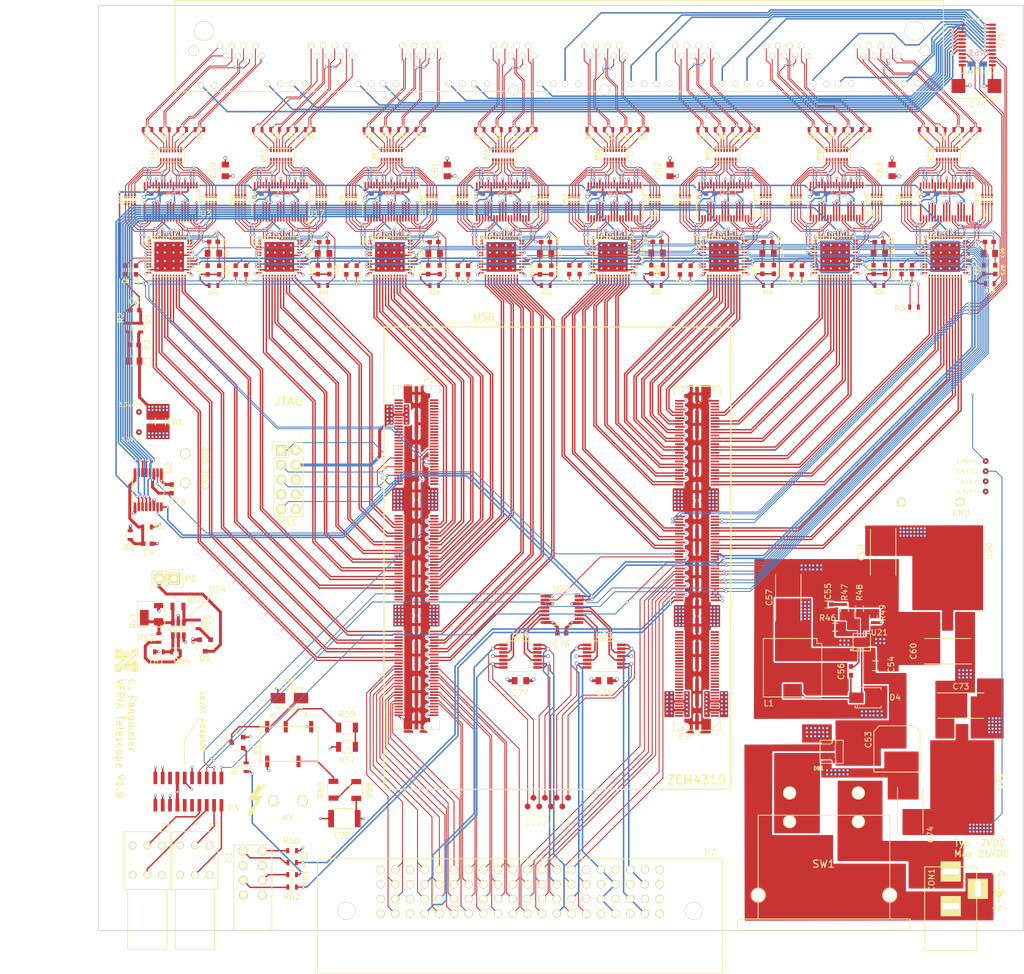
<source format=kicad_pcb>
(kicad_pcb (version 4) (host pcbnew 4.0.2-stable)
  (layers (0 F.Cu signal) (1 GND.Cu power hide) (2 POWER.Cu power) (31 B.Cu signal) (34 B.Paste user) (35 F.Paste user) (36 B.SilkS user) (37 F.SilkS user) (38 B.Mask user) (39 F.Mask user) (44 Edge.Cuts user))
  (net 0 "")
  (net 1 3V3ana)
  (net 2 "Net-(C5-Pad1)")
  (net 3 "Net-(C6-Pad1)")
  (net 4 "Net-(C7-Pad1)")
  (net 5 "Net-(C10-Pad2)")
  (net 6 "Net-(C23-Pad1)")
  (net 7 "Net-(C24-Pad1)")
  (net 8 "Net-(C25-Pad1)")
  (net 9 "Net-(C26-Pad2)")
  (net 10 "Net-(C41-Pad1)")
  (net 11 "Net-(C42-Pad1)")
  (net 12 "Net-(C43-Pad1)")
  (net 13 "Net-(C44-Pad2)")
  (net 14 1V8dig)
  (net 15 1V8ana)
  (net 16 3V3dig)
  (net 17 "Net-(P3-Pad8)")
  (net 18 "Net-(P3-Pad6)")
  (net 19 "Net-(P3-Pad4)")
  (net 20 "Net-(P3-Pad2)")
  (net 21 /Frontend/ADCChannel1/EXT_CHA+)
  (net 22 /Frontend/ADCChannel1/EXT_CHA-)
  (net 23 /Frontend/ADCChannel1/EXT_CHB+)
  (net 24 /Frontend/ADCChannel1/EXT_CHB-)
  (net 25 /Frontend/ADCChannel1/EXT_CHC+)
  (net 26 /Frontend/ADCChannel1/EXT_CHC-)
  (net 27 /Frontend/ADCChannel1/EXT_CHD+)
  (net 28 /Frontend/ADCChannel1/EXT_CHD-)
  (net 29 "Net-(R10-Pad2)")
  (net 30 /Frontend/ADCChannel2/EXT_CHA+)
  (net 31 /Frontend/ADCChannel2/EXT_CHA-)
  (net 32 /Frontend/ADCChannel2/EXT_CHB+)
  (net 33 /Frontend/ADCChannel2/EXT_CHB-)
  (net 34 /Frontend/ADCChannel2/EXT_CHC+)
  (net 35 /Frontend/ADCChannel2/EXT_CHC-)
  (net 36 /Frontend/ADCChannel2/EXT_CHD+)
  (net 37 /Frontend/ADCChannel2/EXT_CHD-)
  (net 38 /Frontend/ADCChannel4/EXT_CHA+)
  (net 39 /Frontend/ADCChannel4/EXT_CHA-)
  (net 40 /Frontend/ADCChannel4/EXT_CHB+)
  (net 41 /Frontend/ADCChannel4/EXT_CHB-)
  (net 42 /Frontend/ADCChannel4/EXT_CHC+)
  (net 43 /Frontend/ADCChannel4/EXT_CHC-)
  (net 44 /Frontend/ADCChannel4/EXT_CHD+)
  (net 45 /Frontend/ADCChannel4/EXT_CHD-)
  (net 46 /Frontend/ADCChannel3/EXT_CHA+)
  (net 47 /Frontend/ADCChannel3/EXT_CHA-)
  (net 48 /Frontend/ADCChannel3/EXT_CHB+)
  (net 49 /Frontend/ADCChannel3/EXT_CHB-)
  (net 50 /Frontend/ADCChannel3/EXT_CHC+)
  (net 51 /Frontend/ADCChannel3/EXT_CHC-)
  (net 52 /Frontend/ADCChannel3/EXT_CHD+)
  (net 53 /Frontend/ADCChannel3/EXT_CHD-)
  (net 54 /Frontend/ADCChannel8/EXT_CHA+)
  (net 55 /Frontend/ADCChannel8/EXT_CHA-)
  (net 56 /Frontend/ADCChannel8/EXT_CHB+)
  (net 57 /Frontend/ADCChannel8/EXT_CHB-)
  (net 58 /Frontend/ADCChannel8/EXT_CHC+)
  (net 59 /Frontend/ADCChannel8/EXT_CHC-)
  (net 60 /Frontend/ADCChannel8/EXT_CHD+)
  (net 61 /Frontend/ADCChannel8/EXT_CHD-)
  (net 62 /Frontend/ADCChannel7/EXT_CHA+)
  (net 63 /Frontend/ADCChannel7/EXT_CHA-)
  (net 64 /Frontend/ADCChannel7/EXT_CHB+)
  (net 65 /Frontend/ADCChannel7/EXT_CHB-)
  (net 66 /Frontend/ADCChannel7/EXT_CHC+)
  (net 67 /Frontend/ADCChannel7/EXT_CHC-)
  (net 68 /Frontend/ADCChannel7/EXT_CHD+)
  (net 69 /Frontend/ADCChannel7/EXT_CHD-)
  (net 70 "Net-(R45-Pad2)")
  (net 71 /Frontend/ADCChannel5/EXT_CHA+)
  (net 72 /Frontend/ADCChannel5/EXT_CHA-)
  (net 73 /Frontend/ADCChannel5/EXT_CHB+)
  (net 74 /Frontend/ADCChannel5/EXT_CHB-)
  (net 75 /Frontend/ADCChannel5/EXT_CHC+)
  (net 76 /Frontend/ADCChannel5/EXT_CHC-)
  (net 77 /Frontend/ADCChannel5/EXT_CHD+)
  (net 78 /Frontend/ADCChannel5/EXT_CHD-)
  (net 79 /Frontend/ADCChannel6/EXT_CHA+)
  (net 80 /Frontend/ADCChannel6/EXT_CHA-)
  (net 81 /Frontend/ADCChannel6/EXT_CHB+)
  (net 82 /Frontend/ADCChannel6/EXT_CHB-)
  (net 83 /Frontend/ADCChannel6/EXT_CHC+)
  (net 84 /Frontend/ADCChannel6/EXT_CHC-)
  (net 85 /Frontend/ADCChannel6/EXT_CHD+)
  (net 86 /Frontend/ADCChannel6/EXT_CHD-)
  (net 87 "Net-(RP1-Pad9)")
  (net 88 "Net-(RP1-Pad10)")
  (net 89 "Net-(RP1-Pad11)")
  (net 90 "Net-(RP1-Pad12)")
  (net 91 "Net-(RP1-Pad13)")
  (net 92 "Net-(RP1-Pad14)")
  (net 93 "Net-(RP1-Pad15)")
  (net 94 "Net-(RP1-Pad16)")
  (net 95 /Frontend/ADCChannel1/CHD+)
  (net 96 /Frontend/ADCChannel1/CHC-)
  (net 97 /Frontend/ADCChannel1/CHD-)
  (net 98 /Frontend/ADCChannel1/CHC+)
  (net 99 /Frontend/ADCChannel1/CHB+)
  (net 100 /Frontend/ADCChannel1/CHA-)
  (net 101 /Frontend/ADCChannel1/CHB-)
  (net 102 /Frontend/ADCChannel1/CHA+)
  (net 103 "Net-(RP4-Pad9)")
  (net 104 "Net-(RP4-Pad10)")
  (net 105 "Net-(RP4-Pad11)")
  (net 106 "Net-(RP4-Pad12)")
  (net 107 "Net-(RP4-Pad13)")
  (net 108 "Net-(RP4-Pad14)")
  (net 109 "Net-(RP4-Pad15)")
  (net 110 "Net-(RP4-Pad16)")
  (net 111 /Frontend/ADCChannel2/CHD+)
  (net 112 /Frontend/ADCChannel2/CHC-)
  (net 113 /Frontend/ADCChannel2/CHD-)
  (net 114 /Frontend/ADCChannel2/CHC+)
  (net 115 /Frontend/ADCChannel2/CHB+)
  (net 116 /Frontend/ADCChannel2/CHA-)
  (net 117 /Frontend/ADCChannel2/CHB-)
  (net 118 /Frontend/ADCChannel2/CHA+)
  (net 119 "Net-(RP7-Pad9)")
  (net 120 "Net-(RP7-Pad10)")
  (net 121 "Net-(RP7-Pad11)")
  (net 122 "Net-(RP7-Pad12)")
  (net 123 "Net-(RP7-Pad13)")
  (net 124 "Net-(RP7-Pad14)")
  (net 125 "Net-(RP7-Pad15)")
  (net 126 "Net-(RP7-Pad16)")
  (net 127 /Frontend/ADCChannel4/CHD+)
  (net 128 /Frontend/ADCChannel4/CHC-)
  (net 129 /Frontend/ADCChannel4/CHD-)
  (net 130 /Frontend/ADCChannel4/CHC+)
  (net 131 /Frontend/ADCChannel4/CHB+)
  (net 132 /Frontend/ADCChannel4/CHA-)
  (net 133 /Frontend/ADCChannel4/CHB-)
  (net 134 /Frontend/ADCChannel4/CHA+)
  (net 135 "Net-(RP10-Pad9)")
  (net 136 "Net-(RP10-Pad10)")
  (net 137 "Net-(RP10-Pad11)")
  (net 138 "Net-(RP10-Pad12)")
  (net 139 "Net-(RP10-Pad13)")
  (net 140 "Net-(RP10-Pad14)")
  (net 141 "Net-(RP10-Pad15)")
  (net 142 "Net-(RP10-Pad16)")
  (net 143 /Frontend/ADCChannel3/CHD+)
  (net 144 /Frontend/ADCChannel3/CHC-)
  (net 145 /Frontend/ADCChannel3/CHD-)
  (net 146 /Frontend/ADCChannel3/CHC+)
  (net 147 /Frontend/ADCChannel3/CHB+)
  (net 148 /Frontend/ADCChannel3/CHA-)
  (net 149 /Frontend/ADCChannel3/CHB-)
  (net 150 /Frontend/ADCChannel3/CHA+)
  (net 151 "Net-(RP13-Pad9)")
  (net 152 "Net-(RP13-Pad10)")
  (net 153 "Net-(RP13-Pad11)")
  (net 154 "Net-(RP13-Pad12)")
  (net 155 "Net-(RP13-Pad13)")
  (net 156 "Net-(RP13-Pad14)")
  (net 157 "Net-(RP13-Pad15)")
  (net 158 "Net-(RP13-Pad16)")
  (net 159 /Frontend/ADCChannel8/CHD+)
  (net 160 /Frontend/ADCChannel8/CHC-)
  (net 161 /Frontend/ADCChannel8/CHD-)
  (net 162 /Frontend/ADCChannel8/CHC+)
  (net 163 /Frontend/ADCChannel8/CHB+)
  (net 164 /Frontend/ADCChannel8/CHA-)
  (net 165 /Frontend/ADCChannel8/CHB-)
  (net 166 /Frontend/ADCChannel8/CHA+)
  (net 167 "Net-(RP16-Pad9)")
  (net 168 "Net-(RP16-Pad10)")
  (net 169 "Net-(RP16-Pad11)")
  (net 170 "Net-(RP16-Pad12)")
  (net 171 "Net-(RP16-Pad13)")
  (net 172 "Net-(RP16-Pad14)")
  (net 173 "Net-(RP16-Pad15)")
  (net 174 "Net-(RP16-Pad16)")
  (net 175 /Frontend/ADCChannel7/CHD+)
  (net 176 /Frontend/ADCChannel7/CHC-)
  (net 177 /Frontend/ADCChannel7/CHD-)
  (net 178 /Frontend/ADCChannel7/CHC+)
  (net 179 /Frontend/ADCChannel7/CHB+)
  (net 180 /Frontend/ADCChannel7/CHA-)
  (net 181 /Frontend/ADCChannel7/CHB-)
  (net 182 /Frontend/ADCChannel7/CHA+)
  (net 183 "Net-(RP19-Pad9)")
  (net 184 "Net-(RP19-Pad10)")
  (net 185 "Net-(RP19-Pad11)")
  (net 186 "Net-(RP19-Pad12)")
  (net 187 "Net-(RP19-Pad13)")
  (net 188 "Net-(RP19-Pad14)")
  (net 189 "Net-(RP19-Pad15)")
  (net 190 "Net-(RP19-Pad16)")
  (net 191 /Frontend/ADCChannel5/CHD+)
  (net 192 /Frontend/ADCChannel5/CHC-)
  (net 193 /Frontend/ADCChannel5/CHD-)
  (net 194 /Frontend/ADCChannel5/CHC+)
  (net 195 /Frontend/ADCChannel5/CHB+)
  (net 196 /Frontend/ADCChannel5/CHA-)
  (net 197 /Frontend/ADCChannel5/CHB-)
  (net 198 /Frontend/ADCChannel5/CHA+)
  (net 199 "Net-(RP22-Pad9)")
  (net 200 "Net-(RP22-Pad10)")
  (net 201 "Net-(RP22-Pad11)")
  (net 202 "Net-(RP22-Pad12)")
  (net 203 "Net-(RP22-Pad13)")
  (net 204 "Net-(RP22-Pad14)")
  (net 205 "Net-(RP22-Pad15)")
  (net 206 "Net-(RP22-Pad16)")
  (net 207 /Frontend/ADCChannel6/CHD+)
  (net 208 /Frontend/ADCChannel6/CHC-)
  (net 209 /Frontend/ADCChannel6/CHD-)
  (net 210 /Frontend/ADCChannel6/CHC+)
  (net 211 /Frontend/ADCChannel6/CHB+)
  (net 212 /Frontend/ADCChannel6/CHA-)
  (net 213 /Frontend/ADCChannel6/CHB-)
  (net 214 /Frontend/ADCChannel6/CHA+)
  (net 215 /Frontend/ADCChannel1/ADC_Vref)
  (net 216 /Frontend/ADCChannel3/ADC_Vref)
  (net 217 /Frontend/ADCChannel5/ADC_Vref)
  (net 218 /Frontend/ADCChannel7/ADC_Vref)
  (net 219 /Frontend/ADCChannel8/ADC_Vref)
  (net 220 /Frontend/ADCChannel6/ADC_Vref)
  (net 221 /Frontend/ADCChannel4/ADC_Vref)
  (net 222 /Frontend/ADCChannel2/ADC_Vref)
  (net 223 GND)
  (net 224 "Net-(C4-Pad1)")
  (net 225 "Net-(C11-Pad1)")
  (net 226 "Net-(C12-Pad1)")
  (net 227 "Net-(C13-Pad1)")
  (net 228 "Net-(C14-Pad2)")
  (net 229 "Net-(C17-Pad1)")
  (net 230 "Net-(C18-Pad1)")
  (net 231 "Net-(C19-Pad1)")
  (net 232 "Net-(C20-Pad2)")
  (net 233 "Net-(C29-Pad1)")
  (net 234 "Net-(C30-Pad1)")
  (net 235 "Net-(C31-Pad1)")
  (net 236 "Net-(C32-Pad2)")
  (net 237 "Net-(C35-Pad1)")
  (net 238 "Net-(C36-Pad1)")
  (net 239 "Net-(C37-Pad1)")
  (net 240 "Net-(C38-Pad2)")
  (net 241 "Net-(C47-Pad1)")
  (net 242 "Net-(C48-Pad1)")
  (net 243 "Net-(C49-Pad1)")
  (net 244 "Net-(C50-Pad2)")
  (net 245 "Net-(C53-Pad1)")
  (net 246 "Net-(CON1-Pad2)")
  (net 247 "Net-(D1-Pad2)")
  (net 248 "Net-(R15-Pad2)")
  (net 249 "Net-(R20-Pad2)")
  (net 250 "Net-(R25-Pad2)")
  (net 251 "Net-(R30-Pad2)")
  (net 252 "Net-(R35-Pad2)")
  (net 253 "Net-(R40-Pad2)")
  (net 254 5Vdig)
  (net 255 "Net-(P6-Pad2)")
  (net 256 "Net-(Q1-Pad1)")
  (net 257 "Net-(R53-Pad1)")
  (net 258 "Net-(R53-Pad2)")
  (net 259 "Net-(R54-Pad2)")
  (net 260 "Net-(R55-Pad1)")
  (net 261 /Frontend/1D-B)
  (net 262 /Frontend/1D+B)
  (net 263 /Frontend/1D-A)
  (net 264 /Frontend/1D+A)
  (net 265 /Frontend/1FCO-)
  (net 266 /Frontend/1FCO+)
  (net 267 /Frontend/1DCO-)
  (net 268 /Frontend/1DCO+)
  (net 269 /Frontend/1D-D)
  (net 270 /Frontend/1D+D)
  (net 271 /Frontend/1D-C)
  (net 272 /Frontend/1D+C)
  (net 273 /Frontend/4D-B)
  (net 274 /Frontend/4D+B)
  (net 275 /Frontend/4D-A)
  (net 276 /Frontend/4D+A)
  (net 277 /Frontend/4FCO-)
  (net 278 /Frontend/4FCO+)
  (net 279 /Frontend/4DCO-)
  (net 280 /Frontend/4DCO+)
  (net 281 /Frontend/4D-D)
  (net 282 /Frontend/4D+D)
  (net 283 /Frontend/4D-C)
  (net 284 /Frontend/4D+C)
  (net 285 /Frontend/3D-B)
  (net 286 /Frontend/3D+B)
  (net 287 /Frontend/3D-A)
  (net 288 /Frontend/3D+A)
  (net 289 /Frontend/3FCO-)
  (net 290 /Frontend/3FCO+)
  (net 291 /Frontend/3DCO-)
  (net 292 /Frontend/3DCO+)
  (net 293 /Frontend/3D-D)
  (net 294 /Frontend/3D+D)
  (net 295 /Frontend/3D-C)
  (net 296 /Frontend/3D+C)
  (net 297 /Frontend/8D-B)
  (net 298 /Frontend/8D+B)
  (net 299 /Frontend/8D-A)
  (net 300 /Frontend/8D+A)
  (net 301 /Frontend/8FCO-)
  (net 302 /Frontend/8FCO+)
  (net 303 /Frontend/8DCO-)
  (net 304 /Frontend/8DCO+)
  (net 305 /Frontend/8D-D)
  (net 306 /Frontend/8D+D)
  (net 307 /Frontend/8D-C)
  (net 308 /Frontend/8D+C)
  (net 309 /Frontend/7D-B)
  (net 310 /Frontend/7D+B)
  (net 311 /Frontend/7D-A)
  (net 312 /Frontend/7D+A)
  (net 313 /Frontend/7FCO-)
  (net 314 /Frontend/7FCO+)
  (net 315 /Frontend/7DCO-)
  (net 316 /Frontend/7DCO+)
  (net 317 /Frontend/7D-D)
  (net 318 /Frontend/7D+D)
  (net 319 /Frontend/7D-C)
  (net 320 /Frontend/7D+C)
  (net 321 /Frontend/5D-B)
  (net 322 /Frontend/5D+B)
  (net 323 /Frontend/5D-A)
  (net 324 /Frontend/5D+A)
  (net 325 /Frontend/5FCO-)
  (net 326 /Frontend/5FCO+)
  (net 327 /Frontend/5DCO-)
  (net 328 /Frontend/5DCO+)
  (net 329 /Frontend/5D-D)
  (net 330 /Frontend/5D+D)
  (net 331 /Frontend/5D-C)
  (net 332 /Frontend/5D+C)
  (net 333 /Frontend/6D-B)
  (net 334 /Frontend/6D+B)
  (net 335 /Frontend/6D-A)
  (net 336 /Frontend/6D+A)
  (net 337 /Frontend/6FCO-)
  (net 338 /Frontend/6FCO+)
  (net 339 /Frontend/6DCO-)
  (net 340 /Frontend/6DCO+)
  (net 341 /Frontend/6D-D)
  (net 342 /Frontend/6D+D)
  (net 343 /Frontend/6D-C)
  (net 344 /Frontend/6D+C)
  (net 345 /Frontend/2D-B)
  (net 346 /Frontend/2D+B)
  (net 347 /Frontend/2D-A)
  (net 348 /Frontend/2D+A)
  (net 349 /Frontend/2FCO-)
  (net 350 /Frontend/2FCO+)
  (net 351 /Frontend/2DCO-)
  (net 352 /Frontend/2DCO+)
  (net 353 /Frontend/2D-D)
  (net 354 /Frontend/2D+D)
  (net 355 /Frontend/2D-C)
  (net 356 /Frontend/2D+C)
  (net 357 "Net-(R57-Pad1)")
  (net 358 "Net-(R58-Pad1)")
  (net 359 "Net-(C55-Pad1)")
  (net 360 "Net-(C56-Pad1)")
  (net 361 "Net-(C56-Pad2)")
  (net 362 "Net-(D2-Pad2)")
  (net 363 "Net-(DB1-Pad4)")
  (net 364 "Net-(K1-Pad7)")
  (net 365 "Net-(K1-Pad5)")
  (net 366 "Net-(K1-Pad3)")
  (net 367 "Net-(Q2-Pad1)")
  (net 368 "Net-(R46-Pad1)")
  (net 369 "Net-(R47-Pad1)")
  (net 370 "Net-(R48-Pad1)")
  (net 371 "Net-(D1-Pad5)")
  (net 372 "Net-(D1-Pad7)")
  (net 373 "Net-(D1-Pad4)")
  (net 374 HV_control)
  (net 375 "Net-(CON1-Pad1)")
  (net 376 ADC_CLK-)
  (net 377 ADC_CLK+)
  (net 378 SPI_SCLK)
  (net 379 SPI_SDIO)
  (net 380 Vbias)
  (net 381 RBI)
  (net 382 Vthresh)
  (net 383 CS)
  (net 384 R12)
  (net 385 SR)
  (net 386 IS2)
  (net 387 IS1)
  (net 388 Reset)
  (net 389 LE)
  (net 390 NULL)
  (net 391 SPHI2)
  (net 392 SPHI1)
  (net 393 SBI)
  (net 394 SEB)
  (net 395 CAL)
  (net 396 RPHI2)
  (net 397 RPHI1)
  (net 398 SDA)
  (net 399 SCL)
  (net 400 Vana_A)
  (net 401 RG_A)
  (net 402 RBO_A1)
  (net 403 RBO_A2)
  (net 404 RBO_A3)
  (net 405 RBO_A4)
  (net 406 Aref_A)
  (net 407 Vana_B)
  (net 408 RG_B)
  (net 409 RBO_B1)
  (net 410 RBO_B2)
  (net 411 RBO_B3)
  (net 412 RBO_B4)
  (net 413 Aref_B)
  (net 414 /MISCIO/DAC_C)
  (net 415 /MISCIO/DAC_A)
  (net 416 /MISCIO/DAC_G)
  (net 417 /MISCIO/DAC_E)
  (net 418 /MISCIO/DAC_H)
  (net 419 /MISCIO/DAC_F)
  (net 420 /MISCIO/DAC_D)
  (net 421 /MISCIO/DAC_B)
  (net 422 RNGDAC_CSB)
  (net 423 ADC1_CSB)
  (net 424 ADC4_CSB)
  (net 425 ADC3_CSB)
  (net 426 ADC8_CSB)
  (net 427 ADC7_CSB)
  (net 428 ADC5_CSB)
  (net 429 ADC6_CSB)
  (net 430 ADC2_CSB)
  (net 431 SUPDAC_CSB)
  (net 432 LED0)
  (net 433 LED1)
  (net 434 /Frontend/ADCChannel1/Vocm)
  (net 435 Vocm_tel)
  (net 436 2V5dig)
  (net 437 JTAG_TDI)
  (net 438 JTAG_TDO)
  (net 439 JTAG_TMS)
  (net 440 JTAG_TCK)
  (net 441 UIO_2)
  (net 442 UIO_1)
  (net 443 EXT_CLK)
  (net 444 EXT_TRG)
  (net 445 "Net-(R63-Pad2)")
  (net 446 RJ45_LED_09)
  (net 447 RJ45_LED_08)
  (net 448 RJ45_LED_10)
  (net 449 RJ45_LED_11)
  (net 450 RJ45_LED_15)
  (net 451 RJ45_LED_14)
  (net 452 RJ45_LED_12)
  (net 453 RJ45_LED_13)
  (net 454 RJ45_LED_05)
  (net 455 RJ45_LED_04)
  (net 456 RJ45_LED_06)
  (net 457 RJ45_LED_07)
  (net 458 RJ45_LED_03)
  (net 459 RJ45_LED_02)
  (net 460 RJ45_LED_01)
  (net 461 RJ45_LED_00)
  (net 462 RJ45_LED_SDA)
  (net 463 RJ45_LED_CLK)
  (net 464 RJ45_LED_LATCH)
  (net 465 RJ45_LED_BLANK)
  (module extras:QTH-090-XX-X-D-A (layer F.Cu) (at 121.557755 147.074043 90)
    (fp_text reference P2 (at -3.568043 -2.192245 180) (layer F.SilkS))
    (fp_text value QTH-090-01-F-D-A hide)
    (pad 179 smd rect (at 54.5 -3.08 90) (size 0.3 1.45) (layers F.Cu F.Paste F.Mask) (net 16 3V3dig))
    (pad 180 smd rect (at 54.5 3.08 90) (size 0.3 1.45) (layers F.Cu F.Paste F.Mask) (net 223 GND))
    (pad 120 smd rect (at 34.5 3.08 90) (size 0.3 1.45) (layers F.Cu F.Paste F.Mask))
    (pad 119 smd rect (at 34.5 -3.08 90) (size 0.3 1.45) (layers F.Cu F.Paste F.Mask) (net 16 3V3dig))
    (pad 0 smd rect (at 44.081 0 90) (size 4.7 0.64) (layers F.Cu F.Paste F.Mask) (net 223 GND))
    (pad 0 smd rect (at 50.431 0 90) (size 4.7 0.64) (layers F.Cu F.Paste F.Mask) (net 223 GND))
    (pad 0 smd rect (at 38.81 0 90) (size 2.54 0.64) (layers F.Cu F.Paste F.Mask) (net 223 GND))
    (pad 0 smd rect (at 55.702 0 90) (size 2.54 0.64) (layers F.Cu F.Paste F.Mask) (net 223 GND))
    (pad 0 smd rect (at 35.699 0 90) (size 2.54 0.64) (layers F.Cu F.Paste F.Mask) (net 223 GND))
    (pad 0 smd rect (at 18.807 0 90) (size 2.54 0.64) (layers F.Cu F.Paste F.Mask) (net 223 GND))
    (pad 0 smd rect (at 30.428 0 90) (size 4.7 0.64) (layers F.Cu F.Paste F.Mask) (net 223 GND))
    (pad 0 smd rect (at 24.078 0 90) (size 4.7 0.64) (layers F.Cu F.Paste F.Mask) (net 223 GND))
    (pad 57 smd rect (at 14 -3.08 90) (size 0.3 1.45) (layers F.Cu F.Paste F.Mask))
    (pad 55 smd rect (at 13.5 -3.08 90) (size 0.3 1.45) (layers F.Cu F.Paste F.Mask))
    (pad 53 smd rect (at 13 -3.08 90) (size 0.3 1.45) (layers F.Cu F.Paste F.Mask))
    (pad 51 smd rect (at 12.5 -3.08 90) (size 0.3 1.45) (layers F.Cu F.Paste F.Mask))
    (pad 49 smd rect (at 12 -3.08 90) (size 0.3 1.45) (layers F.Cu F.Paste F.Mask))
    (pad 47 smd rect (at 11.5 -3.08 90) (size 0.3 1.45) (layers F.Cu F.Paste F.Mask))
    (pad 45 smd rect (at 11 -3.08 90) (size 0.3 1.45) (layers F.Cu F.Paste F.Mask))
    (pad 43 smd rect (at 10.5 -3.08 90) (size 0.3 1.45) (layers F.Cu F.Paste F.Mask))
    (pad 41 smd rect (at 10 -3.08 90) (size 0.3 1.45) (layers F.Cu F.Paste F.Mask))
    (pad 39 smd rect (at 9.5 -3.08 90) (size 0.3 1.45) (layers F.Cu F.Paste F.Mask))
    (pad 37 smd rect (at 9 -3.08 90) (size 0.3 1.45) (layers F.Cu F.Paste F.Mask))
    (pad 35 smd rect (at 8.5 -3.08 90) (size 0.3 1.45) (layers F.Cu F.Paste F.Mask))
    (pad 33 smd rect (at 8 -3.08 90) (size 0.3 1.45) (layers F.Cu F.Paste F.Mask))
    (pad 31 smd rect (at 7.5 -3.08 90) (size 0.3 1.45) (layers F.Cu F.Paste F.Mask))
    (pad 29 smd rect (at 7 -3.08 90) (size 0.3 1.45) (layers F.Cu F.Paste F.Mask))
    (pad 27 smd rect (at 6.5 -3.08 90) (size 0.3 1.45) (layers F.Cu F.Paste F.Mask))
    (pad 25 smd rect (at 6 -3.08 90) (size 0.3 1.45) (layers F.Cu F.Paste F.Mask))
    (pad 23 smd rect (at 5.5 -3.08 90) (size 0.3 1.45) (layers F.Cu F.Paste F.Mask))
    (pad 21 smd rect (at 5 -3.08 90) (size 0.3 1.45) (layers F.Cu F.Paste F.Mask))
    (pad 19 smd rect (at 4.5 -3.08 90) (size 0.3 1.45) (layers F.Cu F.Paste F.Mask))
    (pad 17 smd rect (at 4 -3.08 90) (size 0.3 1.45) (layers F.Cu F.Paste F.Mask))
    (pad 15 smd rect (at 3.5 -3.08 90) (size 0.3 1.45) (layers F.Cu F.Paste F.Mask))
    (pad 13 smd rect (at 3 -3.08 90) (size 0.3 1.45) (layers F.Cu F.Paste F.Mask))
    (pad 11 smd rect (at 2.5 -3.08 90) (size 0.3 1.45) (layers F.Cu F.Paste F.Mask) (net 254 5Vdig))
    (pad 9 smd rect (at 2 -3.08 90) (size 0.3 1.45) (layers F.Cu F.Paste F.Mask))
    (pad 7 smd rect (at 1.5 -3.08 90) (size 0.3 1.45) (layers F.Cu F.Paste F.Mask))
    (pad 5 smd rect (at 1 -3.08 90) (size 0.3 1.45) (layers F.Cu F.Paste F.Mask) (net 254 5Vdig))
    (pad 3 smd rect (at 0.5 -3.08 90) (size 0.3 1.45) (layers F.Cu F.Paste F.Mask))
    (pad 1 smd rect (at 0 -3.08 90) (size 0.3 1.45) (layers F.Cu F.Paste F.Mask))
    (pad 61 smd rect (at 20.003 -3.08 90) (size 0.3 1.45) (layers F.Cu F.Paste F.Mask) (net 433 LED1))
    (pad 63 smd rect (at 20.503 -3.08 90) (size 0.3 1.45) (layers F.Cu F.Paste F.Mask) (net 432 LED0))
    (pad 65 smd rect (at 21.003 -3.08 90) (size 0.3 1.45) (layers F.Cu F.Paste F.Mask) (net 16 3V3dig))
    (pad 67 smd rect (at 21.503 -3.08 90) (size 0.3 1.45) (layers F.Cu F.Paste F.Mask) (net 381 RBI))
    (pad 69 smd rect (at 22.003 -3.08 90) (size 0.3 1.45) (layers F.Cu F.Paste F.Mask) (net 383 CS))
    (pad 71 smd rect (at 22.503 -3.08 90) (size 0.3 1.45) (layers F.Cu F.Paste F.Mask) (net 16 3V3dig))
    (pad 73 smd rect (at 23.003 -3.08 90) (size 0.3 1.45) (layers F.Cu F.Paste F.Mask) (net 384 R12))
    (pad 75 smd rect (at 23.503 -3.08 90) (size 0.3 1.45) (layers F.Cu F.Paste F.Mask) (net 385 SR))
    (pad 77 smd rect (at 24.003 -3.08 90) (size 0.3 1.45) (layers F.Cu F.Paste F.Mask) (net 16 3V3dig))
    (pad 79 smd rect (at 24.503 -3.08 90) (size 0.3 1.45) (layers F.Cu F.Paste F.Mask) (net 386 IS2))
    (pad 81 smd rect (at 25.003 -3.08 90) (size 0.3 1.45) (layers F.Cu F.Paste F.Mask) (net 387 IS1))
    (pad 83 smd rect (at 25.503 -3.08 90) (size 0.3 1.45) (layers F.Cu F.Paste F.Mask) (net 16 3V3dig))
    (pad 85 smd rect (at 26.003 -3.08 90) (size 0.3 1.45) (layers F.Cu F.Paste F.Mask) (net 388 Reset))
    (pad 87 smd rect (at 26.503 -3.08 90) (size 0.3 1.45) (layers F.Cu F.Paste F.Mask) (net 444 EXT_TRG))
    (pad 89 smd rect (at 27.003 -3.08 90) (size 0.3 1.45) (layers F.Cu F.Paste F.Mask) (net 16 3V3dig))
    (pad 91 smd rect (at 27.503 -3.08 90) (size 0.3 1.45) (layers F.Cu F.Paste F.Mask) (net 431 SUPDAC_CSB))
    (pad 93 smd rect (at 28.003 -3.08 90) (size 0.3 1.45) (layers F.Cu F.Paste F.Mask) (net 422 RNGDAC_CSB))
    (pad 95 smd rect (at 28.503 -3.08 90) (size 0.3 1.45) (layers F.Cu F.Paste F.Mask) (net 16 3V3dig))
    (pad 97 smd rect (at 29.003 -3.08 90) (size 0.3 1.45) (layers F.Cu F.Paste F.Mask) (net 329 /Frontend/5D-D))
    (pad 99 smd rect (at 29.503 -3.08 90) (size 0.3 1.45) (layers F.Cu F.Paste F.Mask) (net 330 /Frontend/5D+D))
    (pad 101 smd rect (at 30.003 -3.08 90) (size 0.3 1.45) (layers F.Cu F.Paste F.Mask) (net 16 3V3dig))
    (pad 103 smd rect (at 30.503 -3.08 90) (size 0.3 1.45) (layers F.Cu F.Paste F.Mask) (net 331 /Frontend/5D-C))
    (pad 105 smd rect (at 31.003 -3.08 90) (size 0.3 1.45) (layers F.Cu F.Paste F.Mask) (net 332 /Frontend/5D+C))
    (pad 107 smd rect (at 31.503 -3.08 90) (size 0.3 1.45) (layers F.Cu F.Paste F.Mask) (net 16 3V3dig))
    (pad 109 smd rect (at 32.003 -3.08 90) (size 0.3 1.45) (layers F.Cu F.Paste F.Mask) (net 321 /Frontend/5D-B))
    (pad 111 smd rect (at 32.503 -3.08 90) (size 0.3 1.45) (layers F.Cu F.Paste F.Mask) (net 322 /Frontend/5D+B))
    (pad 113 smd rect (at 33.003 -3.08 90) (size 0.3 1.45) (layers F.Cu F.Paste F.Mask) (net 16 3V3dig))
    (pad 115 smd rect (at 33.503 -3.08 90) (size 0.3 1.45) (layers F.Cu F.Paste F.Mask) (net 464 RJ45_LED_LATCH))
    (pad 117 smd rect (at 34.003 -3.08 90) (size 0.3 1.45) (layers F.Cu F.Paste F.Mask) (net 465 RJ45_LED_BLANK))
    (pad 177 smd rect (at 54.006 -3.08 90) (size 0.3 1.45) (layers F.Cu F.Paste F.Mask))
    (pad 175 smd rect (at 53.506 -3.08 90) (size 0.3 1.45) (layers F.Cu F.Paste F.Mask))
    (pad 173 smd rect (at 53.006 -3.08 90) (size 0.3 1.45) (layers F.Cu F.Paste F.Mask) (net 16 3V3dig))
    (pad 171 smd rect (at 52.506 -3.08 90) (size 0.3 1.45) (layers F.Cu F.Paste F.Mask) (net 340 /Frontend/6DCO+))
    (pad 169 smd rect (at 52.006 -3.08 90) (size 0.3 1.45) (layers F.Cu F.Paste F.Mask) (net 339 /Frontend/6DCO-))
    (pad 167 smd rect (at 51.506 -3.08 90) (size 0.3 1.45) (layers F.Cu F.Paste F.Mask) (net 16 3V3dig))
    (pad 165 smd rect (at 51.006 -3.08 90) (size 0.3 1.45) (layers F.Cu F.Paste F.Mask) (net 338 /Frontend/6FCO+))
    (pad 163 smd rect (at 50.506 -3.08 90) (size 0.3 1.45) (layers F.Cu F.Paste F.Mask) (net 337 /Frontend/6FCO-))
    (pad 161 smd rect (at 50.006 -3.08 90) (size 0.3 1.45) (layers F.Cu F.Paste F.Mask) (net 16 3V3dig))
    (pad 159 smd rect (at 49.506 -3.08 90) (size 0.3 1.45) (layers F.Cu F.Paste F.Mask) (net 336 /Frontend/6D+A))
    (pad 157 smd rect (at 49.006 -3.08 90) (size 0.3 1.45) (layers F.Cu F.Paste F.Mask) (net 335 /Frontend/6D-A))
    (pad 155 smd rect (at 48.506 -3.08 90) (size 0.3 1.45) (layers F.Cu F.Paste F.Mask) (net 16 3V3dig))
    (pad 153 smd rect (at 48.006 -3.08 90) (size 0.3 1.45) (layers F.Cu F.Paste F.Mask) (net 334 /Frontend/6D+B))
    (pad 151 smd rect (at 47.506 -3.08 90) (size 0.3 1.45) (layers F.Cu F.Paste F.Mask) (net 333 /Frontend/6D-B))
    (pad 149 smd rect (at 47.006 -3.08 90) (size 0.3 1.45) (layers F.Cu F.Paste F.Mask) (net 16 3V3dig))
    (pad 147 smd rect (at 46.506 -3.08 90) (size 0.3 1.45) (layers F.Cu F.Paste F.Mask) (net 344 /Frontend/6D+C))
    (pad 145 smd rect (at 46.006 -3.08 90) (size 0.3 1.45) (layers F.Cu F.Paste F.Mask) (net 343 /Frontend/6D-C))
    (pad 143 smd rect (at 45.506 -3.08 90) (size 0.3 1.45) (layers F.Cu F.Paste F.Mask) (net 16 3V3dig))
    (pad 141 smd rect (at 45.006 -3.08 90) (size 0.3 1.45) (layers F.Cu F.Paste F.Mask) (net 342 /Frontend/6D+D))
    (pad 139 smd rect (at 44.506 -3.08 90) (size 0.3 1.45) (layers F.Cu F.Paste F.Mask) (net 341 /Frontend/6D-D))
    (pad 137 smd rect (at 44.006 -3.08 90) (size 0.3 1.45) (layers F.Cu F.Paste F.Mask) (net 16 3V3dig))
    (pad 135 smd rect (at 43.506 -3.08 90) (size 0.3 1.45) (layers F.Cu F.Paste F.Mask) (net 328 /Frontend/5DCO+))
    (pad 133 smd rect (at 43.006 -3.08 90) (size 0.3 1.45) (layers F.Cu F.Paste F.Mask) (net 327 /Frontend/5DCO-))
    (pad 131 smd rect (at 42.506 -3.08 90) (size 0.3 1.45) (layers F.Cu F.Paste F.Mask) (net 16 3V3dig))
    (pad 129 smd rect (at 42.006 -3.08 90) (size 0.3 1.45) (layers F.Cu F.Paste F.Mask) (net 326 /Frontend/5FCO+))
    (pad 127 smd rect (at 41.506 -3.08 90) (size 0.3 1.45) (layers F.Cu F.Paste F.Mask) (net 325 /Frontend/5FCO-))
    (pad 125 smd rect (at 41.006 -3.08 90) (size 0.3 1.45) (layers F.Cu F.Paste F.Mask) (net 16 3V3dig))
    (pad 123 smd rect (at 40.506 -3.08 90) (size 0.3 1.45) (layers F.Cu F.Paste F.Mask) (net 324 /Frontend/5D+A))
    (pad 121 smd rect (at 40.006 -3.08 90) (size 0.3 1.45) (layers F.Cu F.Paste F.Mask) (net 323 /Frontend/5D-A))
    (pad 122 smd rect (at 40.006 3.08 90) (size 0.3 1.45) (layers F.Cu F.Paste F.Mask) (net 298 /Frontend/8D+B))
    (pad 124 smd rect (at 40.506 3.08 90) (size 0.3 1.45) (layers F.Cu F.Paste F.Mask) (net 297 /Frontend/8D-B))
    (pad 126 smd rect (at 41.006 3.08 90) (size 0.3 1.45) (layers F.Cu F.Paste F.Mask))
    (pad 128 smd rect (at 41.506 3.08 90) (size 0.3 1.45) (layers F.Cu F.Paste F.Mask) (net 308 /Frontend/8D+C))
    (pad 130 smd rect (at 42.006 3.08 90) (size 0.3 1.45) (layers F.Cu F.Paste F.Mask) (net 307 /Frontend/8D-C))
    (pad 132 smd rect (at 42.506 3.08 90) (size 0.3 1.45) (layers F.Cu F.Paste F.Mask))
    (pad 134 smd rect (at 43.006 3.08 90) (size 0.3 1.45) (layers F.Cu F.Paste F.Mask) (net 306 /Frontend/8D+D))
    (pad 136 smd rect (at 43.506 3.08 90) (size 0.3 1.45) (layers F.Cu F.Paste F.Mask) (net 305 /Frontend/8D-D))
    (pad 138 smd rect (at 44.006 3.08 90) (size 0.3 1.45) (layers F.Cu F.Paste F.Mask))
    (pad 140 smd rect (at 44.506 3.08 90) (size 0.3 1.45) (layers F.Cu F.Paste F.Mask) (net 316 /Frontend/7DCO+))
    (pad 142 smd rect (at 45.006 3.08 90) (size 0.3 1.45) (layers F.Cu F.Paste F.Mask) (net 315 /Frontend/7DCO-))
    (pad 144 smd rect (at 45.506 3.08 90) (size 0.3 1.45) (layers F.Cu F.Paste F.Mask))
    (pad 146 smd rect (at 46.006 3.08 90) (size 0.3 1.45) (layers F.Cu F.Paste F.Mask) (net 314 /Frontend/7FCO+))
    (pad 148 smd rect (at 46.506 3.08 90) (size 0.3 1.45) (layers F.Cu F.Paste F.Mask) (net 313 /Frontend/7FCO-))
    (pad 150 smd rect (at 47.006 3.08 90) (size 0.3 1.45) (layers F.Cu F.Paste F.Mask))
    (pad 152 smd rect (at 47.506 3.08 90) (size 0.3 1.45) (layers F.Cu F.Paste F.Mask) (net 312 /Frontend/7D+A))
    (pad 154 smd rect (at 48.006 3.08 90) (size 0.3 1.45) (layers F.Cu F.Paste F.Mask) (net 311 /Frontend/7D-A))
    (pad 156 smd rect (at 48.506 3.08 90) (size 0.3 1.45) (layers F.Cu F.Paste F.Mask))
    (pad 158 smd rect (at 49.006 3.08 90) (size 0.3 1.45) (layers F.Cu F.Paste F.Mask) (net 310 /Frontend/7D+B))
    (pad 160 smd rect (at 49.506 3.08 90) (size 0.3 1.45) (layers F.Cu F.Paste F.Mask) (net 309 /Frontend/7D-B))
    (pad 162 smd rect (at 50.006 3.08 90) (size 0.3 1.45) (layers F.Cu F.Paste F.Mask))
    (pad 164 smd rect (at 50.506 3.08 90) (size 0.3 1.45) (layers F.Cu F.Paste F.Mask) (net 320 /Frontend/7D+C))
    (pad 166 smd rect (at 51.006 3.08 90) (size 0.3 1.45) (layers F.Cu F.Paste F.Mask) (net 319 /Frontend/7D-C))
    (pad 168 smd rect (at 51.506 3.08 90) (size 0.3 1.45) (layers F.Cu F.Paste F.Mask))
    (pad 170 smd rect (at 52.006 3.08 90) (size 0.3 1.45) (layers F.Cu F.Paste F.Mask) (net 318 /Frontend/7D+D))
    (pad 172 smd rect (at 52.506 3.08 90) (size 0.3 1.45) (layers F.Cu F.Paste F.Mask) (net 317 /Frontend/7D-D))
    (pad 174 smd rect (at 53.006 3.08 90) (size 0.3 1.45) (layers F.Cu F.Paste F.Mask))
    (pad 176 smd rect (at 53.506 3.08 90) (size 0.3 1.45) (layers F.Cu F.Paste F.Mask))
    (pad 178 smd rect (at 54.006 3.08 90) (size 0.3 1.45) (layers F.Cu F.Paste F.Mask))
    (pad 118 smd rect (at 34.003 3.08 90) (size 0.3 1.45) (layers F.Cu F.Paste F.Mask) (net 462 RJ45_LED_SDA))
    (pad 116 smd rect (at 33.503 3.08 90) (size 0.3 1.45) (layers F.Cu F.Paste F.Mask) (net 463 RJ45_LED_CLK))
    (pad 114 smd rect (at 33.003 3.08 90) (size 0.3 1.45) (layers F.Cu F.Paste F.Mask))
    (pad 112 smd rect (at 32.503 3.08 90) (size 0.3 1.45) (layers F.Cu F.Paste F.Mask) (net 299 /Frontend/8D-A))
    (pad 110 smd rect (at 32.003 3.08 90) (size 0.3 1.45) (layers F.Cu F.Paste F.Mask) (net 300 /Frontend/8D+A))
    (pad 108 smd rect (at 31.503 3.08 90) (size 0.3 1.45) (layers F.Cu F.Paste F.Mask))
    (pad 106 smd rect (at 31.003 3.08 90) (size 0.3 1.45) (layers F.Cu F.Paste F.Mask) (net 301 /Frontend/8FCO-))
    (pad 104 smd rect (at 30.503 3.08 90) (size 0.3 1.45) (layers F.Cu F.Paste F.Mask) (net 302 /Frontend/8FCO+))
    (pad 102 smd rect (at 30.003 3.08 90) (size 0.3 1.45) (layers F.Cu F.Paste F.Mask))
    (pad 100 smd rect (at 29.503 3.08 90) (size 0.3 1.45) (layers F.Cu F.Paste F.Mask) (net 303 /Frontend/8DCO-))
    (pad 98 smd rect (at 29.003 3.08 90) (size 0.3 1.45) (layers F.Cu F.Paste F.Mask) (net 304 /Frontend/8DCO+))
    (pad 96 smd rect (at 28.503 3.08 90) (size 0.3 1.45) (layers F.Cu F.Paste F.Mask))
    (pad 94 smd rect (at 28.003 3.08 90) (size 0.3 1.45) (layers F.Cu F.Paste F.Mask) (net 379 SPI_SDIO))
    (pad 92 smd rect (at 27.503 3.08 90) (size 0.3 1.45) (layers F.Cu F.Paste F.Mask) (net 378 SPI_SCLK))
    (pad 90 smd rect (at 27.003 3.08 90) (size 0.3 1.45) (layers F.Cu F.Paste F.Mask))
    (pad 88 smd rect (at 26.503 3.08 90) (size 0.3 1.45) (layers F.Cu F.Paste F.Mask) (net 426 ADC8_CSB))
    (pad 86 smd rect (at 26.003 3.08 90) (size 0.3 1.45) (layers F.Cu F.Paste F.Mask) (net 427 ADC7_CSB))
    (pad 84 smd rect (at 25.503 3.08 90) (size 0.3 1.45) (layers F.Cu F.Paste F.Mask))
    (pad 82 smd rect (at 25.003 3.08 90) (size 0.3 1.45) (layers F.Cu F.Paste F.Mask) (net 429 ADC6_CSB))
    (pad 80 smd rect (at 24.503 3.08 90) (size 0.3 1.45) (layers F.Cu F.Paste F.Mask) (net 428 ADC5_CSB))
    (pad 78 smd rect (at 24.003 3.08 90) (size 0.3 1.45) (layers F.Cu F.Paste F.Mask))
    (pad 76 smd rect (at 23.503 3.08 90) (size 0.3 1.45) (layers F.Cu F.Paste F.Mask) (net 424 ADC4_CSB))
    (pad 74 smd rect (at 23.003 3.08 90) (size 0.3 1.45) (layers F.Cu F.Paste F.Mask) (net 425 ADC3_CSB))
    (pad 72 smd rect (at 22.503 3.08 90) (size 0.3 1.45) (layers F.Cu F.Paste F.Mask))
    (pad 70 smd rect (at 22.003 3.08 90) (size 0.3 1.45) (layers F.Cu F.Paste F.Mask) (net 430 ADC2_CSB))
    (pad 68 smd rect (at 21.503 3.08 90) (size 0.3 1.45) (layers F.Cu F.Paste F.Mask) (net 423 ADC1_CSB))
    (pad 66 smd rect (at 21.003 3.08 90) (size 0.3 1.45) (layers F.Cu F.Paste F.Mask))
    (pad 64 smd rect (at 20.503 3.08 90) (size 0.3 1.45) (layers F.Cu F.Paste F.Mask) (net 441 UIO_2))
    (pad 62 smd rect (at 20.003 3.08 90) (size 0.3 1.45) (layers F.Cu F.Paste F.Mask) (net 442 UIO_1))
    (pad 2 smd rect (at 0 3.08 90) (size 0.3 1.45) (layers F.Cu F.Paste F.Mask))
    (pad 4 smd rect (at 0.5 3.08 90) (size 0.3 1.45) (layers F.Cu F.Paste F.Mask))
    (pad 6 smd rect (at 1 3.08 90) (size 0.3 1.45) (layers F.Cu F.Paste F.Mask) (net 254 5Vdig))
    (pad 8 smd rect (at 1.5 3.08 90) (size 0.3 1.45) (layers F.Cu F.Paste F.Mask))
    (pad 10 smd rect (at 2 3.08 90) (size 0.3 1.45) (layers F.Cu F.Paste F.Mask))
    (pad 12 smd rect (at 2.5 3.08 90) (size 0.3 1.45) (layers F.Cu F.Paste F.Mask) (net 254 5Vdig))
    (pad 14 smd rect (at 3 3.08 90) (size 0.3 1.45) (layers F.Cu F.Paste F.Mask))
    (pad 16 smd rect (at 3.5 3.08 90) (size 0.3 1.45) (layers F.Cu F.Paste F.Mask))
    (pad 18 smd rect (at 4 3.08 90) (size 0.3 1.45) (layers F.Cu F.Paste F.Mask))
    (pad 20 smd rect (at 4.5 3.08 90) (size 0.3 1.45) (layers F.Cu F.Paste F.Mask))
    (pad 22 smd rect (at 5 3.08 90) (size 0.3 1.45) (layers F.Cu F.Paste F.Mask))
    (pad 24 smd rect (at 5.5 3.08 90) (size 0.3 1.45) (layers F.Cu F.Paste F.Mask))
    (pad 26 smd rect (at 6 3.08 90) (size 0.3 1.45) (layers F.Cu F.Paste F.Mask))
    (pad 28 smd rect (at 6.5 3.08 90) (size 0.3 1.45) (layers F.Cu F.Paste F.Mask))
    (pad 30 smd rect (at 7 3.08 90) (size 0.3 1.45) (layers F.Cu F.Paste F.Mask))
    (pad 32 smd rect (at 7.5 3.08 90) (size 0.3 1.45) (layers F.Cu F.Paste F.Mask))
    (pad 34 smd rect (at 8 3.08 90) (size 0.3 1.45) (layers F.Cu F.Paste F.Mask))
    (pad 36 smd rect (at 8.5 3.08 90) (size 0.3 1.45) (layers F.Cu F.Paste F.Mask))
    (pad 38 smd rect (at 9 3.08 90) (size 0.3 1.45) (layers F.Cu F.Paste F.Mask))
    (pad 40 smd rect (at 9.5 3.08 90) (size 0.3 1.45) (layers F.Cu F.Paste F.Mask))
    (pad 42 smd rect (at 10 3.08 90) (size 0.3 1.45) (layers F.Cu F.Paste F.Mask))
    (pad 44 smd rect (at 10.5 3.08 90) (size 0.3 1.45) (layers F.Cu F.Paste F.Mask))
    (pad 46 smd rect (at 11 3.08 90) (size 0.3 1.45) (layers F.Cu F.Paste F.Mask))
    (pad 48 smd rect (at 11.5 3.08 90) (size 0.3 1.45) (layers F.Cu F.Paste F.Mask))
    (pad 50 smd rect (at 12 3.08 90) (size 0.3 1.45) (layers F.Cu F.Paste F.Mask))
    (pad 52 smd rect (at 12.5 3.08 90) (size 0.3 1.45) (layers F.Cu F.Paste F.Mask))
    (pad 54 smd rect (at 13 3.08 90) (size 0.3 1.45) (layers F.Cu F.Paste F.Mask))
    (pad 56 smd rect (at 13.5 3.08 90) (size 0.3 1.45) (layers F.Cu F.Paste F.Mask))
    (pad 58 smd rect (at 14 3.08 90) (size 0.3 1.45) (layers F.Cu F.Paste F.Mask))
    (pad 0 smd rect (at 4.075 0 90) (size 4.7 0.64) (layers F.Cu F.Paste F.Mask) (net 223 GND))
    (pad 0 smd rect (at 10.425 0 90) (size 4.7 0.64) (layers F.Cu F.Paste F.Mask) (net 223 GND))
    (pad 0 smd rect (at -1.196 0 90) (size 2.54 0.64) (layers F.Cu F.Paste F.Mask) (net 223 GND))
    (pad 0 smd rect (at 15.696 0 90) (size 2.54 0.64) (layers F.Cu F.Paste F.Mask) (net 223 GND))
    (pad "" np_thru_hole circle (at -1.989 -2.03 90) (size 1.1 1.1) (drill 1.02) (layers *.Cu *.Mask F.SilkS))
    (pad "" np_thru_hole circle (at 56.495 -2.03 90) (size 1.1 1.1) (drill 1.02) (layers *.Cu *.Mask F.SilkS))
    (pad 59 smd rect (at 14.5 -3.08 90) (size 0.3 1.45) (layers F.Cu F.Paste F.Mask))
    (pad 60 smd rect (at 14.5 3.08 90) (size 0.3 1.45) (layers F.Cu F.Paste F.Mask))
  )
  (module Housings_SSOP:TSSOP-14_4.4x5mm_Pitch0.65mm (layer F.Cu) (at 91 136.75)
    (fp_text reference U19 (at 0 -3.55) (layer F.SilkS))
    (fp_text value AD8534)
    (pad 1 smd rect (at -2.95 -1.95) (size 1.45 0.45) (layers F.Cu F.Paste F.Mask) (net 406 Aref_A))
    (pad 2 smd rect (at -2.95 -1.3) (size 1.45 0.45) (layers F.Cu F.Paste F.Mask) (net 406 Aref_A))
    (pad 3 smd rect (at -2.95 -0.65) (size 1.45 0.45) (layers F.Cu F.Paste F.Mask) (net 415 /MISCIO/DAC_A))
    (pad 4 smd rect (at -2.95 0) (size 1.45 0.45) (layers F.Cu F.Paste F.Mask) (net 254 5Vdig))
    (pad 5 smd rect (at -2.95 0.65) (size 1.45 0.45) (layers F.Cu F.Paste F.Mask) (net 414 /MISCIO/DAC_C))
    (pad 6 smd rect (at -2.95 1.3) (size 1.45 0.45) (layers F.Cu F.Paste F.Mask) (net 413 Aref_B))
    (pad 7 smd rect (at -2.95 1.95) (size 1.45 0.45) (layers F.Cu F.Paste F.Mask) (net 413 Aref_B))
    (pad 8 smd rect (at 2.95 1.95) (size 1.45 0.45) (layers F.Cu F.Paste F.Mask) (net 408 RG_B))
    (pad 9 smd rect (at 2.95 1.3) (size 1.45 0.45) (layers F.Cu F.Paste F.Mask) (net 408 RG_B))
    (pad 10 smd rect (at 2.95 0.65) (size 1.45 0.45) (layers F.Cu F.Paste F.Mask) (net 417 /MISCIO/DAC_E))
    (pad 11 smd rect (at 2.95 0) (size 1.45 0.45) (layers F.Cu F.Paste F.Mask) (net 223 GND))
    (pad 12 smd rect (at 2.95 -0.65) (size 1.45 0.45) (layers F.Cu F.Paste F.Mask) (net 416 /MISCIO/DAC_G))
    (pad 13 smd rect (at 2.95 -1.3) (size 1.45 0.45) (layers F.Cu F.Paste F.Mask) (net 401 RG_A))
    (pad 14 smd rect (at 2.95 -1.95) (size 1.45 0.45) (layers F.Cu F.Paste F.Mask) (net 401 RG_A))
  )
  (module Diodes_SMD:SMA_Standard (layer F.Cu) (at 151.142561 143.947771)
    (fp_text reference D4 (at 4.707439 -0.047771) (layer F.SilkS))
    (fp_text value MBRA340)
    (pad 1 smd rect (at -1.99898 0) (size 2.49936 1.80086) (layers F.Cu F.Paste F.Mask) (net 361 "Net-(C56-Pad2)"))
    (pad 2 smd rect (at 1.99898 0) (size 2.49936 1.80086) (layers F.Cu F.Paste F.Mask) (net 223 GND))
  )
  (module Connect:BARREL_JACK (layer F.Cu) (at 165.45 180.2 90)
    (fp_text reference CON1 (at 4.7 -3.3 90) (layer F.SilkS))
    (fp_text value BARREL_JACK)
    (pad 1 thru_hole rect (at 6.20014 0 90) (size 3.50012 3.50012) (drill oval 1.00076 2.99974) (layers *.Cu *.Mask F.SilkS) (net 375 "Net-(CON1-Pad1)"))
    (pad 2 thru_hole rect (at 0.20066 0 90) (size 3.50012 3.50012) (drill oval 1.00076 2.99974) (layers *.Cu *.Mask F.SilkS) (net 246 "Net-(CON1-Pad2)"))
    (pad 3 thru_hole rect (at 3.2004 4.699 90) (size 3.50012 3.50012) (drill oval 2.99974 1.00076) (layers *.Cu *.Mask F.SilkS) (net 246 "Net-(CON1-Pad2)"))
  )
  (module Capacitors_SMD:C_0603 (layer F.Cu) (at 22.685 69.94 270)
    (fp_text reference C5 (at 1.925 0.05 360) (layer F.SilkS) (effects (font (size 0.6 0.6))))
    (fp_text value .1uF)
    (pad 1 smd rect (at -0.75 0 270) (size 0.8 0.75) (layers F.Cu F.Paste F.Mask) (net 2 "Net-(C5-Pad1)"))
    (pad 2 smd rect (at 0.75 0 270) (size 0.8 0.75) (layers F.Cu F.Paste F.Mask) (net 376 ADC_CLK-))
  )
  (module Capacitors_SMD:C_0603 (layer F.Cu) (at 24.485 69.94 270)
    (fp_text reference C6 (at 1.95 0.025 360) (layer F.SilkS) (effects (font (size 0.6 0.6))))
    (fp_text value .1uF)
    (pad 1 smd rect (at -0.75 0 270) (size 0.8 0.75) (layers F.Cu F.Paste F.Mask) (net 3 "Net-(C6-Pad1)"))
    (pad 2 smd rect (at 0.75 0 270) (size 0.8 0.75) (layers F.Cu F.Paste F.Mask) (net 377 ADC_CLK+))
  )
  (module Capacitors_SMD:C_0603 (layer F.Cu) (at 36.89 69.94 270)
    (fp_text reference C7 (at -0.025 1.375 270) (layer F.SilkS) (effects (font (size 0.6 0.6))))
    (fp_text value .1uF hide)
    (pad 1 smd rect (at -0.75 0 270) (size 0.8 0.75) (layers F.Cu F.Paste F.Mask) (net 4 "Net-(C7-Pad1)"))
    (pad 2 smd rect (at 0.75 0 270) (size 0.8 0.75) (layers F.Cu F.Paste F.Mask) (net 223 GND))
  )
  (module Capacitors_SMD:C_0805 (layer F.Cu) (at 37.885 67.04)
    (fp_text reference C8 (at 2.325 0.05 90) (layer F.SilkS) (effects (font (size 0.6 0.6))))
    (fp_text value 2.2uF hide)
    (pad 1 smd rect (at -1 0) (size 1 1.25) (layers F.Cu F.Paste F.Mask) (net 4 "Net-(C7-Pad1)"))
    (pad 2 smd rect (at 1 0) (size 1 1.25) (layers F.Cu F.Paste F.Mask) (net 5 "Net-(C10-Pad2)"))
  )
  (module Capacitors_SMD:C_0603 (layer F.Cu) (at 37.885 65.04 180)
    (fp_text reference C9 (at -2.025 0 270) (layer F.SilkS) (effects (font (size 0.6 0.6))))
    (fp_text value .1uF hide)
    (pad 1 smd rect (at -0.75 0 180) (size 0.8 0.75) (layers F.Cu F.Paste F.Mask) (net 5 "Net-(C10-Pad2)"))
    (pad 2 smd rect (at 0.75 0 180) (size 0.8 0.75) (layers F.Cu F.Paste F.Mask) (net 4 "Net-(C7-Pad1)"))
  )
  (module Capacitors_SMD:C_0603 (layer F.Cu) (at 38.88 69.94 90)
    (fp_text reference C10 (at -0.06 1.32 90) (layer F.SilkS) (effects (font (size 0.6 0.6))))
    (fp_text value .1uF hide)
    (pad 1 smd rect (at -0.75 0 90) (size 0.8 0.75) (layers F.Cu F.Paste F.Mask) (net 223 GND))
    (pad 2 smd rect (at 0.75 0 90) (size 0.8 0.75) (layers F.Cu F.Paste F.Mask) (net 5 "Net-(C10-Pad2)"))
  )
  (module Capacitors_SMD:C_0603 (layer F.Cu) (at 80.16 69.95 270)
    (fp_text reference C11 (at 2.05 0.06 360) (layer F.SilkS) (effects (font (size 0.6 0.6))))
    (fp_text value .1uF)
    (pad 1 smd rect (at -0.75 0 270) (size 0.8 0.75) (layers F.Cu F.Paste F.Mask) (net 225 "Net-(C11-Pad1)"))
    (pad 2 smd rect (at 0.75 0 270) (size 0.8 0.75) (layers F.Cu F.Paste F.Mask) (net 376 ADC_CLK-))
  )
  (module Capacitors_SMD:C_0603 (layer F.Cu) (at 81.96 69.94 270)
    (fp_text reference C12 (at 2.06 -0.14 360) (layer F.SilkS) (effects (font (size 0.6 0.6))))
    (fp_text value .1uF)
    (pad 1 smd rect (at -0.75 0 270) (size 0.8 0.75) (layers F.Cu F.Paste F.Mask) (net 226 "Net-(C12-Pad1)"))
    (pad 2 smd rect (at 0.75 0 270) (size 0.8 0.75) (layers F.Cu F.Paste F.Mask) (net 377 ADC_CLK+))
  )
  (module Capacitors_SMD:C_0603 (layer F.Cu) (at 94.36 69.94 270)
    (fp_text reference C13 (at 0.06 1.26 270) (layer F.SilkS) (effects (font (size 0.6 0.6))))
    (fp_text value .1uF)
    (pad 1 smd rect (at -0.75 0 270) (size 0.8 0.75) (layers F.Cu F.Paste F.Mask) (net 227 "Net-(C13-Pad1)"))
    (pad 2 smd rect (at 0.75 0 270) (size 0.8 0.75) (layers F.Cu F.Paste F.Mask) (net 223 GND))
  )
  (module Capacitors_SMD:C_0805 (layer F.Cu) (at 95.36 67.09)
    (fp_text reference C14 (at 2.49 -0.09 90) (layer F.SilkS) (effects (font (size 0.6 0.6))))
    (fp_text value 2.2uF)
    (pad 1 smd rect (at -1 0) (size 1 1.25) (layers F.Cu F.Paste F.Mask) (net 227 "Net-(C13-Pad1)"))
    (pad 2 smd rect (at 1 0) (size 1 1.25) (layers F.Cu F.Paste F.Mask) (net 228 "Net-(C14-Pad2)"))
  )
  (module Capacitors_SMD:C_0603 (layer F.Cu) (at 95.35 65.09 180)
    (fp_text reference C15 (at -2 0.09 270) (layer F.SilkS) (effects (font (size 0.6 0.6))))
    (fp_text value .1uF)
    (pad 1 smd rect (at -0.75 0 180) (size 0.8 0.75) (layers F.Cu F.Paste F.Mask) (net 228 "Net-(C14-Pad2)"))
    (pad 2 smd rect (at 0.75 0 180) (size 0.8 0.75) (layers F.Cu F.Paste F.Mask) (net 227 "Net-(C13-Pad1)"))
  )
  (module Capacitors_SMD:C_0603 (layer F.Cu) (at 96.35 69.94 90)
    (fp_text reference C16 (at -0.06 1.25 90) (layer F.SilkS) (effects (font (size 0.6 0.6))))
    (fp_text value .1uF)
    (pad 1 smd rect (at -0.75 0 90) (size 0.8 0.75) (layers F.Cu F.Paste F.Mask) (net 223 GND))
    (pad 2 smd rect (at 0.75 0 90) (size 0.8 0.75) (layers F.Cu F.Paste F.Mask) (net 228 "Net-(C14-Pad2)"))
  )
  (module Capacitors_SMD:C_0603 (layer F.Cu) (at 60.88 69.94 270)
    (fp_text reference C17 (at 1.925 0.15 360) (layer F.SilkS) (effects (font (size 0.6 0.6))))
    (fp_text value .1uF)
    (pad 1 smd rect (at -0.75 0 270) (size 0.8 0.75) (layers F.Cu F.Paste F.Mask) (net 229 "Net-(C17-Pad1)"))
    (pad 2 smd rect (at 0.75 0 270) (size 0.8 0.75) (layers F.Cu F.Paste F.Mask) (net 376 ADC_CLK-))
  )
  (module Capacitors_SMD:C_0603 (layer F.Cu) (at 62.68 69.94 270)
    (fp_text reference C18 (at 1.925 -0.2 360) (layer F.SilkS) (effects (font (size 0.6 0.6))))
    (fp_text value .1uF)
    (pad 1 smd rect (at -0.75 0 270) (size 0.8 0.75) (layers F.Cu F.Paste F.Mask) (net 230 "Net-(C18-Pad1)"))
    (pad 2 smd rect (at 0.75 0 270) (size 0.8 0.75) (layers F.Cu F.Paste F.Mask) (net 377 ADC_CLK+))
  )
  (module Capacitors_SMD:C_0603 (layer F.Cu) (at 75.05 69.9 270)
    (fp_text reference C19 (at -0.05 1.35 270) (layer F.SilkS) (effects (font (size 0.6 0.6))))
    (fp_text value .1uF)
    (pad 1 smd rect (at -0.75 0 270) (size 0.8 0.75) (layers F.Cu F.Paste F.Mask) (net 231 "Net-(C19-Pad1)"))
    (pad 2 smd rect (at 0.75 0 270) (size 0.8 0.75) (layers F.Cu F.Paste F.Mask) (net 223 GND))
  )
  (module Capacitors_SMD:C_0805 (layer F.Cu) (at 76.075 67.085)
    (fp_text reference C20 (at -2.275 -0.025 90) (layer F.SilkS) (effects (font (size 0.6 0.6))))
    (fp_text value 2.2uF)
    (pad 1 smd rect (at -1 0) (size 1 1.25) (layers F.Cu F.Paste F.Mask) (net 231 "Net-(C19-Pad1)"))
    (pad 2 smd rect (at 1 0) (size 1 1.25) (layers F.Cu F.Paste F.Mask) (net 232 "Net-(C20-Pad2)"))
  )
  (module Capacitors_SMD:C_0603 (layer F.Cu) (at 76.05 65.11 180)
    (fp_text reference C21 (at 2.025 -0.125 270) (layer F.SilkS) (effects (font (size 0.6 0.6))))
    (fp_text value .1uF)
    (pad 1 smd rect (at -0.75 0 180) (size 0.8 0.75) (layers F.Cu F.Paste F.Mask) (net 232 "Net-(C20-Pad2)"))
    (pad 2 smd rect (at 0.75 0 180) (size 0.8 0.75) (layers F.Cu F.Paste F.Mask) (net 231 "Net-(C19-Pad1)"))
  )
  (module Capacitors_SMD:C_0603 (layer F.Cu) (at 77.05 69.9 90)
    (fp_text reference C22 (at 0.1 1.45 90) (layer F.SilkS) (effects (font (size 0.6 0.6))))
    (fp_text value .1uF)
    (pad 1 smd rect (at -0.75 0 90) (size 0.8 0.75) (layers F.Cu F.Paste F.Mask) (net 223 GND))
    (pad 2 smd rect (at 0.75 0 90) (size 0.8 0.75) (layers F.Cu F.Paste F.Mask) (net 232 "Net-(C20-Pad2)"))
  )
  (module Capacitors_SMD:C_0603 (layer F.Cu) (at 156.95 69.88 270)
    (fp_text reference C23 (at 2.07 0.25 360) (layer F.SilkS) (effects (font (size 0.6 0.6))))
    (fp_text value .1uF hide)
    (pad 1 smd rect (at -0.75 0 270) (size 0.8 0.75) (layers F.Cu F.Paste F.Mask) (net 6 "Net-(C23-Pad1)"))
    (pad 2 smd rect (at 0.75 0 270) (size 0.8 0.75) (layers F.Cu F.Paste F.Mask) (net 376 ADC_CLK-))
  )
  (module Capacitors_SMD:C_0603 (layer F.Cu) (at 158.75 69.88 270)
    (fp_text reference C24 (at 2.07 -0.2 360) (layer F.SilkS) (effects (font (size 0.6 0.6))))
    (fp_text value .1uF hide)
    (pad 1 smd rect (at -0.75 0 270) (size 0.8 0.75) (layers F.Cu F.Paste F.Mask) (net 7 "Net-(C24-Pad1)"))
    (pad 2 smd rect (at 0.75 0 270) (size 0.8 0.75) (layers F.Cu F.Paste F.Mask) (net 377 ADC_CLK+))
  )
  (module Capacitors_SMD:C_0603 (layer F.Cu) (at 171.15 69.875 270)
    (fp_text reference C25 (at 0.075 1.2 450) (layer F.SilkS) (effects (font (size 0.6 0.6))))
    (fp_text value .1uF)
    (pad 1 smd rect (at -0.75 0 270) (size 0.8 0.75) (layers F.Cu F.Paste F.Mask) (net 8 "Net-(C25-Pad1)"))
    (pad 2 smd rect (at 0.75 0 270) (size 0.8 0.75) (layers F.Cu F.Paste F.Mask) (net 223 GND))
  )
  (module Capacitors_SMD:C_0805 (layer F.Cu) (at 172.125 67.075)
    (fp_text reference C26 (at 2.325 -0.125 90) (layer F.SilkS) (effects (font (size 0.6 0.6))))
    (fp_text value 2.2uF)
    (pad 1 smd rect (at -1 0) (size 1 1.25) (layers F.Cu F.Paste F.Mask) (net 8 "Net-(C25-Pad1)"))
    (pad 2 smd rect (at 1 0) (size 1 1.25) (layers F.Cu F.Paste F.Mask) (net 9 "Net-(C26-Pad2)"))
  )
  (module Capacitors_SMD:C_0603 (layer F.Cu) (at 172.125 65.075 180)
    (fp_text reference C27 (at 2.075 -0.125 270) (layer F.SilkS) (effects (font (size 0.6 0.6))))
    (fp_text value .1uF)
    (pad 1 smd rect (at -0.75 0 180) (size 0.8 0.75) (layers F.Cu F.Paste F.Mask) (net 9 "Net-(C26-Pad2)"))
    (pad 2 smd rect (at 0.75 0 180) (size 0.8 0.75) (layers F.Cu F.Paste F.Mask) (net 8 "Net-(C25-Pad1)"))
  )
  (module Capacitors_SMD:C_0603 (layer F.Cu) (at 173.15 69.875 90)
    (fp_text reference C28 (at -0.075 1.3 90) (layer F.SilkS) (effects (font (size 0.6 0.6))))
    (fp_text value .1uF)
    (pad 1 smd rect (at -0.75 0 90) (size 0.8 0.75) (layers F.Cu F.Paste F.Mask) (net 223 GND))
    (pad 2 smd rect (at 0.75 0 90) (size 0.8 0.75) (layers F.Cu F.Paste F.Mask) (net 9 "Net-(C26-Pad2)"))
  )
  (module Capacitors_SMD:C_0603 (layer F.Cu) (at 137.9 69.95 270)
    (fp_text reference C29 (at 2.05 -0.05 360) (layer F.SilkS) (effects (font (size 0.6 0.6))))
    (fp_text value .1uF)
    (pad 1 smd rect (at -0.75 0 270) (size 0.8 0.75) (layers F.Cu F.Paste F.Mask) (net 233 "Net-(C29-Pad1)"))
    (pad 2 smd rect (at 0.75 0 270) (size 0.8 0.75) (layers F.Cu F.Paste F.Mask) (net 376 ADC_CLK-))
  )
  (module Capacitors_SMD:C_0603 (layer F.Cu) (at 139.7 69.95 270)
    (fp_text reference C30 (at 2.05 -0.25 360) (layer F.SilkS) (effects (font (size 0.6 0.6))))
    (fp_text value .1uF)
    (pad 1 smd rect (at -0.75 0 270) (size 0.8 0.75) (layers F.Cu F.Paste F.Mask) (net 234 "Net-(C30-Pad1)"))
    (pad 2 smd rect (at 0.75 0 270) (size 0.8 0.75) (layers F.Cu F.Paste F.Mask) (net 377 ADC_CLK+))
  )
  (module Capacitors_SMD:C_0603 (layer F.Cu) (at 152.1 69.85 270)
    (fp_text reference C31 (at -0.1 1.15 450) (layer F.SilkS) (effects (font (size 0.6 0.6))))
    (fp_text value .1uF)
    (pad 1 smd rect (at -0.75 0 270) (size 0.8 0.75) (layers F.Cu F.Paste F.Mask) (net 235 "Net-(C31-Pad1)"))
    (pad 2 smd rect (at 0.75 0 270) (size 0.8 0.75) (layers F.Cu F.Paste F.Mask) (net 223 GND))
  )
  (module Capacitors_SMD:C_0805 (layer F.Cu) (at 153.1 67.05)
    (fp_text reference C32 (at 2.35 -0.05 90) (layer F.SilkS) (effects (font (size 0.6 0.6))))
    (fp_text value 2.2uF)
    (pad 1 smd rect (at -1 0) (size 1 1.25) (layers F.Cu F.Paste F.Mask) (net 235 "Net-(C31-Pad1)"))
    (pad 2 smd rect (at 1 0) (size 1 1.25) (layers F.Cu F.Paste F.Mask) (net 236 "Net-(C32-Pad2)"))
  )
  (module Capacitors_SMD:C_0603 (layer F.Cu) (at 153.05 65.1 180)
    (fp_text reference C33 (at -2.15 0.1 270) (layer F.SilkS) (effects (font (size 0.6 0.6))))
    (fp_text value .1uF)
    (pad 1 smd rect (at -0.75 0 180) (size 0.8 0.75) (layers F.Cu F.Paste F.Mask) (net 236 "Net-(C32-Pad2)"))
    (pad 2 smd rect (at 0.75 0 180) (size 0.8 0.75) (layers F.Cu F.Paste F.Mask) (net 235 "Net-(C31-Pad1)"))
  )
  (module Capacitors_SMD:C_0603 (layer F.Cu) (at 154.1 69.85 90)
    (fp_text reference C34 (at 0.1 1.35 270) (layer F.SilkS) (effects (font (size 0.6 0.6))))
    (fp_text value .1uF)
    (pad 1 smd rect (at -0.75 0 90) (size 0.8 0.75) (layers F.Cu F.Paste F.Mask) (net 223 GND))
    (pad 2 smd rect (at 0.75 0 90) (size 0.8 0.75) (layers F.Cu F.Paste F.Mask) (net 236 "Net-(C32-Pad2)"))
  )
  (module Capacitors_SMD:C_0603 (layer F.Cu) (at 99.45 69.9 270)
    (fp_text reference C35 (at 2.1 0.3 360) (layer F.SilkS) (effects (font (size 0.6 0.6))))
    (fp_text value .1uF)
    (pad 1 smd rect (at -0.75 0 270) (size 0.8 0.75) (layers F.Cu F.Paste F.Mask) (net 237 "Net-(C35-Pad1)"))
    (pad 2 smd rect (at 0.75 0 270) (size 0.8 0.75) (layers F.Cu F.Paste F.Mask) (net 376 ADC_CLK-))
  )
  (module Capacitors_SMD:C_0603 (layer F.Cu) (at 101.25 69.9 270)
    (fp_text reference C36 (at 2.1 0.1 360) (layer F.SilkS) (effects (font (size 0.6 0.6))))
    (fp_text value .1uF)
    (pad 1 smd rect (at -0.75 0 270) (size 0.8 0.75) (layers F.Cu F.Paste F.Mask) (net 238 "Net-(C36-Pad1)"))
    (pad 2 smd rect (at 0.75 0 270) (size 0.8 0.75) (layers F.Cu F.Paste F.Mask) (net 377 ADC_CLK+))
  )
  (module Capacitors_SMD:C_0603 (layer F.Cu) (at 113.65 69.85 270)
    (fp_text reference C37 (at 0.06 -1.25 270) (layer F.SilkS) (effects (font (size 0.6 0.6))))
    (fp_text value .1uF)
    (pad 1 smd rect (at -0.75 0 270) (size 0.8 0.75) (layers F.Cu F.Paste F.Mask) (net 239 "Net-(C37-Pad1)"))
    (pad 2 smd rect (at 0.75 0 270) (size 0.8 0.75) (layers F.Cu F.Paste F.Mask) (net 223 GND))
  )
  (module Capacitors_SMD:C_0805 (layer F.Cu) (at 114.65 67)
    (fp_text reference C38 (at -2.5 0 90) (layer F.SilkS) (effects (font (size 0.6 0.6))))
    (fp_text value 2.2uF)
    (pad 1 smd rect (at -1 0) (size 1 1.25) (layers F.Cu F.Paste F.Mask) (net 239 "Net-(C37-Pad1)"))
    (pad 2 smd rect (at 1 0) (size 1 1.25) (layers F.Cu F.Paste F.Mask) (net 240 "Net-(C38-Pad2)"))
  )
  (module Capacitors_SMD:C_0603 (layer F.Cu) (at 114.65 65.05 180)
    (fp_text reference C39 (at 2 -0.05 270) (layer F.SilkS) (effects (font (size 0.6 0.6))))
    (fp_text value .1uF)
    (pad 1 smd rect (at -0.75 0 180) (size 0.8 0.75) (layers F.Cu F.Paste F.Mask) (net 240 "Net-(C38-Pad2)"))
    (pad 2 smd rect (at 0.75 0 180) (size 0.8 0.75) (layers F.Cu F.Paste F.Mask) (net 239 "Net-(C37-Pad1)"))
  )
  (module Capacitors_SMD:C_0603 (layer F.Cu) (at 115.65 69.85 90)
    (fp_text reference C40 (at -0.06 -1.25 90) (layer F.SilkS) (effects (font (size 0.6 0.6))))
    (fp_text value .1uF)
    (pad 1 smd rect (at -0.75 0 90) (size 0.8 0.75) (layers F.Cu F.Paste F.Mask) (net 223 GND))
    (pad 2 smd rect (at 0.75 0 90) (size 0.8 0.75) (layers F.Cu F.Paste F.Mask) (net 240 "Net-(C38-Pad2)"))
  )
  (module Capacitors_SMD:C_0603 (layer F.Cu) (at 118.6 69.95 270)
    (fp_text reference C41 (at 2.06 -0.1 360) (layer F.SilkS) (effects (font (size 0.6 0.6))))
    (fp_text value .1uF)
    (pad 1 smd rect (at -0.75 0 270) (size 0.8 0.75) (layers F.Cu F.Paste F.Mask) (net 10 "Net-(C41-Pad1)"))
    (pad 2 smd rect (at 0.75 0 270) (size 0.8 0.75) (layers F.Cu F.Paste F.Mask) (net 376 ADC_CLK-))
  )
  (module Capacitors_SMD:C_0603 (layer F.Cu) (at 120.45 69.95 270)
    (fp_text reference C42 (at 2.06 0.15 360) (layer F.SilkS) (effects (font (size 0.6 0.6))))
    (fp_text value .1uF)
    (pad 1 smd rect (at -0.75 0 270) (size 0.8 0.75) (layers F.Cu F.Paste F.Mask) (net 11 "Net-(C42-Pad1)"))
    (pad 2 smd rect (at 0.75 0 270) (size 0.8 0.75) (layers F.Cu F.Paste F.Mask) (net 377 ADC_CLK+))
  )
  (module Capacitors_SMD:C_0603 (layer F.Cu) (at 132.85 69.85 270)
    (fp_text reference C43 (at 0.15 1.35 270) (layer F.SilkS) (effects (font (size 0.6 0.6))))
    (fp_text value .1uF)
    (pad 1 smd rect (at -0.75 0 270) (size 0.8 0.75) (layers F.Cu F.Paste F.Mask) (net 12 "Net-(C43-Pad1)"))
    (pad 2 smd rect (at 0.75 0 270) (size 0.8 0.75) (layers F.Cu F.Paste F.Mask) (net 223 GND))
  )
  (module Capacitors_SMD:C_0805 (layer F.Cu) (at 133.85 67.05)
    (fp_text reference C44 (at 2.4 -0.05 90) (layer F.SilkS) (effects (font (size 0.6 0.6))))
    (fp_text value 2.2uF)
    (pad 1 smd rect (at -1 0) (size 1 1.25) (layers F.Cu F.Paste F.Mask) (net 12 "Net-(C43-Pad1)"))
    (pad 2 smd rect (at 1 0) (size 1 1.25) (layers F.Cu F.Paste F.Mask) (net 13 "Net-(C44-Pad2)"))
  )
  (module Capacitors_SMD:C_0603 (layer F.Cu) (at 133.8 65.1 180)
    (fp_text reference C45 (at -1.95 0.1 270) (layer F.SilkS) (effects (font (size 0.6 0.6))))
    (fp_text value .1uF)
    (pad 1 smd rect (at -0.75 0 180) (size 0.8 0.75) (layers F.Cu F.Paste F.Mask) (net 13 "Net-(C44-Pad2)"))
    (pad 2 smd rect (at 0.75 0 180) (size 0.8 0.75) (layers F.Cu F.Paste F.Mask) (net 12 "Net-(C43-Pad1)"))
  )
  (module Capacitors_SMD:C_0603 (layer F.Cu) (at 134.85 69.85 90)
    (fp_text reference C46 (at -0.15 1.4 90) (layer F.SilkS) (effects (font (size 0.6 0.6))))
    (fp_text value .1uF)
    (pad 1 smd rect (at -0.75 0 90) (size 0.8 0.75) (layers F.Cu F.Paste F.Mask) (net 223 GND))
    (pad 2 smd rect (at 0.75 0 90) (size 0.8 0.75) (layers F.Cu F.Paste F.Mask) (net 13 "Net-(C44-Pad2)"))
  )
  (module Capacitors_SMD:C_0603 (layer F.Cu) (at 41.74 69.94 270)
    (fp_text reference C47 (at 2 0.275 360) (layer F.SilkS) (effects (font (size 0.6 0.6))))
    (fp_text value .1uF)
    (pad 1 smd rect (at -0.75 0 270) (size 0.8 0.75) (layers F.Cu F.Paste F.Mask) (net 241 "Net-(C47-Pad1)"))
    (pad 2 smd rect (at 0.75 0 270) (size 0.8 0.75) (layers F.Cu F.Paste F.Mask) (net 376 ADC_CLK-))
  )
  (module Capacitors_SMD:C_0603 (layer F.Cu) (at 43.54 69.94 270)
    (fp_text reference C48 (at 2 -0.25 360) (layer F.SilkS) (effects (font (size 0.6 0.6))))
    (fp_text value .1uF)
    (pad 1 smd rect (at -0.75 0 270) (size 0.8 0.75) (layers F.Cu F.Paste F.Mask) (net 242 "Net-(C48-Pad1)"))
    (pad 2 smd rect (at 0.75 0 270) (size 0.8 0.75) (layers F.Cu F.Paste F.Mask) (net 377 ADC_CLK+))
  )
  (module Capacitors_SMD:C_0603 (layer F.Cu) (at 55.95 69.9 270)
    (fp_text reference C49 (at 0.2 1.15 270) (layer F.SilkS) (effects (font (size 0.6 0.6))))
    (fp_text value .1uF)
    (pad 1 smd rect (at -0.75 0 270) (size 0.8 0.75) (layers F.Cu F.Paste F.Mask) (net 243 "Net-(C49-Pad1)"))
    (pad 2 smd rect (at 0.75 0 270) (size 0.8 0.75) (layers F.Cu F.Paste F.Mask) (net 223 GND))
  )
  (module Capacitors_SMD:C_0805 (layer F.Cu) (at 56.94 67.065)
    (fp_text reference C50 (at -2.325 0 90) (layer F.SilkS) (effects (font (size 0.6 0.6))))
    (fp_text value 2.2uF)
    (pad 1 smd rect (at -1 0) (size 1 1.25) (layers F.Cu F.Paste F.Mask) (net 243 "Net-(C49-Pad1)"))
    (pad 2 smd rect (at 1 0) (size 1 1.25) (layers F.Cu F.Paste F.Mask) (net 244 "Net-(C50-Pad2)"))
  )
  (module Capacitors_SMD:C_0603 (layer F.Cu) (at 56.94 65.09 180)
    (fp_text reference C51 (at 1.95 -0.025 270) (layer F.SilkS) (effects (font (size 0.6 0.6))))
    (fp_text value .1uF)
    (pad 1 smd rect (at -0.75 0 180) (size 0.8 0.75) (layers F.Cu F.Paste F.Mask) (net 244 "Net-(C50-Pad2)"))
    (pad 2 smd rect (at 0.75 0 180) (size 0.8 0.75) (layers F.Cu F.Paste F.Mask) (net 243 "Net-(C49-Pad1)"))
  )
  (module Capacitors_SMD:C_0603 (layer F.Cu) (at 57.95 69.9 90)
    (fp_text reference C52 (at -0.1 1.3 90) (layer F.SilkS) (effects (font (size 0.6 0.6))))
    (fp_text value .1uF)
    (pad 1 smd rect (at -0.75 0 90) (size 0.8 0.75) (layers F.Cu F.Paste F.Mask) (net 223 GND))
    (pad 2 smd rect (at 0.75 0 90) (size 0.8 0.75) (layers F.Cu F.Paste F.Mask) (net 244 "Net-(C50-Pad2)"))
  )
  (module Resistors_SMD:R_0603 (layer F.Cu) (at 35.485 45.64 180)
    (fp_text reference R6 (at 0 -1.36 180) (layer F.SilkS) (effects (font (size 0.6 0.6))))
    (fp_text value Rt)
    (pad 1 smd rect (at -0.75 0 180) (size 0.5 0.9) (layers F.Cu F.Paste F.Mask) (net 21 /Frontend/ADCChannel1/EXT_CHA+))
    (pad 2 smd rect (at 0.75 0 180) (size 0.5 0.9) (layers F.Cu F.Paste F.Mask) (net 22 /Frontend/ADCChannel1/EXT_CHA-))
  )
  (module Resistors_SMD:R_0603 (layer F.Cu) (at 32.485 45.64 180)
    (fp_text reference R7 (at 0.085 -1.36 180) (layer F.SilkS) (effects (font (size 0.6 0.6))))
    (fp_text value Rt)
    (pad 1 smd rect (at -0.75 0 180) (size 0.5 0.9) (layers F.Cu F.Paste F.Mask) (net 23 /Frontend/ADCChannel1/EXT_CHB+))
    (pad 2 smd rect (at 0.75 0 180) (size 0.5 0.9) (layers F.Cu F.Paste F.Mask) (net 24 /Frontend/ADCChannel1/EXT_CHB-))
  )
  (module Resistors_SMD:R_0603 (layer F.Cu) (at 29.485 45.64 180)
    (fp_text reference R8 (at -0.015 -1.36 180) (layer F.SilkS) (effects (font (size 0.6 0.6))))
    (fp_text value Rt)
    (pad 1 smd rect (at -0.75 0 180) (size 0.5 0.9) (layers F.Cu F.Paste F.Mask) (net 25 /Frontend/ADCChannel1/EXT_CHC+))
    (pad 2 smd rect (at 0.75 0 180) (size 0.5 0.9) (layers F.Cu F.Paste F.Mask) (net 26 /Frontend/ADCChannel1/EXT_CHC-))
  )
  (module Resistors_SMD:R_0603 (layer F.Cu) (at 26.485 45.64 180)
    (fp_text reference R9 (at -0.015 -1.36 180) (layer F.SilkS) (effects (font (size 0.6 0.6))))
    (fp_text value Rt)
    (pad 1 smd rect (at -0.75 0 180) (size 0.5 0.9) (layers F.Cu F.Paste F.Mask) (net 27 /Frontend/ADCChannel1/EXT_CHD+))
    (pad 2 smd rect (at 0.75 0 180) (size 0.5 0.9) (layers F.Cu F.Paste F.Mask) (net 28 /Frontend/ADCChannel1/EXT_CHD-))
  )
  (module Resistors_SMD:R_0603 (layer F.Cu) (at 37.9 72.6)
    (fp_text reference R10 (at 0 1.4 180) (layer F.SilkS) (effects (font (size 0.6 0.6))))
    (fp_text value 10k)
    (pad 1 smd rect (at -0.75 0) (size 0.5 0.9) (layers F.Cu F.Paste F.Mask) (net 223 GND))
    (pad 2 smd rect (at 0.75 0) (size 0.5 0.9) (layers F.Cu F.Paste F.Mask) (net 29 "Net-(R10-Pad2)"))
  )
  (module Resistors_SMD:R_0603 (layer F.Cu) (at 92.98 45.64 180)
    (fp_text reference R11 (at -0.12 -1.36 180) (layer F.SilkS) (effects (font (size 0.6 0.6))))
    (fp_text value Rt)
    (pad 1 smd rect (at -0.75 0 180) (size 0.5 0.9) (layers F.Cu F.Paste F.Mask) (net 38 /Frontend/ADCChannel4/EXT_CHA+))
    (pad 2 smd rect (at 0.75 0 180) (size 0.5 0.9) (layers F.Cu F.Paste F.Mask) (net 39 /Frontend/ADCChannel4/EXT_CHA-))
  )
  (module Resistors_SMD:R_0603 (layer F.Cu) (at 89.96 45.64 180)
    (fp_text reference R12 (at 0.11 -1.36 180) (layer F.SilkS) (effects (font (size 0.6 0.6))))
    (fp_text value Rt)
    (pad 1 smd rect (at -0.75 0 180) (size 0.5 0.9) (layers F.Cu F.Paste F.Mask) (net 40 /Frontend/ADCChannel4/EXT_CHB+))
    (pad 2 smd rect (at 0.75 0 180) (size 0.5 0.9) (layers F.Cu F.Paste F.Mask) (net 41 /Frontend/ADCChannel4/EXT_CHB-))
  )
  (module Resistors_SMD:R_0603 (layer F.Cu) (at 86.96 45.64 180)
    (fp_text reference R13 (at 0.11 -1.36 180) (layer F.SilkS) (effects (font (size 0.6 0.6))))
    (fp_text value Rt)
    (pad 1 smd rect (at -0.75 0 180) (size 0.5 0.9) (layers F.Cu F.Paste F.Mask) (net 42 /Frontend/ADCChannel4/EXT_CHC+))
    (pad 2 smd rect (at 0.75 0 180) (size 0.5 0.9) (layers F.Cu F.Paste F.Mask) (net 43 /Frontend/ADCChannel4/EXT_CHC-))
  )
  (module Resistors_SMD:R_0603 (layer F.Cu) (at 83.95 45.64 180)
    (fp_text reference R14 (at 0.1 -1.36 180) (layer F.SilkS) (effects (font (size 0.6 0.6))))
    (fp_text value Rt)
    (pad 1 smd rect (at -0.75 0 180) (size 0.5 0.9) (layers F.Cu F.Paste F.Mask) (net 44 /Frontend/ADCChannel4/EXT_CHD+))
    (pad 2 smd rect (at 0.75 0 180) (size 0.5 0.9) (layers F.Cu F.Paste F.Mask) (net 45 /Frontend/ADCChannel4/EXT_CHD-))
  )
  (module Resistors_SMD:R_0603 (layer F.Cu) (at 95.4 72.6)
    (fp_text reference R15 (at 0.12 1.27) (layer F.SilkS) (effects (font (size 0.6 0.6))))
    (fp_text value 10k)
    (pad 1 smd rect (at -0.75 0) (size 0.5 0.9) (layers F.Cu F.Paste F.Mask) (net 223 GND))
    (pad 2 smd rect (at 0.75 0) (size 0.5 0.9) (layers F.Cu F.Paste F.Mask) (net 248 "Net-(R15-Pad2)"))
  )
  (module Resistors_SMD:R_0603 (layer F.Cu) (at 73.67 45.64 180)
    (fp_text reference R16 (at 0 -1.275 180) (layer F.SilkS) (effects (font (size 0.6 0.6))))
    (fp_text value Rt)
    (pad 1 smd rect (at -0.75 0 180) (size 0.5 0.9) (layers F.Cu F.Paste F.Mask) (net 46 /Frontend/ADCChannel3/EXT_CHA+))
    (pad 2 smd rect (at 0.75 0 180) (size 0.5 0.9) (layers F.Cu F.Paste F.Mask) (net 47 /Frontend/ADCChannel3/EXT_CHA-))
  )
  (module Resistors_SMD:R_0603 (layer F.Cu) (at 70.67 45.64 180)
    (fp_text reference R17 (at 0 -1.25 180) (layer F.SilkS) (effects (font (size 0.6 0.6))))
    (fp_text value Rt)
    (pad 1 smd rect (at -0.75 0 180) (size 0.5 0.9) (layers F.Cu F.Paste F.Mask) (net 48 /Frontend/ADCChannel3/EXT_CHB+))
    (pad 2 smd rect (at 0.75 0 180) (size 0.5 0.9) (layers F.Cu F.Paste F.Mask) (net 49 /Frontend/ADCChannel3/EXT_CHB-))
  )
  (module Resistors_SMD:R_0603 (layer F.Cu) (at 67.69 45.64 180)
    (fp_text reference R18 (at 0.025 -1.275 180) (layer F.SilkS) (effects (font (size 0.6 0.6))))
    (fp_text value Rt)
    (pad 1 smd rect (at -0.75 0 180) (size 0.5 0.9) (layers F.Cu F.Paste F.Mask) (net 50 /Frontend/ADCChannel3/EXT_CHC+))
    (pad 2 smd rect (at 0.75 0 180) (size 0.5 0.9) (layers F.Cu F.Paste F.Mask) (net 51 /Frontend/ADCChannel3/EXT_CHC-))
  )
  (module Resistors_SMD:R_0603 (layer F.Cu) (at 64.69 45.64 180)
    (fp_text reference R19 (at 0 -1.275 180) (layer F.SilkS) (effects (font (size 0.6 0.6))))
    (fp_text value Rt)
    (pad 1 smd rect (at -0.75 0 180) (size 0.5 0.9) (layers F.Cu F.Paste F.Mask) (net 52 /Frontend/ADCChannel3/EXT_CHD+))
    (pad 2 smd rect (at 0.75 0 180) (size 0.5 0.9) (layers F.Cu F.Paste F.Mask) (net 53 /Frontend/ADCChannel3/EXT_CHD-))
  )
  (module Resistors_SMD:R_0603 (layer F.Cu) (at 76.1 72.6)
    (fp_text reference R20 (at 0 1.325) (layer F.SilkS) (effects (font (size 0.6 0.6))))
    (fp_text value 10k)
    (pad 1 smd rect (at -0.75 0) (size 0.5 0.9) (layers F.Cu F.Paste F.Mask) (net 223 GND))
    (pad 2 smd rect (at 0.75 0) (size 0.5 0.9) (layers F.Cu F.Paste F.Mask) (net 249 "Net-(R20-Pad2)"))
  )
  (module Resistors_SMD:R_0603 (layer F.Cu) (at 169.75 45.645 180)
    (fp_text reference R21 (at 0 -1.405 180) (layer F.SilkS) (effects (font (size 0.6 0.6))))
    (fp_text value Rt)
    (pad 1 smd rect (at -0.75 0 180) (size 0.5 0.9) (layers F.Cu F.Paste F.Mask) (net 54 /Frontend/ADCChannel8/EXT_CHA+))
    (pad 2 smd rect (at 0.75 0 180) (size 0.5 0.9) (layers F.Cu F.Paste F.Mask) (net 55 /Frontend/ADCChannel8/EXT_CHA-))
  )
  (module Resistors_SMD:R_0603 (layer F.Cu) (at 166.75 45.645 180)
    (fp_text reference R22 (at 0 -1.405 180) (layer F.SilkS) (effects (font (size 0.6 0.6))))
    (fp_text value Rt)
    (pad 1 smd rect (at -0.75 0 180) (size 0.5 0.9) (layers F.Cu F.Paste F.Mask) (net 56 /Frontend/ADCChannel8/EXT_CHB+))
    (pad 2 smd rect (at 0.75 0 180) (size 0.5 0.9) (layers F.Cu F.Paste F.Mask) (net 57 /Frontend/ADCChannel8/EXT_CHB-))
  )
  (module Resistors_SMD:R_0603 (layer F.Cu) (at 163.75 45.645 180)
    (fp_text reference R23 (at 0 -1.455 180) (layer F.SilkS) (effects (font (size 0.6 0.6))))
    (fp_text value Rt)
    (pad 1 smd rect (at -0.75 0 180) (size 0.5 0.9) (layers F.Cu F.Paste F.Mask) (net 58 /Frontend/ADCChannel8/EXT_CHC+))
    (pad 2 smd rect (at 0.75 0 180) (size 0.5 0.9) (layers F.Cu F.Paste F.Mask) (net 59 /Frontend/ADCChannel8/EXT_CHC-))
  )
  (module Resistors_SMD:R_0603 (layer F.Cu) (at 160.75 45.645 180)
    (fp_text reference R24 (at 0 -1.455 180) (layer F.SilkS) (effects (font (size 0.6 0.6))))
    (fp_text value Rt)
    (pad 1 smd rect (at -0.75 0 180) (size 0.5 0.9) (layers F.Cu F.Paste F.Mask) (net 60 /Frontend/ADCChannel8/EXT_CHD+))
    (pad 2 smd rect (at 0.75 0 180) (size 0.5 0.9) (layers F.Cu F.Paste F.Mask) (net 61 /Frontend/ADCChannel8/EXT_CHD-))
  )
  (module Resistors_SMD:R_0603 (layer F.Cu) (at 172.2 72.3)
    (fp_text reference R25 (at 0.05 1.35) (layer F.SilkS) (effects (font (size 0.6 0.6))))
    (fp_text value 10k)
    (pad 1 smd rect (at -0.75 0) (size 0.5 0.9) (layers F.Cu F.Paste F.Mask) (net 223 GND))
    (pad 2 smd rect (at 0.75 0) (size 0.5 0.9) (layers F.Cu F.Paste F.Mask) (net 250 "Net-(R25-Pad2)"))
  )
  (module Resistors_SMD:R_0603 (layer F.Cu) (at 150.7 45.65 180)
    (fp_text reference R26 (at 0 -1.35 180) (layer F.SilkS) (effects (font (size 0.6 0.6))))
    (fp_text value Rt)
    (pad 1 smd rect (at -0.75 0 180) (size 0.5 0.9) (layers F.Cu F.Paste F.Mask) (net 62 /Frontend/ADCChannel7/EXT_CHA+))
    (pad 2 smd rect (at 0.75 0 180) (size 0.5 0.9) (layers F.Cu F.Paste F.Mask) (net 63 /Frontend/ADCChannel7/EXT_CHA-))
  )
  (module Resistors_SMD:R_0603 (layer F.Cu) (at 147.7 45.65 180)
    (fp_text reference R27 (at 0 -1.35 180) (layer F.SilkS) (effects (font (size 0.6 0.6))))
    (fp_text value Rt)
    (pad 1 smd rect (at -0.75 0 180) (size 0.5 0.9) (layers F.Cu F.Paste F.Mask) (net 64 /Frontend/ADCChannel7/EXT_CHB+))
    (pad 2 smd rect (at 0.75 0 180) (size 0.5 0.9) (layers F.Cu F.Paste F.Mask) (net 65 /Frontend/ADCChannel7/EXT_CHB-))
  )
  (module Resistors_SMD:R_0603 (layer F.Cu) (at 144.7 45.65 180)
    (fp_text reference R28 (at 0 -1.35 180) (layer F.SilkS) (effects (font (size 0.6 0.6))))
    (fp_text value Rt)
    (pad 1 smd rect (at -0.75 0 180) (size 0.5 0.9) (layers F.Cu F.Paste F.Mask) (net 66 /Frontend/ADCChannel7/EXT_CHC+))
    (pad 2 smd rect (at 0.75 0 180) (size 0.5 0.9) (layers F.Cu F.Paste F.Mask) (net 67 /Frontend/ADCChannel7/EXT_CHC-))
  )
  (module Resistors_SMD:R_0603 (layer F.Cu) (at 141.7 45.65 180)
    (fp_text reference R29 (at 0 -1.35 180) (layer F.SilkS) (effects (font (size 0.6 0.6))))
    (fp_text value Rt)
    (pad 1 smd rect (at -0.75 0 180) (size 0.5 0.9) (layers F.Cu F.Paste F.Mask) (net 68 /Frontend/ADCChannel7/EXT_CHD+))
    (pad 2 smd rect (at 0.75 0 180) (size 0.5 0.9) (layers F.Cu F.Paste F.Mask) (net 69 /Frontend/ADCChannel7/EXT_CHD-))
  )
  (module Resistors_SMD:R_0603 (layer F.Cu) (at 153.1 72.6)
    (fp_text reference R30 (at 0 1.25) (layer F.SilkS) (effects (font (size 0.6 0.6))))
    (fp_text value 10k)
    (pad 1 smd rect (at -0.75 0) (size 0.5 0.9) (layers F.Cu F.Paste F.Mask) (net 223 GND))
    (pad 2 smd rect (at 0.75 0) (size 0.5 0.9) (layers F.Cu F.Paste F.Mask) (net 251 "Net-(R30-Pad2)"))
  )
  (module Resistors_SMD:R_0603 (layer F.Cu) (at 112.25 45.65 180)
    (fp_text reference R31 (at 0.1 -1.35 180) (layer F.SilkS) (effects (font (size 0.6 0.6))))
    (fp_text value Rt)
    (pad 1 smd rect (at -0.75 0 180) (size 0.5 0.9) (layers F.Cu F.Paste F.Mask) (net 71 /Frontend/ADCChannel5/EXT_CHA+))
    (pad 2 smd rect (at 0.75 0 180) (size 0.5 0.9) (layers F.Cu F.Paste F.Mask) (net 72 /Frontend/ADCChannel5/EXT_CHA-))
  )
  (module Resistors_SMD:R_0603 (layer F.Cu) (at 109.25 45.65 180)
    (fp_text reference R32 (at 0.1 -1.35 180) (layer F.SilkS) (effects (font (size 0.6 0.6))))
    (fp_text value Rt)
    (pad 1 smd rect (at -0.75 0 180) (size 0.5 0.9) (layers F.Cu F.Paste F.Mask) (net 73 /Frontend/ADCChannel5/EXT_CHB+))
    (pad 2 smd rect (at 0.75 0 180) (size 0.5 0.9) (layers F.Cu F.Paste F.Mask) (net 74 /Frontend/ADCChannel5/EXT_CHB-))
  )
  (module Resistors_SMD:R_0603 (layer F.Cu) (at 106.25 45.65 180)
    (fp_text reference R33 (at 0.1 -1.35 180) (layer F.SilkS) (effects (font (size 0.6 0.6))))
    (fp_text value Rt)
    (pad 1 smd rect (at -0.75 0 180) (size 0.5 0.9) (layers F.Cu F.Paste F.Mask) (net 75 /Frontend/ADCChannel5/EXT_CHC+))
    (pad 2 smd rect (at 0.75 0 180) (size 0.5 0.9) (layers F.Cu F.Paste F.Mask) (net 76 /Frontend/ADCChannel5/EXT_CHC-))
  )
  (module Resistors_SMD:R_0603 (layer F.Cu) (at 103.25 45.65 180)
    (fp_text reference R34 (at 0.1 -1.35 180) (layer F.SilkS) (effects (font (size 0.6 0.6))))
    (fp_text value Rt)
    (pad 1 smd rect (at -0.75 0 180) (size 0.5 0.9) (layers F.Cu F.Paste F.Mask) (net 77 /Frontend/ADCChannel5/EXT_CHD+))
    (pad 2 smd rect (at 0.75 0 180) (size 0.5 0.9) (layers F.Cu F.Paste F.Mask) (net 78 /Frontend/ADCChannel5/EXT_CHD-))
  )
  (module Resistors_SMD:R_0603 (layer F.Cu) (at 114.6 72.6)
    (fp_text reference R35 (at -0.1 1.25) (layer F.SilkS) (effects (font (size 0.6 0.6))))
    (fp_text value 10k)
    (pad 1 smd rect (at -0.75 0) (size 0.5 0.9) (layers F.Cu F.Paste F.Mask) (net 223 GND))
    (pad 2 smd rect (at 0.75 0) (size 0.5 0.9) (layers F.Cu F.Paste F.Mask) (net 252 "Net-(R35-Pad2)"))
  )
  (module Resistors_SMD:R_0603 (layer F.Cu) (at 131.45 45.65 180)
    (fp_text reference R36 (at -0.05 -1.35 180) (layer F.SilkS) (effects (font (size 0.6 0.6))))
    (fp_text value Rt)
    (pad 1 smd rect (at -0.75 0 180) (size 0.5 0.9) (layers F.Cu F.Paste F.Mask) (net 79 /Frontend/ADCChannel6/EXT_CHA+))
    (pad 2 smd rect (at 0.75 0 180) (size 0.5 0.9) (layers F.Cu F.Paste F.Mask) (net 80 /Frontend/ADCChannel6/EXT_CHA-))
  )
  (module Resistors_SMD:R_0603 (layer F.Cu) (at 128.45 45.65 180)
    (fp_text reference R37 (at -0.05 -1.35 180) (layer F.SilkS) (effects (font (size 0.6 0.6))))
    (fp_text value Rt)
    (pad 1 smd rect (at -0.75 0 180) (size 0.5 0.9) (layers F.Cu F.Paste F.Mask) (net 81 /Frontend/ADCChannel6/EXT_CHB+))
    (pad 2 smd rect (at 0.75 0 180) (size 0.5 0.9) (layers F.Cu F.Paste F.Mask) (net 82 /Frontend/ADCChannel6/EXT_CHB-))
  )
  (module Resistors_SMD:R_0603 (layer F.Cu) (at 125.45 45.65 180)
    (fp_text reference R38 (at -0.05 -1.35 180) (layer F.SilkS) (effects (font (size 0.6 0.6))))
    (fp_text value Rt)
    (pad 1 smd rect (at -0.75 0 180) (size 0.5 0.9) (layers F.Cu F.Paste F.Mask) (net 83 /Frontend/ADCChannel6/EXT_CHC+))
    (pad 2 smd rect (at 0.75 0 180) (size 0.5 0.9) (layers F.Cu F.Paste F.Mask) (net 84 /Frontend/ADCChannel6/EXT_CHC-))
  )
  (module Resistors_SMD:R_0603 (layer F.Cu) (at 122.45 45.65 180)
    (fp_text reference R39 (at -0.05 -1.35 180) (layer F.SilkS) (effects (font (size 0.6 0.6))))
    (fp_text value Rt)
    (pad 1 smd rect (at -0.75 0 180) (size 0.5 0.9) (layers F.Cu F.Paste F.Mask) (net 85 /Frontend/ADCChannel6/EXT_CHD+))
    (pad 2 smd rect (at 0.75 0 180) (size 0.5 0.9) (layers F.Cu F.Paste F.Mask) (net 86 /Frontend/ADCChannel6/EXT_CHD-))
  )
  (module Resistors_SMD:R_0603 (layer F.Cu) (at 133.8 72.6)
    (fp_text reference R40 (at -0.05 1.25) (layer F.SilkS) (effects (font (size 0.6 0.6))))
    (fp_text value 10k)
    (pad 1 smd rect (at -0.75 0) (size 0.5 0.9) (layers F.Cu F.Paste F.Mask) (net 223 GND))
    (pad 2 smd rect (at 0.75 0) (size 0.5 0.9) (layers F.Cu F.Paste F.Mask) (net 253 "Net-(R40-Pad2)"))
  )
  (module Resistors_SMD:R_0603 (layer F.Cu) (at 54.54 45.64 180)
    (fp_text reference R41 (at 0 -1.275 180) (layer F.SilkS) (effects (font (size 0.6 0.6))))
    (fp_text value Rt)
    (pad 1 smd rect (at -0.75 0 180) (size 0.5 0.9) (layers F.Cu F.Paste F.Mask) (net 30 /Frontend/ADCChannel2/EXT_CHA+))
    (pad 2 smd rect (at 0.75 0 180) (size 0.5 0.9) (layers F.Cu F.Paste F.Mask) (net 31 /Frontend/ADCChannel2/EXT_CHA-))
  )
  (module Resistors_SMD:R_0603 (layer F.Cu) (at 51.54 45.64 180)
    (fp_text reference R42 (at -0.025 -1.3 180) (layer F.SilkS) (effects (font (size 0.6 0.6))))
    (fp_text value Rt)
    (pad 1 smd rect (at -0.75 0 180) (size 0.5 0.9) (layers F.Cu F.Paste F.Mask) (net 32 /Frontend/ADCChannel2/EXT_CHB+))
    (pad 2 smd rect (at 0.75 0 180) (size 0.5 0.9) (layers F.Cu F.Paste F.Mask) (net 33 /Frontend/ADCChannel2/EXT_CHB-))
  )
  (module Resistors_SMD:R_0603 (layer F.Cu) (at 48.54 45.64 180)
    (fp_text reference R43 (at -0.05 -1.3 180) (layer F.SilkS) (effects (font (size 0.6 0.6))))
    (fp_text value Rt)
    (pad 1 smd rect (at -0.75 0 180) (size 0.5 0.9) (layers F.Cu F.Paste F.Mask) (net 34 /Frontend/ADCChannel2/EXT_CHC+))
    (pad 2 smd rect (at 0.75 0 180) (size 0.5 0.9) (layers F.Cu F.Paste F.Mask) (net 35 /Frontend/ADCChannel2/EXT_CHC-))
  )
  (module Resistors_SMD:R_0603 (layer F.Cu) (at 45.54 45.65 180)
    (fp_text reference R44 (at -0.025 -1.3 180) (layer F.SilkS) (effects (font (size 0.6 0.6))))
    (fp_text value Rt)
    (pad 1 smd rect (at -0.75 0 180) (size 0.5 0.9) (layers F.Cu F.Paste F.Mask) (net 36 /Frontend/ADCChannel2/EXT_CHD+))
    (pad 2 smd rect (at 0.75 0 180) (size 0.5 0.9) (layers F.Cu F.Paste F.Mask) (net 37 /Frontend/ADCChannel2/EXT_CHD-))
  )
  (module Resistors_SMD:R_0603 (layer F.Cu) (at 56.9 72.6)
    (fp_text reference R45 (at 0 1.275 180) (layer F.SilkS) (effects (font (size 0.6 0.6))))
    (fp_text value 10k)
    (pad 1 smd rect (at -0.75 0) (size 0.5 0.9) (layers F.Cu F.Paste F.Mask) (net 223 GND))
    (pad 2 smd rect (at 0.75 0) (size 0.5 0.9) (layers F.Cu F.Paste F.Mask) (net 70 "Net-(R45-Pad2)"))
  )
  (module Socket_Strips:Socket_Strip_Straight_1x02 (layer F.Cu) (at 31.05 123.3 180)
    (fp_text reference P6 (at -2.91 -0.1 180) (layer F.SilkS))
    (fp_text value FAN)
    (pad 1 thru_hole rect (at 0 0 180) (size 2.032 2.032) (drill 1.016) (layers *.Cu *.Mask F.SilkS) (net 254 5Vdig))
    (pad 2 thru_hole oval (at 2.54 0 180) (size 2.032 2.032) (drill 1.016) (layers *.Cu *.Mask F.SilkS) (net 255 "Net-(P6-Pad2)"))
  )
  (module Housings_SOT-23_SOT-143_TSOT-6:SOT-23 (layer F.Cu) (at 36.45 134.9 180)
    (fp_text reference Q1 (at 0 -2.25 180) (layer F.SilkS))
    (fp_text value MMBT2222A-TP)
    (pad 1 smd rect (at -0.95 1.00076 180) (size 0.8001 0.8001) (layers F.Cu F.Paste F.Mask) (net 256 "Net-(Q1-Pad1)"))
    (pad 2 smd rect (at 0.95 1.00076 180) (size 0.8001 0.8001) (layers F.Cu F.Paste F.Mask) (net 223 GND))
    (pad 3 smd rect (at 0 -0.99822 180) (size 0.8001 0.8001) (layers F.Cu F.Paste F.Mask) (net 255 "Net-(P6-Pad2)"))
  )
  (module Resistors_SMD:R_0603 (layer F.Cu) (at 28.45 133.6 90)
    (fp_text reference R53 (at -0.05 -2.3 180) (layer F.SilkS))
    (fp_text value 10k)
    (pad 1 smd rect (at -0.75 0 90) (size 0.5 0.9) (layers F.Cu F.Paste F.Mask) (net 257 "Net-(R53-Pad1)"))
    (pad 2 smd rect (at 0.75 0 90) (size 0.5 0.9) (layers F.Cu F.Paste F.Mask) (net 258 "Net-(R53-Pad2)"))
  )
  (module Resistors_SMD:R_0603 (layer F.Cu) (at 31.4 136 180)
    (fp_text reference R54 (at -1 -1.65 180) (layer F.SilkS))
    (fp_text value 10k)
    (pad 1 smd rect (at -0.75 0 180) (size 0.5 0.9) (layers F.Cu F.Paste F.Mask) (net 257 "Net-(R53-Pad1)"))
    (pad 2 smd rect (at 0.75 0 180) (size 0.5 0.9) (layers F.Cu F.Paste F.Mask) (net 259 "Net-(R54-Pad2)"))
  )
  (module Resistors_SMD:R_0603 (layer F.Cu) (at 35.25 131.25 90)
    (fp_text reference R56 (at 0.25 1.55 90) (layer F.SilkS))
    (fp_text value 253R)
    (pad 1 smd rect (at -0.75 0 90) (size 0.5 0.9) (layers F.Cu F.Paste F.Mask) (net 256 "Net-(Q1-Pad1)"))
    (pad 2 smd rect (at 0.75 0 90) (size 0.5 0.9) (layers F.Cu F.Paste F.Mask) (net 260 "Net-(R55-Pad1)"))
  )
  (module Resistors_SMD:R_0603 (layer F.Cu) (at 28.45 136 180)
    (fp_text reference TH1 (at 0.4 -1.6 180) (layer F.SilkS))
    (fp_text value "10k Thermistor")
    (pad 1 smd rect (at -0.75 0 180) (size 0.5 0.9) (layers F.Cu F.Paste F.Mask) (net 259 "Net-(R54-Pad2)"))
    (pad 2 smd rect (at 0.75 0 180) (size 0.5 0.9) (layers F.Cu F.Paste F.Mask) (net 223 GND))
  )
  (module Housings_SOT-23_SOT-143_TSOT-6:SOT-23-6 (layer F.Cu) (at 31.82 132.05 270)
    (fp_text reference U24 (at -6.85 -6.73 360) (layer F.SilkS))
    (fp_text value MCP65R41)
    (pad 1 smd rect (at -1.1 -0.95 270) (size 1.06 0.65) (layers F.Cu F.Paste F.Mask) (net 260 "Net-(R55-Pad1)"))
    (pad 2 smd rect (at -1.1 0 270) (size 1.06 0.65) (layers F.Cu F.Paste F.Mask) (net 223 GND))
    (pad 3 smd rect (at -1.1 0.95 270) (size 1.06 0.65) (layers F.Cu F.Paste F.Mask) (net 258 "Net-(R53-Pad2)"))
    (pad 4 smd rect (at 1.1 0.95 270) (size 1.06 0.65) (layers F.Cu F.Paste F.Mask) (net 259 "Net-(R54-Pad2)"))
    (pad 6 smd rect (at 1.1 -0.95 270) (size 1.06 0.65) (layers F.Cu F.Paste F.Mask) (net 16 3V3dig))
    (pad 5 smd rect (at 1.1 0 270) (size 1.06 0.65) (layers F.Cu F.Paste F.Mask) (net 257 "Net-(R53-Pad1)"))
  )
  (module Resistors_SMD:R_0805 (layer F.Cu) (at 31.75 128.15 180)
    (fp_text reference R55 (at -3.05 1.1 180) (layer F.SilkS))
    (fp_text value 50k)
    (pad 1 smd rect (at -0.95 0 180) (size 0.7 1.3) (layers F.Cu F.Paste F.Mask) (net 260 "Net-(R55-Pad1)"))
    (pad 2 smd rect (at 0.95 0 180) (size 0.7 1.3) (layers F.Cu F.Paste F.Mask) (net 258 "Net-(R53-Pad2)"))
  )
  (module extras:TE_406967-3 (layer F.Cu) (at 159.19 28.58 180)
    (fp_text reference U1 hide)
    (fp_text value RJ45x8 hide)
    (pad 45 thru_hole circle (at 76.21 -9.14 180) (size 1.05 1.05) (drill 0.89) (layers *.Cu *.Mask F.SilkS) (net 446 RJ45_LED_09))
    (pad 46 thru_hole circle (at 73.92 -9.14 180) (size 1.05 1.05) (drill 0.89) (layers *.Cu *.Mask F.SilkS) (net 16 3V3dig))
    (pad 47 thru_hole circle (at 64.78 -9.14 180) (size 1.05 1.05) (drill 0.89) (layers *.Cu *.Mask F.SilkS) (net 447 RJ45_LED_08))
    (pad 48 thru_hole circle (at 62.49 -9.14 180) (size 1.05 1.05) (drill 0.89) (layers *.Cu *.Mask F.SilkS) (net 16 3V3dig))
    (pad 36 thru_hole circle (at 78.25 -9.14 180) (size 1.05 1.05) (drill 0.89) (layers *.Cu *.Mask F.SilkS) (net 16 3V3dig))
    (pad 35 thru_hole circle (at 80.54 -9.14 180) (size 1.05 1.05) (drill 0.89) (layers *.Cu *.Mask F.SilkS) (net 448 RJ45_LED_10))
    (pad 34 thru_hole circle (at 89.68 -9.14 180) (size 1.05 1.05) (drill 0.89) (layers *.Cu *.Mask F.SilkS) (net 16 3V3dig))
    (pad 33 thru_hole circle (at 91.97 -9.14 180) (size 1.05 1.05) (drill 0.89) (layers *.Cu *.Mask F.SilkS) (net 449 RJ45_LED_11))
    (pad 9 thru_hole circle (at 123.46 -9.39 180) (size 1.05 1.05) (drill 0.89) (layers *.Cu *.Mask F.SilkS) (net 450 RJ45_LED_15))
    (pad 10 thru_hole circle (at 121.17 -9.39 180) (size 1.05 1.05) (drill 0.89) (layers *.Cu *.Mask F.SilkS) (net 16 3V3dig))
    (pad 11 thru_hole circle (at 112.03 -9.14 180) (size 1.05 1.05) (drill 0.89) (layers *.Cu *.Mask F.SilkS) (net 451 RJ45_LED_14))
    (pad 12 thru_hole circle (at 109.74 -9.14 180) (size 1.05 1.05) (drill 0.89) (layers *.Cu *.Mask F.SilkS) (net 16 3V3dig))
    (pad 24 thru_hole circle (at 93.98 -9.14 180) (size 1.05 1.05) (drill 0.89) (layers *.Cu *.Mask F.SilkS) (net 16 3V3dig))
    (pad 23 thru_hole circle (at 96.27 -9.14 180) (size 1.05 1.05) (drill 0.89) (layers *.Cu *.Mask F.SilkS) (net 452 RJ45_LED_12))
    (pad 22 thru_hole circle (at 105.41 -9.14 180) (size 1.05 1.05) (drill 0.89) (layers *.Cu *.Mask F.SilkS) (net 16 3V3dig))
    (pad 21 thru_hole circle (at 107.7 -9.14 180) (size 1.05 1.05) (drill 0.89) (layers *.Cu *.Mask F.SilkS) (net 453 RJ45_LED_13))
    (pad 69 thru_hole circle (at 44.7 -9.14 180) (size 1.05 1.05) (drill 0.89) (layers *.Cu *.Mask F.SilkS) (net 454 RJ45_LED_05))
    (pad 70 thru_hole circle (at 42.41 -9.14 180) (size 1.05 1.05) (drill 0.89) (layers *.Cu *.Mask F.SilkS) (net 16 3V3dig))
    (pad 71 thru_hole circle (at 33.27 -9.14 180) (size 1.05 1.05) (drill 0.89) (layers *.Cu *.Mask F.SilkS) (net 455 RJ45_LED_04))
    (pad 72 thru_hole circle (at 30.98 -9.14 180) (size 1.05 1.05) (drill 0.89) (layers *.Cu *.Mask F.SilkS) (net 16 3V3dig))
    (pad 60 thru_hole circle (at 46.74 -9.14 180) (size 1.05 1.05) (drill 0.89) (layers *.Cu *.Mask F.SilkS) (net 16 3V3dig))
    (pad 59 thru_hole circle (at 49.03 -9.14 180) (size 1.05 1.05) (drill 0.89) (layers *.Cu *.Mask F.SilkS) (net 456 RJ45_LED_06))
    (pad 58 thru_hole circle (at 58.17 -9.14 180) (size 1.05 1.05) (drill 0.89) (layers *.Cu *.Mask F.SilkS) (net 16 3V3dig))
    (pad 57 thru_hole circle (at 60.46 -9.14 180) (size 1.05 1.05) (drill 0.89) (layers *.Cu *.Mask F.SilkS) (net 457 RJ45_LED_07))
    (pad 81 thru_hole circle (at 28.97 -9.14 180) (size 1.05 1.05) (drill 0.89) (layers *.Cu *.Mask F.SilkS) (net 458 RJ45_LED_03))
    (pad 82 thru_hole circle (at 26.68 -9.14 180) (size 1.05 1.05) (drill 0.89) (layers *.Cu *.Mask F.SilkS) (net 16 3V3dig))
    (pad 83 thru_hole circle (at 17.54 -9.14 180) (size 1.05 1.05) (drill 0.89) (layers *.Cu *.Mask F.SilkS) (net 459 RJ45_LED_02))
    (pad 84 thru_hole circle (at 15.25 -9.14 180) (size 1.05 1.05) (drill 0.89) (layers *.Cu *.Mask F.SilkS) (net 16 3V3dig))
    (pad "" np_thru_hole circle (at 122.94 0 180) (size 3.35 3.35) (drill 3.25) (layers *.Cu *.Mask F.SilkS))
    (pad 3 thru_hole circle (at 118.11 -2.54 180) (size 1.05 1.05) (drill 0.89) (layers *.Cu *.Mask F.SilkS) (net 26 /Frontend/ADCChannel1/EXT_CHC-))
    (pad 1 thru_hole circle (at 120.14 -2.54 180) (size 1.05 1.05) (drill 0.89) (layers *.Cu *.Mask F.SilkS) (net 28 /Frontend/ADCChannel1/EXT_CHD-))
    (pad 5 thru_hole circle (at 116.08 -2.54 180) (size 1.05 1.05) (drill 0.89) (layers *.Cu *.Mask F.SilkS) (net 23 /Frontend/ADCChannel1/EXT_CHB+))
    (pad 2 thru_hole circle (at 119.12 -4.32 180) (size 1.05 1.05) (drill 0.89) (layers *.Cu *.Mask F.SilkS) (net 27 /Frontend/ADCChannel1/EXT_CHD+))
    (pad 4 thru_hole circle (at 117.09 -4.32 180) (size 1.05 1.05) (drill 0.89) (layers *.Cu *.Mask F.SilkS) (net 24 /Frontend/ADCChannel1/EXT_CHB-))
    (pad 6 thru_hole circle (at 115.04 -4.32 180) (size 1.05 1.05) (drill 0.89) (layers *.Cu *.Mask F.SilkS) (net 25 /Frontend/ADCChannel1/EXT_CHC+))
    (pad 7 thru_hole circle (at 114.05 -2.54 180) (size 1.05 1.05) (drill 0.89) (layers *.Cu *.Mask F.SilkS) (net 22 /Frontend/ADCChannel1/EXT_CHA-))
    (pad 8 thru_hole circle (at 113.03 -4.32 180) (size 1.05 1.05) (drill 0.89) (layers *.Cu *.Mask F.SilkS) (net 21 /Frontend/ADCChannel1/EXT_CHA+))
    (pad 20 thru_hole circle (at 97.28 -4.32 180) (size 1.05 1.05) (drill 0.89) (layers *.Cu *.Mask F.SilkS) (net 30 /Frontend/ADCChannel2/EXT_CHA+))
    (pad 19 thru_hole circle (at 98.3 -2.54 180) (size 1.05 1.05) (drill 0.89) (layers *.Cu *.Mask F.SilkS) (net 31 /Frontend/ADCChannel2/EXT_CHA-))
    (pad 18 thru_hole circle (at 99.29 -4.32 180) (size 1.05 1.05) (drill 0.89) (layers *.Cu *.Mask F.SilkS) (net 34 /Frontend/ADCChannel2/EXT_CHC+))
    (pad 16 thru_hole circle (at 101.34 -4.32 180) (size 1.05 1.05) (drill 0.89) (layers *.Cu *.Mask F.SilkS) (net 33 /Frontend/ADCChannel2/EXT_CHB-))
    (pad 14 thru_hole circle (at 103.37 -4.32 180) (size 1.05 1.05) (drill 0.89) (layers *.Cu *.Mask F.SilkS) (net 36 /Frontend/ADCChannel2/EXT_CHD+))
    (pad 17 thru_hole circle (at 100.33 -2.54 180) (size 1.05 1.05) (drill 0.89) (layers *.Cu *.Mask F.SilkS) (net 32 /Frontend/ADCChannel2/EXT_CHB+))
    (pad 13 thru_hole circle (at 104.39 -2.54 180) (size 1.05 1.05) (drill 0.89) (layers *.Cu *.Mask F.SilkS) (net 37 /Frontend/ADCChannel2/EXT_CHD-))
    (pad 15 thru_hole circle (at 102.36 -2.54 180) (size 1.05 1.05) (drill 0.89) (layers *.Cu *.Mask F.SilkS) (net 35 /Frontend/ADCChannel2/EXT_CHC-))
    (pad 27 thru_hole circle (at 86.61 -2.54 180) (size 1.05 1.05) (drill 0.89) (layers *.Cu *.Mask F.SilkS) (net 51 /Frontend/ADCChannel3/EXT_CHC-))
    (pad 25 thru_hole circle (at 88.64 -2.54 180) (size 1.05 1.05) (drill 0.89) (layers *.Cu *.Mask F.SilkS) (net 53 /Frontend/ADCChannel3/EXT_CHD-))
    (pad 29 thru_hole circle (at 84.58 -2.54 180) (size 1.05 1.05) (drill 0.89) (layers *.Cu *.Mask F.SilkS) (net 48 /Frontend/ADCChannel3/EXT_CHB+))
    (pad 26 thru_hole circle (at 87.62 -4.32 180) (size 1.05 1.05) (drill 0.89) (layers *.Cu *.Mask F.SilkS) (net 52 /Frontend/ADCChannel3/EXT_CHD+))
    (pad 28 thru_hole circle (at 85.59 -4.32 180) (size 1.05 1.05) (drill 0.89) (layers *.Cu *.Mask F.SilkS) (net 49 /Frontend/ADCChannel3/EXT_CHB-))
    (pad 30 thru_hole circle (at 83.54 -4.32 180) (size 1.05 1.05) (drill 0.89) (layers *.Cu *.Mask F.SilkS) (net 50 /Frontend/ADCChannel3/EXT_CHC+))
    (pad 31 thru_hole circle (at 82.55 -2.54 180) (size 1.05 1.05) (drill 0.89) (layers *.Cu *.Mask F.SilkS) (net 47 /Frontend/ADCChannel3/EXT_CHA-))
    (pad 32 thru_hole circle (at 81.53 -4.32 180) (size 1.05 1.05) (drill 0.89) (layers *.Cu *.Mask F.SilkS) (net 46 /Frontend/ADCChannel3/EXT_CHA+))
    (pad 44 thru_hole circle (at 65.79 -4.32 180) (size 1.05 1.05) (drill 0.89) (layers *.Cu *.Mask F.SilkS) (net 38 /Frontend/ADCChannel4/EXT_CHA+))
    (pad 43 thru_hole circle (at 66.81 -2.54 180) (size 1.05 1.05) (drill 0.89) (layers *.Cu *.Mask F.SilkS) (net 39 /Frontend/ADCChannel4/EXT_CHA-))
    (pad 42 thru_hole circle (at 67.8 -4.32 180) (size 1.05 1.05) (drill 0.89) (layers *.Cu *.Mask F.SilkS) (net 42 /Frontend/ADCChannel4/EXT_CHC+))
    (pad 40 thru_hole circle (at 69.85 -4.32 180) (size 1.05 1.05) (drill 0.89) (layers *.Cu *.Mask F.SilkS) (net 41 /Frontend/ADCChannel4/EXT_CHB-))
    (pad 38 thru_hole circle (at 71.88 -4.32 180) (size 1.05 1.05) (drill 0.89) (layers *.Cu *.Mask F.SilkS) (net 44 /Frontend/ADCChannel4/EXT_CHD+))
    (pad 41 thru_hole circle (at 68.84 -2.54 180) (size 1.05 1.05) (drill 0.89) (layers *.Cu *.Mask F.SilkS) (net 40 /Frontend/ADCChannel4/EXT_CHB+))
    (pad 37 thru_hole circle (at 72.9 -2.54 180) (size 1.05 1.05) (drill 0.89) (layers *.Cu *.Mask F.SilkS) (net 45 /Frontend/ADCChannel4/EXT_CHD-))
    (pad 39 thru_hole circle (at 70.87 -2.54 180) (size 1.05 1.05) (drill 0.89) (layers *.Cu *.Mask F.SilkS) (net 43 /Frontend/ADCChannel4/EXT_CHC-))
    (pad 51 thru_hole circle (at 55.12 -2.54 180) (size 1.05 1.05) (drill 0.89) (layers *.Cu *.Mask F.SilkS) (net 76 /Frontend/ADCChannel5/EXT_CHC-))
    (pad 49 thru_hole circle (at 57.15 -2.54 180) (size 1.05 1.05) (drill 0.89) (layers *.Cu *.Mask F.SilkS) (net 78 /Frontend/ADCChannel5/EXT_CHD-))
    (pad 53 thru_hole circle (at 53.09 -2.54 180) (size 1.05 1.05) (drill 0.89) (layers *.Cu *.Mask F.SilkS) (net 73 /Frontend/ADCChannel5/EXT_CHB+))
    (pad 50 thru_hole circle (at 56.13 -4.32 180) (size 1.05 1.05) (drill 0.89) (layers *.Cu *.Mask F.SilkS) (net 77 /Frontend/ADCChannel5/EXT_CHD+))
    (pad 52 thru_hole circle (at 54.1 -4.32 180) (size 1.05 1.05) (drill 0.89) (layers *.Cu *.Mask F.SilkS) (net 74 /Frontend/ADCChannel5/EXT_CHB-))
    (pad 54 thru_hole circle (at 52.05 -4.32 180) (size 1.05 1.05) (drill 0.89) (layers *.Cu *.Mask F.SilkS) (net 75 /Frontend/ADCChannel5/EXT_CHC+))
    (pad 55 thru_hole circle (at 51.06 -2.54 180) (size 1.05 1.05) (drill 0.89) (layers *.Cu *.Mask F.SilkS) (net 72 /Frontend/ADCChannel5/EXT_CHA-))
    (pad 56 thru_hole circle (at 50.04 -4.32 180) (size 1.05 1.05) (drill 0.89) (layers *.Cu *.Mask F.SilkS) (net 71 /Frontend/ADCChannel5/EXT_CHA+))
    (pad 68 thru_hole circle (at 34.29 -4.32 180) (size 1.05 1.05) (drill 0.89) (layers *.Cu *.Mask F.SilkS) (net 79 /Frontend/ADCChannel6/EXT_CHA+))
    (pad 67 thru_hole circle (at 35.31 -2.54 180) (size 1.05 1.05) (drill 0.89) (layers *.Cu *.Mask F.SilkS) (net 80 /Frontend/ADCChannel6/EXT_CHA-))
    (pad 66 thru_hole circle (at 36.3 -4.32 180) (size 1.05 1.05) (drill 0.89) (layers *.Cu *.Mask F.SilkS) (net 83 /Frontend/ADCChannel6/EXT_CHC+))
    (pad 64 thru_hole circle (at 38.35 -4.32 180) (size 1.05 1.05) (drill 0.89) (layers *.Cu *.Mask F.SilkS) (net 82 /Frontend/ADCChannel6/EXT_CHB-))
    (pad 62 thru_hole circle (at 40.38 -4.32 180) (size 1.05 1.05) (drill 0.89) (layers *.Cu *.Mask F.SilkS) (net 85 /Frontend/ADCChannel6/EXT_CHD+))
    (pad 65 thru_hole circle (at 37.34 -2.54 180) (size 1.05 1.05) (drill 0.89) (layers *.Cu *.Mask F.SilkS) (net 81 /Frontend/ADCChannel6/EXT_CHB+))
    (pad 61 thru_hole circle (at 41.4 -2.54 180) (size 1.05 1.05) (drill 0.89) (layers *.Cu *.Mask F.SilkS) (net 86 /Frontend/ADCChannel6/EXT_CHD-))
    (pad 63 thru_hole circle (at 39.37 -2.54 180) (size 1.05 1.05) (drill 0.89) (layers *.Cu *.Mask F.SilkS) (net 84 /Frontend/ADCChannel6/EXT_CHC-))
    (pad 75 thru_hole circle (at 23.62 -2.54 180) (size 1.05 1.05) (drill 0.89) (layers *.Cu *.Mask F.SilkS) (net 67 /Frontend/ADCChannel7/EXT_CHC-))
    (pad 73 thru_hole circle (at 25.65 -2.54 180) (size 1.05 1.05) (drill 0.89) (layers *.Cu *.Mask F.SilkS) (net 69 /Frontend/ADCChannel7/EXT_CHD-))
    (pad 77 thru_hole circle (at 21.59 -2.54 180) (size 1.05 1.05) (drill 0.89) (layers *.Cu *.Mask F.SilkS) (net 64 /Frontend/ADCChannel7/EXT_CHB+))
    (pad 74 thru_hole circle (at 24.63 -4.32 180) (size 1.05 1.05) (drill 0.89) (layers *.Cu *.Mask F.SilkS) (net 68 /Frontend/ADCChannel7/EXT_CHD+))
    (pad 76 thru_hole circle (at 22.6 -4.32 180) (size 1.05 1.05) (drill 0.89) (layers *.Cu *.Mask F.SilkS) (net 65 /Frontend/ADCChannel7/EXT_CHB-))
    (pad 78 thru_hole circle (at 20.55 -4.32 180) (size 1.05 1.05) (drill 0.89) (layers *.Cu *.Mask F.SilkS) (net 66 /Frontend/ADCChannel7/EXT_CHC+))
    (pad 79 thru_hole circle (at 19.56 -2.54 180) (size 1.05 1.05) (drill 0.89) (layers *.Cu *.Mask F.SilkS) (net 63 /Frontend/ADCChannel7/EXT_CHA-))
    (pad 80 thru_hole circle (at 18.54 -4.32 180) (size 1.05 1.05) (drill 0.89) (layers *.Cu *.Mask F.SilkS) (net 62 /Frontend/ADCChannel7/EXT_CHA+))
    (pad 92 thru_hole circle (at 2.79 -4.32 180) (size 1.05 1.05) (drill 0.89) (layers *.Cu *.Mask F.SilkS) (net 54 /Frontend/ADCChannel8/EXT_CHA+))
    (pad 91 thru_hole circle (at 3.81 -2.54 180) (size 1.05 1.05) (drill 0.89) (layers *.Cu *.Mask F.SilkS) (net 55 /Frontend/ADCChannel8/EXT_CHA-))
    (pad 90 thru_hole circle (at 4.8 -4.32 180) (size 1.05 1.05) (drill 0.89) (layers *.Cu *.Mask F.SilkS) (net 58 /Frontend/ADCChannel8/EXT_CHC+))
    (pad 88 thru_hole circle (at 6.85 -4.32 180) (size 1.05 1.05) (drill 0.89) (layers *.Cu *.Mask F.SilkS) (net 57 /Frontend/ADCChannel8/EXT_CHB-))
    (pad 86 thru_hole circle (at 8.88 -4.32 180) (size 1.05 1.05) (drill 0.89) (layers *.Cu *.Mask F.SilkS) (net 60 /Frontend/ADCChannel8/EXT_CHD+))
    (pad 89 thru_hole circle (at 5.84 -2.54 180) (size 1.05 1.05) (drill 0.89) (layers *.Cu *.Mask F.SilkS) (net 56 /Frontend/ADCChannel8/EXT_CHB+))
    (pad 85 thru_hole circle (at 9.9 -2.54 180) (size 1.05 1.05) (drill 0.89) (layers *.Cu *.Mask F.SilkS) (net 61 /Frontend/ADCChannel8/EXT_CHD-))
    (pad 87 thru_hole circle (at 7.87 -2.54 180) (size 1.05 1.05) (drill 0.89) (layers *.Cu *.Mask F.SilkS) (net 59 /Frontend/ADCChannel8/EXT_CHC-))
    (pad "" np_thru_hole circle (at 0 0 180) (size 3.35 3.35) (drill 3.25) (layers *.Cu *.Mask F.SilkS))
    (pad 0 thru_hole circle (at -1.78 -3.43 180) (size 1.75 1.75) (drill 1.57) (layers *.Cu *.Mask F.SilkS))
    (pad 0 thru_hole circle (at 124.72 -3.43 180) (size 1.75 1.75) (drill 1.57) (layers *.Cu *.Mask F.SilkS))
    (pad 96 thru_hole circle (at -0.51 -9.14 180) (size 1.05 1.05) (drill 0.89) (layers *.Cu *.Mask F.SilkS) (net 16 3V3dig))
    (pad 95 thru_hole circle (at 1.78 -9.14 180) (size 1.05 1.05) (drill 0.89) (layers *.Cu *.Mask F.SilkS) (net 461 RJ45_LED_00))
    (pad 94 thru_hole circle (at 10.92 -9.14 180) (size 1.05 1.05) (drill 0.89) (layers *.Cu *.Mask F.SilkS) (net 16 3V3dig))
    (pad 93 thru_hole circle (at 13.21 -9.14 180) (size 1.05 1.05) (drill 0.89) (layers *.Cu *.Mask F.SilkS) (net 460 RJ45_LED_01))
    (pad 0 thru_hole circle (at 53.59 -10.16 180) (size 1.75 1.75) (drill 1.57) (layers *.Cu *.Mask F.SilkS))
    (pad 0 thru_hole circle (at 69.34 -10.16 180) (size 1.75 1.75) (drill 1.57) (layers *.Cu *.Mask F.SilkS))
  )
  (module extras:N3432-D302RB (layer F.Cu) (at 90.95 177.49 180)
    (fp_text reference P7 (at -32.83 6.79 360) (layer F.SilkS))
    (fp_text value CONN_02X20_Double)
    (pad 1 thru_hole circle (at -24.13 3.81 180) (size 1.397 1.397) (drill 1.0922) (layers *.Cu *.Mask F.SilkS) (net 380 Vbias))
    (pad 2 thru_hole circle (at -24.13 1.27 180) (size 1.397 1.397) (drill 1.0922) (layers *.Cu *.Mask F.SilkS))
    (pad 3 thru_hole circle (at -21.59 3.81 180) (size 1.397 1.397) (drill 1.0922) (layers *.Cu *.Mask F.SilkS))
    (pad 4 thru_hole circle (at -21.59 1.27 180) (size 1.397 1.397) (drill 1.0922) (layers *.Cu *.Mask F.SilkS) (net 400 Vana_A))
    (pad 5 thru_hole circle (at -19.05 3.81 180) (size 1.397 1.397) (drill 1.0922) (layers *.Cu *.Mask F.SilkS) (net 400 Vana_A))
    (pad 6 thru_hole circle (at -19.05 1.27 180) (size 1.397 1.397) (drill 1.0922) (layers *.Cu *.Mask F.SilkS) (net 436 2V5dig))
    (pad 7 thru_hole circle (at -16.51 3.81 180) (size 1.397 1.397) (drill 1.0922) (layers *.Cu *.Mask F.SilkS) (net 436 2V5dig))
    (pad 8 thru_hole circle (at -16.51 1.27 180) (size 1.397 1.397) (drill 1.0922) (layers *.Cu *.Mask F.SilkS) (net 435 Vocm_tel))
    (pad 9 thru_hole circle (at -13.97 3.81 180) (size 1.397 1.397) (drill 1.0922) (layers *.Cu *.Mask F.SilkS) (net 435 Vocm_tel))
    (pad 10 thru_hole circle (at -13.97 1.27 180) (size 1.397 1.397) (drill 1.0922) (layers *.Cu *.Mask F.SilkS) (net 254 5Vdig))
    (pad 11 thru_hole circle (at -11.43 3.81 180) (size 1.397 1.397) (drill 1.0922) (layers *.Cu *.Mask F.SilkS) (net 254 5Vdig))
    (pad 12 thru_hole circle (at -11.43 1.27 180) (size 1.397 1.397) (drill 1.0922) (layers *.Cu *.Mask F.SilkS) (net 381 RBI))
    (pad 13 thru_hole circle (at -8.89 3.81 180) (size 1.397 1.397) (drill 1.0922) (layers *.Cu *.Mask F.SilkS) (net 382 Vthresh))
    (pad 14 thru_hole circle (at -8.89 1.27 180) (size 1.397 1.397) (drill 1.0922) (layers *.Cu *.Mask F.SilkS) (net 383 CS))
    (pad 15 thru_hole circle (at -6.35 3.81 180) (size 1.397 1.397) (drill 1.0922) (layers *.Cu *.Mask F.SilkS) (net 384 R12))
    (pad 16 thru_hole circle (at -6.35 1.27 180) (size 1.397 1.397) (drill 1.0922) (layers *.Cu *.Mask F.SilkS) (net 401 RG_A))
    (pad 17 thru_hole circle (at -3.81 3.81 180) (size 1.397 1.397) (drill 1.0922) (layers *.Cu *.Mask F.SilkS) (net 385 SR))
    (pad 18 thru_hole circle (at -3.81 1.27 180) (size 1.397 1.397) (drill 1.0922) (layers *.Cu *.Mask F.SilkS) (net 386 IS2))
    (pad 19 thru_hole circle (at -1.27 3.81 180) (size 1.397 1.397) (drill 1.0922) (layers *.Cu *.Mask F.SilkS) (net 387 IS1))
    (pad 20 thru_hole circle (at -1.27 1.27 180) (size 1.397 1.397) (drill 1.0922) (layers *.Cu *.Mask F.SilkS) (net 388 Reset))
    (pad 21 thru_hole circle (at 1.27 3.81 180) (size 1.397 1.397) (drill 1.0922) (layers *.Cu *.Mask F.SilkS) (net 389 LE))
    (pad 22 thru_hole circle (at 1.27 1.27 180) (size 1.397 1.397) (drill 1.0922) (layers *.Cu *.Mask F.SilkS) (net 390 NULL))
    (pad 23 thru_hole circle (at 3.81 3.81 180) (size 1.397 1.397) (drill 1.0922) (layers *.Cu *.Mask F.SilkS) (net 391 SPHI2))
    (pad 24 thru_hole circle (at 3.81 1.27 180) (size 1.397 1.397) (drill 1.0922) (layers *.Cu *.Mask F.SilkS) (net 392 SPHI1))
    (pad 25 thru_hole circle (at 6.35 3.81 180) (size 1.397 1.397) (drill 1.0922) (layers *.Cu *.Mask F.SilkS) (net 393 SBI))
    (pad 26 thru_hole circle (at 6.35 1.27 180) (size 1.397 1.397) (drill 1.0922) (layers *.Cu *.Mask F.SilkS) (net 394 SEB))
    (pad 27 thru_hole circle (at 8.89 3.81 180) (size 1.397 1.397) (drill 1.0922) (layers *.Cu *.Mask F.SilkS) (net 395 CAL))
    (pad 28 thru_hole circle (at 8.89 1.27 180) (size 1.397 1.397) (drill 1.0922) (layers *.Cu *.Mask F.SilkS) (net 402 RBO_A1))
    (pad 29 thru_hole circle (at 11.43 3.81 180) (size 1.397 1.397) (drill 1.0922) (layers *.Cu *.Mask F.SilkS) (net 403 RBO_A2))
    (pad 30 thru_hole circle (at 11.43 1.27 180) (size 1.397 1.397) (drill 1.0922) (layers *.Cu *.Mask F.SilkS) (net 404 RBO_A3))
    (pad 31 thru_hole circle (at 13.97 3.81 180) (size 1.397 1.397) (drill 1.0922) (layers *.Cu *.Mask F.SilkS) (net 405 RBO_A4))
    (pad 32 thru_hole circle (at 13.97 1.27 180) (size 1.397 1.397) (drill 1.0922) (layers *.Cu *.Mask F.SilkS) (net 396 RPHI2))
    (pad 33 thru_hole circle (at 16.51 3.81 180) (size 1.397 1.397) (drill 1.0922) (layers *.Cu *.Mask F.SilkS) (net 397 RPHI1))
    (pad 34 thru_hole circle (at 16.51 1.27 180) (size 1.397 1.397) (drill 1.0922) (layers *.Cu *.Mask F.SilkS) (net 406 Aref_A))
    (pad 35 thru_hole circle (at 19.05 3.81 180) (size 1.397 1.397) (drill 1.0922) (layers *.Cu *.Mask F.SilkS) (net 223 GND))
    (pad 36 thru_hole circle (at 19.05 1.27 180) (size 1.397 1.397) (drill 1.0922) (layers *.Cu *.Mask F.SilkS) (net 223 GND))
    (pad 37 thru_hole circle (at 21.59 3.81 180) (size 1.397 1.397) (drill 1.0922) (layers *.Cu *.Mask F.SilkS) (net 398 SDA))
    (pad 38 thru_hole circle (at 21.59 1.27 180) (size 1.397 1.397) (drill 1.0922) (layers *.Cu *.Mask F.SilkS) (net 399 SCL))
    (pad 39 thru_hole circle (at 24.13 3.81 180) (size 1.397 1.397) (drill 1.0922) (layers *.Cu *.Mask F.SilkS) (net 223 GND))
    (pad 40 thru_hole circle (at 24.13 1.27 180) (size 1.397 1.397) (drill 1.0922) (layers *.Cu *.Mask F.SilkS) (net 223 GND))
    (pad 41 thru_hole circle (at -24.13 -1.27 180) (size 1.397 1.397) (drill 1.0922) (layers *.Cu *.Mask F.SilkS) (net 380 Vbias))
    (pad 42 thru_hole circle (at -24.13 -3.81 180) (size 1.397 1.397) (drill 1.0922) (layers *.Cu *.Mask F.SilkS))
    (pad 43 thru_hole circle (at -21.59 -1.27 180) (size 1.397 1.397) (drill 1.0922) (layers *.Cu *.Mask F.SilkS))
    (pad 44 thru_hole circle (at -21.59 -3.81 180) (size 1.397 1.397) (drill 1.0922) (layers *.Cu *.Mask F.SilkS) (net 407 Vana_B))
    (pad 45 thru_hole circle (at -19.05 -1.27 180) (size 1.397 1.397) (drill 1.0922) (layers *.Cu *.Mask F.SilkS) (net 407 Vana_B))
    (pad 46 thru_hole circle (at -19.05 -3.81 180) (size 1.397 1.397) (drill 1.0922) (layers *.Cu *.Mask F.SilkS) (net 436 2V5dig))
    (pad 47 thru_hole circle (at -16.51 -1.27 180) (size 1.397 1.397) (drill 1.0922) (layers *.Cu *.Mask F.SilkS) (net 436 2V5dig))
    (pad 48 thru_hole circle (at -16.51 -3.81 180) (size 1.397 1.397) (drill 1.0922) (layers *.Cu *.Mask F.SilkS) (net 435 Vocm_tel))
    (pad 49 thru_hole circle (at -13.97 -1.27 180) (size 1.397 1.397) (drill 1.0922) (layers *.Cu *.Mask F.SilkS) (net 435 Vocm_tel))
    (pad 50 thru_hole circle (at -13.97 -3.81 180) (size 1.397 1.397) (drill 1.0922) (layers *.Cu *.Mask F.SilkS) (net 254 5Vdig))
    (pad 51 thru_hole circle (at -11.43 -1.27 180) (size 1.397 1.397) (drill 1.0922) (layers *.Cu *.Mask F.SilkS) (net 254 5Vdig))
    (pad 52 thru_hole circle (at -11.43 -3.81 180) (size 1.397 1.397) (drill 1.0922) (layers *.Cu *.Mask F.SilkS) (net 381 RBI))
    (pad 53 thru_hole circle (at -8.89 -1.27 180) (size 1.397 1.397) (drill 1.0922) (layers *.Cu *.Mask F.SilkS) (net 382 Vthresh))
    (pad 54 thru_hole circle (at -8.89 -3.81 180) (size 1.397 1.397) (drill 1.0922) (layers *.Cu *.Mask F.SilkS) (net 383 CS))
    (pad 55 thru_hole circle (at -6.35 -1.27 180) (size 1.397 1.397) (drill 1.0922) (layers *.Cu *.Mask F.SilkS) (net 384 R12))
    (pad 56 thru_hole circle (at -6.35 -3.81 180) (size 1.397 1.397) (drill 1.0922) (layers *.Cu *.Mask F.SilkS) (net 408 RG_B))
    (pad 57 thru_hole circle (at -3.81 -1.27 180) (size 1.397 1.397) (drill 1.0922) (layers *.Cu *.Mask F.SilkS) (net 385 SR))
    (pad 58 thru_hole circle (at -3.81 -3.81 180) (size 1.397 1.397) (drill 1.0922) (layers *.Cu *.Mask F.SilkS) (net 386 IS2))
    (pad 59 thru_hole circle (at -1.27 -1.27 180) (size 1.397 1.397) (drill 1.0922) (layers *.Cu *.Mask F.SilkS) (net 387 IS1))
    (pad 60 thru_hole circle (at -1.27 -3.81 180) (size 1.397 1.397) (drill 1.0922) (layers *.Cu *.Mask F.SilkS) (net 388 Reset))
    (pad 61 thru_hole circle (at 1.27 -1.27 180) (size 1.397 1.397) (drill 1.0922) (layers *.Cu *.Mask F.SilkS) (net 389 LE))
    (pad 62 thru_hole circle (at 1.27 -3.81 180) (size 1.397 1.397) (drill 1.0922) (layers *.Cu *.Mask F.SilkS) (net 390 NULL))
    (pad 63 thru_hole circle (at 3.81 -1.27 180) (size 1.397 1.397) (drill 1.0922) (layers *.Cu *.Mask F.SilkS) (net 391 SPHI2))
    (pad 64 thru_hole circle (at 3.81 -3.81 180) (size 1.397 1.397) (drill 1.0922) (layers *.Cu *.Mask F.SilkS) (net 392 SPHI1))
    (pad 65 thru_hole circle (at 6.35 -1.27 180) (size 1.397 1.397) (drill 1.0922) (layers *.Cu *.Mask F.SilkS) (net 393 SBI))
    (pad 66 thru_hole circle (at 6.35 -3.81 180) (size 1.397 1.397) (drill 1.0922) (layers *.Cu *.Mask F.SilkS) (net 394 SEB))
    (pad 67 thru_hole circle (at 8.89 -1.27 180) (size 1.397 1.397) (drill 1.0922) (layers *.Cu *.Mask F.SilkS) (net 395 CAL))
    (pad 68 thru_hole circle (at 8.89 -3.81 180) (size 1.397 1.397) (drill 1.0922) (layers *.Cu *.Mask F.SilkS) (net 409 RBO_B1))
    (pad 69 thru_hole circle (at 11.43 -1.27 180) (size 1.397 1.397) (drill 1.0922) (layers *.Cu *.Mask F.SilkS) (net 410 RBO_B2))
    (pad 70 thru_hole circle (at 11.43 -3.81 180) (size 1.397 1.397) (drill 1.0922) (layers *.Cu *.Mask F.SilkS) (net 411 RBO_B3))
    (pad 71 thru_hole circle (at 13.97 -1.27 180) (size 1.397 1.397) (drill 1.0922) (layers *.Cu *.Mask F.SilkS) (net 412 RBO_B4))
    (pad 72 thru_hole circle (at 13.97 -3.81 180) (size 1.397 1.397) (drill 1.0922) (layers *.Cu *.Mask F.SilkS) (net 396 RPHI2))
    (pad 73 thru_hole circle (at 16.51 -1.27 180) (size 1.397 1.397) (drill 1.0922) (layers *.Cu *.Mask F.SilkS) (net 397 RPHI1))
    (pad 74 thru_hole circle (at 16.51 -3.81 180) (size 1.397 1.397) (drill 1.0922) (layers *.Cu *.Mask F.SilkS) (net 413 Aref_B))
    (pad 75 thru_hole circle (at 19.05 -1.27 180) (size 1.397 1.397) (drill 1.0922) (layers *.Cu *.Mask F.SilkS) (net 223 GND))
    (pad 76 thru_hole circle (at 19.05 -3.81 180) (size 1.397 1.397) (drill 1.0922) (layers *.Cu *.Mask F.SilkS) (net 223 GND))
    (pad 77 thru_hole circle (at 21.59 -1.27 180) (size 1.397 1.397) (drill 1.0922) (layers *.Cu *.Mask F.SilkS) (net 398 SDA))
    (pad 78 thru_hole circle (at 21.59 -3.81 180) (size 1.397 1.397) (drill 1.0922) (layers *.Cu *.Mask F.SilkS) (net 399 SCL))
    (pad 79 thru_hole circle (at 24.13 -1.27 180) (size 1.397 1.397) (drill 1.0922) (layers *.Cu *.Mask F.SilkS) (net 223 GND))
    (pad 80 thru_hole circle (at 24.13 -3.81 180) (size 1.397 1.397) (drill 1.0922) (layers *.Cu *.Mask F.SilkS) (net 223 GND))
    (pad "" np_thru_hole circle (at -30.0228 -3.3274 180) (size 3.048 3.048) (drill 2.9464) (layers *.Cu *.Mask F.SilkS))
    (pad "" np_thru_hole circle (at 30.0228 -3.3274 180) (size 3.048 3.048) (drill 2.9464) (layers *.Cu *.Mask F.SilkS))
  )
  (module extras:EPY.00.250.NTN (layer F.Cu) (at 26.44 169.52 180)
    (fp_text reference P4 (at -3.26 3.27 180) (layer F.SilkS))
    (fp_text value LEMO_EPY.00.250.NTN)
    (pad 2 thru_hole circle (at 0 0 180) (size 1.27 1.27) (drill 0.89916) (layers *.Cu *.Mask F.SilkS) (net 17 "Net-(P3-Pad8)"))
    (pad 0 thru_hole circle (at 2.54 0 180) (size 1.27 1.27) (drill 0.89916) (layers *.Cu *.Mask F.SilkS))
    (pad 0 thru_hole circle (at -2.54 0 180) (size 1.27 1.27) (drill 0.89916) (layers *.Cu *.Mask F.SilkS))
    (pad 0 thru_hole circle (at 2.54 -5.08 180) (size 1.27 1.27) (drill 0.89916) (layers *.Cu *.Mask F.SilkS))
    (pad 0 thru_hole circle (at -2.54 -5.08 180) (size 1.27 1.27) (drill 0.89916) (layers *.Cu *.Mask F.SilkS))
    (pad 1 thru_hole circle (at 0 -5.08 180) (size 1.27 1.27) (drill 0.89916) (layers *.Cu *.Mask F.SilkS) (net 18 "Net-(P3-Pad6)"))
  )
  (module extras:EPY.00.250.NTN (layer F.Cu) (at 34.68 169.52 180)
    (fp_text reference P5 (at -3.32 3.27 180) (layer F.SilkS))
    (fp_text value LEMO_EPY.00.250.NTN)
    (pad 2 thru_hole circle (at 0 0 180) (size 1.27 1.27) (drill 0.89916) (layers *.Cu *.Mask F.SilkS) (net 19 "Net-(P3-Pad4)"))
    (pad 0 thru_hole circle (at 2.54 0 180) (size 1.27 1.27) (drill 0.89916) (layers *.Cu *.Mask F.SilkS))
    (pad 0 thru_hole circle (at -2.54 0 180) (size 1.27 1.27) (drill 0.89916) (layers *.Cu *.Mask F.SilkS))
    (pad 0 thru_hole circle (at 2.54 -5.08 180) (size 1.27 1.27) (drill 0.89916) (layers *.Cu *.Mask F.SilkS))
    (pad 0 thru_hole circle (at -2.54 -5.08 180) (size 1.27 1.27) (drill 0.89916) (layers *.Cu *.Mask F.SilkS))
    (pad 1 thru_hole circle (at 0 -5.08 180) (size 1.27 1.27) (drill 0.89916) (layers *.Cu *.Mask F.SilkS) (net 20 "Net-(P3-Pad2)"))
  )
  (module extras:M50-3101045 (layer F.Cu) (at 39.270001 157.8256 180)
    (fp_text reference P3 (at -2.029999 -5.2744 180) (layer F.SilkS))
    (fp_text value miniDIL20 hide)
    (pad 1 smd rect (at 0 0 180) (size 0.650001 2.150001) (layers F.Cu F.Paste F.Mask) (net 444 EXT_TRG))
    (pad 3 smd rect (at 1.270001 0 180) (size 0.650001 2.150001) (layers F.Cu F.Paste F.Mask) (net 443 EXT_CLK))
    (pad 5 smd rect (at 2.540001 0 180) (size 0.650001 2.150001) (layers F.Cu F.Paste F.Mask) (net 442 UIO_1))
    (pad 7 smd rect (at 3.810002 0 180) (size 0.650001 2.150001) (layers F.Cu F.Paste F.Mask) (net 441 UIO_2))
    (pad 9 smd rect (at 5.080003 0 180) (size 0.650001 2.150001) (layers F.Cu F.Paste F.Mask) (net 223 GND))
    (pad 11 smd rect (at 6.350003 0 180) (size 0.650001 2.150001) (layers F.Cu F.Paste F.Mask) (net 254 5Vdig))
    (pad 13 smd rect (at 7.620004 0 180) (size 0.650001 2.150001) (layers F.Cu F.Paste F.Mask) (net 16 3V3dig))
    (pad 15 smd rect (at 8.890005 0 180) (size 0.650001 2.150001) (layers F.Cu F.Paste F.Mask))
    (pad 17 smd rect (at 10.160005 0 180) (size 0.650001 2.150001) (layers F.Cu F.Paste F.Mask) (net 223 GND))
    (pad 19 smd rect (at 11.430006 0 180) (size 0.650001 2.150001) (layers F.Cu F.Paste F.Mask) (net 223 GND))
    (pad 20 smd rect (at 11.430006 -4.725 180) (size 0.650001 2.150001) (layers F.Cu F.Paste F.Mask) (net 223 GND))
    (pad 18 smd rect (at 10.160005 -4.725 180) (size 0.650001 2.150001) (layers F.Cu F.Paste F.Mask) (net 223 GND))
    (pad 16 smd rect (at 8.890005 -4.725 180) (size 0.650001 2.150001) (layers F.Cu F.Paste F.Mask) (net 223 GND))
    (pad 14 smd rect (at 7.620004 -4.725 180) (size 0.650001 2.150001) (layers F.Cu F.Paste F.Mask) (net 16 3V3dig))
    (pad 12 smd rect (at 6.350003 -4.725 180) (size 0.650001 2.150001) (layers F.Cu F.Paste F.Mask))
    (pad 10 smd rect (at 5.080003 -4.725 180) (size 0.650001 2.150001) (layers F.Cu F.Paste F.Mask))
    (pad 8 smd rect (at 3.810002 -4.725 180) (size 0.650001 2.150001) (layers F.Cu F.Paste F.Mask) (net 17 "Net-(P3-Pad8)"))
    (pad 6 smd rect (at 2.540001 -4.725 180) (size 0.650001 2.150001) (layers F.Cu F.Paste F.Mask) (net 18 "Net-(P3-Pad6)"))
    (pad 4 smd rect (at 1.270001 -4.7244 180) (size 0.650001 2.150001) (layers F.Cu F.Paste F.Mask) (net 19 "Net-(P3-Pad4)"))
    (pad 2 smd rect (at 0 -4.725 180) (size 0.650001 2.150001) (layers F.Cu F.Paste F.Mask) (net 20 "Net-(P3-Pad2)"))
  )
  (module Capacitors_SMD:C_0805 (layer F.Cu) (at 24.1 85.7 180)
    (fp_text reference C1 (at -2.5 0 270) (layer F.SilkS))
    (fp_text value 10uF)
    (pad 1 smd rect (at -1 0 180) (size 1 1.25) (layers F.Cu F.Paste F.Mask) (net 1 3V3ana))
    (pad 2 smd rect (at 1 0 180) (size 1 1.25) (layers F.Cu F.Paste F.Mask) (net 223 GND))
  )
  (module Capacitors_SMD:C_0603 (layer F.Cu) (at 24.2 82.9 180)
    (fp_text reference C2 (at -2.3 0 270) (layer F.SilkS))
    (fp_text value .1uF)
    (pad 1 smd rect (at -0.75 0 180) (size 0.8 0.75) (layers F.Cu F.Paste F.Mask) (net 1 3V3ana))
    (pad 2 smd rect (at 0.75 0 180) (size 0.8 0.75) (layers F.Cu F.Paste F.Mask) (net 223 GND))
  )
  (module Capacitors_SMD:C_0603 (layer F.Cu) (at 24.3 76.9 180)
    (fp_text reference C3 (at 0.1 1.5 180) (layer F.SilkS))
    (fp_text value 10000pF)
    (pad 1 smd rect (at -0.75 0 180) (size 0.8 0.75) (layers F.Cu F.Paste F.Mask) (net 434 /Frontend/ADCChannel1/Vocm))
    (pad 2 smd rect (at 0.75 0 180) (size 0.8 0.75) (layers F.Cu F.Paste F.Mask) (net 223 GND))
  )
  (module Capacitors_SMD:C_0603 (layer F.Cu) (at 26.5 117.3)
    (fp_text reference C4 (at 0.25 1.55) (layer F.SilkS))
    (fp_text value .1uF)
    (pad 1 smd rect (at -0.75 0) (size 0.8 0.75) (layers F.Cu F.Paste F.Mask) (net 224 "Net-(C4-Pad1)"))
    (pad 2 smd rect (at 0.75 0) (size 0.8 0.75) (layers F.Cu F.Paste F.Mask) (net 223 GND))
  )
  (module Capacitors_SMD:C_0805 (layer F.Cu) (at 152.4 138.4)
    (fp_text reference C54 (at 2.75 -0.2 90) (layer F.SilkS))
    (fp_text value 10uF)
    (pad 1 smd rect (at -1 0) (size 1 1.25) (layers F.Cu F.Paste F.Mask) (net 245 "Net-(C53-Pad1)"))
    (pad 2 smd rect (at 1 0) (size 1 1.25) (layers F.Cu F.Paste F.Mask) (net 223 GND))
  )
  (module Capacitors_SMD:C_0603 (layer F.Cu) (at 144.05 127.8 180)
    (fp_text reference C55 (at -0.15 2.25 270) (layer F.SilkS))
    (fp_text value 680pF)
    (pad 1 smd rect (at -0.75 0 180) (size 0.8 0.75) (layers F.Cu F.Paste F.Mask) (net 359 "Net-(C55-Pad1)"))
    (pad 2 smd rect (at 0.75 0 180) (size 0.8 0.75) (layers F.Cu F.Paste F.Mask) (net 223 GND))
  )
  (module Capacitors_SMD:C_0603 (layer F.Cu) (at 148.182561 139.287771 270)
    (fp_text reference C56 (at 0.112229 1.682561 270) (layer F.SilkS))
    (fp_text value 0.47uF)
    (pad 1 smd rect (at -0.75 0 270) (size 0.8 0.75) (layers F.Cu F.Paste F.Mask) (net 360 "Net-(C56-Pad1)"))
    (pad 2 smd rect (at 0.75 0 270) (size 0.8 0.75) (layers F.Cu F.Paste F.Mask) (net 361 "Net-(C56-Pad2)"))
  )
  (module Capacitors_SMD:C_1812 (layer F.Cu) (at 60.55 164.85)
    (fp_text reference C70 (at -0.4 2.95) (layer F.SilkS))
    (fp_text value 22nF)
    (pad 1 smd rect (at -2.3 0) (size 1 3) (layers F.Cu F.Paste F.Mask) (net 223 GND))
    (pad 2 smd rect (at 2.3 0) (size 1 3) (layers F.Cu F.Paste F.Mask) (net 380 Vbias))
  )
  (module Diodes_SMD:SMA_Standard (layer F.Cu) (at 51.05 144)
    (fp_text reference D2 (at 0.05 -2.8) (layer F.SilkS))
    (fp_text value SMAJ75A)
    (fp_text user K (at -2.9 2.95) (layer F.SilkS))
    (fp_text user A (at 2.9 2.9) (layer F.SilkS))
    (pad 1 smd rect (at -1.99898 0) (size 2.49936 1.80086) (layers F.Cu F.Paste F.Mask) (net 254 5Vdig))
    (pad 2 smd rect (at 1.99898 0) (size 2.49936 1.80086) (layers F.Cu F.Paste F.Mask) (net 362 "Net-(D2-Pad2)"))
  )
  (module Resistors_SMD:R_0805 (layer F.Cu) (at 28.7 96.2 90)
    (fp_text reference FB1 (at 0 2.55 180) (layer F.SilkS))
    (fp_text value FILTER)
    (pad 1 smd rect (at -0.95 0 90) (size 0.7 1.3) (layers F.Cu F.Paste F.Mask) (net 16 3V3dig))
    (pad 2 smd rect (at 0.95 0 90) (size 0.7 1.3) (layers F.Cu F.Paste F.Mask) (net 1 3V3ana))
  )
  (module Housings_SOT-23_SOT-143_TSOT-6:SOT-23 (layer F.Cu) (at 42.04924 151.7 90)
    (fp_text reference Q2 (at 0 -2.25 90) (layer F.SilkS))
    (fp_text value SBC817-40LT1G)
    (pad 1 smd rect (at -0.95 1.00076 90) (size 0.8001 0.8001) (layers F.Cu F.Paste F.Mask) (net 367 "Net-(Q2-Pad1)"))
    (pad 2 smd rect (at 0.95 1.00076 90) (size 0.8001 0.8001) (layers F.Cu F.Paste F.Mask) (net 223 GND))
    (pad 3 smd rect (at 0 -0.99822 90) (size 0.8001 0.8001) (layers F.Cu F.Paste F.Mask) (net 362 "Net-(D2-Pad2)"))
  )
  (module Resistors_SMD:R_0603 (layer F.Cu) (at 25.3 79.9 90)
    (fp_text reference R1 (at 1.55 1.35 90) (layer F.SilkS))
    (fp_text value 2.7k)
    (pad 1 smd rect (at -0.75 0 90) (size 0.5 0.9) (layers F.Cu F.Paste F.Mask) (net 1 3V3ana))
    (pad 2 smd rect (at 0.75 0 90) (size 0.5 0.9) (layers F.Cu F.Paste F.Mask) (net 434 /Frontend/ADCChannel1/Vocm))
  )
  (module Resistors_SMD:R_0603 (layer F.Cu) (at 23.1 79.9 270)
    (fp_text reference R2 (at -1.7 1.2 270) (layer F.SilkS))
    (fp_text value 1k)
    (pad 1 smd rect (at -0.75 0 270) (size 0.5 0.9) (layers F.Cu F.Paste F.Mask) (net 434 /Frontend/ADCChannel1/Vocm))
    (pad 2 smd rect (at 0.75 0 270) (size 0.5 0.9) (layers F.Cu F.Paste F.Mask) (net 223 GND))
  )
  (module Resistors_SMD:R_0603 (layer F.Cu) (at 159.1 76.35)
    (fp_text reference R3 (at -2.45 0.2) (layer F.SilkS))
    (fp_text value 100R)
    (pad 1 smd rect (at -0.75 0) (size 0.5 0.9) (layers F.Cu F.Paste F.Mask) (net 377 ADC_CLK+))
    (pad 2 smd rect (at 0.75 0) (size 0.5 0.9) (layers F.Cu F.Paste F.Mask) (net 376 ADC_CLK-))
  )
  (module Resistors_SMD:R_0603 (layer F.Cu) (at 26.4 114.4)
    (fp_text reference R4 (at 2.25 0.05) (layer F.SilkS))
    (fp_text value 2.4k)
    (pad 1 smd rect (at -0.75 0) (size 0.5 0.9) (layers F.Cu F.Paste F.Mask) (net 224 "Net-(C4-Pad1)"))
    (pad 2 smd rect (at 0.75 0) (size 0.5 0.9) (layers F.Cu F.Paste F.Mask) (net 16 3V3dig))
  )
  (module Resistors_SMD:R_0603 (layer F.Cu) (at 23.5 115.8 270)
    (fp_text reference R5 (at 2.15 0.25 360) (layer F.SilkS))
    (fp_text value 1k)
    (pad 1 smd rect (at -0.75 0 270) (size 0.5 0.9) (layers F.Cu F.Paste F.Mask) (net 223 GND))
    (pad 2 smd rect (at 0.75 0 270) (size 0.5 0.9) (layers F.Cu F.Paste F.Mask) (net 224 "Net-(C4-Pad1)"))
  )
  (module Resistors_SMD:R_0603 (layer F.Cu) (at 145.482561 131.747771 180)
    (fp_text reference R46 (at 1.332561 1.597771 180) (layer F.SilkS))
    (fp_text value 63.4k)
    (pad 1 smd rect (at -0.75 0 180) (size 0.5 0.9) (layers F.Cu F.Paste F.Mask) (net 368 "Net-(R46-Pad1)"))
    (pad 2 smd rect (at 0.75 0 180) (size 0.5 0.9) (layers F.Cu F.Paste F.Mask) (net 223 GND))
  )
  (module Resistors_SMD:R_0603 (layer F.Cu) (at 147.082561 128.547771 90)
    (fp_text reference R47 (at 2.85 0 90) (layer F.SilkS))
    (fp_text value 15k)
    (pad 1 smd rect (at -0.75 0 90) (size 0.5 0.9) (layers F.Cu F.Paste F.Mask) (net 369 "Net-(R47-Pad1)"))
    (pad 2 smd rect (at 0.75 0 90) (size 0.5 0.9) (layers F.Cu F.Paste F.Mask) (net 359 "Net-(C55-Pad1)"))
  )
  (module Resistors_SMD:R_0603 (layer F.Cu) (at 149.682561 128.547771 90)
    (fp_text reference R48 (at 2.8 0 90) (layer F.SilkS))
    (fp_text value 100k)
    (pad 1 smd rect (at -0.75 0 90) (size 0.5 0.9) (layers F.Cu F.Paste F.Mask) (net 370 "Net-(R48-Pad1)"))
    (pad 2 smd rect (at 0.75 0 90) (size 0.5 0.9) (layers F.Cu F.Paste F.Mask) (net 223 GND))
  )
  (module Resistors_SMD:R_0603 (layer F.Cu) (at 152.1 130.2 90)
    (fp_text reference R49 (at 0.95 1.55 90) (layer F.SilkS))
    (fp_text value 536k)
    (pad 1 smd rect (at -0.75 0 90) (size 0.5 0.9) (layers F.Cu F.Paste F.Mask) (net 254 5Vdig))
    (pad 2 smd rect (at 0.75 0 90) (size 0.5 0.9) (layers F.Cu F.Paste F.Mask) (net 370 "Net-(R48-Pad1)"))
  )
  (module Resistors_SMD:R_0603 (layer F.Cu) (at 51.5 172.45 180)
    (fp_text reference R52 (at -2.15 0.6 270) (layer F.SilkS))
    (fp_text value R)
    (pad 1 smd rect (at -0.75 0 180) (size 0.5 0.9) (layers F.Cu F.Paste F.Mask) (net 432 LED0))
    (pad 2 smd rect (at 0.75 0 180) (size 0.5 0.9) (layers F.Cu F.Paste F.Mask) (net 371 "Net-(D1-Pad5)"))
  )
  (module Resistors_SMD:R_1206 (layer F.Cu) (at 61 152.45 180)
    (fp_text reference R57 (at 0 -2.3 180) (layer F.SilkS))
    (fp_text value 470k)
    (pad 1 smd rect (at -1.45 0 180) (size 0.9 1.7) (layers F.Cu F.Paste F.Mask) (net 357 "Net-(R57-Pad1)"))
    (pad 2 smd rect (at 1.45 0 180) (size 0.9 1.7) (layers F.Cu F.Paste F.Mask) (net 223 GND))
  )
  (module Resistors_SMD:R_1206 (layer F.Cu) (at 62.6 159.9 270)
    (fp_text reference R58 (at 0 -2.3 270) (layer F.SilkS))
    (fp_text value 51k)
    (pad 1 smd rect (at -1.45 0 270) (size 0.9 1.7) (layers F.Cu F.Paste F.Mask) (net 358 "Net-(R58-Pad1)"))
    (pad 2 smd rect (at 1.45 0 270) (size 0.9 1.7) (layers F.Cu F.Paste F.Mask) (net 380 Vbias))
  )
  (module Resistors_SMD:R_1206 (layer F.Cu) (at 61 149.1)
    (fp_text reference R59 (at 0 -2.3) (layer F.SilkS))
    (fp_text value 470k)
    (pad 1 smd rect (at -1.45 0) (size 0.9 1.7) (layers F.Cu F.Paste F.Mask) (net 364 "Net-(K1-Pad7)"))
    (pad 2 smd rect (at 1.45 0) (size 0.9 1.7) (layers F.Cu F.Paste F.Mask) (net 357 "Net-(R57-Pad1)"))
  )
  (module Resistors_SMD:R_1206 (layer F.Cu) (at 58.65 159.85 270)
    (fp_text reference R60 (at 0.1 2.2 270) (layer F.SilkS))
    (fp_text value 51k)
    (pad 1 smd rect (at -1.45 0 270) (size 0.9 1.7) (layers F.Cu F.Paste F.Mask) (net 366 "Net-(K1-Pad3)"))
    (pad 2 smd rect (at 1.45 0 270) (size 0.9 1.7) (layers F.Cu F.Paste F.Mask) (net 358 "Net-(R58-Pad1)"))
  )
  (module Resistors_SMD:R_0603 (layer F.Cu) (at 43.55 155.95 90)
    (fp_text reference R61 (at 0 -1.9 90) (layer F.SilkS))
    (fp_text value 5k1)
    (pad 1 smd rect (at -0.75 0 90) (size 0.5 0.9) (layers F.Cu F.Paste F.Mask) (net 374 HV_control))
    (pad 2 smd rect (at 0.75 0 90) (size 0.5 0.9) (layers F.Cu F.Paste F.Mask) (net 367 "Net-(Q2-Pad1)"))
  )
  (module Resistors_SMD:R_0603 (layer F.Cu) (at 51.5 176.7 180)
    (fp_text reference R62 (at 0.05 -1.7 180) (layer F.SilkS))
    (fp_text value R)
    (pad 1 smd rect (at -0.75 0 180) (size 0.5 0.9) (layers F.Cu F.Paste F.Mask) (net 433 LED1))
    (pad 2 smd rect (at 0.75 0 180) (size 0.5 0.9) (layers F.Cu F.Paste F.Mask) (net 372 "Net-(D1-Pad7)"))
  )
  (module extras:TSSOP-38_4.4x9.7mm_Pitch0.5mm (layer F.Cu) (at 49.54 58.14 270)
    (fp_text reference U17 (at 2 -6.1 360) (layer F.SilkS))
    (fp_text value THS4524IDBTR hide)
    (pad 1 smd rect (at -2.85 -4.5 270) (size 1.1 0.285) (layers F.Cu F.Paste F.Mask))
    (pad 2 smd rect (at -2.85 -4 270) (size 1.1 0.285) (layers F.Cu F.Paste F.Mask) (net 206 "Net-(RP22-Pad16)"))
    (pad 3 smd rect (at -2.85 -3.5 270) (size 1.1 0.285) (layers F.Cu F.Paste F.Mask) (net 205 "Net-(RP22-Pad15)"))
    (pad 4 smd rect (at -2.85 -3 270) (size 1.1 0.285) (layers F.Cu F.Paste F.Mask) (net 434 /Frontend/ADCChannel1/Vocm))
    (pad 5 smd rect (at -2.85 -2.5 270) (size 1.1 0.285) (layers F.Cu F.Paste F.Mask) (net 223 GND))
    (pad 6 smd rect (at -2.85 -2 270) (size 1.1 0.285) (layers F.Cu F.Paste F.Mask))
    (pad 7 smd rect (at -2.85 -1.5 270) (size 1.1 0.285) (layers F.Cu F.Paste F.Mask) (net 204 "Net-(RP22-Pad14)"))
    (pad 8 smd rect (at -2.85 -1 270) (size 1.1 0.285) (layers F.Cu F.Paste F.Mask) (net 203 "Net-(RP22-Pad13)"))
    (pad 9 smd rect (at -2.85 -0.5 270) (size 1.1 0.285) (layers F.Cu F.Paste F.Mask) (net 434 /Frontend/ADCChannel1/Vocm))
    (pad 10 smd rect (at -2.85 0 270) (size 1.1 0.285) (layers F.Cu F.Paste F.Mask) (net 223 GND))
    (pad 11 smd rect (at -2.85 0.5 270) (size 1.1 0.285) (layers F.Cu F.Paste F.Mask))
    (pad 12 smd rect (at -2.85 1 270) (size 1.1 0.285) (layers F.Cu F.Paste F.Mask) (net 202 "Net-(RP22-Pad12)"))
    (pad 13 smd rect (at -2.85 1.5 270) (size 1.1 0.285) (layers F.Cu F.Paste F.Mask) (net 201 "Net-(RP22-Pad11)"))
    (pad 14 smd rect (at -2.85 2 270) (size 1.1 0.285) (layers F.Cu F.Paste F.Mask) (net 434 /Frontend/ADCChannel1/Vocm))
    (pad 15 smd rect (at -2.85 2.5 270) (size 1.1 0.285) (layers F.Cu F.Paste F.Mask) (net 223 GND))
    (pad 16 smd rect (at -2.85 3 270) (size 1.1 0.285) (layers F.Cu F.Paste F.Mask))
    (pad 17 smd rect (at -2.85 3.5 270) (size 1.1 0.285) (layers F.Cu F.Paste F.Mask) (net 200 "Net-(RP22-Pad10)"))
    (pad 18 smd rect (at -2.85 4 270) (size 1.1 0.285) (layers F.Cu F.Paste F.Mask) (net 199 "Net-(RP22-Pad9)"))
    (pad 19 smd rect (at -2.85 4.5 270) (size 1.1 0.285) (layers F.Cu F.Paste F.Mask) (net 434 /Frontend/ADCChannel1/Vocm))
    (pad 20 smd rect (at 2.85 4.5 270) (size 1.1 0.285) (layers F.Cu F.Paste F.Mask) (net 1 3V3ana))
    (pad 21 smd rect (at 2.85 4 270) (size 1.1 0.285) (layers F.Cu F.Paste F.Mask) (net 111 /Frontend/ADCChannel2/CHD+))
    (pad 22 smd rect (at 2.85 3.5 270) (size 1.1 0.285) (layers F.Cu F.Paste F.Mask) (net 113 /Frontend/ADCChannel2/CHD-))
    (pad 23 smd rect (at 2.85 3 270) (size 1.1 0.285) (layers F.Cu F.Paste F.Mask) (net 223 GND))
    (pad 24 smd rect (at 2.85 2.5 270) (size 1.1 0.285) (layers F.Cu F.Paste F.Mask) (net 223 GND))
    (pad 25 smd rect (at 2.85 2 270) (size 1.1 0.285) (layers F.Cu F.Paste F.Mask) (net 1 3V3ana))
    (pad 26 smd rect (at 2.85 1.5 270) (size 1.1 0.285) (layers F.Cu F.Paste F.Mask) (net 114 /Frontend/ADCChannel2/CHC+))
    (pad 27 smd rect (at 2.85 1 270) (size 1.1 0.285) (layers F.Cu F.Paste F.Mask) (net 112 /Frontend/ADCChannel2/CHC-))
    (pad 28 smd rect (at 2.85 0.5 270) (size 1.1 0.285) (layers F.Cu F.Paste F.Mask) (net 223 GND))
    (pad 29 smd rect (at 2.85 0 270) (size 1.1 0.285) (layers F.Cu F.Paste F.Mask) (net 223 GND))
    (pad 30 smd rect (at 2.85 -0.5 270) (size 1.1 0.285) (layers F.Cu F.Paste F.Mask) (net 1 3V3ana))
    (pad 31 smd rect (at 2.85 -1 270) (size 1.1 0.285) (layers F.Cu F.Paste F.Mask) (net 115 /Frontend/ADCChannel2/CHB+))
    (pad 32 smd rect (at 2.85 -1.5 270) (size 1.1 0.285) (layers F.Cu F.Paste F.Mask) (net 117 /Frontend/ADCChannel2/CHB-))
    (pad 33 smd rect (at 2.85 -2 270) (size 1.1 0.285) (layers F.Cu F.Paste F.Mask) (net 223 GND))
    (pad 34 smd rect (at 2.85 -2.5 270) (size 1.1 0.285) (layers F.Cu F.Paste F.Mask) (net 223 GND))
    (pad 35 smd rect (at 2.85 -3 270) (size 1.1 0.285) (layers F.Cu F.Paste F.Mask) (net 1 3V3ana))
    (pad 36 smd rect (at 2.85 -3.5 270) (size 1.1 0.285) (layers F.Cu F.Paste F.Mask) (net 118 /Frontend/ADCChannel2/CHA+))
    (pad 37 smd rect (at 2.85 -4 270) (size 1.1 0.285) (layers F.Cu F.Paste F.Mask) (net 116 /Frontend/ADCChannel2/CHA-))
    (pad 38 smd rect (at 2.85 -4.5 270) (size 1.1 0.285) (layers F.Cu F.Paste F.Mask) (net 223 GND))
  )
  (module extras:TSSOP-38_4.4x9.7mm_Pitch0.5mm (layer F.Cu) (at 126.45 58.15 270)
    (fp_text reference U15 (at 2 -6.1 360) (layer F.SilkS))
    (fp_text value THS4524IDBTR hide)
    (pad 1 smd rect (at -2.85 -4.5 270) (size 1.1 0.285) (layers F.Cu F.Paste F.Mask))
    (pad 2 smd rect (at -2.85 -4 270) (size 1.1 0.285) (layers F.Cu F.Paste F.Mask) (net 190 "Net-(RP19-Pad16)"))
    (pad 3 smd rect (at -2.85 -3.5 270) (size 1.1 0.285) (layers F.Cu F.Paste F.Mask) (net 189 "Net-(RP19-Pad15)"))
    (pad 4 smd rect (at -2.85 -3 270) (size 1.1 0.285) (layers F.Cu F.Paste F.Mask) (net 434 /Frontend/ADCChannel1/Vocm))
    (pad 5 smd rect (at -2.85 -2.5 270) (size 1.1 0.285) (layers F.Cu F.Paste F.Mask) (net 223 GND))
    (pad 6 smd rect (at -2.85 -2 270) (size 1.1 0.285) (layers F.Cu F.Paste F.Mask))
    (pad 7 smd rect (at -2.85 -1.5 270) (size 1.1 0.285) (layers F.Cu F.Paste F.Mask) (net 188 "Net-(RP19-Pad14)"))
    (pad 8 smd rect (at -2.85 -1 270) (size 1.1 0.285) (layers F.Cu F.Paste F.Mask) (net 187 "Net-(RP19-Pad13)"))
    (pad 9 smd rect (at -2.85 -0.5 270) (size 1.1 0.285) (layers F.Cu F.Paste F.Mask) (net 434 /Frontend/ADCChannel1/Vocm))
    (pad 10 smd rect (at -2.85 0 270) (size 1.1 0.285) (layers F.Cu F.Paste F.Mask) (net 223 GND))
    (pad 11 smd rect (at -2.85 0.5 270) (size 1.1 0.285) (layers F.Cu F.Paste F.Mask))
    (pad 12 smd rect (at -2.85 1 270) (size 1.1 0.285) (layers F.Cu F.Paste F.Mask) (net 186 "Net-(RP19-Pad12)"))
    (pad 13 smd rect (at -2.85 1.5 270) (size 1.1 0.285) (layers F.Cu F.Paste F.Mask) (net 185 "Net-(RP19-Pad11)"))
    (pad 14 smd rect (at -2.85 2 270) (size 1.1 0.285) (layers F.Cu F.Paste F.Mask) (net 434 /Frontend/ADCChannel1/Vocm))
    (pad 15 smd rect (at -2.85 2.5 270) (size 1.1 0.285) (layers F.Cu F.Paste F.Mask) (net 223 GND))
    (pad 16 smd rect (at -2.85 3 270) (size 1.1 0.285) (layers F.Cu F.Paste F.Mask))
    (pad 17 smd rect (at -2.85 3.5 270) (size 1.1 0.285) (layers F.Cu F.Paste F.Mask) (net 184 "Net-(RP19-Pad10)"))
    (pad 18 smd rect (at -2.85 4 270) (size 1.1 0.285) (layers F.Cu F.Paste F.Mask) (net 183 "Net-(RP19-Pad9)"))
    (pad 19 smd rect (at -2.85 4.5 270) (size 1.1 0.285) (layers F.Cu F.Paste F.Mask) (net 434 /Frontend/ADCChannel1/Vocm))
    (pad 20 smd rect (at 2.85 4.5 270) (size 1.1 0.285) (layers F.Cu F.Paste F.Mask) (net 1 3V3ana))
    (pad 21 smd rect (at 2.85 4 270) (size 1.1 0.285) (layers F.Cu F.Paste F.Mask) (net 207 /Frontend/ADCChannel6/CHD+))
    (pad 22 smd rect (at 2.85 3.5 270) (size 1.1 0.285) (layers F.Cu F.Paste F.Mask) (net 209 /Frontend/ADCChannel6/CHD-))
    (pad 23 smd rect (at 2.85 3 270) (size 1.1 0.285) (layers F.Cu F.Paste F.Mask) (net 223 GND))
    (pad 24 smd rect (at 2.85 2.5 270) (size 1.1 0.285) (layers F.Cu F.Paste F.Mask) (net 223 GND))
    (pad 25 smd rect (at 2.85 2 270) (size 1.1 0.285) (layers F.Cu F.Paste F.Mask) (net 1 3V3ana))
    (pad 26 smd rect (at 2.85 1.5 270) (size 1.1 0.285) (layers F.Cu F.Paste F.Mask) (net 210 /Frontend/ADCChannel6/CHC+))
    (pad 27 smd rect (at 2.85 1 270) (size 1.1 0.285) (layers F.Cu F.Paste F.Mask) (net 208 /Frontend/ADCChannel6/CHC-))
    (pad 28 smd rect (at 2.85 0.5 270) (size 1.1 0.285) (layers F.Cu F.Paste F.Mask) (net 223 GND))
    (pad 29 smd rect (at 2.85 0 270) (size 1.1 0.285) (layers F.Cu F.Paste F.Mask) (net 223 GND))
    (pad 30 smd rect (at 2.85 -0.5 270) (size 1.1 0.285) (layers F.Cu F.Paste F.Mask) (net 1 3V3ana))
    (pad 31 smd rect (at 2.85 -1 270) (size 1.1 0.285) (layers F.Cu F.Paste F.Mask) (net 211 /Frontend/ADCChannel6/CHB+))
    (pad 32 smd rect (at 2.85 -1.5 270) (size 1.1 0.285) (layers F.Cu F.Paste F.Mask) (net 213 /Frontend/ADCChannel6/CHB-))
    (pad 33 smd rect (at 2.85 -2 270) (size 1.1 0.285) (layers F.Cu F.Paste F.Mask) (net 223 GND))
    (pad 34 smd rect (at 2.85 -2.5 270) (size 1.1 0.285) (layers F.Cu F.Paste F.Mask) (net 223 GND))
    (pad 35 smd rect (at 2.85 -3 270) (size 1.1 0.285) (layers F.Cu F.Paste F.Mask) (net 1 3V3ana))
    (pad 36 smd rect (at 2.85 -3.5 270) (size 1.1 0.285) (layers F.Cu F.Paste F.Mask) (net 214 /Frontend/ADCChannel6/CHA+))
    (pad 37 smd rect (at 2.85 -4 270) (size 1.1 0.285) (layers F.Cu F.Paste F.Mask) (net 212 /Frontend/ADCChannel6/CHA-))
    (pad 38 smd rect (at 2.85 -4.5 270) (size 1.1 0.285) (layers F.Cu F.Paste F.Mask) (net 223 GND))
  )
  (module extras:TSSOP-38_4.4x9.7mm_Pitch0.5mm (layer F.Cu) (at 107.25 58.15 270)
    (fp_text reference U13 (at 2 -6.1 360) (layer F.SilkS))
    (fp_text value THS4524IDBTR hide)
    (pad 1 smd rect (at -2.85 -4.5 270) (size 1.1 0.285) (layers F.Cu F.Paste F.Mask))
    (pad 2 smd rect (at -2.85 -4 270) (size 1.1 0.285) (layers F.Cu F.Paste F.Mask) (net 174 "Net-(RP16-Pad16)"))
    (pad 3 smd rect (at -2.85 -3.5 270) (size 1.1 0.285) (layers F.Cu F.Paste F.Mask) (net 173 "Net-(RP16-Pad15)"))
    (pad 4 smd rect (at -2.85 -3 270) (size 1.1 0.285) (layers F.Cu F.Paste F.Mask) (net 434 /Frontend/ADCChannel1/Vocm))
    (pad 5 smd rect (at -2.85 -2.5 270) (size 1.1 0.285) (layers F.Cu F.Paste F.Mask) (net 223 GND))
    (pad 6 smd rect (at -2.85 -2 270) (size 1.1 0.285) (layers F.Cu F.Paste F.Mask))
    (pad 7 smd rect (at -2.85 -1.5 270) (size 1.1 0.285) (layers F.Cu F.Paste F.Mask) (net 172 "Net-(RP16-Pad14)"))
    (pad 8 smd rect (at -2.85 -1 270) (size 1.1 0.285) (layers F.Cu F.Paste F.Mask) (net 171 "Net-(RP16-Pad13)"))
    (pad 9 smd rect (at -2.85 -0.5 270) (size 1.1 0.285) (layers F.Cu F.Paste F.Mask) (net 434 /Frontend/ADCChannel1/Vocm))
    (pad 10 smd rect (at -2.85 0 270) (size 1.1 0.285) (layers F.Cu F.Paste F.Mask) (net 223 GND))
    (pad 11 smd rect (at -2.85 0.5 270) (size 1.1 0.285) (layers F.Cu F.Paste F.Mask))
    (pad 12 smd rect (at -2.85 1 270) (size 1.1 0.285) (layers F.Cu F.Paste F.Mask) (net 170 "Net-(RP16-Pad12)"))
    (pad 13 smd rect (at -2.85 1.5 270) (size 1.1 0.285) (layers F.Cu F.Paste F.Mask) (net 169 "Net-(RP16-Pad11)"))
    (pad 14 smd rect (at -2.85 2 270) (size 1.1 0.285) (layers F.Cu F.Paste F.Mask) (net 434 /Frontend/ADCChannel1/Vocm))
    (pad 15 smd rect (at -2.85 2.5 270) (size 1.1 0.285) (layers F.Cu F.Paste F.Mask) (net 223 GND))
    (pad 16 smd rect (at -2.85 3 270) (size 1.1 0.285) (layers F.Cu F.Paste F.Mask))
    (pad 17 smd rect (at -2.85 3.5 270) (size 1.1 0.285) (layers F.Cu F.Paste F.Mask) (net 168 "Net-(RP16-Pad10)"))
    (pad 18 smd rect (at -2.85 4 270) (size 1.1 0.285) (layers F.Cu F.Paste F.Mask) (net 167 "Net-(RP16-Pad9)"))
    (pad 19 smd rect (at -2.85 4.5 270) (size 1.1 0.285) (layers F.Cu F.Paste F.Mask) (net 434 /Frontend/ADCChannel1/Vocm))
    (pad 20 smd rect (at 2.85 4.5 270) (size 1.1 0.285) (layers F.Cu F.Paste F.Mask) (net 1 3V3ana))
    (pad 21 smd rect (at 2.85 4 270) (size 1.1 0.285) (layers F.Cu F.Paste F.Mask) (net 191 /Frontend/ADCChannel5/CHD+))
    (pad 22 smd rect (at 2.85 3.5 270) (size 1.1 0.285) (layers F.Cu F.Paste F.Mask) (net 193 /Frontend/ADCChannel5/CHD-))
    (pad 23 smd rect (at 2.85 3 270) (size 1.1 0.285) (layers F.Cu F.Paste F.Mask) (net 223 GND))
    (pad 24 smd rect (at 2.85 2.5 270) (size 1.1 0.285) (layers F.Cu F.Paste F.Mask) (net 223 GND))
    (pad 25 smd rect (at 2.85 2 270) (size 1.1 0.285) (layers F.Cu F.Paste F.Mask) (net 1 3V3ana))
    (pad 26 smd rect (at 2.85 1.5 270) (size 1.1 0.285) (layers F.Cu F.Paste F.Mask) (net 194 /Frontend/ADCChannel5/CHC+))
    (pad 27 smd rect (at 2.85 1 270) (size 1.1 0.285) (layers F.Cu F.Paste F.Mask) (net 192 /Frontend/ADCChannel5/CHC-))
    (pad 28 smd rect (at 2.85 0.5 270) (size 1.1 0.285) (layers F.Cu F.Paste F.Mask) (net 223 GND))
    (pad 29 smd rect (at 2.85 0 270) (size 1.1 0.285) (layers F.Cu F.Paste F.Mask) (net 223 GND))
    (pad 30 smd rect (at 2.85 -0.5 270) (size 1.1 0.285) (layers F.Cu F.Paste F.Mask) (net 1 3V3ana))
    (pad 31 smd rect (at 2.85 -1 270) (size 1.1 0.285) (layers F.Cu F.Paste F.Mask) (net 195 /Frontend/ADCChannel5/CHB+))
    (pad 32 smd rect (at 2.85 -1.5 270) (size 1.1 0.285) (layers F.Cu F.Paste F.Mask) (net 197 /Frontend/ADCChannel5/CHB-))
    (pad 33 smd rect (at 2.85 -2 270) (size 1.1 0.285) (layers F.Cu F.Paste F.Mask) (net 223 GND))
    (pad 34 smd rect (at 2.85 -2.5 270) (size 1.1 0.285) (layers F.Cu F.Paste F.Mask) (net 223 GND))
    (pad 35 smd rect (at 2.85 -3 270) (size 1.1 0.285) (layers F.Cu F.Paste F.Mask) (net 1 3V3ana))
    (pad 36 smd rect (at 2.85 -3.5 270) (size 1.1 0.285) (layers F.Cu F.Paste F.Mask) (net 198 /Frontend/ADCChannel5/CHA+))
    (pad 37 smd rect (at 2.85 -4 270) (size 1.1 0.285) (layers F.Cu F.Paste F.Mask) (net 196 /Frontend/ADCChannel5/CHA-))
    (pad 38 smd rect (at 2.85 -4.5 270) (size 1.1 0.285) (layers F.Cu F.Paste F.Mask) (net 223 GND))
  )
  (module extras:TSSOP-38_4.4x9.7mm_Pitch0.5mm (layer F.Cu) (at 145.7 58.1 270)
    (fp_text reference U11 (at 2 -6.1 360) (layer F.SilkS))
    (fp_text value THS4524IDBTR hide)
    (pad 1 smd rect (at -2.85 -4.5 270) (size 1.1 0.285) (layers F.Cu F.Paste F.Mask))
    (pad 2 smd rect (at -2.85 -4 270) (size 1.1 0.285) (layers F.Cu F.Paste F.Mask) (net 158 "Net-(RP13-Pad16)"))
    (pad 3 smd rect (at -2.85 -3.5 270) (size 1.1 0.285) (layers F.Cu F.Paste F.Mask) (net 157 "Net-(RP13-Pad15)"))
    (pad 4 smd rect (at -2.85 -3 270) (size 1.1 0.285) (layers F.Cu F.Paste F.Mask) (net 434 /Frontend/ADCChannel1/Vocm))
    (pad 5 smd rect (at -2.85 -2.5 270) (size 1.1 0.285) (layers F.Cu F.Paste F.Mask) (net 223 GND))
    (pad 6 smd rect (at -2.85 -2 270) (size 1.1 0.285) (layers F.Cu F.Paste F.Mask))
    (pad 7 smd rect (at -2.85 -1.5 270) (size 1.1 0.285) (layers F.Cu F.Paste F.Mask) (net 156 "Net-(RP13-Pad14)"))
    (pad 8 smd rect (at -2.85 -1 270) (size 1.1 0.285) (layers F.Cu F.Paste F.Mask) (net 155 "Net-(RP13-Pad13)"))
    (pad 9 smd rect (at -2.85 -0.5 270) (size 1.1 0.285) (layers F.Cu F.Paste F.Mask) (net 434 /Frontend/ADCChannel1/Vocm))
    (pad 10 smd rect (at -2.85 0 270) (size 1.1 0.285) (layers F.Cu F.Paste F.Mask) (net 223 GND))
    (pad 11 smd rect (at -2.85 0.5 270) (size 1.1 0.285) (layers F.Cu F.Paste F.Mask))
    (pad 12 smd rect (at -2.85 1 270) (size 1.1 0.285) (layers F.Cu F.Paste F.Mask) (net 154 "Net-(RP13-Pad12)"))
    (pad 13 smd rect (at -2.85 1.5 270) (size 1.1 0.285) (layers F.Cu F.Paste F.Mask) (net 153 "Net-(RP13-Pad11)"))
    (pad 14 smd rect (at -2.85 2 270) (size 1.1 0.285) (layers F.Cu F.Paste F.Mask) (net 434 /Frontend/ADCChannel1/Vocm))
    (pad 15 smd rect (at -2.85 2.5 270) (size 1.1 0.285) (layers F.Cu F.Paste F.Mask) (net 223 GND))
    (pad 16 smd rect (at -2.85 3 270) (size 1.1 0.285) (layers F.Cu F.Paste F.Mask))
    (pad 17 smd rect (at -2.85 3.5 270) (size 1.1 0.285) (layers F.Cu F.Paste F.Mask) (net 152 "Net-(RP13-Pad10)"))
    (pad 18 smd rect (at -2.85 4 270) (size 1.1 0.285) (layers F.Cu F.Paste F.Mask) (net 151 "Net-(RP13-Pad9)"))
    (pad 19 smd rect (at -2.85 4.5 270) (size 1.1 0.285) (layers F.Cu F.Paste F.Mask) (net 434 /Frontend/ADCChannel1/Vocm))
    (pad 20 smd rect (at 2.85 4.5 270) (size 1.1 0.285) (layers F.Cu F.Paste F.Mask) (net 1 3V3ana))
    (pad 21 smd rect (at 2.85 4 270) (size 1.1 0.285) (layers F.Cu F.Paste F.Mask) (net 175 /Frontend/ADCChannel7/CHD+))
    (pad 22 smd rect (at 2.85 3.5 270) (size 1.1 0.285) (layers F.Cu F.Paste F.Mask) (net 177 /Frontend/ADCChannel7/CHD-))
    (pad 23 smd rect (at 2.85 3 270) (size 1.1 0.285) (layers F.Cu F.Paste F.Mask) (net 223 GND))
    (pad 24 smd rect (at 2.85 2.5 270) (size 1.1 0.285) (layers F.Cu F.Paste F.Mask) (net 223 GND))
    (pad 25 smd rect (at 2.85 2 270) (size 1.1 0.285) (layers F.Cu F.Paste F.Mask) (net 1 3V3ana))
    (pad 26 smd rect (at 2.85 1.5 270) (size 1.1 0.285) (layers F.Cu F.Paste F.Mask) (net 178 /Frontend/ADCChannel7/CHC+))
    (pad 27 smd rect (at 2.85 1 270) (size 1.1 0.285) (layers F.Cu F.Paste F.Mask) (net 176 /Frontend/ADCChannel7/CHC-))
    (pad 28 smd rect (at 2.85 0.5 270) (size 1.1 0.285) (layers F.Cu F.Paste F.Mask) (net 223 GND))
    (pad 29 smd rect (at 2.85 0 270) (size 1.1 0.285) (layers F.Cu F.Paste F.Mask) (net 223 GND))
    (pad 30 smd rect (at 2.85 -0.5 270) (size 1.1 0.285) (layers F.Cu F.Paste F.Mask) (net 1 3V3ana))
    (pad 31 smd rect (at 2.85 -1 270) (size 1.1 0.285) (layers F.Cu F.Paste F.Mask) (net 179 /Frontend/ADCChannel7/CHB+))
    (pad 32 smd rect (at 2.85 -1.5 270) (size 1.1 0.285) (layers F.Cu F.Paste F.Mask) (net 181 /Frontend/ADCChannel7/CHB-))
    (pad 33 smd rect (at 2.85 -2 270) (size 1.1 0.285) (layers F.Cu F.Paste F.Mask) (net 223 GND))
    (pad 34 smd rect (at 2.85 -2.5 270) (size 1.1 0.285) (layers F.Cu F.Paste F.Mask) (net 223 GND))
    (pad 35 smd rect (at 2.85 -3 270) (size 1.1 0.285) (layers F.Cu F.Paste F.Mask) (net 1 3V3ana))
    (pad 36 smd rect (at 2.85 -3.5 270) (size 1.1 0.285) (layers F.Cu F.Paste F.Mask) (net 182 /Frontend/ADCChannel7/CHA+))
    (pad 37 smd rect (at 2.85 -4 270) (size 1.1 0.285) (layers F.Cu F.Paste F.Mask) (net 180 /Frontend/ADCChannel7/CHA-))
    (pad 38 smd rect (at 2.85 -4.5 270) (size 1.1 0.285) (layers F.Cu F.Paste F.Mask) (net 223 GND))
  )
  (module extras:TSSOP-38_4.4x9.7mm_Pitch0.5mm (layer F.Cu) (at 164.75 58.175 270)
    (fp_text reference U9 (at 2 -6.1 360) (layer F.SilkS))
    (fp_text value THS4524IDBTR hide)
    (pad 1 smd rect (at -2.85 -4.5 270) (size 1.1 0.285) (layers F.Cu F.Paste F.Mask))
    (pad 2 smd rect (at -2.85 -4 270) (size 1.1 0.285) (layers F.Cu F.Paste F.Mask) (net 142 "Net-(RP10-Pad16)"))
    (pad 3 smd rect (at -2.85 -3.5 270) (size 1.1 0.285) (layers F.Cu F.Paste F.Mask) (net 141 "Net-(RP10-Pad15)"))
    (pad 4 smd rect (at -2.85 -3 270) (size 1.1 0.285) (layers F.Cu F.Paste F.Mask) (net 434 /Frontend/ADCChannel1/Vocm))
    (pad 5 smd rect (at -2.85 -2.5 270) (size 1.1 0.285) (layers F.Cu F.Paste F.Mask) (net 223 GND))
    (pad 6 smd rect (at -2.85 -2 270) (size 1.1 0.285) (layers F.Cu F.Paste F.Mask))
    (pad 7 smd rect (at -2.85 -1.5 270) (size 1.1 0.285) (layers F.Cu F.Paste F.Mask) (net 140 "Net-(RP10-Pad14)"))
    (pad 8 smd rect (at -2.85 -1 270) (size 1.1 0.285) (layers F.Cu F.Paste F.Mask) (net 139 "Net-(RP10-Pad13)"))
    (pad 9 smd rect (at -2.85 -0.5 270) (size 1.1 0.285) (layers F.Cu F.Paste F.Mask) (net 434 /Frontend/ADCChannel1/Vocm))
    (pad 10 smd rect (at -2.85 0 270) (size 1.1 0.285) (layers F.Cu F.Paste F.Mask) (net 223 GND))
    (pad 11 smd rect (at -2.85 0.5 270) (size 1.1 0.285) (layers F.Cu F.Paste F.Mask))
    (pad 12 smd rect (at -2.85 1 270) (size 1.1 0.285) (layers F.Cu F.Paste F.Mask) (net 138 "Net-(RP10-Pad12)"))
    (pad 13 smd rect (at -2.85 1.5 270) (size 1.1 0.285) (layers F.Cu F.Paste F.Mask) (net 137 "Net-(RP10-Pad11)"))
    (pad 14 smd rect (at -2.85 2 270) (size 1.1 0.285) (layers F.Cu F.Paste F.Mask) (net 434 /Frontend/ADCChannel1/Vocm))
    (pad 15 smd rect (at -2.85 2.5 270) (size 1.1 0.285) (layers F.Cu F.Paste F.Mask) (net 223 GND))
    (pad 16 smd rect (at -2.85 3 270) (size 1.1 0.285) (layers F.Cu F.Paste F.Mask))
    (pad 17 smd rect (at -2.85 3.5 270) (size 1.1 0.285) (layers F.Cu F.Paste F.Mask) (net 136 "Net-(RP10-Pad10)"))
    (pad 18 smd rect (at -2.85 4 270) (size 1.1 0.285) (layers F.Cu F.Paste F.Mask) (net 135 "Net-(RP10-Pad9)"))
    (pad 19 smd rect (at -2.85 4.5 270) (size 1.1 0.285) (layers F.Cu F.Paste F.Mask) (net 434 /Frontend/ADCChannel1/Vocm))
    (pad 20 smd rect (at 2.85 4.5 270) (size 1.1 0.285) (layers F.Cu F.Paste F.Mask) (net 1 3V3ana))
    (pad 21 smd rect (at 2.85 4 270) (size 1.1 0.285) (layers F.Cu F.Paste F.Mask) (net 159 /Frontend/ADCChannel8/CHD+))
    (pad 22 smd rect (at 2.85 3.5 270) (size 1.1 0.285) (layers F.Cu F.Paste F.Mask) (net 161 /Frontend/ADCChannel8/CHD-))
    (pad 23 smd rect (at 2.85 3 270) (size 1.1 0.285) (layers F.Cu F.Paste F.Mask) (net 223 GND))
    (pad 24 smd rect (at 2.85 2.5 270) (size 1.1 0.285) (layers F.Cu F.Paste F.Mask) (net 223 GND))
    (pad 25 smd rect (at 2.85 2 270) (size 1.1 0.285) (layers F.Cu F.Paste F.Mask) (net 1 3V3ana))
    (pad 26 smd rect (at 2.85 1.5 270) (size 1.1 0.285) (layers F.Cu F.Paste F.Mask) (net 162 /Frontend/ADCChannel8/CHC+))
    (pad 27 smd rect (at 2.85 1 270) (size 1.1 0.285) (layers F.Cu F.Paste F.Mask) (net 160 /Frontend/ADCChannel8/CHC-))
    (pad 28 smd rect (at 2.85 0.5 270) (size 1.1 0.285) (layers F.Cu F.Paste F.Mask) (net 223 GND))
    (pad 29 smd rect (at 2.85 0 270) (size 1.1 0.285) (layers F.Cu F.Paste F.Mask) (net 223 GND))
    (pad 30 smd rect (at 2.85 -0.5 270) (size 1.1 0.285) (layers F.Cu F.Paste F.Mask) (net 1 3V3ana))
    (pad 31 smd rect (at 2.85 -1 270) (size 1.1 0.285) (layers F.Cu F.Paste F.Mask) (net 163 /Frontend/ADCChannel8/CHB+))
    (pad 32 smd rect (at 2.85 -1.5 270) (size 1.1 0.285) (layers F.Cu F.Paste F.Mask) (net 165 /Frontend/ADCChannel8/CHB-))
    (pad 33 smd rect (at 2.85 -2 270) (size 1.1 0.285) (layers F.Cu F.Paste F.Mask) (net 223 GND))
    (pad 34 smd rect (at 2.85 -2.5 270) (size 1.1 0.285) (layers F.Cu F.Paste F.Mask) (net 223 GND))
    (pad 35 smd rect (at 2.85 -3 270) (size 1.1 0.285) (layers F.Cu F.Paste F.Mask) (net 1 3V3ana))
    (pad 36 smd rect (at 2.85 -3.5 270) (size 1.1 0.285) (layers F.Cu F.Paste F.Mask) (net 166 /Frontend/ADCChannel8/CHA+))
    (pad 37 smd rect (at 2.85 -4 270) (size 1.1 0.285) (layers F.Cu F.Paste F.Mask) (net 164 /Frontend/ADCChannel8/CHA-))
    (pad 38 smd rect (at 2.85 -4.5 270) (size 1.1 0.285) (layers F.Cu F.Paste F.Mask) (net 223 GND))
  )
  (module extras:TSSOP-38_4.4x9.7mm_Pitch0.5mm (layer F.Cu) (at 68.675 58.135 270)
    (fp_text reference U7 (at 2 -6.1 360) (layer F.SilkS))
    (fp_text value THS4524IDBTR hide)
    (pad 1 smd rect (at -2.85 -4.5 270) (size 1.1 0.285) (layers F.Cu F.Paste F.Mask))
    (pad 2 smd rect (at -2.85 -4 270) (size 1.1 0.285) (layers F.Cu F.Paste F.Mask) (net 126 "Net-(RP7-Pad16)"))
    (pad 3 smd rect (at -2.85 -3.5 270) (size 1.1 0.285) (layers F.Cu F.Paste F.Mask) (net 125 "Net-(RP7-Pad15)"))
    (pad 4 smd rect (at -2.85 -3 270) (size 1.1 0.285) (layers F.Cu F.Paste F.Mask) (net 434 /Frontend/ADCChannel1/Vocm))
    (pad 5 smd rect (at -2.85 -2.5 270) (size 1.1 0.285) (layers F.Cu F.Paste F.Mask) (net 223 GND))
    (pad 6 smd rect (at -2.85 -2 270) (size 1.1 0.285) (layers F.Cu F.Paste F.Mask))
    (pad 7 smd rect (at -2.85 -1.5 270) (size 1.1 0.285) (layers F.Cu F.Paste F.Mask) (net 124 "Net-(RP7-Pad14)"))
    (pad 8 smd rect (at -2.85 -1 270) (size 1.1 0.285) (layers F.Cu F.Paste F.Mask) (net 123 "Net-(RP7-Pad13)"))
    (pad 9 smd rect (at -2.85 -0.5 270) (size 1.1 0.285) (layers F.Cu F.Paste F.Mask) (net 434 /Frontend/ADCChannel1/Vocm))
    (pad 10 smd rect (at -2.85 0 270) (size 1.1 0.285) (layers F.Cu F.Paste F.Mask) (net 223 GND))
    (pad 11 smd rect (at -2.85 0.5 270) (size 1.1 0.285) (layers F.Cu F.Paste F.Mask))
    (pad 12 smd rect (at -2.85 1 270) (size 1.1 0.285) (layers F.Cu F.Paste F.Mask) (net 122 "Net-(RP7-Pad12)"))
    (pad 13 smd rect (at -2.85 1.5 270) (size 1.1 0.285) (layers F.Cu F.Paste F.Mask) (net 121 "Net-(RP7-Pad11)"))
    (pad 14 smd rect (at -2.85 2 270) (size 1.1 0.285) (layers F.Cu F.Paste F.Mask) (net 434 /Frontend/ADCChannel1/Vocm))
    (pad 15 smd rect (at -2.85 2.5 270) (size 1.1 0.285) (layers F.Cu F.Paste F.Mask) (net 223 GND))
    (pad 16 smd rect (at -2.85 3 270) (size 1.1 0.285) (layers F.Cu F.Paste F.Mask))
    (pad 17 smd rect (at -2.85 3.5 270) (size 1.1 0.285) (layers F.Cu F.Paste F.Mask) (net 120 "Net-(RP7-Pad10)"))
    (pad 18 smd rect (at -2.85 4 270) (size 1.1 0.285) (layers F.Cu F.Paste F.Mask) (net 119 "Net-(RP7-Pad9)"))
    (pad 19 smd rect (at -2.85 4.5 270) (size 1.1 0.285) (layers F.Cu F.Paste F.Mask) (net 434 /Frontend/ADCChannel1/Vocm))
    (pad 20 smd rect (at 2.85 4.5 270) (size 1.1 0.285) (layers F.Cu F.Paste F.Mask) (net 1 3V3ana))
    (pad 21 smd rect (at 2.85 4 270) (size 1.1 0.285) (layers F.Cu F.Paste F.Mask) (net 143 /Frontend/ADCChannel3/CHD+))
    (pad 22 smd rect (at 2.85 3.5 270) (size 1.1 0.285) (layers F.Cu F.Paste F.Mask) (net 145 /Frontend/ADCChannel3/CHD-))
    (pad 23 smd rect (at 2.85 3 270) (size 1.1 0.285) (layers F.Cu F.Paste F.Mask) (net 223 GND))
    (pad 24 smd rect (at 2.85 2.5 270) (size 1.1 0.285) (layers F.Cu F.Paste F.Mask) (net 223 GND))
    (pad 25 smd rect (at 2.85 2 270) (size 1.1 0.285) (layers F.Cu F.Paste F.Mask) (net 1 3V3ana))
    (pad 26 smd rect (at 2.85 1.5 270) (size 1.1 0.285) (layers F.Cu F.Paste F.Mask) (net 146 /Frontend/ADCChannel3/CHC+))
    (pad 27 smd rect (at 2.85 1 270) (size 1.1 0.285) (layers F.Cu F.Paste F.Mask) (net 144 /Frontend/ADCChannel3/CHC-))
    (pad 28 smd rect (at 2.85 0.5 270) (size 1.1 0.285) (layers F.Cu F.Paste F.Mask) (net 223 GND))
    (pad 29 smd rect (at 2.85 0 270) (size 1.1 0.285) (layers F.Cu F.Paste F.Mask) (net 223 GND))
    (pad 30 smd rect (at 2.85 -0.5 270) (size 1.1 0.285) (layers F.Cu F.Paste F.Mask) (net 1 3V3ana))
    (pad 31 smd rect (at 2.85 -1 270) (size 1.1 0.285) (layers F.Cu F.Paste F.Mask) (net 147 /Frontend/ADCChannel3/CHB+))
    (pad 32 smd rect (at 2.85 -1.5 270) (size 1.1 0.285) (layers F.Cu F.Paste F.Mask) (net 149 /Frontend/ADCChannel3/CHB-))
    (pad 33 smd rect (at 2.85 -2 270) (size 1.1 0.285) (layers F.Cu F.Paste F.Mask) (net 223 GND))
    (pad 34 smd rect (at 2.85 -2.5 270) (size 1.1 0.285) (layers F.Cu F.Paste F.Mask) (net 223 GND))
    (pad 35 smd rect (at 2.85 -3 270) (size 1.1 0.285) (layers F.Cu F.Paste F.Mask) (net 1 3V3ana))
    (pad 36 smd rect (at 2.85 -3.5 270) (size 1.1 0.285) (layers F.Cu F.Paste F.Mask) (net 150 /Frontend/ADCChannel3/CHA+))
    (pad 37 smd rect (at 2.85 -4 270) (size 1.1 0.285) (layers F.Cu F.Paste F.Mask) (net 148 /Frontend/ADCChannel3/CHA-))
    (pad 38 smd rect (at 2.85 -4.5 270) (size 1.1 0.285) (layers F.Cu F.Paste F.Mask) (net 223 GND))
  )
  (module extras:TSSOP-38_4.4x9.7mm_Pitch0.5mm (layer F.Cu) (at 87.955 58.14 270)
    (fp_text reference U5 (at 2 -6.1 360) (layer F.SilkS))
    (fp_text value THS4524IDBTR hide)
    (pad 1 smd rect (at -2.85 -4.5 270) (size 1.1 0.285) (layers F.Cu F.Paste F.Mask))
    (pad 2 smd rect (at -2.85 -4 270) (size 1.1 0.285) (layers F.Cu F.Paste F.Mask) (net 110 "Net-(RP4-Pad16)"))
    (pad 3 smd rect (at -2.85 -3.5 270) (size 1.1 0.285) (layers F.Cu F.Paste F.Mask) (net 109 "Net-(RP4-Pad15)"))
    (pad 4 smd rect (at -2.85 -3 270) (size 1.1 0.285) (layers F.Cu F.Paste F.Mask) (net 434 /Frontend/ADCChannel1/Vocm))
    (pad 5 smd rect (at -2.85 -2.5 270) (size 1.1 0.285) (layers F.Cu F.Paste F.Mask) (net 223 GND))
    (pad 6 smd rect (at -2.85 -2 270) (size 1.1 0.285) (layers F.Cu F.Paste F.Mask))
    (pad 7 smd rect (at -2.85 -1.5 270) (size 1.1 0.285) (layers F.Cu F.Paste F.Mask) (net 108 "Net-(RP4-Pad14)"))
    (pad 8 smd rect (at -2.85 -1 270) (size 1.1 0.285) (layers F.Cu F.Paste F.Mask) (net 107 "Net-(RP4-Pad13)"))
    (pad 9 smd rect (at -2.85 -0.5 270) (size 1.1 0.285) (layers F.Cu F.Paste F.Mask) (net 434 /Frontend/ADCChannel1/Vocm))
    (pad 10 smd rect (at -2.85 0 270) (size 1.1 0.285) (layers F.Cu F.Paste F.Mask) (net 223 GND))
    (pad 11 smd rect (at -2.85 0.5 270) (size 1.1 0.285) (layers F.Cu F.Paste F.Mask))
    (pad 12 smd rect (at -2.85 1 270) (size 1.1 0.285) (layers F.Cu F.Paste F.Mask) (net 106 "Net-(RP4-Pad12)"))
    (pad 13 smd rect (at -2.85 1.5 270) (size 1.1 0.285) (layers F.Cu F.Paste F.Mask) (net 105 "Net-(RP4-Pad11)"))
    (pad 14 smd rect (at -2.85 2 270) (size 1.1 0.285) (layers F.Cu F.Paste F.Mask) (net 434 /Frontend/ADCChannel1/Vocm))
    (pad 15 smd rect (at -2.85 2.5 270) (size 1.1 0.285) (layers F.Cu F.Paste F.Mask) (net 223 GND))
    (pad 16 smd rect (at -2.85 3 270) (size 1.1 0.285) (layers F.Cu F.Paste F.Mask))
    (pad 17 smd rect (at -2.85 3.5 270) (size 1.1 0.285) (layers F.Cu F.Paste F.Mask) (net 104 "Net-(RP4-Pad10)"))
    (pad 18 smd rect (at -2.85 4 270) (size 1.1 0.285) (layers F.Cu F.Paste F.Mask) (net 103 "Net-(RP4-Pad9)"))
    (pad 19 smd rect (at -2.85 4.5 270) (size 1.1 0.285) (layers F.Cu F.Paste F.Mask) (net 434 /Frontend/ADCChannel1/Vocm))
    (pad 20 smd rect (at 2.85 4.5 270) (size 1.1 0.285) (layers F.Cu F.Paste F.Mask) (net 1 3V3ana))
    (pad 21 smd rect (at 2.85 4 270) (size 1.1 0.285) (layers F.Cu F.Paste F.Mask) (net 127 /Frontend/ADCChannel4/CHD+))
    (pad 22 smd rect (at 2.85 3.5 270) (size 1.1 0.285) (layers F.Cu F.Paste F.Mask) (net 129 /Frontend/ADCChannel4/CHD-))
    (pad 23 smd rect (at 2.85 3 270) (size 1.1 0.285) (layers F.Cu F.Paste F.Mask) (net 223 GND))
    (pad 24 smd rect (at 2.85 2.5 270) (size 1.1 0.285) (layers F.Cu F.Paste F.Mask) (net 223 GND))
    (pad 25 smd rect (at 2.85 2 270) (size 1.1 0.285) (layers F.Cu F.Paste F.Mask) (net 1 3V3ana))
    (pad 26 smd rect (at 2.85 1.5 270) (size 1.1 0.285) (layers F.Cu F.Paste F.Mask) (net 130 /Frontend/ADCChannel4/CHC+))
    (pad 27 smd rect (at 2.85 1 270) (size 1.1 0.285) (layers F.Cu F.Paste F.Mask) (net 128 /Frontend/ADCChannel4/CHC-))
    (pad 28 smd rect (at 2.85 0.5 270) (size 1.1 0.285) (layers F.Cu F.Paste F.Mask) (net 223 GND))
    (pad 29 smd rect (at 2.85 0 270) (size 1.1 0.285) (layers F.Cu F.Paste F.Mask) (net 223 GND))
    (pad 30 smd rect (at 2.85 -0.5 270) (size 1.1 0.285) (layers F.Cu F.Paste F.Mask) (net 1 3V3ana))
    (pad 31 smd rect (at 2.85 -1 270) (size 1.1 0.285) (layers F.Cu F.Paste F.Mask) (net 131 /Frontend/ADCChannel4/CHB+))
    (pad 32 smd rect (at 2.85 -1.5 270) (size 1.1 0.285) (layers F.Cu F.Paste F.Mask) (net 133 /Frontend/ADCChannel4/CHB-))
    (pad 33 smd rect (at 2.85 -2 270) (size 1.1 0.285) (layers F.Cu F.Paste F.Mask) (net 223 GND))
    (pad 34 smd rect (at 2.85 -2.5 270) (size 1.1 0.285) (layers F.Cu F.Paste F.Mask) (net 223 GND))
    (pad 35 smd rect (at 2.85 -3 270) (size 1.1 0.285) (layers F.Cu F.Paste F.Mask) (net 1 3V3ana))
    (pad 36 smd rect (at 2.85 -3.5 270) (size 1.1 0.285) (layers F.Cu F.Paste F.Mask) (net 134 /Frontend/ADCChannel4/CHA+))
    (pad 37 smd rect (at 2.85 -4 270) (size 1.1 0.285) (layers F.Cu F.Paste F.Mask) (net 132 /Frontend/ADCChannel4/CHA-))
    (pad 38 smd rect (at 2.85 -4.5 270) (size 1.1 0.285) (layers F.Cu F.Paste F.Mask) (net 223 GND))
  )
  (module extras:TSSOP-38_4.4x9.7mm_Pitch0.5mm (layer F.Cu) (at 30.485 58.14 270)
    (fp_text reference U3 (at 2 -6.1 360) (layer F.SilkS))
    (fp_text value THS4524IDBTR hide)
    (pad 1 smd rect (at -2.85 -4.5 270) (size 1.1 0.285) (layers F.Cu F.Paste F.Mask))
    (pad 2 smd rect (at -2.85 -4 270) (size 1.1 0.285) (layers F.Cu F.Paste F.Mask) (net 94 "Net-(RP1-Pad16)"))
    (pad 3 smd rect (at -2.85 -3.5 270) (size 1.1 0.285) (layers F.Cu F.Paste F.Mask) (net 93 "Net-(RP1-Pad15)"))
    (pad 4 smd rect (at -2.85 -3 270) (size 1.1 0.285) (layers F.Cu F.Paste F.Mask) (net 434 /Frontend/ADCChannel1/Vocm))
    (pad 5 smd rect (at -2.85 -2.5 270) (size 1.1 0.285) (layers F.Cu F.Paste F.Mask) (net 223 GND))
    (pad 6 smd rect (at -2.85 -2 270) (size 1.1 0.285) (layers F.Cu F.Paste F.Mask))
    (pad 7 smd rect (at -2.85 -1.5 270) (size 1.1 0.285) (layers F.Cu F.Paste F.Mask) (net 92 "Net-(RP1-Pad14)"))
    (pad 8 smd rect (at -2.85 -1 270) (size 1.1 0.285) (layers F.Cu F.Paste F.Mask) (net 91 "Net-(RP1-Pad13)"))
    (pad 9 smd rect (at -2.85 -0.5 270) (size 1.1 0.285) (layers F.Cu F.Paste F.Mask) (net 434 /Frontend/ADCChannel1/Vocm))
    (pad 10 smd rect (at -2.85 0 270) (size 1.1 0.285) (layers F.Cu F.Paste F.Mask) (net 223 GND))
    (pad 11 smd rect (at -2.85 0.5 270) (size 1.1 0.285) (layers F.Cu F.Paste F.Mask))
    (pad 12 smd rect (at -2.85 1 270) (size 1.1 0.285) (layers F.Cu F.Paste F.Mask) (net 90 "Net-(RP1-Pad12)"))
    (pad 13 smd rect (at -2.85 1.5 270) (size 1.1 0.285) (layers F.Cu F.Paste F.Mask) (net 89 "Net-(RP1-Pad11)"))
    (pad 14 smd rect (at -2.85 2 270) (size 1.1 0.285) (layers F.Cu F.Paste F.Mask) (net 434 /Frontend/ADCChannel1/Vocm))
    (pad 15 smd rect (at -2.85 2.5 270) (size 1.1 0.285) (layers F.Cu F.Paste F.Mask) (net 223 GND))
    (pad 16 smd rect (at -2.85 3 270) (size 1.1 0.285) (layers F.Cu F.Paste F.Mask))
    (pad 17 smd rect (at -2.85 3.5 270) (size 1.1 0.285) (layers F.Cu F.Paste F.Mask) (net 88 "Net-(RP1-Pad10)"))
    (pad 18 smd rect (at -2.85 4 270) (size 1.1 0.285) (layers F.Cu F.Paste F.Mask) (net 87 "Net-(RP1-Pad9)"))
    (pad 19 smd rect (at -2.85 4.5 270) (size 1.1 0.285) (layers F.Cu F.Paste F.Mask) (net 434 /Frontend/ADCChannel1/Vocm))
    (pad 20 smd rect (at 2.85 4.5 270) (size 1.1 0.285) (layers F.Cu F.Paste F.Mask) (net 1 3V3ana))
    (pad 21 smd rect (at 2.85 4 270) (size 1.1 0.285) (layers F.Cu F.Paste F.Mask) (net 95 /Frontend/ADCChannel1/CHD+))
    (pad 22 smd rect (at 2.85 3.5 270) (size 1.1 0.285) (layers F.Cu F.Paste F.Mask) (net 97 /Frontend/ADCChannel1/CHD-))
    (pad 23 smd rect (at 2.85 3 270) (size 1.1 0.285) (layers F.Cu F.Paste F.Mask) (net 223 GND))
    (pad 24 smd rect (at 2.85 2.5 270) (size 1.1 0.285) (layers F.Cu F.Paste F.Mask) (net 223 GND))
    (pad 25 smd rect (at 2.85 2 270) (size 1.1 0.285) (layers F.Cu F.Paste F.Mask) (net 1 3V3ana))
    (pad 26 smd rect (at 2.85 1.5 270) (size 1.1 0.285) (layers F.Cu F.Paste F.Mask) (net 98 /Frontend/ADCChannel1/CHC+))
    (pad 27 smd rect (at 2.85 1 270) (size 1.1 0.285) (layers F.Cu F.Paste F.Mask) (net 96 /Frontend/ADCChannel1/CHC-))
    (pad 28 smd rect (at 2.85 0.5 270) (size 1.1 0.285) (layers F.Cu F.Paste F.Mask) (net 223 GND))
    (pad 29 smd rect (at 2.85 0 270) (size 1.1 0.285) (layers F.Cu F.Paste F.Mask) (net 223 GND))
    (pad 30 smd rect (at 2.85 -0.5 270) (size 1.1 0.285) (layers F.Cu F.Paste F.Mask) (net 1 3V3ana))
    (pad 31 smd rect (at 2.85 -1 270) (size 1.1 0.285) (layers F.Cu F.Paste F.Mask) (net 99 /Frontend/ADCChannel1/CHB+))
    (pad 32 smd rect (at 2.85 -1.5 270) (size 1.1 0.285) (layers F.Cu F.Paste F.Mask) (net 101 /Frontend/ADCChannel1/CHB-))
    (pad 33 smd rect (at 2.85 -2 270) (size 1.1 0.285) (layers F.Cu F.Paste F.Mask) (net 223 GND))
    (pad 34 smd rect (at 2.85 -2.5 270) (size 1.1 0.285) (layers F.Cu F.Paste F.Mask) (net 223 GND))
    (pad 35 smd rect (at 2.85 -3 270) (size 1.1 0.285) (layers F.Cu F.Paste F.Mask) (net 1 3V3ana))
    (pad 36 smd rect (at 2.85 -3.5 270) (size 1.1 0.285) (layers F.Cu F.Paste F.Mask) (net 102 /Frontend/ADCChannel1/CHA+))
    (pad 37 smd rect (at 2.85 -4 270) (size 1.1 0.285) (layers F.Cu F.Paste F.Mask) (net 100 /Frontend/ADCChannel1/CHA-))
    (pad 38 smd rect (at 2.85 -4.5 270) (size 1.1 0.285) (layers F.Cu F.Paste F.Mask) (net 223 GND))
  )
  (module extras:R4-MNR04 (layer F.Cu) (at 23.485 57.74 180)
    (fp_text reference RP2 (at 1.55 0 270) (layer F.SilkS) (effects (font (size 0.5 0.5) (thickness 0.125))))
    (fp_text value Rf hide)
    (pad 1 smd rect (at -0.8 0.6 180) (size 0.4 0.7) (layers F.Cu F.Paste F.Mask) (net 90 "Net-(RP1-Pad12)"))
    (pad 8 smd rect (at -0.8 -0.6 180) (size 0.4 0.7) (layers F.Cu F.Paste F.Mask) (net 95 /Frontend/ADCChannel1/CHD+))
    (pad 4 smd rect (at 0.8 0.6 180) (size 0.4 0.7) (layers F.Cu F.Paste F.Mask) (net 87 "Net-(RP1-Pad9)"))
    (pad 5 smd rect (at 0.8 -0.6 180) (size 0.4 0.7) (layers F.Cu F.Paste F.Mask) (net 96 /Frontend/ADCChannel1/CHC-))
    (pad 2 smd rect (at -0.25 0.6 180) (size 0.3 0.7) (layers F.Cu F.Paste F.Mask) (net 89 "Net-(RP1-Pad11)"))
    (pad 3 smd rect (at 0.25 0.6 180) (size 0.3 0.7) (layers F.Cu F.Paste F.Mask) (net 88 "Net-(RP1-Pad10)"))
    (pad 7 smd rect (at -0.25 -0.6 180) (size 0.3 0.7) (layers F.Cu F.Paste F.Mask) (net 97 /Frontend/ADCChannel1/CHD-))
    (pad 6 smd rect (at 0.25 -0.6 180) (size 0.3 0.7) (layers F.Cu F.Paste F.Mask) (net 98 /Frontend/ADCChannel1/CHC+))
  )
  (module extras:R4-MNR04 (layer F.Cu) (at 37.485 57.74 180)
    (fp_text reference RP3 (at 1.55 0 270) (layer F.SilkS) (effects (font (size 0.5 0.5) (thickness 0.125))))
    (fp_text value Rf hide)
    (pad 1 smd rect (at -0.8 0.6 180) (size 0.4 0.7) (layers F.Cu F.Paste F.Mask) (net 94 "Net-(RP1-Pad16)"))
    (pad 8 smd rect (at -0.8 -0.6 180) (size 0.4 0.7) (layers F.Cu F.Paste F.Mask) (net 99 /Frontend/ADCChannel1/CHB+))
    (pad 4 smd rect (at 0.8 0.6 180) (size 0.4 0.7) (layers F.Cu F.Paste F.Mask) (net 91 "Net-(RP1-Pad13)"))
    (pad 5 smd rect (at 0.8 -0.6 180) (size 0.4 0.7) (layers F.Cu F.Paste F.Mask) (net 100 /Frontend/ADCChannel1/CHA-))
    (pad 2 smd rect (at -0.25 0.6 180) (size 0.3 0.7) (layers F.Cu F.Paste F.Mask) (net 93 "Net-(RP1-Pad15)"))
    (pad 3 smd rect (at 0.25 0.6 180) (size 0.3 0.7) (layers F.Cu F.Paste F.Mask) (net 92 "Net-(RP1-Pad14)"))
    (pad 7 smd rect (at -0.25 -0.6 180) (size 0.3 0.7) (layers F.Cu F.Paste F.Mask) (net 101 /Frontend/ADCChannel1/CHB-))
    (pad 6 smd rect (at 0.25 -0.6 180) (size 0.3 0.7) (layers F.Cu F.Paste F.Mask) (net 102 /Frontend/ADCChannel1/CHA+))
  )
  (module extras:R4-MNR04 (layer F.Cu) (at 80.955 57.765 180)
    (fp_text reference RP5 (at 1.55 0 270) (layer F.SilkS) (effects (font (size 0.5 0.5) (thickness 0.125))))
    (fp_text value Rf hide)
    (pad 1 smd rect (at -0.8 0.6 180) (size 0.4 0.7) (layers F.Cu F.Paste F.Mask) (net 106 "Net-(RP4-Pad12)"))
    (pad 8 smd rect (at -0.8 -0.6 180) (size 0.4 0.7) (layers F.Cu F.Paste F.Mask) (net 127 /Frontend/ADCChannel4/CHD+))
    (pad 4 smd rect (at 0.8 0.6 180) (size 0.4 0.7) (layers F.Cu F.Paste F.Mask) (net 103 "Net-(RP4-Pad9)"))
    (pad 5 smd rect (at 0.8 -0.6 180) (size 0.4 0.7) (layers F.Cu F.Paste F.Mask) (net 128 /Frontend/ADCChannel4/CHC-))
    (pad 2 smd rect (at -0.25 0.6 180) (size 0.3 0.7) (layers F.Cu F.Paste F.Mask) (net 105 "Net-(RP4-Pad11)"))
    (pad 3 smd rect (at 0.25 0.6 180) (size 0.3 0.7) (layers F.Cu F.Paste F.Mask) (net 104 "Net-(RP4-Pad10)"))
    (pad 7 smd rect (at -0.25 -0.6 180) (size 0.3 0.7) (layers F.Cu F.Paste F.Mask) (net 129 /Frontend/ADCChannel4/CHD-))
    (pad 6 smd rect (at 0.25 -0.6 180) (size 0.3 0.7) (layers F.Cu F.Paste F.Mask) (net 130 /Frontend/ADCChannel4/CHC+))
  )
  (module extras:R4-MNR04 (layer F.Cu) (at 94.955 57.765 180)
    (fp_text reference RP6 (at 1.55 0 270) (layer F.SilkS) (effects (font (size 0.5 0.5) (thickness 0.125))))
    (fp_text value Rf hide)
    (pad 1 smd rect (at -0.8 0.6 180) (size 0.4 0.7) (layers F.Cu F.Paste F.Mask) (net 110 "Net-(RP4-Pad16)"))
    (pad 8 smd rect (at -0.8 -0.6 180) (size 0.4 0.7) (layers F.Cu F.Paste F.Mask) (net 131 /Frontend/ADCChannel4/CHB+))
    (pad 4 smd rect (at 0.8 0.6 180) (size 0.4 0.7) (layers F.Cu F.Paste F.Mask) (net 107 "Net-(RP4-Pad13)"))
    (pad 5 smd rect (at 0.8 -0.6 180) (size 0.4 0.7) (layers F.Cu F.Paste F.Mask) (net 132 /Frontend/ADCChannel4/CHA-))
    (pad 2 smd rect (at -0.25 0.6 180) (size 0.3 0.7) (layers F.Cu F.Paste F.Mask) (net 109 "Net-(RP4-Pad15)"))
    (pad 3 smd rect (at 0.25 0.6 180) (size 0.3 0.7) (layers F.Cu F.Paste F.Mask) (net 108 "Net-(RP4-Pad14)"))
    (pad 7 smd rect (at -0.25 -0.6 180) (size 0.3 0.7) (layers F.Cu F.Paste F.Mask) (net 133 /Frontend/ADCChannel4/CHB-))
    (pad 6 smd rect (at 0.25 -0.6 180) (size 0.3 0.7) (layers F.Cu F.Paste F.Mask) (net 134 /Frontend/ADCChannel4/CHA+))
  )
  (module extras:R4-MNR04 (layer F.Cu) (at 61.675 57.735 180)
    (fp_text reference RP8 (at 1.55 0 270) (layer F.SilkS) (effects (font (size 0.5 0.5) (thickness 0.125))))
    (fp_text value Rf hide)
    (pad 1 smd rect (at -0.8 0.6 180) (size 0.4 0.7) (layers F.Cu F.Paste F.Mask) (net 122 "Net-(RP7-Pad12)"))
    (pad 8 smd rect (at -0.8 -0.6 180) (size 0.4 0.7) (layers F.Cu F.Paste F.Mask) (net 143 /Frontend/ADCChannel3/CHD+))
    (pad 4 smd rect (at 0.8 0.6 180) (size 0.4 0.7) (layers F.Cu F.Paste F.Mask) (net 119 "Net-(RP7-Pad9)"))
    (pad 5 smd rect (at 0.8 -0.6 180) (size 0.4 0.7) (layers F.Cu F.Paste F.Mask) (net 144 /Frontend/ADCChannel3/CHC-))
    (pad 2 smd rect (at -0.25 0.6 180) (size 0.3 0.7) (layers F.Cu F.Paste F.Mask) (net 121 "Net-(RP7-Pad11)"))
    (pad 3 smd rect (at 0.25 0.6 180) (size 0.3 0.7) (layers F.Cu F.Paste F.Mask) (net 120 "Net-(RP7-Pad10)"))
    (pad 7 smd rect (at -0.25 -0.6 180) (size 0.3 0.7) (layers F.Cu F.Paste F.Mask) (net 145 /Frontend/ADCChannel3/CHD-))
    (pad 6 smd rect (at 0.25 -0.6 180) (size 0.3 0.7) (layers F.Cu F.Paste F.Mask) (net 146 /Frontend/ADCChannel3/CHC+))
  )
  (module extras:R4-MNR04 (layer F.Cu) (at 75.675 57.76 180)
    (fp_text reference RP9 (at 1.55 0 270) (layer F.SilkS) (effects (font (size 0.5 0.5) (thickness 0.125))))
    (fp_text value Rf hide)
    (pad 1 smd rect (at -0.8 0.6 180) (size 0.4 0.7) (layers F.Cu F.Paste F.Mask) (net 126 "Net-(RP7-Pad16)"))
    (pad 8 smd rect (at -0.8 -0.6 180) (size 0.4 0.7) (layers F.Cu F.Paste F.Mask) (net 147 /Frontend/ADCChannel3/CHB+))
    (pad 4 smd rect (at 0.8 0.6 180) (size 0.4 0.7) (layers F.Cu F.Paste F.Mask) (net 123 "Net-(RP7-Pad13)"))
    (pad 5 smd rect (at 0.8 -0.6 180) (size 0.4 0.7) (layers F.Cu F.Paste F.Mask) (net 148 /Frontend/ADCChannel3/CHA-))
    (pad 2 smd rect (at -0.25 0.6 180) (size 0.3 0.7) (layers F.Cu F.Paste F.Mask) (net 125 "Net-(RP7-Pad15)"))
    (pad 3 smd rect (at 0.25 0.6 180) (size 0.3 0.7) (layers F.Cu F.Paste F.Mask) (net 124 "Net-(RP7-Pad14)"))
    (pad 7 smd rect (at -0.25 -0.6 180) (size 0.3 0.7) (layers F.Cu F.Paste F.Mask) (net 149 /Frontend/ADCChannel3/CHB-))
    (pad 6 smd rect (at 0.25 -0.6 180) (size 0.3 0.7) (layers F.Cu F.Paste F.Mask) (net 150 /Frontend/ADCChannel3/CHA+))
  )
  (module extras:R4-MNR04 (layer F.Cu) (at 157.75 57.75 180)
    (fp_text reference RP11 (at 1.55 0 270) (layer F.SilkS) (effects (font (size 0.5 0.5) (thickness 0.125))))
    (fp_text value Rf hide)
    (pad 1 smd rect (at -0.8 0.6 180) (size 0.4 0.7) (layers F.Cu F.Paste F.Mask) (net 138 "Net-(RP10-Pad12)"))
    (pad 8 smd rect (at -0.8 -0.6 180) (size 0.4 0.7) (layers F.Cu F.Paste F.Mask) (net 159 /Frontend/ADCChannel8/CHD+))
    (pad 4 smd rect (at 0.8 0.6 180) (size 0.4 0.7) (layers F.Cu F.Paste F.Mask) (net 135 "Net-(RP10-Pad9)"))
    (pad 5 smd rect (at 0.8 -0.6 180) (size 0.4 0.7) (layers F.Cu F.Paste F.Mask) (net 160 /Frontend/ADCChannel8/CHC-))
    (pad 2 smd rect (at -0.25 0.6 180) (size 0.3 0.7) (layers F.Cu F.Paste F.Mask) (net 137 "Net-(RP10-Pad11)"))
    (pad 3 smd rect (at 0.25 0.6 180) (size 0.3 0.7) (layers F.Cu F.Paste F.Mask) (net 136 "Net-(RP10-Pad10)"))
    (pad 7 smd rect (at -0.25 -0.6 180) (size 0.3 0.7) (layers F.Cu F.Paste F.Mask) (net 161 /Frontend/ADCChannel8/CHD-))
    (pad 6 smd rect (at 0.25 -0.6 180) (size 0.3 0.7) (layers F.Cu F.Paste F.Mask) (net 162 /Frontend/ADCChannel8/CHC+))
  )
  (module extras:R4-MNR04 (layer F.Cu) (at 171.75 57.725 180)
    (fp_text reference RP12 (at 1.55 0 270) (layer F.SilkS) (effects (font (size 0.5 0.5) (thickness 0.125))))
    (fp_text value Rf hide)
    (pad 1 smd rect (at -0.8 0.6 180) (size 0.4 0.7) (layers F.Cu F.Paste F.Mask) (net 142 "Net-(RP10-Pad16)"))
    (pad 8 smd rect (at -0.8 -0.6 180) (size 0.4 0.7) (layers F.Cu F.Paste F.Mask) (net 163 /Frontend/ADCChannel8/CHB+))
    (pad 4 smd rect (at 0.8 0.6 180) (size 0.4 0.7) (layers F.Cu F.Paste F.Mask) (net 139 "Net-(RP10-Pad13)"))
    (pad 5 smd rect (at 0.8 -0.6 180) (size 0.4 0.7) (layers F.Cu F.Paste F.Mask) (net 164 /Frontend/ADCChannel8/CHA-))
    (pad 2 smd rect (at -0.25 0.6 180) (size 0.3 0.7) (layers F.Cu F.Paste F.Mask) (net 141 "Net-(RP10-Pad15)"))
    (pad 3 smd rect (at 0.25 0.6 180) (size 0.3 0.7) (layers F.Cu F.Paste F.Mask) (net 140 "Net-(RP10-Pad14)"))
    (pad 7 smd rect (at -0.25 -0.6 180) (size 0.3 0.7) (layers F.Cu F.Paste F.Mask) (net 165 /Frontend/ADCChannel8/CHB-))
    (pad 6 smd rect (at 0.25 -0.6 180) (size 0.3 0.7) (layers F.Cu F.Paste F.Mask) (net 166 /Frontend/ADCChannel8/CHA+))
  )
  (module extras:R4-MNR04 (layer F.Cu) (at 138.7 57.8 180)
    (fp_text reference RP14 (at 1.55 0 270) (layer F.SilkS) (effects (font (size 0.5 0.5) (thickness 0.125))))
    (fp_text value Rf hide)
    (pad 1 smd rect (at -0.8 0.6 180) (size 0.4 0.7) (layers F.Cu F.Paste F.Mask) (net 154 "Net-(RP13-Pad12)"))
    (pad 8 smd rect (at -0.8 -0.6 180) (size 0.4 0.7) (layers F.Cu F.Paste F.Mask) (net 175 /Frontend/ADCChannel7/CHD+))
    (pad 4 smd rect (at 0.8 0.6 180) (size 0.4 0.7) (layers F.Cu F.Paste F.Mask) (net 151 "Net-(RP13-Pad9)"))
    (pad 5 smd rect (at 0.8 -0.6 180) (size 0.4 0.7) (layers F.Cu F.Paste F.Mask) (net 176 /Frontend/ADCChannel7/CHC-))
    (pad 2 smd rect (at -0.25 0.6 180) (size 0.3 0.7) (layers F.Cu F.Paste F.Mask) (net 153 "Net-(RP13-Pad11)"))
    (pad 3 smd rect (at 0.25 0.6 180) (size 0.3 0.7) (layers F.Cu F.Paste F.Mask) (net 152 "Net-(RP13-Pad10)"))
    (pad 7 smd rect (at -0.25 -0.6 180) (size 0.3 0.7) (layers F.Cu F.Paste F.Mask) (net 177 /Frontend/ADCChannel7/CHD-))
    (pad 6 smd rect (at 0.25 -0.6 180) (size 0.3 0.7) (layers F.Cu F.Paste F.Mask) (net 178 /Frontend/ADCChannel7/CHC+))
  )
  (module extras:R4-MNR04 (layer F.Cu) (at 152.65 57.7 180)
    (fp_text reference RP15 (at 1.55 0 270) (layer F.SilkS) (effects (font (size 0.5 0.5) (thickness 0.125))))
    (fp_text value Rf hide)
    (pad 1 smd rect (at -0.8 0.6 180) (size 0.4 0.7) (layers F.Cu F.Paste F.Mask) (net 158 "Net-(RP13-Pad16)"))
    (pad 8 smd rect (at -0.8 -0.6 180) (size 0.4 0.7) (layers F.Cu F.Paste F.Mask) (net 179 /Frontend/ADCChannel7/CHB+))
    (pad 4 smd rect (at 0.8 0.6 180) (size 0.4 0.7) (layers F.Cu F.Paste F.Mask) (net 155 "Net-(RP13-Pad13)"))
    (pad 5 smd rect (at 0.8 -0.6 180) (size 0.4 0.7) (layers F.Cu F.Paste F.Mask) (net 180 /Frontend/ADCChannel7/CHA-))
    (pad 2 smd rect (at -0.25 0.6 180) (size 0.3 0.7) (layers F.Cu F.Paste F.Mask) (net 157 "Net-(RP13-Pad15)"))
    (pad 3 smd rect (at 0.25 0.6 180) (size 0.3 0.7) (layers F.Cu F.Paste F.Mask) (net 156 "Net-(RP13-Pad14)"))
    (pad 7 smd rect (at -0.25 -0.6 180) (size 0.3 0.7) (layers F.Cu F.Paste F.Mask) (net 181 /Frontend/ADCChannel7/CHB-))
    (pad 6 smd rect (at 0.25 -0.6 180) (size 0.3 0.7) (layers F.Cu F.Paste F.Mask) (net 182 /Frontend/ADCChannel7/CHA+))
  )
  (module extras:R4-MNR04 (layer F.Cu) (at 100.265 57.78 180)
    (fp_text reference RP17 (at 1.55 0 270) (layer F.SilkS) (effects (font (size 0.5 0.5) (thickness 0.125))))
    (fp_text value Rf hide)
    (pad 1 smd rect (at -0.8 0.6 180) (size 0.4 0.7) (layers F.Cu F.Paste F.Mask) (net 170 "Net-(RP16-Pad12)"))
    (pad 8 smd rect (at -0.8 -0.6 180) (size 0.4 0.7) (layers F.Cu F.Paste F.Mask) (net 191 /Frontend/ADCChannel5/CHD+))
    (pad 4 smd rect (at 0.8 0.6 180) (size 0.4 0.7) (layers F.Cu F.Paste F.Mask) (net 167 "Net-(RP16-Pad9)"))
    (pad 5 smd rect (at 0.8 -0.6 180) (size 0.4 0.7) (layers F.Cu F.Paste F.Mask) (net 192 /Frontend/ADCChannel5/CHC-))
    (pad 2 smd rect (at -0.25 0.6 180) (size 0.3 0.7) (layers F.Cu F.Paste F.Mask) (net 169 "Net-(RP16-Pad11)"))
    (pad 3 smd rect (at 0.25 0.6 180) (size 0.3 0.7) (layers F.Cu F.Paste F.Mask) (net 168 "Net-(RP16-Pad10)"))
    (pad 7 smd rect (at -0.25 -0.6 180) (size 0.3 0.7) (layers F.Cu F.Paste F.Mask) (net 193 /Frontend/ADCChannel5/CHD-))
    (pad 6 smd rect (at 0.25 -0.6 180) (size 0.3 0.7) (layers F.Cu F.Paste F.Mask) (net 194 /Frontend/ADCChannel5/CHC+))
  )
  (module extras:R4-MNR04 (layer F.Cu) (at 114.25 57.75 180)
    (fp_text reference RP18 (at 1.55 0 270) (layer F.SilkS) (effects (font (size 0.5 0.5) (thickness 0.125))))
    (fp_text value Rf hide)
    (pad 1 smd rect (at -0.8 0.6 180) (size 0.4 0.7) (layers F.Cu F.Paste F.Mask) (net 174 "Net-(RP16-Pad16)"))
    (pad 8 smd rect (at -0.8 -0.6 180) (size 0.4 0.7) (layers F.Cu F.Paste F.Mask) (net 195 /Frontend/ADCChannel5/CHB+))
    (pad 4 smd rect (at 0.8 0.6 180) (size 0.4 0.7) (layers F.Cu F.Paste F.Mask) (net 171 "Net-(RP16-Pad13)"))
    (pad 5 smd rect (at 0.8 -0.6 180) (size 0.4 0.7) (layers F.Cu F.Paste F.Mask) (net 196 /Frontend/ADCChannel5/CHA-))
    (pad 2 smd rect (at -0.25 0.6 180) (size 0.3 0.7) (layers F.Cu F.Paste F.Mask) (net 173 "Net-(RP16-Pad15)"))
    (pad 3 smd rect (at 0.25 0.6 180) (size 0.3 0.7) (layers F.Cu F.Paste F.Mask) (net 172 "Net-(RP16-Pad14)"))
    (pad 7 smd rect (at -0.25 -0.6 180) (size 0.3 0.7) (layers F.Cu F.Paste F.Mask) (net 197 /Frontend/ADCChannel5/CHB-))
    (pad 6 smd rect (at 0.25 -0.6 180) (size 0.3 0.7) (layers F.Cu F.Paste F.Mask) (net 198 /Frontend/ADCChannel5/CHA+))
  )
  (module extras:R4-MNR04 (layer F.Cu) (at 119.45 57.8 180)
    (fp_text reference RP20 (at 1.55 0 270) (layer F.SilkS) (effects (font (size 0.5 0.5) (thickness 0.125))))
    (fp_text value Rf hide)
    (pad 1 smd rect (at -0.8 0.6 180) (size 0.4 0.7) (layers F.Cu F.Paste F.Mask) (net 186 "Net-(RP19-Pad12)"))
    (pad 8 smd rect (at -0.8 -0.6 180) (size 0.4 0.7) (layers F.Cu F.Paste F.Mask) (net 207 /Frontend/ADCChannel6/CHD+))
    (pad 4 smd rect (at 0.8 0.6 180) (size 0.4 0.7) (layers F.Cu F.Paste F.Mask) (net 183 "Net-(RP19-Pad9)"))
    (pad 5 smd rect (at 0.8 -0.6 180) (size 0.4 0.7) (layers F.Cu F.Paste F.Mask) (net 208 /Frontend/ADCChannel6/CHC-))
    (pad 2 smd rect (at -0.25 0.6 180) (size 0.3 0.7) (layers F.Cu F.Paste F.Mask) (net 185 "Net-(RP19-Pad11)"))
    (pad 3 smd rect (at 0.25 0.6 180) (size 0.3 0.7) (layers F.Cu F.Paste F.Mask) (net 184 "Net-(RP19-Pad10)"))
    (pad 7 smd rect (at -0.25 -0.6 180) (size 0.3 0.7) (layers F.Cu F.Paste F.Mask) (net 209 /Frontend/ADCChannel6/CHD-))
    (pad 6 smd rect (at 0.25 -0.6 180) (size 0.3 0.7) (layers F.Cu F.Paste F.Mask) (net 210 /Frontend/ADCChannel6/CHC+))
  )
  (module extras:R4-MNR04 (layer F.Cu) (at 133.435 57.74 180)
    (fp_text reference RP21 (at 1.55 0 270) (layer F.SilkS) (effects (font (size 0.5 0.5) (thickness 0.125))))
    (fp_text value Rf hide)
    (pad 1 smd rect (at -0.8 0.6 180) (size 0.4 0.7) (layers F.Cu F.Paste F.Mask) (net 190 "Net-(RP19-Pad16)"))
    (pad 8 smd rect (at -0.8 -0.6 180) (size 0.4 0.7) (layers F.Cu F.Paste F.Mask) (net 211 /Frontend/ADCChannel6/CHB+))
    (pad 4 smd rect (at 0.8 0.6 180) (size 0.4 0.7) (layers F.Cu F.Paste F.Mask) (net 187 "Net-(RP19-Pad13)"))
    (pad 5 smd rect (at 0.8 -0.6 180) (size 0.4 0.7) (layers F.Cu F.Paste F.Mask) (net 212 /Frontend/ADCChannel6/CHA-))
    (pad 2 smd rect (at -0.25 0.6 180) (size 0.3 0.7) (layers F.Cu F.Paste F.Mask) (net 189 "Net-(RP19-Pad15)"))
    (pad 3 smd rect (at 0.25 0.6 180) (size 0.3 0.7) (layers F.Cu F.Paste F.Mask) (net 188 "Net-(RP19-Pad14)"))
    (pad 7 smd rect (at -0.25 -0.6 180) (size 0.3 0.7) (layers F.Cu F.Paste F.Mask) (net 213 /Frontend/ADCChannel6/CHB-))
    (pad 6 smd rect (at 0.25 -0.6 180) (size 0.3 0.7) (layers F.Cu F.Paste F.Mask) (net 214 /Frontend/ADCChannel6/CHA+))
  )
  (module extras:R4-MNR04 (layer F.Cu) (at 42.54 57.765 180)
    (fp_text reference RP23 (at 1.55 0 270) (layer F.SilkS) (effects (font (size 0.5 0.5) (thickness 0.125))))
    (fp_text value Rf hide)
    (pad 1 smd rect (at -0.8 0.6 180) (size 0.4 0.7) (layers F.Cu F.Paste F.Mask) (net 202 "Net-(RP22-Pad12)"))
    (pad 8 smd rect (at -0.8 -0.6 180) (size 0.4 0.7) (layers F.Cu F.Paste F.Mask) (net 111 /Frontend/ADCChannel2/CHD+))
    (pad 4 smd rect (at 0.8 0.6 180) (size 0.4 0.7) (layers F.Cu F.Paste F.Mask) (net 199 "Net-(RP22-Pad9)"))
    (pad 5 smd rect (at 0.8 -0.6 180) (size 0.4 0.7) (layers F.Cu F.Paste F.Mask) (net 112 /Frontend/ADCChannel2/CHC-))
    (pad 2 smd rect (at -0.25 0.6 180) (size 0.3 0.7) (layers F.Cu F.Paste F.Mask) (net 201 "Net-(RP22-Pad11)"))
    (pad 3 smd rect (at 0.25 0.6 180) (size 0.3 0.7) (layers F.Cu F.Paste F.Mask) (net 200 "Net-(RP22-Pad10)"))
    (pad 7 smd rect (at -0.25 -0.6 180) (size 0.3 0.7) (layers F.Cu F.Paste F.Mask) (net 113 /Frontend/ADCChannel2/CHD-))
    (pad 6 smd rect (at 0.25 -0.6 180) (size 0.3 0.7) (layers F.Cu F.Paste F.Mask) (net 114 /Frontend/ADCChannel2/CHC+))
  )
  (module extras:R4-MNR04 (layer F.Cu) (at 56.54 57.74 180)
    (fp_text reference RP24 (at 1.55 0 270) (layer F.SilkS) (effects (font (size 0.5 0.5) (thickness 0.125))))
    (fp_text value Rf hide)
    (pad 1 smd rect (at -0.8 0.6 180) (size 0.4 0.7) (layers F.Cu F.Paste F.Mask) (net 206 "Net-(RP22-Pad16)"))
    (pad 8 smd rect (at -0.8 -0.6 180) (size 0.4 0.7) (layers F.Cu F.Paste F.Mask) (net 115 /Frontend/ADCChannel2/CHB+))
    (pad 4 smd rect (at 0.8 0.6 180) (size 0.4 0.7) (layers F.Cu F.Paste F.Mask) (net 203 "Net-(RP22-Pad13)"))
    (pad 5 smd rect (at 0.8 -0.6 180) (size 0.4 0.7) (layers F.Cu F.Paste F.Mask) (net 116 /Frontend/ADCChannel2/CHA-))
    (pad 2 smd rect (at -0.25 0.6 180) (size 0.3 0.7) (layers F.Cu F.Paste F.Mask) (net 205 "Net-(RP22-Pad15)"))
    (pad 3 smd rect (at 0.25 0.6 180) (size 0.3 0.7) (layers F.Cu F.Paste F.Mask) (net 204 "Net-(RP22-Pad14)"))
    (pad 7 smd rect (at -0.25 -0.6 180) (size 0.3 0.7) (layers F.Cu F.Paste F.Mask) (net 117 /Frontend/ADCChannel2/CHB-))
    (pad 6 smd rect (at 0.25 -0.6 180) (size 0.3 0.7) (layers F.Cu F.Paste F.Mask) (net 118 /Frontend/ADCChannel2/CHA+))
  )
  (module extras:R8_MNR18 (layer F.Cu) (at 28.784999 50.9638)
    (fp_text reference RP1 (at -1.27 -1.016 90) (layer F.SilkS) (effects (font (size 0.6 0.6))))
    (fp_text value Ri hide)
    (pad 9 smd rect (at 0 0.0762) (size 0.29972 0.9017) (layers F.Cu F.Paste F.Mask) (net 87 "Net-(RP1-Pad9)") (clearance 0.0762))
    (pad 10 smd rect (at 0.5 0.0762) (size 0.29972 0.9017) (layers F.Cu F.Paste F.Mask) (net 88 "Net-(RP1-Pad10)") (clearance 0.0762))
    (pad 11 smd rect (at 1.000001 0.0762) (size 0.29972 0.9017) (layers F.Cu F.Paste F.Mask) (net 89 "Net-(RP1-Pad11)") (clearance 0.0762))
    (pad 12 smd rect (at 1.500001 0.0762) (size 0.29972 0.9017) (layers F.Cu F.Paste F.Mask) (net 90 "Net-(RP1-Pad12)") (clearance 0.0762))
    (pad 13 smd rect (at 2.000001 0.0762) (size 0.29972 0.9017) (layers F.Cu F.Paste F.Mask) (net 91 "Net-(RP1-Pad13)") (clearance 0.0762))
    (pad 14 smd rect (at 2.500001 0.0762) (size 0.29972 0.9017) (layers F.Cu F.Paste F.Mask) (net 92 "Net-(RP1-Pad14)") (clearance 0.0762))
    (pad 15 smd rect (at 3.000002 0.0762) (size 0.29972 0.9017) (layers F.Cu F.Paste F.Mask) (net 93 "Net-(RP1-Pad15)") (clearance 0.0762))
    (pad 16 smd rect (at 3.500002 0.0762) (size 0.29972 0.9017) (layers F.Cu F.Paste F.Mask) (net 94 "Net-(RP1-Pad16)") (clearance 0.0762))
    (pad 8 smd rect (at 0 -1.826201) (size 0.29972 0.9017) (layers F.Cu F.Paste F.Mask) (net 28 /Frontend/ADCChannel1/EXT_CHD-) (clearance 0.0762))
    (pad 7 smd rect (at 0.5 -1.826201) (size 0.29972 0.9017) (layers F.Cu F.Paste F.Mask) (net 27 /Frontend/ADCChannel1/EXT_CHD+) (clearance 0.0762))
    (pad 6 smd rect (at 1.000001 -1.826201) (size 0.29972 0.9017) (layers F.Cu F.Paste F.Mask) (net 26 /Frontend/ADCChannel1/EXT_CHC-) (clearance 0.0762))
    (pad 5 smd rect (at 1.500001 -1.826201) (size 0.29972 0.9017) (layers F.Cu F.Paste F.Mask) (net 25 /Frontend/ADCChannel1/EXT_CHC+) (clearance 0.0762))
    (pad 4 smd rect (at 2.000001 -1.826201) (size 0.29972 0.9017) (layers F.Cu F.Paste F.Mask) (net 24 /Frontend/ADCChannel1/EXT_CHB-) (clearance 0.0762))
    (pad 3 smd rect (at 2.500001 -1.826201) (size 0.29972 0.9017) (layers F.Cu F.Paste F.Mask) (net 23 /Frontend/ADCChannel1/EXT_CHB+) (clearance 0.0762))
    (pad 2 smd rect (at 3.000002 -1.826201) (size 0.29972 0.9017) (layers F.Cu F.Paste F.Mask) (net 22 /Frontend/ADCChannel1/EXT_CHA-) (clearance 0.0762))
    (pad 1 smd rect (at 3.500002 -1.826201) (size 0.29972 0.9017) (layers F.Cu F.Paste F.Mask) (net 21 /Frontend/ADCChannel1/EXT_CHA+) (clearance 0.0762))
  )
  (module extras:R8_MNR18 (layer F.Cu) (at 47.839999 50.916201)
    (fp_text reference RP22 (at -1.27 -1.016 90) (layer F.SilkS) (effects (font (size 0.6 0.6))))
    (fp_text value Ri hide)
    (pad 9 smd rect (at 0 0.0762) (size 0.29972 0.9017) (layers F.Cu F.Paste F.Mask) (net 199 "Net-(RP22-Pad9)") (clearance 0.0762))
    (pad 10 smd rect (at 0.5 0.0762) (size 0.29972 0.9017) (layers F.Cu F.Paste F.Mask) (net 200 "Net-(RP22-Pad10)") (clearance 0.0762))
    (pad 11 smd rect (at 1.000001 0.0762) (size 0.29972 0.9017) (layers F.Cu F.Paste F.Mask) (net 201 "Net-(RP22-Pad11)") (clearance 0.0762))
    (pad 12 smd rect (at 1.500001 0.0762) (size 0.29972 0.9017) (layers F.Cu F.Paste F.Mask) (net 202 "Net-(RP22-Pad12)") (clearance 0.0762))
    (pad 13 smd rect (at 2.000001 0.0762) (size 0.29972 0.9017) (layers F.Cu F.Paste F.Mask) (net 203 "Net-(RP22-Pad13)") (clearance 0.0762))
    (pad 14 smd rect (at 2.500001 0.0762) (size 0.29972 0.9017) (layers F.Cu F.Paste F.Mask) (net 204 "Net-(RP22-Pad14)") (clearance 0.0762))
    (pad 15 smd rect (at 3.000002 0.0762) (size 0.29972 0.9017) (layers F.Cu F.Paste F.Mask) (net 205 "Net-(RP22-Pad15)") (clearance 0.0762))
    (pad 16 smd rect (at 3.500002 0.0762) (size 0.29972 0.9017) (layers F.Cu F.Paste F.Mask) (net 206 "Net-(RP22-Pad16)") (clearance 0.0762))
    (pad 8 smd rect (at 0 -1.826201) (size 0.29972 0.9017) (layers F.Cu F.Paste F.Mask) (net 37 /Frontend/ADCChannel2/EXT_CHD-) (clearance 0.0762))
    (pad 7 smd rect (at 0.5 -1.826201) (size 0.29972 0.9017) (layers F.Cu F.Paste F.Mask) (net 36 /Frontend/ADCChannel2/EXT_CHD+) (clearance 0.0762))
    (pad 6 smd rect (at 1.000001 -1.826201) (size 0.29972 0.9017) (layers F.Cu F.Paste F.Mask) (net 35 /Frontend/ADCChannel2/EXT_CHC-) (clearance 0.0762))
    (pad 5 smd rect (at 1.500001 -1.826201) (size 0.29972 0.9017) (layers F.Cu F.Paste F.Mask) (net 34 /Frontend/ADCChannel2/EXT_CHC+) (clearance 0.0762))
    (pad 4 smd rect (at 2.000001 -1.826201) (size 0.29972 0.9017) (layers F.Cu F.Paste F.Mask) (net 33 /Frontend/ADCChannel2/EXT_CHB-) (clearance 0.0762))
    (pad 3 smd rect (at 2.500001 -1.826201) (size 0.29972 0.9017) (layers F.Cu F.Paste F.Mask) (net 32 /Frontend/ADCChannel2/EXT_CHB+) (clearance 0.0762))
    (pad 2 smd rect (at 3.000002 -1.826201) (size 0.29972 0.9017) (layers F.Cu F.Paste F.Mask) (net 31 /Frontend/ADCChannel2/EXT_CHA-) (clearance 0.0762))
    (pad 1 smd rect (at 3.500002 -1.826201) (size 0.29972 0.9017) (layers F.Cu F.Paste F.Mask) (net 30 /Frontend/ADCChannel2/EXT_CHA+) (clearance 0.0762))
  )
  (module extras:R8_MNR18 (layer F.Cu) (at 66.974998 50.9088)
    (fp_text reference RP7 (at -1.27 -1.016 90) (layer F.SilkS) (effects (font (size 0.6 0.6))))
    (fp_text value Ri hide)
    (pad 9 smd rect (at 0 0.0762) (size 0.29972 0.9017) (layers F.Cu F.Paste F.Mask) (net 119 "Net-(RP7-Pad9)") (clearance 0.0762))
    (pad 10 smd rect (at 0.5 0.0762) (size 0.29972 0.9017) (layers F.Cu F.Paste F.Mask) (net 120 "Net-(RP7-Pad10)") (clearance 0.0762))
    (pad 11 smd rect (at 1.000001 0.0762) (size 0.29972 0.9017) (layers F.Cu F.Paste F.Mask) (net 121 "Net-(RP7-Pad11)") (clearance 0.0762))
    (pad 12 smd rect (at 1.500001 0.0762) (size 0.29972 0.9017) (layers F.Cu F.Paste F.Mask) (net 122 "Net-(RP7-Pad12)") (clearance 0.0762))
    (pad 13 smd rect (at 2.000001 0.0762) (size 0.29972 0.9017) (layers F.Cu F.Paste F.Mask) (net 123 "Net-(RP7-Pad13)") (clearance 0.0762))
    (pad 14 smd rect (at 2.500001 0.0762) (size 0.29972 0.9017) (layers F.Cu F.Paste F.Mask) (net 124 "Net-(RP7-Pad14)") (clearance 0.0762))
    (pad 15 smd rect (at 3.000002 0.0762) (size 0.29972 0.9017) (layers F.Cu F.Paste F.Mask) (net 125 "Net-(RP7-Pad15)") (clearance 0.0762))
    (pad 16 smd rect (at 3.500002 0.0762) (size 0.29972 0.9017) (layers F.Cu F.Paste F.Mask) (net 126 "Net-(RP7-Pad16)") (clearance 0.0762))
    (pad 8 smd rect (at 0 -1.826201) (size 0.29972 0.9017) (layers F.Cu F.Paste F.Mask) (net 53 /Frontend/ADCChannel3/EXT_CHD-) (clearance 0.0762))
    (pad 7 smd rect (at 0.5 -1.826201) (size 0.29972 0.9017) (layers F.Cu F.Paste F.Mask) (net 52 /Frontend/ADCChannel3/EXT_CHD+) (clearance 0.0762))
    (pad 6 smd rect (at 1.000001 -1.826201) (size 0.29972 0.9017) (layers F.Cu F.Paste F.Mask) (net 51 /Frontend/ADCChannel3/EXT_CHC-) (clearance 0.0762))
    (pad 5 smd rect (at 1.500001 -1.826201) (size 0.29972 0.9017) (layers F.Cu F.Paste F.Mask) (net 50 /Frontend/ADCChannel3/EXT_CHC+) (clearance 0.0762))
    (pad 4 smd rect (at 2.000001 -1.826201) (size 0.29972 0.9017) (layers F.Cu F.Paste F.Mask) (net 49 /Frontend/ADCChannel3/EXT_CHB-) (clearance 0.0762))
    (pad 3 smd rect (at 2.500001 -1.826201) (size 0.29972 0.9017) (layers F.Cu F.Paste F.Mask) (net 48 /Frontend/ADCChannel3/EXT_CHB+) (clearance 0.0762))
    (pad 2 smd rect (at 3.000002 -1.826201) (size 0.29972 0.9017) (layers F.Cu F.Paste F.Mask) (net 47 /Frontend/ADCChannel3/EXT_CHA-) (clearance 0.0762))
    (pad 1 smd rect (at 3.500002 -1.826201) (size 0.29972 0.9017) (layers F.Cu F.Paste F.Mask) (net 46 /Frontend/ADCChannel3/EXT_CHA+) (clearance 0.0762))
  )
  (module extras:R8_MNR18 (layer F.Cu) (at 86.254998 50.991201)
    (fp_text reference RP4 (at -1.27 -1.016 90) (layer F.SilkS) (effects (font (size 0.6 0.6))))
    (fp_text value Ri hide)
    (pad 9 smd rect (at 0 0.0762) (size 0.29972 0.9017) (layers F.Cu F.Paste F.Mask) (net 103 "Net-(RP4-Pad9)") (clearance 0.0762))
    (pad 10 smd rect (at 0.5 0.0762) (size 0.29972 0.9017) (layers F.Cu F.Paste F.Mask) (net 104 "Net-(RP4-Pad10)") (clearance 0.0762))
    (pad 11 smd rect (at 1.000001 0.0762) (size 0.29972 0.9017) (layers F.Cu F.Paste F.Mask) (net 105 "Net-(RP4-Pad11)") (clearance 0.0762))
    (pad 12 smd rect (at 1.500001 0.0762) (size 0.29972 0.9017) (layers F.Cu F.Paste F.Mask) (net 106 "Net-(RP4-Pad12)") (clearance 0.0762))
    (pad 13 smd rect (at 2.000001 0.0762) (size 0.29972 0.9017) (layers F.Cu F.Paste F.Mask) (net 107 "Net-(RP4-Pad13)") (clearance 0.0762))
    (pad 14 smd rect (at 2.500001 0.0762) (size 0.29972 0.9017) (layers F.Cu F.Paste F.Mask) (net 108 "Net-(RP4-Pad14)") (clearance 0.0762))
    (pad 15 smd rect (at 3.000002 0.0762) (size 0.29972 0.9017) (layers F.Cu F.Paste F.Mask) (net 109 "Net-(RP4-Pad15)") (clearance 0.0762))
    (pad 16 smd rect (at 3.500002 0.0762) (size 0.29972 0.9017) (layers F.Cu F.Paste F.Mask) (net 110 "Net-(RP4-Pad16)") (clearance 0.0762))
    (pad 8 smd rect (at 0 -1.826201) (size 0.29972 0.9017) (layers F.Cu F.Paste F.Mask) (net 45 /Frontend/ADCChannel4/EXT_CHD-) (clearance 0.0762))
    (pad 7 smd rect (at 0.5 -1.826201) (size 0.29972 0.9017) (layers F.Cu F.Paste F.Mask) (net 44 /Frontend/ADCChannel4/EXT_CHD+) (clearance 0.0762))
    (pad 6 smd rect (at 1.000001 -1.826201) (size 0.29972 0.9017) (layers F.Cu F.Paste F.Mask) (net 43 /Frontend/ADCChannel4/EXT_CHC-) (clearance 0.0762))
    (pad 5 smd rect (at 1.500001 -1.826201) (size 0.29972 0.9017) (layers F.Cu F.Paste F.Mask) (net 42 /Frontend/ADCChannel4/EXT_CHC+) (clearance 0.0762))
    (pad 4 smd rect (at 2.000001 -1.826201) (size 0.29972 0.9017) (layers F.Cu F.Paste F.Mask) (net 41 /Frontend/ADCChannel4/EXT_CHB-) (clearance 0.0762))
    (pad 3 smd rect (at 2.500001 -1.826201) (size 0.29972 0.9017) (layers F.Cu F.Paste F.Mask) (net 40 /Frontend/ADCChannel4/EXT_CHB+) (clearance 0.0762))
    (pad 2 smd rect (at 3.000002 -1.826201) (size 0.29972 0.9017) (layers F.Cu F.Paste F.Mask) (net 39 /Frontend/ADCChannel4/EXT_CHA-) (clearance 0.0762))
    (pad 1 smd rect (at 3.500002 -1.826201) (size 0.29972 0.9017) (layers F.Cu F.Paste F.Mask) (net 38 /Frontend/ADCChannel4/EXT_CHA+) (clearance 0.0762))
  )
  (module extras:R8_MNR18 (layer F.Cu) (at 105.559998 50.8938)
    (fp_text reference RP16 (at -1.27 -1.016 90) (layer F.SilkS) (effects (font (size 0.6 0.6))))
    (fp_text value Ri hide)
    (pad 9 smd rect (at 0 0.0762) (size 0.29972 0.9017) (layers F.Cu F.Paste F.Mask) (net 167 "Net-(RP16-Pad9)") (clearance 0.0762))
    (pad 10 smd rect (at 0.5 0.0762) (size 0.29972 0.9017) (layers F.Cu F.Paste F.Mask) (net 168 "Net-(RP16-Pad10)") (clearance 0.0762))
    (pad 11 smd rect (at 1.000001 0.0762) (size 0.29972 0.9017) (layers F.Cu F.Paste F.Mask) (net 169 "Net-(RP16-Pad11)") (clearance 0.0762))
    (pad 12 smd rect (at 1.500001 0.0762) (size 0.29972 0.9017) (layers F.Cu F.Paste F.Mask) (net 170 "Net-(RP16-Pad12)") (clearance 0.0762))
    (pad 13 smd rect (at 2.000001 0.0762) (size 0.29972 0.9017) (layers F.Cu F.Paste F.Mask) (net 171 "Net-(RP16-Pad13)") (clearance 0.0762))
    (pad 14 smd rect (at 2.500001 0.0762) (size 0.29972 0.9017) (layers F.Cu F.Paste F.Mask) (net 172 "Net-(RP16-Pad14)") (clearance 0.0762))
    (pad 15 smd rect (at 3.000002 0.0762) (size 0.29972 0.9017) (layers F.Cu F.Paste F.Mask) (net 173 "Net-(RP16-Pad15)") (clearance 0.0762))
    (pad 16 smd rect (at 3.500002 0.0762) (size 0.29972 0.9017) (layers F.Cu F.Paste F.Mask) (net 174 "Net-(RP16-Pad16)") (clearance 0.0762))
    (pad 8 smd rect (at 0 -1.826201) (size 0.29972 0.9017) (layers F.Cu F.Paste F.Mask) (net 78 /Frontend/ADCChannel5/EXT_CHD-) (clearance 0.0762))
    (pad 7 smd rect (at 0.5 -1.826201) (size 0.29972 0.9017) (layers F.Cu F.Paste F.Mask) (net 77 /Frontend/ADCChannel5/EXT_CHD+) (clearance 0.0762))
    (pad 6 smd rect (at 1.000001 -1.826201) (size 0.29972 0.9017) (layers F.Cu F.Paste F.Mask) (net 76 /Frontend/ADCChannel5/EXT_CHC-) (clearance 0.0762))
    (pad 5 smd rect (at 1.500001 -1.826201) (size 0.29972 0.9017) (layers F.Cu F.Paste F.Mask) (net 75 /Frontend/ADCChannel5/EXT_CHC+) (clearance 0.0762))
    (pad 4 smd rect (at 2.000001 -1.826201) (size 0.29972 0.9017) (layers F.Cu F.Paste F.Mask) (net 74 /Frontend/ADCChannel5/EXT_CHB-) (clearance 0.0762))
    (pad 3 smd rect (at 2.500001 -1.826201) (size 0.29972 0.9017) (layers F.Cu F.Paste F.Mask) (net 73 /Frontend/ADCChannel5/EXT_CHB+) (clearance 0.0762))
    (pad 2 smd rect (at 3.000002 -1.826201) (size 0.29972 0.9017) (layers F.Cu F.Paste F.Mask) (net 72 /Frontend/ADCChannel5/EXT_CHA-) (clearance 0.0762))
    (pad 1 smd rect (at 3.500002 -1.826201) (size 0.29972 0.9017) (layers F.Cu F.Paste F.Mask) (net 71 /Frontend/ADCChannel5/EXT_CHA+) (clearance 0.0762))
  )
  (module extras:R8_MNR18 (layer F.Cu) (at 124.749999 50.876201)
    (fp_text reference RP19 (at -1.27 -1.016 90) (layer F.SilkS) (effects (font (size 0.6 0.6))))
    (fp_text value Ri hide)
    (pad 9 smd rect (at 0 0.0762) (size 0.29972 0.9017) (layers F.Cu F.Paste F.Mask) (net 183 "Net-(RP19-Pad9)") (clearance 0.0762))
    (pad 10 smd rect (at 0.5 0.0762) (size 0.29972 0.9017) (layers F.Cu F.Paste F.Mask) (net 184 "Net-(RP19-Pad10)") (clearance 0.0762))
    (pad 11 smd rect (at 1.000001 0.0762) (size 0.29972 0.9017) (layers F.Cu F.Paste F.Mask) (net 185 "Net-(RP19-Pad11)") (clearance 0.0762))
    (pad 12 smd rect (at 1.500001 0.0762) (size 0.29972 0.9017) (layers F.Cu F.Paste F.Mask) (net 186 "Net-(RP19-Pad12)") (clearance 0.0762))
    (pad 13 smd rect (at 2.000001 0.0762) (size 0.29972 0.9017) (layers F.Cu F.Paste F.Mask) (net 187 "Net-(RP19-Pad13)") (clearance 0.0762))
    (pad 14 smd rect (at 2.500001 0.0762) (size 0.29972 0.9017) (layers F.Cu F.Paste F.Mask) (net 188 "Net-(RP19-Pad14)") (clearance 0.0762))
    (pad 15 smd rect (at 3.000002 0.0762) (size 0.29972 0.9017) (layers F.Cu F.Paste F.Mask) (net 189 "Net-(RP19-Pad15)") (clearance 0.0762))
    (pad 16 smd rect (at 3.500002 0.0762) (size 0.29972 0.9017) (layers F.Cu F.Paste F.Mask) (net 190 "Net-(RP19-Pad16)") (clearance 0.0762))
    (pad 8 smd rect (at 0 -1.826201) (size 0.29972 0.9017) (layers F.Cu F.Paste F.Mask) (net 86 /Frontend/ADCChannel6/EXT_CHD-) (clearance 0.0762))
    (pad 7 smd rect (at 0.5 -1.826201) (size 0.29972 0.9017) (layers F.Cu F.Paste F.Mask) (net 85 /Frontend/ADCChannel6/EXT_CHD+) (clearance 0.0762))
    (pad 6 smd rect (at 1.000001 -1.826201) (size 0.29972 0.9017) (layers F.Cu F.Paste F.Mask) (net 84 /Frontend/ADCChannel6/EXT_CHC-) (clearance 0.0762))
    (pad 5 smd rect (at 1.500001 -1.826201) (size 0.29972 0.9017) (layers F.Cu F.Paste F.Mask) (net 83 /Frontend/ADCChannel6/EXT_CHC+) (clearance 0.0762))
    (pad 4 smd rect (at 2.000001 -1.826201) (size 0.29972 0.9017) (layers F.Cu F.Paste F.Mask) (net 82 /Frontend/ADCChannel6/EXT_CHB-) (clearance 0.0762))
    (pad 3 smd rect (at 2.500001 -1.826201) (size 0.29972 0.9017) (layers F.Cu F.Paste F.Mask) (net 81 /Frontend/ADCChannel6/EXT_CHB+) (clearance 0.0762))
    (pad 2 smd rect (at 3.000002 -1.826201) (size 0.29972 0.9017) (layers F.Cu F.Paste F.Mask) (net 80 /Frontend/ADCChannel6/EXT_CHA-) (clearance 0.0762))
    (pad 1 smd rect (at 3.500002 -1.826201) (size 0.29972 0.9017) (layers F.Cu F.Paste F.Mask) (net 79 /Frontend/ADCChannel6/EXT_CHA+) (clearance 0.0762))
  )
  (module extras:R8_MNR18 (layer F.Cu) (at 143.999998 50.9238)
    (fp_text reference RP13 (at -1.27 -1.016 90) (layer F.SilkS) (effects (font (size 0.6 0.6))))
    (fp_text value Ri hide)
    (pad 9 smd rect (at 0 0.0762) (size 0.29972 0.9017) (layers F.Cu F.Paste F.Mask) (net 151 "Net-(RP13-Pad9)") (clearance 0.0762))
    (pad 10 smd rect (at 0.5 0.0762) (size 0.29972 0.9017) (layers F.Cu F.Paste F.Mask) (net 152 "Net-(RP13-Pad10)") (clearance 0.0762))
    (pad 11 smd rect (at 1.000001 0.0762) (size 0.29972 0.9017) (layers F.Cu F.Paste F.Mask) (net 153 "Net-(RP13-Pad11)") (clearance 0.0762))
    (pad 12 smd rect (at 1.500001 0.0762) (size 0.29972 0.9017) (layers F.Cu F.Paste F.Mask) (net 154 "Net-(RP13-Pad12)") (clearance 0.0762))
    (pad 13 smd rect (at 2.000001 0.0762) (size 0.29972 0.9017) (layers F.Cu F.Paste F.Mask) (net 155 "Net-(RP13-Pad13)") (clearance 0.0762))
    (pad 14 smd rect (at 2.500001 0.0762) (size 0.29972 0.9017) (layers F.Cu F.Paste F.Mask) (net 156 "Net-(RP13-Pad14)") (clearance 0.0762))
    (pad 15 smd rect (at 3.000002 0.0762) (size 0.29972 0.9017) (layers F.Cu F.Paste F.Mask) (net 157 "Net-(RP13-Pad15)") (clearance 0.0762))
    (pad 16 smd rect (at 3.500002 0.0762) (size 0.29972 0.9017) (layers F.Cu F.Paste F.Mask) (net 158 "Net-(RP13-Pad16)") (clearance 0.0762))
    (pad 8 smd rect (at 0 -1.826201) (size 0.29972 0.9017) (layers F.Cu F.Paste F.Mask) (net 69 /Frontend/ADCChannel7/EXT_CHD-) (clearance 0.0762))
    (pad 7 smd rect (at 0.5 -1.826201) (size 0.29972 0.9017) (layers F.Cu F.Paste F.Mask) (net 68 /Frontend/ADCChannel7/EXT_CHD+) (clearance 0.0762))
    (pad 6 smd rect (at 1.000001 -1.826201) (size 0.29972 0.9017) (layers F.Cu F.Paste F.Mask) (net 67 /Frontend/ADCChannel7/EXT_CHC-) (clearance 0.0762))
    (pad 5 smd rect (at 1.500001 -1.826201) (size 0.29972 0.9017) (layers F.Cu F.Paste F.Mask) (net 66 /Frontend/ADCChannel7/EXT_CHC+) (clearance 0.0762))
    (pad 4 smd rect (at 2.000001 -1.826201) (size 0.29972 0.9017) (layers F.Cu F.Paste F.Mask) (net 65 /Frontend/ADCChannel7/EXT_CHB-) (clearance 0.0762))
    (pad 3 smd rect (at 2.500001 -1.826201) (size 0.29972 0.9017) (layers F.Cu F.Paste F.Mask) (net 64 /Frontend/ADCChannel7/EXT_CHB+) (clearance 0.0762))
    (pad 2 smd rect (at 3.000002 -1.826201) (size 0.29972 0.9017) (layers F.Cu F.Paste F.Mask) (net 63 /Frontend/ADCChannel7/EXT_CHA-) (clearance 0.0762))
    (pad 1 smd rect (at 3.500002 -1.826201) (size 0.29972 0.9017) (layers F.Cu F.Paste F.Mask) (net 62 /Frontend/ADCChannel7/EXT_CHA+) (clearance 0.0762))
  )
  (module extras:R8_MNR18 (layer F.Cu) (at 163.049999 50.8988)
    (fp_text reference RP10 (at -1.27 -1.016 90) (layer F.SilkS) (effects (font (size 0.6 0.6))))
    (fp_text value Ri hide)
    (pad 9 smd rect (at 0 0.0762) (size 0.29972 0.9017) (layers F.Cu F.Paste F.Mask) (net 135 "Net-(RP10-Pad9)") (clearance 0.0762))
    (pad 10 smd rect (at 0.5 0.0762) (size 0.29972 0.9017) (layers F.Cu F.Paste F.Mask) (net 136 "Net-(RP10-Pad10)") (clearance 0.0762))
    (pad 11 smd rect (at 1.000001 0.0762) (size 0.29972 0.9017) (layers F.Cu F.Paste F.Mask) (net 137 "Net-(RP10-Pad11)") (clearance 0.0762))
    (pad 12 smd rect (at 1.500001 0.0762) (size 0.29972 0.9017) (layers F.Cu F.Paste F.Mask) (net 138 "Net-(RP10-Pad12)") (clearance 0.0762))
    (pad 13 smd rect (at 2.000001 0.0762) (size 0.29972 0.9017) (layers F.Cu F.Paste F.Mask) (net 139 "Net-(RP10-Pad13)") (clearance 0.0762))
    (pad 14 smd rect (at 2.500001 0.0762) (size 0.29972 0.9017) (layers F.Cu F.Paste F.Mask) (net 140 "Net-(RP10-Pad14)") (clearance 0.0762))
    (pad 15 smd rect (at 3.000002 0.0762) (size 0.29972 0.9017) (layers F.Cu F.Paste F.Mask) (net 141 "Net-(RP10-Pad15)") (clearance 0.0762))
    (pad 16 smd rect (at 3.500002 0.0762) (size 0.29972 0.9017) (layers F.Cu F.Paste F.Mask) (net 142 "Net-(RP10-Pad16)") (clearance 0.0762))
    (pad 8 smd rect (at 0 -1.826201) (size 0.29972 0.9017) (layers F.Cu F.Paste F.Mask) (net 61 /Frontend/ADCChannel8/EXT_CHD-) (clearance 0.0762))
    (pad 7 smd rect (at 0.5 -1.826201) (size 0.29972 0.9017) (layers F.Cu F.Paste F.Mask) (net 60 /Frontend/ADCChannel8/EXT_CHD+) (clearance 0.0762))
    (pad 6 smd rect (at 1.000001 -1.826201) (size 0.29972 0.9017) (layers F.Cu F.Paste F.Mask) (net 59 /Frontend/ADCChannel8/EXT_CHC-) (clearance 0.0762))
    (pad 5 smd rect (at 1.500001 -1.826201) (size 0.29972 0.9017) (layers F.Cu F.Paste F.Mask) (net 58 /Frontend/ADCChannel8/EXT_CHC+) (clearance 0.0762))
    (pad 4 smd rect (at 2.000001 -1.826201) (size 0.29972 0.9017) (layers F.Cu F.Paste F.Mask) (net 57 /Frontend/ADCChannel8/EXT_CHB-) (clearance 0.0762))
    (pad 3 smd rect (at 2.500001 -1.826201) (size 0.29972 0.9017) (layers F.Cu F.Paste F.Mask) (net 56 /Frontend/ADCChannel8/EXT_CHB+) (clearance 0.0762))
    (pad 2 smd rect (at 3.000002 -1.826201) (size 0.29972 0.9017) (layers F.Cu F.Paste F.Mask) (net 55 /Frontend/ADCChannel8/EXT_CHA-) (clearance 0.0762))
    (pad 1 smd rect (at 3.500002 -1.826201) (size 0.29972 0.9017) (layers F.Cu F.Paste F.Mask) (net 54 /Frontend/ADCChannel8/EXT_CHA+) (clearance 0.0762))
  )
  (module extras:QFN-48-1EP (layer F.Cu) (at 49.29 67.665)
    (fp_text reference U18 (at -4.4 -2.5 90) (layer F.SilkS) (effects (font (size 0.762 0.762) (thickness 0.127))))
    (fp_text value AD9219 hide)
    (pad 1 smd rect (at -3.39852 -2.74828) (size 0.59944 0.24892) (layers F.Cu F.Paste F.Mask) (net 15 1V8ana))
    (pad 2 smd rect (at -3.39852 -2.2479) (size 0.59944 0.24892) (layers F.Cu F.Paste F.Mask) (net 15 1V8ana))
    (pad 3 smd rect (at -3.39852 -1.74752) (size 0.59944 0.24892) (layers F.Cu F.Paste F.Mask) (net 113 /Frontend/ADCChannel2/CHD-))
    (pad 4 smd rect (at -3.39852 -1.24714) (size 0.59944 0.24892) (layers F.Cu F.Paste F.Mask) (net 111 /Frontend/ADCChannel2/CHD+))
    (pad 5 smd rect (at -3.39852 -0.7493) (size 0.59944 0.24892) (layers F.Cu F.Paste F.Mask) (net 15 1V8ana))
    (pad 6 smd rect (at -3.39852 -0.24892) (size 0.59944 0.24892) (layers F.Cu F.Paste F.Mask) (net 15 1V8ana))
    (pad 7 smd rect (at -3.39852 0.25146) (size 0.59944 0.24892) (layers F.Cu F.Paste F.Mask) (net 241 "Net-(C47-Pad1)"))
    (pad 8 smd rect (at -3.39852 0.75184) (size 0.59944 0.24892) (layers F.Cu F.Paste F.Mask) (net 242 "Net-(C48-Pad1)"))
    (pad 9 smd rect (at -3.39852 1.25222) (size 0.59944 0.24892) (layers F.Cu F.Paste F.Mask) (net 15 1V8ana))
    (pad 10 smd rect (at -3.39852 1.7526) (size 0.59944 0.24892) (layers F.Cu F.Paste F.Mask) (net 15 1V8ana))
    (pad 11 smd rect (at -3.39852 2.25298) (size 0.59944 0.24892) (layers F.Cu F.Paste F.Mask) (net 223 GND))
    (pad 12 smd rect (at -3.39852 2.75082) (size 0.59944 0.24892) (layers F.Cu F.Paste F.Mask) (net 14 1V8dig))
    (pad 33 smd rect (at 3.39852 -1.25222) (size 0.59944 0.24892) (layers F.Cu F.Paste F.Mask) (net 118 /Frontend/ADCChannel2/CHA+))
    (pad 34 smd rect (at 3.39852 -1.75006) (size 0.59944 0.24892) (layers F.Cu F.Paste F.Mask) (net 116 /Frontend/ADCChannel2/CHA-))
    (pad 35 smd rect (at 3.39852 -2.25044) (size 0.59944 0.24892) (layers F.Cu F.Paste F.Mask) (net 15 1V8ana))
    (pad 36 smd rect (at 3.39852 -2.75082) (size 0.59944 0.24892) (layers F.Cu F.Paste F.Mask) (net 15 1V8ana))
    (pad 17 smd rect (at -0.7493 3.40106) (size 0.24892 0.59944) (layers F.Cu F.Paste F.Mask) (net 345 /Frontend/2D-B))
    (pad 18 smd rect (at -0.25 3.4) (size 0.24892 0.59944) (layers F.Cu F.Paste F.Mask) (net 346 /Frontend/2D+B))
    (pad 19 smd rect (at 0.24892 3.40106) (size 0.24892 0.59944) (layers F.Cu F.Paste F.Mask) (net 347 /Frontend/2D-A))
    (pad 20 smd rect (at 0.7493 3.40106) (size 0.24892 0.59944) (layers F.Cu F.Paste F.Mask) (net 348 /Frontend/2D+A))
    (pad 21 smd rect (at 1.24968 3.40106) (size 0.24892 0.59944) (layers F.Cu F.Paste F.Mask) (net 349 /Frontend/2FCO-))
    (pad 22 smd rect (at 1.75006 3.40106) (size 0.24892 0.59944) (layers F.Cu F.Paste F.Mask) (net 350 /Frontend/2FCO+))
    (pad 23 smd rect (at 2.25044 3.40106) (size 0.24892 0.59944) (layers F.Cu F.Paste F.Mask) (net 351 /Frontend/2DCO-))
    (pad 24 smd rect (at 2.75082 3.40106) (size 0.24892 0.59944) (layers F.Cu F.Paste F.Mask) (net 352 /Frontend/2DCO+))
    (pad 13 smd rect (at -2.74828 3.40106) (size 0.24892 0.59944) (layers F.Cu F.Paste F.Mask) (net 353 /Frontend/2D-D))
    (pad 14 smd rect (at -2.2479 3.40106) (size 0.24892 0.59944) (layers F.Cu F.Paste F.Mask) (net 354 /Frontend/2D+D))
    (pad 15 smd rect (at -1.74752 3.40106) (size 0.24892 0.59944) (layers F.Cu F.Paste F.Mask) (net 355 /Frontend/2D-C))
    (pad 16 smd rect (at -1.24968 3.40106) (size 0.24892 0.59944) (layers F.Cu F.Paste F.Mask) (net 356 /Frontend/2D+C))
    (pad 25 smd rect (at 3.39852 2.74828) (size 0.59944 0.24892) (layers F.Cu F.Paste F.Mask) (net 14 1V8dig))
    (pad 26 smd rect (at 3.40106 2.2479) (size 0.59944 0.24892) (layers F.Cu F.Paste F.Mask) (net 223 GND))
    (pad 27 smd rect (at 3.40106 1.75006) (size 0.59944 0.24892) (layers F.Cu F.Paste F.Mask) (net 15 1V8ana))
    (pad 28 smd rect (at 3.40106 1.24968) (size 0.59944 0.24892) (layers F.Cu F.Paste F.Mask) (net 378 SPI_SCLK))
    (pad 29 smd rect (at 3.40106 0.7493) (size 0.59944 0.24892) (layers F.Cu F.Paste F.Mask) (net 379 SPI_SDIO))
    (pad 30 smd rect (at 3.40106 0.24892) (size 0.59944 0.24892) (layers F.Cu F.Paste F.Mask) (net 430 ADC2_CSB))
    (pad 31 smd rect (at 3.40106 -0.25146) (size 0.59944 0.24892) (layers F.Cu F.Paste F.Mask) (net 223 GND))
    (pad 32 smd rect (at 3.40106 -0.75184) (size 0.59944 0.24892) (layers F.Cu F.Paste F.Mask) (net 15 1V8ana))
    (pad 37 smd rect (at 2.75082 -3.39852) (size 0.24892 0.59944) (layers F.Cu F.Paste F.Mask) (net 117 /Frontend/ADCChannel2/CHB-))
    (pad 38 smd rect (at 2.25044 -3.39852) (size 0.24892 0.59944) (layers F.Cu F.Paste F.Mask) (net 115 /Frontend/ADCChannel2/CHB+))
    (pad 39 smd rect (at 1.75006 -3.39852) (size 0.24892 0.59944) (layers F.Cu F.Paste F.Mask) (net 15 1V8ana))
    (pad 40 smd rect (at 1.25222 -3.39852) (size 0.24892 0.59944) (layers F.Cu F.Paste F.Mask) (net 70 "Net-(R45-Pad2)"))
    (pad 41 smd rect (at 0.75184 -3.39852) (size 0.24892 0.59944) (layers F.Cu F.Paste F.Mask) (net 15 1V8ana))
    (pad 42 smd rect (at 0.25146 -3.39852) (size 0.24892 0.59944) (layers F.Cu F.Paste F.Mask) (net 222 /Frontend/ADCChannel2/ADC_Vref))
    (pad 43 smd rect (at -0.24892 -3.39852) (size 0.24892 0.59944) (layers F.Cu F.Paste F.Mask) (net 244 "Net-(C50-Pad2)"))
    (pad 44 smd rect (at -0.7493 -3.39852) (size 0.24892 0.59944) (layers F.Cu F.Paste F.Mask) (net 243 "Net-(C49-Pad1)"))
    (pad 45 smd rect (at -1.24968 -3.39852) (size 0.24892 0.59944) (layers F.Cu F.Paste F.Mask) (net 15 1V8ana))
    (pad 46 smd rect (at -1.75006 -3.39852) (size 0.24892 0.59944) (layers F.Cu F.Paste F.Mask) (net 15 1V8ana))
    (pad 47 smd rect (at -2.2479 -3.39852) (size 0.24892 0.59944) (layers F.Cu F.Paste F.Mask) (net 114 /Frontend/ADCChannel2/CHC+))
    (pad 48 smd rect (at -2.74828 -3.39852) (size 0.24892 0.59944) (layers F.Cu F.Paste F.Mask) (net 112 /Frontend/ADCChannel2/CHC-))
    (pad 0 smd rect (at 0 0 270) (size 5.15 5.15) (layers F.Cu F.Paste F.Mask) (net 223 GND))
    (pad 0 thru_hole circle (at 0.75 0.75) (size 0.4572 0.4572) (drill 0.3048) (layers *.Cu) (net 223 GND))
    (pad 0 thru_hole circle (at -0.75 0.75) (size 0.4572 0.4572) (drill 0.3048) (layers *.Cu) (net 223 GND))
    (pad 0 thru_hole circle (at 2 0.75) (size 0.4572 0.4572) (drill 0.3048) (layers *.Cu) (net 223 GND))
    (pad 0 thru_hole circle (at -2 0.75) (size 0.4572 0.4572) (drill 0.3048) (layers *.Cu) (net 223 GND))
    (pad 0 thru_hole circle (at 0.75 -0.75) (size 0.4572 0.4572) (drill 0.3048) (layers *.Cu) (net 223 GND))
    (pad 0 thru_hole circle (at 0.75 -2) (size 0.4572 0.4572) (drill 0.3048) (layers *.Cu) (net 223 GND))
    (pad 0 thru_hole circle (at 2 -0.75) (size 0.4572 0.4572) (drill 0.3048) (layers *.Cu) (net 223 GND))
    (pad 0 thru_hole circle (at 2 -2) (size 0.4572 0.4572) (drill 0.3048) (layers *.Cu) (net 223 GND))
    (pad 0 thru_hole circle (at -0.75 -0.75) (size 0.4572 0.4572) (drill 0.3048) (layers *.Cu) (net 223 GND))
    (pad 0 thru_hole circle (at -0.75 -2) (size 0.4572 0.4572) (drill 0.3048) (layers *.Cu) (net 223 GND))
    (pad 0 thru_hole circle (at -2 -2) (size 0.4572 0.4572) (drill 0.3048) (layers *.Cu) (net 223 GND))
    (pad 0 thru_hole circle (at -2 -0.75) (size 0.4572 0.4572) (drill 0.3048) (layers *.Cu) (net 223 GND))
    (pad 0 thru_hole circle (at -2 2) (size 0.4572 0.4572) (drill 0.3048) (layers *.Cu) (net 223 GND))
    (pad 0 thru_hole circle (at -0.75 2) (size 0.4572 0.4572) (drill 0.3048) (layers *.Cu) (net 223 GND))
    (pad 0 thru_hole circle (at 0.75 2) (size 0.4572 0.4572) (drill 0.3048) (layers *.Cu) (net 223 GND))
    (pad 0 thru_hole circle (at 2 2) (size 0.4572 0.4572) (drill 0.3048) (layers *.Cu) (net 223 GND))
  )
  (module extras:QFN-48-1EP (layer F.Cu) (at 126.2 67.65)
    (fp_text reference U16 (at -4.4 -2.5 90) (layer F.SilkS) (effects (font (size 0.762 0.762) (thickness 0.127))))
    (fp_text value AD9219 hide)
    (pad 1 smd rect (at -3.39852 -2.74828) (size 0.59944 0.24892) (layers F.Cu F.Paste F.Mask) (net 15 1V8ana))
    (pad 2 smd rect (at -3.39852 -2.2479) (size 0.59944 0.24892) (layers F.Cu F.Paste F.Mask) (net 15 1V8ana))
    (pad 3 smd rect (at -3.39852 -1.74752) (size 0.59944 0.24892) (layers F.Cu F.Paste F.Mask) (net 209 /Frontend/ADCChannel6/CHD-))
    (pad 4 smd rect (at -3.39852 -1.24714) (size 0.59944 0.24892) (layers F.Cu F.Paste F.Mask) (net 207 /Frontend/ADCChannel6/CHD+))
    (pad 5 smd rect (at -3.39852 -0.7493) (size 0.59944 0.24892) (layers F.Cu F.Paste F.Mask) (net 15 1V8ana))
    (pad 6 smd rect (at -3.39852 -0.24892) (size 0.59944 0.24892) (layers F.Cu F.Paste F.Mask) (net 15 1V8ana))
    (pad 7 smd rect (at -3.39852 0.25146) (size 0.59944 0.24892) (layers F.Cu F.Paste F.Mask) (net 10 "Net-(C41-Pad1)"))
    (pad 8 smd rect (at -3.39852 0.75184) (size 0.59944 0.24892) (layers F.Cu F.Paste F.Mask) (net 11 "Net-(C42-Pad1)"))
    (pad 9 smd rect (at -3.39852 1.25222) (size 0.59944 0.24892) (layers F.Cu F.Paste F.Mask) (net 15 1V8ana))
    (pad 10 smd rect (at -3.39852 1.7526) (size 0.59944 0.24892) (layers F.Cu F.Paste F.Mask) (net 15 1V8ana))
    (pad 11 smd rect (at -3.39852 2.25298) (size 0.59944 0.24892) (layers F.Cu F.Paste F.Mask) (net 223 GND))
    (pad 12 smd rect (at -3.39852 2.75082) (size 0.59944 0.24892) (layers F.Cu F.Paste F.Mask) (net 14 1V8dig))
    (pad 33 smd rect (at 3.39852 -1.25222) (size 0.59944 0.24892) (layers F.Cu F.Paste F.Mask) (net 214 /Frontend/ADCChannel6/CHA+))
    (pad 34 smd rect (at 3.39852 -1.75006) (size 0.59944 0.24892) (layers F.Cu F.Paste F.Mask) (net 212 /Frontend/ADCChannel6/CHA-))
    (pad 35 smd rect (at 3.39852 -2.25044) (size 0.59944 0.24892) (layers F.Cu F.Paste F.Mask) (net 15 1V8ana))
    (pad 36 smd rect (at 3.39852 -2.75082) (size 0.59944 0.24892) (layers F.Cu F.Paste F.Mask) (net 15 1V8ana))
    (pad 17 smd rect (at -0.7493 3.40106) (size 0.24892 0.59944) (layers F.Cu F.Paste F.Mask) (net 333 /Frontend/6D-B))
    (pad 18 smd rect (at -0.25 3.4) (size 0.24892 0.59944) (layers F.Cu F.Paste F.Mask) (net 334 /Frontend/6D+B))
    (pad 19 smd rect (at 0.24892 3.40106) (size 0.24892 0.59944) (layers F.Cu F.Paste F.Mask) (net 335 /Frontend/6D-A))
    (pad 20 smd rect (at 0.7493 3.40106) (size 0.24892 0.59944) (layers F.Cu F.Paste F.Mask) (net 336 /Frontend/6D+A))
    (pad 21 smd rect (at 1.24968 3.40106) (size 0.24892 0.59944) (layers F.Cu F.Paste F.Mask) (net 337 /Frontend/6FCO-))
    (pad 22 smd rect (at 1.75006 3.40106) (size 0.24892 0.59944) (layers F.Cu F.Paste F.Mask) (net 338 /Frontend/6FCO+))
    (pad 23 smd rect (at 2.25044 3.40106) (size 0.24892 0.59944) (layers F.Cu F.Paste F.Mask) (net 339 /Frontend/6DCO-))
    (pad 24 smd rect (at 2.75082 3.40106) (size 0.24892 0.59944) (layers F.Cu F.Paste F.Mask) (net 340 /Frontend/6DCO+))
    (pad 13 smd rect (at -2.74828 3.40106) (size 0.24892 0.59944) (layers F.Cu F.Paste F.Mask) (net 341 /Frontend/6D-D))
    (pad 14 smd rect (at -2.2479 3.40106) (size 0.24892 0.59944) (layers F.Cu F.Paste F.Mask) (net 342 /Frontend/6D+D))
    (pad 15 smd rect (at -1.74752 3.40106) (size 0.24892 0.59944) (layers F.Cu F.Paste F.Mask) (net 343 /Frontend/6D-C))
    (pad 16 smd rect (at -1.24968 3.40106) (size 0.24892 0.59944) (layers F.Cu F.Paste F.Mask) (net 344 /Frontend/6D+C))
    (pad 25 smd rect (at 3.39852 2.74828) (size 0.59944 0.24892) (layers F.Cu F.Paste F.Mask) (net 14 1V8dig))
    (pad 26 smd rect (at 3.40106 2.2479) (size 0.59944 0.24892) (layers F.Cu F.Paste F.Mask) (net 223 GND))
    (pad 27 smd rect (at 3.40106 1.75006) (size 0.59944 0.24892) (layers F.Cu F.Paste F.Mask) (net 15 1V8ana))
    (pad 28 smd rect (at 3.40106 1.24968) (size 0.59944 0.24892) (layers F.Cu F.Paste F.Mask) (net 378 SPI_SCLK))
    (pad 29 smd rect (at 3.40106 0.7493) (size 0.59944 0.24892) (layers F.Cu F.Paste F.Mask) (net 379 SPI_SDIO))
    (pad 30 smd rect (at 3.40106 0.24892) (size 0.59944 0.24892) (layers F.Cu F.Paste F.Mask) (net 429 ADC6_CSB))
    (pad 31 smd rect (at 3.40106 -0.25146) (size 0.59944 0.24892) (layers F.Cu F.Paste F.Mask) (net 223 GND))
    (pad 32 smd rect (at 3.40106 -0.75184) (size 0.59944 0.24892) (layers F.Cu F.Paste F.Mask) (net 15 1V8ana))
    (pad 37 smd rect (at 2.75082 -3.39852) (size 0.24892 0.59944) (layers F.Cu F.Paste F.Mask) (net 213 /Frontend/ADCChannel6/CHB-))
    (pad 38 smd rect (at 2.25044 -3.39852) (size 0.24892 0.59944) (layers F.Cu F.Paste F.Mask) (net 211 /Frontend/ADCChannel6/CHB+))
    (pad 39 smd rect (at 1.75006 -3.39852) (size 0.24892 0.59944) (layers F.Cu F.Paste F.Mask) (net 15 1V8ana))
    (pad 40 smd rect (at 1.25222 -3.39852) (size 0.24892 0.59944) (layers F.Cu F.Paste F.Mask) (net 253 "Net-(R40-Pad2)"))
    (pad 41 smd rect (at 0.75184 -3.39852) (size 0.24892 0.59944) (layers F.Cu F.Paste F.Mask) (net 15 1V8ana))
    (pad 42 smd rect (at 0.25146 -3.39852) (size 0.24892 0.59944) (layers F.Cu F.Paste F.Mask) (net 220 /Frontend/ADCChannel6/ADC_Vref))
    (pad 43 smd rect (at -0.24892 -3.39852) (size 0.24892 0.59944) (layers F.Cu F.Paste F.Mask) (net 13 "Net-(C44-Pad2)"))
    (pad 44 smd rect (at -0.7493 -3.39852) (size 0.24892 0.59944) (layers F.Cu F.Paste F.Mask) (net 12 "Net-(C43-Pad1)"))
    (pad 45 smd rect (at -1.24968 -3.39852) (size 0.24892 0.59944) (layers F.Cu F.Paste F.Mask) (net 15 1V8ana))
    (pad 46 smd rect (at -1.75006 -3.39852) (size 0.24892 0.59944) (layers F.Cu F.Paste F.Mask) (net 15 1V8ana))
    (pad 47 smd rect (at -2.2479 -3.39852) (size 0.24892 0.59944) (layers F.Cu F.Paste F.Mask) (net 210 /Frontend/ADCChannel6/CHC+))
    (pad 48 smd rect (at -2.74828 -3.39852) (size 0.24892 0.59944) (layers F.Cu F.Paste F.Mask) (net 208 /Frontend/ADCChannel6/CHC-))
    (pad 0 smd rect (at 0 0 270) (size 5.15 5.15) (layers F.Cu F.Paste F.Mask) (net 223 GND))
    (pad 0 thru_hole circle (at 0.75 0.75) (size 0.4572 0.4572) (drill 0.3048) (layers *.Cu) (net 223 GND))
    (pad 0 thru_hole circle (at -0.75 0.75) (size 0.4572 0.4572) (drill 0.3048) (layers *.Cu) (net 223 GND))
    (pad 0 thru_hole circle (at 2 0.75) (size 0.4572 0.4572) (drill 0.3048) (layers *.Cu) (net 223 GND))
    (pad 0 thru_hole circle (at -2 0.75) (size 0.4572 0.4572) (drill 0.3048) (layers *.Cu) (net 223 GND))
    (pad 0 thru_hole circle (at 0.75 -0.75) (size 0.4572 0.4572) (drill 0.3048) (layers *.Cu) (net 223 GND))
    (pad 0 thru_hole circle (at 0.75 -2) (size 0.4572 0.4572) (drill 0.3048) (layers *.Cu) (net 223 GND))
    (pad 0 thru_hole circle (at 2 -0.75) (size 0.4572 0.4572) (drill 0.3048) (layers *.Cu) (net 223 GND))
    (pad 0 thru_hole circle (at 2 -2) (size 0.4572 0.4572) (drill 0.3048) (layers *.Cu) (net 223 GND))
    (pad 0 thru_hole circle (at -0.75 -0.75) (size 0.4572 0.4572) (drill 0.3048) (layers *.Cu) (net 223 GND))
    (pad 0 thru_hole circle (at -0.75 -2) (size 0.4572 0.4572) (drill 0.3048) (layers *.Cu) (net 223 GND))
    (pad 0 thru_hole circle (at -2 -2) (size 0.4572 0.4572) (drill 0.3048) (layers *.Cu) (net 223 GND))
    (pad 0 thru_hole circle (at -2 -0.75) (size 0.4572 0.4572) (drill 0.3048) (layers *.Cu) (net 223 GND))
    (pad 0 thru_hole circle (at -2 2) (size 0.4572 0.4572) (drill 0.3048) (layers *.Cu) (net 223 GND))
    (pad 0 thru_hole circle (at -0.75 2) (size 0.4572 0.4572) (drill 0.3048) (layers *.Cu) (net 223 GND))
    (pad 0 thru_hole circle (at 0.75 2) (size 0.4572 0.4572) (drill 0.3048) (layers *.Cu) (net 223 GND))
    (pad 0 thru_hole circle (at 2 2) (size 0.4572 0.4572) (drill 0.3048) (layers *.Cu) (net 223 GND))
  )
  (module extras:QFN-48-1EP (layer F.Cu) (at 107 67.65)
    (fp_text reference U14 (at -4.4 -2.5 90) (layer F.SilkS) (effects (font (size 0.762 0.762) (thickness 0.127))))
    (fp_text value AD9219 hide)
    (pad 1 smd rect (at -3.39852 -2.74828) (size 0.59944 0.24892) (layers F.Cu F.Paste F.Mask) (net 15 1V8ana))
    (pad 2 smd rect (at -3.39852 -2.2479) (size 0.59944 0.24892) (layers F.Cu F.Paste F.Mask) (net 15 1V8ana))
    (pad 3 smd rect (at -3.39852 -1.74752) (size 0.59944 0.24892) (layers F.Cu F.Paste F.Mask) (net 193 /Frontend/ADCChannel5/CHD-))
    (pad 4 smd rect (at -3.39852 -1.24714) (size 0.59944 0.24892) (layers F.Cu F.Paste F.Mask) (net 191 /Frontend/ADCChannel5/CHD+))
    (pad 5 smd rect (at -3.39852 -0.7493) (size 0.59944 0.24892) (layers F.Cu F.Paste F.Mask) (net 15 1V8ana))
    (pad 6 smd rect (at -3.39852 -0.24892) (size 0.59944 0.24892) (layers F.Cu F.Paste F.Mask) (net 15 1V8ana))
    (pad 7 smd rect (at -3.39852 0.25146) (size 0.59944 0.24892) (layers F.Cu F.Paste F.Mask) (net 237 "Net-(C35-Pad1)"))
    (pad 8 smd rect (at -3.39852 0.75184) (size 0.59944 0.24892) (layers F.Cu F.Paste F.Mask) (net 238 "Net-(C36-Pad1)"))
    (pad 9 smd rect (at -3.39852 1.25222) (size 0.59944 0.24892) (layers F.Cu F.Paste F.Mask) (net 15 1V8ana))
    (pad 10 smd rect (at -3.39852 1.7526) (size 0.59944 0.24892) (layers F.Cu F.Paste F.Mask) (net 15 1V8ana))
    (pad 11 smd rect (at -3.39852 2.25298) (size 0.59944 0.24892) (layers F.Cu F.Paste F.Mask) (net 223 GND))
    (pad 12 smd rect (at -3.39852 2.75082) (size 0.59944 0.24892) (layers F.Cu F.Paste F.Mask) (net 14 1V8dig))
    (pad 33 smd rect (at 3.39852 -1.25222) (size 0.59944 0.24892) (layers F.Cu F.Paste F.Mask) (net 198 /Frontend/ADCChannel5/CHA+))
    (pad 34 smd rect (at 3.39852 -1.75006) (size 0.59944 0.24892) (layers F.Cu F.Paste F.Mask) (net 196 /Frontend/ADCChannel5/CHA-))
    (pad 35 smd rect (at 3.39852 -2.25044) (size 0.59944 0.24892) (layers F.Cu F.Paste F.Mask) (net 15 1V8ana))
    (pad 36 smd rect (at 3.39852 -2.75082) (size 0.59944 0.24892) (layers F.Cu F.Paste F.Mask) (net 15 1V8ana))
    (pad 17 smd rect (at -0.7493 3.40106) (size 0.24892 0.59944) (layers F.Cu F.Paste F.Mask) (net 321 /Frontend/5D-B))
    (pad 18 smd rect (at -0.25 3.4) (size 0.24892 0.59944) (layers F.Cu F.Paste F.Mask) (net 322 /Frontend/5D+B))
    (pad 19 smd rect (at 0.24892 3.40106) (size 0.24892 0.59944) (layers F.Cu F.Paste F.Mask) (net 323 /Frontend/5D-A))
    (pad 20 smd rect (at 0.7493 3.40106) (size 0.24892 0.59944) (layers F.Cu F.Paste F.Mask) (net 324 /Frontend/5D+A))
    (pad 21 smd rect (at 1.24968 3.40106) (size 0.24892 0.59944) (layers F.Cu F.Paste F.Mask) (net 325 /Frontend/5FCO-))
    (pad 22 smd rect (at 1.75006 3.40106) (size 0.24892 0.59944) (layers F.Cu F.Paste F.Mask) (net 326 /Frontend/5FCO+))
    (pad 23 smd rect (at 2.25044 3.40106) (size 0.24892 0.59944) (layers F.Cu F.Paste F.Mask) (net 327 /Frontend/5DCO-))
    (pad 24 smd rect (at 2.75082 3.40106) (size 0.24892 0.59944) (layers F.Cu F.Paste F.Mask) (net 328 /Frontend/5DCO+))
    (pad 13 smd rect (at -2.74828 3.40106) (size 0.24892 0.59944) (layers F.Cu F.Paste F.Mask) (net 329 /Frontend/5D-D))
    (pad 14 smd rect (at -2.2479 3.40106) (size 0.24892 0.59944) (layers F.Cu F.Paste F.Mask) (net 330 /Frontend/5D+D))
    (pad 15 smd rect (at -1.74752 3.40106) (size 0.24892 0.59944) (layers F.Cu F.Paste F.Mask) (net 331 /Frontend/5D-C))
    (pad 16 smd rect (at -1.24968 3.40106) (size 0.24892 0.59944) (layers F.Cu F.Paste F.Mask) (net 332 /Frontend/5D+C))
    (pad 25 smd rect (at 3.39852 2.74828) (size 0.59944 0.24892) (layers F.Cu F.Paste F.Mask) (net 14 1V8dig))
    (pad 26 smd rect (at 3.40106 2.2479) (size 0.59944 0.24892) (layers F.Cu F.Paste F.Mask) (net 223 GND))
    (pad 27 smd rect (at 3.40106 1.75006) (size 0.59944 0.24892) (layers F.Cu F.Paste F.Mask) (net 15 1V8ana))
    (pad 28 smd rect (at 3.40106 1.24968) (size 0.59944 0.24892) (layers F.Cu F.Paste F.Mask) (net 378 SPI_SCLK))
    (pad 29 smd rect (at 3.40106 0.7493) (size 0.59944 0.24892) (layers F.Cu F.Paste F.Mask) (net 379 SPI_SDIO))
    (pad 30 smd rect (at 3.40106 0.24892) (size 0.59944 0.24892) (layers F.Cu F.Paste F.Mask) (net 428 ADC5_CSB))
    (pad 31 smd rect (at 3.40106 -0.25146) (size 0.59944 0.24892) (layers F.Cu F.Paste F.Mask) (net 223 GND))
    (pad 32 smd rect (at 3.40106 -0.75184) (size 0.59944 0.24892) (layers F.Cu F.Paste F.Mask) (net 15 1V8ana))
    (pad 37 smd rect (at 2.75082 -3.39852) (size 0.24892 0.59944) (layers F.Cu F.Paste F.Mask) (net 197 /Frontend/ADCChannel5/CHB-))
    (pad 38 smd rect (at 2.25044 -3.39852) (size 0.24892 0.59944) (layers F.Cu F.Paste F.Mask) (net 195 /Frontend/ADCChannel5/CHB+))
    (pad 39 smd rect (at 1.75006 -3.39852) (size 0.24892 0.59944) (layers F.Cu F.Paste F.Mask) (net 15 1V8ana))
    (pad 40 smd rect (at 1.25222 -3.39852) (size 0.24892 0.59944) (layers F.Cu F.Paste F.Mask) (net 252 "Net-(R35-Pad2)"))
    (pad 41 smd rect (at 0.75184 -3.39852) (size 0.24892 0.59944) (layers F.Cu F.Paste F.Mask) (net 15 1V8ana))
    (pad 42 smd rect (at 0.25146 -3.39852) (size 0.24892 0.59944) (layers F.Cu F.Paste F.Mask) (net 217 /Frontend/ADCChannel5/ADC_Vref))
    (pad 43 smd rect (at -0.24892 -3.39852) (size 0.24892 0.59944) (layers F.Cu F.Paste F.Mask) (net 240 "Net-(C38-Pad2)"))
    (pad 44 smd rect (at -0.7493 -3.39852) (size 0.24892 0.59944) (layers F.Cu F.Paste F.Mask) (net 239 "Net-(C37-Pad1)"))
    (pad 45 smd rect (at -1.24968 -3.39852) (size 0.24892 0.59944) (layers F.Cu F.Paste F.Mask) (net 15 1V8ana))
    (pad 46 smd rect (at -1.75006 -3.39852) (size 0.24892 0.59944) (layers F.Cu F.Paste F.Mask) (net 15 1V8ana))
    (pad 47 smd rect (at -2.2479 -3.39852) (size 0.24892 0.59944) (layers F.Cu F.Paste F.Mask) (net 194 /Frontend/ADCChannel5/CHC+))
    (pad 48 smd rect (at -2.74828 -3.39852) (size 0.24892 0.59944) (layers F.Cu F.Paste F.Mask) (net 192 /Frontend/ADCChannel5/CHC-))
    (pad 0 smd rect (at 0 0 270) (size 5.15 5.15) (layers F.Cu F.Paste F.Mask) (net 223 GND))
    (pad 0 thru_hole circle (at 0.75 0.75) (size 0.4572 0.4572) (drill 0.3048) (layers *.Cu) (net 223 GND))
    (pad 0 thru_hole circle (at -0.75 0.75) (size 0.4572 0.4572) (drill 0.3048) (layers *.Cu) (net 223 GND))
    (pad 0 thru_hole circle (at 2 0.75) (size 0.4572 0.4572) (drill 0.3048) (layers *.Cu) (net 223 GND))
    (pad 0 thru_hole circle (at -2 0.75) (size 0.4572 0.4572) (drill 0.3048) (layers *.Cu) (net 223 GND))
    (pad 0 thru_hole circle (at 0.75 -0.75) (size 0.4572 0.4572) (drill 0.3048) (layers *.Cu) (net 223 GND))
    (pad 0 thru_hole circle (at 0.75 -2) (size 0.4572 0.4572) (drill 0.3048) (layers *.Cu) (net 223 GND))
    (pad 0 thru_hole circle (at 2 -0.75) (size 0.4572 0.4572) (drill 0.3048) (layers *.Cu) (net 223 GND))
    (pad 0 thru_hole circle (at 2 -2) (size 0.4572 0.4572) (drill 0.3048) (layers *.Cu) (net 223 GND))
    (pad 0 thru_hole circle (at -0.75 -0.75) (size 0.4572 0.4572) (drill 0.3048) (layers *.Cu) (net 223 GND))
    (pad 0 thru_hole circle (at -0.75 -2) (size 0.4572 0.4572) (drill 0.3048) (layers *.Cu) (net 223 GND))
    (pad 0 thru_hole circle (at -2 -2) (size 0.4572 0.4572) (drill 0.3048) (layers *.Cu) (net 223 GND))
    (pad 0 thru_hole circle (at -2 -0.75) (size 0.4572 0.4572) (drill 0.3048) (layers *.Cu) (net 223 GND))
    (pad 0 thru_hole circle (at -2 2) (size 0.4572 0.4572) (drill 0.3048) (layers *.Cu) (net 223 GND))
    (pad 0 thru_hole circle (at -0.75 2) (size 0.4572 0.4572) (drill 0.3048) (layers *.Cu) (net 223 GND))
    (pad 0 thru_hole circle (at 0.75 2) (size 0.4572 0.4572) (drill 0.3048) (layers *.Cu) (net 223 GND))
    (pad 0 thru_hole circle (at 2 2) (size 0.4572 0.4572) (drill 0.3048) (layers *.Cu) (net 223 GND))
  )
  (module extras:QFN-48-1EP (layer F.Cu) (at 145.44892 67.64852)
    (fp_text reference U12 (at -4.4 -2.5 90) (layer F.SilkS) (effects (font (size 0.762 0.762) (thickness 0.127))))
    (fp_text value AD9219 hide)
    (pad 1 smd rect (at -3.39852 -2.74828) (size 0.59944 0.24892) (layers F.Cu F.Paste F.Mask) (net 15 1V8ana))
    (pad 2 smd rect (at -3.39852 -2.2479) (size 0.59944 0.24892) (layers F.Cu F.Paste F.Mask) (net 15 1V8ana))
    (pad 3 smd rect (at -3.39852 -1.74752) (size 0.59944 0.24892) (layers F.Cu F.Paste F.Mask) (net 177 /Frontend/ADCChannel7/CHD-))
    (pad 4 smd rect (at -3.39852 -1.24714) (size 0.59944 0.24892) (layers F.Cu F.Paste F.Mask) (net 175 /Frontend/ADCChannel7/CHD+))
    (pad 5 smd rect (at -3.39852 -0.7493) (size 0.59944 0.24892) (layers F.Cu F.Paste F.Mask) (net 15 1V8ana))
    (pad 6 smd rect (at -3.39852 -0.24892) (size 0.59944 0.24892) (layers F.Cu F.Paste F.Mask) (net 15 1V8ana))
    (pad 7 smd rect (at -3.39852 0.25146) (size 0.59944 0.24892) (layers F.Cu F.Paste F.Mask) (net 233 "Net-(C29-Pad1)"))
    (pad 8 smd rect (at -3.39852 0.75184) (size 0.59944 0.24892) (layers F.Cu F.Paste F.Mask) (net 234 "Net-(C30-Pad1)"))
    (pad 9 smd rect (at -3.39852 1.25222) (size 0.59944 0.24892) (layers F.Cu F.Paste F.Mask) (net 15 1V8ana))
    (pad 10 smd rect (at -3.39852 1.7526) (size 0.59944 0.24892) (layers F.Cu F.Paste F.Mask) (net 15 1V8ana))
    (pad 11 smd rect (at -3.39852 2.25298) (size 0.59944 0.24892) (layers F.Cu F.Paste F.Mask) (net 223 GND))
    (pad 12 smd rect (at -3.39852 2.75082) (size 0.59944 0.24892) (layers F.Cu F.Paste F.Mask) (net 14 1V8dig))
    (pad 33 smd rect (at 3.39852 -1.25222) (size 0.59944 0.24892) (layers F.Cu F.Paste F.Mask) (net 182 /Frontend/ADCChannel7/CHA+))
    (pad 34 smd rect (at 3.39852 -1.75006) (size 0.59944 0.24892) (layers F.Cu F.Paste F.Mask) (net 180 /Frontend/ADCChannel7/CHA-))
    (pad 35 smd rect (at 3.39852 -2.25044) (size 0.59944 0.24892) (layers F.Cu F.Paste F.Mask) (net 15 1V8ana))
    (pad 36 smd rect (at 3.39852 -2.75082) (size 0.59944 0.24892) (layers F.Cu F.Paste F.Mask) (net 15 1V8ana))
    (pad 17 smd rect (at -0.7493 3.40106) (size 0.24892 0.59944) (layers F.Cu F.Paste F.Mask) (net 309 /Frontend/7D-B))
    (pad 18 smd rect (at -0.25 3.4) (size 0.24892 0.59944) (layers F.Cu F.Paste F.Mask) (net 310 /Frontend/7D+B))
    (pad 19 smd rect (at 0.24892 3.40106) (size 0.24892 0.59944) (layers F.Cu F.Paste F.Mask) (net 311 /Frontend/7D-A))
    (pad 20 smd rect (at 0.7493 3.40106) (size 0.24892 0.59944) (layers F.Cu F.Paste F.Mask) (net 312 /Frontend/7D+A))
    (pad 21 smd rect (at 1.24968 3.40106) (size 0.24892 0.59944) (layers F.Cu F.Paste F.Mask) (net 313 /Frontend/7FCO-))
    (pad 22 smd rect (at 1.75006 3.40106) (size 0.24892 0.59944) (layers F.Cu F.Paste F.Mask) (net 314 /Frontend/7FCO+))
    (pad 23 smd rect (at 2.25044 3.40106) (size 0.24892 0.59944) (layers F.Cu F.Paste F.Mask) (net 315 /Frontend/7DCO-))
    (pad 24 smd rect (at 2.75082 3.40106) (size 0.24892 0.59944) (layers F.Cu F.Paste F.Mask) (net 316 /Frontend/7DCO+))
    (pad 13 smd rect (at -2.74828 3.40106) (size 0.24892 0.59944) (layers F.Cu F.Paste F.Mask) (net 317 /Frontend/7D-D))
    (pad 14 smd rect (at -2.2479 3.40106) (size 0.24892 0.59944) (layers F.Cu F.Paste F.Mask) (net 318 /Frontend/7D+D))
    (pad 15 smd rect (at -1.74752 3.40106) (size 0.24892 0.59944) (layers F.Cu F.Paste F.Mask) (net 319 /Frontend/7D-C))
    (pad 16 smd rect (at -1.24968 3.40106) (size 0.24892 0.59944) (layers F.Cu F.Paste F.Mask) (net 320 /Frontend/7D+C))
    (pad 25 smd rect (at 3.39852 2.74828) (size 0.59944 0.24892) (layers F.Cu F.Paste F.Mask) (net 14 1V8dig))
    (pad 26 smd rect (at 3.40106 2.2479) (size 0.59944 0.24892) (layers F.Cu F.Paste F.Mask) (net 223 GND))
    (pad 27 smd rect (at 3.40106 1.75006) (size 0.59944 0.24892) (layers F.Cu F.Paste F.Mask) (net 15 1V8ana))
    (pad 28 smd rect (at 3.40106 1.24968) (size 0.59944 0.24892) (layers F.Cu F.Paste F.Mask) (net 378 SPI_SCLK))
    (pad 29 smd rect (at 3.40106 0.7493) (size 0.59944 0.24892) (layers F.Cu F.Paste F.Mask) (net 379 SPI_SDIO))
    (pad 30 smd rect (at 3.40106 0.24892) (size 0.59944 0.24892) (layers F.Cu F.Paste F.Mask) (net 427 ADC7_CSB))
    (pad 31 smd rect (at 3.40106 -0.25146) (size 0.59944 0.24892) (layers F.Cu F.Paste F.Mask) (net 223 GND))
    (pad 32 smd rect (at 3.40106 -0.75184) (size 0.59944 0.24892) (layers F.Cu F.Paste F.Mask) (net 15 1V8ana))
    (pad 37 smd rect (at 2.75082 -3.39852) (size 0.24892 0.59944) (layers F.Cu F.Paste F.Mask) (net 181 /Frontend/ADCChannel7/CHB-))
    (pad 38 smd rect (at 2.25044 -3.39852) (size 0.24892 0.59944) (layers F.Cu F.Paste F.Mask) (net 179 /Frontend/ADCChannel7/CHB+))
    (pad 39 smd rect (at 1.75006 -3.39852) (size 0.24892 0.59944) (layers F.Cu F.Paste F.Mask) (net 15 1V8ana))
    (pad 40 smd rect (at 1.25222 -3.39852) (size 0.24892 0.59944) (layers F.Cu F.Paste F.Mask) (net 251 "Net-(R30-Pad2)"))
    (pad 41 smd rect (at 0.75184 -3.39852) (size 0.24892 0.59944) (layers F.Cu F.Paste F.Mask) (net 15 1V8ana))
    (pad 42 smd rect (at 0.25146 -3.39852) (size 0.24892 0.59944) (layers F.Cu F.Paste F.Mask) (net 218 /Frontend/ADCChannel7/ADC_Vref))
    (pad 43 smd rect (at -0.24892 -3.39852) (size 0.24892 0.59944) (layers F.Cu F.Paste F.Mask) (net 236 "Net-(C32-Pad2)"))
    (pad 44 smd rect (at -0.7493 -3.39852) (size 0.24892 0.59944) (layers F.Cu F.Paste F.Mask) (net 235 "Net-(C31-Pad1)"))
    (pad 45 smd rect (at -1.24968 -3.39852) (size 0.24892 0.59944) (layers F.Cu F.Paste F.Mask) (net 15 1V8ana))
    (pad 46 smd rect (at -1.75006 -3.39852) (size 0.24892 0.59944) (layers F.Cu F.Paste F.Mask) (net 15 1V8ana))
    (pad 47 smd rect (at -2.2479 -3.39852) (size 0.24892 0.59944) (layers F.Cu F.Paste F.Mask) (net 178 /Frontend/ADCChannel7/CHC+))
    (pad 48 smd rect (at -2.74828 -3.39852) (size 0.24892 0.59944) (layers F.Cu F.Paste F.Mask) (net 176 /Frontend/ADCChannel7/CHC-))
    (pad 0 smd rect (at 0 0 270) (size 5.15 5.15) (layers F.Cu F.Paste F.Mask) (net 223 GND))
    (pad 0 thru_hole circle (at 0.75 0.75) (size 0.4572 0.4572) (drill 0.3048) (layers *.Cu) (net 223 GND))
    (pad 0 thru_hole circle (at -0.75 0.75) (size 0.4572 0.4572) (drill 0.3048) (layers *.Cu) (net 223 GND))
    (pad 0 thru_hole circle (at 2 0.75) (size 0.4572 0.4572) (drill 0.3048) (layers *.Cu) (net 223 GND))
    (pad 0 thru_hole circle (at -2 0.75) (size 0.4572 0.4572) (drill 0.3048) (layers *.Cu) (net 223 GND))
    (pad 0 thru_hole circle (at 0.75 -0.75) (size 0.4572 0.4572) (drill 0.3048) (layers *.Cu) (net 223 GND))
    (pad 0 thru_hole circle (at 0.75 -2) (size 0.4572 0.4572) (drill 0.3048) (layers *.Cu) (net 223 GND))
    (pad 0 thru_hole circle (at 2 -0.75) (size 0.4572 0.4572) (drill 0.3048) (layers *.Cu) (net 223 GND))
    (pad 0 thru_hole circle (at 2 -2) (size 0.4572 0.4572) (drill 0.3048) (layers *.Cu) (net 223 GND))
    (pad 0 thru_hole circle (at -0.75 -0.75) (size 0.4572 0.4572) (drill 0.3048) (layers *.Cu) (net 223 GND))
    (pad 0 thru_hole circle (at -0.75 -2) (size 0.4572 0.4572) (drill 0.3048) (layers *.Cu) (net 223 GND))
    (pad 0 thru_hole circle (at -2 -2) (size 0.4572 0.4572) (drill 0.3048) (layers *.Cu) (net 223 GND))
    (pad 0 thru_hole circle (at -2 -0.75) (size 0.4572 0.4572) (drill 0.3048) (layers *.Cu) (net 223 GND))
    (pad 0 thru_hole circle (at -2 2) (size 0.4572 0.4572) (drill 0.3048) (layers *.Cu) (net 223 GND))
    (pad 0 thru_hole circle (at -0.75 2) (size 0.4572 0.4572) (drill 0.3048) (layers *.Cu) (net 223 GND))
    (pad 0 thru_hole circle (at 0.75 2) (size 0.4572 0.4572) (drill 0.3048) (layers *.Cu) (net 223 GND))
    (pad 0 thru_hole circle (at 2 2) (size 0.4572 0.4572) (drill 0.3048) (layers *.Cu) (net 223 GND))
  )
  (module extras:QFN-48-1EP (layer F.Cu) (at 164.5 67.675)
    (fp_text reference U10 (at -4.4 -2.5 90) (layer F.SilkS) (effects (font (size 0.762 0.762) (thickness 0.127))))
    (fp_text value AD9219 hide)
    (pad 1 smd rect (at -3.39852 -2.74828) (size 0.59944 0.24892) (layers F.Cu F.Paste F.Mask) (net 15 1V8ana))
    (pad 2 smd rect (at -3.39852 -2.2479) (size 0.59944 0.24892) (layers F.Cu F.Paste F.Mask) (net 15 1V8ana))
    (pad 3 smd rect (at -3.39852 -1.74752) (size 0.59944 0.24892) (layers F.Cu F.Paste F.Mask) (net 161 /Frontend/ADCChannel8/CHD-))
    (pad 4 smd rect (at -3.39852 -1.24714) (size 0.59944 0.24892) (layers F.Cu F.Paste F.Mask) (net 159 /Frontend/ADCChannel8/CHD+))
    (pad 5 smd rect (at -3.39852 -0.7493) (size 0.59944 0.24892) (layers F.Cu F.Paste F.Mask) (net 15 1V8ana))
    (pad 6 smd rect (at -3.39852 -0.24892) (size 0.59944 0.24892) (layers F.Cu F.Paste F.Mask) (net 15 1V8ana))
    (pad 7 smd rect (at -3.39852 0.25146) (size 0.59944 0.24892) (layers F.Cu F.Paste F.Mask) (net 6 "Net-(C23-Pad1)"))
    (pad 8 smd rect (at -3.39852 0.75184) (size 0.59944 0.24892) (layers F.Cu F.Paste F.Mask) (net 7 "Net-(C24-Pad1)"))
    (pad 9 smd rect (at -3.39852 1.25222) (size 0.59944 0.24892) (layers F.Cu F.Paste F.Mask) (net 15 1V8ana))
    (pad 10 smd rect (at -3.39852 1.7526) (size 0.59944 0.24892) (layers F.Cu F.Paste F.Mask) (net 15 1V8ana))
    (pad 11 smd rect (at -3.39852 2.25298) (size 0.59944 0.24892) (layers F.Cu F.Paste F.Mask) (net 223 GND))
    (pad 12 smd rect (at -3.39852 2.75082) (size 0.59944 0.24892) (layers F.Cu F.Paste F.Mask) (net 14 1V8dig))
    (pad 33 smd rect (at 3.39852 -1.25222) (size 0.59944 0.24892) (layers F.Cu F.Paste F.Mask) (net 166 /Frontend/ADCChannel8/CHA+))
    (pad 34 smd rect (at 3.39852 -1.75006) (size 0.59944 0.24892) (layers F.Cu F.Paste F.Mask) (net 164 /Frontend/ADCChannel8/CHA-))
    (pad 35 smd rect (at 3.39852 -2.25044) (size 0.59944 0.24892) (layers F.Cu F.Paste F.Mask) (net 15 1V8ana))
    (pad 36 smd rect (at 3.39852 -2.75082) (size 0.59944 0.24892) (layers F.Cu F.Paste F.Mask) (net 15 1V8ana))
    (pad 17 smd rect (at -0.7493 3.40106) (size 0.24892 0.59944) (layers F.Cu F.Paste F.Mask) (net 297 /Frontend/8D-B))
    (pad 18 smd rect (at -0.25 3.4) (size 0.24892 0.59944) (layers F.Cu F.Paste F.Mask) (net 298 /Frontend/8D+B))
    (pad 19 smd rect (at 0.24892 3.40106) (size 0.24892 0.59944) (layers F.Cu F.Paste F.Mask) (net 299 /Frontend/8D-A))
    (pad 20 smd rect (at 0.7493 3.40106) (size 0.24892 0.59944) (layers F.Cu F.Paste F.Mask) (net 300 /Frontend/8D+A))
    (pad 21 smd rect (at 1.24968 3.40106) (size 0.24892 0.59944) (layers F.Cu F.Paste F.Mask) (net 301 /Frontend/8FCO-))
    (pad 22 smd rect (at 1.75006 3.40106) (size 0.24892 0.59944) (layers F.Cu F.Paste F.Mask) (net 302 /Frontend/8FCO+))
    (pad 23 smd rect (at 2.25044 3.40106) (size 0.24892 0.59944) (layers F.Cu F.Paste F.Mask) (net 303 /Frontend/8DCO-))
    (pad 24 smd rect (at 2.75082 3.40106) (size 0.24892 0.59944) (layers F.Cu F.Paste F.Mask) (net 304 /Frontend/8DCO+))
    (pad 13 smd rect (at -2.74828 3.40106) (size 0.24892 0.59944) (layers F.Cu F.Paste F.Mask) (net 305 /Frontend/8D-D))
    (pad 14 smd rect (at -2.2479 3.40106) (size 0.24892 0.59944) (layers F.Cu F.Paste F.Mask) (net 306 /Frontend/8D+D))
    (pad 15 smd rect (at -1.74752 3.40106) (size 0.24892 0.59944) (layers F.Cu F.Paste F.Mask) (net 307 /Frontend/8D-C))
    (pad 16 smd rect (at -1.24968 3.40106) (size 0.24892 0.59944) (layers F.Cu F.Paste F.Mask) (net 308 /Frontend/8D+C))
    (pad 25 smd rect (at 3.39852 2.74828) (size 0.59944 0.24892) (layers F.Cu F.Paste F.Mask) (net 14 1V8dig))
    (pad 26 smd rect (at 3.40106 2.2479) (size 0.59944 0.24892) (layers F.Cu F.Paste F.Mask) (net 223 GND))
    (pad 27 smd rect (at 3.40106 1.75006) (size 0.59944 0.24892) (layers F.Cu F.Paste F.Mask) (net 15 1V8ana))
    (pad 28 smd rect (at 3.40106 1.24968) (size 0.59944 0.24892) (layers F.Cu F.Paste F.Mask) (net 378 SPI_SCLK))
    (pad 29 smd rect (at 3.40106 0.7493) (size 0.59944 0.24892) (layers F.Cu F.Paste F.Mask) (net 379 SPI_SDIO))
    (pad 30 smd rect (at 3.40106 0.24892) (size 0.59944 0.24892) (layers F.Cu F.Paste F.Mask) (net 426 ADC8_CSB))
    (pad 31 smd rect (at 3.40106 -0.25146) (size 0.59944 0.24892) (layers F.Cu F.Paste F.Mask) (net 223 GND))
    (pad 32 smd rect (at 3.40106 -0.75184) (size 0.59944 0.24892) (layers F.Cu F.Paste F.Mask) (net 15 1V8ana))
    (pad 37 smd rect (at 2.75082 -3.39852) (size 0.24892 0.59944) (layers F.Cu F.Paste F.Mask) (net 165 /Frontend/ADCChannel8/CHB-))
    (pad 38 smd rect (at 2.25044 -3.39852) (size 0.24892 0.59944) (layers F.Cu F.Paste F.Mask) (net 163 /Frontend/ADCChannel8/CHB+))
    (pad 39 smd rect (at 1.75006 -3.39852) (size 0.24892 0.59944) (layers F.Cu F.Paste F.Mask) (net 15 1V8ana))
    (pad 40 smd rect (at 1.25222 -3.39852) (size 0.24892 0.59944) (layers F.Cu F.Paste F.Mask) (net 250 "Net-(R25-Pad2)"))
    (pad 41 smd rect (at 0.75184 -3.39852) (size 0.24892 0.59944) (layers F.Cu F.Paste F.Mask) (net 15 1V8ana))
    (pad 42 smd rect (at 0.25146 -3.39852) (size 0.24892 0.59944) (layers F.Cu F.Paste F.Mask) (net 219 /Frontend/ADCChannel8/ADC_Vref))
    (pad 43 smd rect (at -0.24892 -3.39852) (size 0.24892 0.59944) (layers F.Cu F.Paste F.Mask) (net 9 "Net-(C26-Pad2)"))
    (pad 44 smd rect (at -0.7493 -3.39852) (size 0.24892 0.59944) (layers F.Cu F.Paste F.Mask) (net 8 "Net-(C25-Pad1)"))
    (pad 45 smd rect (at -1.24968 -3.39852) (size 0.24892 0.59944) (layers F.Cu F.Paste F.Mask) (net 15 1V8ana))
    (pad 46 smd rect (at -1.75006 -3.39852) (size 0.24892 0.59944) (layers F.Cu F.Paste F.Mask) (net 15 1V8ana))
    (pad 47 smd rect (at -2.2479 -3.39852) (size 0.24892 0.59944) (layers F.Cu F.Paste F.Mask) (net 162 /Frontend/ADCChannel8/CHC+))
    (pad 48 smd rect (at -2.74828 -3.39852) (size 0.24892 0.59944) (layers F.Cu F.Paste F.Mask) (net 160 /Frontend/ADCChannel8/CHC-))
    (pad 0 smd rect (at 0 0 270) (size 5.15 5.15) (layers F.Cu F.Paste F.Mask) (net 223 GND))
    (pad 0 thru_hole circle (at 0.75 0.75) (size 0.4572 0.4572) (drill 0.3048) (layers *.Cu) (net 223 GND))
    (pad 0 thru_hole circle (at -0.75 0.75) (size 0.4572 0.4572) (drill 0.3048) (layers *.Cu) (net 223 GND))
    (pad 0 thru_hole circle (at 2 0.75) (size 0.4572 0.4572) (drill 0.3048) (layers *.Cu) (net 223 GND))
    (pad 0 thru_hole circle (at -2 0.75) (size 0.4572 0.4572) (drill 0.3048) (layers *.Cu) (net 223 GND))
    (pad 0 thru_hole circle (at 0.75 -0.75) (size 0.4572 0.4572) (drill 0.3048) (layers *.Cu) (net 223 GND))
    (pad 0 thru_hole circle (at 0.75 -2) (size 0.4572 0.4572) (drill 0.3048) (layers *.Cu) (net 223 GND))
    (pad 0 thru_hole circle (at 2 -0.75) (size 0.4572 0.4572) (drill 0.3048) (layers *.Cu) (net 223 GND))
    (pad 0 thru_hole circle (at 2 -2) (size 0.4572 0.4572) (drill 0.3048) (layers *.Cu) (net 223 GND))
    (pad 0 thru_hole circle (at -0.75 -0.75) (size 0.4572 0.4572) (drill 0.3048) (layers *.Cu) (net 223 GND))
    (pad 0 thru_hole circle (at -0.75 -2) (size 0.4572 0.4572) (drill 0.3048) (layers *.Cu) (net 223 GND))
    (pad 0 thru_hole circle (at -2 -2) (size 0.4572 0.4572) (drill 0.3048) (layers *.Cu) (net 223 GND))
    (pad 0 thru_hole circle (at -2 -0.75) (size 0.4572 0.4572) (drill 0.3048) (layers *.Cu) (net 223 GND))
    (pad 0 thru_hole circle (at -2 2) (size 0.4572 0.4572) (drill 0.3048) (layers *.Cu) (net 223 GND))
    (pad 0 thru_hole circle (at -0.75 2) (size 0.4572 0.4572) (drill 0.3048) (layers *.Cu) (net 223 GND))
    (pad 0 thru_hole circle (at 0.75 2) (size 0.4572 0.4572) (drill 0.3048) (layers *.Cu) (net 223 GND))
    (pad 0 thru_hole circle (at 2 2) (size 0.4572 0.4572) (drill 0.3048) (layers *.Cu) (net 223 GND))
  )
  (module extras:QFN-48-1EP (layer F.Cu) (at 68.425 67.66)
    (fp_text reference U8 (at -4.4 -2.5 90) (layer F.SilkS) (effects (font (size 0.762 0.762) (thickness 0.127))))
    (fp_text value AD9219 hide)
    (pad 1 smd rect (at -3.39852 -2.74828) (size 0.59944 0.24892) (layers F.Cu F.Paste F.Mask) (net 15 1V8ana))
    (pad 2 smd rect (at -3.39852 -2.2479) (size 0.59944 0.24892) (layers F.Cu F.Paste F.Mask) (net 15 1V8ana))
    (pad 3 smd rect (at -3.39852 -1.74752) (size 0.59944 0.24892) (layers F.Cu F.Paste F.Mask) (net 145 /Frontend/ADCChannel3/CHD-))
    (pad 4 smd rect (at -3.39852 -1.24714) (size 0.59944 0.24892) (layers F.Cu F.Paste F.Mask) (net 143 /Frontend/ADCChannel3/CHD+))
    (pad 5 smd rect (at -3.39852 -0.7493) (size 0.59944 0.24892) (layers F.Cu F.Paste F.Mask) (net 15 1V8ana))
    (pad 6 smd rect (at -3.39852 -0.24892) (size 0.59944 0.24892) (layers F.Cu F.Paste F.Mask) (net 15 1V8ana))
    (pad 7 smd rect (at -3.39852 0.25146) (size 0.59944 0.24892) (layers F.Cu F.Paste F.Mask) (net 229 "Net-(C17-Pad1)"))
    (pad 8 smd rect (at -3.39852 0.75184) (size 0.59944 0.24892) (layers F.Cu F.Paste F.Mask) (net 230 "Net-(C18-Pad1)"))
    (pad 9 smd rect (at -3.39852 1.25222) (size 0.59944 0.24892) (layers F.Cu F.Paste F.Mask) (net 15 1V8ana))
    (pad 10 smd rect (at -3.39852 1.7526) (size 0.59944 0.24892) (layers F.Cu F.Paste F.Mask) (net 15 1V8ana))
    (pad 11 smd rect (at -3.39852 2.25298) (size 0.59944 0.24892) (layers F.Cu F.Paste F.Mask) (net 223 GND))
    (pad 12 smd rect (at -3.39852 2.75082) (size 0.59944 0.24892) (layers F.Cu F.Paste F.Mask) (net 14 1V8dig))
    (pad 33 smd rect (at 3.39852 -1.25222) (size 0.59944 0.24892) (layers F.Cu F.Paste F.Mask) (net 150 /Frontend/ADCChannel3/CHA+))
    (pad 34 smd rect (at 3.39852 -1.75006) (size 0.59944 0.24892) (layers F.Cu F.Paste F.Mask) (net 148 /Frontend/ADCChannel3/CHA-))
    (pad 35 smd rect (at 3.39852 -2.25044) (size 0.59944 0.24892) (layers F.Cu F.Paste F.Mask) (net 15 1V8ana))
    (pad 36 smd rect (at 3.39852 -2.75082) (size 0.59944 0.24892) (layers F.Cu F.Paste F.Mask) (net 15 1V8ana))
    (pad 17 smd rect (at -0.7493 3.40106) (size 0.24892 0.59944) (layers F.Cu F.Paste F.Mask) (net 285 /Frontend/3D-B))
    (pad 18 smd rect (at -0.25 3.4) (size 0.24892 0.59944) (layers F.Cu F.Paste F.Mask) (net 286 /Frontend/3D+B))
    (pad 19 smd rect (at 0.24892 3.40106) (size 0.24892 0.59944) (layers F.Cu F.Paste F.Mask) (net 287 /Frontend/3D-A))
    (pad 20 smd rect (at 0.7493 3.40106) (size 0.24892 0.59944) (layers F.Cu F.Paste F.Mask) (net 288 /Frontend/3D+A))
    (pad 21 smd rect (at 1.24968 3.40106) (size 0.24892 0.59944) (layers F.Cu F.Paste F.Mask) (net 289 /Frontend/3FCO-))
    (pad 22 smd rect (at 1.75006 3.40106) (size 0.24892 0.59944) (layers F.Cu F.Paste F.Mask) (net 290 /Frontend/3FCO+))
    (pad 23 smd rect (at 2.25044 3.40106) (size 0.24892 0.59944) (layers F.Cu F.Paste F.Mask) (net 291 /Frontend/3DCO-))
    (pad 24 smd rect (at 2.75082 3.40106) (size 0.24892 0.59944) (layers F.Cu F.Paste F.Mask) (net 292 /Frontend/3DCO+))
    (pad 13 smd rect (at -2.74828 3.40106) (size 0.24892 0.59944) (layers F.Cu F.Paste F.Mask) (net 293 /Frontend/3D-D))
    (pad 14 smd rect (at -2.2479 3.40106) (size 0.24892 0.59944) (layers F.Cu F.Paste F.Mask) (net 294 /Frontend/3D+D))
    (pad 15 smd rect (at -1.74752 3.40106) (size 0.24892 0.59944) (layers F.Cu F.Paste F.Mask) (net 295 /Frontend/3D-C))
    (pad 16 smd rect (at -1.24968 3.40106) (size 0.24892 0.59944) (layers F.Cu F.Paste F.Mask) (net 296 /Frontend/3D+C))
    (pad 25 smd rect (at 3.39852 2.74828) (size 0.59944 0.24892) (layers F.Cu F.Paste F.Mask) (net 14 1V8dig))
    (pad 26 smd rect (at 3.40106 2.2479) (size 0.59944 0.24892) (layers F.Cu F.Paste F.Mask) (net 223 GND))
    (pad 27 smd rect (at 3.40106 1.75006) (size 0.59944 0.24892) (layers F.Cu F.Paste F.Mask) (net 15 1V8ana))
    (pad 28 smd rect (at 3.40106 1.24968) (size 0.59944 0.24892) (layers F.Cu F.Paste F.Mask) (net 378 SPI_SCLK))
    (pad 29 smd rect (at 3.40106 0.7493) (size 0.59944 0.24892) (layers F.Cu F.Paste F.Mask) (net 379 SPI_SDIO))
    (pad 30 smd rect (at 3.40106 0.24892) (size 0.59944 0.24892) (layers F.Cu F.Paste F.Mask) (net 425 ADC3_CSB))
    (pad 31 smd rect (at 3.40106 -0.25146) (size 0.59944 0.24892) (layers F.Cu F.Paste F.Mask) (net 223 GND))
    (pad 32 smd rect (at 3.40106 -0.75184) (size 0.59944 0.24892) (layers F.Cu F.Paste F.Mask) (net 15 1V8ana))
    (pad 37 smd rect (at 2.75082 -3.39852) (size 0.24892 0.59944) (layers F.Cu F.Paste F.Mask) (net 149 /Frontend/ADCChannel3/CHB-))
    (pad 38 smd rect (at 2.25044 -3.39852) (size 0.24892 0.59944) (layers F.Cu F.Paste F.Mask) (net 147 /Frontend/ADCChannel3/CHB+))
    (pad 39 smd rect (at 1.75006 -3.39852) (size 0.24892 0.59944) (layers F.Cu F.Paste F.Mask) (net 15 1V8ana))
    (pad 40 smd rect (at 1.25222 -3.39852) (size 0.24892 0.59944) (layers F.Cu F.Paste F.Mask) (net 249 "Net-(R20-Pad2)"))
    (pad 41 smd rect (at 0.75184 -3.39852) (size 0.24892 0.59944) (layers F.Cu F.Paste F.Mask) (net 15 1V8ana))
    (pad 42 smd rect (at 0.25146 -3.39852) (size 0.24892 0.59944) (layers F.Cu F.Paste F.Mask) (net 216 /Frontend/ADCChannel3/ADC_Vref))
    (pad 43 smd rect (at -0.24892 -3.39852) (size 0.24892 0.59944) (layers F.Cu F.Paste F.Mask) (net 232 "Net-(C20-Pad2)"))
    (pad 44 smd rect (at -0.7493 -3.39852) (size 0.24892 0.59944) (layers F.Cu F.Paste F.Mask) (net 231 "Net-(C19-Pad1)"))
    (pad 45 smd rect (at -1.24968 -3.39852) (size 0.24892 0.59944) (layers F.Cu F.Paste F.Mask) (net 15 1V8ana))
    (pad 46 smd rect (at -1.75006 -3.39852) (size 0.24892 0.59944) (layers F.Cu F.Paste F.Mask) (net 15 1V8ana))
    (pad 47 smd rect (at -2.2479 -3.39852) (size 0.24892 0.59944) (layers F.Cu F.Paste F.Mask) (net 146 /Frontend/ADCChannel3/CHC+))
    (pad 48 smd rect (at -2.74828 -3.39852) (size 0.24892 0.59944) (layers F.Cu F.Paste F.Mask) (net 144 /Frontend/ADCChannel3/CHC-))
    (pad 0 smd rect (at 0 0 270) (size 5.15 5.15) (layers F.Cu F.Paste F.Mask) (net 223 GND))
    (pad 0 thru_hole circle (at 0.75 0.75) (size 0.4572 0.4572) (drill 0.3048) (layers *.Cu) (net 223 GND))
    (pad 0 thru_hole circle (at -0.75 0.75) (size 0.4572 0.4572) (drill 0.3048) (layers *.Cu) (net 223 GND))
    (pad 0 thru_hole circle (at 2 0.75) (size 0.4572 0.4572) (drill 0.3048) (layers *.Cu) (net 223 GND))
    (pad 0 thru_hole circle (at -2 0.75) (size 0.4572 0.4572) (drill 0.3048) (layers *.Cu) (net 223 GND))
    (pad 0 thru_hole circle (at 0.75 -0.75) (size 0.4572 0.4572) (drill 0.3048) (layers *.Cu) (net 223 GND))
    (pad 0 thru_hole circle (at 0.75 -2) (size 0.4572 0.4572) (drill 0.3048) (layers *.Cu) (net 223 GND))
    (pad 0 thru_hole circle (at 2 -0.75) (size 0.4572 0.4572) (drill 0.3048) (layers *.Cu) (net 223 GND))
    (pad 0 thru_hole circle (at 2 -2) (size 0.4572 0.4572) (drill 0.3048) (layers *.Cu) (net 223 GND))
    (pad 0 thru_hole circle (at -0.75 -0.75) (size 0.4572 0.4572) (drill 0.3048) (layers *.Cu) (net 223 GND))
    (pad 0 thru_hole circle (at -0.75 -2) (size 0.4572 0.4572) (drill 0.3048) (layers *.Cu) (net 223 GND))
    (pad 0 thru_hole circle (at -2 -2) (size 0.4572 0.4572) (drill 0.3048) (layers *.Cu) (net 223 GND))
    (pad 0 thru_hole circle (at -2 -0.75) (size 0.4572 0.4572) (drill 0.3048) (layers *.Cu) (net 223 GND))
    (pad 0 thru_hole circle (at -2 2) (size 0.4572 0.4572) (drill 0.3048) (layers *.Cu) (net 223 GND))
    (pad 0 thru_hole circle (at -0.75 2) (size 0.4572 0.4572) (drill 0.3048) (layers *.Cu) (net 223 GND))
    (pad 0 thru_hole circle (at 0.75 2) (size 0.4572 0.4572) (drill 0.3048) (layers *.Cu) (net 223 GND))
    (pad 0 thru_hole circle (at 2 2) (size 0.4572 0.4572) (drill 0.3048) (layers *.Cu) (net 223 GND))
  )
  (module extras:QFN-48-1EP (layer F.Cu) (at 87.705 67.665)
    (fp_text reference U6 (at -4.4 -2.5 90) (layer F.SilkS) (effects (font (size 0.762 0.762) (thickness 0.127))))
    (fp_text value AD9219 hide)
    (pad 1 smd rect (at -3.39852 -2.74828) (size 0.59944 0.24892) (layers F.Cu F.Paste F.Mask) (net 15 1V8ana))
    (pad 2 smd rect (at -3.39852 -2.2479) (size 0.59944 0.24892) (layers F.Cu F.Paste F.Mask) (net 15 1V8ana))
    (pad 3 smd rect (at -3.39852 -1.74752) (size 0.59944 0.24892) (layers F.Cu F.Paste F.Mask) (net 129 /Frontend/ADCChannel4/CHD-))
    (pad 4 smd rect (at -3.39852 -1.24714) (size 0.59944 0.24892) (layers F.Cu F.Paste F.Mask) (net 127 /Frontend/ADCChannel4/CHD+))
    (pad 5 smd rect (at -3.39852 -0.7493) (size 0.59944 0.24892) (layers F.Cu F.Paste F.Mask) (net 15 1V8ana))
    (pad 6 smd rect (at -3.39852 -0.24892) (size 0.59944 0.24892) (layers F.Cu F.Paste F.Mask) (net 15 1V8ana))
    (pad 7 smd rect (at -3.39852 0.25146) (size 0.59944 0.24892) (layers F.Cu F.Paste F.Mask) (net 225 "Net-(C11-Pad1)"))
    (pad 8 smd rect (at -3.39852 0.75184) (size 0.59944 0.24892) (layers F.Cu F.Paste F.Mask) (net 226 "Net-(C12-Pad1)"))
    (pad 9 smd rect (at -3.39852 1.25222) (size 0.59944 0.24892) (layers F.Cu F.Paste F.Mask) (net 15 1V8ana))
    (pad 10 smd rect (at -3.39852 1.7526) (size 0.59944 0.24892) (layers F.Cu F.Paste F.Mask) (net 15 1V8ana))
    (pad 11 smd rect (at -3.39852 2.25298) (size 0.59944 0.24892) (layers F.Cu F.Paste F.Mask) (net 223 GND))
    (pad 12 smd rect (at -3.39852 2.75082) (size 0.59944 0.24892) (layers F.Cu F.Paste F.Mask) (net 14 1V8dig))
    (pad 33 smd rect (at 3.39852 -1.25222) (size 0.59944 0.24892) (layers F.Cu F.Paste F.Mask) (net 134 /Frontend/ADCChannel4/CHA+))
    (pad 34 smd rect (at 3.39852 -1.75006) (size 0.59944 0.24892) (layers F.Cu F.Paste F.Mask) (net 132 /Frontend/ADCChannel4/CHA-))
    (pad 35 smd rect (at 3.39852 -2.25044) (size 0.59944 0.24892) (layers F.Cu F.Paste F.Mask) (net 15 1V8ana))
    (pad 36 smd rect (at 3.39852 -2.75082) (size 0.59944 0.24892) (layers F.Cu F.Paste F.Mask) (net 15 1V8ana))
    (pad 17 smd rect (at -0.7493 3.40106) (size 0.24892 0.59944) (layers F.Cu F.Paste F.Mask) (net 273 /Frontend/4D-B))
    (pad 18 smd rect (at -0.25 3.4) (size 0.24892 0.59944) (layers F.Cu F.Paste F.Mask) (net 274 /Frontend/4D+B))
    (pad 19 smd rect (at 0.24892 3.40106) (size 0.24892 0.59944) (layers F.Cu F.Paste F.Mask) (net 275 /Frontend/4D-A))
    (pad 20 smd rect (at 0.7493 3.40106) (size 0.24892 0.59944) (layers F.Cu F.Paste F.Mask) (net 276 /Frontend/4D+A))
    (pad 21 smd rect (at 1.24968 3.40106) (size 0.24892 0.59944) (layers F.Cu F.Paste F.Mask) (net 277 /Frontend/4FCO-))
    (pad 22 smd rect (at 1.75006 3.40106) (size 0.24892 0.59944) (layers F.Cu F.Paste F.Mask) (net 278 /Frontend/4FCO+))
    (pad 23 smd rect (at 2.25044 3.40106) (size 0.24892 0.59944) (layers F.Cu F.Paste F.Mask) (net 279 /Frontend/4DCO-))
    (pad 24 smd rect (at 2.75082 3.40106) (size 0.24892 0.59944) (layers F.Cu F.Paste F.Mask) (net 280 /Frontend/4DCO+))
    (pad 13 smd rect (at -2.74828 3.40106) (size 0.24892 0.59944) (layers F.Cu F.Paste F.Mask) (net 281 /Frontend/4D-D))
    (pad 14 smd rect (at -2.2479 3.40106) (size 0.24892 0.59944) (layers F.Cu F.Paste F.Mask) (net 282 /Frontend/4D+D))
    (pad 15 smd rect (at -1.74752 3.40106) (size 0.24892 0.59944) (layers F.Cu F.Paste F.Mask) (net 283 /Frontend/4D-C))
    (pad 16 smd rect (at -1.24968 3.40106) (size 0.24892 0.59944) (layers F.Cu F.Paste F.Mask) (net 284 /Frontend/4D+C))
    (pad 25 smd rect (at 3.39852 2.74828) (size 0.59944 0.24892) (layers F.Cu F.Paste F.Mask) (net 14 1V8dig))
    (pad 26 smd rect (at 3.40106 2.2479) (size 0.59944 0.24892) (layers F.Cu F.Paste F.Mask) (net 223 GND))
    (pad 27 smd rect (at 3.40106 1.75006) (size 0.59944 0.24892) (layers F.Cu F.Paste F.Mask) (net 15 1V8ana))
    (pad 28 smd rect (at 3.40106 1.24968) (size 0.59944 0.24892) (layers F.Cu F.Paste F.Mask) (net 378 SPI_SCLK))
    (pad 29 smd rect (at 3.40106 0.7493) (size 0.59944 0.24892) (layers F.Cu F.Paste F.Mask) (net 379 SPI_SDIO))
    (pad 30 smd rect (at 3.40106 0.24892) (size 0.59944 0.24892) (layers F.Cu F.Paste F.Mask) (net 424 ADC4_CSB))
    (pad 31 smd rect (at 3.40106 -0.25146) (size 0.59944 0.24892) (layers F.Cu F.Paste F.Mask) (net 223 GND))
    (pad 32 smd rect (at 3.40106 -0.75184) (size 0.59944 0.24892) (layers F.Cu F.Paste F.Mask) (net 15 1V8ana))
    (pad 37 smd rect (at 2.75082 -3.39852) (size 0.24892 0.59944) (layers F.Cu F.Paste F.Mask) (net 133 /Frontend/ADCChannel4/CHB-))
    (pad 38 smd rect (at 2.25044 -3.39852) (size 0.24892 0.59944) (layers F.Cu F.Paste F.Mask) (net 131 /Frontend/ADCChannel4/CHB+))
    (pad 39 smd rect (at 1.75006 -3.39852) (size 0.24892 0.59944) (layers F.Cu F.Paste F.Mask) (net 15 1V8ana))
    (pad 40 smd rect (at 1.25222 -3.39852) (size 0.24892 0.59944) (layers F.Cu F.Paste F.Mask) (net 248 "Net-(R15-Pad2)"))
    (pad 41 smd rect (at 0.75184 -3.39852) (size 0.24892 0.59944) (layers F.Cu F.Paste F.Mask) (net 15 1V8ana))
    (pad 42 smd rect (at 0.25146 -3.39852) (size 0.24892 0.59944) (layers F.Cu F.Paste F.Mask) (net 221 /Frontend/ADCChannel4/ADC_Vref))
    (pad 43 smd rect (at -0.24892 -3.39852) (size 0.24892 0.59944) (layers F.Cu F.Paste F.Mask) (net 228 "Net-(C14-Pad2)"))
    (pad 44 smd rect (at -0.7493 -3.39852) (size 0.24892 0.59944) (layers F.Cu F.Paste F.Mask) (net 227 "Net-(C13-Pad1)"))
    (pad 45 smd rect (at -1.24968 -3.39852) (size 0.24892 0.59944) (layers F.Cu F.Paste F.Mask) (net 15 1V8ana))
    (pad 46 smd rect (at -1.75006 -3.39852) (size 0.24892 0.59944) (layers F.Cu F.Paste F.Mask) (net 15 1V8ana))
    (pad 47 smd rect (at -2.2479 -3.39852) (size 0.24892 0.59944) (layers F.Cu F.Paste F.Mask) (net 130 /Frontend/ADCChannel4/CHC+))
    (pad 48 smd rect (at -2.74828 -3.39852) (size 0.24892 0.59944) (layers F.Cu F.Paste F.Mask) (net 128 /Frontend/ADCChannel4/CHC-))
    (pad 0 smd rect (at 0 0 270) (size 5.15 5.15) (layers F.Cu F.Paste F.Mask) (net 223 GND))
    (pad 0 thru_hole circle (at 0.75 0.75) (size 0.4572 0.4572) (drill 0.3048) (layers *.Cu) (net 223 GND))
    (pad 0 thru_hole circle (at -0.75 0.75) (size 0.4572 0.4572) (drill 0.3048) (layers *.Cu) (net 223 GND))
    (pad 0 thru_hole circle (at 2 0.75) (size 0.4572 0.4572) (drill 0.3048) (layers *.Cu) (net 223 GND))
    (pad 0 thru_hole circle (at -2 0.75) (size 0.4572 0.4572) (drill 0.3048) (layers *.Cu) (net 223 GND))
    (pad 0 thru_hole circle (at 0.75 -0.75) (size 0.4572 0.4572) (drill 0.3048) (layers *.Cu) (net 223 GND))
    (pad 0 thru_hole circle (at 0.75 -2) (size 0.4572 0.4572) (drill 0.3048) (layers *.Cu) (net 223 GND))
    (pad 0 thru_hole circle (at 2 -0.75) (size 0.4572 0.4572) (drill 0.3048) (layers *.Cu) (net 223 GND))
    (pad 0 thru_hole circle (at 2 -2) (size 0.4572 0.4572) (drill 0.3048) (layers *.Cu) (net 223 GND))
    (pad 0 thru_hole circle (at -0.75 -0.75) (size 0.4572 0.4572) (drill 0.3048) (layers *.Cu) (net 223 GND))
    (pad 0 thru_hole circle (at -0.75 -2) (size 0.4572 0.4572) (drill 0.3048) (layers *.Cu) (net 223 GND))
    (pad 0 thru_hole circle (at -2 -2) (size 0.4572 0.4572) (drill 0.3048) (layers *.Cu) (net 223 GND))
    (pad 0 thru_hole circle (at -2 -0.75) (size 0.4572 0.4572) (drill 0.3048) (layers *.Cu) (net 223 GND))
    (pad 0 thru_hole circle (at -2 2) (size 0.4572 0.4572) (drill 0.3048) (layers *.Cu) (net 223 GND))
    (pad 0 thru_hole circle (at -0.75 2) (size 0.4572 0.4572) (drill 0.3048) (layers *.Cu) (net 223 GND))
    (pad 0 thru_hole circle (at 0.75 2) (size 0.4572 0.4572) (drill 0.3048) (layers *.Cu) (net 223 GND))
    (pad 0 thru_hole circle (at 2 2) (size 0.4572 0.4572) (drill 0.3048) (layers *.Cu) (net 223 GND))
  )
  (module extras:QFN-48-1EP (layer F.Cu) (at 30.235 67.64)
    (fp_text reference U4 (at -4.4 -2.5 90) (layer F.SilkS) (effects (font (size 0.762 0.762) (thickness 0.127))))
    (fp_text value AD9219 hide)
    (pad 1 smd rect (at -3.39852 -2.74828) (size 0.59944 0.24892) (layers F.Cu F.Paste F.Mask) (net 15 1V8ana))
    (pad 2 smd rect (at -3.39852 -2.2479) (size 0.59944 0.24892) (layers F.Cu F.Paste F.Mask) (net 15 1V8ana))
    (pad 3 smd rect (at -3.39852 -1.74752) (size 0.59944 0.24892) (layers F.Cu F.Paste F.Mask) (net 97 /Frontend/ADCChannel1/CHD-))
    (pad 4 smd rect (at -3.39852 -1.24714) (size 0.59944 0.24892) (layers F.Cu F.Paste F.Mask) (net 95 /Frontend/ADCChannel1/CHD+))
    (pad 5 smd rect (at -3.39852 -0.7493) (size 0.59944 0.24892) (layers F.Cu F.Paste F.Mask) (net 15 1V8ana))
    (pad 6 smd rect (at -3.39852 -0.24892) (size 0.59944 0.24892) (layers F.Cu F.Paste F.Mask) (net 15 1V8ana))
    (pad 7 smd rect (at -3.39852 0.25146) (size 0.59944 0.24892) (layers F.Cu F.Paste F.Mask) (net 2 "Net-(C5-Pad1)"))
    (pad 8 smd rect (at -3.39852 0.75184) (size 0.59944 0.24892) (layers F.Cu F.Paste F.Mask) (net 3 "Net-(C6-Pad1)"))
    (pad 9 smd rect (at -3.39852 1.25222) (size 0.59944 0.24892) (layers F.Cu F.Paste F.Mask) (net 15 1V8ana))
    (pad 10 smd rect (at -3.39852 1.7526) (size 0.59944 0.24892) (layers F.Cu F.Paste F.Mask) (net 15 1V8ana))
    (pad 11 smd rect (at -3.39852 2.25298) (size 0.59944 0.24892) (layers F.Cu F.Paste F.Mask) (net 223 GND))
    (pad 12 smd rect (at -3.39852 2.75082) (size 0.59944 0.24892) (layers F.Cu F.Paste F.Mask) (net 14 1V8dig))
    (pad 33 smd rect (at 3.39852 -1.25222) (size 0.59944 0.24892) (layers F.Cu F.Paste F.Mask) (net 102 /Frontend/ADCChannel1/CHA+))
    (pad 34 smd rect (at 3.39852 -1.75006) (size 0.59944 0.24892) (layers F.Cu F.Paste F.Mask) (net 100 /Frontend/ADCChannel1/CHA-))
    (pad 35 smd rect (at 3.39852 -2.25044) (size 0.59944 0.24892) (layers F.Cu F.Paste F.Mask) (net 15 1V8ana))
    (pad 36 smd rect (at 3.39852 -2.75082) (size 0.59944 0.24892) (layers F.Cu F.Paste F.Mask) (net 15 1V8ana))
    (pad 17 smd rect (at -0.7493 3.40106) (size 0.24892 0.59944) (layers F.Cu F.Paste F.Mask) (net 261 /Frontend/1D-B))
    (pad 18 smd rect (at -0.25 3.4) (size 0.24892 0.59944) (layers F.Cu F.Paste F.Mask) (net 262 /Frontend/1D+B))
    (pad 19 smd rect (at 0.24892 3.40106) (size 0.24892 0.59944) (layers F.Cu F.Paste F.Mask) (net 263 /Frontend/1D-A))
    (pad 20 smd rect (at 0.7493 3.40106) (size 0.24892 0.59944) (layers F.Cu F.Paste F.Mask) (net 264 /Frontend/1D+A))
    (pad 21 smd rect (at 1.24968 3.40106) (size 0.24892 0.59944) (layers F.Cu F.Paste F.Mask) (net 265 /Frontend/1FCO-))
    (pad 22 smd rect (at 1.75006 3.40106) (size 0.24892 0.59944) (layers F.Cu F.Paste F.Mask) (net 266 /Frontend/1FCO+))
    (pad 23 smd rect (at 2.25044 3.40106) (size 0.24892 0.59944) (layers F.Cu F.Paste F.Mask) (net 267 /Frontend/1DCO-))
    (pad 24 smd rect (at 2.75082 3.40106) (size 0.24892 0.59944) (layers F.Cu F.Paste F.Mask) (net 268 /Frontend/1DCO+))
    (pad 13 smd rect (at -2.74828 3.40106) (size 0.24892 0.59944) (layers F.Cu F.Paste F.Mask) (net 269 /Frontend/1D-D))
    (pad 14 smd rect (at -2.2479 3.40106) (size 0.24892 0.59944) (layers F.Cu F.Paste F.Mask) (net 270 /Frontend/1D+D))
    (pad 15 smd rect (at -1.74752 3.40106) (size 0.24892 0.59944) (layers F.Cu F.Paste F.Mask) (net 271 /Frontend/1D-C))
    (pad 16 smd rect (at -1.24968 3.40106) (size 0.24892 0.59944) (layers F.Cu F.Paste F.Mask) (net 272 /Frontend/1D+C))
    (pad 25 smd rect (at 3.39852 2.74828) (size 0.59944 0.24892) (layers F.Cu F.Paste F.Mask) (net 14 1V8dig))
    (pad 26 smd rect (at 3.40106 2.2479) (size 0.59944 0.24892) (layers F.Cu F.Paste F.Mask) (net 223 GND))
    (pad 27 smd rect (at 3.40106 1.75006) (size 0.59944 0.24892) (layers F.Cu F.Paste F.Mask) (net 15 1V8ana))
    (pad 28 smd rect (at 3.40106 1.24968) (size 0.59944 0.24892) (layers F.Cu F.Paste F.Mask) (net 378 SPI_SCLK))
    (pad 29 smd rect (at 3.40106 0.7493) (size 0.59944 0.24892) (layers F.Cu F.Paste F.Mask) (net 379 SPI_SDIO))
    (pad 30 smd rect (at 3.40106 0.24892) (size 0.59944 0.24892) (layers F.Cu F.Paste F.Mask) (net 423 ADC1_CSB))
    (pad 31 smd rect (at 3.40106 -0.25146) (size 0.59944 0.24892) (layers F.Cu F.Paste F.Mask) (net 223 GND))
    (pad 32 smd rect (at 3.40106 -0.75184) (size 0.59944 0.24892) (layers F.Cu F.Paste F.Mask) (net 15 1V8ana))
    (pad 37 smd rect (at 2.75082 -3.39852) (size 0.24892 0.59944) (layers F.Cu F.Paste F.Mask) (net 101 /Frontend/ADCChannel1/CHB-))
    (pad 38 smd rect (at 2.25044 -3.39852) (size 0.24892 0.59944) (layers F.Cu F.Paste F.Mask) (net 99 /Frontend/ADCChannel1/CHB+))
    (pad 39 smd rect (at 1.75006 -3.39852) (size 0.24892 0.59944) (layers F.Cu F.Paste F.Mask) (net 15 1V8ana))
    (pad 40 smd rect (at 1.25222 -3.39852) (size 0.24892 0.59944) (layers F.Cu F.Paste F.Mask) (net 29 "Net-(R10-Pad2)"))
    (pad 41 smd rect (at 0.75184 -3.39852) (size 0.24892 0.59944) (layers F.Cu F.Paste F.Mask) (net 15 1V8ana))
    (pad 42 smd rect (at 0.25146 -3.39852) (size 0.24892 0.59944) (layers F.Cu F.Paste F.Mask) (net 215 /Frontend/ADCChannel1/ADC_Vref))
    (pad 43 smd rect (at -0.24892 -3.39852) (size 0.24892 0.59944) (layers F.Cu F.Paste F.Mask) (net 5 "Net-(C10-Pad2)"))
    (pad 44 smd rect (at -0.7493 -3.39852) (size 0.24892 0.59944) (layers F.Cu F.Paste F.Mask) (net 4 "Net-(C7-Pad1)"))
    (pad 45 smd rect (at -1.24968 -3.39852) (size 0.24892 0.59944) (layers F.Cu F.Paste F.Mask) (net 15 1V8ana))
    (pad 46 smd rect (at -1.75006 -3.39852) (size 0.24892 0.59944) (layers F.Cu F.Paste F.Mask) (net 15 1V8ana))
    (pad 47 smd rect (at -2.2479 -3.39852) (size 0.24892 0.59944) (layers F.Cu F.Paste F.Mask) (net 98 /Frontend/ADCChannel1/CHC+))
    (pad 48 smd rect (at -2.74828 -3.39852) (size 0.24892 0.59944) (layers F.Cu F.Paste F.Mask) (net 96 /Frontend/ADCChannel1/CHC-))
    (pad 0 smd rect (at 0 0 270) (size 5.15 5.15) (layers F.Cu F.Paste F.Mask) (net 223 GND))
    (pad 0 thru_hole circle (at 0.75 0.75) (size 0.4572 0.4572) (drill 0.3048) (layers *.Cu) (net 223 GND))
    (pad 0 thru_hole circle (at -0.75 0.75) (size 0.4572 0.4572) (drill 0.3048) (layers *.Cu) (net 223 GND))
    (pad 0 thru_hole circle (at 2 0.75) (size 0.4572 0.4572) (drill 0.3048) (layers *.Cu) (net 223 GND))
    (pad 0 thru_hole circle (at -2 0.75) (size 0.4572 0.4572) (drill 0.3048) (layers *.Cu) (net 223 GND))
    (pad 0 thru_hole circle (at 0.75 -0.75) (size 0.4572 0.4572) (drill 0.3048) (layers *.Cu) (net 223 GND))
    (pad 0 thru_hole circle (at 0.75 -2) (size 0.4572 0.4572) (drill 0.3048) (layers *.Cu) (net 223 GND))
    (pad 0 thru_hole circle (at 2 -0.75) (size 0.4572 0.4572) (drill 0.3048) (layers *.Cu) (net 223 GND))
    (pad 0 thru_hole circle (at 2 -2) (size 0.4572 0.4572) (drill 0.3048) (layers *.Cu) (net 223 GND))
    (pad 0 thru_hole circle (at -0.75 -0.75) (size 0.4572 0.4572) (drill 0.3048) (layers *.Cu) (net 223 GND))
    (pad 0 thru_hole circle (at -0.75 -2) (size 0.4572 0.4572) (drill 0.3048) (layers *.Cu) (net 223 GND))
    (pad 0 thru_hole circle (at -2 -2) (size 0.4572 0.4572) (drill 0.3048) (layers *.Cu) (net 223 GND))
    (pad 0 thru_hole circle (at -2 -0.75) (size 0.4572 0.4572) (drill 0.3048) (layers *.Cu) (net 223 GND))
    (pad 0 thru_hole circle (at -2 2) (size 0.4572 0.4572) (drill 0.3048) (layers *.Cu) (net 223 GND))
    (pad 0 thru_hole circle (at -0.75 2) (size 0.4572 0.4572) (drill 0.3048) (layers *.Cu) (net 223 GND))
    (pad 0 thru_hole circle (at 0.75 2) (size 0.4572 0.4572) (drill 0.3048) (layers *.Cu) (net 223 GND))
    (pad 0 thru_hole circle (at 2 2) (size 0.4572 0.4572) (drill 0.3048) (layers *.Cu) (net 223 GND))
  )
  (module extras:QTH-090-XX-X-D-A (layer F.Cu) (at 73.007755 92.468043 270)
    (fp_text reference P1 (at -3.568043 -2.192245 360) (layer F.SilkS))
    (fp_text value QTH-090-01-F-D-A hide)
    (pad 179 smd rect (at 54.5 -3.08 270) (size 0.3 1.45) (layers F.Cu F.Paste F.Mask) (net 16 3V3dig))
    (pad 180 smd rect (at 54.5 3.08 270) (size 0.3 1.45) (layers F.Cu F.Paste F.Mask) (net 223 GND))
    (pad 120 smd rect (at 34.5 3.08 270) (size 0.3 1.45) (layers F.Cu F.Paste F.Mask))
    (pad 119 smd rect (at 34.5 -3.08 270) (size 0.3 1.45) (layers F.Cu F.Paste F.Mask) (net 16 3V3dig))
    (pad 0 smd rect (at 44.081 0 270) (size 4.7 0.64) (layers F.Cu F.Paste F.Mask) (net 223 GND))
    (pad 0 smd rect (at 50.431 0 270) (size 4.7 0.64) (layers F.Cu F.Paste F.Mask) (net 223 GND))
    (pad 0 smd rect (at 38.81 0 270) (size 2.54 0.64) (layers F.Cu F.Paste F.Mask) (net 223 GND))
    (pad 0 smd rect (at 55.702 0 270) (size 2.54 0.64) (layers F.Cu F.Paste F.Mask) (net 223 GND))
    (pad 0 smd rect (at 35.699 0 270) (size 2.54 0.64) (layers F.Cu F.Paste F.Mask) (net 223 GND))
    (pad 0 smd rect (at 18.807 0 270) (size 2.54 0.64) (layers F.Cu F.Paste F.Mask) (net 223 GND))
    (pad 0 smd rect (at 30.428 0 270) (size 4.7 0.64) (layers F.Cu F.Paste F.Mask) (net 223 GND))
    (pad 0 smd rect (at 24.078 0 270) (size 4.7 0.64) (layers F.Cu F.Paste F.Mask) (net 223 GND))
    (pad 57 smd rect (at 14 -3.08 270) (size 0.3 1.45) (layers F.Cu F.Paste F.Mask))
    (pad 55 smd rect (at 13.5 -3.08 270) (size 0.3 1.45) (layers F.Cu F.Paste F.Mask))
    (pad 53 smd rect (at 13 -3.08 270) (size 0.3 1.45) (layers F.Cu F.Paste F.Mask))
    (pad 51 smd rect (at 12.5 -3.08 270) (size 0.3 1.45) (layers F.Cu F.Paste F.Mask))
    (pad 49 smd rect (at 12 -3.08 270) (size 0.3 1.45) (layers F.Cu F.Paste F.Mask))
    (pad 47 smd rect (at 11.5 -3.08 270) (size 0.3 1.45) (layers F.Cu F.Paste F.Mask))
    (pad 45 smd rect (at 11 -3.08 270) (size 0.3 1.45) (layers F.Cu F.Paste F.Mask) (net 376 ADC_CLK-))
    (pad 43 smd rect (at 10.5 -3.08 270) (size 0.3 1.45) (layers F.Cu F.Paste F.Mask) (net 377 ADC_CLK+))
    (pad 41 smd rect (at 10 -3.08 270) (size 0.3 1.45) (layers F.Cu F.Paste F.Mask))
    (pad 39 smd rect (at 9.5 -3.08 270) (size 0.3 1.45) (layers F.Cu F.Paste F.Mask))
    (pad 37 smd rect (at 9 -3.08 270) (size 0.3 1.45) (layers F.Cu F.Paste F.Mask))
    (pad 35 smd rect (at 8.5 -3.08 270) (size 0.3 1.45) (layers F.Cu F.Paste F.Mask) (net 443 EXT_CLK))
    (pad 33 smd rect (at 8 -3.08 270) (size 0.3 1.45) (layers F.Cu F.Paste F.Mask))
    (pad 31 smd rect (at 7.5 -3.08 270) (size 0.3 1.45) (layers F.Cu F.Paste F.Mask))
    (pad 29 smd rect (at 7 -3.08 270) (size 0.3 1.45) (layers F.Cu F.Paste F.Mask))
    (pad 27 smd rect (at 6.5 -3.08 270) (size 0.3 1.45) (layers F.Cu F.Paste F.Mask))
    (pad 25 smd rect (at 6 -3.08 270) (size 0.3 1.45) (layers F.Cu F.Paste F.Mask))
    (pad 23 smd rect (at 5.5 -3.08 270) (size 0.3 1.45) (layers F.Cu F.Paste F.Mask))
    (pad 21 smd rect (at 5 -3.08 270) (size 0.3 1.45) (layers F.Cu F.Paste F.Mask))
    (pad 19 smd rect (at 4.5 -3.08 270) (size 0.3 1.45) (layers F.Cu F.Paste F.Mask))
    (pad 17 smd rect (at 4 -3.08 270) (size 0.3 1.45) (layers F.Cu F.Paste F.Mask))
    (pad 15 smd rect (at 3.5 -3.08 270) (size 0.3 1.45) (layers F.Cu F.Paste F.Mask))
    (pad 13 smd rect (at 3 -3.08 270) (size 0.3 1.45) (layers F.Cu F.Paste F.Mask))
    (pad 11 smd rect (at 2.5 -3.08 270) (size 0.3 1.45) (layers F.Cu F.Paste F.Mask))
    (pad 9 smd rect (at 2 -3.08 270) (size 0.3 1.45) (layers F.Cu F.Paste F.Mask))
    (pad 7 smd rect (at 1.5 -3.08 270) (size 0.3 1.45) (layers F.Cu F.Paste F.Mask))
    (pad 5 smd rect (at 1 -3.08 270) (size 0.3 1.45) (layers F.Cu F.Paste F.Mask))
    (pad 3 smd rect (at 0.5 -3.08 270) (size 0.3 1.45) (layers F.Cu F.Paste F.Mask))
    (pad 1 smd rect (at 0 -3.08 270) (size 0.3 1.45) (layers F.Cu F.Paste F.Mask))
    (pad 61 smd rect (at 20.003 -3.08 270) (size 0.3 1.45) (layers F.Cu F.Paste F.Mask))
    (pad 63 smd rect (at 20.503 -3.08 270) (size 0.3 1.45) (layers F.Cu F.Paste F.Mask))
    (pad 65 smd rect (at 21.003 -3.08 270) (size 0.3 1.45) (layers F.Cu F.Paste F.Mask) (net 16 3V3dig))
    (pad 67 smd rect (at 21.503 -3.08 270) (size 0.3 1.45) (layers F.Cu F.Paste F.Mask) (net 293 /Frontend/3D-D))
    (pad 69 smd rect (at 22.003 -3.08 270) (size 0.3 1.45) (layers F.Cu F.Paste F.Mask) (net 294 /Frontend/3D+D))
    (pad 71 smd rect (at 22.503 -3.08 270) (size 0.3 1.45) (layers F.Cu F.Paste F.Mask) (net 16 3V3dig))
    (pad 73 smd rect (at 23.003 -3.08 270) (size 0.3 1.45) (layers F.Cu F.Paste F.Mask) (net 295 /Frontend/3D-C))
    (pad 75 smd rect (at 23.503 -3.08 270) (size 0.3 1.45) (layers F.Cu F.Paste F.Mask) (net 296 /Frontend/3D+C))
    (pad 77 smd rect (at 24.003 -3.08 270) (size 0.3 1.45) (layers F.Cu F.Paste F.Mask) (net 16 3V3dig))
    (pad 79 smd rect (at 24.503 -3.08 270) (size 0.3 1.45) (layers F.Cu F.Paste F.Mask) (net 285 /Frontend/3D-B))
    (pad 81 smd rect (at 25.003 -3.08 270) (size 0.3 1.45) (layers F.Cu F.Paste F.Mask) (net 286 /Frontend/3D+B))
    (pad 83 smd rect (at 25.503 -3.08 270) (size 0.3 1.45) (layers F.Cu F.Paste F.Mask) (net 16 3V3dig))
    (pad 85 smd rect (at 26.003 -3.08 270) (size 0.3 1.45) (layers F.Cu F.Paste F.Mask) (net 287 /Frontend/3D-A))
    (pad 87 smd rect (at 26.503 -3.08 270) (size 0.3 1.45) (layers F.Cu F.Paste F.Mask) (net 288 /Frontend/3D+A))
    (pad 89 smd rect (at 27.003 -3.08 270) (size 0.3 1.45) (layers F.Cu F.Paste F.Mask) (net 16 3V3dig))
    (pad 91 smd rect (at 27.503 -3.08 270) (size 0.3 1.45) (layers F.Cu F.Paste F.Mask) (net 289 /Frontend/3FCO-))
    (pad 93 smd rect (at 28.003 -3.08 270) (size 0.3 1.45) (layers F.Cu F.Paste F.Mask) (net 290 /Frontend/3FCO+))
    (pad 95 smd rect (at 28.503 -3.08 270) (size 0.3 1.45) (layers F.Cu F.Paste F.Mask) (net 16 3V3dig))
    (pad 97 smd rect (at 29.003 -3.08 270) (size 0.3 1.45) (layers F.Cu F.Paste F.Mask) (net 291 /Frontend/3DCO-))
    (pad 99 smd rect (at 29.503 -3.08 270) (size 0.3 1.45) (layers F.Cu F.Paste F.Mask) (net 292 /Frontend/3DCO+))
    (pad 101 smd rect (at 30.003 -3.08 270) (size 0.3 1.45) (layers F.Cu F.Paste F.Mask) (net 16 3V3dig))
    (pad 103 smd rect (at 30.503 -3.08 270) (size 0.3 1.45) (layers F.Cu F.Paste F.Mask) (net 281 /Frontend/4D-D))
    (pad 105 smd rect (at 31.003 -3.08 270) (size 0.3 1.45) (layers F.Cu F.Paste F.Mask) (net 282 /Frontend/4D+D))
    (pad 107 smd rect (at 31.503 -3.08 270) (size 0.3 1.45) (layers F.Cu F.Paste F.Mask) (net 16 3V3dig))
    (pad 109 smd rect (at 32.003 -3.08 270) (size 0.3 1.45) (layers F.Cu F.Paste F.Mask) (net 283 /Frontend/4D-C))
    (pad 111 smd rect (at 32.503 -3.08 270) (size 0.3 1.45) (layers F.Cu F.Paste F.Mask) (net 284 /Frontend/4D+C))
    (pad 113 smd rect (at 33.003 -3.08 270) (size 0.3 1.45) (layers F.Cu F.Paste F.Mask) (net 16 3V3dig))
    (pad 115 smd rect (at 33.503 -3.08 270) (size 0.3 1.45) (layers F.Cu F.Paste F.Mask))
    (pad 117 smd rect (at 34.003 -3.08 270) (size 0.3 1.45) (layers F.Cu F.Paste F.Mask))
    (pad 177 smd rect (at 54.006 -3.08 270) (size 0.3 1.45) (layers F.Cu F.Paste F.Mask))
    (pad 175 smd rect (at 53.506 -3.08 270) (size 0.3 1.45) (layers F.Cu F.Paste F.Mask))
    (pad 173 smd rect (at 53.006 -3.08 270) (size 0.3 1.45) (layers F.Cu F.Paste F.Mask) (net 16 3V3dig))
    (pad 171 smd rect (at 52.506 -3.08 270) (size 0.3 1.45) (layers F.Cu F.Paste F.Mask) (net 409 RBO_B1))
    (pad 169 smd rect (at 52.006 -3.08 270) (size 0.3 1.45) (layers F.Cu F.Paste F.Mask) (net 402 RBO_A1))
    (pad 167 smd rect (at 51.506 -3.08 270) (size 0.3 1.45) (layers F.Cu F.Paste F.Mask) (net 16 3V3dig))
    (pad 165 smd rect (at 51.006 -3.08 270) (size 0.3 1.45) (layers F.Cu F.Paste F.Mask) (net 395 CAL))
    (pad 163 smd rect (at 50.506 -3.08 270) (size 0.3 1.45) (layers F.Cu F.Paste F.Mask) (net 394 SEB))
    (pad 161 smd rect (at 50.006 -3.08 270) (size 0.3 1.45) (layers F.Cu F.Paste F.Mask) (net 16 3V3dig))
    (pad 159 smd rect (at 49.506 -3.08 270) (size 0.3 1.45) (layers F.Cu F.Paste F.Mask) (net 393 SBI))
    (pad 157 smd rect (at 49.006 -3.08 270) (size 0.3 1.45) (layers F.Cu F.Paste F.Mask) (net 392 SPHI1))
    (pad 155 smd rect (at 48.506 -3.08 270) (size 0.3 1.45) (layers F.Cu F.Paste F.Mask) (net 16 3V3dig))
    (pad 153 smd rect (at 48.006 -3.08 270) (size 0.3 1.45) (layers F.Cu F.Paste F.Mask) (net 391 SPHI2))
    (pad 151 smd rect (at 47.506 -3.08 270) (size 0.3 1.45) (layers F.Cu F.Paste F.Mask) (net 389 LE))
    (pad 149 smd rect (at 47.006 -3.08 270) (size 0.3 1.45) (layers F.Cu F.Paste F.Mask) (net 16 3V3dig))
    (pad 147 smd rect (at 46.506 -3.08 270) (size 0.3 1.45) (layers F.Cu F.Paste F.Mask) (net 390 NULL))
    (pad 145 smd rect (at 46.006 -3.08 270) (size 0.3 1.45) (layers F.Cu F.Paste F.Mask))
    (pad 143 smd rect (at 45.506 -3.08 270) (size 0.3 1.45) (layers F.Cu F.Paste F.Mask) (net 16 3V3dig))
    (pad 141 smd rect (at 45.006 -3.08 270) (size 0.3 1.45) (layers F.Cu F.Paste F.Mask) (net 280 /Frontend/4DCO+))
    (pad 139 smd rect (at 44.506 -3.08 270) (size 0.3 1.45) (layers F.Cu F.Paste F.Mask) (net 279 /Frontend/4DCO-))
    (pad 137 smd rect (at 44.006 -3.08 270) (size 0.3 1.45) (layers F.Cu F.Paste F.Mask) (net 16 3V3dig))
    (pad 135 smd rect (at 43.506 -3.08 270) (size 0.3 1.45) (layers F.Cu F.Paste F.Mask) (net 278 /Frontend/4FCO+))
    (pad 133 smd rect (at 43.006 -3.08 270) (size 0.3 1.45) (layers F.Cu F.Paste F.Mask) (net 277 /Frontend/4FCO-))
    (pad 131 smd rect (at 42.506 -3.08 270) (size 0.3 1.45) (layers F.Cu F.Paste F.Mask) (net 16 3V3dig))
    (pad 129 smd rect (at 42.006 -3.08 270) (size 0.3 1.45) (layers F.Cu F.Paste F.Mask) (net 276 /Frontend/4D+A))
    (pad 127 smd rect (at 41.506 -3.08 270) (size 0.3 1.45) (layers F.Cu F.Paste F.Mask) (net 275 /Frontend/4D-A))
    (pad 125 smd rect (at 41.006 -3.08 270) (size 0.3 1.45) (layers F.Cu F.Paste F.Mask) (net 16 3V3dig))
    (pad 123 smd rect (at 40.506 -3.08 270) (size 0.3 1.45) (layers F.Cu F.Paste F.Mask) (net 274 /Frontend/4D+B))
    (pad 121 smd rect (at 40.006 -3.08 270) (size 0.3 1.45) (layers F.Cu F.Paste F.Mask) (net 273 /Frontend/4D-B))
    (pad 122 smd rect (at 40.006 3.08 270) (size 0.3 1.45) (layers F.Cu F.Paste F.Mask) (net 264 /Frontend/1D+A))
    (pad 124 smd rect (at 40.506 3.08 270) (size 0.3 1.45) (layers F.Cu F.Paste F.Mask) (net 263 /Frontend/1D-A))
    (pad 126 smd rect (at 41.006 3.08 270) (size 0.3 1.45) (layers F.Cu F.Paste F.Mask))
    (pad 128 smd rect (at 41.506 3.08 270) (size 0.3 1.45) (layers F.Cu F.Paste F.Mask) (net 262 /Frontend/1D+B))
    (pad 130 smd rect (at 42.006 3.08 270) (size 0.3 1.45) (layers F.Cu F.Paste F.Mask) (net 261 /Frontend/1D-B))
    (pad 132 smd rect (at 42.506 3.08 270) (size 0.3 1.45) (layers F.Cu F.Paste F.Mask))
    (pad 134 smd rect (at 43.006 3.08 270) (size 0.3 1.45) (layers F.Cu F.Paste F.Mask) (net 272 /Frontend/1D+C))
    (pad 136 smd rect (at 43.506 3.08 270) (size 0.3 1.45) (layers F.Cu F.Paste F.Mask) (net 271 /Frontend/1D-C))
    (pad 138 smd rect (at 44.006 3.08 270) (size 0.3 1.45) (layers F.Cu F.Paste F.Mask))
    (pad 140 smd rect (at 44.506 3.08 270) (size 0.3 1.45) (layers F.Cu F.Paste F.Mask) (net 270 /Frontend/1D+D))
    (pad 142 smd rect (at 45.006 3.08 270) (size 0.3 1.45) (layers F.Cu F.Paste F.Mask) (net 269 /Frontend/1D-D))
    (pad 144 smd rect (at 45.506 3.08 270) (size 0.3 1.45) (layers F.Cu F.Paste F.Mask))
    (pad 146 smd rect (at 46.006 3.08 270) (size 0.3 1.45) (layers F.Cu F.Paste F.Mask) (net 399 SCL))
    (pad 148 smd rect (at 46.506 3.08 270) (size 0.3 1.45) (layers F.Cu F.Paste F.Mask) (net 398 SDA))
    (pad 150 smd rect (at 47.006 3.08 270) (size 0.3 1.45) (layers F.Cu F.Paste F.Mask))
    (pad 152 smd rect (at 47.506 3.08 270) (size 0.3 1.45) (layers F.Cu F.Paste F.Mask) (net 397 RPHI1))
    (pad 154 smd rect (at 48.006 3.08 270) (size 0.3 1.45) (layers F.Cu F.Paste F.Mask) (net 396 RPHI2))
    (pad 156 smd rect (at 48.506 3.08 270) (size 0.3 1.45) (layers F.Cu F.Paste F.Mask))
    (pad 158 smd rect (at 49.006 3.08 270) (size 0.3 1.45) (layers F.Cu F.Paste F.Mask) (net 405 RBO_A4))
    (pad 160 smd rect (at 49.506 3.08 270) (size 0.3 1.45) (layers F.Cu F.Paste F.Mask) (net 412 RBO_B4))
    (pad 162 smd rect (at 50.006 3.08 270) (size 0.3 1.45) (layers F.Cu F.Paste F.Mask))
    (pad 164 smd rect (at 50.506 3.08 270) (size 0.3 1.45) (layers F.Cu F.Paste F.Mask) (net 411 RBO_B3))
    (pad 166 smd rect (at 51.006 3.08 270) (size 0.3 1.45) (layers F.Cu F.Paste F.Mask) (net 410 RBO_B2))
    (pad 168 smd rect (at 51.506 3.08 270) (size 0.3 1.45) (layers F.Cu F.Paste F.Mask))
    (pad 170 smd rect (at 52.006 3.08 270) (size 0.3 1.45) (layers F.Cu F.Paste F.Mask) (net 403 RBO_A2))
    (pad 172 smd rect (at 52.506 3.08 270) (size 0.3 1.45) (layers F.Cu F.Paste F.Mask) (net 404 RBO_A3))
    (pad 174 smd rect (at 53.006 3.08 270) (size 0.3 1.45) (layers F.Cu F.Paste F.Mask))
    (pad 176 smd rect (at 53.506 3.08 270) (size 0.3 1.45) (layers F.Cu F.Paste F.Mask))
    (pad 178 smd rect (at 54.006 3.08 270) (size 0.3 1.45) (layers F.Cu F.Paste F.Mask))
    (pad 118 smd rect (at 34.003 3.08 270) (size 0.3 1.45) (layers F.Cu F.Paste F.Mask))
    (pad 116 smd rect (at 33.503 3.08 270) (size 0.3 1.45) (layers F.Cu F.Paste F.Mask))
    (pad 114 smd rect (at 33.003 3.08 270) (size 0.3 1.45) (layers F.Cu F.Paste F.Mask))
    (pad 112 smd rect (at 32.503 3.08 270) (size 0.3 1.45) (layers F.Cu F.Paste F.Mask) (net 265 /Frontend/1FCO-))
    (pad 110 smd rect (at 32.003 3.08 270) (size 0.3 1.45) (layers F.Cu F.Paste F.Mask) (net 266 /Frontend/1FCO+))
    (pad 108 smd rect (at 31.503 3.08 270) (size 0.3 1.45) (layers F.Cu F.Paste F.Mask))
    (pad 106 smd rect (at 31.003 3.08 270) (size 0.3 1.45) (layers F.Cu F.Paste F.Mask) (net 267 /Frontend/1DCO-))
    (pad 104 smd rect (at 30.503 3.08 270) (size 0.3 1.45) (layers F.Cu F.Paste F.Mask) (net 268 /Frontend/1DCO+))
    (pad 102 smd rect (at 30.003 3.08 270) (size 0.3 1.45) (layers F.Cu F.Paste F.Mask))
    (pad 100 smd rect (at 29.503 3.08 270) (size 0.3 1.45) (layers F.Cu F.Paste F.Mask) (net 353 /Frontend/2D-D))
    (pad 98 smd rect (at 29.003 3.08 270) (size 0.3 1.45) (layers F.Cu F.Paste F.Mask) (net 354 /Frontend/2D+D))
    (pad 96 smd rect (at 28.503 3.08 270) (size 0.3 1.45) (layers F.Cu F.Paste F.Mask))
    (pad 94 smd rect (at 28.003 3.08 270) (size 0.3 1.45) (layers F.Cu F.Paste F.Mask) (net 355 /Frontend/2D-C))
    (pad 92 smd rect (at 27.503 3.08 270) (size 0.3 1.45) (layers F.Cu F.Paste F.Mask) (net 356 /Frontend/2D+C))
    (pad 90 smd rect (at 27.003 3.08 270) (size 0.3 1.45) (layers F.Cu F.Paste F.Mask))
    (pad 88 smd rect (at 26.503 3.08 270) (size 0.3 1.45) (layers F.Cu F.Paste F.Mask) (net 345 /Frontend/2D-B))
    (pad 86 smd rect (at 26.003 3.08 270) (size 0.3 1.45) (layers F.Cu F.Paste F.Mask) (net 346 /Frontend/2D+B))
    (pad 84 smd rect (at 25.503 3.08 270) (size 0.3 1.45) (layers F.Cu F.Paste F.Mask))
    (pad 82 smd rect (at 25.003 3.08 270) (size 0.3 1.45) (layers F.Cu F.Paste F.Mask) (net 347 /Frontend/2D-A))
    (pad 80 smd rect (at 24.503 3.08 270) (size 0.3 1.45) (layers F.Cu F.Paste F.Mask) (net 348 /Frontend/2D+A))
    (pad 78 smd rect (at 24.003 3.08 270) (size 0.3 1.45) (layers F.Cu F.Paste F.Mask))
    (pad 76 smd rect (at 23.503 3.08 270) (size 0.3 1.45) (layers F.Cu F.Paste F.Mask) (net 349 /Frontend/2FCO-))
    (pad 74 smd rect (at 23.003 3.08 270) (size 0.3 1.45) (layers F.Cu F.Paste F.Mask) (net 350 /Frontend/2FCO+))
    (pad 72 smd rect (at 22.503 3.08 270) (size 0.3 1.45) (layers F.Cu F.Paste F.Mask))
    (pad 70 smd rect (at 22.003 3.08 270) (size 0.3 1.45) (layers F.Cu F.Paste F.Mask) (net 351 /Frontend/2DCO-))
    (pad 68 smd rect (at 21.503 3.08 270) (size 0.3 1.45) (layers F.Cu F.Paste F.Mask) (net 352 /Frontend/2DCO+))
    (pad 66 smd rect (at 21.003 3.08 270) (size 0.3 1.45) (layers F.Cu F.Paste F.Mask))
    (pad 64 smd rect (at 20.503 3.08 270) (size 0.3 1.45) (layers F.Cu F.Paste F.Mask))
    (pad 62 smd rect (at 20.003 3.08 270) (size 0.3 1.45) (layers F.Cu F.Paste F.Mask))
    (pad 2 smd rect (at 0 3.08 270) (size 0.3 1.45) (layers F.Cu F.Paste F.Mask))
    (pad 4 smd rect (at 0.5 3.08 270) (size 0.3 1.45) (layers F.Cu F.Paste F.Mask))
    (pad 6 smd rect (at 1 3.08 270) (size 0.3 1.45) (layers F.Cu F.Paste F.Mask))
    (pad 8 smd rect (at 1.5 3.08 270) (size 0.3 1.45) (layers F.Cu F.Paste F.Mask))
    (pad 10 smd rect (at 2 3.08 270) (size 0.3 1.45) (layers F.Cu F.Paste F.Mask))
    (pad 12 smd rect (at 2.5 3.08 270) (size 0.3 1.45) (layers F.Cu F.Paste F.Mask) (net 14 1V8dig))
    (pad 14 smd rect (at 3 3.08 270) (size 0.3 1.45) (layers F.Cu F.Paste F.Mask))
    (pad 16 smd rect (at 3.5 3.08 270) (size 0.3 1.45) (layers F.Cu F.Paste F.Mask))
    (pad 18 smd rect (at 4 3.08 270) (size 0.3 1.45) (layers F.Cu F.Paste F.Mask))
    (pad 20 smd rect (at 4.5 3.08 270) (size 0.3 1.45) (layers F.Cu F.Paste F.Mask))
    (pad 22 smd rect (at 5 3.08 270) (size 0.3 1.45) (layers F.Cu F.Paste F.Mask))
    (pad 24 smd rect (at 5.5 3.08 270) (size 0.3 1.45) (layers F.Cu F.Paste F.Mask))
    (pad 26 smd rect (at 6 3.08 270) (size 0.3 1.45) (layers F.Cu F.Paste F.Mask))
    (pad 28 smd rect (at 6.5 3.08 270) (size 0.3 1.45) (layers F.Cu F.Paste F.Mask))
    (pad 30 smd rect (at 7 3.08 270) (size 0.3 1.45) (layers F.Cu F.Paste F.Mask))
    (pad 32 smd rect (at 7.5 3.08 270) (size 0.3 1.45) (layers F.Cu F.Paste F.Mask))
    (pad 34 smd rect (at 8 3.08 270) (size 0.3 1.45) (layers F.Cu F.Paste F.Mask))
    (pad 36 smd rect (at 8.5 3.08 270) (size 0.3 1.45) (layers F.Cu F.Paste F.Mask))
    (pad 38 smd rect (at 9 3.08 270) (size 0.3 1.45) (layers F.Cu F.Paste F.Mask))
    (pad 40 smd rect (at 9.5 3.08 270) (size 0.3 1.45) (layers F.Cu F.Paste F.Mask))
    (pad 42 smd rect (at 10 3.08 270) (size 0.3 1.45) (layers F.Cu F.Paste F.Mask) (net 437 JTAG_TDI))
    (pad 44 smd rect (at 10.5 3.08 270) (size 0.3 1.45) (layers F.Cu F.Paste F.Mask))
    (pad 46 smd rect (at 11 3.08 270) (size 0.3 1.45) (layers F.Cu F.Paste F.Mask))
    (pad 48 smd rect (at 11.5 3.08 270) (size 0.3 1.45) (layers F.Cu F.Paste F.Mask) (net 438 JTAG_TDO))
    (pad 50 smd rect (at 12 3.08 270) (size 0.3 1.45) (layers F.Cu F.Paste F.Mask))
    (pad 52 smd rect (at 12.5 3.08 270) (size 0.3 1.45) (layers F.Cu F.Paste F.Mask))
    (pad 54 smd rect (at 13 3.08 270) (size 0.3 1.45) (layers F.Cu F.Paste F.Mask) (net 439 JTAG_TMS))
    (pad 56 smd rect (at 13.5 3.08 270) (size 0.3 1.45) (layers F.Cu F.Paste F.Mask))
    (pad 58 smd rect (at 14 3.08 270) (size 0.3 1.45) (layers F.Cu F.Paste F.Mask))
    (pad 0 smd rect (at 4.075 0 270) (size 4.7 0.64) (layers F.Cu F.Paste F.Mask) (net 223 GND))
    (pad 0 smd rect (at 10.425 0 270) (size 4.7 0.64) (layers F.Cu F.Paste F.Mask) (net 223 GND))
    (pad 0 smd rect (at -1.196 0 270) (size 2.54 0.64) (layers F.Cu F.Paste F.Mask) (net 223 GND))
    (pad 0 smd rect (at 15.696 0 270) (size 2.54 0.64) (layers F.Cu F.Paste F.Mask) (net 223 GND))
    (pad "" np_thru_hole circle (at -1.989 -2.03 270) (size 1.1 1.1) (drill 1.02) (layers *.Cu *.Mask F.SilkS))
    (pad "" np_thru_hole circle (at 56.495 -2.03 270) (size 1.1 1.1) (drill 1.02) (layers *.Cu *.Mask F.SilkS))
    (pad 59 smd rect (at 14.5 -3.08 270) (size 0.3 1.45) (layers F.Cu F.Paste F.Mask))
    (pad 60 smd rect (at 14.5 3.08 270) (size 0.3 1.45) (layers F.Cu F.Paste F.Mask) (net 440 JTAG_TCK))
  )
  (module extras:TSSOP-16_4.4x5mm_Pitch0.65mm (layer F.Cu) (at 26.6 107.95 270)
    (fp_text reference U2 (at -3.8 -3.6 270) (layer F.SilkS))
    (fp_text value AD5628)
    (pad 1 smd rect (at -2.95 -2.275 270) (size 1.5 0.45) (layers F.Cu F.Paste F.Mask) (net 223 GND))
    (pad 2 smd rect (at -2.95 -1.625 270) (size 1.5 0.45) (layers F.Cu F.Paste F.Mask) (net 422 RNGDAC_CSB))
    (pad 3 smd rect (at -2.95 -0.975 270) (size 1.5 0.45) (layers F.Cu F.Paste F.Mask) (net 16 3V3dig))
    (pad 4 smd rect (at -2.95 -0.325 270) (size 1.5 0.45) (layers F.Cu F.Paste F.Mask) (net 215 /Frontend/ADCChannel1/ADC_Vref))
    (pad 5 smd rect (at -2.95 0.325 270) (size 1.5 0.45) (layers F.Cu F.Paste F.Mask) (net 216 /Frontend/ADCChannel3/ADC_Vref))
    (pad 6 smd rect (at -2.95 0.975 270) (size 1.5 0.45) (layers F.Cu F.Paste F.Mask) (net 217 /Frontend/ADCChannel5/ADC_Vref))
    (pad 7 smd rect (at -2.95 1.625 270) (size 1.5 0.45) (layers F.Cu F.Paste F.Mask) (net 218 /Frontend/ADCChannel7/ADC_Vref))
    (pad 8 smd rect (at -2.95 2.275 270) (size 1.5 0.45) (layers F.Cu F.Paste F.Mask) (net 224 "Net-(C4-Pad1)"))
    (pad 9 smd rect (at 2.95 2.275 270) (size 1.5 0.45) (layers F.Cu F.Paste F.Mask) (net 223 GND))
    (pad 10 smd rect (at 2.95 1.625 270) (size 1.5 0.45) (layers F.Cu F.Paste F.Mask) (net 219 /Frontend/ADCChannel8/ADC_Vref))
    (pad 11 smd rect (at 2.95 0.975 270) (size 1.5 0.45) (layers F.Cu F.Paste F.Mask) (net 220 /Frontend/ADCChannel6/ADC_Vref))
    (pad 12 smd rect (at 2.95 0.325 270) (size 1.5 0.45) (layers F.Cu F.Paste F.Mask) (net 221 /Frontend/ADCChannel4/ADC_Vref))
    (pad 13 smd rect (at 2.95 -0.325 270) (size 1.5 0.45) (layers F.Cu F.Paste F.Mask) (net 222 /Frontend/ADCChannel2/ADC_Vref))
    (pad 14 smd rect (at 2.95 -0.975 270) (size 1.5 0.45) (layers F.Cu F.Paste F.Mask) (net 223 GND))
    (pad 15 smd rect (at 2.95 -1.625 270) (size 1.5 0.45) (layers F.Cu F.Paste F.Mask) (net 379 SPI_SDIO))
    (pad 16 smd rect (at 2.95 -2.275 270) (size 1.5 0.45) (layers F.Cu F.Paste F.Mask) (net 378 SPI_SCLK))
  )
  (module extras:Dialight_5690101372F (layer F.Cu) (at 44.7 174.26 180)
    (fp_text reference D1 (at 4.2 2.75 270) (layer F.SilkS))
    (fp_text value Dialight_5690101372F hide)
    (pad 6 thru_hole circle (at 1.6764 1.27 180) (size 1.524 1.524) (drill 1.016) (layers *.Cu *.Mask F.SilkS) (net 223 GND))
    (pad 5 thru_hole circle (at 1.6764 3.81 180) (size 1.524 1.524) (drill 1.016) (layers *.Cu *.Mask F.SilkS) (net 371 "Net-(D1-Pad5)"))
    (pad 7 thru_hole circle (at 1.6764 -1.27 180) (size 1.524 1.524) (drill 1.016) (layers *.Cu *.Mask F.SilkS) (net 372 "Net-(D1-Pad7)"))
    (pad 8 thru_hole circle (at 1.6 -3.81 180) (size 1.524 1.524) (drill 1.016) (layers *.Cu *.Mask F.SilkS) (net 223 GND))
    (pad 2 thru_hole circle (at -1.6764 -1.27 180) (size 1.524 1.524) (drill 1.016) (layers *.Cu *.Mask F.SilkS) (net 247 "Net-(D1-Pad2)"))
    (pad 3 thru_hole circle (at -1.6764 1.27 180) (size 1.524 1.524) (drill 1.016) (layers *.Cu *.Mask F.SilkS) (net 223 GND))
    (pad 1 thru_hole circle (at -1.6764 -3.81 180) (size 1.524 1.524) (drill 1.016) (layers *.Cu *.Mask F.SilkS) (net 223 GND))
    (pad 4 thru_hole circle (at -1.6764 3.81 180) (size 1.524 1.524) (drill 1.016) (layers *.Cu *.Mask F.SilkS) (net 373 "Net-(D1-Pad4)"))
  )
  (module Resistors_SMD:R_0603 (layer F.Cu) (at 51.5 170.4 180)
    (fp_text reference R50 (at 0.1 1.7 180) (layer F.SilkS))
    (fp_text value R)
    (pad 1 smd rect (at -0.75 0 180) (size 0.5 0.9) (layers F.Cu F.Paste F.Mask) (net 254 5Vdig))
    (pad 2 smd rect (at 0.75 0 180) (size 0.5 0.9) (layers F.Cu F.Paste F.Mask) (net 373 "Net-(D1-Pad4)"))
  )
  (module Resistors_SMD:R_0603 (layer F.Cu) (at 51.5 174.55 180)
    (fp_text reference R51 (at -2.2 -0.6 270) (layer F.SilkS))
    (fp_text value R)
    (pad 1 smd rect (at -0.75 0 180) (size 0.5 0.9) (layers F.Cu F.Paste F.Mask) (net 374 HV_control))
    (pad 2 smd rect (at 0.75 0 180) (size 0.5 0.9) (layers F.Cu F.Paste F.Mask) (net 247 "Net-(D1-Pad2)"))
  )
  (module extras:DFXX-XX-X-XX-A-X-XX (layer F.Cu) (at 143.52 165.37 90)
    (fp_text reference SW1 (at -7.33 -0.07 180) (layer F.SilkS) (effects (font (size 1.27 1.27) (thickness 0.1778))))
    (fp_text value DPDT)
    (pad 3 thru_hole circle (at 0 5.945 90) (size 2.3 2.3) (drill 1.91) (layers *.Cu *.Mask F.SilkS) (net 375 "Net-(CON1-Pad1)"))
    (pad 1 thru_hole circle (at 0 -5.945 90) (size 2.3 2.3) (drill 1.91) (layers *.Cu *.Mask F.SilkS) (net 363 "Net-(DB1-Pad4)"))
    (pad 4 thru_hole circle (at 4.95 5.945 90) (size 2.3 2.3) (drill 1.91) (layers *.Cu *.Mask F.SilkS) (net 375 "Net-(CON1-Pad1)"))
    (pad 2 thru_hole circle (at 4.95 -5.945 90) (size 2.3 2.3) (drill 1.91) (layers *.Cu *.Mask F.SilkS) (net 363 "Net-(DB1-Pad4)"))
    (pad "" thru_hole circle (at -12.73 -11.38 90) (size 2.3 2.3) (drill 1.91) (layers *.Cu *.Mask F.SilkS))
    (pad "" thru_hole circle (at -12.73 11.38 90) (size 2.3 2.3) (drill 1.91) (layers *.Cu *.Mask F.SilkS))
  )
  (module extras:SMD_Cap_8mmDia (layer F.Cu) (at 156.15 152.8)
    (fp_text reference C53 (at -4.95 -1.6 90) (layer F.SilkS))
    (fp_text value 22uF hide)
    (pad 2 smd rect (at 0 3.05) (size 2.5 4) (layers F.Cu F.Paste F.Mask) (net 223 GND))
    (pad 1 smd rect (at 0 -3.05) (size 2.5 4) (layers F.Cu F.Paste F.Mask) (net 245 "Net-(C53-Pad1)"))
  )
  (module extras:TO-263-4 (layer F.Cu) (at 165.01 130.75 270)
    (fp_text reference U20 (at -12.2 -7.09 270) (layer F.SilkS))
    (fp_text value LM1086_1V8 hide)
    (pad 2 smd rect (at 0 0 270) (size 2.16 1.07) (layers F.Cu F.Paste F.Mask) (net 15 1V8ana))
    (pad 3 smd rect (at 0 -2.54 270) (size 2.16 1.07) (layers F.Cu F.Paste F.Mask) (net 254 5Vdig))
    (pad 1 smd rect (at 0 2.54 270) (size 2.16 1.07) (layers F.Cu F.Paste F.Mask) (net 223 GND))
    (pad 4 smd rect (at -13.215 0 270) (size 1.91 10.8) (layers F.Cu F.Paste F.Mask) (net 15 1V8ana))
    (pad 4 smd rect (at -9.72 0 270) (size 5.08 8.33) (layers F.Cu F.Paste F.Mask) (net 15 1V8ana))
  )
  (module extras:SLF101 (layer F.Cu) (at 138.082561 138.747771 270)
    (fp_text reference L1 (at 6.152229 4.132561 360) (layer F.SilkS))
    (fp_text value 5.6uH hide)
    (pad 1 smd rect (at 4.05 0 270) (size 2.5 3.2) (layers F.Cu F.Paste F.Mask) (net 361 "Net-(C56-Pad2)"))
    (pad 2 smd rect (at -4.05 0 270) (size 2.5 3.2) (layers F.Cu F.Paste F.Mask) (net 254 5Vdig))
  )
  (module extras:LT1913 (layer F.Cu) (at 150.062561 134.327771 180)
    (fp_text reference U21 (at -3.037439 1.677771 360) (layer F.SilkS))
    (fp_text value LT1913 hide)
    (pad 11 smd rect (at 0 0 180) (size 2.38 1.65) (layers F.Cu F.Paste F.Mask) (net 223 GND))
    (pad 3 smd rect (at 0 -1.4625 180) (size 0.25 0.775) (layers F.Cu F.Paste F.Mask) (net 361 "Net-(C56-Pad2)"))
    (pad 2 smd rect (at 0.5 -1.4625 180) (size 0.25 0.775) (layers F.Cu F.Paste F.Mask) (net 360 "Net-(C56-Pad1)"))
    (pad 1 smd rect (at 1 -1.4625 180) (size 0.25 0.775) (layers F.Cu F.Paste F.Mask) (net 254 5Vdig))
    (pad 4 smd rect (at -0.5 -1.4625 180) (size 0.25 0.775) (layers F.Cu F.Paste F.Mask) (net 245 "Net-(C53-Pad1)"))
    (pad 5 smd rect (at -1 -1.4625 180) (size 0.25 0.775) (layers F.Cu F.Paste F.Mask) (net 245 "Net-(C53-Pad1)"))
    (pad 6 smd rect (at -1 1.4625 180) (size 0.25 0.775) (layers F.Cu F.Paste F.Mask) (net 223 GND))
    (pad 7 smd rect (at -0.5 1.4625 180) (size 0.25 0.775) (layers F.Cu F.Paste F.Mask))
    (pad 8 smd rect (at 0 1.4625 180) (size 0.25 0.775) (layers F.Cu F.Paste F.Mask) (net 370 "Net-(R48-Pad1)"))
    (pad 9 smd rect (at 0.5 1.4625 180) (size 0.25 0.775) (layers F.Cu F.Paste F.Mask) (net 369 "Net-(R47-Pad1)"))
    (pad 10 smd rect (at 1 1.4625 180) (size 0.25 0.775) (layers F.Cu F.Paste F.Mask) (net 368 "Net-(R46-Pad1)"))
  )
  (module extras:NMLU1210 (layer F.Cu) (at 144.85 153.3 180)
    (fp_text reference DB1 (at 2.25 -2.85 180) (layer F.SilkS) (effects (font (size 0.6 0.6))))
    (fp_text value NMLU1210 hide)
    (pad 2 smd rect (at 0.8 1.775 180) (size 1.15 0.6) (layers F.Cu F.Paste F.Mask) (net 223 GND))
    (pad 2 smd rect (at 0.8 -1.775 180) (size 1.15 0.6) (layers F.Cu F.Paste F.Mask) (net 223 GND))
    (pad 3 smd rect (at -0.4 1.775 180) (size 0.35 0.6) (layers F.Cu F.Paste F.Mask) (net 246 "Net-(CON1-Pad2)"))
    (pad 4 smd rect (at -0.4 -1.775 180) (size 0.35 0.6) (layers F.Cu F.Paste F.Mask) (net 363 "Net-(DB1-Pad4)"))
    (pad 1 smd rect (at -1.2 -1.775 180) (size 0.35 0.6) (layers F.Cu F.Paste F.Mask) (net 245 "Net-(C53-Pad1)"))
    (pad 1 smd rect (at -1.2 1.775 180) (size 0.35 0.6) (layers F.Cu F.Paste F.Mask) (net 245 "Net-(C53-Pad1)"))
    (pad 3 smd rect (at 0.65 0.7 180) (size 2.34 1.05) (layers F.Cu F.Paste F.Mask) (net 246 "Net-(CON1-Pad2)"))
    (pad 4 smd rect (at 0.65 -0.7 180) (size 2.34 1.05) (layers F.Cu F.Paste F.Mask) (net 363 "Net-(DB1-Pad4)"))
    (pad 1 smd rect (at -1.35 0 180) (size 1.14 2.5) (layers F.Cu F.Paste F.Mask) (net 245 "Net-(C53-Pad1)"))
  )
  (module extras:1462042-8 (layer F.Cu) (at 51 151.95)
    (fp_text reference K1 (at -5.75 0.9 90) (layer F.SilkS))
    (fp_text value 1462042-8 hide)
    (pad 7 smd rect (at -0.6 -3) (size 0.7 2) (layers F.Cu F.Paste F.Mask) (net 364 "Net-(K1-Pad7)"))
    (pad 5 smd rect (at 3.8 -3) (size 0.7 2) (layers F.Cu F.Paste F.Mask) (net 365 "Net-(K1-Pad5)"))
    (pad 8 smd rect (at -3.8 -3) (size 0.7 2) (layers F.Cu F.Paste F.Mask) (net 362 "Net-(D2-Pad2)"))
    (pad 1 smd rect (at -3.8 3) (size 0.7 2) (layers F.Cu F.Paste F.Mask) (net 254 5Vdig))
    (pad 3 smd rect (at 1.6 3) (size 0.7 2) (layers F.Cu F.Paste F.Mask) (net 366 "Net-(K1-Pad3)"))
  )
  (module Capacitors_Tantalum_SMD:TantalC_SizeD_EIA-7343_Reflow (layer F.Cu) (at 164.73 135.9 180)
    (fp_text reference C60 (at 5.73 0 270) (layer F.SilkS))
    (fp_text value 10uF)
    (pad 2 smd rect (at 3.12 0 180) (size 2.37 2.43) (layers F.Cu F.Paste F.Mask) (net 223 GND))
    (pad 1 smd rect (at -3.12 0 180) (size 2.37 2.43) (layers F.Cu F.Paste F.Mask) (net 254 5Vdig))
  )
  (module Capacitors_Tantalum_SMD:TantalC_SizeD_EIA-7343_Reflow (layer F.Cu) (at 153.75 118.95 270)
    (fp_text reference C58 (at -0.15 3.75 270) (layer F.SilkS))
    (fp_text value 10uF)
    (pad 2 smd rect (at 3.12 0 270) (size 2.37 2.43) (layers F.Cu F.Paste F.Mask) (net 223 GND))
    (pad 1 smd rect (at -3.12 0 270) (size 2.37 2.43) (layers F.Cu F.Paste F.Mask) (net 15 1V8ana))
  )
  (module Capacitors_Tantalum_SMD:TantalC_SizeD_EIA-7343_Reflow (layer F.Cu) (at 137.35 126.4 90)
    (fp_text reference C57 (at -0.20066 -3.29946 90) (layer F.SilkS))
    (fp_text value 47uF)
    (pad 2 smd rect (at 3.12 0 90) (size 2.37 2.43) (layers F.Cu F.Paste F.Mask) (net 223 GND))
    (pad 1 smd rect (at -3.12 0 90) (size 2.37 2.43) (layers F.Cu F.Paste F.Mask) (net 254 5Vdig))
  )
  (module extras:TE_1217133-1 (layer F.Cu) (at 50.8 161.75 180)
    (fp_text reference P9 hide)
    (fp_text value HV (at 0.05 -3 180) (layer F.SilkS))
    (pad 1 thru_hole circle (at 2.54 0 180) (size 1.778 1.778) (drill 1.397) (layers *.Cu *.Mask F.SilkS) (net 365 "Net-(K1-Pad5)"))
    (pad 1 thru_hole circle (at -2.54 0 180) (size 1.778 1.778) (drill 1.397) (layers *.Cu *.Mask F.SilkS) (net 365 "Net-(K1-Pad5)"))
  )
  (module extras:TSSOP-16_4.4x5mm_Pitch0.65mm (layer F.Cu) (at 98.2 128.65)
    (fp_text reference U22 (at 0 -3.55) (layer F.SilkS))
    (fp_text value AD5628)
    (pad 1 smd rect (at -2.95 -2.275) (size 1.5 0.45) (layers F.Cu F.Paste F.Mask) (net 223 GND))
    (pad 2 smd rect (at -2.95 -1.625) (size 1.5 0.45) (layers F.Cu F.Paste F.Mask) (net 431 SUPDAC_CSB))
    (pad 3 smd rect (at -2.95 -0.975) (size 1.5 0.45) (layers F.Cu F.Paste F.Mask) (net 16 3V3dig))
    (pad 4 smd rect (at -2.95 -0.325) (size 1.5 0.45) (layers F.Cu F.Paste F.Mask) (net 415 /MISCIO/DAC_A))
    (pad 5 smd rect (at -2.95 0.325) (size 1.5 0.45) (layers F.Cu F.Paste F.Mask) (net 414 /MISCIO/DAC_C))
    (pad 6 smd rect (at -2.95 0.975) (size 1.5 0.45) (layers F.Cu F.Paste F.Mask) (net 417 /MISCIO/DAC_E))
    (pad 7 smd rect (at -2.95 1.625) (size 1.5 0.45) (layers F.Cu F.Paste F.Mask) (net 416 /MISCIO/DAC_G))
    (pad 8 smd rect (at -2.95 2.275) (size 1.5 0.45) (layers F.Cu F.Paste F.Mask) (net 16 3V3dig))
    (pad 9 smd rect (at 2.95 2.275) (size 1.5 0.45) (layers F.Cu F.Paste F.Mask) (net 223 GND))
    (pad 10 smd rect (at 2.95 1.625) (size 1.5 0.45) (layers F.Cu F.Paste F.Mask) (net 418 /MISCIO/DAC_H))
    (pad 11 smd rect (at 2.95 0.975) (size 1.5 0.45) (layers F.Cu F.Paste F.Mask) (net 419 /MISCIO/DAC_F))
    (pad 12 smd rect (at 2.95 0.325) (size 1.5 0.45) (layers F.Cu F.Paste F.Mask) (net 420 /MISCIO/DAC_D))
    (pad 13 smd rect (at 2.95 -0.325) (size 1.5 0.45) (layers F.Cu F.Paste F.Mask) (net 421 /MISCIO/DAC_B))
    (pad 14 smd rect (at 2.95 -0.975) (size 1.5 0.45) (layers F.Cu F.Paste F.Mask) (net 223 GND))
    (pad 15 smd rect (at 2.95 -1.625) (size 1.5 0.45) (layers F.Cu F.Paste F.Mask) (net 379 SPI_SDIO))
    (pad 16 smd rect (at 2.95 -2.275) (size 1.5 0.45) (layers F.Cu F.Paste F.Mask) (net 378 SPI_SCLK))
  )
  (module Housings_SSOP:TSSOP-14_4.4x5mm_Pitch0.65mm (layer F.Cu) (at 105.5 136.75)
    (fp_text reference U23 (at 0 -3.55) (layer F.SilkS))
    (fp_text value AD8534)
    (pad 1 smd rect (at -2.95 -1.95) (size 1.45 0.45) (layers F.Cu F.Paste F.Mask) (net 382 Vthresh))
    (pad 2 smd rect (at -2.95 -1.3) (size 1.45 0.45) (layers F.Cu F.Paste F.Mask) (net 382 Vthresh))
    (pad 3 smd rect (at -2.95 -0.65) (size 1.45 0.45) (layers F.Cu F.Paste F.Mask) (net 418 /MISCIO/DAC_H))
    (pad 4 smd rect (at -2.95 0) (size 1.45 0.45) (layers F.Cu F.Paste F.Mask) (net 254 5Vdig))
    (pad 5 smd rect (at -2.95 0.65) (size 1.45 0.45) (layers F.Cu F.Paste F.Mask) (net 419 /MISCIO/DAC_F))
    (pad 6 smd rect (at -2.95 1.3) (size 1.45 0.45) (layers F.Cu F.Paste F.Mask) (net 435 Vocm_tel))
    (pad 7 smd rect (at -2.95 1.95) (size 1.45 0.45) (layers F.Cu F.Paste F.Mask) (net 435 Vocm_tel))
    (pad 8 smd rect (at 2.95 1.95) (size 1.45 0.45) (layers F.Cu F.Paste F.Mask) (net 400 Vana_A))
    (pad 9 smd rect (at 2.95 1.3) (size 1.45 0.45) (layers F.Cu F.Paste F.Mask) (net 400 Vana_A))
    (pad 10 smd rect (at 2.95 0.65) (size 1.45 0.45) (layers F.Cu F.Paste F.Mask) (net 420 /MISCIO/DAC_D))
    (pad 11 smd rect (at 2.95 0) (size 1.45 0.45) (layers F.Cu F.Paste F.Mask) (net 223 GND))
    (pad 12 smd rect (at 2.95 -0.65) (size 1.45 0.45) (layers F.Cu F.Paste F.Mask) (net 421 /MISCIO/DAC_B))
    (pad 13 smd rect (at 2.95 -1.3) (size 1.45 0.45) (layers F.Cu F.Paste F.Mask) (net 407 Vana_B))
    (pad 14 smd rect (at 2.95 -1.95) (size 1.45 0.45) (layers F.Cu F.Paste F.Mask) (net 407 Vana_B))
  )
  (module extras:SM31TW+0805 (layer F.Cu) (at 28.4 129.4 90)
    (fp_text reference RV1 (at -1.18 -4.32 90) (layer F.SilkS))
    (fp_text value 10k hide)
    (pad 3 smd rect (at 1.4 0 90) (size 0.9 1.6) (layers F.Cu F.Paste F.Mask) (net 223 GND))
    (pad 1 smd rect (at -1.4 0 90) (size 1.25 1.6) (layers F.Cu F.Paste F.Mask) (net 258 "Net-(R53-Pad2)"))
    (pad 2 smd rect (at -0.6875 -2.47 90) (size 2.675 1.5) (layers F.Cu F.Paste F.Mask) (net 258 "Net-(R53-Pad2)"))
  )
  (module Capacitors_SMD:C_0805 (layer F.Cu) (at 39.95 52.7 90)
    (fp_text reference C59 (at 0 -2.1 90) (layer F.SilkS))
    (fp_text value 10uF)
    (pad 1 smd rect (at -1 0 90) (size 1 1.25) (layers F.Cu F.Paste F.Mask) (net 1 3V3ana))
    (pad 2 smd rect (at 1 0 90) (size 1 1.25) (layers F.Cu F.Paste F.Mask) (net 223 GND))
  )
  (module Capacitors_SMD:C_0805 (layer F.Cu) (at 78.35 52.7 90)
    (fp_text reference C61 (at 0 -2.1 90) (layer F.SilkS))
    (fp_text value 10uF)
    (pad 1 smd rect (at -1 0 90) (size 1 1.25) (layers F.Cu F.Paste F.Mask) (net 1 3V3ana))
    (pad 2 smd rect (at 1 0 90) (size 1 1.25) (layers F.Cu F.Paste F.Mask) (net 223 GND))
  )
  (module Capacitors_SMD:C_0805 (layer F.Cu) (at 116.9 52.7 90)
    (fp_text reference C62 (at 0 -2.1 90) (layer F.SilkS))
    (fp_text value 10uF)
    (pad 1 smd rect (at -1 0 90) (size 1 1.25) (layers F.Cu F.Paste F.Mask) (net 1 3V3ana))
    (pad 2 smd rect (at 1 0 90) (size 1 1.25) (layers F.Cu F.Paste F.Mask) (net 223 GND))
  )
  (module Capacitors_SMD:C_0805 (layer F.Cu) (at 155.3 52.7 90)
    (fp_text reference C63 (at 0 -2.1 90) (layer F.SilkS))
    (fp_text value 10uF)
    (pad 1 smd rect (at -1 0 90) (size 1 1.25) (layers F.Cu F.Paste F.Mask) (net 1 3V3ana))
    (pad 2 smd rect (at 1 0 90) (size 1 1.25) (layers F.Cu F.Paste F.Mask) (net 223 GND))
  )
  (module Capacitors_SMD:C_0603 (layer B.Cu) (at 27.9 56.75)
    (fp_text reference C64 (at 3.1 -0.05) (layer B.SilkS) (effects (justify mirror)))
    (fp_text value .1uF)
    (pad 1 smd rect (at -0.75 0) (size 0.8 0.75) (layers B.Cu B.Paste B.Mask) (net 223 GND))
    (pad 2 smd rect (at 0.75 0) (size 0.8 0.75) (layers B.Cu B.Paste B.Mask) (net 1 3V3ana))
  )
  (module Capacitors_SMD:C_0603 (layer B.Cu) (at 85.25 56.75)
    (fp_text reference C65 (at 3.15 -0.05) (layer B.SilkS) (effects (justify mirror)))
    (fp_text value .1uF)
    (pad 1 smd rect (at -0.75 0) (size 0.8 0.75) (layers B.Cu B.Paste B.Mask) (net 223 GND))
    (pad 2 smd rect (at 0.75 0) (size 0.8 0.75) (layers B.Cu B.Paste B.Mask) (net 1 3V3ana))
  )
  (module Capacitors_SMD:C_0603 (layer B.Cu) (at 66 56.75)
    (fp_text reference C66 (at 3 -0.05) (layer B.SilkS) (effects (justify mirror)))
    (fp_text value .1uF)
    (pad 1 smd rect (at -0.75 0) (size 0.8 0.75) (layers B.Cu B.Paste B.Mask) (net 223 GND))
    (pad 2 smd rect (at 0.75 0) (size 0.8 0.75) (layers B.Cu B.Paste B.Mask) (net 1 3V3ana))
  )
  (module Capacitors_SMD:C_0603 (layer B.Cu) (at 143.15 56.75)
    (fp_text reference C67 (at 2.95 0.05) (layer B.SilkS) (effects (justify mirror)))
    (fp_text value .1uF)
    (pad 1 smd rect (at -0.75 0) (size 0.8 0.75) (layers B.Cu B.Paste B.Mask) (net 223 GND))
    (pad 2 smd rect (at 0.75 0) (size 0.8 0.75) (layers B.Cu B.Paste B.Mask) (net 1 3V3ana))
  )
  (module Capacitors_SMD:C_0603 (layer B.Cu) (at 104.65 56.75)
    (fp_text reference C68 (at 2.85 0.05) (layer B.SilkS) (effects (justify mirror)))
    (fp_text value .1uF)
    (pad 1 smd rect (at -0.75 0) (size 0.8 0.75) (layers B.Cu B.Paste B.Mask) (net 223 GND))
    (pad 2 smd rect (at 0.75 0) (size 0.8 0.75) (layers B.Cu B.Paste B.Mask) (net 1 3V3ana))
  )
  (module Capacitors_SMD:C_0603 (layer B.Cu) (at 123.85 56.75)
    (fp_text reference C69 (at 3.05 -0.05) (layer B.SilkS) (effects (justify mirror)))
    (fp_text value .1uF)
    (pad 1 smd rect (at -0.75 0) (size 0.8 0.75) (layers B.Cu B.Paste B.Mask) (net 223 GND))
    (pad 2 smd rect (at 0.75 0) (size 0.8 0.75) (layers B.Cu B.Paste B.Mask) (net 1 3V3ana))
  )
  (module Capacitors_SMD:C_0603 (layer B.Cu) (at 46.95 56.75)
    (fp_text reference C71 (at 2.95 0.05) (layer B.SilkS) (effects (justify mirror)))
    (fp_text value .1uF)
    (pad 1 smd rect (at -0.75 0) (size 0.8 0.75) (layers B.Cu B.Paste B.Mask) (net 223 GND))
    (pad 2 smd rect (at 0.75 0) (size 0.8 0.75) (layers B.Cu B.Paste B.Mask) (net 1 3V3ana))
  )
  (module Capacitors_SMD:C_0603 (layer B.Cu) (at 162.25 56.75)
    (fp_text reference C72 (at 2.95 0.05) (layer B.SilkS) (effects (justify mirror)))
    (fp_text value .1uF)
    (pad 1 smd rect (at -0.75 0) (size 0.8 0.75) (layers B.Cu B.Paste B.Mask) (net 223 GND))
    (pad 2 smd rect (at 0.75 0) (size 0.8 0.75) (layers B.Cu B.Paste B.Mask) (net 1 3V3ana))
  )
  (module Capacitors_Tantalum_SMD:TantalC_SizeD_EIA-7343_Reflow (layer F.Cu) (at 167.4 145.3)
    (fp_text reference C73 (at -0.20066 -3.29946) (layer F.SilkS))
    (fp_text value 10uF)
    (pad 2 smd rect (at 3.12 0) (size 2.37 2.43) (layers F.Cu F.Paste F.Mask) (net 223 GND))
    (pad 1 smd rect (at -3.12 0) (size 2.37 2.43) (layers F.Cu F.Paste F.Mask) (net 254 5Vdig))
  )
  (module Capacitors_Tantalum_SMD:TantalC_SizeD_EIA-7343_Reflow (layer F.Cu) (at 158.45 163.2 90)
    (fp_text reference C74 (at -4.4 3.5 90) (layer F.SilkS))
    (fp_text value 10uF)
    (pad 2 smd rect (at 3.12 0 90) (size 2.37 2.43) (layers F.Cu F.Paste F.Mask) (net 223 GND))
    (pad 1 smd rect (at -3.12 0 90) (size 2.37 2.43) (layers F.Cu F.Paste F.Mask) (net 436 2V5dig))
  )
  (module extras:TO-263-4 (layer F.Cu) (at 167.4 149.9 90)
    (fp_text reference U25 (at -8.5 6.5 90) (layer F.SilkS))
    (fp_text value LM1086_2V5 hide)
    (pad 2 smd rect (at 0 0 90) (size 2.16 1.07) (layers F.Cu F.Paste F.Mask) (net 436 2V5dig))
    (pad 3 smd rect (at 0 -2.54 90) (size 2.16 1.07) (layers F.Cu F.Paste F.Mask) (net 254 5Vdig))
    (pad 1 smd rect (at 0 2.54 90) (size 2.16 1.07) (layers F.Cu F.Paste F.Mask) (net 223 GND))
    (pad 4 smd rect (at -13.215 0 90) (size 1.91 10.8) (layers F.Cu F.Paste F.Mask) (net 436 2V5dig))
    (pad 4 smd rect (at -9.72 0 90) (size 5.08 8.33) (layers F.Cu F.Paste F.Mask) (net 436 2V5dig))
  )
  (module extras:Harwin_D3082-05 (layer F.Cu) (at 161.97 110.1)
    (fp_text reference P8 hide)
    (fp_text value GND (at 5.28 1.9) (layer F.SilkS))
    (pad 1 thru_hole circle (at -5.08 0) (size 1.524 1.524) (drill 1) (layers *.Cu *.Mask F.SilkS) (net 223 GND))
    (pad 2 thru_hole circle (at 5.08 0) (size 1.524 1.524) (drill 1) (layers *.Cu *.Mask F.SilkS))
  )
  (module Capacitors_SMD:C_0603 (layer F.Cu) (at 98.15 132.8 180)
    (fp_text reference C76 (at 0 -1.9 180) (layer F.SilkS))
    (fp_text value .1uF)
    (pad 1 smd rect (at -0.75 0 180) (size 0.8 0.75) (layers F.Cu F.Paste F.Mask) (net 223 GND))
    (pad 2 smd rect (at 0.75 0 180) (size 0.8 0.75) (layers F.Cu F.Paste F.Mask) (net 16 3V3dig))
  )
  (module Capacitors_SMD:C_0603 (layer F.Cu) (at 30.65 107.8 90)
    (fp_text reference C78 (at -2.25 0.95 180) (layer F.SilkS))
    (fp_text value .1uF)
    (pad 1 smd rect (at -0.75 0 90) (size 0.8 0.75) (layers F.Cu F.Paste F.Mask) (net 16 3V3dig))
    (pad 2 smd rect (at 0.75 0 90) (size 0.8 0.75) (layers F.Cu F.Paste F.Mask) (net 223 GND))
  )
  (module Pin_Headers:Pin_Header_Straight_2x05 (layer F.Cu) (at 49.6 101.13)
    (fp_text reference P11 (at 1.2 12.37 180) (layer F.SilkS))
    (fp_text value 70246-1004)
    (pad 1 thru_hole rect (at 0 0) (size 1.7272 1.7272) (drill 1.016) (layers *.Cu *.Mask F.SilkS) (net 440 JTAG_TCK))
    (pad 2 thru_hole oval (at 2.54 0) (size 1.7272 1.7272) (drill 1.016) (layers *.Cu *.Mask F.SilkS) (net 223 GND))
    (pad 3 thru_hole oval (at 0 2.54) (size 1.7272 1.7272) (drill 1.016) (layers *.Cu *.Mask F.SilkS) (net 438 JTAG_TDO))
    (pad 4 thru_hole oval (at 2.54 2.54) (size 1.7272 1.7272) (drill 1.016) (layers *.Cu *.Mask F.SilkS) (net 14 1V8dig))
    (pad 5 thru_hole oval (at 0 5.08) (size 1.7272 1.7272) (drill 1.016) (layers *.Cu *.Mask F.SilkS) (net 439 JTAG_TMS))
    (pad 6 thru_hole oval (at 2.54 5.08) (size 1.7272 1.7272) (drill 1.016) (layers *.Cu *.Mask F.SilkS))
    (pad 7 thru_hole oval (at 0 7.62) (size 1.7272 1.7272) (drill 1.016) (layers *.Cu *.Mask F.SilkS))
    (pad 8 thru_hole oval (at 2.54 7.62) (size 1.7272 1.7272) (drill 1.016) (layers *.Cu *.Mask F.SilkS))
    (pad 9 thru_hole oval (at 0 10.16) (size 1.7272 1.7272) (drill 1.016) (layers *.Cu *.Mask F.SilkS) (net 437 JTAG_TDI))
    (pad 10 thru_hole oval (at 2.54 10.16) (size 1.7272 1.7272) (drill 1.016) (layers *.Cu *.Mask F.SilkS) (net 223 GND))
  )
  (module extras:NLOGO (layer F.Cu) (at 22.85 137.5 270)
    (fp_text reference G*** hide)
    (fp_text value LOGO hide)
  )
  (module Capacitors_Tantalum_SMD:TantalC_SizeD_EIA-7343_Reflow (layer F.Cu) (at 169.9 38.1 180)
    (fp_text reference C75 (at -0.20066 -3.29946 180) (layer F.SilkS))
    (fp_text value 47uF)
    (pad 2 smd rect (at 3.12 0 180) (size 2.37 2.43) (layers F.Cu F.Paste F.Mask) (net 16 3V3dig))
    (pad 1 smd rect (at -3.12 0 180) (size 2.37 2.43) (layers F.Cu F.Paste F.Mask) (net 223 GND))
  )
  (module Housings_SSOP:SSOP-24_3.9x8.7mm_Pitch0.635mm (layer F.Cu) (at 170.05 31 180)
    (fp_text reference U26 (at -4.05 0.8 270) (layer F.SilkS))
    (fp_text value TLC59282)
    (pad 1 smd rect (at -2.6 -3.4925 180) (size 1.2 0.4) (layers F.Cu F.Paste F.Mask) (net 223 GND))
    (pad 2 smd rect (at -2.6 -2.8575 180) (size 1.2 0.4) (layers F.Cu F.Paste F.Mask) (net 462 RJ45_LED_SDA))
    (pad 3 smd rect (at -2.6 -2.2225 180) (size 1.2 0.4) (layers F.Cu F.Paste F.Mask) (net 463 RJ45_LED_CLK))
    (pad 4 smd rect (at -2.6 -1.5875 180) (size 1.2 0.4) (layers F.Cu F.Paste F.Mask) (net 464 RJ45_LED_LATCH))
    (pad 5 smd rect (at -2.6 -0.9525 180) (size 1.2 0.4) (layers F.Cu F.Paste F.Mask) (net 461 RJ45_LED_00))
    (pad 6 smd rect (at -2.6 -0.3175 180) (size 1.2 0.4) (layers F.Cu F.Paste F.Mask) (net 460 RJ45_LED_01))
    (pad 7 smd rect (at -2.6 0.3175 180) (size 1.2 0.4) (layers F.Cu F.Paste F.Mask) (net 459 RJ45_LED_02))
    (pad 8 smd rect (at -2.6 0.9525 180) (size 1.2 0.4) (layers F.Cu F.Paste F.Mask) (net 458 RJ45_LED_03))
    (pad 9 smd rect (at -2.6 1.5875 180) (size 1.2 0.4) (layers F.Cu F.Paste F.Mask) (net 455 RJ45_LED_04))
    (pad 10 smd rect (at -2.6 2.2225 180) (size 1.2 0.4) (layers F.Cu F.Paste F.Mask) (net 454 RJ45_LED_05))
    (pad 11 smd rect (at -2.6 2.8575 180) (size 1.2 0.4) (layers F.Cu F.Paste F.Mask) (net 456 RJ45_LED_06))
    (pad 12 smd rect (at -2.6 3.4925 180) (size 1.2 0.4) (layers F.Cu F.Paste F.Mask) (net 457 RJ45_LED_07))
    (pad 13 smd rect (at 2.6 3.4925 180) (size 1.2 0.4) (layers F.Cu F.Paste F.Mask) (net 447 RJ45_LED_08))
    (pad 14 smd rect (at 2.6 2.8575 180) (size 1.2 0.4) (layers F.Cu F.Paste F.Mask) (net 446 RJ45_LED_09))
    (pad 15 smd rect (at 2.6 2.2225 180) (size 1.2 0.4) (layers F.Cu F.Paste F.Mask) (net 448 RJ45_LED_10))
    (pad 16 smd rect (at 2.6 1.5875 180) (size 1.2 0.4) (layers F.Cu F.Paste F.Mask) (net 449 RJ45_LED_11))
    (pad 17 smd rect (at 2.6 0.9525 180) (size 1.2 0.4) (layers F.Cu F.Paste F.Mask) (net 452 RJ45_LED_12))
    (pad 18 smd rect (at 2.6 0.3175 180) (size 1.2 0.4) (layers F.Cu F.Paste F.Mask) (net 453 RJ45_LED_13))
    (pad 19 smd rect (at 2.6 -0.3175 180) (size 1.2 0.4) (layers F.Cu F.Paste F.Mask) (net 451 RJ45_LED_14))
    (pad 20 smd rect (at 2.6 -0.9525 180) (size 1.2 0.4) (layers F.Cu F.Paste F.Mask) (net 450 RJ45_LED_15))
    (pad 21 smd rect (at 2.6 -1.5875 180) (size 1.2 0.4) (layers F.Cu F.Paste F.Mask) (net 465 RJ45_LED_BLANK))
    (pad 22 smd rect (at 2.6 -2.2225 180) (size 1.2 0.4) (layers F.Cu F.Paste F.Mask))
    (pad 23 smd rect (at 2.6 -2.8575 180) (size 1.2 0.4) (layers F.Cu F.Paste F.Mask) (net 445 "Net-(R63-Pad2)"))
    (pad 24 smd rect (at 2.6 -3.4925 180) (size 1.2 0.4) (layers F.Cu F.Paste F.Mask) (net 16 3V3dig))
  )
  (module Resistors_SMD:R_0603_HandSoldering (layer B.Cu) (at 170.05 34.3 180)
    (fp_text reference R63 (at 0 1.9 180) (layer B.SilkS) (effects (justify mirror)))
    (fp_text value R)
    (pad 1 smd rect (at -1.1 0 180) (size 1.2 0.9) (layers B.Cu B.Paste B.Mask) (net 223 GND))
    (pad 2 smd rect (at 1.1 0 180) (size 1.2 0.9) (layers B.Cu B.Paste B.Mask) (net 445 "Net-(R63-Pad2)"))
  )
  (module extras:testpad (layer F.Cu) (at 171.5 106.5)
    (fp_text reference P12 hide)
    (fp_text value 5Vdig (at -2.75 0) (layer F.SilkS) (effects (font (size 0.7 0.7) (thickness 0.09))))
    (pad 1 smd circle (at 0 0) (size 1.016 1.016) (layers F.Cu F.Mask) (net 254 5Vdig))
  )
  (module extras:testpad (layer F.Cu) (at 171.5 108.25)
    (fp_text reference P13 hide)
    (fp_text value 1.8Vana (at -3 0) (layer F.SilkS) (effects (font (size 0.7 0.7) (thickness 0.09))))
    (pad 1 smd circle (at 0 0) (size 1.016 1.016) (layers F.Cu F.Mask) (net 15 1V8ana))
  )
  (module extras:testpad (layer F.Cu) (at 171.5 103)
    (fp_text reference P14 hide)
    (fp_text value 1.8Vdig (at -3.25 0) (layer F.SilkS) (effects (font (size 0.7 0.7) (thickness 0.09))))
    (pad 1 smd circle (at 0 0) (size 1.016 1.016) (layers F.Cu F.Mask) (net 14 1V8dig))
  )
  (module extras:testpad (layer F.Cu) (at 25 98)
    (fp_text reference P15 hide)
    (fp_text value 3.3Vdig (at -1.25 1.25 180) (layer F.SilkS) (effects (font (size 0.7 0.7) (thickness 0.09))))
    (pad 1 smd circle (at 0 0) (size 1.016 1.016) (layers F.Cu F.Mask) (net 16 3V3dig))
  )
  (module extras:testpad (layer F.Cu) (at 25 94.5)
    (fp_text reference P16 hide)
    (fp_text value 3.3Vana (at -1.5 -1.25) (layer F.SilkS) (effects (font (size 0.7 0.7) (thickness 0.09))))
    (pad 1 smd circle (at 0 0) (size 1.016 1.016) (layers F.Cu F.Mask) (net 1 3V3ana))
  )
  (module extras:testpad (layer F.Cu) (at 171.5 104.75)
    (fp_text reference P17 hide)
    (fp_text value 2.5Vdig (at -3.25 0) (layer F.SilkS) (effects (font (size 0.7 0.7) (thickness 0.09))))
    (pad 1 smd circle (at 0 0) (size 1.016 1.016) (layers F.Cu F.Mask) (net 436 2V5dig))
  )
  (module extras:testpad (layer F.Cu) (at 92.25 162.75)
    (fp_text reference P18 hide)
    (fp_text value Aref_A (at 0 2.25 90) (layer F.SilkS) (effects (font (size 0.5 0.5) (thickness 0.05))))
    (pad 1 smd circle (at 0 0) (size 1.016 1.016) (layers F.Cu F.Mask) (net 406 Aref_A))
  )
  (module extras:testpad (layer F.Cu) (at 93.25 161.25)
    (fp_text reference P19 hide)
    (fp_text value Aref_B (at 0 3.75 90) (layer F.SilkS) (effects (font (size 0.5 0.5) (thickness 0.05))))
    (pad 1 smd circle (at 0 0) (size 1.016 1.016) (layers F.Cu F.Mask) (net 413 Aref_B))
  )
  (module extras:testpad (layer F.Cu) (at 95.25 161.25)
    (fp_text reference P20 hide)
    (fp_text value RG_A (at 0 4 90) (layer F.SilkS) (effects (font (size 0.5 0.5) (thickness 0.05))))
    (pad 1 smd circle (at 0 0) (size 1.016 1.016) (layers F.Cu F.Mask) (net 401 RG_A))
  )
  (module extras:testpad (layer F.Cu) (at 94.25 162.75)
    (fp_text reference P21 hide)
    (fp_text value RG_B (at 0 2.5 90) (layer F.SilkS) (effects (font (size 0.5 0.5) (thickness 0.05))))
    (pad 1 smd circle (at 0 0) (size 1.016 1.016) (layers F.Cu F.Mask) (net 408 RG_B))
  )
  (module extras:testpad (layer F.Cu) (at 96.25 162.75)
    (fp_text reference P22 hide)
    (fp_text value Vthresh (at 0 2.25 90) (layer F.SilkS) (effects (font (size 0.5 0.5) (thickness 0.05))))
    (pad 1 smd circle (at 0 0) (size 1.016 1.016) (layers F.Cu F.Mask) (net 382 Vthresh))
  )
  (module extras:testpad (layer F.Cu) (at 97.25 161.25)
    (fp_text reference P23 hide)
    (fp_text value Vocm (at 0 3.75 90) (layer F.SilkS) (effects (font (size 0.5 0.5) (thickness 0.05))))
    (pad 1 smd circle (at 0 0) (size 1.016 1.016) (layers F.Cu F.Mask) (net 435 Vocm_tel))
  )
  (module extras:testpad (layer F.Cu) (at 99.25 161.25)
    (fp_text reference P24 hide)
    (fp_text value Vana_B (at 0 3.75 90) (layer F.SilkS) (effects (font (size 0.5 0.5) (thickness 0.05))))
    (pad 1 smd circle (at 0 0) (size 1.016 1.016) (layers F.Cu F.Mask) (net 407 Vana_B))
  )
  (module extras:testpad (layer F.Cu) (at 98.25 162.75)
    (fp_text reference P25 hide)
    (fp_text value Vana_A (at 0 2.25 90) (layer F.SilkS) (effects (font (size 0.5 0.5) (thickness 0.05))))
    (pad 1 smd circle (at 0 0) (size 1.016 1.016) (layers F.Cu F.Mask) (net 400 Vana_A))
  )
  (module extras:Symbol_Highvoltage_Type1_CopperTop_Small (layer F.Cu) (at 44.5 162.25)
    (fp_text reference REF** hide)
    (fp_text value Symbol_Highvoltage_Type1_CopperTop_Small)
  )
  (module Capacitors_SMD:C_0805 (layer F.Cu) (at 91 141 180)
    (fp_text reference C77 (at 0 -2.1 180) (layer F.SilkS))
    (fp_text value 10uF)
    (pad 1 smd rect (at -1 0 180) (size 1 1.25) (layers F.Cu F.Paste F.Mask) (net 223 GND))
    (pad 2 smd rect (at 1 0 180) (size 1 1.25) (layers F.Cu F.Paste F.Mask) (net 254 5Vdig))
  )
  (module Capacitors_SMD:C_0805 (layer F.Cu) (at 105.5 141 180)
    (fp_text reference C79 (at 0 -2.1 180) (layer F.SilkS))
    (fp_text value 10uF)
    (pad 1 smd rect (at -1 0 180) (size 1 1.25) (layers F.Cu F.Paste F.Mask) (net 223 GND))
    (pad 2 smd rect (at 1 0 180) (size 1 1.25) (layers F.Cu F.Paste F.Mask) (net 254 5Vdig))
  )
  (module extras:TE_1217133-1 (layer F.Cu) (at 33 104.25 90)
    (fp_text reference P26 hide)
    (fp_text value "CASE GND" (at 0 3.5 90) (layer F.SilkS))
    (pad 1 thru_hole circle (at 2.54 0 90) (size 1.778 1.778) (drill 1.397) (layers *.Cu *.Mask F.SilkS) (net 223 GND))
    (pad 1 thru_hole circle (at -2.54 0 90) (size 1.778 1.778) (drill 1.397) (layers *.Cu *.Mask F.SilkS) (net 223 GND))
  )
  (gr_line (start 173.825823 178.167807) (end 173.825823 179.467807) (layer F.SilkS) (width 0.1778))
  (gr_line (start 173.825823 176.967807) (end 173.825823 175.267807) (layer F.SilkS) (width 0.1778))
  (gr_arc (start 173.825823 177.867807) (end 172.925823 177.867807) (angle 180) (layer F.SilkS) (width 0.1778))
  (gr_circle (center 173.825823 177.867807) (end 173.725823 177.767807) (layer F.SilkS) (width 0.508))
  (gr_text +/- (at 173.825823 174.467807 180) (layer F.SilkS) (effects (font (size 0.762 0.762) (thickness 0.1905))))
  (gr_text +/- (at 173.925823 180.267807) (layer F.SilkS) (effects (font (size 0.762 0.762) (thickness 0.1905))))
  (gr_line (start 91 79) (end 91 79.8) (layer F.SilkS) (width 0.07))
  (gr_line (start 78 79) (end 91 79) (layer F.SilkS) (width 0.07))
  (gr_line (start 78 79.8) (end 78 79) (layer F.SilkS) (width 0.07))
  (gr_text USB (at 84.7 78.1) (layer F.SilkS) (effects (font (size 1.25 1.25) (thickness 0.25))))
  (gr_line (start 32.9 151.25) (end 32.85 155.75) (layer F.SilkS) (width 0.127))
  (gr_line (start 35.3 147.6) (end 32.9 151.25) (layer F.SilkS) (width 0.127))
  (gr_text "Level Adapter" (at 36.1 148 270) (layer F.SilkS) (effects (font (size 1.016 1.016) (thickness 0.1778))))
  (gr_text "Typ  7VDC\nMax 25VDC" (at 165.9 170) (layer F.SilkS) (effects (font (size 1.143 1.143) (thickness 0.2032)) (justify left)))
  (gr_text ZEM4310 (at 121.45 158.15) (layer F.SilkS) (effects (font (size 1.5 1.5) (thickness 0.3))))
  (gr_text "C. Fangmeier\nVFPIX Telescope V1.0" (at 22.75 140.5 270) (layer F.SilkS) (effects (font (size 1.27 1.27) (thickness 0.2286)) (justify left)))
  (gr_text JTAG (at 50.9 92.65) (layer F.SilkS) (effects (font (size 1.5 1.5) (thickness 0.3))))
  (gr_line (start 36.95 126.2) (end 36.95 127.05) (layer F.SilkS) (width 0.1524))
  (gr_line (start 36.95 127.05) (end 33.5 129.95) (layer F.SilkS) (width 0.1524))
  (gr_line (start 37.55 125.95) (end 36.95 126.2) (layer F.SilkS) (width 0.1524))
  (gr_line (start 127.4 159.8) (end 127.4 79.8) (layer F.SilkS) (width 0.2))
  (gr_line (start 67.4 79.8) (end 127.4 79.8) (layer F.SilkS) (width 0.2))
  (gr_line (start 67.4 159.8) (end 67.4 79.8) (layer F.SilkS) (width 0.2))
  (gr_line (start 67.4 159.8) (end 127.4 159.8) (layer F.SilkS) (width 0.2))
  (gr_line (start 18 24.2) (end 18 184.2) (layer Edge.Cuts) (width 0.15))
  (gr_line (start 178 24.2) (end 18 24.2) (layer Edge.Cuts) (width 0.15))
  (gr_line (start 178 184.2) (end 178 24.2) (layer Edge.Cuts) (width 0.15))
  (gr_line (start 18 184.2) (end 178 184.2) (layer Edge.Cuts) (width 0.15))
  (via (at 25 94.5) (size 0.4572) (drill 0.3048) (layers F.Cu B.Cu) (net 1))
  (segment (start 39.95 53.7) (end 41.25 53.7) (width 0.254) (layer F.Cu) (net 1))
  (via (at 41.25 53.7) (size 0.635) (drill 0.4572) (layers F.Cu B.Cu) (net 1))
  (segment (start 78.35 53.7) (end 79.55 53.7) (width 0.254) (layer F.Cu) (net 1))
  (segment (start 79.55 53.7) (end 79.6 53.65) (width 0.254) (layer F.Cu) (net 1))
  (via (at 79.6 53.65) (size 0.635) (drill 0.4572) (layers F.Cu B.Cu) (net 1))
  (segment (start 116.9 53.7) (end 118.05 53.7) (width 0.254) (layer F.Cu) (net 1))
  (segment (start 118.05 53.7) (end 118.1 53.65) (width 0.254) (layer F.Cu) (net 1))
  (via (at 118.1 53.65) (size 0.635) (drill 0.4572) (layers F.Cu B.Cu) (net 1))
  (segment (start 155.3 53.7) (end 156.55 53.7) (width 0.254) (layer F.Cu) (net 1))
  (via (at 156.55 53.7) (size 0.635) (drill 0.4572) (layers F.Cu B.Cu) (net 1))
  (segment (start 28.65 58.187709) (end 28.557499 58.28021) (width 0.254) (layer B.Cu) (net 1))
  (segment (start 28.485 58.352709) (end 28.557499 58.28021) (width 0.254) (layer F.Cu) (net 1))
  (segment (start 28.485 60.99) (end 28.485 58.352709) (width 0.254) (layer F.Cu) (net 1))
  (segment (start 27.725 57.65) (end 28.625 56.75) (width 0.254) (layer B.Cu) (net 1))
  (via (at 28.557499 58.28021) (size 0.4572) (drill 0.3048) (layers F.Cu B.Cu) (net 1))
  (segment (start 28.65 56.75) (end 28.65 58.187709) (width 0.254) (layer B.Cu) (net 1))
  (segment (start 26 58.25) (end 26.6 57.65) (width 0.254) (layer B.Cu) (net 1))
  (segment (start 28.625 56.75) (end 28.65 56.75) (width 0.254) (layer B.Cu) (net 1))
  (segment (start 26.6 57.65) (end 27.725 57.65) (width 0.254) (layer B.Cu) (net 1))
  (segment (start 28.65 56.75) (end 31.160591 56.75) (width 0.254) (layer B.Cu) (net 1))
  (segment (start 31.15 56.760591) (end 31.160591 56.75) (width 0.254) (layer B.Cu) (net 1))
  (segment (start 31.160591 56.75) (end 32.51387 56.75) (width 0.254) (layer B.Cu) (net 1))
  (segment (start 31.15 58.25) (end 31.15 56.760591) (width 0.254) (layer B.Cu) (net 1))
  (segment (start 30.985 60.99) (end 30.985 58.415) (width 0.254) (layer F.Cu) (net 1))
  (via (at 31.15 58.25) (size 0.4572) (drill 0.3048) (layers F.Cu B.Cu) (net 1))
  (segment (start 30.985 58.415) (end 31.15 58.25) (width 0.254) (layer F.Cu) (net 1))
  (segment (start 32.51387 56.75) (end 33.5 57.73613) (width 0.254) (layer B.Cu) (net 1))
  (segment (start 33.5 57.73613) (end 33.5 57.926711) (width 0.254) (layer B.Cu) (net 1))
  (segment (start 33.5 57.926711) (end 33.5 58.25) (width 0.254) (layer B.Cu) (net 1))
  (segment (start 47.675 56.75) (end 47.7 56.75) (width 0.254) (layer B.Cu) (net 1))
  (segment (start 45.05 58.28739) (end 45.63739 57.7) (width 0.254) (layer B.Cu) (net 1))
  (segment (start 45.63739 57.7) (end 46.725 57.7) (width 0.254) (layer B.Cu) (net 1))
  (segment (start 46.725 57.7) (end 47.675 56.75) (width 0.254) (layer B.Cu) (net 1))
  (segment (start 47.54 58.56) (end 47.671401 58.428599) (width 0.254) (layer F.Cu) (net 1))
  (via (at 47.9 58.2) (size 0.4572) (drill 0.3048) (layers F.Cu B.Cu) (net 1))
  (segment (start 47.54 60.99) (end 47.54 58.56) (width 0.254) (layer F.Cu) (net 1))
  (segment (start 47.7 56.75) (end 47.7 58) (width 0.254) (layer B.Cu) (net 1))
  (segment (start 47.7 58) (end 47.9 58.2) (width 0.254) (layer B.Cu) (net 1))
  (segment (start 47.671401 58.428599) (end 47.9 58.2) (width 0.254) (layer F.Cu) (net 1))
  (segment (start 47.7 56.75) (end 50.083 56.75) (width 0.254) (layer B.Cu) (net 1))
  (segment (start 50.083 56.75) (end 51.511487 56.75) (width 0.254) (layer B.Cu) (net 1))
  (segment (start 50.05 58.28739) (end 50.05 56.783) (width 0.254) (layer B.Cu) (net 1))
  (segment (start 50.05 56.783) (end 50.083 56.75) (width 0.254) (layer B.Cu) (net 1))
  (segment (start 52.55 57.788513) (end 52.55 57.964101) (width 0.254) (layer B.Cu) (net 1))
  (segment (start 51.511487 56.75) (end 52.55 57.788513) (width 0.254) (layer B.Cu) (net 1))
  (segment (start 52.55 57.964101) (end 52.55 58.28739) (width 0.254) (layer B.Cu) (net 1))
  (segment (start 64.2 58.28739) (end 64.88739 57.6) (width 0.254) (layer B.Cu) (net 1))
  (segment (start 64.88739 57.6) (end 65.875 57.6) (width 0.254) (layer B.Cu) (net 1))
  (segment (start 65.875 57.6) (end 66.725 56.75) (width 0.254) (layer B.Cu) (net 1))
  (segment (start 66.725 56.75) (end 66.75 56.75) (width 0.254) (layer B.Cu) (net 1))
  (segment (start 66.7 58.28739) (end 66.7 56.8) (width 0.254) (layer B.Cu) (net 1))
  (segment (start 66.7 56.8) (end 66.75 56.75) (width 0.254) (layer B.Cu) (net 1))
  (segment (start 66.75 56.75) (end 69.352756 56.75) (width 0.254) (layer B.Cu) (net 1))
  (segment (start 69.352756 56.75) (end 70.692491 56.75) (width 0.254) (layer B.Cu) (net 1))
  (segment (start 69.35 56.752756) (end 69.352756 56.75) (width 0.254) (layer B.Cu) (net 1))
  (segment (start 69.35 58.25) (end 69.35 56.752756) (width 0.254) (layer B.Cu) (net 1))
  (via (at 69.35 58.25) (size 0.4572) (drill 0.3048) (layers F.Cu B.Cu) (net 1))
  (segment (start 69.175 60.985) (end 69.175 58.425) (width 0.254) (layer F.Cu) (net 1))
  (segment (start 69.175 58.425) (end 69.35 58.25) (width 0.254) (layer F.Cu) (net 1))
  (segment (start 70.692491 56.75) (end 71.75 57.807509) (width 0.254) (layer B.Cu) (net 1))
  (segment (start 71.75 57.807509) (end 71.75 57.876711) (width 0.254) (layer B.Cu) (net 1))
  (segment (start 71.75 57.876711) (end 71.75 58.2) (width 0.254) (layer B.Cu) (net 1))
  (segment (start 71.675 60.985) (end 71.675 58.275) (width 0.254) (layer F.Cu) (net 1))
  (segment (start 71.675 58.275) (end 71.75 58.2) (width 0.254) (layer F.Cu) (net 1))
  (via (at 71.75 58.2) (size 0.4572) (drill 0.3048) (layers F.Cu B.Cu) (net 1))
  (segment (start 83.45 58.28739) (end 83.98739 57.75) (width 0.254) (layer B.Cu) (net 1))
  (segment (start 83.98739 57.75) (end 84.975 57.75) (width 0.254) (layer B.Cu) (net 1))
  (segment (start 84.975 57.75) (end 85.975 56.75) (width 0.254) (layer B.Cu) (net 1))
  (segment (start 85.975 56.75) (end 86 56.75) (width 0.254) (layer B.Cu) (net 1))
  (segment (start 85.95 58.28739) (end 86 58.23739) (width 0.254) (layer B.Cu) (net 1))
  (segment (start 86 58.23739) (end 86 56.75) (width 0.254) (layer B.Cu) (net 1))
  (segment (start 86 56.75) (end 88.457472 56.75) (width 0.254) (layer B.Cu) (net 1))
  (segment (start 88.457472 56.75) (end 89.88273 56.75) (width 0.254) (layer B.Cu) (net 1))
  (segment (start 88.45 58.28739) (end 88.45 56.757472) (width 0.254) (layer B.Cu) (net 1))
  (segment (start 88.45 56.757472) (end 88.457472 56.75) (width 0.254) (layer B.Cu) (net 1))
  (segment (start 89.88273 56.75) (end 90.95 57.81727) (width 0.254) (layer B.Cu) (net 1))
  (segment (start 90.95 57.81727) (end 90.95 57.964101) (width 0.254) (layer B.Cu) (net 1))
  (segment (start 90.95 57.964101) (end 90.95 58.28739) (width 0.254) (layer B.Cu) (net 1))
  (segment (start 105.25 58.4) (end 105.45 58.2) (width 0.254) (layer F.Cu) (net 1))
  (segment (start 105.25 61) (end 105.25 58.4) (width 0.254) (layer F.Cu) (net 1))
  (segment (start 105.4 56.75) (end 105.4 58.15) (width 0.254) (layer B.Cu) (net 1))
  (segment (start 105.4 58.15) (end 105.45 58.2) (width 0.254) (layer B.Cu) (net 1))
  (via (at 105.45 58.2) (size 0.4572) (drill 0.3048) (layers F.Cu B.Cu) (net 1))
  (segment (start 104.525 57.6) (end 105.375 56.75) (width 0.254) (layer B.Cu) (net 1))
  (segment (start 102.75 58.28739) (end 103.43739 57.6) (width 0.254) (layer B.Cu) (net 1))
  (segment (start 103.43739 57.6) (end 104.525 57.6) (width 0.254) (layer B.Cu) (net 1))
  (segment (start 105.375 56.75) (end 105.4 56.75) (width 0.254) (layer B.Cu) (net 1))
  (segment (start 105.4 56.75) (end 107.744041 56.75) (width 0.254) (layer B.Cu) (net 1))
  (segment (start 107.744041 56.75) (end 109.211487 56.75) (width 0.254) (layer B.Cu) (net 1))
  (segment (start 107.75 58.28739) (end 107.75 58.1) (width 0.254) (layer B.Cu) (net 1))
  (segment (start 107.75 58.1) (end 107.744041 58.094041) (width 0.254) (layer B.Cu) (net 1))
  (segment (start 107.744041 58.094041) (end 107.744041 56.75) (width 0.254) (layer B.Cu) (net 1))
  (segment (start 110.25 57.964101) (end 110.25 58.28739) (width 0.254) (layer B.Cu) (net 1))
  (segment (start 109.211487 56.75) (end 110.25 57.788513) (width 0.254) (layer B.Cu) (net 1))
  (segment (start 110.25 57.788513) (end 110.25 57.964101) (width 0.254) (layer B.Cu) (net 1))
  (segment (start 124.6 56.75) (end 124.6 58.17525) (width 0.254) (layer B.Cu) (net 1))
  (segment (start 124.45 61) (end 124.45 58.32525) (width 0.254) (layer F.Cu) (net 1))
  (segment (start 124.6 58.17525) (end 124.499303 58.275947) (width 0.254) (layer B.Cu) (net 1))
  (segment (start 124.45 58.32525) (end 124.499303 58.275947) (width 0.254) (layer F.Cu) (net 1))
  (via (at 124.499303 58.275947) (size 0.4572) (drill 0.3048) (layers F.Cu B.Cu) (net 1))
  (segment (start 121.95 58.28739) (end 122.63739 57.6) (width 0.254) (layer B.Cu) (net 1))
  (segment (start 122.63739 57.6) (end 123.725 57.6) (width 0.254) (layer B.Cu) (net 1))
  (segment (start 123.725 57.6) (end 124.575 56.75) (width 0.254) (layer B.Cu) (net 1))
  (segment (start 124.575 56.75) (end 124.6 56.75) (width 0.254) (layer B.Cu) (net 1))
  (segment (start 124.6 56.75) (end 126.97294 56.75) (width 0.254) (layer B.Cu) (net 1))
  (segment (start 126.97294 56.75) (end 128.46387 56.75) (width 0.254) (layer B.Cu) (net 1))
  (segment (start 126.95 58.25) (end 126.95 56.77294) (width 0.254) (layer B.Cu) (net 1))
  (segment (start 126.95 56.77294) (end 126.97294 56.75) (width 0.254) (layer B.Cu) (net 1))
  (segment (start 128.46387 56.75) (end 129.45 57.73613) (width 0.254) (layer B.Cu) (net 1))
  (segment (start 129.45 57.73613) (end 129.45 57.926711) (width 0.254) (layer B.Cu) (net 1))
  (segment (start 129.45 57.926711) (end 129.45 58.25) (width 0.254) (layer B.Cu) (net 1))
  (segment (start 143.9 56.75) (end 143.9 58.123599) (width 0.254) (layer B.Cu) (net 1))
  (segment (start 141.93739 57.55) (end 143.075 57.55) (width 0.254) (layer B.Cu) (net 1))
  (segment (start 141.2 58.28739) (end 141.93739 57.55) (width 0.254) (layer B.Cu) (net 1))
  (segment (start 143.7 58.323599) (end 143.723086 58.300513) (width 0.254) (layer F.Cu) (net 1))
  (segment (start 143.9 58.123599) (end 143.723086 58.300513) (width 0.254) (layer B.Cu) (net 1))
  (segment (start 143.7 60.95) (end 143.7 58.323599) (width 0.254) (layer F.Cu) (net 1))
  (segment (start 143.875 56.75) (end 143.9 56.75) (width 0.254) (layer B.Cu) (net 1))
  (via (at 143.723086 58.300513) (size 0.4572) (drill 0.3048) (layers F.Cu B.Cu) (net 1))
  (segment (start 143.075 57.55) (end 143.875 56.75) (width 0.254) (layer B.Cu) (net 1))
  (segment (start 143.9 56.75) (end 146.16634 56.75) (width 0.254) (layer B.Cu) (net 1))
  (segment (start 146.16634 56.75) (end 147.86425 56.75) (width 0.254) (layer B.Cu) (net 1))
  (segment (start 146.2 58.28739) (end 146.2 56.78366) (width 0.254) (layer B.Cu) (net 1))
  (segment (start 146.2 56.78366) (end 146.16634 56.75) (width 0.254) (layer B.Cu) (net 1))
  (segment (start 147.86425 56.75) (end 148.7 57.58575) (width 0.254) (layer B.Cu) (net 1))
  (segment (start 148.7 57.58575) (end 148.7 57.926711) (width 0.254) (layer B.Cu) (net 1))
  (segment (start 148.7 57.926711) (end 148.7 58.25) (width 0.254) (layer B.Cu) (net 1))
  (segment (start 163 58.20794) (end 162.785733 58.422207) (width 0.254) (layer B.Cu) (net 1))
  (segment (start 160.471794 58.058791) (end 160.243195 58.28739) (width 0.254) (layer B.Cu) (net 1))
  (segment (start 162.75 58.45794) (end 162.785733 58.422207) (width 0.254) (layer F.Cu) (net 1))
  (segment (start 161.975 57.75) (end 160.780585 57.75) (width 0.254) (layer B.Cu) (net 1))
  (via (at 162.785733 58.422207) (size 0.4572) (drill 0.3048) (layers F.Cu B.Cu) (net 1))
  (segment (start 163 56.75) (end 163 58.20794) (width 0.254) (layer B.Cu) (net 1))
  (segment (start 162.75 61.025) (end 162.75 58.45794) (width 0.254) (layer F.Cu) (net 1))
  (segment (start 163 56.75) (end 162.975 56.75) (width 0.254) (layer B.Cu) (net 1))
  (segment (start 162.975 56.75) (end 161.975 57.75) (width 0.254) (layer B.Cu) (net 1))
  (segment (start 160.780585 57.75) (end 160.471794 58.058791) (width 0.254) (layer B.Cu) (net 1))
  (segment (start 163 56.75) (end 165.256983 56.75) (width 0.254) (layer B.Cu) (net 1))
  (segment (start 165.25 56.756983) (end 165.256983 56.75) (width 0.254) (layer B.Cu) (net 1))
  (segment (start 165.256983 56.75) (end 166.66425 56.75) (width 0.254) (layer B.Cu) (net 1))
  (segment (start 165.25 58.4) (end 165.25 56.756983) (width 0.254) (layer B.Cu) (net 1))
  (segment (start 166.66425 56.75) (end 167.75 57.83575) (width 0.254) (layer B.Cu) (net 1))
  (segment (start 167.75 57.83575) (end 167.75 58.076711) (width 0.254) (layer B.Cu) (net 1))
  (segment (start 167.75 58.076711) (end 167.75 58.4) (width 0.254) (layer B.Cu) (net 1))
  (segment (start 165.25 61.025) (end 165.25 58.4) (width 0.254) (layer F.Cu) (net 1))
  (via (at 165.25 58.4) (size 0.4572) (drill 0.3048) (layers F.Cu B.Cu) (net 1))
  (segment (start 160.25 61.025) (end 160.25 58.294195) (width 0.254) (layer F.Cu) (net 1))
  (segment (start 160.25 58.294195) (end 160.243195 58.28739) (width 0.254) (layer F.Cu) (net 1))
  (via (at 160.243195 58.28739) (size 0.4572) (drill 0.3048) (layers F.Cu B.Cu) (net 1))
  (segment (start 167.75 61.025) (end 167.75 58.4) (width 0.254) (layer F.Cu) (net 1))
  (via (at 167.75 58.4) (size 0.4572) (drill 0.3048) (layers F.Cu B.Cu) (net 1))
  (segment (start 141.2 60.95) (end 141.2 58.28739) (width 0.254) (layer F.Cu) (net 1))
  (via (at 141.2 58.28739) (size 0.4572) (drill 0.3048) (layers F.Cu B.Cu) (net 1))
  (segment (start 148.7 60.95) (end 148.7 58.25) (width 0.254) (layer F.Cu) (net 1))
  (via (at 148.7 58.25) (size 0.4572) (drill 0.3048) (layers F.Cu B.Cu) (net 1))
  (segment (start 146.2 60.95) (end 146.2 58.28739) (width 0.254) (layer F.Cu) (net 1))
  (via (at 146.2 58.28739) (size 0.4572) (drill 0.3048) (layers F.Cu B.Cu) (net 1))
  (segment (start 24.95 82.9) (end 24.95 81) (width 0.508) (layer F.Cu) (net 1))
  (segment (start 24.95 81) (end 25.3 80.65) (width 0.508) (layer F.Cu) (net 1))
  (segment (start 25.1 85.7) (end 25.1 83.05) (width 0.508) (layer F.Cu) (net 1))
  (segment (start 25.1 83.05) (end 24.95 82.9) (width 0.508) (layer F.Cu) (net 1))
  (segment (start 26.75 93.6) (end 25.1 91.95) (width 0.508) (layer F.Cu) (net 1))
  (segment (start 25.1 91.95) (end 25.1 85.7) (width 0.508) (layer F.Cu) (net 1))
  (segment (start 29.85 94.15) (end 29.85 93.6) (width 0.508) (layer F.Cu) (net 1))
  (segment (start 27.35 94.15) (end 26.75 94.15) (width 0.508) (layer F.Cu) (net 1))
  (segment (start 27.35 93.6) (end 26.75 93.6) (width 0.508) (layer F.Cu) (net 1))
  (segment (start 28.6 93.6) (end 28 93.6) (width 0.508) (layer F.Cu) (net 1))
  (segment (start 28.6 94.15) (end 28 94.15) (width 0.508) (layer F.Cu) (net 1))
  (segment (start 28.6 93.6) (end 29.25 93.6) (width 0.508) (layer F.Cu) (net 1))
  (segment (start 29.25 94.15) (end 28.6 94.15) (width 0.508) (layer F.Cu) (net 1))
  (segment (start 29.25 94.15) (end 29.85 94.15) (width 0.508) (layer F.Cu) (net 1))
  (segment (start 29.85 93.6) (end 29.25 93.6) (width 0.508) (layer F.Cu) (net 1))
  (segment (start 28 93.6) (end 27.35 93.6) (width 0.508) (layer F.Cu) (net 1))
  (via (at 26.75 93.6) (size 0.4572) (drill 0.3048) (layers F.Cu B.Cu) (net 1))
  (via (at 27.35 93.6) (size 0.4572) (drill 0.3048) (layers F.Cu B.Cu) (net 1))
  (via (at 28 93.6) (size 0.4572) (drill 0.3048) (layers F.Cu B.Cu) (net 1))
  (via (at 28.6 93.6) (size 0.4572) (drill 0.3048) (layers F.Cu B.Cu) (net 1))
  (via (at 29.25 93.6) (size 0.4572) (drill 0.3048) (layers F.Cu B.Cu) (net 1))
  (via (at 29.85 93.6) (size 0.4572) (drill 0.3048) (layers F.Cu B.Cu) (net 1))
  (segment (start 28 93.6) (end 27.35 93.6) (width 0.508) (layer F.Cu) (net 1))
  (via (at 26.75 94.15) (size 0.4572) (drill 0.3048) (layers F.Cu B.Cu) (net 1))
  (segment (start 28 94.15) (end 27.35 94.15) (width 0.508) (layer F.Cu) (net 1))
  (via (at 27.35 94.15) (size 0.4572) (drill 0.3048) (layers F.Cu B.Cu) (net 1))
  (via (at 28 94.15) (size 0.4572) (drill 0.3048) (layers F.Cu B.Cu) (net 1))
  (via (at 28.6 94.15) (size 0.4572) (drill 0.3048) (layers F.Cu B.Cu) (net 1))
  (via (at 29.25 94.15) (size 0.4572) (drill 0.3048) (layers F.Cu B.Cu) (net 1))
  (segment (start 28.7 95.25) (end 28.75 95.25) (width 0.508) (layer F.Cu) (net 1))
  (segment (start 28.75 95.25) (end 29.85 94.15) (width 0.508) (layer F.Cu) (net 1))
  (via (at 29.85 94.15) (size 0.4572) (drill 0.3048) (layers F.Cu B.Cu) (net 1))
  (segment (start 129.45 61) (end 129.45 58.25) (width 0.254) (layer F.Cu) (net 1))
  (via (at 129.45 58.25) (size 0.4572) (drill 0.3048) (layers F.Cu B.Cu) (net 1))
  (segment (start 126.95 61) (end 126.95 58.25) (width 0.254) (layer F.Cu) (net 1))
  (via (at 126.95 58.25) (size 0.4572) (drill 0.3048) (layers F.Cu B.Cu) (net 1))
  (segment (start 121.95 61) (end 121.95 58.28739) (width 0.254) (layer F.Cu) (net 1))
  (via (at 121.95 58.28739) (size 0.4572) (drill 0.3048) (layers F.Cu B.Cu) (net 1))
  (segment (start 102.75 61) (end 102.75 58.28739) (width 0.254) (layer F.Cu) (net 1))
  (via (at 102.75 58.28739) (size 0.4572) (drill 0.3048) (layers F.Cu B.Cu) (net 1))
  (segment (start 107.75 61) (end 107.75 58.28739) (width 0.254) (layer F.Cu) (net 1))
  (via (at 107.75 58.28739) (size 0.4572) (drill 0.3048) (layers F.Cu B.Cu) (net 1))
  (segment (start 110.25 61) (end 110.25 58.28739) (width 0.254) (layer F.Cu) (net 1))
  (via (at 110.25 58.28739) (size 0.4572) (drill 0.3048) (layers F.Cu B.Cu) (net 1))
  (segment (start 83.455 60.99) (end 83.455 58.29239) (width 0.254) (layer F.Cu) (net 1))
  (segment (start 83.455 58.29239) (end 83.45 58.28739) (width 0.254) (layer F.Cu) (net 1))
  (via (at 83.45 58.28739) (size 0.4572) (drill 0.3048) (layers F.Cu B.Cu) (net 1))
  (segment (start 85.955 60.99) (end 85.955 58.29239) (width 0.254) (layer F.Cu) (net 1))
  (segment (start 85.955 58.29239) (end 85.95 58.28739) (width 0.254) (layer F.Cu) (net 1))
  (via (at 85.95 58.28739) (size 0.4572) (drill 0.3048) (layers F.Cu B.Cu) (net 1))
  (segment (start 88.455 60.99) (end 88.455 58.29239) (width 0.254) (layer F.Cu) (net 1))
  (segment (start 88.455 58.29239) (end 88.45 58.28739) (width 0.254) (layer F.Cu) (net 1))
  (via (at 88.45 58.28739) (size 0.4572) (drill 0.3048) (layers F.Cu B.Cu) (net 1))
  (segment (start 90.955 60.99) (end 90.955 58.29239) (width 0.254) (layer F.Cu) (net 1))
  (segment (start 90.955 58.29239) (end 90.95 58.28739) (width 0.254) (layer F.Cu) (net 1))
  (via (at 90.95 58.28739) (size 0.4572) (drill 0.3048) (layers F.Cu B.Cu) (net 1))
  (segment (start 64.175 60.985) (end 64.175 58.31239) (width 0.254) (layer F.Cu) (net 1))
  (segment (start 64.175 58.31239) (end 64.2 58.28739) (width 0.254) (layer F.Cu) (net 1))
  (via (at 64.2 58.28739) (size 0.4572) (drill 0.3048) (layers F.Cu B.Cu) (net 1))
  (segment (start 66.675 60.985) (end 66.675 58.31239) (width 0.254) (layer F.Cu) (net 1))
  (segment (start 66.675 58.31239) (end 66.7 58.28739) (width 0.254) (layer F.Cu) (net 1))
  (via (at 66.7 58.28739) (size 0.4572) (drill 0.3048) (layers F.Cu B.Cu) (net 1))
  (segment (start 52.54 60.99) (end 52.54 58.29739) (width 0.254) (layer F.Cu) (net 1))
  (segment (start 52.54 58.29739) (end 52.55 58.28739) (width 0.254) (layer F.Cu) (net 1))
  (via (at 52.55 58.28739) (size 0.4572) (drill 0.3048) (layers F.Cu B.Cu) (net 1))
  (segment (start 50.04 60.99) (end 50.04 58.29739) (width 0.254) (layer F.Cu) (net 1))
  (segment (start 50.04 58.29739) (end 50.05 58.28739) (width 0.254) (layer F.Cu) (net 1))
  (via (at 50.05 58.28739) (size 0.4572) (drill 0.3048) (layers F.Cu B.Cu) (net 1))
  (segment (start 45.04 60.99) (end 45.04 58.29739) (width 0.254) (layer F.Cu) (net 1))
  (segment (start 45.04 58.29739) (end 45.05 58.28739) (width 0.254) (layer F.Cu) (net 1))
  (via (at 45.05 58.28739) (size 0.4572) (drill 0.3048) (layers F.Cu B.Cu) (net 1))
  (segment (start 25.985 60.99) (end 25.985 58.265) (width 0.254) (layer F.Cu) (net 1))
  (segment (start 25.985 58.265) (end 26 58.25) (width 0.254) (layer F.Cu) (net 1))
  (via (at 26 58.25) (size 0.4572) (drill 0.3048) (layers F.Cu B.Cu) (net 1))
  (segment (start 33.485 60.99) (end 33.485 58.265) (width 0.254) (layer F.Cu) (net 1))
  (segment (start 33.485 58.265) (end 33.5 58.25) (width 0.254) (layer F.Cu) (net 1))
  (via (at 33.5 58.25) (size 0.4572) (drill 0.3048) (layers F.Cu B.Cu) (net 1))
  (segment (start 24.95 85.55) (end 25.1 85.7) (width 0.254) (layer F.Cu) (net 1))
  (segment (start 26.83648 67.89146) (end 23.95854 67.89146) (width 0.1524) (layer F.Cu) (net 2))
  (segment (start 23.95854 67.89146) (end 22.685 69.165) (width 0.1524) (layer F.Cu) (net 2))
  (segment (start 22.685 69.165) (end 22.685 69.19) (width 0.1524) (layer F.Cu) (net 2))
  (segment (start 26.83648 68.39184) (end 25.25816 68.39184) (width 0.1524) (layer F.Cu) (net 3))
  (segment (start 25.25816 68.39184) (end 24.485 69.165) (width 0.1524) (layer F.Cu) (net 3))
  (segment (start 24.485 69.165) (end 24.485 69.19) (width 0.1524) (layer F.Cu) (net 3))
  (segment (start 29.485 63.763289) (end 30.321711 64.6) (width 0.1524) (layer B.Cu) (net 4))
  (segment (start 35.745 64.6) (end 36.185 65.04) (width 0.1524) (layer B.Cu) (net 4))
  (segment (start 29.485 63.44) (end 29.485 63.763289) (width 0.1524) (layer B.Cu) (net 4))
  (segment (start 30.321711 64.6) (end 35.745 64.6) (width 0.1524) (layer B.Cu) (net 4))
  (segment (start 36.885 67.04) (end 36.885 69.09) (width 0.1524) (layer F.Cu) (net 4))
  (segment (start 37.135 65.04) (end 37.135 66.79) (width 0.1524) (layer F.Cu) (net 4))
  (segment (start 37.135 66.79) (end 36.885 67.04) (width 0.1524) (layer F.Cu) (net 4))
  (segment (start 36.185 65.04) (end 37.135 65.04) (width 0.1524) (layer F.Cu) (net 4))
  (via (at 36.185 65.04) (size 0.4572) (drill 0.3048) (layers F.Cu B.Cu) (net 4))
  (segment (start 29.48462 64.24) (end 29.48462 63.44038) (width 0.1524) (layer F.Cu) (net 4))
  (segment (start 29.48462 63.44038) (end 29.485 63.44) (width 0.1524) (layer F.Cu) (net 4))
  (via (at 29.485 63.44) (size 0.4572) (drill 0.3048) (layers F.Cu B.Cu) (net 4))
  (segment (start 30.069203 63.44) (end 30.949792 64.320589) (width 0.1524) (layer B.Cu) (net 5))
  (segment (start 38.204411 64.320589) (end 38.356401 64.168599) (width 0.1524) (layer B.Cu) (net 5))
  (segment (start 30.949792 64.320589) (end 38.204411 64.320589) (width 0.1524) (layer B.Cu) (net 5))
  (segment (start 38.356401 64.168599) (end 38.585 63.94) (width 0.1524) (layer B.Cu) (net 5))
  (segment (start 38.885 67.04) (end 38.885 69.09) (width 0.1524) (layer F.Cu) (net 5))
  (segment (start 38.635 65.04) (end 38.635 66.79) (width 0.1524) (layer F.Cu) (net 5))
  (segment (start 38.635 66.79) (end 38.885 67.04) (width 0.1524) (layer F.Cu) (net 5))
  (segment (start 38.585 63.94) (end 38.585 64.99) (width 0.1524) (layer F.Cu) (net 5))
  (segment (start 38.585 64.99) (end 38.635 65.04) (width 0.1524) (layer F.Cu) (net 5))
  (via (at 38.585 63.94) (size 0.4572) (drill 0.3048) (layers F.Cu B.Cu) (net 5))
  (segment (start 29.985 64.24) (end 29.985 63.524203) (width 0.1524) (layer F.Cu) (net 5))
  (via (at 30.069203 63.44) (size 0.4572) (drill 0.3048) (layers F.Cu B.Cu) (net 5))
  (segment (start 29.985 63.524203) (end 30.069203 63.44) (width 0.1524) (layer F.Cu) (net 5))
  (segment (start 156.95 69.2) (end 156.95 69.225) (width 0.1524) (layer F.Cu) (net 6))
  (segment (start 158.22354 67.92646) (end 156.95 69.2) (width 0.1524) (layer F.Cu) (net 6))
  (segment (start 161.10148 67.92646) (end 158.22354 67.92646) (width 0.1524) (layer F.Cu) (net 6))
  (segment (start 158.75 69.2) (end 158.75 69.225) (width 0.1524) (layer F.Cu) (net 7))
  (segment (start 159.52316 68.42684) (end 158.75 69.2) (width 0.1524) (layer F.Cu) (net 7))
  (segment (start 161.10148 68.42684) (end 159.52316 68.42684) (width 0.1524) (layer F.Cu) (net 7))
  (segment (start 163.73293 63.5) (end 163.73293 64.25871) (width 0.1524) (layer F.Cu) (net 8))
  (segment (start 163.73293 64.25871) (end 163.7507 64.27648) (width 0.1524) (layer F.Cu) (net 8))
  (segment (start 164.6 64.35) (end 164.58293 64.35) (width 0.1524) (layer B.Cu) (net 8))
  (segment (start 164.58293 64.35) (end 163.73293 63.5) (width 0.1524) (layer B.Cu) (net 8))
  (via (at 163.73293 63.5) (size 0.4572) (drill 0.3048) (layers F.Cu B.Cu) (net 8))
  (segment (start 170.45 65.075) (end 169.725 64.35) (width 0.1524) (layer B.Cu) (net 8))
  (segment (start 169.725 64.35) (end 164.6 64.35) (width 0.1524) (layer B.Cu) (net 8))
  (segment (start 171.4 66.825) (end 171.15 67.075) (width 0.1524) (layer F.Cu) (net 8))
  (segment (start 171.4 65.075) (end 171.4 66.825) (width 0.1524) (layer F.Cu) (net 8))
  (segment (start 171.15 67.075) (end 171.15 69.125) (width 0.1524) (layer F.Cu) (net 8))
  (via (at 170.45 65.075) (size 0.4572) (drill 0.3048) (layers F.Cu B.Cu) (net 8))
  (segment (start 170.45 65.075) (end 171.4 65.075) (width 0.1524) (layer F.Cu) (net 8))
  (segment (start 164.330367 63.619633) (end 164.25108 63.69892) (width 0.1524) (layer F.Cu) (net 9))
  (segment (start 164.25108 63.69892) (end 164.25108 64.27648) (width 0.1524) (layer F.Cu) (net 9))
  (segment (start 164.330367 63.486766) (end 164.330367 63.619633) (width 0.1524) (layer F.Cu) (net 9))
  (segment (start 172.85 63.975) (end 164.818601 63.975) (width 0.1524) (layer B.Cu) (net 9))
  (segment (start 164.818601 63.975) (end 164.330367 63.486766) (width 0.1524) (layer B.Cu) (net 9))
  (via (at 164.330367 63.486766) (size 0.4572) (drill 0.3048) (layers F.Cu B.Cu) (net 9))
  (segment (start 172.775 64.05) (end 172.85 63.975) (width 0.1524) (layer B.Cu) (net 9))
  (via (at 172.85 63.975) (size 0.4572) (drill 0.3048) (layers F.Cu B.Cu) (net 9))
  (segment (start 172.85 65.025) (end 172.9 65.075) (width 0.1524) (layer F.Cu) (net 9))
  (segment (start 172.85 63.975) (end 172.85 65.025) (width 0.1524) (layer F.Cu) (net 9))
  (segment (start 172.9 65.075) (end 172.9 66.825) (width 0.1524) (layer F.Cu) (net 9))
  (segment (start 172.9 66.825) (end 173.15 67.075) (width 0.1524) (layer F.Cu) (net 9))
  (segment (start 173.15 67.075) (end 173.15 69.125) (width 0.1524) (layer F.Cu) (net 9))
  (segment (start 122.78648 67.89146) (end 119.90854 67.89146) (width 0.1524) (layer F.Cu) (net 10))
  (segment (start 118.635 69.165) (end 118.635 69.19) (width 0.1524) (layer F.Cu) (net 10))
  (segment (start 119.90854 67.89146) (end 118.635 69.165) (width 0.1524) (layer F.Cu) (net 10))
  (segment (start 120.435 69.165) (end 120.435 69.19) (width 0.1524) (layer F.Cu) (net 11))
  (segment (start 121.20816 68.39184) (end 120.435 69.165) (width 0.1524) (layer F.Cu) (net 11))
  (segment (start 122.78648 68.39184) (end 121.20816 68.39184) (width 0.1524) (layer F.Cu) (net 11))
  (segment (start 125.435 63.44) (end 125.435 63.763289) (width 0.1524) (layer B.Cu) (net 12))
  (segment (start 125.435 63.763289) (end 126.321711 64.65) (width 0.1524) (layer B.Cu) (net 12))
  (segment (start 126.321711 64.65) (end 131.745 64.65) (width 0.1524) (layer B.Cu) (net 12))
  (segment (start 131.745 64.65) (end 132.135 65.04) (width 0.1524) (layer B.Cu) (net 12))
  (via (at 125.435 63.44) (size 0.4572) (drill 0.3048) (layers F.Cu B.Cu) (net 12))
  (segment (start 125.43462 63.44038) (end 125.435 63.44) (width 0.1524) (layer F.Cu) (net 12))
  (segment (start 125.43462 64.24) (end 125.43462 63.44038) (width 0.1524) (layer F.Cu) (net 12))
  (via (at 132.135 65.04) (size 0.4572) (drill 0.3048) (layers F.Cu B.Cu) (net 12))
  (segment (start 132.135 65.04) (end 133.085 65.04) (width 0.1524) (layer F.Cu) (net 12))
  (segment (start 133.085 66.79) (end 132.835 67.04) (width 0.1524) (layer F.Cu) (net 12))
  (segment (start 133.085 65.04) (end 133.085 66.79) (width 0.1524) (layer F.Cu) (net 12))
  (segment (start 132.835 67.04) (end 132.835 69.09) (width 0.1524) (layer F.Cu) (net 12))
  (segment (start 125.935 63.524203) (end 126.019203 63.44) (width 0.1524) (layer F.Cu) (net 13))
  (via (at 126.019203 63.44) (size 0.4572) (drill 0.3048) (layers F.Cu B.Cu) (net 13))
  (segment (start 125.935 64.24) (end 125.935 63.524203) (width 0.1524) (layer F.Cu) (net 13))
  (via (at 134.535 63.94) (size 0.4572) (drill 0.3048) (layers F.Cu B.Cu) (net 13))
  (segment (start 134.535 64.99) (end 134.585 65.04) (width 0.1524) (layer F.Cu) (net 13))
  (segment (start 134.535 63.94) (end 134.535 64.99) (width 0.1524) (layer F.Cu) (net 13))
  (segment (start 134.585 66.79) (end 134.835 67.04) (width 0.1524) (layer F.Cu) (net 13))
  (segment (start 134.585 65.04) (end 134.585 66.79) (width 0.1524) (layer F.Cu) (net 13))
  (segment (start 134.835 67.04) (end 134.835 69.09) (width 0.1524) (layer F.Cu) (net 13))
  (segment (start 134.112559 64.362441) (end 134.535 63.94) (width 0.1524) (layer B.Cu) (net 13))
  (segment (start 126.019203 63.44) (end 126.941644 64.362441) (width 0.1524) (layer B.Cu) (net 13))
  (segment (start 126.941644 64.362441) (end 134.112559 64.362441) (width 0.1524) (layer B.Cu) (net 13))
  (segment (start 169.25 91.5) (end 169.25 100.75) (width 0.1524) (layer B.Cu) (net 14))
  (segment (start 169.25 100.75) (end 171.5 103) (width 0.1524) (layer B.Cu) (net 14))
  (via (at 171.5 103) (size 0.4572) (drill 0.3048) (layers F.Cu B.Cu) (net 14))
  (via (at 169.25 91.5) (size 0.4572) (drill 0.3048) (layers F.Cu B.Cu) (net 14))
  (segment (start 68 96.35) (end 66.65 97.7) (width 0.508) (layer F.Cu) (net 14))
  (segment (start 66.65 97.7) (end 66.65 102.2) (width 0.508) (layer F.Cu) (net 14))
  (segment (start 66.65 102.2) (end 66.528599 102.321401) (width 0.508) (layer F.Cu) (net 14))
  (segment (start 66.528599 102.321401) (end 66.3 102.55) (width 0.508) (layer F.Cu) (net 14))
  (segment (start 65.18 103.67) (end 66.071401 102.778599) (width 0.508) (layer B.Cu) (net 14))
  (segment (start 52.14 103.67) (end 65.18 103.67) (width 0.508) (layer B.Cu) (net 14))
  (segment (start 66.071401 102.778599) (end 66.3 102.55) (width 0.508) (layer B.Cu) (net 14))
  (via (at 66.3 102.55) (size 0.4572) (drill 0.3048) (layers F.Cu B.Cu) (net 14))
  (segment (start 122.565259 70.853706) (end 122.24197 70.853706) (width 0.254) (layer F.Cu) (net 14))
  (segment (start 122.727054 70.853706) (end 122.565259 70.853706) (width 0.254) (layer F.Cu) (net 14))
  (segment (start 122.80148 70.77928) (end 122.727054 70.853706) (width 0.254) (layer F.Cu) (net 14))
  (segment (start 122.80148 70.40082) (end 122.80148 70.77928) (width 0.254) (layer F.Cu) (net 14))
  (via (at 122.24197 70.853706) (size 0.4572) (drill 0.3048) (layers F.Cu B.Cu) (net 14))
  (segment (start 71.3 95.7) (end 71.3 96.35) (width 0.254) (layer F.Cu) (net 14))
  (via (at 71.3 96.35) (size 0.4572) (drill 0.3048) (layers F.Cu B.Cu) (net 14))
  (segment (start 71.3 95) (end 71.3 95.7) (width 0.254) (layer F.Cu) (net 14))
  (via (at 71.3 95.7) (size 0.4572) (drill 0.3048) (layers F.Cu B.Cu) (net 14))
  (segment (start 71.3 94.3) (end 71.3 93.6) (width 0.254) (layer F.Cu) (net 14))
  (via (at 71.3 93.6) (size 0.4572) (drill 0.3048) (layers F.Cu B.Cu) (net 14))
  (segment (start 71.3 95) (end 71.3 94.3) (width 0.254) (layer F.Cu) (net 14))
  (via (at 71.3 94.3) (size 0.4572) (drill 0.3048) (layers F.Cu B.Cu) (net 14))
  (segment (start 69.927755 94.968043) (end 71.268043 94.968043) (width 0.254) (layer F.Cu) (net 14))
  (segment (start 71.268043 94.968043) (end 71.3 95) (width 0.254) (layer F.Cu) (net 14))
  (via (at 71.3 95) (size 0.4572) (drill 0.3048) (layers F.Cu B.Cu) (net 14))
  (segment (start 68 96.35) (end 68.7 96.35) (width 0.254) (layer F.Cu) (net 14))
  (segment (start 68.7 95.7) (end 68 95.7) (width 0.254) (layer F.Cu) (net 14))
  (segment (start 68 95) (end 68.7 95) (width 0.254) (layer F.Cu) (net 14))
  (segment (start 68.7 94.3) (end 68 94.3) (width 0.254) (layer F.Cu) (net 14))
  (segment (start 68 93.6) (end 68.7 93.6) (width 0.254) (layer F.Cu) (net 14))
  (via (at 68.7 96.35) (size 0.4572) (drill 0.3048) (layers F.Cu B.Cu) (net 14))
  (segment (start 68 95.7) (end 68 96.35) (width 0.254) (layer F.Cu) (net 14))
  (via (at 68 96.35) (size 0.4572) (drill 0.3048) (layers F.Cu B.Cu) (net 14))
  (via (at 68 95.7) (size 0.4572) (drill 0.3048) (layers F.Cu B.Cu) (net 14))
  (segment (start 68.7 95) (end 68.7 95.7) (width 0.254) (layer F.Cu) (net 14))
  (via (at 68.7 95.7) (size 0.4572) (drill 0.3048) (layers F.Cu B.Cu) (net 14))
  (via (at 68 93.6) (size 0.4572) (drill 0.3048) (layers F.Cu B.Cu) (net 14))
  (segment (start 68.7 94.3) (end 68.7 93.6) (width 0.254) (layer F.Cu) (net 14))
  (via (at 68.7 93.6) (size 0.4572) (drill 0.3048) (layers F.Cu B.Cu) (net 14))
  (via (at 68.7 94.3) (size 0.4572) (drill 0.3048) (layers F.Cu B.Cu) (net 14))
  (segment (start 68 95) (end 68 94.3) (width 0.254) (layer F.Cu) (net 14))
  (via (at 68 94.3) (size 0.4572) (drill 0.3048) (layers F.Cu B.Cu) (net 14))
  (via (at 68 95) (size 0.4572) (drill 0.3048) (layers F.Cu B.Cu) (net 14))
  (segment (start 69.927755 94.968043) (end 68.731957 94.968043) (width 0.254) (layer F.Cu) (net 14))
  (segment (start 68.731957 94.968043) (end 68.7 95) (width 0.254) (layer F.Cu) (net 14))
  (via (at 68.7 95) (size 0.4572) (drill 0.3048) (layers F.Cu B.Cu) (net 14))
  (segment (start 26.83648 70.39082) (end 26.40918 70.39082) (width 0.254) (layer F.Cu) (net 14))
  (segment (start 26.40918 70.39082) (end 26.2 70.6) (width 0.254) (layer F.Cu) (net 14))
  (via (at 26.2 70.6) (size 0.4572) (drill 0.3048) (layers F.Cu B.Cu) (net 14))
  (segment (start 33.63352 70.38828) (end 33.78828 70.38828) (width 0.254) (layer F.Cu) (net 14))
  (segment (start 33.78828 70.38828) (end 34.2 70.8) (width 0.254) (layer F.Cu) (net 14))
  (via (at 34.2 70.8) (size 0.4572) (drill 0.3048) (layers F.Cu B.Cu) (net 14))
  (segment (start 45.89148 70.41582) (end 45.38418 70.41582) (width 0.254) (layer F.Cu) (net 14))
  (segment (start 45.38418 70.41582) (end 45.2 70.6) (width 0.254) (layer F.Cu) (net 14))
  (via (at 45.2 70.6) (size 0.4572) (drill 0.3048) (layers F.Cu B.Cu) (net 14))
  (segment (start 52.68852 70.41328) (end 53.01328 70.41328) (width 0.254) (layer F.Cu) (net 14))
  (segment (start 53.01328 70.41328) (end 53.4 70.8) (width 0.254) (layer F.Cu) (net 14))
  (via (at 53.4 70.8) (size 0.4572) (drill 0.3048) (layers F.Cu B.Cu) (net 14))
  (segment (start 65.02648 70.41082) (end 64.78918 70.41082) (width 0.254) (layer F.Cu) (net 14))
  (segment (start 64.78918 70.41082) (end 64.4 70.8) (width 0.254) (layer F.Cu) (net 14))
  (via (at 64.4 70.8) (size 0.4572) (drill 0.3048) (layers F.Cu B.Cu) (net 14))
  (segment (start 71.82352 70.40828) (end 72.00828 70.40828) (width 0.254) (layer F.Cu) (net 14))
  (segment (start 72.00828 70.40828) (end 72.4 70.8) (width 0.254) (layer F.Cu) (net 14))
  (via (at 72.4 70.8) (size 0.4572) (drill 0.3048) (layers F.Cu B.Cu) (net 14))
  (segment (start 84.30648 70.41582) (end 83.98418 70.41582) (width 0.254) (layer F.Cu) (net 14))
  (segment (start 83.98418 70.41582) (end 83.6 70.8) (width 0.254) (layer F.Cu) (net 14))
  (via (at 83.6 70.8) (size 0.4572) (drill 0.3048) (layers F.Cu B.Cu) (net 14))
  (segment (start 91.10352 70.41328) (end 91.41328 70.41328) (width 0.254) (layer F.Cu) (net 14))
  (segment (start 91.41328 70.41328) (end 91.8 70.8) (width 0.254) (layer F.Cu) (net 14))
  (via (at 91.8 70.8) (size 0.4572) (drill 0.3048) (layers F.Cu B.Cu) (net 14))
  (segment (start 103.60148 70.40082) (end 103.19918 70.40082) (width 0.254) (layer F.Cu) (net 14))
  (segment (start 103.19918 70.40082) (end 103 70.6) (width 0.254) (layer F.Cu) (net 14))
  (via (at 103 70.6) (size 0.4572) (drill 0.3048) (layers F.Cu B.Cu) (net 14))
  (segment (start 110.39852 70.39828) (end 110.79828 70.39828) (width 0.254) (layer F.Cu) (net 14))
  (segment (start 110.79828 70.39828) (end 111 70.6) (width 0.254) (layer F.Cu) (net 14))
  (via (at 111 70.6) (size 0.4572) (drill 0.3048) (layers F.Cu B.Cu) (net 14))
  (segment (start 129.59852 70.39828) (end 130.19828 70.39828) (width 0.254) (layer F.Cu) (net 14))
  (segment (start 130.19828 70.39828) (end 130.4 70.6) (width 0.254) (layer F.Cu) (net 14))
  (via (at 130.4 70.6) (size 0.4572) (drill 0.3048) (layers F.Cu B.Cu) (net 14))
  (segment (start 142.0504 70.39934) (end 141.60066 70.39934) (width 0.254) (layer F.Cu) (net 14))
  (segment (start 141.60066 70.39934) (end 141.4 70.6) (width 0.254) (layer F.Cu) (net 14))
  (via (at 141.4 70.6) (size 0.4572) (drill 0.3048) (layers F.Cu B.Cu) (net 14))
  (segment (start 148.84744 70.3968) (end 149.3968 70.3968) (width 0.254) (layer F.Cu) (net 14))
  (segment (start 149.3968 70.3968) (end 149.6 70.6) (width 0.254) (layer F.Cu) (net 14))
  (via (at 149.6 70.6) (size 0.4572) (drill 0.3048) (layers F.Cu B.Cu) (net 14))
  (segment (start 161.10148 70.42582) (end 160.57418 70.42582) (width 0.254) (layer F.Cu) (net 14))
  (segment (start 160.57418 70.42582) (end 160.4 70.6) (width 0.254) (layer F.Cu) (net 14))
  (via (at 160.4 70.6) (size 0.4572) (drill 0.3048) (layers F.Cu B.Cu) (net 14))
  (segment (start 167.89852 70.42328) (end 168.42328 70.42328) (width 0.254) (layer F.Cu) (net 14))
  (segment (start 168.42328 70.42328) (end 168.6 70.6) (width 0.254) (layer F.Cu) (net 14))
  (via (at 168.6 70.6) (size 0.4572) (drill 0.3048) (layers F.Cu B.Cu) (net 14))
  (via (at 171.5 108.25) (size 0.4572) (drill 0.3048) (layers F.Cu B.Cu) (net 15))
  (segment (start 52.68852 64.91418) (end 53.24224 64.91418) (width 0.254) (layer F.Cu) (net 15))
  (segment (start 53.24224 64.91418) (end 53.35 65.02194) (width 0.254) (layer F.Cu) (net 15))
  (via (at 53.35 65.13182) (size 0.4572) (drill 0.3048) (layers F.Cu B.Cu) (net 15))
  (segment (start 53.35 65.02194) (end 53.35 65.13182) (width 0.254) (layer F.Cu) (net 15))
  (segment (start 129.59852 64.89918) (end 130.21737 64.89918) (width 0.254) (layer F.Cu) (net 15))
  (segment (start 130.21737 64.89918) (end 130.4 65.08181) (width 0.254) (layer F.Cu) (net 15))
  (via (at 130.4 65.08181) (size 0.4572) (drill 0.3048) (layers F.Cu B.Cu) (net 15))
  (segment (start 129.59852 65.39956) (end 129.59852 64.89918) (width 0.254) (layer F.Cu) (net 15))
  (segment (start 129.60106 66.89816) (end 130.34816 66.89816) (width 0.254) (layer F.Cu) (net 15))
  (segment (start 130.34816 66.89816) (end 130.35 66.9) (width 0.254) (layer F.Cu) (net 15))
  (via (at 130.35 66.9) (size 0.4572) (drill 0.3048) (layers F.Cu B.Cu) (net 15))
  (segment (start 129.60106 69.40006) (end 130.35006 69.40006) (width 0.254) (layer F.Cu) (net 15))
  (segment (start 130.35006 69.40006) (end 130.4 69.45) (width 0.254) (layer F.Cu) (net 15))
  (via (at 130.4 69.45) (size 0.4572) (drill 0.3048) (layers F.Cu B.Cu) (net 15))
  (segment (start 111.576734 66.433951) (end 111.805333 66.205352) (width 0.254) (layer F.Cu) (net 15))
  (segment (start 111.112525 66.89816) (end 111.576734 66.433951) (width 0.254) (layer F.Cu) (net 15))
  (via (at 111.805333 66.205352) (size 0.4572) (drill 0.3048) (layers F.Cu B.Cu) (net 15))
  (segment (start 110.40106 66.89816) (end 111.112525 66.89816) (width 0.254) (layer F.Cu) (net 15))
  (via (at 149.544658 66.83182) (size 0.4572) (drill 0.3048) (layers F.Cu B.Cu) (net 15))
  (segment (start 149.479798 66.89668) (end 149.544658 66.83182) (width 0.254) (layer F.Cu) (net 15))
  (segment (start 148.84998 66.89668) (end 149.479798 66.89668) (width 0.254) (layer F.Cu) (net 15))
  (segment (start 160.2257 66.9257) (end 160.15 66.85) (width 0.254) (layer F.Cu) (net 15))
  (segment (start 161.10148 66.9257) (end 160.2257 66.9257) (width 0.254) (layer F.Cu) (net 15))
  (via (at 160.15 66.85) (size 0.4572) (drill 0.3048) (layers F.Cu B.Cu) (net 15))
  (segment (start 159.528599 67.078599) (end 159.3 66.85) (width 0.254) (layer F.Cu) (net 15))
  (segment (start 159.87608 67.42608) (end 159.528599 67.078599) (width 0.254) (layer F.Cu) (net 15))
  (segment (start 161.10148 67.42608) (end 159.87608 67.42608) (width 0.254) (layer F.Cu) (net 15))
  (via (at 159.3 66.85) (size 0.4572) (drill 0.3048) (layers F.Cu B.Cu) (net 15))
  (segment (start 140.878599 67.128599) (end 140.65 66.9) (width 0.254) (layer F.Cu) (net 15))
  (segment (start 141.1496 67.3996) (end 140.878599 67.128599) (width 0.254) (layer F.Cu) (net 15))
  (segment (start 142.0504 67.3996) (end 141.1496 67.3996) (width 0.254) (layer F.Cu) (net 15))
  (via (at 140.65 66.9) (size 0.4572) (drill 0.3048) (layers F.Cu B.Cu) (net 15))
  (segment (start 141.250788 66.89922) (end 141.25 66.900008) (width 0.254) (layer F.Cu) (net 15))
  (segment (start 142.0504 66.89922) (end 141.250788 66.89922) (width 0.254) (layer F.Cu) (net 15))
  (via (at 141.25 66.900008) (size 0.4572) (drill 0.3048) (layers F.Cu B.Cu) (net 15))
  (segment (start 149.531582 69.39858) (end 149.55 69.416998) (width 0.254) (layer F.Cu) (net 15))
  (via (at 149.55 69.416998) (size 0.4572) (drill 0.3048) (layers F.Cu B.Cu) (net 15))
  (segment (start 148.84998 69.39858) (end 149.531582 69.39858) (width 0.254) (layer F.Cu) (net 15))
  (segment (start 167.89852 64.92418) (end 168.475818 64.92418) (width 0.254) (layer F.Cu) (net 15))
  (segment (start 168.07378 65.42456) (end 168.599998 64.898342) (width 0.254) (layer F.Cu) (net 15))
  (via (at 168.599998 64.8) (size 0.4572) (drill 0.3048) (layers F.Cu B.Cu) (net 15))
  (segment (start 168.475818 64.92418) (end 168.599998 64.8) (width 0.254) (layer F.Cu) (net 15))
  (segment (start 168.599998 64.898342) (end 168.599998 64.8) (width 0.254) (layer F.Cu) (net 15))
  (segment (start 167.89852 65.42456) (end 168.07378 65.42456) (width 0.254) (layer F.Cu) (net 15))
  (via (at 166.306701 63.06818) (size 0.4572) (drill 0.3048) (layers F.Cu B.Cu) (net 15))
  (segment (start 166.25006 63.124821) (end 166.306701 63.06818) (width 0.254) (layer F.Cu) (net 15))
  (segment (start 166.25006 64.27648) (end 166.25006 63.124821) (width 0.254) (layer F.Cu) (net 15))
  (via (at 168.600002 67.637969) (size 0.4572) (drill 0.3048) (layers F.Cu B.Cu) (net 15))
  (segment (start 168.600002 67.068382) (end 168.600002 67.31468) (width 0.254) (layer F.Cu) (net 15))
  (segment (start 168.45478 66.92316) (end 168.600002 67.068382) (width 0.254) (layer F.Cu) (net 15))
  (segment (start 167.90106 66.92316) (end 168.45478 66.92316) (width 0.254) (layer F.Cu) (net 15))
  (segment (start 168.600002 67.31468) (end 168.600002 67.637969) (width 0.254) (layer F.Cu) (net 15))
  (segment (start 167.90106 69.42506) (end 168.45478 69.42506) (width 0.254) (layer F.Cu) (net 15))
  (segment (start 168.468794 69.439074) (end 168.468794 69.443153) (width 0.254) (layer F.Cu) (net 15))
  (segment (start 168.45478 69.42506) (end 168.468794 69.439074) (width 0.254) (layer F.Cu) (net 15))
  (via (at 168.468794 69.443153) (size 0.4572) (drill 0.3048) (layers F.Cu B.Cu) (net 15))
  (segment (start 102.628599 67.128599) (end 102.4 66.9) (width 0.254) (layer F.Cu) (net 15))
  (segment (start 102.90108 67.40108) (end 102.628599 67.128599) (width 0.254) (layer F.Cu) (net 15))
  (segment (start 103.60148 67.40108) (end 102.90108 67.40108) (width 0.254) (layer F.Cu) (net 15))
  (via (at 102.4 66.9) (size 0.4572) (drill 0.3048) (layers F.Cu B.Cu) (net 15))
  (segment (start 121.878599 67.128599) (end 121.65 66.9) (width 0.254) (layer F.Cu) (net 15))
  (segment (start 122.15108 67.40108) (end 121.878599 67.128599) (width 0.254) (layer F.Cu) (net 15))
  (segment (start 122.80148 67.40108) (end 122.15108 67.40108) (width 0.254) (layer F.Cu) (net 15))
  (via (at 121.65 66.9) (size 0.4572) (drill 0.3048) (layers F.Cu B.Cu) (net 15))
  (segment (start 122.102602 69.4026) (end 122.100002 69.4) (width 0.254) (layer F.Cu) (net 15))
  (segment (start 122.80148 69.4026) (end 122.102602 69.4026) (width 0.254) (layer F.Cu) (net 15))
  (via (at 122.100002 69.4) (size 0.4572) (drill 0.3048) (layers F.Cu B.Cu) (net 15))
  (segment (start 122.10222 68.90222) (end 122.1 68.9) (width 0.254) (layer F.Cu) (net 15))
  (segment (start 122.80148 68.90222) (end 122.10222 68.90222) (width 0.254) (layer F.Cu) (net 15))
  (via (at 122.1 68.9) (size 0.4572) (drill 0.3048) (layers F.Cu B.Cu) (net 15))
  (segment (start 160.35 115.9) (end 160.95 115.9) (width 0.508) (layer F.Cu) (net 15))
  (segment (start 159.15 115.9) (end 159.75 115.9) (width 0.508) (layer F.Cu) (net 15))
  (segment (start 157.95 115.9) (end 158.55 115.9) (width 0.508) (layer F.Cu) (net 15))
  (segment (start 156.75 115.9) (end 157.35 115.9) (width 0.508) (layer F.Cu) (net 15))
  (segment (start 157.35 115.25) (end 156.75 115.25) (width 0.508) (layer F.Cu) (net 15))
  (segment (start 158.55 115.25) (end 157.95 115.25) (width 0.508) (layer F.Cu) (net 15))
  (segment (start 159.75 115.25) (end 159.15 115.25) (width 0.508) (layer F.Cu) (net 15))
  (segment (start 160.95 115.25) (end 160.35 115.25) (width 0.508) (layer F.Cu) (net 15))
  (segment (start 160.35 114.65) (end 160.95 114.65) (width 0.508) (layer F.Cu) (net 15))
  (segment (start 159.15 114.65) (end 159.75 114.65) (width 0.508) (layer F.Cu) (net 15))
  (segment (start 157.95 114.65) (end 158.55 114.65) (width 0.508) (layer F.Cu) (net 15))
  (segment (start 156.75 114.65) (end 157.35 114.65) (width 0.508) (layer F.Cu) (net 15))
  (via (at 160.95 115.9) (size 0.4572) (drill 0.3048) (layers F.Cu B.Cu) (net 15))
  (segment (start 159.75 115.9) (end 160.35 115.9) (width 0.508) (layer F.Cu) (net 15))
  (via (at 160.35 115.9) (size 0.4572) (drill 0.3048) (layers F.Cu B.Cu) (net 15))
  (via (at 159.75 115.9) (size 0.4572) (drill 0.3048) (layers F.Cu B.Cu) (net 15))
  (segment (start 158.55 115.9) (end 159.15 115.9) (width 0.508) (layer F.Cu) (net 15))
  (via (at 159.15 115.9) (size 0.4572) (drill 0.3048) (layers F.Cu B.Cu) (net 15))
  (via (at 158.55 115.9) (size 0.4572) (drill 0.3048) (layers F.Cu B.Cu) (net 15))
  (segment (start 157.35 115.9) (end 157.95 115.9) (width 0.508) (layer F.Cu) (net 15))
  (via (at 157.95 115.9) (size 0.4572) (drill 0.3048) (layers F.Cu B.Cu) (net 15))
  (via (at 157.35 115.9) (size 0.4572) (drill 0.3048) (layers F.Cu B.Cu) (net 15))
  (segment (start 156.75 115.25) (end 156.75 115.9) (width 0.508) (layer F.Cu) (net 15))
  (via (at 156.75 115.9) (size 0.4572) (drill 0.3048) (layers F.Cu B.Cu) (net 15))
  (via (at 156.75 115.25) (size 0.4572) (drill 0.3048) (layers F.Cu B.Cu) (net 15))
  (segment (start 157.95 115.25) (end 157.35 115.25) (width 0.508) (layer F.Cu) (net 15))
  (via (at 157.35 115.25) (size 0.4572) (drill 0.3048) (layers F.Cu B.Cu) (net 15))
  (via (at 157.95 115.25) (size 0.4572) (drill 0.3048) (layers F.Cu B.Cu) (net 15))
  (segment (start 159.15 115.25) (end 158.55 115.25) (width 0.508) (layer F.Cu) (net 15))
  (via (at 158.55 115.25) (size 0.4572) (drill 0.3048) (layers F.Cu B.Cu) (net 15))
  (via (at 159.15 115.25) (size 0.4572) (drill 0.3048) (layers F.Cu B.Cu) (net 15))
  (segment (start 160.35 115.25) (end 159.75 115.25) (width 0.508) (layer F.Cu) (net 15))
  (via (at 159.75 115.25) (size 0.4572) (drill 0.3048) (layers F.Cu B.Cu) (net 15))
  (via (at 160.35 115.25) (size 0.4572) (drill 0.3048) (layers F.Cu B.Cu) (net 15))
  (segment (start 160.95 114.65) (end 160.95 115.25) (width 0.508) (layer F.Cu) (net 15))
  (via (at 160.95 115.25) (size 0.4572) (drill 0.3048) (layers F.Cu B.Cu) (net 15))
  (via (at 160.95 114.65) (size 0.4572) (drill 0.3048) (layers F.Cu B.Cu) (net 15))
  (segment (start 159.75 114.65) (end 160.35 114.65) (width 0.508) (layer F.Cu) (net 15))
  (via (at 160.35 114.65) (size 0.4572) (drill 0.3048) (layers F.Cu B.Cu) (net 15))
  (via (at 159.75 114.65) (size 0.4572) (drill 0.3048) (layers F.Cu B.Cu) (net 15))
  (segment (start 158.55 114.65) (end 159.15 114.65) (width 0.508) (layer F.Cu) (net 15))
  (via (at 159.15 114.65) (size 0.4572) (drill 0.3048) (layers F.Cu B.Cu) (net 15))
  (via (at 158.55 114.65) (size 0.4572) (drill 0.3048) (layers F.Cu B.Cu) (net 15))
  (segment (start 157.35 114.65) (end 157.95 114.65) (width 0.508) (layer F.Cu) (net 15))
  (via (at 157.95 114.65) (size 0.4572) (drill 0.3048) (layers F.Cu B.Cu) (net 15))
  (via (at 157.35 114.65) (size 0.4572) (drill 0.3048) (layers F.Cu B.Cu) (net 15))
  (segment (start 153.75 115.83) (end 155.57 115.83) (width 0.508) (layer F.Cu) (net 15))
  (segment (start 155.57 115.83) (end 156.75 114.65) (width 0.508) (layer F.Cu) (net 15))
  (via (at 156.75 114.65) (size 0.4572) (drill 0.3048) (layers F.Cu B.Cu) (net 15))
  (segment (start 165.01 117.535) (end 153.762 117.535) (width 0.508) (layer F.Cu) (net 15))
  (segment (start 153.762 117.535) (end 153.75 117.523) (width 0.508) (layer F.Cu) (net 15))
  (segment (start 153.75 117.523) (end 153.75 115.83) (width 0.508) (layer F.Cu) (net 15))
  (segment (start 165.01 130.75) (end 165.01 121.03) (width 0.508) (layer F.Cu) (net 15))
  (segment (start 48.04032 64.26648) (end 48.04032 63.33254) (width 0.254) (layer F.Cu) (net 15))
  (segment (start 48.04032 63.33254) (end 47.986345 63.278565) (width 0.254) (layer F.Cu) (net 15))
  (via (at 47.986345 63.278565) (size 0.4572) (drill 0.3048) (layers F.Cu B.Cu) (net 15))
  (segment (start 47.53994 64.26648) (end 48.04032 64.26648) (width 0.254) (layer F.Cu) (net 15))
  (segment (start 50.04184 64.26648) (end 50.04184 63.038231) (width 0.254) (layer F.Cu) (net 15))
  (segment (start 50.04184 63.038231) (end 50.117168 62.962903) (width 0.254) (layer F.Cu) (net 15))
  (via (at 50.117168 62.962903) (size 0.4572) (drill 0.3048) (layers F.Cu B.Cu) (net 15))
  (segment (start 51.04006 64.26648) (end 51.04006 63.30994) (width 0.254) (layer F.Cu) (net 15))
  (segment (start 51.04006 63.30994) (end 51.1 63.25) (width 0.254) (layer F.Cu) (net 15))
  (via (at 51.1 63.25) (size 0.4572) (drill 0.3048) (layers F.Cu B.Cu) (net 15))
  (segment (start 67.17532 64.26148) (end 67.17532 63.187467) (width 0.254) (layer F.Cu) (net 15))
  (segment (start 67.17532 63.187467) (end 67.128656 63.140803) (width 0.254) (layer F.Cu) (net 15))
  (via (at 67.128656 63.140803) (size 0.4572) (drill 0.3048) (layers F.Cu B.Cu) (net 15))
  (segment (start 67.17532 64.26148) (end 66.67494 64.26148) (width 0.254) (layer F.Cu) (net 15))
  (segment (start 69.17684 64.26148) (end 69.17684 62.921287) (width 0.254) (layer F.Cu) (net 15))
  (segment (start 69.17684 62.921287) (end 69.24663 62.851497) (width 0.254) (layer F.Cu) (net 15))
  (via (at 69.24663 62.851497) (size 0.4572) (drill 0.3048) (layers F.Cu B.Cu) (net 15))
  (segment (start 70.17506 64.26148) (end 70.17506 63.224261) (width 0.254) (layer F.Cu) (net 15))
  (segment (start 70.17506 63.224261) (end 70.24255 63.156771) (width 0.254) (layer F.Cu) (net 15))
  (via (at 70.24255 63.156771) (size 0.4572) (drill 0.3048) (layers F.Cu B.Cu) (net 15))
  (segment (start 86.45532 64.26648) (end 86.45532 63.315363) (width 0.254) (layer F.Cu) (net 15))
  (segment (start 86.45532 63.315363) (end 86.405795 63.265838) (width 0.254) (layer F.Cu) (net 15))
  (via (at 86.405795 63.265838) (size 0.4572) (drill 0.3048) (layers F.Cu B.Cu) (net 15))
  (segment (start 85.95494 64.26648) (end 86.45532 64.26648) (width 0.254) (layer F.Cu) (net 15))
  (segment (start 88.45684 64.26648) (end 88.45684 63.077668) (width 0.254) (layer F.Cu) (net 15))
  (segment (start 88.45684 63.077668) (end 88.550312 62.984196) (width 0.254) (layer F.Cu) (net 15))
  (via (at 88.550312 62.984196) (size 0.4572) (drill 0.3048) (layers F.Cu B.Cu) (net 15))
  (segment (start 89.45506 64.26648) (end 89.45506 63.21255) (width 0.254) (layer F.Cu) (net 15))
  (segment (start 89.45506 63.21255) (end 89.52255 63.14506) (width 0.254) (layer F.Cu) (net 15))
  (via (at 89.52255 63.14506) (size 0.4572) (drill 0.3048) (layers F.Cu B.Cu) (net 15))
  (segment (start 105.75032 64.25148) (end 105.75032 63.129932) (width 0.254) (layer F.Cu) (net 15))
  (segment (start 105.75032 63.129932) (end 105.709623 63.089235) (width 0.254) (layer F.Cu) (net 15))
  (via (at 105.709623 63.089235) (size 0.4572) (drill 0.3048) (layers F.Cu B.Cu) (net 15))
  (segment (start 105.75032 64.25148) (end 105.24994 64.25148) (width 0.254) (layer F.Cu) (net 15))
  (segment (start 107.75184 64.25148) (end 107.75184 63.117198) (width 0.254) (layer F.Cu) (net 15))
  (segment (start 107.75184 63.117198) (end 107.861623 63.007415) (width 0.254) (layer F.Cu) (net 15))
  (via (at 107.861623 63.007415) (size 0.4572) (drill 0.3048) (layers F.Cu B.Cu) (net 15))
  (segment (start 108.75006 64.25148) (end 108.75006 63.250913) (width 0.254) (layer F.Cu) (net 15))
  (segment (start 108.75006 63.250913) (end 108.801706 63.199267) (width 0.254) (layer F.Cu) (net 15))
  (via (at 108.801706 63.199267) (size 0.4572) (drill 0.3048) (layers F.Cu B.Cu) (net 15))
  (segment (start 124.95032 64.25148) (end 124.44994 64.25148) (width 0.254) (layer F.Cu) (net 15))
  (segment (start 124.95032 64.25148) (end 124.95032 63.145492) (width 0.254) (layer F.Cu) (net 15))
  (segment (start 124.95032 63.145492) (end 124.869452 63.064624) (width 0.254) (layer F.Cu) (net 15))
  (via (at 124.869452 63.064624) (size 0.4572) (drill 0.3048) (layers F.Cu B.Cu) (net 15))
  (segment (start 127.95006 64.25148) (end 127.95006 63.150212) (width 0.254) (layer F.Cu) (net 15))
  (segment (start 127.95006 63.150212) (end 127.930701 63.130853) (width 0.254) (layer F.Cu) (net 15))
  (via (at 127.930701 63.130853) (size 0.4572) (drill 0.3048) (layers F.Cu B.Cu) (net 15))
  (segment (start 126.95184 64.25148) (end 126.95184 62.880463) (width 0.254) (layer F.Cu) (net 15))
  (segment (start 126.95184 62.880463) (end 127.00158 62.830723) (width 0.254) (layer F.Cu) (net 15))
  (via (at 127.00158 62.830723) (size 0.4572) (drill 0.3048) (layers F.Cu B.Cu) (net 15))
  (segment (start 144.19924 64.25) (end 144.19924 63.255766) (width 0.254) (layer F.Cu) (net 15))
  (segment (start 144.19924 63.255766) (end 144.149638 63.206164) (width 0.254) (layer F.Cu) (net 15))
  (via (at 144.149638 63.206164) (size 0.4572) (drill 0.3048) (layers F.Cu B.Cu) (net 15))
  (segment (start 144.19924 64.25) (end 143.69886 64.25) (width 0.254) (layer F.Cu) (net 15))
  (segment (start 146.20076 64.25) (end 146.20076 63.098077) (width 0.254) (layer F.Cu) (net 15))
  (segment (start 146.20076 63.098077) (end 146.274978 63.023859) (width 0.254) (layer F.Cu) (net 15))
  (via (at 146.274978 63.023859) (size 0.4572) (drill 0.3048) (layers F.Cu B.Cu) (net 15))
  (segment (start 147.19898 64.25) (end 147.19898 63.25102) (width 0.254) (layer F.Cu) (net 15))
  (segment (start 147.19898 63.25102) (end 147.25 63.2) (width 0.254) (layer F.Cu) (net 15))
  (via (at 147.25 63.2) (size 0.4572) (drill 0.3048) (layers F.Cu B.Cu) (net 15))
  (segment (start 163.25032 64.27648) (end 163.25032 63.127122) (width 0.254) (layer F.Cu) (net 15))
  (segment (start 163.25032 63.127122) (end 163.193039 63.069841) (width 0.254) (layer F.Cu) (net 15))
  (via (at 163.193039 63.069841) (size 0.4572) (drill 0.3048) (layers F.Cu B.Cu) (net 15))
  (segment (start 163.25032 64.27648) (end 162.74994 64.27648) (width 0.254) (layer F.Cu) (net 15))
  (segment (start 165.25184 64.27648) (end 165.25184 63.163017) (width 0.254) (layer F.Cu) (net 15))
  (segment (start 165.25184 63.163017) (end 165.425943 62.988914) (width 0.254) (layer F.Cu) (net 15))
  (via (at 165.425943 62.988914) (size 0.4572) (drill 0.3048) (layers F.Cu B.Cu) (net 15))
  (segment (start 167.89852 65.42456) (end 167.89852 64.92418) (width 0.254) (layer F.Cu) (net 15))
  (segment (start 148.84744 65.39808) (end 148.84744 64.8977) (width 0.254) (layer F.Cu) (net 15))
  (segment (start 148.84744 64.8977) (end 149.2477 64.8977) (width 0.254) (layer F.Cu) (net 15))
  (segment (start 149.2477 64.8977) (end 149.45 65.1) (width 0.254) (layer F.Cu) (net 15))
  (segment (start 148.84744 65.39808) (end 149.15192 65.39808) (width 0.254) (layer F.Cu) (net 15))
  (segment (start 149.15192 65.39808) (end 149.45 65.1) (width 0.254) (layer F.Cu) (net 15))
  (via (at 149.45 65.1) (size 0.4572) (drill 0.3048) (layers F.Cu B.Cu) (net 15))
  (segment (start 52.68852 65.41456) (end 52.68852 64.91418) (width 0.254) (layer F.Cu) (net 15))
  (segment (start 71.82352 65.40956) (end 71.82352 64.90918) (width 0.254) (layer F.Cu) (net 15))
  (segment (start 91.10352 65.41456) (end 91.10352 64.91418) (width 0.254) (layer F.Cu) (net 15))
  (segment (start 110.39852 65.39956) (end 110.39852 64.89918) (width 0.254) (layer F.Cu) (net 15))
  (segment (start 110.39852 64.89918) (end 110.84918 64.89918) (width 0.254) (layer F.Cu) (net 15))
  (segment (start 110.84918 64.89918) (end 111.041174 65.091174) (width 0.254) (layer F.Cu) (net 15))
  (segment (start 110.39852 65.39956) (end 110.732788 65.39956) (width 0.254) (layer F.Cu) (net 15))
  (segment (start 110.732788 65.39956) (end 111.041174 65.091174) (width 0.254) (layer F.Cu) (net 15))
  (via (at 111.041174 65.091174) (size 0.4572) (drill 0.3048) (layers F.Cu B.Cu) (net 15))
  (segment (start 110.40106 69.40006) (end 111.04994 69.40006) (width 0.254) (layer F.Cu) (net 15))
  (segment (start 111.04994 69.40006) (end 111.05 69.4) (width 0.254) (layer F.Cu) (net 15))
  (via (at 111.05 69.4) (size 0.4572) (drill 0.3048) (layers F.Cu B.Cu) (net 15))
  (segment (start 91.10352 64.91418) (end 91.507921 64.91418) (width 0.254) (layer F.Cu) (net 15))
  (segment (start 91.507921 64.91418) (end 91.725551 65.13181) (width 0.254) (layer F.Cu) (net 15))
  (segment (start 91.10352 65.41456) (end 91.442801 65.41456) (width 0.254) (layer F.Cu) (net 15))
  (segment (start 91.442801 65.41456) (end 91.725551 65.13181) (width 0.254) (layer F.Cu) (net 15))
  (via (at 91.725551 65.13181) (size 0.4572) (drill 0.3048) (layers F.Cu B.Cu) (net 15))
  (segment (start 91.10606 66.91316) (end 91.73684 66.91316) (width 0.254) (layer F.Cu) (net 15))
  (segment (start 91.73684 66.91316) (end 91.75 66.9) (width 0.254) (layer F.Cu) (net 15))
  (via (at 91.75 66.9) (size 0.4572) (drill 0.3048) (layers F.Cu B.Cu) (net 15))
  (segment (start 91.10606 69.41506) (end 91.73494 69.41506) (width 0.254) (layer F.Cu) (net 15))
  (segment (start 91.73494 69.41506) (end 91.75 69.4) (width 0.254) (layer F.Cu) (net 15))
  (via (at 91.75 69.4) (size 0.4572) (drill 0.3048) (layers F.Cu B.Cu) (net 15))
  (segment (start 71.82352 64.90918) (end 72.17737 64.90918) (width 0.254) (layer F.Cu) (net 15))
  (segment (start 72.17737 64.90918) (end 72.4 65.13181) (width 0.254) (layer F.Cu) (net 15))
  (segment (start 71.82352 65.40956) (end 72.19044 65.40956) (width 0.254) (layer F.Cu) (net 15))
  (segment (start 72.19044 65.40956) (end 72.5 65.1) (width 0.254) (layer F.Cu) (net 15))
  (via (at 72.4 65.13181) (size 0.4572) (drill 0.3048) (layers F.Cu B.Cu) (net 15))
  (segment (start 71.82606 66.90816) (end 72.49184 66.90816) (width 0.254) (layer F.Cu) (net 15))
  (segment (start 72.49184 66.90816) (end 72.5 66.9) (width 0.254) (layer F.Cu) (net 15))
  (via (at 72.5 66.9) (size 0.4572) (drill 0.3048) (layers F.Cu B.Cu) (net 15))
  (segment (start 71.82606 69.41006) (end 72.48994 69.41006) (width 0.254) (layer F.Cu) (net 15))
  (segment (start 72.48994 69.41006) (end 72.5 69.4) (width 0.254) (layer F.Cu) (net 15))
  (via (at 72.5 69.4) (size 0.4572) (drill 0.3048) (layers F.Cu B.Cu) (net 15))
  (segment (start 52.68852 65.41456) (end 52.98544 65.41456) (width 0.254) (layer F.Cu) (net 15))
  (segment (start 52.98544 65.41456) (end 53.4 65) (width 0.254) (layer F.Cu) (net 15))
  (segment (start 52.69106 66.91316) (end 53.38684 66.91316) (width 0.254) (layer F.Cu) (net 15))
  (segment (start 53.38684 66.91316) (end 53.4 66.9) (width 0.254) (layer F.Cu) (net 15))
  (via (at 53.4 66.9) (size 0.4572) (drill 0.3048) (layers F.Cu B.Cu) (net 15))
  (segment (start 52.69106 69.41506) (end 53.38494 69.41506) (width 0.254) (layer F.Cu) (net 15))
  (segment (start 53.38494 69.41506) (end 53.4 69.4) (width 0.254) (layer F.Cu) (net 15))
  (via (at 53.4 69.4) (size 0.4572) (drill 0.3048) (layers F.Cu B.Cu) (net 15))
  (segment (start 33.63352 65.38956) (end 33.63352 64.88918) (width 0.254) (layer F.Cu) (net 15))
  (segment (start 161.10148 67.42608) (end 161.10148 66.9257) (width 0.254) (layer F.Cu) (net 15))
  (segment (start 161.10148 69.4276) (end 161.10148 68.92722) (width 0.254) (layer F.Cu) (net 15))
  (segment (start 161.10148 64.92672) (end 161.10148 64.20148) (width 0.254) (layer F.Cu) (net 15))
  (segment (start 161.10148 64.20148) (end 161.1 64.2) (width 0.254) (layer F.Cu) (net 15))
  (via (at 161.1 64.2) (size 0.4572) (drill 0.3048) (layers F.Cu B.Cu) (net 15))
  (segment (start 161.10148 65.4271) (end 161.10148 64.92672) (width 0.254) (layer F.Cu) (net 15))
  (segment (start 161.10148 68.92722) (end 160.42722 68.92722) (width 0.254) (layer F.Cu) (net 15))
  (segment (start 160.42722 68.92722) (end 160.4 68.9) (width 0.254) (layer F.Cu) (net 15))
  (via (at 160.4 68.9) (size 0.4572) (drill 0.3048) (layers F.Cu B.Cu) (net 15))
  (segment (start 161.10148 69.4276) (end 160.4276 69.4276) (width 0.254) (layer F.Cu) (net 15))
  (segment (start 160.4276 69.4276) (end 160.4 69.4) (width 0.254) (layer F.Cu) (net 15))
  (via (at 160.4 69.4) (size 0.4572) (drill 0.3048) (layers F.Cu B.Cu) (net 15))
  (segment (start 142.0504 64.90024) (end 142.0504 64.2504) (width 0.254) (layer F.Cu) (net 15))
  (segment (start 142.0504 64.2504) (end 142 64.2) (width 0.254) (layer F.Cu) (net 15))
  (via (at 142 64.2) (size 0.4572) (drill 0.3048) (layers F.Cu B.Cu) (net 15))
  (segment (start 142.0504 65.40062) (end 142.0504 64.90024) (width 0.254) (layer F.Cu) (net 15))
  (segment (start 142.0504 67.3996) (end 142.0504 66.89922) (width 0.254) (layer F.Cu) (net 15))
  (segment (start 142.0504 69.40112) (end 142.0504 68.90074) (width 0.254) (layer F.Cu) (net 15))
  (segment (start 142.0504 68.90074) (end 141.40074 68.90074) (width 0.254) (layer F.Cu) (net 15))
  (segment (start 141.40074 68.90074) (end 141.4 68.9) (width 0.254) (layer F.Cu) (net 15))
  (via (at 141.4 68.9) (size 0.4572) (drill 0.3048) (layers F.Cu B.Cu) (net 15))
  (segment (start 142.0504 69.40112) (end 141.40112 69.40112) (width 0.254) (layer F.Cu) (net 15))
  (segment (start 141.40112 69.40112) (end 141.4 69.4) (width 0.254) (layer F.Cu) (net 15))
  (via (at 141.4 69.4) (size 0.4572) (drill 0.3048) (layers F.Cu B.Cu) (net 15))
  (segment (start 122.80148 64.90172) (end 122.80148 64.40148) (width 0.254) (layer F.Cu) (net 15))
  (segment (start 122.80148 64.40148) (end 122.7 64.3) (width 0.254) (layer F.Cu) (net 15))
  (via (at 122.7 64.3) (size 0.4572) (drill 0.3048) (layers F.Cu B.Cu) (net 15))
  (segment (start 122.80148 65.4021) (end 122.80148 64.90172) (width 0.254) (layer F.Cu) (net 15))
  (segment (start 122.80148 66.9007) (end 122.2007 66.9007) (width 0.254) (layer F.Cu) (net 15))
  (segment (start 122.2007 66.9007) (end 122.2 66.9) (width 0.254) (layer F.Cu) (net 15))
  (via (at 122.2 66.9) (size 0.4572) (drill 0.3048) (layers F.Cu B.Cu) (net 15))
  (segment (start 103.60148 64.90172) (end 103.60148 64.30148) (width 0.254) (layer F.Cu) (net 15))
  (segment (start 103.60148 64.30148) (end 103.6 64.3) (width 0.254) (layer F.Cu) (net 15))
  (via (at 103.6 64.3) (size 0.4572) (drill 0.3048) (layers F.Cu B.Cu) (net 15))
  (segment (start 103.60148 65.4021) (end 103.60148 64.90172) (width 0.254) (layer F.Cu) (net 15))
  (segment (start 103.60148 67.40108) (end 103.60148 66.9007) (width 0.254) (layer F.Cu) (net 15))
  (segment (start 103.60148 69.4026) (end 103.60148 68.90222) (width 0.254) (layer F.Cu) (net 15))
  (segment (start 103.60148 66.9007) (end 103.0007 66.9007) (width 0.254) (layer F.Cu) (net 15))
  (via (at 103 66.9) (size 0.4572) (drill 0.3048) (layers F.Cu B.Cu) (net 15))
  (segment (start 103.0007 66.9007) (end 103 66.9) (width 0.254) (layer F.Cu) (net 15))
  (segment (start 103.60148 68.90222) (end 103.00222 68.90222) (width 0.254) (layer F.Cu) (net 15))
  (segment (start 103.00222 68.90222) (end 103 68.9) (width 0.254) (layer F.Cu) (net 15))
  (via (at 103 68.9) (size 0.4572) (drill 0.3048) (layers F.Cu B.Cu) (net 15))
  (segment (start 103.60148 69.4026) (end 103.0026 69.4026) (width 0.254) (layer F.Cu) (net 15))
  (segment (start 103.0026 69.4026) (end 103 69.4) (width 0.254) (layer F.Cu) (net 15))
  (via (at 103 69.4) (size 0.4572) (drill 0.3048) (layers F.Cu B.Cu) (net 15))
  (segment (start 84.30648 69.4176) (end 84.30648 68.91722) (width 0.254) (layer F.Cu) (net 15))
  (segment (start 84.30648 67.41608) (end 84.30648 66.9157) (width 0.254) (layer F.Cu) (net 15))
  (segment (start 84.30648 64.91672) (end 84.30648 64.30648) (width 0.254) (layer F.Cu) (net 15))
  (segment (start 84.30648 64.30648) (end 84.3 64.3) (width 0.254) (layer F.Cu) (net 15))
  (via (at 84.3 64.3) (size 0.4572) (drill 0.3048) (layers F.Cu B.Cu) (net 15))
  (segment (start 84.30648 65.4171) (end 84.30648 64.91672) (width 0.254) (layer F.Cu) (net 15))
  (segment (start 84.30648 66.9157) (end 83.759795 66.9157) (width 0.254) (layer F.Cu) (net 15))
  (segment (start 83.759795 66.9157) (end 83.692047 66.847952) (width 0.254) (layer F.Cu) (net 15))
  (via (at 83.692047 66.847952) (size 0.4572) (drill 0.3048) (layers F.Cu B.Cu) (net 15))
  (segment (start 84.30648 67.41608) (end 83.71608 67.41608) (width 0.254) (layer F.Cu) (net 15))
  (segment (start 83.71608 67.41608) (end 83.7 67.4) (width 0.254) (layer F.Cu) (net 15))
  (via (at 83.7 67.4) (size 0.4572) (drill 0.3048) (layers F.Cu B.Cu) (net 15))
  (segment (start 84.30648 68.91722) (end 83.71722 68.91722) (width 0.254) (layer F.Cu) (net 15))
  (segment (start 83.71722 68.91722) (end 83.7 68.9) (width 0.254) (layer F.Cu) (net 15))
  (via (at 83.7 68.9) (size 0.4572) (drill 0.3048) (layers F.Cu B.Cu) (net 15))
  (segment (start 84.30648 69.4176) (end 83.7176 69.4176) (width 0.254) (layer F.Cu) (net 15))
  (segment (start 83.7176 69.4176) (end 83.7 69.4) (width 0.254) (layer F.Cu) (net 15))
  (via (at 83.7 69.4) (size 0.4572) (drill 0.3048) (layers F.Cu B.Cu) (net 15))
  (segment (start 65.02648 64.91172) (end 65.02648 64.32648) (width 0.254) (layer F.Cu) (net 15))
  (segment (start 65.02648 64.32648) (end 65 64.3) (width 0.254) (layer F.Cu) (net 15))
  (via (at 65 64.3) (size 0.4572) (drill 0.3048) (layers F.Cu B.Cu) (net 15))
  (segment (start 65.02648 69.4126) (end 65.02648 68.91222) (width 0.254) (layer F.Cu) (net 15))
  (segment (start 65.02648 67.41108) (end 65.02648 66.9107) (width 0.254) (layer F.Cu) (net 15))
  (segment (start 65.02648 65.4121) (end 65.02648 64.91172) (width 0.254) (layer F.Cu) (net 15))
  (segment (start 65.02648 66.9107) (end 64.4107 66.9107) (width 0.254) (layer F.Cu) (net 15))
  (segment (start 64.4107 66.9107) (end 64.4 66.9) (width 0.254) (layer F.Cu) (net 15))
  (via (at 64.4 66.9) (size 0.4572) (drill 0.3048) (layers F.Cu B.Cu) (net 15))
  (segment (start 65.02648 67.41108) (end 64.41108 67.41108) (width 0.254) (layer F.Cu) (net 15))
  (segment (start 64.41108 67.41108) (end 64.4 67.4) (width 0.254) (layer F.Cu) (net 15))
  (via (at 64.4 67.4) (size 0.4572) (drill 0.3048) (layers F.Cu B.Cu) (net 15))
  (segment (start 65.02648 68.91222) (end 64.41222 68.91222) (width 0.254) (layer F.Cu) (net 15))
  (segment (start 64.41222 68.91222) (end 64.4 68.9) (width 0.254) (layer F.Cu) (net 15))
  (via (at 64.4 68.9) (size 0.4572) (drill 0.3048) (layers F.Cu B.Cu) (net 15))
  (segment (start 65.02648 69.4126) (end 64.4126 69.4126) (width 0.254) (layer F.Cu) (net 15))
  (segment (start 64.4126 69.4126) (end 64.4 69.4) (width 0.254) (layer F.Cu) (net 15))
  (via (at 64.4 69.4) (size 0.4572) (drill 0.3048) (layers F.Cu B.Cu) (net 15))
  (segment (start 45.89148 64.91672) (end 45.89148 64.40852) (width 0.254) (layer F.Cu) (net 15))
  (segment (start 45.89148 64.40852) (end 45.9 64.4) (width 0.254) (layer F.Cu) (net 15))
  (via (at 45.9 64.4) (size 0.4572) (drill 0.3048) (layers F.Cu B.Cu) (net 15))
  (segment (start 45.89148 65.4171) (end 45.89148 64.91672) (width 0.254) (layer F.Cu) (net 15))
  (segment (start 45.89148 67.41608) (end 45.89148 66.9157) (width 0.254) (layer F.Cu) (net 15))
  (segment (start 45.89148 66.9157) (end 45.3157 66.9157) (width 0.254) (layer F.Cu) (net 15))
  (segment (start 45.3157 66.9157) (end 45.3 66.9) (width 0.254) (layer F.Cu) (net 15))
  (via (at 45.3 66.9) (size 0.4572) (drill 0.3048) (layers F.Cu B.Cu) (net 15))
  (segment (start 45.89148 67.41608) (end 45.31608 67.41608) (width 0.254) (layer F.Cu) (net 15))
  (segment (start 45.31608 67.41608) (end 45.3 67.4) (width 0.254) (layer F.Cu) (net 15))
  (via (at 45.3 67.4) (size 0.4572) (drill 0.3048) (layers F.Cu B.Cu) (net 15))
  (segment (start 26.83648 69.3926) (end 26.83648 68.89222) (width 0.254) (layer F.Cu) (net 15))
  (segment (start 45.89148 69.4176) (end 45.89148 68.91722) (width 0.254) (layer F.Cu) (net 15))
  (segment (start 45.89148 68.91722) (end 45.31722 68.91722) (width 0.254) (layer F.Cu) (net 15))
  (segment (start 45.31722 68.91722) (end 45.3 68.9) (width 0.254) (layer F.Cu) (net 15))
  (via (at 45.3 68.9) (size 0.4572) (drill 0.3048) (layers F.Cu B.Cu) (net 15))
  (segment (start 45.89148 69.4176) (end 45.3176 69.4176) (width 0.254) (layer F.Cu) (net 15))
  (segment (start 45.3176 69.4176) (end 45.3 69.4) (width 0.254) (layer F.Cu) (net 15))
  (via (at 45.3 69.4) (size 0.4572) (drill 0.3048) (layers F.Cu B.Cu) (net 15))
  (segment (start 26.83648 66.8907) (end 26.2093 66.8907) (width 0.254) (layer F.Cu) (net 15))
  (segment (start 26.2093 66.8907) (end 26.2 66.9) (width 0.254) (layer F.Cu) (net 15))
  (via (at 26.2 66.9) (size 0.4572) (drill 0.3048) (layers F.Cu B.Cu) (net 15))
  (segment (start 26.83648 67.39108) (end 26.20892 67.39108) (width 0.254) (layer F.Cu) (net 15))
  (segment (start 26.20892 67.39108) (end 26.2 67.4) (width 0.254) (layer F.Cu) (net 15))
  (via (at 26.2 67.4) (size 0.4572) (drill 0.3048) (layers F.Cu B.Cu) (net 15))
  (segment (start 26.83648 64.89172) (end 26.83648 64.53648) (width 0.254) (layer F.Cu) (net 15))
  (segment (start 26.83648 64.53648) (end 26.7 64.4) (width 0.254) (layer F.Cu) (net 15))
  (via (at 26.7 64.4) (size 0.4572) (drill 0.3048) (layers F.Cu B.Cu) (net 15))
  (segment (start 26.83648 65.3921) (end 26.83648 64.89172) (width 0.254) (layer F.Cu) (net 15))
  (segment (start 28.48494 64.24148) (end 28.98532 64.24148) (width 0.254) (layer F.Cu) (net 15))
  (segment (start 28.98532 64.24148) (end 28.98532 63.131752) (width 0.254) (layer F.Cu) (net 15))
  (segment (start 28.98532 63.131752) (end 29.167401 62.949671) (width 0.254) (layer F.Cu) (net 15))
  (via (at 29.167401 62.949671) (size 0.4572) (drill 0.3048) (layers F.Cu B.Cu) (net 15))
  (segment (start 30.98684 64.24148) (end 30.98684 63.11356) (width 0.254) (layer F.Cu) (net 15))
  (segment (start 30.98684 63.11356) (end 31.047109 63.053291) (width 0.254) (layer F.Cu) (net 15))
  (via (at 31.047109 63.053291) (size 0.4572) (drill 0.3048) (layers F.Cu B.Cu) (net 15))
  (segment (start 31.98506 64.24148) (end 31.98506 63.11494) (width 0.254) (layer F.Cu) (net 15))
  (segment (start 31.98506 63.11494) (end 32 63.1) (width 0.254) (layer F.Cu) (net 15))
  (via (at 32 63.1) (size 0.4572) (drill 0.3048) (layers F.Cu B.Cu) (net 15))
  (segment (start 33.63352 64.88918) (end 34.15737 64.88918) (width 0.254) (layer F.Cu) (net 15))
  (segment (start 34.15737 64.88918) (end 34.3 65.03181) (width 0.254) (layer F.Cu) (net 15))
  (segment (start 33.63352 65.38956) (end 33.94225 65.38956) (width 0.254) (layer F.Cu) (net 15))
  (segment (start 33.94225 65.38956) (end 34.3 65.03181) (width 0.254) (layer F.Cu) (net 15))
  (via (at 34.3 65.03181) (size 0.4572) (drill 0.3048) (layers F.Cu B.Cu) (net 15))
  (segment (start 33.63606 66.88816) (end 34.28816 66.88816) (width 0.254) (layer F.Cu) (net 15))
  (segment (start 34.28816 66.88816) (end 34.3 66.9) (width 0.254) (layer F.Cu) (net 15))
  (via (at 34.3 66.9) (size 0.4572) (drill 0.3048) (layers F.Cu B.Cu) (net 15))
  (segment (start 33.63606 69.39006) (end 34.29006 69.39006) (width 0.254) (layer F.Cu) (net 15))
  (segment (start 34.29006 69.39006) (end 34.3 69.4) (width 0.254) (layer F.Cu) (net 15))
  (via (at 34.3 69.4) (size 0.4572) (drill 0.3048) (layers F.Cu B.Cu) (net 15))
  (segment (start 26.83648 69.3926) (end 26.2074 69.3926) (width 0.254) (layer F.Cu) (net 15))
  (segment (start 26.2074 69.3926) (end 26.2 69.4) (width 0.254) (layer F.Cu) (net 15))
  (via (at 26.2 69.4) (size 0.4572) (drill 0.3048) (layers F.Cu B.Cu) (net 15))
  (segment (start 26.83648 68.89222) (end 26.20778 68.89222) (width 0.254) (layer F.Cu) (net 15))
  (segment (start 26.20778 68.89222) (end 26.2 68.9) (width 0.254) (layer F.Cu) (net 15))
  (via (at 26.2 68.9) (size 0.4572) (drill 0.3048) (layers F.Cu B.Cu) (net 15))
  (via (at 25 98) (size 0.4572) (drill 0.3048) (layers F.Cu B.Cu) (net 16))
  (segment (start 166.78 38.1) (end 168.65 38.1) (width 0.1524) (layer F.Cu) (net 16))
  (segment (start 168.65 38.1) (end 168.75 38) (width 0.1524) (layer F.Cu) (net 16))
  (via (at 168.75 38) (size 0.635) (drill 0.4572) (layers F.Cu B.Cu) (net 16))
  (segment (start 167.45 34.4925) (end 167.45 37.43) (width 0.254) (layer F.Cu) (net 16))
  (segment (start 167.45 37.43) (end 166.78 38.1) (width 0.254) (layer F.Cu) (net 16))
  (segment (start 97.4 132.8) (end 97.4 131.75) (width 0.508) (layer F.Cu) (net 16))
  (segment (start 97.4 131.75) (end 96.55 130.9) (width 0.508) (layer F.Cu) (net 16))
  (segment (start 27.578599 105.003599) (end 27.578599 106.021407) (width 0.508) (layer F.Cu) (net 16))
  (segment (start 27.575 105) (end 27.578599 105.003599) (width 0.508) (layer F.Cu) (net 16))
  (segment (start 27.35 106.573295) (end 27.35 106.250006) (width 0.508) (layer F.Cu) (net 16))
  (segment (start 27.35 107.5) (end 27.35 106.573295) (width 0.508) (layer F.Cu) (net 16))
  (segment (start 28.4 108.55) (end 27.35 107.5) (width 0.508) (layer F.Cu) (net 16))
  (segment (start 27.578599 106.021407) (end 27.35 106.250006) (width 0.508) (layer F.Cu) (net 16))
  (segment (start 30.65 108.55) (end 28.4 108.55) (width 0.508) (layer F.Cu) (net 16))
  (via (at 27.35 106.250006) (size 0.4572) (drill 0.3048) (layers F.Cu B.Cu) (net 16))
  (segment (start 119.65 119.877798) (end 119.65 119.76738) (width 0.254) (layer F.Cu) (net 16))
  (via (at 119.65 118.78262) (size 0.4572) (drill 0.3048) (layers F.Cu B.Cu) (net 16))
  (segment (start 119.456755 120.071043) (end 119.65 119.877798) (width 0.254) (layer F.Cu) (net 16))
  (via (at 119.65 119.76738) (size 0.4572) (drill 0.3048) (layers F.Cu B.Cu) (net 16))
  (segment (start 118.477755 118.571043) (end 119.456755 118.571043) (width 0.254) (layer F.Cu) (net 16))
  (segment (start 119.456755 118.571043) (end 119.65 118.764288) (width 0.254) (layer F.Cu) (net 16))
  (segment (start 119.65 118.764288) (end 119.65 118.78262) (width 0.254) (layer F.Cu) (net 16))
  (segment (start 118.477755 120.071043) (end 119.456755 120.071043) (width 0.254) (layer F.Cu) (net 16))
  (segment (start 119.678956 124.571043) (end 119.816561 124.433438) (width 0.254) (layer F.Cu) (net 16))
  (segment (start 118.477755 124.571043) (end 119.678956 124.571043) (width 0.254) (layer F.Cu) (net 16))
  (via (at 119.816561 124.433438) (size 0.4572) (drill 0.3048) (layers F.Cu B.Cu) (net 16))
  (segment (start 27.15 114.4) (end 28.1 114.4) (width 0.254) (layer F.Cu) (net 16))
  (segment (start 28.1 114.4) (end 28.6 113.9) (width 0.254) (layer F.Cu) (net 16))
  (via (at 28.6 113.9) (size 0.4572) (drill 0.3048) (layers F.Cu B.Cu) (net 16))
  (segment (start 76.087755 113.471043) (end 75.021043 113.471043) (width 0.254) (layer F.Cu) (net 16))
  (segment (start 75.021043 113.471043) (end 74.95 113.4) (width 0.254) (layer F.Cu) (net 16))
  (via (at 74.95 113.4) (size 0.4572) (drill 0.3048) (layers F.Cu B.Cu) (net 16))
  (segment (start 76.087755 114.971043) (end 74.971043 114.971043) (width 0.254) (layer F.Cu) (net 16))
  (segment (start 74.971043 114.971043) (end 74.95 114.95) (width 0.254) (layer F.Cu) (net 16))
  (via (at 74.95 114.95) (size 0.4572) (drill 0.3048) (layers F.Cu B.Cu) (net 16))
  (segment (start 76.087755 116.471043) (end 74.971043 116.471043) (width 0.254) (layer F.Cu) (net 16))
  (segment (start 74.971043 116.471043) (end 74.95 116.45) (width 0.254) (layer F.Cu) (net 16))
  (via (at 74.95 116.45) (size 0.4572) (drill 0.3048) (layers F.Cu B.Cu) (net 16))
  (segment (start 76.087755 117.971043) (end 74.971043 117.971043) (width 0.254) (layer F.Cu) (net 16))
  (segment (start 74.971043 117.971043) (end 74.95 117.95) (width 0.254) (layer F.Cu) (net 16))
  (via (at 74.95 117.95) (size 0.4572) (drill 0.3048) (layers F.Cu B.Cu) (net 16))
  (segment (start 76.087755 119.471043) (end 74.971043 119.471043) (width 0.254) (layer F.Cu) (net 16))
  (segment (start 74.971043 119.471043) (end 74.95 119.45) (width 0.254) (layer F.Cu) (net 16))
  (via (at 74.95 119.45) (size 0.4572) (drill 0.3048) (layers F.Cu B.Cu) (net 16))
  (segment (start 76.087755 120.971043) (end 74.971043 120.971043) (width 0.254) (layer F.Cu) (net 16))
  (segment (start 74.971043 120.971043) (end 74.95 120.95) (width 0.254) (layer F.Cu) (net 16))
  (via (at 74.95 120.95) (size 0.4572) (drill 0.3048) (layers F.Cu B.Cu) (net 16))
  (segment (start 76.087755 122.471043) (end 74.971043 122.471043) (width 0.254) (layer F.Cu) (net 16))
  (segment (start 74.971043 122.471043) (end 74.95 122.45) (width 0.254) (layer F.Cu) (net 16))
  (via (at 74.95 122.45) (size 0.4572) (drill 0.3048) (layers F.Cu B.Cu) (net 16))
  (segment (start 76.087755 123.971043) (end 74.971043 123.971043) (width 0.254) (layer F.Cu) (net 16))
  (via (at 74.95 123.95) (size 0.4572) (drill 0.3048) (layers F.Cu B.Cu) (net 16))
  (segment (start 74.971043 123.971043) (end 74.95 123.95) (width 0.254) (layer F.Cu) (net 16))
  (segment (start 76.087755 125.471043) (end 74.971043 125.471043) (width 0.254) (layer F.Cu) (net 16))
  (segment (start 74.971043 125.471043) (end 74.95 125.45) (width 0.254) (layer F.Cu) (net 16))
  (via (at 74.95 125.45) (size 0.4572) (drill 0.3048) (layers F.Cu B.Cu) (net 16))
  (segment (start 76.087755 126.968043) (end 74.968043 126.968043) (width 0.254) (layer F.Cu) (net 16))
  (segment (start 74.968043 126.968043) (end 74.95 126.95) (width 0.254) (layer F.Cu) (net 16))
  (via (at 74.95 126.95) (size 0.4572) (drill 0.3048) (layers F.Cu B.Cu) (net 16))
  (segment (start 76.087755 133.474043) (end 74.975957 133.474043) (width 0.254) (layer F.Cu) (net 16))
  (segment (start 74.975957 133.474043) (end 74.95 133.5) (width 0.254) (layer F.Cu) (net 16))
  (via (at 74.95 133.5) (size 0.4572) (drill 0.3048) (layers F.Cu B.Cu) (net 16))
  (segment (start 76.087755 134.974043) (end 74.974043 134.974043) (width 0.254) (layer F.Cu) (net 16))
  (segment (start 74.974043 134.974043) (end 74.95 134.95) (width 0.254) (layer F.Cu) (net 16))
  (via (at 74.95 134.95) (size 0.4572) (drill 0.3048) (layers F.Cu B.Cu) (net 16))
  (segment (start 76.087755 136.474043) (end 74.974043 136.474043) (width 0.254) (layer F.Cu) (net 16))
  (segment (start 74.974043 136.474043) (end 74.95 136.45) (width 0.254) (layer F.Cu) (net 16))
  (via (at 74.95 136.45) (size 0.4572) (drill 0.3048) (layers F.Cu B.Cu) (net 16))
  (segment (start 76.087755 137.974043) (end 74.974043 137.974043) (width 0.254) (layer F.Cu) (net 16))
  (segment (start 74.974043 137.974043) (end 74.95 137.95) (width 0.254) (layer F.Cu) (net 16))
  (via (at 74.95 137.95) (size 0.4572) (drill 0.3048) (layers F.Cu B.Cu) (net 16))
  (segment (start 76.087755 139.474043) (end 74.974043 139.474043) (width 0.254) (layer F.Cu) (net 16))
  (via (at 74.95 139.45) (size 0.4572) (drill 0.3048) (layers F.Cu B.Cu) (net 16))
  (segment (start 74.974043 139.474043) (end 74.95 139.45) (width 0.254) (layer F.Cu) (net 16))
  (segment (start 76.087755 140.974043) (end 74.974043 140.974043) (width 0.254) (layer F.Cu) (net 16))
  (segment (start 74.974043 140.974043) (end 74.95 140.95) (width 0.254) (layer F.Cu) (net 16))
  (via (at 74.95 140.95) (size 0.4572) (drill 0.3048) (layers F.Cu B.Cu) (net 16))
  (segment (start 76.087755 142.474043) (end 74.975957 142.474043) (width 0.254) (layer F.Cu) (net 16))
  (segment (start 74.975957 142.474043) (end 74.95 142.5) (width 0.254) (layer F.Cu) (net 16))
  (via (at 74.95 142.5) (size 0.4572) (drill 0.3048) (layers F.Cu B.Cu) (net 16))
  (segment (start 76.087755 143.974043) (end 74.974043 143.974043) (width 0.254) (layer F.Cu) (net 16))
  (segment (start 74.974043 143.974043) (end 74.95 143.95) (width 0.254) (layer F.Cu) (net 16))
  (via (at 74.95 143.95) (size 0.4572) (drill 0.3048) (layers F.Cu B.Cu) (net 16))
  (segment (start 76.087755 146.968043) (end 74.968043 146.968043) (width 0.254) (layer F.Cu) (net 16))
  (segment (start 74.968043 146.968043) (end 74.95 146.95) (width 0.254) (layer F.Cu) (net 16))
  (via (at 74.95 146.95) (size 0.4572) (drill 0.3048) (layers F.Cu B.Cu) (net 16))
  (segment (start 76.087755 145.474043) (end 74.974043 145.474043) (width 0.254) (layer F.Cu) (net 16))
  (segment (start 74.974043 145.474043) (end 74.95 145.45) (width 0.254) (layer F.Cu) (net 16))
  (via (at 74.95 145.45) (size 0.4572) (drill 0.3048) (layers F.Cu B.Cu) (net 16))
  (segment (start 118.477755 126.071043) (end 119.628957 126.071043) (width 0.254) (layer F.Cu) (net 16))
  (segment (start 119.628957 126.071043) (end 119.65 126.05) (width 0.254) (layer F.Cu) (net 16))
  (via (at 119.65 126.05) (size 0.4572) (drill 0.3048) (layers F.Cu B.Cu) (net 16))
  (segment (start 118.477755 123.071043) (end 119.621043 123.071043) (width 0.254) (layer F.Cu) (net 16))
  (segment (start 119.621043 123.071043) (end 119.65 123.1) (width 0.254) (layer F.Cu) (net 16))
  (via (at 119.65 123.1) (size 0.4572) (drill 0.3048) (layers F.Cu B.Cu) (net 16))
  (segment (start 118.477755 121.571043) (end 119.628957 121.571043) (width 0.254) (layer F.Cu) (net 16))
  (segment (start 119.628957 121.571043) (end 119.65 121.55) (width 0.254) (layer F.Cu) (net 16))
  (via (at 119.65 121.55) (size 0.4572) (drill 0.3048) (layers F.Cu B.Cu) (net 16))
  (segment (start 118.477755 117.071043) (end 119.628957 117.071043) (width 0.254) (layer F.Cu) (net 16))
  (segment (start 119.628957 117.071043) (end 119.65 117.05) (width 0.254) (layer F.Cu) (net 16))
  (via (at 119.65 117.05) (size 0.4572) (drill 0.3048) (layers F.Cu B.Cu) (net 16))
  (segment (start 118.477755 115.571043) (end 119.621043 115.571043) (width 0.254) (layer F.Cu) (net 16))
  (segment (start 119.621043 115.571043) (end 119.65 115.6) (width 0.254) (layer F.Cu) (net 16))
  (via (at 119.65 115.6) (size 0.4572) (drill 0.3048) (layers F.Cu B.Cu) (net 16))
  (segment (start 118.477755 114.071043) (end 119.571043 114.071043) (width 0.254) (layer F.Cu) (net 16))
  (via (at 119.65 114.15) (size 0.4572) (drill 0.3048) (layers F.Cu B.Cu) (net 16))
  (segment (start 119.571043 114.071043) (end 119.65 114.15) (width 0.254) (layer F.Cu) (net 16))
  (segment (start 118.477755 112.574043) (end 119.625957 112.574043) (width 0.254) (layer F.Cu) (net 16))
  (via (at 119.65 112.55) (size 0.4572) (drill 0.3048) (layers F.Cu B.Cu) (net 16))
  (segment (start 119.625957 112.574043) (end 119.65 112.55) (width 0.254) (layer F.Cu) (net 16))
  (segment (start 118.477755 104.568043) (end 119.531957 104.568043) (width 0.254) (layer F.Cu) (net 16))
  (segment (start 119.531957 104.568043) (end 119.55 104.55) (width 0.254) (layer F.Cu) (net 16))
  (via (at 119.55 104.55) (size 0.4572) (drill 0.3048) (layers F.Cu B.Cu) (net 16))
  (segment (start 118.477755 103.068043) (end 119.481957 103.068043) (width 0.254) (layer F.Cu) (net 16))
  (segment (start 119.481957 103.068043) (end 119.5 103.05) (width 0.254) (layer F.Cu) (net 16))
  (via (at 119.5 103.05) (size 0.4572) (drill 0.3048) (layers F.Cu B.Cu) (net 16))
  (segment (start 118.477755 101.568043) (end 119.468043 101.568043) (width 0.254) (layer F.Cu) (net 16))
  (segment (start 119.468043 101.568043) (end 119.5 101.6) (width 0.254) (layer F.Cu) (net 16))
  (via (at 119.5 101.6) (size 0.4572) (drill 0.3048) (layers F.Cu B.Cu) (net 16))
  (segment (start 118.477755 100.068043) (end 119.481957 100.068043) (width 0.254) (layer F.Cu) (net 16))
  (segment (start 119.481957 100.068043) (end 119.5 100.05) (width 0.254) (layer F.Cu) (net 16))
  (via (at 119.5 100.05) (size 0.4572) (drill 0.3048) (layers F.Cu B.Cu) (net 16))
  (segment (start 118.477755 98.568043) (end 119.481957 98.568043) (width 0.254) (layer F.Cu) (net 16))
  (segment (start 119.481957 98.568043) (end 119.5 98.55) (width 0.254) (layer F.Cu) (net 16))
  (via (at 119.5 98.55) (size 0.4572) (drill 0.3048) (layers F.Cu B.Cu) (net 16))
  (segment (start 118.477755 97.068043) (end 119.531957 97.068043) (width 0.254) (layer F.Cu) (net 16))
  (segment (start 119.531957 97.068043) (end 119.55 97.05) (width 0.254) (layer F.Cu) (net 16))
  (via (at 119.55 97.05) (size 0.4572) (drill 0.3048) (layers F.Cu B.Cu) (net 16))
  (segment (start 118.477755 95.568043) (end 119.531957 95.568043) (width 0.254) (layer F.Cu) (net 16))
  (segment (start 119.531957 95.568043) (end 119.55 95.55) (width 0.254) (layer F.Cu) (net 16))
  (via (at 119.55 95.55) (size 0.4572) (drill 0.3048) (layers F.Cu B.Cu) (net 16))
  (segment (start 118.477755 94.068043) (end 119.531957 94.068043) (width 0.254) (layer F.Cu) (net 16))
  (segment (start 119.531957 94.068043) (end 119.55 94.05) (width 0.254) (layer F.Cu) (net 16))
  (via (at 119.55 94.05) (size 0.4572) (drill 0.3048) (layers F.Cu B.Cu) (net 16))
  (segment (start 118.477755 92.574043) (end 119.525957 92.574043) (width 0.254) (layer F.Cu) (net 16))
  (segment (start 119.525957 92.574043) (end 119.55 92.55) (width 0.254) (layer F.Cu) (net 16))
  (via (at 119.55 92.55) (size 0.4572) (drill 0.3048) (layers F.Cu B.Cu) (net 16))
  (segment (start 29.25 98.2) (end 29.85 98.2) (width 0.508) (layer F.Cu) (net 16))
  (segment (start 28 98.2) (end 28.6 98.2) (width 0.508) (layer F.Cu) (net 16))
  (segment (start 26.75 98.2) (end 27.35 98.2) (width 0.508) (layer F.Cu) (net 16))
  (segment (start 26.75 98.2) (end 26.75 98.8) (width 0.508) (layer F.Cu) (net 16))
  (segment (start 27.35 98.8) (end 26.75 98.8) (width 0.508) (layer F.Cu) (net 16))
  (segment (start 28.6 98.8) (end 28 98.8) (width 0.508) (layer F.Cu) (net 16))
  (segment (start 29.85 98.8) (end 29.25 98.8) (width 0.508) (layer F.Cu) (net 16))
  (segment (start 29.25 98.8) (end 28.6 98.8) (width 0.508) (layer F.Cu) (net 16))
  (segment (start 28 98.8) (end 27.35 98.8) (width 0.508) (layer F.Cu) (net 16))
  (via (at 26.75 98.8) (size 0.4572) (drill 0.3048) (layers F.Cu B.Cu) (net 16))
  (via (at 27.35 98.8) (size 0.4572) (drill 0.3048) (layers F.Cu B.Cu) (net 16))
  (via (at 28 98.8) (size 0.4572) (drill 0.3048) (layers F.Cu B.Cu) (net 16))
  (via (at 28.6 98.8) (size 0.4572) (drill 0.3048) (layers F.Cu B.Cu) (net 16))
  (via (at 29.85 98.8) (size 0.4572) (drill 0.3048) (layers F.Cu B.Cu) (net 16))
  (via (at 29.25 98.8) (size 0.4572) (drill 0.3048) (layers F.Cu B.Cu) (net 16))
  (via (at 26.75 98.2) (size 0.4572) (drill 0.3048) (layers F.Cu B.Cu) (net 16))
  (segment (start 28 98.2) (end 27.35 98.2) (width 0.508) (layer F.Cu) (net 16))
  (via (at 27.35 98.2) (size 0.4572) (drill 0.3048) (layers F.Cu B.Cu) (net 16))
  (via (at 28 98.2) (size 0.4572) (drill 0.3048) (layers F.Cu B.Cu) (net 16))
  (segment (start 29.25 98.2) (end 28.6 98.2) (width 0.508) (layer F.Cu) (net 16))
  (via (at 28.6 98.2) (size 0.4572) (drill 0.3048) (layers F.Cu B.Cu) (net 16))
  (via (at 29.85 98.2) (size 0.4572) (drill 0.3048) (layers F.Cu B.Cu) (net 16))
  (segment (start 28.7 97.15) (end 28.7 97.65) (width 0.508) (layer F.Cu) (net 16))
  (via (at 29.25 98.2) (size 0.4572) (drill 0.3048) (layers F.Cu B.Cu) (net 16))
  (segment (start 28.7 97.65) (end 29.25 98.2) (width 0.508) (layer F.Cu) (net 16))
  (segment (start 118.477755 106.068043) (end 119.631957 106.068043) (width 0.254) (layer F.Cu) (net 16))
  (segment (start 119.631957 106.068043) (end 119.65 106.05) (width 0.254) (layer F.Cu) (net 16))
  (via (at 119.65 106.05) (size 0.4572) (drill 0.3048) (layers F.Cu B.Cu) (net 16))
  (segment (start 95.25 127.675) (end 96.525 127.675) (width 0.508) (layer F.Cu) (net 16))
  (segment (start 96.525 127.675) (end 96.55 127.65) (width 0.508) (layer F.Cu) (net 16))
  (segment (start 95.25 130.925) (end 96.525 130.925) (width 0.508) (layer F.Cu) (net 16))
  (segment (start 96.525 130.925) (end 96.55 130.9) (width 0.508) (layer F.Cu) (net 16))
  (via (at 96.55 127.65) (size 0.4572) (drill 0.3048) (layers F.Cu B.Cu) (net 16))
  (via (at 96.55 130.9) (size 0.4572) (drill 0.3048) (layers F.Cu B.Cu) (net 16))
  (segment (start 31.65 160.25) (end 31.65 162.550597) (width 0.508) (layer F.Cu) (net 16))
  (segment (start 31.65 162.550597) (end 31.649997 162.5506) (width 0.508) (layer F.Cu) (net 16))
  (segment (start 31.65 160.25) (end 31.65 157.825603) (width 0.508) (layer F.Cu) (net 16))
  (segment (start 31.65 157.825603) (end 31.649997 157.8256) (width 0.508) (layer F.Cu) (net 16))
  (via (at 31.65 160.25) (size 0.4572) (drill 0.3048) (layers F.Cu B.Cu) (net 16))
  (segment (start 32.77 133.15) (end 32.77 134.02) (width 0.508) (layer F.Cu) (net 16))
  (segment (start 32.77 134.02) (end 33.05 134.3) (width 0.508) (layer F.Cu) (net 16))
  (via (at 33.05 134.3) (size 0.4572) (drill 0.3048) (layers F.Cu B.Cu) (net 16))
  (segment (start 35.459999 162.5506) (end 35.459999 163.890001) (width 0.254) (layer F.Cu) (net 17))
  (segment (start 35.459999 163.890001) (end 34.8 164.55) (width 0.254) (layer F.Cu) (net 17))
  (segment (start 27.074999 168.885001) (end 26.44 169.52) (width 0.254) (layer F.Cu) (net 17))
  (segment (start 34.8 164.55) (end 31.41 164.55) (width 0.254) (layer F.Cu) (net 17))
  (segment (start 31.41 164.55) (end 27.074999 168.885001) (width 0.254) (layer F.Cu) (net 17))
  (segment (start 36.73 162.5506) (end 36.73 163.3006) (width 0.254) (layer F.Cu) (net 18))
  (segment (start 36.73 163.3006) (end 26.44 173.5906) (width 0.254) (layer F.Cu) (net 18))
  (segment (start 26.44 173.5906) (end 26.44 173.701975) (width 0.254) (layer F.Cu) (net 18))
  (segment (start 26.44 173.701975) (end 26.44 174.6) (width 0.254) (layer F.Cu) (net 18))
  (segment (start 38 162.55) (end 38 166.2) (width 0.254) (layer F.Cu) (net 19))
  (segment (start 38 166.2) (end 34.68 169.52) (width 0.254) (layer F.Cu) (net 19))
  (segment (start 39.270001 162.5506) (end 39.270001 170.009999) (width 0.254) (layer F.Cu) (net 20))
  (segment (start 39.270001 170.009999) (end 34.68 174.6) (width 0.254) (layer F.Cu) (net 20))
  (segment (start 46.15 32.9) (end 46.15 33.95) (width 0.1524) (layer F.Cu) (net 21))
  (segment (start 46.15 33.95) (end 35.65 44.45) (width 0.1524) (layer F.Cu) (net 21))
  (segment (start 35.65 44.45) (end 35.65 45.055) (width 0.1524) (layer F.Cu) (net 21))
  (segment (start 35.65 45.055) (end 36.235 45.64) (width 0.1524) (layer F.Cu) (net 21))
  (segment (start 32.587261 49.035999) (end 32.285001 49.035999) (width 0.1524) (layer F.Cu) (net 21))
  (segment (start 32.739001 49.035999) (end 32.587261 49.035999) (width 0.1524) (layer F.Cu) (net 21))
  (segment (start 36.235 45.54) (end 32.739001 49.035999) (width 0.1524) (layer F.Cu) (net 21))
  (segment (start 45.15 31.1) (end 45.15 34.55) (width 0.1524) (layer F.Cu) (net 22))
  (segment (start 35.35 44.35) (end 35.35 45.05) (width 0.1524) (layer F.Cu) (net 22))
  (segment (start 45.15 34.55) (end 35.35 44.35) (width 0.1524) (layer F.Cu) (net 22))
  (segment (start 35.35 45.05) (end 34.76 45.64) (width 0.1524) (layer F.Cu) (net 22))
  (segment (start 34.76 45.64) (end 34.735 45.64) (width 0.1524) (layer F.Cu) (net 22))
  (segment (start 34.735 45.54) (end 31.785001 48.489999) (width 0.1524) (layer F.Cu) (net 22))
  (segment (start 31.785001 48.489999) (end 31.785001 49.035999) (width 0.1524) (layer F.Cu) (net 22))
  (segment (start 43.11 31.12) (end 43.11 33.54) (width 0.1524) (layer F.Cu) (net 23))
  (segment (start 43.11 33.54) (end 42.418198 34.231802) (width 0.1524) (layer F.Cu) (net 23))
  (segment (start 42.418198 34.231802) (end 42.418198 35.781802) (width 0.1524) (layer F.Cu) (net 23))
  (segment (start 42.418198 35.781802) (end 34.55 43.65) (width 0.1524) (layer F.Cu) (net 23))
  (segment (start 34.55 43.65) (end 33.85 43.65) (width 0.1524) (layer F.Cu) (net 23))
  (segment (start 33.85 43.65) (end 32.7 44.8) (width 0.1524) (layer F.Cu) (net 23))
  (segment (start 32.7 44.8) (end 32.7 45.1) (width 0.1524) (layer F.Cu) (net 23))
  (segment (start 32.7 45.1) (end 33.2 45.6) (width 0.1524) (layer F.Cu) (net 23))
  (segment (start 31.285 48.381949) (end 31.285 49.035999) (width 0.1524) (layer F.Cu) (net 23))
  (segment (start 31.285 47.8924) (end 31.285 48.381949) (width 0.1524) (layer F.Cu) (net 23))
  (segment (start 33.235 45.34) (end 33.235 45.9424) (width 0.1524) (layer F.Cu) (net 23))
  (segment (start 33.235 45.9424) (end 31.285 47.8924) (width 0.1524) (layer F.Cu) (net 23))
  (segment (start 31.735 45.64) (end 32.35 45.025) (width 0.1524) (layer F.Cu) (net 24))
  (segment (start 32.35 45.025) (end 32.35 44.75) (width 0.1524) (layer F.Cu) (net 24))
  (segment (start 32.35 44.75) (end 33.75 43.35) (width 0.1524) (layer F.Cu) (net 24))
  (segment (start 33.75 43.35) (end 34.45 43.35) (width 0.1524) (layer F.Cu) (net 24))
  (segment (start 42.1 33.642462) (end 42.1 32.9) (width 0.1524) (layer F.Cu) (net 24))
  (segment (start 34.45 43.35) (end 42.1 35.7) (width 0.1524) (layer F.Cu) (net 24))
  (segment (start 42.1 35.7) (end 42.1 33.642462) (width 0.1524) (layer F.Cu) (net 24))
  (segment (start 31.91 45.64) (end 31.735 45.64) (width 0.1524) (layer F.Cu) (net 24))
  (segment (start 31.735 45.34) (end 31.735 45.9424) (width 0.1524) (layer F.Cu) (net 24))
  (segment (start 31.735 45.9424) (end 30.785 46.8924) (width 0.1524) (layer F.Cu) (net 24))
  (segment (start 30.785 46.8924) (end 30.785 48.381949) (width 0.1524) (layer F.Cu) (net 24))
  (segment (start 30.785 48.381949) (end 30.785 49.035999) (width 0.1524) (layer F.Cu) (net 24))
  (segment (start 30.25 45.65) (end 29.65 45.05) (width 0.1524) (layer F.Cu) (net 25))
  (segment (start 29.65 45.05) (end 29.65 42.595144) (width 0.1524) (layer F.Cu) (net 25))
  (segment (start 41.326711 34.949996) (end 41.65 34.949996) (width 0.1524) (layer F.Cu) (net 25))
  (segment (start 29.65 42.595144) (end 37.295148 34.949996) (width 0.1524) (layer F.Cu) (net 25))
  (segment (start 37.295148 34.949996) (end 41.326711 34.949996) (width 0.1524) (layer F.Cu) (net 25))
  (segment (start 44.15 32.9) (end 44.15 34) (width 0.1524) (layer F.Cu) (net 25))
  (segment (start 44.15 34) (end 43.2 34.95) (width 0.1524) (layer F.Cu) (net 25))
  (segment (start 43.2 34.95) (end 43.05 34.95) (width 0.1524) (layer F.Cu) (net 25))
  (segment (start 43.05 34.95) (end 42.9 34.95) (width 0.1524) (layer F.Cu) (net 25))
  (segment (start 42.9 34.95) (end 41.650004 34.95) (width 0.1524) (layer B.Cu) (net 25))
  (segment (start 41.650004 34.95) (end 41.65 34.949996) (width 0.1524) (layer B.Cu) (net 25))
  (segment (start 41.6 34.899996) (end 41.65 34.949996) (width 0.1524) (layer B.Cu) (net 25))
  (via (at 41.65 34.949996) (size 0.4572) (drill 0.3048) (layers F.Cu B.Cu) (net 25))
  (via (at 42.9 34.95) (size 0.4572) (drill 0.3048) (layers F.Cu B.Cu) (net 25))
  (segment (start 30.235 48.985999) (end 30.285 49.035999) (width 0.1524) (layer F.Cu) (net 25))
  (segment (start 30.235 45.34) (end 30.235 48.985999) (width 0.1524) (layer F.Cu) (net 25))
  (segment (start 41.08 31.12) (end 41.08 33.77) (width 0.1524) (layer F.Cu) (net 26))
  (segment (start 41.08 33.77) (end 40.2 34.65) (width 0.1524) (layer F.Cu) (net 26))
  (segment (start 40.2 34.65) (end 37.2 34.65) (width 0.1524) (layer F.Cu) (net 26))
  (segment (start 37.2 34.65) (end 29.35 42.5) (width 0.1524) (layer F.Cu) (net 26))
  (segment (start 29.35 42.5) (end 29.35 45.05) (width 0.1524) (layer F.Cu) (net 26))
  (segment (start 29.35 45.05) (end 28.75 45.65) (width 0.1524) (layer F.Cu) (net 26))
  (segment (start 28.735 45.9424) (end 29.785 46.9924) (width 0.1524) (layer F.Cu) (net 26))
  (segment (start 29.785 46.9924) (end 29.785 48.381949) (width 0.1524) (layer F.Cu) (net 26))
  (segment (start 29.785 48.381949) (end 29.785 49.035999) (width 0.1524) (layer F.Cu) (net 26))
  (segment (start 27.25 45.65) (end 26.6 45) (width 0.1524) (layer F.Cu) (net 27))
  (segment (start 26.6 45) (end 26.6 43.965144) (width 0.1524) (layer F.Cu) (net 27))
  (segment (start 26.6 43.965144) (end 37.665144 32.9) (width 0.1524) (layer F.Cu) (net 27))
  (segment (start 37.665144 32.9) (end 40.07 32.9) (width 0.1524) (layer F.Cu) (net 27))
  (segment (start 29.284999 48.381949) (end 29.284999 49.035999) (width 0.1524) (layer F.Cu) (net 27))
  (segment (start 29.284999 47.992399) (end 29.284999 48.381949) (width 0.1524) (layer F.Cu) (net 27))
  (segment (start 27.235 45.9424) (end 29.284999 47.992399) (width 0.1524) (layer F.Cu) (net 27))
  (segment (start 25.7 45.6) (end 26.3 45) (width 0.1524) (layer F.Cu) (net 28))
  (segment (start 26.3 45) (end 26.3 43.87) (width 0.1524) (layer F.Cu) (net 28))
  (segment (start 26.3 43.87) (end 39.05 31.12) (width 0.1524) (layer F.Cu) (net 28))
  (segment (start 25.735 45.34) (end 25.735 46.28826) (width 0.1524) (layer F.Cu) (net 28))
  (segment (start 25.735 46.28826) (end 28.482739 49.035999) (width 0.1524) (layer F.Cu) (net 28))
  (segment (start 28.482739 49.035999) (end 28.784999 49.035999) (width 0.1524) (layer F.Cu) (net 28))
  (segment (start 32.086179 64.041179) (end 37.815885 64.041179) (width 0.1524) (layer B.Cu) (net 29))
  (segment (start 38.265562 63.591502) (end 38.494161 63.362903) (width 0.1524) (layer B.Cu) (net 29))
  (segment (start 37.815885 64.041179) (end 38.265562 63.591502) (width 0.1524) (layer B.Cu) (net 29))
  (segment (start 31.485 63.44) (end 32.086179 64.041179) (width 0.1524) (layer B.Cu) (net 29))
  (segment (start 38.494161 63.362903) (end 38.81745 63.362903) (width 0.1524) (layer F.Cu) (net 29))
  (segment (start 38.81745 63.362903) (end 39.8 64.345453) (width 0.1524) (layer F.Cu) (net 29))
  (segment (start 39.8 64.345453) (end 39.8 71.2) (width 0.1524) (layer F.Cu) (net 29))
  (segment (start 38.65 72.35) (end 38.65 72.6) (width 0.1524) (layer F.Cu) (net 29))
  (segment (start 39.8 71.2) (end 38.65 72.35) (width 0.1524) (layer F.Cu) (net 29))
  (via (at 38.494161 63.362903) (size 0.4572) (drill 0.3048) (layers F.Cu B.Cu) (net 29))
  (segment (start 31.48614 64.24) (end 31.48614 63.44114) (width 0.1524) (layer F.Cu) (net 29))
  (segment (start 31.48614 63.44114) (end 31.485 63.44) (width 0.1524) (layer F.Cu) (net 29))
  (via (at 31.485 63.44) (size 0.4572) (drill 0.3048) (layers F.Cu B.Cu) (net 29))
  (segment (start 55.3 45.6) (end 54.75 45.05) (width 0.1524) (layer F.Cu) (net 30))
  (segment (start 54.75 45.05) (end 54.75 43.65) (width 0.1524) (layer F.Cu) (net 30))
  (segment (start 54.75 43.65) (end 61.91 36.49) (width 0.1524) (layer F.Cu) (net 30))
  (segment (start 61.91 36.49) (end 61.91 32.9) (width 0.1524) (layer F.Cu) (net 30))
  (segment (start 51.794001 49.060999) (end 51.642261 49.060999) (width 0.1524) (layer F.Cu) (net 30))
  (segment (start 51.642261 49.060999) (end 51.340001 49.060999) (width 0.1524) (layer F.Cu) (net 30))
  (segment (start 55.29 45.565) (end 51.794001 49.060999) (width 0.1524) (layer F.Cu) (net 30))
  (segment (start 53.8 45.65) (end 54.4 45.05) (width 0.1524) (layer F.Cu) (net 31))
  (segment (start 60.89 31.862462) (end 60.89 31.12) (width 0.1524) (layer F.Cu) (net 31))
  (segment (start 54.4 45.05) (end 54.4 43.604854) (width 0.1524) (layer F.Cu) (net 31))
  (segment (start 60.89 37.114854) (end 60.89 31.862462) (width 0.1524) (layer F.Cu) (net 31))
  (segment (start 54.4 43.604854) (end 60.89 37.114854) (width 0.1524) (layer F.Cu) (net 31))
  (segment (start 53.79 45.565) (end 50.840001 48.514999) (width 0.1524) (layer F.Cu) (net 31))
  (segment (start 50.840001 48.514999) (end 50.840001 49.060999) (width 0.1524) (layer F.Cu) (net 31))
  (segment (start 52.3 45.65) (end 51.9 45.25) (width 0.1524) (layer F.Cu) (net 32))
  (segment (start 51.9 45.25) (end 51.9 44.895145) (width 0.1524) (layer F.Cu) (net 32))
  (segment (start 58.86 33.49) (end 58.86 31.12) (width 0.1524) (layer F.Cu) (net 32))
  (segment (start 51.9 44.895145) (end 58.12941 38.665735) (width 0.1524) (layer F.Cu) (net 32))
  (segment (start 58.12941 38.665735) (end 58.12941 34.22059) (width 0.1524) (layer F.Cu) (net 32))
  (segment (start 58.12941 34.22059) (end 58.86 33.49) (width 0.1524) (layer F.Cu) (net 32))
  (segment (start 50.34 47.9174) (end 50.34 48.406949) (width 0.1524) (layer F.Cu) (net 32))
  (segment (start 50.34 48.406949) (end 50.34 49.060999) (width 0.1524) (layer F.Cu) (net 32))
  (segment (start 52.29 45.9674) (end 50.34 47.9174) (width 0.1524) (layer F.Cu) (net 32))
  (segment (start 52.29 45.365) (end 52.29 45.9674) (width 0.1524) (layer F.Cu) (net 32))
  (segment (start 50.8 45.65) (end 50.8 45.6) (width 0.1524) (layer F.Cu) (net 33))
  (segment (start 50.8 45.6) (end 57.85 38.55) (width 0.1524) (layer F.Cu) (net 33))
  (segment (start 57.85 38.55) (end 57.85 32.9) (width 0.1524) (layer F.Cu) (net 33))
  (segment (start 49.84 46.9174) (end 49.84 48.406949) (width 0.1524) (layer F.Cu) (net 33))
  (segment (start 50.79 45.9674) (end 49.84 46.9174) (width 0.1524) (layer F.Cu) (net 33))
  (segment (start 50.79 45.365) (end 50.79 45.9674) (width 0.1524) (layer F.Cu) (net 33))
  (segment (start 49.84 48.406949) (end 49.84 49.060999) (width 0.1524) (layer F.Cu) (net 33))
  (segment (start 58.56122 34.8) (end 59.15 34.8) (width 0.1524) (layer F.Cu) (net 34))
  (segment (start 59.15 34.8) (end 59.9 34.05) (width 0.1524) (layer F.Cu) (net 34))
  (segment (start 59.9 34.05) (end 59.9 32.9) (width 0.1524) (layer F.Cu) (net 34))
  (segment (start 57.41819 34.8) (end 58.56122 34.8) (width 0.1524) (layer B.Cu) (net 34))
  (via (at 58.56122 34.8) (size 0.4572) (drill 0.3048) (layers F.Cu B.Cu) (net 34))
  (segment (start 57.10941 36.25) (end 57.10941 35.10878) (width 0.1524) (layer F.Cu) (net 34))
  (segment (start 57.10941 35.10878) (end 57.41819 34.8) (width 0.1524) (layer F.Cu) (net 34))
  (via (at 57.41819 34.8) (size 0.4572) (drill 0.3048) (layers F.Cu B.Cu) (net 34))
  (segment (start 49.3 45.65) (end 49.3 45.445145) (width 0.1524) (layer F.Cu) (net 34))
  (segment (start 49.3 45.445145) (end 57.10941 37.635735) (width 0.1524) (layer F.Cu) (net 34))
  (segment (start 57.10941 37.635735) (end 57.10941 36.25) (width 0.1524) (layer F.Cu) (net 34))
  (segment (start 49.29 49.010999) (end 49.34 49.060999) (width 0.1524) (layer F.Cu) (net 34))
  (segment (start 49.29 45.365) (end 49.29 49.010999) (width 0.1524) (layer F.Cu) (net 34))
  (segment (start 47.8 45.6) (end 48.7 44.7) (width 0.1524) (layer F.Cu) (net 35))
  (segment (start 56.83 37.52) (end 56.83 31.12) (width 0.1524) (layer F.Cu) (net 35))
  (segment (start 48.7 44.7) (end 49.65 44.7) (width 0.1524) (layer F.Cu) (net 35))
  (segment (start 49.65 44.7) (end 56.83 37.52) (width 0.1524) (layer F.Cu) (net 35))
  (segment (start 47.91 45.64) (end 47.79 45.64) (width 0.1524) (layer F.Cu) (net 35))
  (segment (start 48.84 47.0174) (end 48.84 48.406949) (width 0.1524) (layer F.Cu) (net 35))
  (segment (start 47.79 45.9674) (end 48.84 47.0174) (width 0.1524) (layer F.Cu) (net 35))
  (segment (start 47.79 45.365) (end 47.79 45.9674) (width 0.1524) (layer F.Cu) (net 35))
  (segment (start 48.84 48.406949) (end 48.84 49.060999) (width 0.1524) (layer F.Cu) (net 35))
  (segment (start 46.3 45.65) (end 46.3 45.15) (width 0.1524) (layer F.Cu) (net 36))
  (segment (start 46.3 45.15) (end 51.149999 40.300001) (width 0.1524) (layer F.Cu) (net 36))
  (segment (start 51.149999 40.300001) (end 52.845145 40.300001) (width 0.1524) (layer F.Cu) (net 36))
  (segment (start 52.845145 40.300001) (end 55.82 37.325146) (width 0.1524) (layer F.Cu) (net 36))
  (segment (start 55.82 37.325146) (end 55.82 33.642462) (width 0.1524) (layer F.Cu) (net 36))
  (segment (start 55.82 33.642462) (end 55.82 32.9) (width 0.1524) (layer F.Cu) (net 36))
  (segment (start 48.339999 48.017399) (end 48.339999 48.406949) (width 0.1524) (layer F.Cu) (net 36))
  (segment (start 48.339999 48.406949) (end 48.339999 49.060999) (width 0.1524) (layer F.Cu) (net 36))
  (segment (start 46.29 45.9674) (end 48.339999 48.017399) (width 0.1524) (layer F.Cu) (net 36))
  (segment (start 46.29 45.365) (end 46.29 45.9674) (width 0.1524) (layer F.Cu) (net 36))
  (segment (start 54.8 31.12) (end 54.8 37.95) (width 0.1524) (layer F.Cu) (net 37))
  (segment (start 52.72941 40.02059) (end 50.62941 40.02059) (width 0.1524) (layer F.Cu) (net 37))
  (segment (start 54.8 37.95) (end 52.72941 40.02059) (width 0.1524) (layer F.Cu) (net 37))
  (segment (start 45.55 44.7) (end 44.8 45.45) (width 0.1524) (layer F.Cu) (net 37))
  (segment (start 50.62941 40.02059) (end 45.95 44.7) (width 0.1524) (layer F.Cu) (net 37))
  (segment (start 45.95 44.7) (end 45.55 44.7) (width 0.1524) (layer F.Cu) (net 37))
  (segment (start 44.8 45.45) (end 44.8 45.65) (width 0.1524) (layer F.Cu) (net 37))
  (segment (start 44.79 46.31326) (end 47.537739 49.060999) (width 0.1524) (layer F.Cu) (net 37))
  (segment (start 44.79 45.365) (end 44.79 46.31326) (width 0.1524) (layer F.Cu) (net 37))
  (segment (start 47.537739 49.060999) (end 47.839999 49.060999) (width 0.1524) (layer F.Cu) (net 37))
  (segment (start 93.4 32.9) (end 93.2 33.1) (width 0.1524) (layer F.Cu) (net 38))
  (segment (start 93.2 33.1) (end 93.2 45.11) (width 0.1524) (layer F.Cu) (net 38))
  (segment (start 93.2 45.11) (end 93.73 45.64) (width 0.1524) (layer F.Cu) (net 38))
  (segment (start 90.209001 49.060999) (end 90.057261 49.060999) (width 0.1524) (layer F.Cu) (net 38))
  (segment (start 90.057261 49.060999) (end 89.755001 49.060999) (width 0.1524) (layer F.Cu) (net 38))
  (segment (start 93.705 45.565) (end 90.209001 49.060999) (width 0.1524) (layer F.Cu) (net 38))
  (segment (start 92.38 31.12) (end 92.38 33.73) (width 0.1524) (layer F.Cu) (net 39))
  (segment (start 92.38 33.73) (end 92.9 34.25) (width 0.1524) (layer F.Cu) (net 39))
  (segment (start 92.9 34.25) (end 92.9 45.05) (width 0.1524) (layer F.Cu) (net 39))
  (segment (start 92.9 45.05) (end 92.46 45.49) (width 0.1524) (layer F.Cu) (net 39))
  (segment (start 92.46 45.49) (end 92.38 45.49) (width 0.1524) (layer F.Cu) (net 39))
  (segment (start 92.38 45.49) (end 92.23 45.64) (width 0.1524) (layer F.Cu) (net 39))
  (segment (start 92.205 45.565) (end 89.255001 48.514999) (width 0.1524) (layer F.Cu) (net 39))
  (segment (start 89.255001 48.514999) (end 89.255001 49.060999) (width 0.1524) (layer F.Cu) (net 39))
  (segment (start 90.71 45.64) (end 90.1 45.03) (width 0.1524) (layer F.Cu) (net 40))
  (segment (start 90.1 45.03) (end 90.1 44.3) (width 0.1524) (layer F.Cu) (net 40))
  (segment (start 90.1 44.3) (end 91.650001 42.749999) (width 0.1524) (layer F.Cu) (net 40))
  (segment (start 91.650001 42.749999) (end 91.650001 37.100001) (width 0.1524) (layer F.Cu) (net 40))
  (segment (start 91.650001 37.100001) (end 90.35 35.8) (width 0.1524) (layer F.Cu) (net 40))
  (segment (start 90.35 35.8) (end 90.35 31.862462) (width 0.1524) (layer F.Cu) (net 40))
  (segment (start 90.35 31.862462) (end 90.35 31.12) (width 0.1524) (layer F.Cu) (net 40))
  (segment (start 88.755 47.9174) (end 88.755 48.406949) (width 0.1524) (layer F.Cu) (net 40))
  (segment (start 88.755 48.406949) (end 88.755 49.060999) (width 0.1524) (layer F.Cu) (net 40))
  (segment (start 90.705 45.9674) (end 88.755 47.9174) (width 0.1524) (layer F.Cu) (net 40))
  (segment (start 90.705 45.365) (end 90.705 45.9674) (width 0.1524) (layer F.Cu) (net 40))
  (segment (start 89.34 32.9) (end 90.05 33.61) (width 0.1524) (layer F.Cu) (net 41))
  (segment (start 90.05 33.61) (end 90.05 35.95) (width 0.1524) (layer F.Cu) (net 41))
  (segment (start 90.05 35.95) (end 91.37059 37.27059) (width 0.1524) (layer F.Cu) (net 41))
  (segment (start 91.37059 37.27059) (end 91.37059 42.62941) (width 0.1524) (layer F.Cu) (net 41))
  (segment (start 91.37059 42.62941) (end 89.75 44.25) (width 0.1524) (layer F.Cu) (net 41))
  (segment (start 89.75 44.25) (end 89.75 45.05) (width 0.1524) (layer F.Cu) (net 41))
  (segment (start 89.75 45.05) (end 89.21 45.59) (width 0.1524) (layer F.Cu) (net 41))
  (segment (start 89.21 45.59) (end 89.21 45.64) (width 0.1524) (layer F.Cu) (net 41))
  (segment (start 88.255 46.9174) (end 88.255 48.406949) (width 0.1524) (layer F.Cu) (net 41))
  (segment (start 89.205 45.9674) (end 88.255 46.9174) (width 0.1524) (layer F.Cu) (net 41))
  (segment (start 89.205 45.365) (end 89.205 45.9674) (width 0.1524) (layer F.Cu) (net 41))
  (segment (start 88.255 48.406949) (end 88.255 49.060999) (width 0.1524) (layer F.Cu) (net 41))
  (segment (start 89.61819 34.95) (end 88.2 36.36819) (width 0.1524) (layer F.Cu) (net 42))
  (segment (start 88.2 36.36819) (end 88.2 42.75) (width 0.1524) (layer F.Cu) (net 42))
  (segment (start 88.2 42.75) (end 87.1 43.85) (width 0.1524) (layer F.Cu) (net 42))
  (segment (start 87.1 43.85) (end 87.1 45.03) (width 0.1524) (layer F.Cu) (net 42))
  (segment (start 87.1 45.03) (end 87.71 45.64) (width 0.1524) (layer F.Cu) (net 42))
  (segment (start 90.78181 34.95) (end 89.61819 34.95) (width 0.1524) (layer B.Cu) (net 42))
  (via (at 89.61819 34.95) (size 0.4572) (drill 0.3048) (layers F.Cu B.Cu) (net 42))
  (segment (start 91.39 34.06) (end 91.39 34.34181) (width 0.1524) (layer F.Cu) (net 42))
  (segment (start 91.39 34.34181) (end 90.78181 34.95) (width 0.1524) (layer F.Cu) (net 42))
  (via (at 90.78181 34.95) (size 0.4572) (drill 0.3048) (layers F.Cu B.Cu) (net 42))
  (segment (start 91.39 32.9) (end 91.39 34.06) (width 0.1524) (layer F.Cu) (net 42))
  (segment (start 87.705 49.010999) (end 87.755 49.060999) (width 0.1524) (layer F.Cu) (net 42))
  (segment (start 87.705 45.365) (end 87.705 49.010999) (width 0.1524) (layer F.Cu) (net 42))
  (segment (start 88.32 31.12) (end 88.32 34.13) (width 0.1524) (layer F.Cu) (net 43))
  (segment (start 88.32 34.13) (end 87.9 34.55) (width 0.1524) (layer F.Cu) (net 43))
  (segment (start 87.9 34.55) (end 87.9 42.6) (width 0.1524) (layer F.Cu) (net 43))
  (segment (start 87.9 42.6) (end 86.8 43.7) (width 0.1524) (layer F.Cu) (net 43))
  (segment (start 86.8 43.7) (end 86.8 45.05) (width 0.1524) (layer F.Cu) (net 43))
  (segment (start 86.8 45.05) (end 86.21 45.64) (width 0.1524) (layer F.Cu) (net 43))
  (segment (start 87.255 47.0174) (end 87.255 48.406949) (width 0.1524) (layer F.Cu) (net 43))
  (segment (start 86.205 45.9674) (end 87.255 47.0174) (width 0.1524) (layer F.Cu) (net 43))
  (segment (start 86.205 45.365) (end 86.205 45.9674) (width 0.1524) (layer F.Cu) (net 43))
  (segment (start 87.255 48.406949) (end 87.255 49.060999) (width 0.1524) (layer F.Cu) (net 43))
  (segment (start 87.31 32.9) (end 87.31 41.19) (width 0.1524) (layer F.Cu) (net 44))
  (segment (start 87.31 41.19) (end 84.1 44.4) (width 0.1524) (layer F.Cu) (net 44))
  (segment (start 84.1 44.4) (end 84.1 45.04) (width 0.1524) (layer F.Cu) (net 44))
  (segment (start 84.1 45.04) (end 84.7 45.64) (width 0.1524) (layer F.Cu) (net 44))
  (segment (start 86.754999 48.017399) (end 86.754999 48.406949) (width 0.1524) (layer F.Cu) (net 44))
  (segment (start 86.754999 48.406949) (end 86.754999 49.060999) (width 0.1524) (layer F.Cu) (net 44))
  (segment (start 84.705 45.9674) (end 86.754999 48.017399) (width 0.1524) (layer F.Cu) (net 44))
  (segment (start 84.705 45.365) (end 84.705 45.9674) (width 0.1524) (layer F.Cu) (net 44))
  (segment (start 86.29 31.12) (end 86.29 33.54) (width 0.1524) (layer F.Cu) (net 45))
  (segment (start 86.29 33.54) (end 87 34.25) (width 0.1524) (layer F.Cu) (net 45))
  (segment (start 87 34.25) (end 87 41.1) (width 0.1524) (layer F.Cu) (net 45))
  (segment (start 87 41.1) (end 83.8 44.3) (width 0.1524) (layer F.Cu) (net 45))
  (segment (start 83.8 44.3) (end 83.8 45.04) (width 0.1524) (layer F.Cu) (net 45))
  (segment (start 83.8 45.04) (end 83.2 45.64) (width 0.1524) (layer F.Cu) (net 45))
  (segment (start 83.205 46.31326) (end 85.952739 49.060999) (width 0.1524) (layer F.Cu) (net 45))
  (segment (start 83.205 45.365) (end 83.205 46.31326) (width 0.1524) (layer F.Cu) (net 45))
  (segment (start 85.952739 49.060999) (end 86.254999 49.060999) (width 0.1524) (layer F.Cu) (net 45))
  (segment (start 77.66 32.9) (end 76.95 33.61) (width 0.1524) (layer F.Cu) (net 46))
  (segment (start 76.95 33.61) (end 76.95 41.3) (width 0.1524) (layer F.Cu) (net 46))
  (segment (start 73.85 45.07) (end 74.42 45.64) (width 0.1524) (layer F.Cu) (net 46))
  (segment (start 76.95 41.3) (end 73.85 44.4) (width 0.1524) (layer F.Cu) (net 46))
  (segment (start 73.85 44.4) (end 73.85 45.07) (width 0.1524) (layer F.Cu) (net 46))
  (segment (start 74.425 45.56) (end 70.929001 49.055999) (width 0.1524) (layer F.Cu) (net 46))
  (segment (start 70.777261 49.055999) (end 70.475001 49.055999) (width 0.1524) (layer F.Cu) (net 46))
  (segment (start 70.929001 49.055999) (end 70.777261 49.055999) (width 0.1524) (layer F.Cu) (net 46))
  (segment (start 76.64 31.12) (end 76.64 41.214854) (width 0.1524) (layer F.Cu) (net 47))
  (segment (start 72.96 45.64) (end 72.92 45.64) (width 0.1524) (layer F.Cu) (net 47))
  (segment (start 76.64 41.214854) (end 73.55 44.304854) (width 0.1524) (layer F.Cu) (net 47))
  (segment (start 73.55 44.304854) (end 73.55 45.05) (width 0.1524) (layer F.Cu) (net 47))
  (segment (start 73.55 45.05) (end 72.96 45.64) (width 0.1524) (layer F.Cu) (net 47))
  (segment (start 69.975001 48.509999) (end 69.975001 49.055999) (width 0.1524) (layer F.Cu) (net 47))
  (segment (start 72.925 45.56) (end 69.975001 48.509999) (width 0.1524) (layer F.Cu) (net 47))
  (segment (start 74.61 31.12) (end 74.61 33.59) (width 0.1524) (layer F.Cu) (net 48))
  (segment (start 74.61 33.59) (end 73.9 34.3) (width 0.1524) (layer F.Cu) (net 48))
  (segment (start 73.9 34.3) (end 73.9 40.45) (width 0.1524) (layer F.Cu) (net 48))
  (segment (start 73.9 40.45) (end 70.85 43.5) (width 0.1524) (layer F.Cu) (net 48))
  (segment (start 70.85 45.05) (end 71.42 45.62) (width 0.1524) (layer F.Cu) (net 48))
  (segment (start 71.42 45.62) (end 71.42 45.64) (width 0.1524) (layer F.Cu) (net 48))
  (segment (start 70.85 43.5) (end 70.85 45.05) (width 0.1524) (layer F.Cu) (net 48))
  (segment (start 71.425 45.36) (end 71.425 45.9624) (width 0.1524) (layer F.Cu) (net 48))
  (segment (start 71.425 45.9624) (end 69.475 47.9124) (width 0.1524) (layer F.Cu) (net 48))
  (segment (start 69.475 48.401949) (end 69.475 49.055999) (width 0.1524) (layer F.Cu) (net 48))
  (segment (start 69.475 47.9124) (end 69.475 48.401949) (width 0.1524) (layer F.Cu) (net 48))
  (segment (start 73.6 32.9) (end 73.6 40.354854) (width 0.1524) (layer F.Cu) (net 49))
  (segment (start 73.6 40.354854) (end 70.55 43.404854) (width 0.1524) (layer F.Cu) (net 49))
  (segment (start 70.55 43.404854) (end 70.55 45.01) (width 0.1524) (layer F.Cu) (net 49))
  (segment (start 70.55 45.01) (end 69.92 45.64) (width 0.1524) (layer F.Cu) (net 49))
  (segment (start 68.975 48.401949) (end 68.975 49.055999) (width 0.1524) (layer F.Cu) (net 49))
  (segment (start 69.925 45.36) (end 69.925 45.9624) (width 0.1524) (layer F.Cu) (net 49))
  (segment (start 69.925 45.9624) (end 68.975 46.9124) (width 0.1524) (layer F.Cu) (net 49))
  (segment (start 68.975 46.9124) (end 68.975 48.401949) (width 0.1524) (layer F.Cu) (net 49))
  (segment (start 73.16819 34.95) (end 72.85941 35.25878) (width 0.1524) (layer F.Cu) (net 50))
  (segment (start 72.85941 35.25878) (end 72.85941 38.535735) (width 0.1524) (layer F.Cu) (net 50))
  (segment (start 72.85941 38.535735) (end 67.8 43.595145) (width 0.1524) (layer F.Cu) (net 50))
  (segment (start 67.8 43.595145) (end 67.8 45) (width 0.1524) (layer F.Cu) (net 50))
  (segment (start 67.8 45) (end 68.44 45.64) (width 0.1524) (layer F.Cu) (net 50))
  (segment (start 74.33181 34.95) (end 73.16819 34.95) (width 0.1524) (layer B.Cu) (net 50))
  (via (at 73.16819 34.95) (size 0.4572) (drill 0.3048) (layers F.Cu B.Cu) (net 50))
  (segment (start 75.65 32.9) (end 75.125001 33.424999) (width 0.1524) (layer F.Cu) (net 50))
  (segment (start 75.125001 33.424999) (end 75.125001 34.156809) (width 0.1524) (layer F.Cu) (net 50))
  (segment (start 75.125001 34.156809) (end 74.33181 34.95) (width 0.1524) (layer F.Cu) (net 50))
  (via (at 74.33181 34.95) (size 0.4572) (drill 0.3048) (layers F.Cu B.Cu) (net 50))
  (segment (start 68.425 45.36) (end 68.425 49.005999) (width 0.1524) (layer F.Cu) (net 50))
  (segment (start 68.425 49.005999) (end 68.475 49.055999) (width 0.1524) (layer F.Cu) (net 50))
  (segment (start 72.58 31.12) (end 72.579999 38.42) (width 0.1524) (layer F.Cu) (net 51))
  (segment (start 67.5 43.499999) (end 67.5 45) (width 0.1524) (layer F.Cu) (net 51))
  (segment (start 72.579999 38.42) (end 67.5 43.499999) (width 0.1524) (layer F.Cu) (net 51))
  (segment (start 67.5 45) (end 66.94 45.56) (width 0.1524) (layer F.Cu) (net 51))
  (segment (start 66.94 45.56) (end 66.94 45.64) (width 0.1524) (layer F.Cu) (net 51))
  (segment (start 67.975 48.401949) (end 67.975 49.055999) (width 0.1524) (layer F.Cu) (net 51))
  (segment (start 66.925 45.36) (end 66.925 45.9624) (width 0.1524) (layer F.Cu) (net 51))
  (segment (start 66.925 45.9624) (end 67.975 47.0124) (width 0.1524) (layer F.Cu) (net 51))
  (segment (start 67.975 47.0124) (end 67.975 48.401949) (width 0.1524) (layer F.Cu) (net 51))
  (segment (start 71.57 32.9) (end 71.1 33.37) (width 0.1524) (layer F.Cu) (net 52))
  (segment (start 71.1 33.37) (end 71.1 38.55) (width 0.1524) (layer F.Cu) (net 52))
  (segment (start 71.1 38.55) (end 64.95 44.7) (width 0.1524) (layer F.Cu) (net 52))
  (segment (start 64.95 44.7) (end 64.95 45.15) (width 0.1524) (layer F.Cu) (net 52))
  (segment (start 64.95 45.15) (end 65.44 45.64) (width 0.1524) (layer F.Cu) (net 52))
  (segment (start 65.425 45.36) (end 65.425 45.9624) (width 0.1524) (layer F.Cu) (net 52))
  (segment (start 65.425 45.9624) (end 67.474999 48.012399) (width 0.1524) (layer F.Cu) (net 52))
  (segment (start 67.474999 48.401949) (end 67.474999 49.055999) (width 0.1524) (layer F.Cu) (net 52))
  (segment (start 67.474999 48.012399) (end 67.474999 48.401949) (width 0.1524) (layer F.Cu) (net 52))
  (segment (start 70.55 31.12) (end 70.55 33.5) (width 0.1524) (layer F.Cu) (net 53))
  (segment (start 70.55 33.5) (end 70.8 33.75) (width 0.1524) (layer F.Cu) (net 53))
  (segment (start 70.8 38.45) (end 64.55 44.7) (width 0.1524) (layer F.Cu) (net 53))
  (segment (start 70.8 33.75) (end 70.8 38.45) (width 0.1524) (layer F.Cu) (net 53))
  (segment (start 64.55 44.7) (end 64.55 45.1) (width 0.1524) (layer F.Cu) (net 53))
  (segment (start 64.55 45.1) (end 64.01 45.64) (width 0.1524) (layer F.Cu) (net 53))
  (segment (start 64.01 45.64) (end 63.94 45.64) (width 0.1524) (layer F.Cu) (net 53))
  (segment (start 66.672739 49.055999) (end 66.974999 49.055999) (width 0.1524) (layer F.Cu) (net 53))
  (segment (start 63.925 45.36) (end 63.925 46.30826) (width 0.1524) (layer F.Cu) (net 53))
  (segment (start 63.925 46.30826) (end 66.672739 49.055999) (width 0.1524) (layer F.Cu) (net 53))
  (segment (start 156.4 32.9) (end 157.3 33.8) (width 0.1524) (layer F.Cu) (net 54))
  (segment (start 157.3 33.8) (end 159.1 33.8) (width 0.1524) (layer F.Cu) (net 54))
  (segment (start 159.1 33.8) (end 169.9 44.6) (width 0.1524) (layer F.Cu) (net 54))
  (segment (start 169.9 44.6) (end 169.9 45.1) (width 0.1524) (layer F.Cu) (net 54))
  (segment (start 169.9 45.1) (end 170.445 45.645) (width 0.1524) (layer F.Cu) (net 54))
  (segment (start 170.445 45.645) (end 170.5 45.645) (width 0.1524) (layer F.Cu) (net 54))
  (segment (start 167.004001 49.070999) (end 166.852261 49.070999) (width 0.1524) (layer F.Cu) (net 54))
  (segment (start 166.852261 49.070999) (end 166.550001 49.070999) (width 0.1524) (layer F.Cu) (net 54))
  (segment (start 170.5 45.575) (end 167.004001 49.070999) (width 0.1524) (layer F.Cu) (net 54))
  (segment (start 155.38 31.12) (end 155.38 33.33) (width 0.1524) (layer F.Cu) (net 55))
  (segment (start 155.38 33.33) (end 156.15 34.1) (width 0.1524) (layer F.Cu) (net 55))
  (segment (start 169.6 44.7) (end 169.6 45.045) (width 0.1524) (layer F.Cu) (net 55))
  (segment (start 156.15 34.1) (end 159 34.1) (width 0.1524) (layer F.Cu) (net 55))
  (segment (start 159 34.1) (end 169.6 44.7) (width 0.1524) (layer F.Cu) (net 55))
  (segment (start 169.6 45.045) (end 169 45.645) (width 0.1524) (layer F.Cu) (net 55))
  (segment (start 169 45.575) (end 166.050001 48.524999) (width 0.1524) (layer F.Cu) (net 55))
  (segment (start 166.050001 48.524999) (end 166.050001 49.070999) (width 0.1524) (layer F.Cu) (net 55))
  (segment (start 153.35 31.12) (end 153.35 33.514856) (width 0.1524) (layer F.Cu) (net 56))
  (segment (start 153.35 33.514856) (end 155.705734 35.87059) (width 0.1524) (layer F.Cu) (net 56))
  (segment (start 155.705734 35.87059) (end 159.67059 35.87059) (width 0.1524) (layer F.Cu) (net 56))
  (segment (start 159.67059 35.87059) (end 166.9 43.1) (width 0.1524) (layer F.Cu) (net 56))
  (segment (start 166.9 43.1) (end 166.9 45.045) (width 0.1524) (layer F.Cu) (net 56))
  (segment (start 166.9 45.045) (end 167.5 45.645) (width 0.1524) (layer F.Cu) (net 56))
  (segment (start 165.55 47.9274) (end 165.55 48.416949) (width 0.1524) (layer F.Cu) (net 56))
  (segment (start 165.55 48.416949) (end 165.55 49.070999) (width 0.1524) (layer F.Cu) (net 56))
  (segment (start 167.5 45.9774) (end 165.55 47.9274) (width 0.1524) (layer F.Cu) (net 56))
  (segment (start 152.34 32.9) (end 155.59 36.15) (width 0.1524) (layer F.Cu) (net 57))
  (segment (start 155.59 36.15) (end 159.55 36.15) (width 0.1524) (layer F.Cu) (net 57))
  (segment (start 159.55 36.15) (end 166.6 43.2) (width 0.1524) (layer F.Cu) (net 57))
  (segment (start 166.6 43.2) (end 166.6 45.045) (width 0.1524) (layer F.Cu) (net 57))
  (segment (start 166.6 45.045) (end 166 45.645) (width 0.1524) (layer F.Cu) (net 57))
  (segment (start 165.05 49.070999) (end 165.05 46.795) (width 0.1524) (layer F.Cu) (net 57))
  (segment (start 165.05 46.795) (end 166 45.845) (width 0.1524) (layer F.Cu) (net 57))
  (segment (start 166 45.845) (end 166 45.645) (width 0.1524) (layer F.Cu) (net 57))
  (segment (start 153.889664 35.060336) (end 153.889664 35.839664) (width 0.1524) (layer F.Cu) (net 58))
  (segment (start 153.889664 35.839664) (end 162.7 44.65) (width 0.1524) (layer F.Cu) (net 58))
  (segment (start 162.7 44.65) (end 163.505 44.65) (width 0.1524) (layer F.Cu) (net 58))
  (segment (start 163.505 44.65) (end 164.5 45.645) (width 0.1524) (layer F.Cu) (net 58))
  (segment (start 154.697907 34.252093) (end 153.889664 35.060336) (width 0.1524) (layer B.Cu) (net 58))
  (via (at 153.889664 35.060336) (size 0.4572) (drill 0.3048) (layers F.Cu B.Cu) (net 58))
  (segment (start 154.39 32.9) (end 154.39 33.944186) (width 0.1524) (layer F.Cu) (net 58))
  (via (at 154.697907 34.252093) (size 0.4572) (drill 0.3048) (layers F.Cu B.Cu) (net 58))
  (segment (start 154.39 33.944186) (end 154.697907 34.252093) (width 0.1524) (layer F.Cu) (net 58))
  (segment (start 164.5 49.020999) (end 164.55 49.070999) (width 0.1524) (layer F.Cu) (net 58))
  (segment (start 164.5 45.375) (end 164.5 49.020999) (width 0.1524) (layer F.Cu) (net 58))
  (segment (start 164.05 49.070999) (end 164.05 46.895) (width 0.1524) (layer F.Cu) (net 59))
  (segment (start 164.05 46.895) (end 163 45.845) (width 0.1524) (layer F.Cu) (net 59))
  (segment (start 163 45.845) (end 163 45.645) (width 0.1524) (layer F.Cu) (net 59))
  (segment (start 151.32 31.12) (end 151.32 33.67) (width 0.1524) (layer F.Cu) (net 59))
  (segment (start 151.32 33.67) (end 163 45.35) (width 0.1524) (layer F.Cu) (net 59))
  (segment (start 163 45.35) (end 163 45.645) (width 0.1524) (layer F.Cu) (net 59))
  (segment (start 150.31 32.9) (end 150.31 33.86) (width 0.1524) (layer F.Cu) (net 60))
  (segment (start 160.85 44.4) (end 160.85 44.995) (width 0.1524) (layer F.Cu) (net 60))
  (segment (start 150.31 33.86) (end 160.85 44.4) (width 0.1524) (layer F.Cu) (net 60))
  (segment (start 160.85 44.995) (end 161.5 45.645) (width 0.1524) (layer F.Cu) (net 60))
  (segment (start 163.549999 48.027399) (end 163.549999 48.416949) (width 0.1524) (layer F.Cu) (net 60))
  (segment (start 163.549999 48.416949) (end 163.549999 49.070999) (width 0.1524) (layer F.Cu) (net 60))
  (segment (start 161.5 45.9774) (end 163.549999 48.027399) (width 0.1524) (layer F.Cu) (net 60))
  (segment (start 160 46.32326) (end 160 45.645) (width 0.1524) (layer F.Cu) (net 61))
  (segment (start 149.29 31.12) (end 149.29 33.24) (width 0.1524) (layer F.Cu) (net 61))
  (segment (start 160.55 44.5) (end 160.55 45) (width 0.1524) (layer F.Cu) (net 61))
  (segment (start 160 45.55) (end 160 45.645) (width 0.1524) (layer F.Cu) (net 61))
  (segment (start 149.29 33.24) (end 160.55 44.5) (width 0.1524) (layer F.Cu) (net 61))
  (segment (start 160.55 45) (end 160 45.55) (width 0.1524) (layer F.Cu) (net 61))
  (segment (start 160 46.32326) (end 162.747739 49.070999) (width 0.1524) (layer F.Cu) (net 61))
  (segment (start 162.747739 49.070999) (end 163.049999 49.070999) (width 0.1524) (layer F.Cu) (net 61))
  (segment (start 146.47059 40.47059) (end 151.45 45.45) (width 0.1524) (layer F.Cu) (net 62))
  (segment (start 140.5 33.05) (end 140.5 38.299999) (width 0.1524) (layer F.Cu) (net 62))
  (segment (start 140.65 32.9) (end 140.5 33.05) (width 0.1524) (layer F.Cu) (net 62))
  (segment (start 140.5 38.299999) (end 142.670591 40.47059) (width 0.1524) (layer F.Cu) (net 62))
  (segment (start 142.670591 40.47059) (end 146.47059 40.47059) (width 0.1524) (layer F.Cu) (net 62))
  (segment (start 151.45 45.45) (end 151.45 45.65) (width 0.1524) (layer F.Cu) (net 62))
  (segment (start 147.939001 49.035999) (end 147.787261 49.035999) (width 0.1524) (layer F.Cu) (net 62))
  (segment (start 147.787261 49.035999) (end 147.485001 49.035999) (width 0.1524) (layer F.Cu) (net 62))
  (segment (start 151.435 45.54) (end 147.939001 49.035999) (width 0.1524) (layer F.Cu) (net 62))
  (segment (start 139.63 31.12) (end 139.63 33.83) (width 0.1524) (layer F.Cu) (net 63))
  (segment (start 139.63 33.83) (end 140.173105 34.373105) (width 0.1524) (layer F.Cu) (net 63))
  (segment (start 142.554856 40.750001) (end 146.350001 40.750001) (width 0.1524) (layer F.Cu) (net 63))
  (segment (start 140.173105 34.373105) (end 140.173105 38.36825) (width 0.1524) (layer F.Cu) (net 63))
  (segment (start 140.173105 38.36825) (end 142.554856 40.750001) (width 0.1524) (layer F.Cu) (net 63))
  (segment (start 146.350001 40.750001) (end 150.4 44.8) (width 0.1524) (layer F.Cu) (net 63))
  (segment (start 150.4 44.8) (end 150.4 45.2) (width 0.1524) (layer F.Cu) (net 63))
  (segment (start 150.4 45.2) (end 149.95 45.65) (width 0.1524) (layer F.Cu) (net 63))
  (segment (start 149.935 45.54) (end 146.985001 48.489999) (width 0.1524) (layer F.Cu) (net 63))
  (segment (start 146.985001 48.489999) (end 146.985001 49.035999) (width 0.1524) (layer F.Cu) (net 63))
  (segment (start 137.6 31.12) (end 137.6 36.75) (width 0.1524) (layer F.Cu) (net 64))
  (segment (start 137.6 36.75) (end 142.4 41.55) (width 0.1524) (layer F.Cu) (net 64))
  (segment (start 142.4 41.55) (end 145.3 41.55) (width 0.1524) (layer F.Cu) (net 64))
  (segment (start 145.3 41.55) (end 147.85 44.1) (width 0.1524) (layer F.Cu) (net 64))
  (segment (start 147.85 44.1) (end 147.85 45.05) (width 0.1524) (layer F.Cu) (net 64))
  (segment (start 147.85 45.05) (end 148.45 45.65) (width 0.1524) (layer F.Cu) (net 64))
  (segment (start 146.485 47.8924) (end 146.485 48.381949) (width 0.1524) (layer F.Cu) (net 64))
  (segment (start 146.485 48.381949) (end 146.485 49.035999) (width 0.1524) (layer F.Cu) (net 64))
  (segment (start 148.435 45.9424) (end 146.485 47.8924) (width 0.1524) (layer F.Cu) (net 64))
  (segment (start 148.435 45.34) (end 148.435 45.9424) (width 0.1524) (layer F.Cu) (net 64))
  (segment (start 136.59 32.9) (end 137.3 33.61) (width 0.1524) (layer F.Cu) (net 65))
  (segment (start 142.3 41.85) (end 145.2 41.85) (width 0.1524) (layer F.Cu) (net 65))
  (segment (start 137.3 33.61) (end 137.3 36.85) (width 0.1524) (layer F.Cu) (net 65))
  (segment (start 137.3 36.85) (end 142.3 41.85) (width 0.1524) (layer F.Cu) (net 65))
  (segment (start 145.2 41.85) (end 147.55 44.2) (width 0.1524) (layer F.Cu) (net 65))
  (segment (start 147.55 44.2) (end 147.55 45.05) (width 0.1524) (layer F.Cu) (net 65))
  (segment (start 147.55 45.05) (end 146.95 45.65) (width 0.1524) (layer F.Cu) (net 65))
  (segment (start 145.985 46.8924) (end 145.985 48.381949) (width 0.1524) (layer F.Cu) (net 65))
  (segment (start 146.935 45.9424) (end 145.985 46.8924) (width 0.1524) (layer F.Cu) (net 65))
  (segment (start 146.935 45.34) (end 146.935 45.9424) (width 0.1524) (layer F.Cu) (net 65))
  (segment (start 145.985 48.381949) (end 145.985 49.035999) (width 0.1524) (layer F.Cu) (net 65))
  (segment (start 136.86819 34.55) (end 135.85 35.56819) (width 0.1524) (layer F.Cu) (net 66))
  (segment (start 135.85 35.56819) (end 135.85 36.3) (width 0.1524) (layer F.Cu) (net 66))
  (segment (start 135.85 36.3) (end 144.2 44.65) (width 0.1524) (layer F.Cu) (net 66))
  (segment (start 144.2 44.65) (end 144.65 44.65) (width 0.1524) (layer F.Cu) (net 66))
  (segment (start 144.65 44.65) (end 145.45 45.45) (width 0.1524) (layer F.Cu) (net 66))
  (segment (start 145.45 45.45) (end 145.45 45.65) (width 0.1524) (layer F.Cu) (net 66))
  (segment (start 138.03181 34.55) (end 136.86819 34.55) (width 0.1524) (layer B.Cu) (net 66))
  (via (at 136.86819 34.55) (size 0.4572) (drill 0.3048) (layers F.Cu B.Cu) (net 66))
  (segment (start 138.64 32.9) (end 138.64 33.94181) (width 0.1524) (layer F.Cu) (net 66))
  (segment (start 138.64 33.94181) (end 138.03181 34.55) (width 0.1524) (layer F.Cu) (net 66))
  (via (at 138.03181 34.55) (size 0.4572) (drill 0.3048) (layers F.Cu B.Cu) (net 66))
  (segment (start 145.435 48.985999) (end 145.485 49.035999) (width 0.1524) (layer F.Cu) (net 66))
  (segment (start 145.435 45.34) (end 145.435 48.985999) (width 0.1524) (layer F.Cu) (net 66))
  (segment (start 135.57 31.12) (end 135.57 36.47) (width 0.1524) (layer F.Cu) (net 67))
  (segment (start 135.57 36.47) (end 144.1 45) (width 0.1524) (layer F.Cu) (net 67))
  (segment (start 144.1 45) (end 144.1 45.3) (width 0.1524) (layer F.Cu) (net 67))
  (segment (start 144.1 45.3) (end 143.95 45.45) (width 0.1524) (layer F.Cu) (net 67))
  (segment (start 143.95 45.45) (end 143.95 45.65) (width 0.1524) (layer F.Cu) (net 67))
  (segment (start 144.985 46.9924) (end 144.985 48.381949) (width 0.1524) (layer F.Cu) (net 67))
  (segment (start 143.935 45.9424) (end 144.985 46.9924) (width 0.1524) (layer F.Cu) (net 67))
  (segment (start 143.935 45.34) (end 143.935 45.9424) (width 0.1524) (layer F.Cu) (net 67))
  (segment (start 144.985 48.381949) (end 144.985 49.035999) (width 0.1524) (layer F.Cu) (net 67))
  (segment (start 134.56 32.9) (end 134.56 36.91) (width 0.1524) (layer F.Cu) (net 68))
  (segment (start 134.56 36.91) (end 141.8 44.15) (width 0.1524) (layer F.Cu) (net 68))
  (segment (start 141.8 44.15) (end 141.8 45) (width 0.1524) (layer F.Cu) (net 68))
  (segment (start 141.8 45) (end 142.45 45.65) (width 0.1524) (layer F.Cu) (net 68))
  (segment (start 144.484999 47.992399) (end 144.484999 48.381949) (width 0.1524) (layer F.Cu) (net 68))
  (segment (start 144.484999 48.381949) (end 144.484999 49.035999) (width 0.1524) (layer F.Cu) (net 68))
  (segment (start 142.435 45.9424) (end 144.484999 47.992399) (width 0.1524) (layer F.Cu) (net 68))
  (segment (start 142.435 45.34) (end 142.435 45.9424) (width 0.1524) (layer F.Cu) (net 68))
  (segment (start 133.54 31.12) (end 133.54 33.64) (width 0.1524) (layer F.Cu) (net 69))
  (segment (start 133.54 33.64) (end 134.25 34.35) (width 0.1524) (layer F.Cu) (net 69))
  (segment (start 134.25 34.35) (end 134.25 37) (width 0.1524) (layer F.Cu) (net 69))
  (segment (start 141.5 45) (end 140.95 45.55) (width 0.1524) (layer F.Cu) (net 69))
  (segment (start 134.25 37) (end 141.5 44.25) (width 0.1524) (layer F.Cu) (net 69))
  (segment (start 141.5 44.25) (end 141.5 45) (width 0.1524) (layer F.Cu) (net 69))
  (segment (start 140.95 45.55) (end 140.95 45.65) (width 0.1524) (layer F.Cu) (net 69))
  (segment (start 140.935 46.28826) (end 143.682739 49.035999) (width 0.1524) (layer F.Cu) (net 69))
  (segment (start 140.935 45.34) (end 140.935 46.28826) (width 0.1524) (layer F.Cu) (net 69))
  (segment (start 143.682739 49.035999) (end 143.984999 49.035999) (width 0.1524) (layer F.Cu) (net 69))
  (segment (start 50.54 63.465) (end 51.166179 64.091179) (width 0.1524) (layer B.Cu) (net 70))
  (segment (start 51.166179 64.091179) (end 56.786002 64.091179) (width 0.1524) (layer B.Cu) (net 70))
  (segment (start 56.786002 64.091179) (end 57.24298 63.634201) (width 0.1524) (layer B.Cu) (net 70))
  (segment (start 57.24298 63.634201) (end 57.471579 63.405602) (width 0.1524) (layer B.Cu) (net 70))
  (segment (start 57.471579 63.405602) (end 57.794868 63.405602) (width 0.1524) (layer F.Cu) (net 70))
  (segment (start 57.65 72.4) (end 57.65 72.6) (width 0.1524) (layer F.Cu) (net 70))
  (segment (start 57.794868 63.405602) (end 58.9 64.510734) (width 0.1524) (layer F.Cu) (net 70))
  (segment (start 58.9 64.510734) (end 58.9 71.15) (width 0.1524) (layer F.Cu) (net 70))
  (segment (start 58.9 71.15) (end 57.65 72.4) (width 0.1524) (layer F.Cu) (net 70))
  (via (at 57.471579 63.405602) (size 0.4572) (drill 0.3048) (layers F.Cu B.Cu) (net 70))
  (via (at 50.54 63.465) (size 0.4572) (drill 0.3048) (layers F.Cu B.Cu) (net 70))
  (segment (start 50.54114 63.46614) (end 50.54 63.465) (width 0.1524) (layer F.Cu) (net 70))
  (segment (start 50.54114 64.265) (end 50.54114 63.46614) (width 0.1524) (layer F.Cu) (net 70))
  (segment (start 113 45.65) (end 112.4 45.05) (width 0.1524) (layer F.Cu) (net 71))
  (segment (start 112.4 45.05) (end 112.4 43.35) (width 0.1524) (layer F.Cu) (net 71))
  (segment (start 112.4 43.35) (end 108.85 39.8) (width 0.1524) (layer F.Cu) (net 71))
  (segment (start 108.85 39.8) (end 108.85 33.942462) (width 0.1524) (layer F.Cu) (net 71))
  (segment (start 109.15 33.642462) (end 109.15 32.9) (width 0.1524) (layer F.Cu) (net 71))
  (segment (start 108.85 33.942462) (end 109.15 33.642462) (width 0.1524) (layer F.Cu) (net 71))
  (segment (start 109.519001 49.025999) (end 109.367261 49.025999) (width 0.1524) (layer F.Cu) (net 71))
  (segment (start 109.367261 49.025999) (end 109.065001 49.025999) (width 0.1524) (layer F.Cu) (net 71))
  (segment (start 113.015 45.53) (end 109.519001 49.025999) (width 0.1524) (layer F.Cu) (net 71))
  (segment (start 108.13 31.12) (end 108.13 33.63) (width 0.1524) (layer F.Cu) (net 72))
  (segment (start 108.13 33.63) (end 108.55 34.05) (width 0.1524) (layer F.Cu) (net 72))
  (segment (start 108.55 34.05) (end 108.55 39.9) (width 0.1524) (layer F.Cu) (net 72))
  (segment (start 108.55 39.9) (end 112.1 43.45) (width 0.1524) (layer F.Cu) (net 72))
  (segment (start 112.1 43.45) (end 112.1 45.05) (width 0.1524) (layer F.Cu) (net 72))
  (segment (start 112.1 45.05) (end 111.5 45.65) (width 0.1524) (layer F.Cu) (net 72))
  (segment (start 111.515 45.53) (end 108.565001 48.479999) (width 0.1524) (layer F.Cu) (net 72))
  (segment (start 108.565001 48.479999) (end 108.565001 49.025999) (width 0.1524) (layer F.Cu) (net 72))
  (segment (start 110 45.65) (end 109.4 45.05) (width 0.1524) (layer F.Cu) (net 73))
  (segment (start 109.4 45.05) (end 109.4 43.55) (width 0.1524) (layer F.Cu) (net 73))
  (segment (start 109.4 43.55) (end 107.8 41.95) (width 0.1524) (layer F.Cu) (net 73))
  (segment (start 107.8 41.95) (end 107.8 38.2) (width 0.1524) (layer F.Cu) (net 73))
  (segment (start 107.8 38.2) (end 106.1 36.5) (width 0.1524) (layer F.Cu) (net 73))
  (segment (start 106.1 31.862462) (end 106.1 31.12) (width 0.1524) (layer F.Cu) (net 73))
  (segment (start 106.1 36.5) (end 106.1 31.862462) (width 0.1524) (layer F.Cu) (net 73))
  (segment (start 108.065 47.8824) (end 108.065 48.371949) (width 0.1524) (layer F.Cu) (net 73))
  (segment (start 108.065 48.371949) (end 108.065 49.025999) (width 0.1524) (layer F.Cu) (net 73))
  (segment (start 110.015 45.9324) (end 108.065 47.8824) (width 0.1524) (layer F.Cu) (net 73))
  (segment (start 110.015 45.33) (end 110.015 45.9324) (width 0.1524) (layer F.Cu) (net 73))
  (segment (start 108.5 45.65) (end 109.1 45.05) (width 0.1524) (layer F.Cu) (net 74))
  (segment (start 109.1 45.05) (end 109.1 43.65) (width 0.1524) (layer F.Cu) (net 74))
  (segment (start 109.1 43.65) (end 107.5 42.05) (width 0.1524) (layer F.Cu) (net 74))
  (segment (start 107.5 42.05) (end 107.5 38.3) (width 0.1524) (layer F.Cu) (net 74))
  (segment (start 107.5 38.3) (end 105.8 36.6) (width 0.1524) (layer F.Cu) (net 74))
  (segment (start 105.8 33.61) (end 105.09 32.9) (width 0.1524) (layer F.Cu) (net 74))
  (segment (start 105.8 36.6) (end 105.8 33.61) (width 0.1524) (layer F.Cu) (net 74))
  (segment (start 107.565 46.8824) (end 107.565 48.371949) (width 0.1524) (layer F.Cu) (net 74))
  (segment (start 108.515 45.9324) (end 107.565 46.8824) (width 0.1524) (layer F.Cu) (net 74))
  (segment (start 108.515 45.33) (end 108.515 45.9324) (width 0.1524) (layer F.Cu) (net 74))
  (segment (start 107.565 48.371949) (end 107.565 49.025999) (width 0.1524) (layer F.Cu) (net 74))
  (segment (start 105.36819 35.1) (end 105.36819 35.776956) (width 0.1524) (layer F.Cu) (net 75))
  (segment (start 105.36819 35.776956) (end 104 37.145146) (width 0.1524) (layer F.Cu) (net 75))
  (segment (start 104 37.145146) (end 104 41.7) (width 0.1524) (layer F.Cu) (net 75))
  (segment (start 104 41.7) (end 106.35 44.05) (width 0.1524) (layer F.Cu) (net 75))
  (segment (start 106.35 45) (end 107 45.65) (width 0.1524) (layer F.Cu) (net 75))
  (segment (start 106.35 44.05) (end 106.35 45) (width 0.1524) (layer F.Cu) (net 75))
  (segment (start 107.14 32.9) (end 107.14 34.51) (width 0.1524) (layer F.Cu) (net 75))
  (segment (start 107.14 34.51) (end 106.55 35.1) (width 0.1524) (layer F.Cu) (net 75))
  (segment (start 106.55 35.1) (end 106.53181 35.1) (width 0.1524) (layer F.Cu) (net 75))
  (segment (start 106.53181 35.1) (end 105.36819 35.1) (width 0.1524) (layer B.Cu) (net 75))
  (via (at 105.36819 35.1) (size 0.4572) (drill 0.3048) (layers F.Cu B.Cu) (net 75))
  (via (at 106.53181 35.1) (size 0.4572) (drill 0.3048) (layers F.Cu B.Cu) (net 75))
  (segment (start 107.015 48.975999) (end 107.065 49.025999) (width 0.1524) (layer F.Cu) (net 75))
  (segment (start 107.015 45.33) (end 107.015 48.975999) (width 0.1524) (layer F.Cu) (net 75))
  (segment (start 105.5 45.65) (end 106.05 45.1) (width 0.1524) (layer F.Cu) (net 76))
  (segment (start 106.05 45.1) (end 106.05 44.15) (width 0.1524) (layer F.Cu) (net 76))
  (segment (start 103.720589 37.029411) (end 104.07 36.68) (width 0.1524) (layer F.Cu) (net 76))
  (segment (start 106.05 44.15) (end 103.720589 41.820589) (width 0.1524) (layer F.Cu) (net 76))
  (segment (start 103.720589 41.820589) (end 103.720589 37.029411) (width 0.1524) (layer F.Cu) (net 76))
  (segment (start 104.07 36.68) (end 104.07 31.862462) (width 0.1524) (layer F.Cu) (net 76))
  (segment (start 104.07 31.862462) (end 104.07 31.12) (width 0.1524) (layer F.Cu) (net 76))
  (segment (start 106.565 46.9824) (end 106.565 48.371949) (width 0.1524) (layer F.Cu) (net 76))
  (segment (start 105.515 45.9324) (end 106.565 46.9824) (width 0.1524) (layer F.Cu) (net 76))
  (segment (start 105.515 45.33) (end 105.515 45.9324) (width 0.1524) (layer F.Cu) (net 76))
  (segment (start 106.565 48.371949) (end 106.565 49.025999) (width 0.1524) (layer F.Cu) (net 76))
  (segment (start 104 45.65) (end 103.05 44.7) (width 0.1524) (layer F.Cu) (net 77))
  (segment (start 103.05 44.7) (end 103.05 32.91) (width 0.1524) (layer F.Cu) (net 77))
  (segment (start 103.05 32.91) (end 103.06 32.9) (width 0.1524) (layer F.Cu) (net 77))
  (segment (start 106.064999 47.982399) (end 106.064999 48.371949) (width 0.1524) (layer F.Cu) (net 77))
  (segment (start 106.064999 48.371949) (end 106.064999 49.025999) (width 0.1524) (layer F.Cu) (net 77))
  (segment (start 104.015 45.9324) (end 106.064999 47.982399) (width 0.1524) (layer F.Cu) (net 77))
  (segment (start 104.015 45.33) (end 104.015 45.9324) (width 0.1524) (layer F.Cu) (net 77))
  (segment (start 102.04 31.12) (end 102.04 33.69) (width 0.1524) (layer F.Cu) (net 78))
  (segment (start 102.75 45.4) (end 102.5 45.65) (width 0.1524) (layer F.Cu) (net 78))
  (segment (start 102.04 33.69) (end 102.75 34.4) (width 0.1524) (layer F.Cu) (net 78))
  (segment (start 102.75 34.4) (end 102.75 45.4) (width 0.1524) (layer F.Cu) (net 78))
  (segment (start 102.515 46.27826) (end 105.262739 49.025999) (width 0.1524) (layer F.Cu) (net 78))
  (segment (start 102.515 45.33) (end 102.515 46.27826) (width 0.1524) (layer F.Cu) (net 78))
  (segment (start 105.262739 49.025999) (end 105.564999 49.025999) (width 0.1524) (layer F.Cu) (net 78))
  (segment (start 124.9 32.9) (end 124.15941 33.64059) (width 0.1524) (layer F.Cu) (net 79))
  (segment (start 124.15941 33.64059) (end 124.15941 37.85941) (width 0.1524) (layer F.Cu) (net 79))
  (segment (start 124.15941 37.85941) (end 131.95 45.65) (width 0.1524) (layer F.Cu) (net 79))
  (segment (start 131.95 45.65) (end 132.2 45.65) (width 0.1524) (layer F.Cu) (net 79))
  (segment (start 128.689001 49.035999) (end 128.537261 49.035999) (width 0.1524) (layer F.Cu) (net 79))
  (segment (start 128.537261 49.035999) (end 128.235001 49.035999) (width 0.1524) (layer F.Cu) (net 79))
  (segment (start 132.185 45.54) (end 128.689001 49.035999) (width 0.1524) (layer F.Cu) (net 79))
  (segment (start 123.88 31.12) (end 123.88 37.98) (width 0.1524) (layer F.Cu) (net 80))
  (segment (start 123.88 37.98) (end 130.7 44.8) (width 0.1524) (layer F.Cu) (net 80))
  (segment (start 130.7 44.8) (end 130.7 45.65) (width 0.1524) (layer F.Cu) (net 80))
  (segment (start 130.685 45.54) (end 127.735001 48.489999) (width 0.1524) (layer F.Cu) (net 80))
  (segment (start 127.735001 48.489999) (end 127.735001 49.035999) (width 0.1524) (layer F.Cu) (net 80))
  (segment (start 121.85 31.12) (end 121.85 37.854856) (width 0.1524) (layer F.Cu) (net 81))
  (segment (start 121.85 37.854856) (end 128.55 44.554856) (width 0.1524) (layer F.Cu) (net 81))
  (segment (start 128.55 44.554856) (end 128.55 45.05) (width 0.1524) (layer F.Cu) (net 81))
  (segment (start 128.55 45.05) (end 129.15 45.65) (width 0.1524) (layer F.Cu) (net 81))
  (segment (start 129.15 45.65) (end 129.2 45.65) (width 0.1524) (layer F.Cu) (net 81))
  (segment (start 127.235 47.8924) (end 127.235 48.381949) (width 0.1524) (layer F.Cu) (net 81))
  (segment (start 127.235 48.381949) (end 127.235 49.035999) (width 0.1524) (layer F.Cu) (net 81))
  (segment (start 129.185 45.9424) (end 127.235 47.8924) (width 0.1524) (layer F.Cu) (net 81))
  (segment (start 129.185 45.34) (end 129.185 45.9424) (width 0.1524) (layer F.Cu) (net 81))
  (segment (start 120.84 32.9) (end 121.55 33.61) (width 0.1524) (layer F.Cu) (net 82))
  (segment (start 121.55 33.61) (end 121.55 37.95) (width 0.1524) (layer F.Cu) (net 82))
  (segment (start 121.55 37.95) (end 128.25 44.65) (width 0.1524) (layer F.Cu) (net 82))
  (segment (start 128.25 45.05) (end 127.7 45.6) (width 0.1524) (layer F.Cu) (net 82))
  (segment (start 128.25 44.65) (end 128.25 45.05) (width 0.1524) (layer F.Cu) (net 82))
  (segment (start 127.7 45.6) (end 127.7 45.65) (width 0.1524) (layer F.Cu) (net 82))
  (segment (start 126.735 46.8924) (end 126.735 48.381949) (width 0.1524) (layer F.Cu) (net 82))
  (segment (start 127.685 45.9424) (end 126.735 46.8924) (width 0.1524) (layer F.Cu) (net 82))
  (segment (start 127.685 45.34) (end 127.685 45.9424) (width 0.1524) (layer F.Cu) (net 82))
  (segment (start 126.735 48.381949) (end 126.735 49.035999) (width 0.1524) (layer F.Cu) (net 82))
  (segment (start 121.11819 34.4) (end 120.1 35.41819) (width 0.1524) (layer F.Cu) (net 83))
  (segment (start 125.55 44.254854) (end 125.55 45) (width 0.1524) (layer F.Cu) (net 83))
  (segment (start 120.1 35.41819) (end 120.1 38.804854) (width 0.1524) (layer F.Cu) (net 83))
  (segment (start 120.1 38.804854) (end 125.55 44.254854) (width 0.1524) (layer F.Cu) (net 83))
  (segment (start 125.55 45) (end 126.2 45.65) (width 0.1524) (layer F.Cu) (net 83))
  (segment (start 122.28181 34.4) (end 121.11819 34.4) (width 0.1524) (layer B.Cu) (net 83))
  (via (at 121.11819 34.4) (size 0.4572) (drill 0.3048) (layers F.Cu B.Cu) (net 83))
  (segment (start 122.89 32.9) (end 122.89 33.79181) (width 0.1524) (layer F.Cu) (net 83))
  (segment (start 122.89 33.79181) (end 122.28181 34.4) (width 0.1524) (layer F.Cu) (net 83))
  (via (at 122.28181 34.4) (size 0.4572) (drill 0.3048) (layers F.Cu B.Cu) (net 83))
  (segment (start 126.185 48.985999) (end 126.235 49.035999) (width 0.1524) (layer F.Cu) (net 83))
  (segment (start 126.185 45.34) (end 126.185 48.985999) (width 0.1524) (layer F.Cu) (net 83))
  (segment (start 124.7 45.65) (end 124.7 45.55) (width 0.1524) (layer F.Cu) (net 84))
  (segment (start 124.7 45.55) (end 125.25 45) (width 0.1524) (layer F.Cu) (net 84))
  (segment (start 125.25 45) (end 125.25 44.35) (width 0.1524) (layer F.Cu) (net 84))
  (segment (start 125.25 44.35) (end 119.82 38.92) (width 0.1524) (layer F.Cu) (net 84))
  (segment (start 119.82 38.92) (end 119.82 31.12) (width 0.1524) (layer F.Cu) (net 84))
  (segment (start 125.735 46.9924) (end 125.735 48.381949) (width 0.1524) (layer F.Cu) (net 84))
  (segment (start 124.685 45.9424) (end 125.735 46.9924) (width 0.1524) (layer F.Cu) (net 84))
  (segment (start 124.685 45.34) (end 124.685 45.9424) (width 0.1524) (layer F.Cu) (net 84))
  (segment (start 125.735 48.381949) (end 125.735 49.035999) (width 0.1524) (layer F.Cu) (net 84))
  (segment (start 123.2 45.65) (end 122.55 45) (width 0.1524) (layer F.Cu) (net 85))
  (segment (start 122.55 45) (end 122.55 44.104854) (width 0.1524) (layer F.Cu) (net 85))
  (segment (start 122.55 44.104854) (end 118.8 40.354854) (width 0.1524) (layer F.Cu) (net 85))
  (segment (start 118.8 40.354854) (end 118.8 33.652462) (width 0.1524) (layer F.Cu) (net 85))
  (segment (start 118.8 33.652462) (end 118.81 33.642462) (width 0.1524) (layer F.Cu) (net 85))
  (segment (start 118.81 33.642462) (end 118.81 32.9) (width 0.1524) (layer F.Cu) (net 85))
  (segment (start 125.234999 47.992399) (end 125.234999 48.381949) (width 0.1524) (layer F.Cu) (net 85))
  (segment (start 125.234999 48.381949) (end 125.234999 49.035999) (width 0.1524) (layer F.Cu) (net 85))
  (segment (start 123.185 45.9424) (end 125.234999 47.992399) (width 0.1524) (layer F.Cu) (net 85))
  (segment (start 123.185 45.34) (end 123.185 45.9424) (width 0.1524) (layer F.Cu) (net 85))
  (segment (start 117.79 31.12) (end 117.79 33.94) (width 0.1524) (layer F.Cu) (net 86))
  (segment (start 117.79 33.94) (end 118.5 34.65) (width 0.1524) (layer F.Cu) (net 86))
  (segment (start 118.5 34.65) (end 118.5 40.45) (width 0.1524) (layer F.Cu) (net 86))
  (segment (start 122.25 44.2) (end 122.25 44.95) (width 0.1524) (layer F.Cu) (net 86))
  (segment (start 118.5 40.45) (end 122.25 44.2) (width 0.1524) (layer F.Cu) (net 86))
  (segment (start 122.25 44.95) (end 121.7 45.5) (width 0.1524) (layer F.Cu) (net 86))
  (segment (start 121.7 45.5) (end 121.7 45.65) (width 0.1524) (layer F.Cu) (net 86))
  (segment (start 121.685 46.28826) (end 124.432739 49.035999) (width 0.1524) (layer F.Cu) (net 86))
  (segment (start 121.685 45.34) (end 121.685 46.28826) (width 0.1524) (layer F.Cu) (net 86))
  (segment (start 124.432739 49.035999) (end 124.734999 49.035999) (width 0.1524) (layer F.Cu) (net 86))
  (segment (start 22.685 57.14) (end 22.685 55.34) (width 0.1524) (layer F.Cu) (net 87))
  (segment (start 22.685 55.34) (end 25.785 52.24) (width 0.1524) (layer F.Cu) (net 87))
  (segment (start 25.785 52.24) (end 26.161711 52.24) (width 0.1524) (layer F.Cu) (net 87))
  (segment (start 26.161711 52.24) (end 26.485 52.24) (width 0.1524) (layer F.Cu) (net 87))
  (segment (start 26.485 55.29) (end 26.485 54.350685) (width 0.1524) (layer F.Cu) (net 87))
  (segment (start 26.485 54.350685) (end 26.489238 54.346447) (width 0.1524) (layer F.Cu) (net 87))
  (segment (start 28.784999 51.04) (end 28.784999 51.540001) (width 0.1524) (layer F.Cu) (net 87))
  (segment (start 28.784999 51.540001) (end 28.085 52.24) (width 0.1524) (layer F.Cu) (net 87))
  (segment (start 28.085 52.24) (end 26.485 52.24) (width 0.1524) (layer F.Cu) (net 87))
  (segment (start 26.489238 54.346447) (end 26.489238 52.244238) (width 0.1524) (layer B.Cu) (net 87))
  (segment (start 26.489238 52.244238) (end 26.485 52.24) (width 0.1524) (layer B.Cu) (net 87))
  (via (at 26.485 52.24) (size 0.4572) (drill 0.3048) (layers F.Cu B.Cu) (net 87))
  (via (at 26.489238 54.346447) (size 0.4572) (drill 0.3048) (layers F.Cu B.Cu) (net 87))
  (segment (start 23.235 57.19) (end 23.235 55.185146) (width 0.1524) (layer F.Cu) (net 88))
  (segment (start 23.235 55.185146) (end 25.743776 52.67637) (width 0.1524) (layer F.Cu) (net 88))
  (segment (start 25.743776 52.67637) (end 26.679101 52.67637) (width 0.1524) (layer F.Cu) (net 88))
  (segment (start 26.679101 52.67637) (end 27.00239 52.67637) (width 0.1524) (layer F.Cu) (net 88))
  (segment (start 29.284999 51.04) (end 29.284999 51.69405) (width 0.1524) (layer F.Cu) (net 88))
  (segment (start 29.284999 51.69405) (end 28.302679 52.67637) (width 0.1524) (layer F.Cu) (net 88))
  (segment (start 28.302679 52.67637) (end 27.325679 52.67637) (width 0.1524) (layer F.Cu) (net 88))
  (segment (start 27.325679 52.67637) (end 27.00239 52.67637) (width 0.1524) (layer F.Cu) (net 88))
  (segment (start 27.00239 52.67637) (end 27.00239 54.023059) (width 0.1524) (layer B.Cu) (net 88))
  (segment (start 27.00239 54.023059) (end 26.986176 54.039273) (width 0.1524) (layer B.Cu) (net 88))
  (via (at 27.00239 52.67637) (size 0.4572) (drill 0.3048) (layers F.Cu B.Cu) (net 88))
  (segment (start 27.00239 52.74) (end 27.00239 52.67637) (width 0.1524) (layer B.Cu) (net 88))
  (segment (start 26.985 55.29) (end 26.985 54.040449) (width 0.1524) (layer F.Cu) (net 88))
  (via (at 26.986176 54.039273) (size 0.4572) (drill 0.3048) (layers F.Cu B.Cu) (net 88))
  (segment (start 26.985 54.040449) (end 26.986176 54.039273) (width 0.1524) (layer F.Cu) (net 88))
  (segment (start 23.735 57.19) (end 23.735 55.080292) (width 0.1524) (layer F.Cu) (net 89))
  (segment (start 23.735 55.080292) (end 25.707102 53.10819) (width 0.1524) (layer F.Cu) (net 89))
  (segment (start 25.707102 53.10819) (end 28.661711 53.10819) (width 0.1524) (layer F.Cu) (net 89))
  (segment (start 28.661711 53.10819) (end 28.985 53.10819) (width 0.1524) (layer F.Cu) (net 89))
  (segment (start 28.985 53.10819) (end 29.11681 53.10819) (width 0.1524) (layer F.Cu) (net 89))
  (segment (start 29.11681 53.10819) (end 29.785 52.44) (width 0.1524) (layer F.Cu) (net 89))
  (segment (start 29.785 52.44) (end 29.785 51.04) (width 0.1524) (layer F.Cu) (net 89))
  (segment (start 28.985 54.04) (end 28.985 55.29) (width 0.1524) (layer F.Cu) (net 89))
  (segment (start 28.985 53.10819) (end 28.985 54.04) (width 0.1524) (layer B.Cu) (net 89))
  (via (at 28.985 54.04) (size 0.4572) (drill 0.3048) (layers F.Cu B.Cu) (net 89))
  (via (at 28.985 53.10819) (size 0.4572) (drill 0.3048) (layers F.Cu B.Cu) (net 89))
  (segment (start 24.285 57.19) (end 24.285 54.925438) (width 0.1524) (layer F.Cu) (net 90))
  (segment (start 24.285 54.925438) (end 25.670438 53.54) (width 0.1524) (layer F.Cu) (net 90))
  (segment (start 25.670438 53.54) (end 29.485 53.54) (width 0.1524) (layer F.Cu) (net 90))
  (segment (start 29.485 53.54) (end 29.585 53.54) (width 0.1524) (layer F.Cu) (net 90))
  (segment (start 29.585 53.54) (end 30.285 52.84) (width 0.1524) (layer F.Cu) (net 90))
  (segment (start 30.285 52.84) (end 30.285 51.04) (width 0.1524) (layer F.Cu) (net 90))
  (segment (start 29.485 53.54) (end 29.485 55.29) (width 0.1524) (layer F.Cu) (net 90))
  (segment (start 35.199562 53.54) (end 31.485 53.54) (width 0.1524) (layer F.Cu) (net 91))
  (segment (start 36.685 55.025438) (end 35.199562 53.54) (width 0.1524) (layer F.Cu) (net 91))
  (segment (start 36.685 57.14) (end 36.685 55.025438) (width 0.1524) (layer F.Cu) (net 91))
  (segment (start 31.485 53.54) (end 31.385 53.54) (width 0.1524) (layer F.Cu) (net 91))
  (segment (start 31.385 53.54) (end 30.785 52.94) (width 0.1524) (layer F.Cu) (net 91))
  (segment (start 30.785 52.94) (end 30.785 51.04) (width 0.1524) (layer F.Cu) (net 91))
  (segment (start 31.485 53.54) (end 31.485 55.29) (width 0.1524) (layer F.Cu) (net 91))
  (segment (start 35.162898 53.10819) (end 32.308289 53.10819) (width 0.1524) (layer F.Cu) (net 92))
  (segment (start 37.235 55.180292) (end 35.162898 53.10819) (width 0.1524) (layer F.Cu) (net 92))
  (segment (start 32.308289 53.10819) (end 31.985 53.10819) (width 0.1524) (layer F.Cu) (net 92))
  (segment (start 37.235 57.14) (end 37.235 55.180292) (width 0.1524) (layer F.Cu) (net 92))
  (segment (start 31.985 53.10819) (end 31.285 52.40819) (width 0.1524) (layer F.Cu) (net 92))
  (segment (start 31.285 52.40819) (end 31.285 51.04) (width 0.1524) (layer F.Cu) (net 92))
  (segment (start 31.985 53.10819) (end 31.985 54.04) (width 0.1524) (layer B.Cu) (net 92))
  (via (at 31.985 53.10819) (size 0.4572) (drill 0.3048) (layers F.Cu B.Cu) (net 92))
  (segment (start 31.985 54.04) (end 31.985 55.29) (width 0.1524) (layer F.Cu) (net 92))
  (via (at 31.985 54.04) (size 0.4572) (drill 0.3048) (layers F.Cu B.Cu) (net 92))
  (segment (start 35.126234 52.67638) (end 34.308289 52.67638) (width 0.1524) (layer F.Cu) (net 93))
  (segment (start 37.735 55.285146) (end 35.126234 52.67638) (width 0.1524) (layer F.Cu) (net 93))
  (segment (start 37.735 57.14) (end 37.735 55.285146) (width 0.1524) (layer F.Cu) (net 93))
  (segment (start 34.308289 52.67638) (end 33.985 52.67638) (width 0.1524) (layer F.Cu) (net 93))
  (segment (start 32.62138 52.67638) (end 31.785001 51.840001) (width 0.1524) (layer F.Cu) (net 93))
  (segment (start 31.785001 51.840001) (end 31.785001 51.04) (width 0.1524) (layer F.Cu) (net 93))
  (segment (start 33.985 52.67638) (end 32.62138 52.67638) (width 0.1524) (layer F.Cu) (net 93))
  (segment (start 33.985 54.04) (end 33.985 55.29) (width 0.1524) (layer F.Cu) (net 93))
  (segment (start 33.985 52.67638) (end 33.985 54.04) (width 0.1524) (layer B.Cu) (net 93))
  (via (at 33.985 54.04) (size 0.4572) (drill 0.3048) (layers F.Cu B.Cu) (net 93))
  (via (at 33.985 52.67638) (size 0.4572) (drill 0.3048) (layers F.Cu B.Cu) (net 93))
  (segment (start 35.085 52.24) (end 34.485 52.24) (width 0.1524) (layer F.Cu) (net 94))
  (segment (start 38.285 57.14) (end 38.285 55.44) (width 0.1524) (layer F.Cu) (net 94))
  (segment (start 38.285 55.44) (end 35.085 52.24) (width 0.1524) (layer F.Cu) (net 94))
  (segment (start 34.485 52.24) (end 32.785 52.24) (width 0.1524) (layer F.Cu) (net 94))
  (segment (start 32.785 52.24) (end 32.285001 51.740001) (width 0.1524) (layer F.Cu) (net 94))
  (segment (start 32.285001 51.740001) (end 32.285001 51.04) (width 0.1524) (layer F.Cu) (net 94))
  (segment (start 34.485 54.124203) (end 34.485 55.29) (width 0.1524) (layer F.Cu) (net 94))
  (segment (start 34.569203 54.04) (end 34.485 54.124203) (width 0.1524) (layer F.Cu) (net 94))
  (segment (start 34.485 52.24) (end 34.485 53.955797) (width 0.1524) (layer B.Cu) (net 94))
  (segment (start 34.485 53.955797) (end 34.569203 54.04) (width 0.1524) (layer B.Cu) (net 94))
  (via (at 34.569203 54.04) (size 0.4572) (drill 0.3048) (layers F.Cu B.Cu) (net 94))
  (via (at 34.485 52.24) (size 0.4572) (drill 0.3048) (layers F.Cu B.Cu) (net 94))
  (segment (start 25.282354 61.94) (end 25.185 61.94) (width 0.1524) (layer F.Cu) (net 95))
  (segment (start 25.185 61.94) (end 24.285 61.04) (width 0.1524) (layer F.Cu) (net 95))
  (segment (start 24.285 61.04) (end 24.285 58.34) (width 0.1524) (layer F.Cu) (net 95))
  (segment (start 26.485 60.99) (end 26.485 61.6924) (width 0.1524) (layer F.Cu) (net 95))
  (segment (start 25.285 63.87181) (end 25.285 65.44) (width 0.1524) (layer F.Cu) (net 95))
  (segment (start 25.285 65.44) (end 26.23638 66.39138) (width 0.1524) (layer F.Cu) (net 95))
  (segment (start 26.23638 66.39138) (end 26.38328 66.39138) (width 0.1524) (layer F.Cu) (net 95))
  (segment (start 26.38328 66.39138) (end 26.8354 66.39138) (width 0.1524) (layer F.Cu) (net 95))
  (segment (start 26.2374 61.94) (end 25.282354 61.94) (width 0.1524) (layer F.Cu) (net 95))
  (segment (start 25.285 63.87181) (end 25.285 61.942646) (width 0.1524) (layer B.Cu) (net 95))
  (via (at 25.282354 61.94) (size 0.4572) (drill 0.3048) (layers F.Cu B.Cu) (net 95))
  (segment (start 25.285 61.942646) (end 25.282354 61.94) (width 0.1524) (layer B.Cu) (net 95))
  (via (at 25.285 63.87181) (size 0.4572) (drill 0.3048) (layers F.Cu B.Cu) (net 95))
  (segment (start 26.485 61.6924) (end 26.2374 61.94) (width 0.1524) (layer F.Cu) (net 95))
  (segment (start 27.489054 63.24) (end 24.285 63.24) (width 0.1524) (layer F.Cu) (net 96))
  (segment (start 24.285 63.24) (end 22.685 61.64) (width 0.1524) (layer F.Cu) (net 96))
  (segment (start 22.685 61.64) (end 22.685 58.365) (width 0.1524) (layer F.Cu) (net 96))
  (segment (start 27.9374 63.24) (end 27.489054 63.24) (width 0.1524) (layer F.Cu) (net 96))
  (segment (start 27.489054 64.061326) (end 27.489054 63.24) (width 0.1524) (layer F.Cu) (net 96))
  (segment (start 29.485 60.99) (end 29.485 61.6924) (width 0.1524) (layer F.Cu) (net 96))
  (segment (start 29.485 61.6924) (end 27.9374 63.24) (width 0.1524) (layer F.Cu) (net 96))
  (segment (start 25.888718 62.44) (end 24.985 62.44) (width 0.1524) (layer F.Cu) (net 97))
  (segment (start 24.985 62.44) (end 23.735 61.19) (width 0.1524) (layer F.Cu) (net 97))
  (segment (start 23.735 61.19) (end 23.735 58.365) (width 0.1524) (layer F.Cu) (net 97))
  (segment (start 25.885 65.39272) (end 26.38328 65.891) (width 0.1524) (layer F.Cu) (net 97))
  (segment (start 26.38328 65.891) (end 26.8354 65.891) (width 0.1524) (layer F.Cu) (net 97))
  (segment (start 26.2374 62.44) (end 25.888718 62.44) (width 0.1524) (layer F.Cu) (net 97))
  (via (at 25.888718 62.44) (size 0.4572) (drill 0.3048) (layers F.Cu B.Cu) (net 97))
  (segment (start 25.885 63.87181) (end 25.885 62.443718) (width 0.1524) (layer B.Cu) (net 97))
  (segment (start 25.885 62.443718) (end 25.888718 62.44) (width 0.1524) (layer B.Cu) (net 97))
  (segment (start 25.885 65.39272) (end 25.885 63.87181) (width 0.1524) (layer F.Cu) (net 97))
  (via (at 25.885 63.87181) (size 0.4572) (drill 0.3048) (layers F.Cu B.Cu) (net 97))
  (segment (start 26.985 60.99) (end 26.985 61.6924) (width 0.1524) (layer F.Cu) (net 97))
  (segment (start 26.985 61.6924) (end 26.2374 62.44) (width 0.1524) (layer F.Cu) (net 97))
  (segment (start 27.767644 62.74) (end 27.567644 62.94) (width 0.1524) (layer F.Cu) (net 98))
  (segment (start 27.567644 62.94) (end 24.785 62.94) (width 0.1524) (layer F.Cu) (net 98))
  (segment (start 24.785 62.94) (end 23.235 61.39) (width 0.1524) (layer F.Cu) (net 98))
  (segment (start 23.235 61.39) (end 23.235 58.34) (width 0.1524) (layer F.Cu) (net 98))
  (segment (start 27.9374 62.74) (end 27.767644 62.74) (width 0.1524) (layer F.Cu) (net 98))
  (segment (start 28.366536 63.421536) (end 28.366536 63.338892) (width 0.1524) (layer B.Cu) (net 98))
  (via (at 27.767644 62.74) (size 0.4572) (drill 0.3048) (layers F.Cu B.Cu) (net 98))
  (segment (start 28.366536 63.338892) (end 27.767644 62.74) (width 0.1524) (layer B.Cu) (net 98))
  (segment (start 27.98602 64.24) (end 27.98602 63.802052) (width 0.1524) (layer F.Cu) (net 98))
  (segment (start 27.98602 63.802052) (end 28.366536 63.421536) (width 0.1524) (layer F.Cu) (net 98))
  (via (at 28.366536 63.421536) (size 0.4572) (drill 0.3048) (layers F.Cu B.Cu) (net 98))
  (segment (start 28.985 60.99) (end 28.985 61.6924) (width 0.1524) (layer F.Cu) (net 98))
  (segment (start 28.985 61.6924) (end 27.9374 62.74) (width 0.1524) (layer F.Cu) (net 98))
  (segment (start 38.285 58.8424) (end 38.285 58.34) (width 0.1524) (layer F.Cu) (net 99))
  (segment (start 38.285 61.374212) (end 38.285 58.8424) (width 0.1524) (layer F.Cu) (net 99))
  (segment (start 32.970158 63.177558) (end 36.481654 63.177558) (width 0.1524) (layer F.Cu) (net 99))
  (segment (start 36.481654 63.177558) (end 38.285 61.374212) (width 0.1524) (layer F.Cu) (net 99))
  (segment (start 32.494429 62.701829) (end 32.970158 63.177558) (width 0.1524) (layer F.Cu) (net 99))
  (segment (start 32.48436 64.24) (end 32.48436 62.711898) (width 0.1524) (layer F.Cu) (net 99))
  (segment (start 32.48436 62.711898) (end 32.494429 62.701829) (width 0.1524) (layer F.Cu) (net 99))
  (segment (start 31.485 61.6924) (end 32.494429 62.701829) (width 0.1524) (layer F.Cu) (net 99))
  (segment (start 31.485 60.99) (end 31.485 61.6924) (width 0.1524) (layer F.Cu) (net 99))
  (segment (start 35.385 63.932649) (end 35.385 63.60936) (width 0.1524) (layer F.Cu) (net 100))
  (segment (start 35.385 64.58802) (end 35.385 63.932649) (width 0.1524) (layer F.Cu) (net 100))
  (segment (start 33.63244 65.88846) (end 34.08456 65.88846) (width 0.1524) (layer F.Cu) (net 100))
  (segment (start 35.402583 63.591777) (end 35.385 63.60936) (width 0.1524) (layer B.Cu) (net 100))
  (segment (start 35.402583 62.019601) (end 35.402583 63.591777) (width 0.1524) (layer B.Cu) (net 100))
  (via (at 35.385 63.60936) (size 0.4572) (drill 0.3048) (layers F.Cu B.Cu) (net 100))
  (segment (start 34.08456 65.88846) (end 35.385 64.58802) (width 0.1524) (layer F.Cu) (net 100))
  (segment (start 34.485 61.6924) (end 34.812201 62.019601) (width 0.1524) (layer F.Cu) (net 100))
  (via (at 35.402583 62.019601) (size 0.4572) (drill 0.3048) (layers F.Cu B.Cu) (net 100))
  (segment (start 34.485 60.99) (end 34.485 61.6924) (width 0.1524) (layer F.Cu) (net 100))
  (segment (start 35.079294 62.019601) (end 35.402583 62.019601) (width 0.1524) (layer F.Cu) (net 100))
  (segment (start 34.812201 62.019601) (end 35.079294 62.019601) (width 0.1524) (layer F.Cu) (net 100))
  (segment (start 36.685 60.737184) (end 36.685 58.34) (width 0.1524) (layer F.Cu) (net 100))
  (segment (start 35.402583 62.019601) (end 36.685 60.737184) (width 0.1524) (layer F.Cu) (net 100))
  (segment (start 33.585797 63.286071) (end 33.585797 63.60936) (width 0.1524) (layer B.Cu) (net 101))
  (segment (start 32.98474 64.24) (end 32.98474 64.210417) (width 0.1524) (layer F.Cu) (net 101))
  (segment (start 32.98474 64.210417) (end 33.357198 63.837959) (width 0.1524) (layer F.Cu) (net 101))
  (segment (start 33.134104 62.730832) (end 33.585797 63.182525) (width 0.1524) (layer B.Cu) (net 101))
  (segment (start 33.585797 63.182525) (end 33.585797 63.286071) (width 0.1524) (layer B.Cu) (net 101))
  (segment (start 33.357198 63.837959) (end 33.585797 63.60936) (width 0.1524) (layer F.Cu) (net 101))
  (via (at 33.585797 63.60936) (size 0.4572) (drill 0.3048) (layers F.Cu B.Cu) (net 101))
  (segment (start 36.533234 62.730832) (end 37.735 61.529066) (width 0.1524) (layer F.Cu) (net 101))
  (via (at 33.134104 62.730832) (size 0.4572) (drill 0.3048) (layers F.Cu B.Cu) (net 101))
  (segment (start 31.985 60.99) (end 31.985 61.6924) (width 0.1524) (layer F.Cu) (net 101))
  (segment (start 37.735 61.529066) (end 37.735 58.34) (width 0.1524) (layer F.Cu) (net 101))
  (segment (start 31.985 61.6924) (end 33.134104 62.730832) (width 0.1524) (layer F.Cu) (net 101))
  (segment (start 33.134104 62.730832) (end 36.533234 62.730832) (width 0.1524) (layer F.Cu) (net 101))
  (segment (start 36.684994 61.84) (end 36.073579 62.451415) (width 0.1524) (layer F.Cu) (net 102))
  (segment (start 36.073579 62.451415) (end 36.073579 62.451421) (width 0.1524) (layer F.Cu) (net 102))
  (segment (start 37.235 61.29) (end 37.234994 61.29) (width 0.1524) (layer F.Cu) (net 102))
  (segment (start 37.234994 61.29) (end 36.684994 61.84) (width 0.1524) (layer F.Cu) (net 102))
  (via (at 35.976335 63.60936) (size 0.4572) (drill 0.3048) (layers F.Cu B.Cu) (net 102))
  (segment (start 34.08456 66.3863) (end 35.976335 64.494525) (width 0.1524) (layer F.Cu) (net 102))
  (segment (start 33.63244 66.3863) (end 34.08456 66.3863) (width 0.1524) (layer F.Cu) (net 102))
  (segment (start 35.976335 63.932649) (end 35.976335 63.60936) (width 0.1524) (layer F.Cu) (net 102))
  (segment (start 36.204934 63.380761) (end 35.976335 63.60936) (width 0.1524) (layer B.Cu) (net 102))
  (segment (start 36.684994 62.900701) (end 36.204934 63.380761) (width 0.1524) (layer B.Cu) (net 102))
  (segment (start 36.684994 61.84) (end 36.684994 62.900701) (width 0.1524) (layer B.Cu) (net 102))
  (segment (start 35.976335 64.494525) (end 35.976335 63.932649) (width 0.1524) (layer F.Cu) (net 102))
  (segment (start 37.235 61.29) (end 37.235 58.34) (width 0.1524) (layer F.Cu) (net 102))
  (segment (start 33.985 60.99) (end 33.985 61.6924) (width 0.1524) (layer F.Cu) (net 102))
  (segment (start 33.985 61.6924) (end 34.744021 62.451421) (width 0.1524) (layer F.Cu) (net 102))
  (segment (start 34.744021 62.451421) (end 36.073579 62.451421) (width 0.1524) (layer F.Cu) (net 102))
  (via (at 36.684994 61.84) (size 0.4572) (drill 0.3048) (layers F.Cu B.Cu) (net 102))
  (via (at 83.959238 54.371447) (size 0.4572) (drill 0.3048) (layers F.Cu B.Cu) (net 103))
  (via (at 83.955 52.265) (size 0.4572) (drill 0.3048) (layers F.Cu B.Cu) (net 103))
  (segment (start 83.959238 52.269238) (end 83.955 52.265) (width 0.1524) (layer B.Cu) (net 103))
  (segment (start 83.959238 54.371447) (end 83.959238 52.269238) (width 0.1524) (layer B.Cu) (net 103))
  (segment (start 85.555 52.265) (end 83.955 52.265) (width 0.1524) (layer F.Cu) (net 103))
  (segment (start 86.254999 51.565001) (end 85.555 52.265) (width 0.1524) (layer F.Cu) (net 103))
  (segment (start 86.254999 51.065) (end 86.254999 51.565001) (width 0.1524) (layer F.Cu) (net 103))
  (segment (start 83.955 54.375685) (end 83.959238 54.371447) (width 0.1524) (layer F.Cu) (net 103))
  (segment (start 83.955 55.315) (end 83.955 54.375685) (width 0.1524) (layer F.Cu) (net 103))
  (segment (start 83.631711 52.265) (end 83.955 52.265) (width 0.1524) (layer F.Cu) (net 103))
  (segment (start 83.255 52.265) (end 83.631711 52.265) (width 0.1524) (layer F.Cu) (net 103))
  (segment (start 80.155 55.365) (end 83.255 52.265) (width 0.1524) (layer F.Cu) (net 103))
  (segment (start 80.155 57.165) (end 80.155 55.365) (width 0.1524) (layer F.Cu) (net 103))
  (segment (start 84.455 54.065449) (end 84.456176 54.064273) (width 0.1524) (layer F.Cu) (net 104))
  (via (at 84.456176 54.064273) (size 0.4572) (drill 0.3048) (layers F.Cu B.Cu) (net 104))
  (segment (start 84.455 55.315) (end 84.455 54.065449) (width 0.1524) (layer F.Cu) (net 104))
  (segment (start 84.47239 52.765) (end 84.47239 52.70137) (width 0.1524) (layer B.Cu) (net 104))
  (via (at 84.47239 52.70137) (size 0.4572) (drill 0.3048) (layers F.Cu B.Cu) (net 104))
  (segment (start 84.47239 54.048059) (end 84.456176 54.064273) (width 0.1524) (layer B.Cu) (net 104))
  (segment (start 84.47239 52.70137) (end 84.47239 54.048059) (width 0.1524) (layer B.Cu) (net 104))
  (segment (start 84.795679 52.70137) (end 84.47239 52.70137) (width 0.1524) (layer F.Cu) (net 104))
  (segment (start 85.772679 52.70137) (end 84.795679 52.70137) (width 0.1524) (layer F.Cu) (net 104))
  (segment (start 86.754999 51.71905) (end 85.772679 52.70137) (width 0.1524) (layer F.Cu) (net 104))
  (segment (start 86.754999 51.065) (end 86.754999 51.71905) (width 0.1524) (layer F.Cu) (net 104))
  (segment (start 84.149101 52.70137) (end 84.47239 52.70137) (width 0.1524) (layer F.Cu) (net 104))
  (segment (start 83.213776 52.70137) (end 84.149101 52.70137) (width 0.1524) (layer F.Cu) (net 104))
  (segment (start 80.705 55.210146) (end 83.213776 52.70137) (width 0.1524) (layer F.Cu) (net 104))
  (segment (start 80.705 57.215) (end 80.705 55.210146) (width 0.1524) (layer F.Cu) (net 104))
  (via (at 86.455 53.13319) (size 0.4572) (drill 0.3048) (layers F.Cu B.Cu) (net 105))
  (via (at 86.455 54.065) (size 0.4572) (drill 0.3048) (layers F.Cu B.Cu) (net 105))
  (segment (start 86.455 53.13319) (end 86.455 54.065) (width 0.1524) (layer B.Cu) (net 105))
  (segment (start 86.455 54.065) (end 86.455 55.315) (width 0.1524) (layer F.Cu) (net 105))
  (segment (start 87.255 52.465) (end 87.255 51.065) (width 0.1524) (layer F.Cu) (net 105))
  (segment (start 86.58681 53.13319) (end 87.255 52.465) (width 0.1524) (layer F.Cu) (net 105))
  (segment (start 86.455 53.13319) (end 86.58681 53.13319) (width 0.1524) (layer F.Cu) (net 105))
  (segment (start 86.131711 53.13319) (end 86.455 53.13319) (width 0.1524) (layer F.Cu) (net 105))
  (segment (start 83.177102 53.13319) (end 86.131711 53.13319) (width 0.1524) (layer F.Cu) (net 105))
  (segment (start 81.205 55.105292) (end 83.177102 53.13319) (width 0.1524) (layer F.Cu) (net 105))
  (segment (start 81.205 57.215) (end 81.205 55.105292) (width 0.1524) (layer F.Cu) (net 105))
  (segment (start 86.955 53.565) (end 86.955 55.315) (width 0.1524) (layer F.Cu) (net 106))
  (segment (start 87.755 52.865) (end 87.755 51.065) (width 0.1524) (layer F.Cu) (net 106))
  (segment (start 87.055 53.565) (end 87.755 52.865) (width 0.1524) (layer F.Cu) (net 106))
  (segment (start 86.955 53.565) (end 87.055 53.565) (width 0.1524) (layer F.Cu) (net 106))
  (segment (start 83.140438 53.565) (end 86.955 53.565) (width 0.1524) (layer F.Cu) (net 106))
  (segment (start 81.755 54.950438) (end 83.140438 53.565) (width 0.1524) (layer F.Cu) (net 106))
  (segment (start 81.755 57.215) (end 81.755 54.950438) (width 0.1524) (layer F.Cu) (net 106))
  (segment (start 88.955 53.565) (end 88.955 55.315) (width 0.1524) (layer F.Cu) (net 107))
  (segment (start 88.255 52.965) (end 88.255 51.065) (width 0.1524) (layer F.Cu) (net 107))
  (segment (start 88.855 53.565) (end 88.255 52.965) (width 0.1524) (layer F.Cu) (net 107))
  (segment (start 88.955 53.565) (end 88.855 53.565) (width 0.1524) (layer F.Cu) (net 107))
  (segment (start 94.155 57.165) (end 94.155 55.050438) (width 0.1524) (layer F.Cu) (net 107))
  (segment (start 94.155 55.050438) (end 92.669562 53.565) (width 0.1524) (layer F.Cu) (net 107))
  (segment (start 92.669562 53.565) (end 88.955 53.565) (width 0.1524) (layer F.Cu) (net 107))
  (via (at 89.455 54.065) (size 0.4572) (drill 0.3048) (layers F.Cu B.Cu) (net 108))
  (segment (start 89.455 54.065) (end 89.455 55.315) (width 0.1524) (layer F.Cu) (net 108))
  (via (at 89.455 53.13319) (size 0.4572) (drill 0.3048) (layers F.Cu B.Cu) (net 108))
  (segment (start 89.455 53.13319) (end 89.455 54.065) (width 0.1524) (layer B.Cu) (net 108))
  (segment (start 88.755 52.43319) (end 88.755 51.065) (width 0.1524) (layer F.Cu) (net 108))
  (segment (start 89.455 53.13319) (end 88.755 52.43319) (width 0.1524) (layer F.Cu) (net 108))
  (segment (start 94.705 57.165) (end 94.705 55.205292) (width 0.1524) (layer F.Cu) (net 108))
  (segment (start 89.778289 53.13319) (end 89.455 53.13319) (width 0.1524) (layer F.Cu) (net 108))
  (segment (start 94.705 55.205292) (end 92.632898 53.13319) (width 0.1524) (layer F.Cu) (net 108))
  (segment (start 92.632898 53.13319) (end 89.778289 53.13319) (width 0.1524) (layer F.Cu) (net 108))
  (via (at 91.455 52.70138) (size 0.4572) (drill 0.3048) (layers F.Cu B.Cu) (net 109))
  (via (at 91.455 54.065) (size 0.4572) (drill 0.3048) (layers F.Cu B.Cu) (net 109))
  (segment (start 91.455 52.70138) (end 91.455 54.065) (width 0.1524) (layer B.Cu) (net 109))
  (segment (start 91.455 54.065) (end 91.455 55.315) (width 0.1524) (layer F.Cu) (net 109))
  (segment (start 91.455 52.70138) (end 90.09138 52.70138) (width 0.1524) (layer F.Cu) (net 109))
  (segment (start 89.255001 51.865001) (end 89.255001 51.065) (width 0.1524) (layer F.Cu) (net 109))
  (segment (start 90.09138 52.70138) (end 89.255001 51.865001) (width 0.1524) (layer F.Cu) (net 109))
  (segment (start 91.778289 52.70138) (end 91.455 52.70138) (width 0.1524) (layer F.Cu) (net 109))
  (segment (start 95.205 57.165) (end 95.205 55.310146) (width 0.1524) (layer F.Cu) (net 109))
  (segment (start 95.205 55.310146) (end 92.596234 52.70138) (width 0.1524) (layer F.Cu) (net 109))
  (segment (start 92.596234 52.70138) (end 91.778289 52.70138) (width 0.1524) (layer F.Cu) (net 109))
  (via (at 91.955 52.265) (size 0.4572) (drill 0.3048) (layers F.Cu B.Cu) (net 110))
  (via (at 92.039203 54.065) (size 0.4572) (drill 0.3048) (layers F.Cu B.Cu) (net 110))
  (segment (start 91.955 53.980797) (end 92.039203 54.065) (width 0.1524) (layer B.Cu) (net 110))
  (segment (start 91.955 52.265) (end 91.955 53.980797) (width 0.1524) (layer B.Cu) (net 110))
  (segment (start 92.039203 54.065) (end 91.955 54.149203) (width 0.1524) (layer F.Cu) (net 110))
  (segment (start 91.955 54.149203) (end 91.955 55.315) (width 0.1524) (layer F.Cu) (net 110))
  (segment (start 89.755001 51.765001) (end 89.755001 51.065) (width 0.1524) (layer F.Cu) (net 110))
  (segment (start 90.255 52.265) (end 89.755001 51.765001) (width 0.1524) (layer F.Cu) (net 110))
  (segment (start 91.955 52.265) (end 90.255 52.265) (width 0.1524) (layer F.Cu) (net 110))
  (segment (start 95.755 55.465) (end 92.555 52.265) (width 0.1524) (layer F.Cu) (net 110))
  (segment (start 95.755 57.165) (end 95.755 55.465) (width 0.1524) (layer F.Cu) (net 110))
  (segment (start 92.555 52.265) (end 91.955 52.265) (width 0.1524) (layer F.Cu) (net 110))
  (segment (start 44.337354 61.965) (end 44.24 61.965) (width 0.1524) (layer F.Cu) (net 111))
  (segment (start 44.24 61.965) (end 43.34 61.065) (width 0.1524) (layer F.Cu) (net 111))
  (segment (start 43.34 61.065) (end 43.34 58.39) (width 0.1524) (layer F.Cu) (net 111))
  (segment (start 45.54 61.7174) (end 45.2924 61.965) (width 0.1524) (layer F.Cu) (net 111))
  (via (at 44.34 63.89681) (size 0.4572) (drill 0.3048) (layers F.Cu B.Cu) (net 111))
  (segment (start 44.34 61.967646) (end 44.337354 61.965) (width 0.1524) (layer B.Cu) (net 111))
  (via (at 44.337354 61.965) (size 0.4572) (drill 0.3048) (layers F.Cu B.Cu) (net 111))
  (segment (start 44.34 63.89681) (end 44.34 61.967646) (width 0.1524) (layer B.Cu) (net 111))
  (segment (start 45.2924 61.965) (end 44.337354 61.965) (width 0.1524) (layer F.Cu) (net 111))
  (segment (start 45.43828 66.41638) (end 45.8904 66.41638) (width 0.1524) (layer F.Cu) (net 111))
  (segment (start 45.29138 66.41638) (end 45.43828 66.41638) (width 0.1524) (layer F.Cu) (net 111))
  (segment (start 44.34 65.465) (end 45.29138 66.41638) (width 0.1524) (layer F.Cu) (net 111))
  (segment (start 44.34 63.89681) (end 44.34 65.465) (width 0.1524) (layer F.Cu) (net 111))
  (segment (start 45.54 61.015) (end 45.54 61.7174) (width 0.1524) (layer F.Cu) (net 111))
  (segment (start 46.544054 63.265) (end 43.34 63.265) (width 0.1524) (layer F.Cu) (net 112))
  (segment (start 43.34 63.265) (end 41.74 61.665) (width 0.1524) (layer F.Cu) (net 112))
  (segment (start 41.74 61.665) (end 41.74 58.39) (width 0.1524) (layer F.Cu) (net 112))
  (segment (start 48.54 61.7174) (end 46.9924 63.265) (width 0.1524) (layer F.Cu) (net 112))
  (segment (start 48.54 61.015) (end 48.54 61.7174) (width 0.1524) (layer F.Cu) (net 112))
  (segment (start 46.544054 64.086326) (end 46.544054 63.265) (width 0.1524) (layer F.Cu) (net 112))
  (segment (start 46.9924 63.265) (end 46.544054 63.265) (width 0.1524) (layer F.Cu) (net 112))
  (segment (start 44.943718 62.465) (end 44.04 62.465) (width 0.1524) (layer F.Cu) (net 113))
  (segment (start 42.79 61.215) (end 42.79 58.365) (width 0.1524) (layer F.Cu) (net 113))
  (segment (start 44.04 62.465) (end 42.79 61.215) (width 0.1524) (layer F.Cu) (net 113))
  (segment (start 46.04 61.7174) (end 45.2924 62.465) (width 0.1524) (layer F.Cu) (net 113))
  (segment (start 46.04 61.015) (end 46.04 61.7174) (width 0.1524) (layer F.Cu) (net 113))
  (via (at 44.94 63.89681) (size 0.4572) (drill 0.3048) (layers F.Cu B.Cu) (net 113))
  (segment (start 44.94 65.41772) (end 44.94 63.89681) (width 0.1524) (layer F.Cu) (net 113))
  (segment (start 44.94 62.468718) (end 44.943718 62.465) (width 0.1524) (layer B.Cu) (net 113))
  (segment (start 44.94 63.89681) (end 44.94 62.468718) (width 0.1524) (layer B.Cu) (net 113))
  (via (at 44.943718 62.465) (size 0.4572) (drill 0.3048) (layers F.Cu B.Cu) (net 113))
  (segment (start 45.2924 62.465) (end 44.943718 62.465) (width 0.1524) (layer F.Cu) (net 113))
  (segment (start 45.43828 65.916) (end 45.8904 65.916) (width 0.1524) (layer F.Cu) (net 113))
  (segment (start 44.94 65.41772) (end 45.43828 65.916) (width 0.1524) (layer F.Cu) (net 113))
  (segment (start 46.822644 62.765) (end 46.622644 62.965) (width 0.1524) (layer F.Cu) (net 114))
  (segment (start 46.622644 62.965) (end 43.84 62.965) (width 0.1524) (layer F.Cu) (net 114))
  (segment (start 43.84 62.965) (end 42.29 61.415) (width 0.1524) (layer F.Cu) (net 114))
  (segment (start 42.29 61.415) (end 42.29 58.365) (width 0.1524) (layer F.Cu) (net 114))
  (segment (start 48.04 61.7174) (end 46.9924 62.765) (width 0.1524) (layer F.Cu) (net 114))
  (segment (start 48.04 61.015) (end 48.04 61.7174) (width 0.1524) (layer F.Cu) (net 114))
  (via (at 47.421536 63.446536) (size 0.4572) (drill 0.3048) (layers F.Cu B.Cu) (net 114))
  (segment (start 47.04102 63.827052) (end 47.421536 63.446536) (width 0.1524) (layer F.Cu) (net 114))
  (segment (start 47.04102 64.265) (end 47.04102 63.827052) (width 0.1524) (layer F.Cu) (net 114))
  (segment (start 47.421536 63.363892) (end 46.822644 62.765) (width 0.1524) (layer B.Cu) (net 114))
  (via (at 46.822644 62.765) (size 0.4572) (drill 0.3048) (layers F.Cu B.Cu) (net 114))
  (segment (start 47.421536 63.446536) (end 47.421536 63.363892) (width 0.1524) (layer B.Cu) (net 114))
  (segment (start 46.9924 62.765) (end 46.822644 62.765) (width 0.1524) (layer F.Cu) (net 114))
  (segment (start 57.34 61.399212) (end 57.34 58.365) (width 0.1524) (layer F.Cu) (net 115))
  (segment (start 52.050159 63.227559) (end 55.511653 63.227559) (width 0.1524) (layer F.Cu) (net 115))
  (segment (start 51.549429 62.726829) (end 52.050159 63.227559) (width 0.1524) (layer F.Cu) (net 115))
  (segment (start 55.511653 63.227559) (end 57.34 61.399212) (width 0.1524) (layer F.Cu) (net 115))
  (segment (start 50.54 61.015) (end 50.54 61.7174) (width 0.1524) (layer F.Cu) (net 115))
  (segment (start 50.54 61.7174) (end 51.549429 62.726829) (width 0.1524) (layer F.Cu) (net 115))
  (segment (start 51.53936 62.736898) (end 51.549429 62.726829) (width 0.1524) (layer F.Cu) (net 115))
  (segment (start 51.53936 64.265) (end 51.53936 62.736898) (width 0.1524) (layer F.Cu) (net 115))
  (segment (start 54.44 63.982649) (end 54.44 63.65936) (width 0.1524) (layer F.Cu) (net 116))
  (segment (start 54.44 64.680888) (end 54.44 63.982649) (width 0.1524) (layer F.Cu) (net 116))
  (segment (start 53.207428 65.91346) (end 54.44 64.680888) (width 0.1524) (layer F.Cu) (net 116))
  (segment (start 52.68744 65.91346) (end 53.207428 65.91346) (width 0.1524) (layer F.Cu) (net 116))
  (segment (start 54.457583 63.641777) (end 54.44 63.65936) (width 0.1524) (layer B.Cu) (net 116))
  (segment (start 54.457583 62.044601) (end 54.457583 63.641777) (width 0.1524) (layer B.Cu) (net 116))
  (via (at 54.44 63.65936) (size 0.4572) (drill 0.3048) (layers F.Cu B.Cu) (net 116))
  (segment (start 54.457583 62.044601) (end 55.74 60.762184) (width 0.1524) (layer F.Cu) (net 116))
  (segment (start 55.74 60.762184) (end 55.74 58.365) (width 0.1524) (layer F.Cu) (net 116))
  (segment (start 53.867201 62.044601) (end 54.134294 62.044601) (width 0.1524) (layer F.Cu) (net 116))
  (segment (start 54.134294 62.044601) (end 54.457583 62.044601) (width 0.1524) (layer F.Cu) (net 116))
  (segment (start 53.54 61.015) (end 53.54 61.7174) (width 0.1524) (layer F.Cu) (net 116))
  (via (at 54.457583 62.044601) (size 0.4572) (drill 0.3048) (layers F.Cu B.Cu) (net 116))
  (segment (start 53.54 61.7174) (end 53.867201 62.044601) (width 0.1524) (layer F.Cu) (net 116))
  (segment (start 52.640797 63.207525) (end 52.640797 63.336071) (width 0.1524) (layer B.Cu) (net 117))
  (segment (start 52.189104 62.755832) (end 52.640797 63.207525) (width 0.1524) (layer B.Cu) (net 117))
  (segment (start 52.03974 64.265) (end 52.03974 64.260417) (width 0.1524) (layer F.Cu) (net 117))
  (segment (start 52.640797 63.336071) (end 52.640797 63.65936) (width 0.1524) (layer B.Cu) (net 117))
  (segment (start 52.412198 63.887959) (end 52.640797 63.65936) (width 0.1524) (layer F.Cu) (net 117))
  (via (at 52.640797 63.65936) (size 0.4572) (drill 0.3048) (layers F.Cu B.Cu) (net 117))
  (segment (start 52.03974 64.260417) (end 52.412198 63.887959) (width 0.1524) (layer F.Cu) (net 117))
  (segment (start 52.189104 62.755832) (end 55.588234 62.755832) (width 0.1524) (layer F.Cu) (net 117))
  (segment (start 51.04 61.7174) (end 52.189104 62.755832) (width 0.1524) (layer F.Cu) (net 117))
  (segment (start 56.79 61.554066) (end 56.79 58.365) (width 0.1524) (layer F.Cu) (net 117))
  (segment (start 51.04 61.015) (end 51.04 61.7174) (width 0.1524) (layer F.Cu) (net 117))
  (via (at 52.189104 62.755832) (size 0.4572) (drill 0.3048) (layers F.Cu B.Cu) (net 117))
  (segment (start 55.588234 62.755832) (end 56.79 61.554066) (width 0.1524) (layer F.Cu) (net 117))
  (segment (start 55.031335 64.519525) (end 55.031335 63.982649) (width 0.1524) (layer F.Cu) (net 118))
  (via (at 55.031335 63.65936) (size 0.4572) (drill 0.3048) (layers F.Cu B.Cu) (net 118))
  (segment (start 52.68744 66.4113) (end 53.13956 66.4113) (width 0.1524) (layer F.Cu) (net 118))
  (segment (start 53.13956 66.4113) (end 55.031335 64.519525) (width 0.1524) (layer F.Cu) (net 118))
  (segment (start 55.031335 63.982649) (end 55.031335 63.65936) (width 0.1524) (layer F.Cu) (net 118))
  (segment (start 55.739994 61.865) (end 55.739994 62.950701) (width 0.1524) (layer B.Cu) (net 118))
  (segment (start 55.739994 62.950701) (end 55.259934 63.430761) (width 0.1524) (layer B.Cu) (net 118))
  (segment (start 55.259934 63.430761) (end 55.031335 63.65936) (width 0.1524) (layer B.Cu) (net 118))
  (segment (start 55.128579 62.476421) (end 55.128579 62.476415) (width 0.1524) (layer F.Cu) (net 118))
  (segment (start 55.128579 62.476415) (end 55.739994 61.865) (width 0.1524) (layer F.Cu) (net 118))
  (segment (start 56.29 61.315) (end 56.289994 61.315) (width 0.1524) (layer F.Cu) (net 118))
  (segment (start 56.289994 61.315) (end 55.739994 61.865) (width 0.1524) (layer F.Cu) (net 118))
  (via (at 55.739994 61.865) (size 0.4572) (drill 0.3048) (layers F.Cu B.Cu) (net 118))
  (segment (start 53.799021 62.476421) (end 55.128579 62.476421) (width 0.1524) (layer F.Cu) (net 118))
  (segment (start 53.04 61.7174) (end 53.799021 62.476421) (width 0.1524) (layer F.Cu) (net 118))
  (segment (start 53.04 61.015) (end 53.04 61.7174) (width 0.1524) (layer F.Cu) (net 118))
  (segment (start 56.29 61.315) (end 56.29 58.365) (width 0.1524) (layer F.Cu) (net 118))
  (segment (start 64.675 55.31) (end 64.675 54.370685) (width 0.1524) (layer F.Cu) (net 119))
  (segment (start 64.675 54.370685) (end 64.679238 54.366447) (width 0.1524) (layer F.Cu) (net 119))
  (segment (start 66.974999 51.06) (end 66.974999 51.560001) (width 0.1524) (layer F.Cu) (net 119))
  (segment (start 66.974999 51.560001) (end 66.275 52.26) (width 0.1524) (layer F.Cu) (net 119))
  (segment (start 66.275 52.26) (end 64.675 52.26) (width 0.1524) (layer F.Cu) (net 119))
  (segment (start 64.679238 54.366447) (end 64.679238 52.264238) (width 0.1524) (layer B.Cu) (net 119))
  (segment (start 64.679238 52.264238) (end 64.675 52.26) (width 0.1524) (layer B.Cu) (net 119))
  (via (at 64.675 52.26) (size 0.4572) (drill 0.3048) (layers F.Cu B.Cu) (net 119))
  (via (at 64.679238 54.366447) (size 0.4572) (drill 0.3048) (layers F.Cu B.Cu) (net 119))
  (segment (start 64.351711 52.26) (end 64.675 52.26) (width 0.1524) (layer F.Cu) (net 119))
  (segment (start 63.975 52.26) (end 64.351711 52.26) (width 0.1524) (layer F.Cu) (net 119))
  (segment (start 60.875 55.36) (end 63.975 52.26) (width 0.1524) (layer F.Cu) (net 119))
  (segment (start 60.875 57.16) (end 60.875 55.36) (width 0.1524) (layer F.Cu) (net 119))
  (segment (start 67.474999 51.06) (end 67.474999 51.71405) (width 0.1524) (layer F.Cu) (net 120))
  (segment (start 67.474999 51.71405) (end 66.492679 52.69637) (width 0.1524) (layer F.Cu) (net 120))
  (segment (start 66.492679 52.69637) (end 65.515679 52.69637) (width 0.1524) (layer F.Cu) (net 120))
  (segment (start 65.515679 52.69637) (end 65.19239 52.69637) (width 0.1524) (layer F.Cu) (net 120))
  (segment (start 65.19239 52.69637) (end 65.19239 54.043059) (width 0.1524) (layer B.Cu) (net 120))
  (segment (start 65.19239 54.043059) (end 65.176176 54.059273) (width 0.1524) (layer B.Cu) (net 120))
  (via (at 65.19239 52.69637) (size 0.4572) (drill 0.3048) (layers F.Cu B.Cu) (net 120))
  (segment (start 65.19239 52.76) (end 65.19239 52.69637) (width 0.1524) (layer B.Cu) (net 120))
  (segment (start 65.175 55.31) (end 65.175 54.060449) (width 0.1524) (layer F.Cu) (net 120))
  (via (at 65.176176 54.059273) (size 0.4572) (drill 0.3048) (layers F.Cu B.Cu) (net 120))
  (segment (start 65.175 54.060449) (end 65.176176 54.059273) (width 0.1524) (layer F.Cu) (net 120))
  (segment (start 64.869101 52.69637) (end 65.19239 52.69637) (width 0.1524) (layer F.Cu) (net 120))
  (segment (start 63.933776 52.69637) (end 64.869101 52.69637) (width 0.1524) (layer F.Cu) (net 120))
  (segment (start 61.425 55.205146) (end 63.933776 52.69637) (width 0.1524) (layer F.Cu) (net 120))
  (segment (start 61.425 57.185) (end 61.425 55.205146) (width 0.1524) (layer F.Cu) (net 120))
  (segment (start 67.175 53.12819) (end 67.30681 53.12819) (width 0.1524) (layer F.Cu) (net 121))
  (segment (start 67.30681 53.12819) (end 67.975 52.46) (width 0.1524) (layer F.Cu) (net 121))
  (segment (start 67.975 52.46) (end 67.975 51.06) (width 0.1524) (layer F.Cu) (net 121))
  (segment (start 67.175 54.06) (end 67.175 55.31) (width 0.1524) (layer F.Cu) (net 121))
  (segment (start 67.175 53.12819) (end 67.175 54.06) (width 0.1524) (layer B.Cu) (net 121))
  (via (at 67.175 54.06) (size 0.4572) (drill 0.3048) (layers F.Cu B.Cu) (net 121))
  (via (at 67.175 53.12819) (size 0.4572) (drill 0.3048) (layers F.Cu B.Cu) (net 121))
  (segment (start 66.851711 53.12819) (end 67.175 53.12819) (width 0.1524) (layer F.Cu) (net 121))
  (segment (start 63.897102 53.12819) (end 66.851711 53.12819) (width 0.1524) (layer F.Cu) (net 121))
  (segment (start 61.925 55.100292) (end 63.897102 53.12819) (width 0.1524) (layer F.Cu) (net 121))
  (segment (start 61.925 57.16) (end 61.925 55.100292) (width 0.1524) (layer F.Cu) (net 121))
  (segment (start 67.675 53.56) (end 67.775 53.56) (width 0.1524) (layer F.Cu) (net 122))
  (segment (start 67.775 53.56) (end 68.475 52.86) (width 0.1524) (layer F.Cu) (net 122))
  (segment (start 68.475 52.86) (end 68.475 51.06) (width 0.1524) (layer F.Cu) (net 122))
  (segment (start 67.675 53.56) (end 67.675 55.31) (width 0.1524) (layer F.Cu) (net 122))
  (segment (start 63.860438 53.56) (end 67.675 53.56) (width 0.1524) (layer F.Cu) (net 122))
  (segment (start 62.475 54.945438) (end 63.860438 53.56) (width 0.1524) (layer F.Cu) (net 122))
  (segment (start 62.475 57.185) (end 62.475 54.945438) (width 0.1524) (layer F.Cu) (net 122))
  (segment (start 73.389562 53.56) (end 69.675 53.56) (width 0.1524) (layer F.Cu) (net 123))
  (segment (start 74.875 55.045438) (end 73.389562 53.56) (width 0.1524) (layer F.Cu) (net 123))
  (segment (start 74.875 57.16) (end 74.875 55.045438) (width 0.1524) (layer F.Cu) (net 123))
  (segment (start 69.675 53.56) (end 69.575 53.56) (width 0.1524) (layer F.Cu) (net 123))
  (segment (start 69.575 53.56) (end 68.975 52.96) (width 0.1524) (layer F.Cu) (net 123))
  (segment (start 68.975 52.96) (end 68.975 51.06) (width 0.1524) (layer F.Cu) (net 123))
  (segment (start 69.675 53.56) (end 69.675 55.31) (width 0.1524) (layer F.Cu) (net 123))
  (segment (start 73.352898 53.12819) (end 70.498289 53.12819) (width 0.1524) (layer F.Cu) (net 124))
  (segment (start 75.425 55.200292) (end 73.352898 53.12819) (width 0.1524) (layer F.Cu) (net 124))
  (segment (start 70.498289 53.12819) (end 70.175 53.12819) (width 0.1524) (layer F.Cu) (net 124))
  (segment (start 75.425 57.16) (end 75.425 55.200292) (width 0.1524) (layer F.Cu) (net 124))
  (segment (start 70.175 53.12819) (end 69.475 52.42819) (width 0.1524) (layer F.Cu) (net 124))
  (segment (start 69.475 52.42819) (end 69.475 51.06) (width 0.1524) (layer F.Cu) (net 124))
  (segment (start 70.175 53.12819) (end 70.175 54.06) (width 0.1524) (layer B.Cu) (net 124))
  (via (at 70.175 53.12819) (size 0.4572) (drill 0.3048) (layers F.Cu B.Cu) (net 124))
  (segment (start 70.175 54.06) (end 70.175 55.31) (width 0.1524) (layer F.Cu) (net 124))
  (via (at 70.175 54.06) (size 0.4572) (drill 0.3048) (layers F.Cu B.Cu) (net 124))
  (segment (start 73.316234 52.69638) (end 72.498289 52.69638) (width 0.1524) (layer F.Cu) (net 125))
  (segment (start 75.925 55.305146) (end 73.316234 52.69638) (width 0.1524) (layer F.Cu) (net 125))
  (segment (start 75.925 57.16) (end 75.925 55.305146) (width 0.1524) (layer F.Cu) (net 125))
  (segment (start 72.498289 52.69638) (end 72.175 52.69638) (width 0.1524) (layer F.Cu) (net 125))
  (segment (start 70.81138 52.69638) (end 69.975001 51.860001) (width 0.1524) (layer F.Cu) (net 125))
  (segment (start 69.975001 51.860001) (end 69.975001 51.06) (width 0.1524) (layer F.Cu) (net 125))
  (segment (start 72.175 52.69638) (end 70.81138 52.69638) (width 0.1524) (layer F.Cu) (net 125))
  (segment (start 72.175 54.06) (end 72.175 55.31) (width 0.1524) (layer F.Cu) (net 125))
  (segment (start 72.175 52.69638) (end 72.175 54.06) (width 0.1524) (layer B.Cu) (net 125))
  (via (at 72.175 54.06) (size 0.4572) (drill 0.3048) (layers F.Cu B.Cu) (net 125))
  (via (at 72.175 52.69638) (size 0.4572) (drill 0.3048) (layers F.Cu B.Cu) (net 125))
  (segment (start 73.275 52.26) (end 72.675 52.26) (width 0.1524) (layer F.Cu) (net 126))
  (segment (start 76.475 57.16) (end 76.475 55.46) (width 0.1524) (layer F.Cu) (net 126))
  (segment (start 76.475 55.46) (end 73.275 52.26) (width 0.1524) (layer F.Cu) (net 126))
  (segment (start 72.675 52.26) (end 70.975 52.26) (width 0.1524) (layer F.Cu) (net 126))
  (segment (start 70.975 52.26) (end 70.475001 51.760001) (width 0.1524) (layer F.Cu) (net 126))
  (segment (start 70.475001 51.760001) (end 70.475001 51.06) (width 0.1524) (layer F.Cu) (net 126))
  (segment (start 72.675 54.144203) (end 72.675 55.31) (width 0.1524) (layer F.Cu) (net 126))
  (segment (start 72.759203 54.06) (end 72.675 54.144203) (width 0.1524) (layer F.Cu) (net 126))
  (segment (start 72.675 52.26) (end 72.675 53.975797) (width 0.1524) (layer B.Cu) (net 126))
  (segment (start 72.675 53.975797) (end 72.759203 54.06) (width 0.1524) (layer B.Cu) (net 126))
  (via (at 72.759203 54.06) (size 0.4572) (drill 0.3048) (layers F.Cu B.Cu) (net 126))
  (via (at 72.675 52.26) (size 0.4572) (drill 0.3048) (layers F.Cu B.Cu) (net 126))
  (segment (start 83.955 61.7174) (end 83.7074 61.965) (width 0.1524) (layer F.Cu) (net 127))
  (via (at 82.755 63.89681) (size 0.4572) (drill 0.3048) (layers F.Cu B.Cu) (net 127))
  (segment (start 82.755 61.967646) (end 82.752354 61.965) (width 0.1524) (layer B.Cu) (net 127))
  (via (at 82.752354 61.965) (size 0.4572) (drill 0.3048) (layers F.Cu B.Cu) (net 127))
  (segment (start 82.755 63.89681) (end 82.755 61.967646) (width 0.1524) (layer B.Cu) (net 127))
  (segment (start 83.7074 61.965) (end 82.752354 61.965) (width 0.1524) (layer F.Cu) (net 127))
  (segment (start 83.85328 66.41638) (end 84.3054 66.41638) (width 0.1524) (layer F.Cu) (net 127))
  (segment (start 83.70638 66.41638) (end 83.85328 66.41638) (width 0.1524) (layer F.Cu) (net 127))
  (segment (start 82.755 65.465) (end 83.70638 66.41638) (width 0.1524) (layer F.Cu) (net 127))
  (segment (start 82.755 63.89681) (end 82.755 65.465) (width 0.1524) (layer F.Cu) (net 127))
  (segment (start 83.955 61.015) (end 83.955 61.7174) (width 0.1524) (layer F.Cu) (net 127))
  (segment (start 81.755 61.065) (end 81.755 58.365) (width 0.1524) (layer F.Cu) (net 127))
  (segment (start 82.655 61.965) (end 81.755 61.065) (width 0.1524) (layer F.Cu) (net 127))
  (segment (start 82.752354 61.965) (end 82.655 61.965) (width 0.1524) (layer F.Cu) (net 127))
  (segment (start 86.955 61.7174) (end 85.4074 63.265) (width 0.1524) (layer F.Cu) (net 128))
  (segment (start 86.955 61.015) (end 86.955 61.7174) (width 0.1524) (layer F.Cu) (net 128))
  (segment (start 84.959054 64.086326) (end 84.959054 63.265) (width 0.1524) (layer F.Cu) (net 128))
  (segment (start 85.4074 63.265) (end 84.959054 63.265) (width 0.1524) (layer F.Cu) (net 128))
  (segment (start 80.155 61.665) (end 80.155 58.39) (width 0.1524) (layer F.Cu) (net 128))
  (segment (start 81.755 63.265) (end 80.155 61.665) (width 0.1524) (layer F.Cu) (net 128))
  (segment (start 84.959054 63.265) (end 81.755 63.265) (width 0.1524) (layer F.Cu) (net 128))
  (segment (start 84.455 61.7174) (end 83.7074 62.465) (width 0.1524) (layer F.Cu) (net 129))
  (segment (start 84.455 61.015) (end 84.455 61.7174) (width 0.1524) (layer F.Cu) (net 129))
  (via (at 83.355 63.89681) (size 0.4572) (drill 0.3048) (layers F.Cu B.Cu) (net 129))
  (segment (start 83.355 65.41772) (end 83.355 63.89681) (width 0.1524) (layer F.Cu) (net 129))
  (segment (start 83.355 62.468718) (end 83.358718 62.465) (width 0.1524) (layer B.Cu) (net 129))
  (segment (start 83.355 63.89681) (end 83.355 62.468718) (width 0.1524) (layer B.Cu) (net 129))
  (via (at 83.358718 62.465) (size 0.4572) (drill 0.3048) (layers F.Cu B.Cu) (net 129))
  (segment (start 83.7074 62.465) (end 83.358718 62.465) (width 0.1524) (layer F.Cu) (net 129))
  (segment (start 83.85328 65.916) (end 84.3054 65.916) (width 0.1524) (layer F.Cu) (net 129))
  (segment (start 83.355 65.41772) (end 83.85328 65.916) (width 0.1524) (layer F.Cu) (net 129))
  (segment (start 81.205 61.215) (end 81.205 58.39) (width 0.1524) (layer F.Cu) (net 129))
  (segment (start 82.455 62.465) (end 81.205 61.215) (width 0.1524) (layer F.Cu) (net 129))
  (segment (start 83.358718 62.465) (end 82.455 62.465) (width 0.1524) (layer F.Cu) (net 129))
  (segment (start 86.455 61.7174) (end 85.4074 62.765) (width 0.1524) (layer F.Cu) (net 130))
  (segment (start 86.455 61.015) (end 86.455 61.7174) (width 0.1524) (layer F.Cu) (net 130))
  (via (at 85.836536 63.446536) (size 0.4572) (drill 0.3048) (layers F.Cu B.Cu) (net 130))
  (segment (start 85.45602 63.827052) (end 85.836536 63.446536) (width 0.1524) (layer F.Cu) (net 130))
  (segment (start 85.45602 64.265) (end 85.45602 63.827052) (width 0.1524) (layer F.Cu) (net 130))
  (segment (start 85.836536 63.363892) (end 85.237644 62.765) (width 0.1524) (layer B.Cu) (net 130))
  (via (at 85.237644 62.765) (size 0.4572) (drill 0.3048) (layers F.Cu B.Cu) (net 130))
  (segment (start 85.836536 63.446536) (end 85.836536 63.363892) (width 0.1524) (layer B.Cu) (net 130))
  (segment (start 85.4074 62.765) (end 85.237644 62.765) (width 0.1524) (layer F.Cu) (net 130))
  (segment (start 80.705 61.415) (end 80.705 58.365) (width 0.1524) (layer F.Cu) (net 130))
  (segment (start 82.255 62.965) (end 80.705 61.415) (width 0.1524) (layer F.Cu) (net 130))
  (segment (start 85.037644 62.965) (end 82.255 62.965) (width 0.1524) (layer F.Cu) (net 130))
  (segment (start 85.237644 62.765) (end 85.037644 62.965) (width 0.1524) (layer F.Cu) (net 130))
  (segment (start 88.955 61.015) (end 88.955 61.7174) (width 0.1524) (layer F.Cu) (net 131))
  (segment (start 88.955 61.7174) (end 89.964429 62.726829) (width 0.1524) (layer F.Cu) (net 131))
  (segment (start 89.95436 62.736898) (end 89.964429 62.726829) (width 0.1524) (layer F.Cu) (net 131))
  (segment (start 89.964429 62.726829) (end 90.48201 63.24441) (width 0.1524) (layer F.Cu) (net 131))
  (segment (start 90.48201 63.24441) (end 93.909802 63.24441) (width 0.1524) (layer F.Cu) (net 131))
  (segment (start 93.909802 63.24441) (end 95.755 61.399212) (width 0.1524) (layer F.Cu) (net 131))
  (segment (start 95.755 61.399212) (end 95.755 58.365) (width 0.1524) (layer F.Cu) (net 131))
  (segment (start 89.95436 64.265) (end 89.95436 62.736898) (width 0.1524) (layer F.Cu) (net 131))
  (segment (start 92.855 63.999519) (end 92.855 63.67623) (width 0.1524) (layer F.Cu) (net 132))
  (segment (start 91.55456 65.91346) (end 92.855 64.61302) (width 0.1524) (layer F.Cu) (net 132))
  (segment (start 91.10244 65.91346) (end 91.55456 65.91346) (width 0.1524) (layer F.Cu) (net 132))
  (via (at 92.855 63.67623) (size 0.4572) (drill 0.3048) (layers F.Cu B.Cu) (net 132))
  (segment (start 92.855 64.61302) (end 92.855 63.999519) (width 0.1524) (layer F.Cu) (net 132))
  (segment (start 92.872583 62.044601) (end 94.155 60.762184) (width 0.1524) (layer F.Cu) (net 132))
  (segment (start 94.155 60.762184) (end 94.155 58.365) (width 0.1524) (layer F.Cu) (net 132))
  (segment (start 92.282201 62.044601) (end 92.549294 62.044601) (width 0.1524) (layer F.Cu) (net 132))
  (segment (start 92.549294 62.044601) (end 92.872583 62.044601) (width 0.1524) (layer F.Cu) (net 132))
  (segment (start 91.955 61.015) (end 91.955 61.7174) (width 0.1524) (layer F.Cu) (net 132))
  (via (at 92.872583 62.044601) (size 0.4572) (drill 0.3048) (layers F.Cu B.Cu) (net 132))
  (segment (start 92.855 63.67623) (end 92.855 62.062184) (width 0.1524) (layer B.Cu) (net 132))
  (segment (start 92.855 62.062184) (end 92.872583 62.044601) (width 0.1524) (layer B.Cu) (net 132))
  (segment (start 91.955 61.7174) (end 92.282201 62.044601) (width 0.1524) (layer F.Cu) (net 132))
  (via (at 91.055797 63.67623) (size 0.4572) (drill 0.3048) (layers F.Cu B.Cu) (net 133))
  (segment (start 90.604104 62.755832) (end 91.055797 63.207525) (width 0.1524) (layer B.Cu) (net 133))
  (segment (start 90.604104 62.755832) (end 94.003234 62.755832) (width 0.1524) (layer F.Cu) (net 133))
  (segment (start 90.45474 64.08974) (end 90.86825 63.67623) (width 0.1524) (layer F.Cu) (net 133))
  (segment (start 91.055797 63.207525) (end 91.055797 63.352941) (width 0.1524) (layer B.Cu) (net 133))
  (segment (start 91.055797 63.352941) (end 91.055797 63.67623) (width 0.1524) (layer B.Cu) (net 133))
  (segment (start 90.45474 64.265) (end 90.45474 64.08974) (width 0.1524) (layer F.Cu) (net 133))
  (segment (start 89.455 61.7174) (end 90.604104 62.755832) (width 0.1524) (layer F.Cu) (net 133))
  (segment (start 90.86825 63.67623) (end 91.055797 63.67623) (width 0.1524) (layer F.Cu) (net 133))
  (segment (start 95.205 61.554066) (end 95.205 58.365) (width 0.1524) (layer F.Cu) (net 133))
  (segment (start 89.455 61.015) (end 89.455 61.7174) (width 0.1524) (layer F.Cu) (net 133))
  (via (at 90.604104 62.755832) (size 0.4572) (drill 0.3048) (layers F.Cu B.Cu) (net 133))
  (segment (start 94.003234 62.755832) (end 95.205 61.554066) (width 0.1524) (layer F.Cu) (net 133))
  (segment (start 93.543579 62.476421) (end 93.543579 62.476415) (width 0.1524) (layer F.Cu) (net 134))
  (segment (start 93.543579 62.476415) (end 94.154994 61.865) (width 0.1524) (layer F.Cu) (net 134))
  (segment (start 94.705 61.315) (end 94.704994 61.315) (width 0.1524) (layer F.Cu) (net 134))
  (segment (start 94.704994 61.315) (end 94.154994 61.865) (width 0.1524) (layer F.Cu) (net 134))
  (via (at 94.154994 61.865) (size 0.4572) (drill 0.3048) (layers F.Cu B.Cu) (net 134))
  (via (at 93.446335 63.67623) (size 0.4572) (drill 0.3048) (layers F.Cu B.Cu) (net 134))
  (segment (start 93.446335 64.519525) (end 93.446335 63.999519) (width 0.1524) (layer F.Cu) (net 134))
  (segment (start 91.10244 66.4113) (end 91.55456 66.4113) (width 0.1524) (layer F.Cu) (net 134))
  (segment (start 91.55456 66.4113) (end 93.446335 64.519525) (width 0.1524) (layer F.Cu) (net 134))
  (segment (start 93.446335 63.999519) (end 93.446335 63.67623) (width 0.1524) (layer F.Cu) (net 134))
  (segment (start 94.154994 61.865) (end 94.154994 62.967571) (width 0.1524) (layer B.Cu) (net 134))
  (segment (start 93.674934 63.447631) (end 93.446335 63.67623) (width 0.1524) (layer B.Cu) (net 134))
  (segment (start 94.154994 62.967571) (end 93.674934 63.447631) (width 0.1524) (layer B.Cu) (net 134))
  (segment (start 92.214021 62.476421) (end 93.543579 62.476421) (width 0.1524) (layer F.Cu) (net 134))
  (segment (start 91.455 61.7174) (end 92.214021 62.476421) (width 0.1524) (layer F.Cu) (net 134))
  (segment (start 91.455 61.015) (end 91.455 61.7174) (width 0.1524) (layer F.Cu) (net 134))
  (segment (start 94.705 61.315) (end 94.705 58.365) (width 0.1524) (layer F.Cu) (net 134))
  (segment (start 156.95 57.175) (end 156.95 55.375) (width 0.1524) (layer F.Cu) (net 135))
  (segment (start 156.95 55.375) (end 160.05 52.275) (width 0.1524) (layer F.Cu) (net 135))
  (segment (start 160.05 52.275) (end 160.426711 52.275) (width 0.1524) (layer F.Cu) (net 135))
  (segment (start 160.426711 52.275) (end 160.75 52.275) (width 0.1524) (layer F.Cu) (net 135))
  (via (at 160.754238 54.381447) (size 0.4572) (drill 0.3048) (layers F.Cu B.Cu) (net 135))
  (via (at 160.75 52.275) (size 0.4572) (drill 0.3048) (layers F.Cu B.Cu) (net 135))
  (segment (start 160.754238 52.279238) (end 160.75 52.275) (width 0.1524) (layer B.Cu) (net 135))
  (segment (start 160.754238 54.381447) (end 160.754238 52.279238) (width 0.1524) (layer B.Cu) (net 135))
  (segment (start 162.35 52.275) (end 160.75 52.275) (width 0.1524) (layer F.Cu) (net 135))
  (segment (start 163.049999 51.575001) (end 162.35 52.275) (width 0.1524) (layer F.Cu) (net 135))
  (segment (start 163.049999 51.075) (end 163.049999 51.575001) (width 0.1524) (layer F.Cu) (net 135))
  (segment (start 160.75 54.385685) (end 160.754238 54.381447) (width 0.1524) (layer F.Cu) (net 135))
  (segment (start 160.75 55.325) (end 160.75 54.385685) (width 0.1524) (layer F.Cu) (net 135))
  (segment (start 157.5 57.175) (end 157.5 55.220146) (width 0.1524) (layer F.Cu) (net 136))
  (segment (start 160.944101 52.71137) (end 161.26739 52.71137) (width 0.1524) (layer F.Cu) (net 136))
  (segment (start 157.5 55.220146) (end 160.008776 52.71137) (width 0.1524) (layer F.Cu) (net 136))
  (segment (start 160.008776 52.71137) (end 160.944101 52.71137) (width 0.1524) (layer F.Cu) (net 136))
  (segment (start 161.25 54.075449) (end 161.251176 54.074273) (width 0.1524) (layer F.Cu) (net 136))
  (via (at 161.251176 54.074273) (size 0.4572) (drill 0.3048) (layers F.Cu B.Cu) (net 136))
  (segment (start 161.25 55.325) (end 161.25 54.075449) (width 0.1524) (layer F.Cu) (net 136))
  (segment (start 161.26739 52.775) (end 161.26739 52.71137) (width 0.1524) (layer B.Cu) (net 136))
  (via (at 161.26739 52.71137) (size 0.4572) (drill 0.3048) (layers F.Cu B.Cu) (net 136))
  (segment (start 161.26739 54.058059) (end 161.251176 54.074273) (width 0.1524) (layer B.Cu) (net 136))
  (segment (start 161.26739 52.71137) (end 161.26739 54.058059) (width 0.1524) (layer B.Cu) (net 136))
  (segment (start 161.590679 52.71137) (end 161.26739 52.71137) (width 0.1524) (layer F.Cu) (net 136))
  (segment (start 162.567679 52.71137) (end 161.590679 52.71137) (width 0.1524) (layer F.Cu) (net 136))
  (segment (start 163.549999 51.72905) (end 162.567679 52.71137) (width 0.1524) (layer F.Cu) (net 136))
  (segment (start 163.549999 51.075) (end 163.549999 51.72905) (width 0.1524) (layer F.Cu) (net 136))
  (segment (start 158 57.175) (end 158 55.115292) (width 0.1524) (layer F.Cu) (net 137))
  (segment (start 162.926711 53.14319) (end 163.25 53.14319) (width 0.1524) (layer F.Cu) (net 137))
  (segment (start 158 55.115292) (end 159.972102 53.14319) (width 0.1524) (layer F.Cu) (net 137))
  (segment (start 159.972102 53.14319) (end 162.926711 53.14319) (width 0.1524) (layer F.Cu) (net 137))
  (via (at 163.25 53.14319) (size 0.4572) (drill 0.3048) (layers F.Cu B.Cu) (net 137))
  (via (at 163.25 54.075) (size 0.4572) (drill 0.3048) (layers F.Cu B.Cu) (net 137))
  (segment (start 163.25 53.14319) (end 163.25 54.075) (width 0.1524) (layer B.Cu) (net 137))
  (segment (start 163.25 54.075) (end 163.25 55.325) (width 0.1524) (layer F.Cu) (net 137))
  (segment (start 164.05 52.475) (end 164.05 51.075) (width 0.1524) (layer F.Cu) (net 137))
  (segment (start 163.38181 53.14319) (end 164.05 52.475) (width 0.1524) (layer F.Cu) (net 137))
  (segment (start 163.25 53.14319) (end 163.38181 53.14319) (width 0.1524) (layer F.Cu) (net 137))
  (segment (start 158.55 57.2) (end 158.55 54.960438) (width 0.1524) (layer F.Cu) (net 138))
  (segment (start 158.55 54.960438) (end 159.935438 53.575) (width 0.1524) (layer F.Cu) (net 138))
  (segment (start 159.935438 53.575) (end 163.75 53.575) (width 0.1524) (layer F.Cu) (net 138))
  (segment (start 163.75 53.575) (end 163.75 55.325) (width 0.1524) (layer F.Cu) (net 138))
  (segment (start 164.55 52.875) (end 164.55 51.075) (width 0.1524) (layer F.Cu) (net 138))
  (segment (start 163.85 53.575) (end 164.55 52.875) (width 0.1524) (layer F.Cu) (net 138))
  (segment (start 163.75 53.575) (end 163.85 53.575) (width 0.1524) (layer F.Cu) (net 138))
  (segment (start 165.75 53.575) (end 165.75 55.325) (width 0.1524) (layer F.Cu) (net 139))
  (segment (start 165.05 52.975) (end 165.05 51.075) (width 0.1524) (layer F.Cu) (net 139))
  (segment (start 165.65 53.575) (end 165.05 52.975) (width 0.1524) (layer F.Cu) (net 139))
  (segment (start 165.75 53.575) (end 165.65 53.575) (width 0.1524) (layer F.Cu) (net 139))
  (segment (start 170.95 57.175) (end 170.95 55.060438) (width 0.1524) (layer F.Cu) (net 139))
  (segment (start 170.95 55.060438) (end 169.464562 53.575) (width 0.1524) (layer F.Cu) (net 139))
  (segment (start 169.464562 53.575) (end 165.75 53.575) (width 0.1524) (layer F.Cu) (net 139))
  (via (at 166.25 54.075) (size 0.4572) (drill 0.3048) (layers F.Cu B.Cu) (net 140))
  (segment (start 166.25 54.075) (end 166.25 55.325) (width 0.1524) (layer F.Cu) (net 140))
  (via (at 166.25 53.14319) (size 0.4572) (drill 0.3048) (layers F.Cu B.Cu) (net 140))
  (segment (start 166.25 53.14319) (end 166.25 54.075) (width 0.1524) (layer B.Cu) (net 140))
  (segment (start 165.55 52.44319) (end 165.55 51.075) (width 0.1524) (layer F.Cu) (net 140))
  (segment (start 166.25 53.14319) (end 165.55 52.44319) (width 0.1524) (layer F.Cu) (net 140))
  (segment (start 171.5 57.175) (end 171.5 55.215292) (width 0.1524) (layer F.Cu) (net 140))
  (segment (start 166.573289 53.14319) (end 166.25 53.14319) (width 0.1524) (layer F.Cu) (net 140))
  (segment (start 171.5 55.215292) (end 169.427898 53.14319) (width 0.1524) (layer F.Cu) (net 140))
  (segment (start 169.427898 53.14319) (end 166.573289 53.14319) (width 0.1524) (layer F.Cu) (net 140))
  (via (at 168.25 52.71138) (size 0.4572) (drill 0.3048) (layers F.Cu B.Cu) (net 141))
  (via (at 168.25 54.075) (size 0.4572) (drill 0.3048) (layers F.Cu B.Cu) (net 141))
  (segment (start 168.25 52.71138) (end 168.25 54.075) (width 0.1524) (layer B.Cu) (net 141))
  (segment (start 168.25 54.075) (end 168.25 55.325) (width 0.1524) (layer F.Cu) (net 141))
  (segment (start 168.25 52.71138) (end 166.88638 52.71138) (width 0.1524) (layer F.Cu) (net 141))
  (segment (start 166.050001 51.875001) (end 166.050001 51.075) (width 0.1524) (layer F.Cu) (net 141))
  (segment (start 166.88638 52.71138) (end 166.050001 51.875001) (width 0.1524) (layer F.Cu) (net 141))
  (segment (start 168.573289 52.71138) (end 168.25 52.71138) (width 0.1524) (layer F.Cu) (net 141))
  (segment (start 172 57.175) (end 172 55.320146) (width 0.1524) (layer F.Cu) (net 141))
  (segment (start 172 55.320146) (end 169.391234 52.71138) (width 0.1524) (layer F.Cu) (net 141))
  (segment (start 169.391234 52.71138) (end 168.573289 52.71138) (width 0.1524) (layer F.Cu) (net 141))
  (via (at 168.75 52.275) (size 0.4572) (drill 0.3048) (layers F.Cu B.Cu) (net 142))
  (via (at 168.834203 54.075) (size 0.4572) (drill 0.3048) (layers F.Cu B.Cu) (net 142))
  (segment (start 168.75 53.990797) (end 168.834203 54.075) (width 0.1524) (layer B.Cu) (net 142))
  (segment (start 168.75 52.275) (end 168.75 53.990797) (width 0.1524) (layer B.Cu) (net 142))
  (segment (start 168.834203 54.075) (end 168.75 54.159203) (width 0.1524) (layer F.Cu) (net 142))
  (segment (start 168.75 54.159203) (end 168.75 55.325) (width 0.1524) (layer F.Cu) (net 142))
  (segment (start 166.550001 51.775001) (end 166.550001 51.075) (width 0.1524) (layer F.Cu) (net 142))
  (segment (start 167.05 52.275) (end 166.550001 51.775001) (width 0.1524) (layer F.Cu) (net 142))
  (segment (start 168.75 52.275) (end 167.05 52.275) (width 0.1524) (layer F.Cu) (net 142))
  (segment (start 172.55 55.475) (end 169.35 52.275) (width 0.1524) (layer F.Cu) (net 142))
  (segment (start 172.55 57.175) (end 172.55 55.475) (width 0.1524) (layer F.Cu) (net 142))
  (segment (start 169.35 52.275) (end 168.75 52.275) (width 0.1524) (layer F.Cu) (net 142))
  (segment (start 64.675 61.01) (end 64.675 61.7124) (width 0.1524) (layer F.Cu) (net 143))
  (segment (start 63.475 63.89181) (end 63.475 65.46) (width 0.1524) (layer F.Cu) (net 143))
  (segment (start 63.475 65.46) (end 64.42638 66.41138) (width 0.1524) (layer F.Cu) (net 143))
  (segment (start 64.42638 66.41138) (end 64.57328 66.41138) (width 0.1524) (layer F.Cu) (net 143))
  (segment (start 64.57328 66.41138) (end 65.0254 66.41138) (width 0.1524) (layer F.Cu) (net 143))
  (segment (start 64.4274 61.96) (end 63.472354 61.96) (width 0.1524) (layer F.Cu) (net 143))
  (segment (start 63.475 63.89181) (end 63.475 61.962646) (width 0.1524) (layer B.Cu) (net 143))
  (via (at 63.472354 61.96) (size 0.4572) (drill 0.3048) (layers F.Cu B.Cu) (net 143))
  (segment (start 63.475 61.962646) (end 63.472354 61.96) (width 0.1524) (layer B.Cu) (net 143))
  (via (at 63.475 63.89181) (size 0.4572) (drill 0.3048) (layers F.Cu B.Cu) (net 143))
  (segment (start 64.675 61.7124) (end 64.4274 61.96) (width 0.1524) (layer F.Cu) (net 143))
  (segment (start 62.475 61.06) (end 62.475 58.385) (width 0.1524) (layer F.Cu) (net 143))
  (segment (start 63.375 61.96) (end 62.475 61.06) (width 0.1524) (layer F.Cu) (net 143))
  (segment (start 63.472354 61.96) (end 63.375 61.96) (width 0.1524) (layer F.Cu) (net 143))
  (segment (start 66.1274 63.26) (end 65.679054 63.26) (width 0.1524) (layer F.Cu) (net 144))
  (segment (start 65.679054 64.081326) (end 65.679054 63.26) (width 0.1524) (layer F.Cu) (net 144))
  (segment (start 67.675 61.01) (end 67.675 61.7124) (width 0.1524) (layer F.Cu) (net 144))
  (segment (start 67.675 61.7124) (end 66.1274 63.26) (width 0.1524) (layer F.Cu) (net 144))
  (segment (start 60.875 61.66) (end 60.875 58.385) (width 0.1524) (layer F.Cu) (net 144))
  (segment (start 62.475 63.26) (end 60.875 61.66) (width 0.1524) (layer F.Cu) (net 144))
  (segment (start 65.679054 63.26) (end 62.475 63.26) (width 0.1524) (layer F.Cu) (net 144))
  (segment (start 64.075 65.41272) (end 64.57328 65.911) (width 0.1524) (layer F.Cu) (net 145))
  (segment (start 64.57328 65.911) (end 65.0254 65.911) (width 0.1524) (layer F.Cu) (net 145))
  (segment (start 64.4274 62.46) (end 64.078718 62.46) (width 0.1524) (layer F.Cu) (net 145))
  (via (at 64.078718 62.46) (size 0.4572) (drill 0.3048) (layers F.Cu B.Cu) (net 145))
  (segment (start 64.075 63.89181) (end 64.075 62.463718) (width 0.1524) (layer B.Cu) (net 145))
  (segment (start 64.075 62.463718) (end 64.078718 62.46) (width 0.1524) (layer B.Cu) (net 145))
  (segment (start 64.075 65.41272) (end 64.075 63.89181) (width 0.1524) (layer F.Cu) (net 145))
  (via (at 64.075 63.89181) (size 0.4572) (drill 0.3048) (layers F.Cu B.Cu) (net 145))
  (segment (start 65.175 61.01) (end 65.175 61.7124) (width 0.1524) (layer F.Cu) (net 145))
  (segment (start 65.175 61.7124) (end 64.4274 62.46) (width 0.1524) (layer F.Cu) (net 145))
  (segment (start 63.175 62.46) (end 61.925 61.21) (width 0.1524) (layer F.Cu) (net 145))
  (segment (start 61.925 61.21) (end 61.925 58.36) (width 0.1524) (layer F.Cu) (net 145))
  (segment (start 64.078718 62.46) (end 63.175 62.46) (width 0.1524) (layer F.Cu) (net 145))
  (segment (start 66.1274 62.76) (end 65.957644 62.76) (width 0.1524) (layer F.Cu) (net 146))
  (segment (start 66.556536 63.441536) (end 66.556536 63.358892) (width 0.1524) (layer B.Cu) (net 146))
  (via (at 65.957644 62.76) (size 0.4572) (drill 0.3048) (layers F.Cu B.Cu) (net 146))
  (segment (start 66.556536 63.358892) (end 65.957644 62.76) (width 0.1524) (layer B.Cu) (net 146))
  (segment (start 66.17602 64.26) (end 66.17602 63.822052) (width 0.1524) (layer F.Cu) (net 146))
  (segment (start 66.17602 63.822052) (end 66.556536 63.441536) (width 0.1524) (layer F.Cu) (net 146))
  (via (at 66.556536 63.441536) (size 0.4572) (drill 0.3048) (layers F.Cu B.Cu) (net 146))
  (segment (start 67.175 61.01) (end 67.175 61.7124) (width 0.1524) (layer F.Cu) (net 146))
  (segment (start 67.175 61.7124) (end 66.1274 62.76) (width 0.1524) (layer F.Cu) (net 146))
  (segment (start 61.425 61.41) (end 61.425 58.36) (width 0.1524) (layer F.Cu) (net 146))
  (segment (start 62.975 62.96) (end 61.425 61.41) (width 0.1524) (layer F.Cu) (net 146))
  (segment (start 65.757644 62.96) (end 62.975 62.96) (width 0.1524) (layer F.Cu) (net 146))
  (segment (start 65.957644 62.76) (end 65.757644 62.96) (width 0.1524) (layer F.Cu) (net 146))
  (segment (start 76.475 58.8624) (end 76.475 58.36) (width 0.1524) (layer F.Cu) (net 147))
  (segment (start 74.662245 63.206967) (end 76.475 61.394212) (width 0.1524) (layer F.Cu) (net 147))
  (segment (start 70.684429 62.721829) (end 71.169567 63.206967) (width 0.1524) (layer F.Cu) (net 147))
  (segment (start 76.475 61.394212) (end 76.475 58.8624) (width 0.1524) (layer F.Cu) (net 147))
  (segment (start 71.169567 63.206967) (end 74.662245 63.206967) (width 0.1524) (layer F.Cu) (net 147))
  (segment (start 70.67436 64.26) (end 70.67436 62.731898) (width 0.1524) (layer F.Cu) (net 147))
  (segment (start 70.67436 62.731898) (end 70.684429 62.721829) (width 0.1524) (layer F.Cu) (net 147))
  (segment (start 69.675 61.7124) (end 70.684429 62.721829) (width 0.1524) (layer F.Cu) (net 147))
  (segment (start 69.675 61.01) (end 69.675 61.7124) (width 0.1524) (layer F.Cu) (net 147))
  (segment (start 73.575 63.962058) (end 73.575 63.638769) (width 0.1524) (layer F.Cu) (net 148))
  (segment (start 73.592583 63.621186) (end 73.575 63.638769) (width 0.1524) (layer B.Cu) (net 148))
  (segment (start 73.575 64.60802) (end 73.575 63.962058) (width 0.1524) (layer F.Cu) (net 148))
  (segment (start 72.27456 65.90846) (end 73.575 64.60802) (width 0.1524) (layer F.Cu) (net 148))
  (segment (start 71.82244 65.90846) (end 72.27456 65.90846) (width 0.1524) (layer F.Cu) (net 148))
  (segment (start 73.592583 62.039601) (end 73.592583 63.621186) (width 0.1524) (layer B.Cu) (net 148))
  (via (at 73.575 63.638769) (size 0.4572) (drill 0.3048) (layers F.Cu B.Cu) (net 148))
  (segment (start 72.675 61.7124) (end 73.002201 62.039601) (width 0.1524) (layer F.Cu) (net 148))
  (via (at 73.592583 62.039601) (size 0.4572) (drill 0.3048) (layers F.Cu B.Cu) (net 148))
  (segment (start 72.675 61.01) (end 72.675 61.7124) (width 0.1524) (layer F.Cu) (net 148))
  (segment (start 73.269294 62.039601) (end 73.592583 62.039601) (width 0.1524) (layer F.Cu) (net 148))
  (segment (start 73.002201 62.039601) (end 73.269294 62.039601) (width 0.1524) (layer F.Cu) (net 148))
  (segment (start 74.875 60.757184) (end 74.875 58.36) (width 0.1524) (layer F.Cu) (net 148))
  (segment (start 73.592583 62.039601) (end 74.875 60.757184) (width 0.1524) (layer F.Cu) (net 148))
  (segment (start 71.775797 63.202525) (end 71.775797 63.31548) (width 0.1524) (layer B.Cu) (net 149))
  (segment (start 71.324104 62.750832) (end 71.775797 63.202525) (width 0.1524) (layer B.Cu) (net 149))
  (segment (start 71.775797 63.31548) (end 71.775797 63.638769) (width 0.1524) (layer B.Cu) (net 149))
  (segment (start 71.17474 64.239826) (end 71.547198 63.867368) (width 0.1524) (layer F.Cu) (net 149))
  (segment (start 71.17474 64.26) (end 71.17474 64.239826) (width 0.1524) (layer F.Cu) (net 149))
  (segment (start 71.547198 63.867368) (end 71.775797 63.638769) (width 0.1524) (layer F.Cu) (net 149))
  (via (at 71.775797 63.638769) (size 0.4572) (drill 0.3048) (layers F.Cu B.Cu) (net 149))
  (segment (start 74.723234 62.750832) (end 75.925 61.549066) (width 0.1524) (layer F.Cu) (net 149))
  (via (at 71.324104 62.750832) (size 0.4572) (drill 0.3048) (layers F.Cu B.Cu) (net 149))
  (segment (start 70.175 61.01) (end 70.175 61.7124) (width 0.1524) (layer F.Cu) (net 149))
  (segment (start 75.925 61.549066) (end 75.925 58.36) (width 0.1524) (layer F.Cu) (net 149))
  (segment (start 70.175 61.7124) (end 71.324104 62.750832) (width 0.1524) (layer F.Cu) (net 149))
  (segment (start 71.324104 62.750832) (end 74.723234 62.750832) (width 0.1524) (layer F.Cu) (net 149))
  (segment (start 74.166335 64.514525) (end 74.166335 63.962058) (width 0.1524) (layer F.Cu) (net 150))
  (segment (start 72.27456 66.4063) (end 74.166335 64.514525) (width 0.1524) (layer F.Cu) (net 150))
  (segment (start 74.874994 62.93011) (end 74.394934 63.41017) (width 0.1524) (layer B.Cu) (net 150))
  (segment (start 71.82244 66.4063) (end 72.27456 66.4063) (width 0.1524) (layer F.Cu) (net 150))
  (segment (start 74.166335 63.962058) (end 74.166335 63.638769) (width 0.1524) (layer F.Cu) (net 150))
  (via (at 74.166335 63.638769) (size 0.4572) (drill 0.3048) (layers F.Cu B.Cu) (net 150))
  (segment (start 74.874994 61.86) (end 74.874994 62.93011) (width 0.1524) (layer B.Cu) (net 150))
  (segment (start 74.394934 63.41017) (end 74.166335 63.638769) (width 0.1524) (layer B.Cu) (net 150))
  (segment (start 75.425 61.31) (end 75.424994 61.31) (width 0.1524) (layer F.Cu) (net 150))
  (segment (start 75.424994 61.31) (end 74.874994 61.86) (width 0.1524) (layer F.Cu) (net 150))
  (segment (start 75.425 61.31) (end 75.425 58.36) (width 0.1524) (layer F.Cu) (net 150))
  (segment (start 74.263579 62.471421) (end 75.425 61.31) (width 0.1524) (layer F.Cu) (net 150))
  (segment (start 72.175 61.01) (end 72.175 61.7124) (width 0.1524) (layer F.Cu) (net 150))
  (segment (start 72.175 61.7124) (end 72.934021 62.471421) (width 0.1524) (layer F.Cu) (net 150))
  (segment (start 72.934021 62.471421) (end 74.263579 62.471421) (width 0.1524) (layer F.Cu) (net 150))
  (via (at 74.874994 61.86) (size 0.4572) (drill 0.3048) (layers F.Cu B.Cu) (net 150))
  (via (at 141.689238 54.346447) (size 0.4572) (drill 0.3048) (layers F.Cu B.Cu) (net 151))
  (via (at 141.685 52.24) (size 0.4572) (drill 0.3048) (layers F.Cu B.Cu) (net 151))
  (segment (start 141.689238 52.244238) (end 141.685 52.24) (width 0.1524) (layer B.Cu) (net 151))
  (segment (start 141.689238 54.346447) (end 141.689238 52.244238) (width 0.1524) (layer B.Cu) (net 151))
  (segment (start 143.285 52.24) (end 141.685 52.24) (width 0.1524) (layer F.Cu) (net 151))
  (segment (start 143.984999 51.540001) (end 143.285 52.24) (width 0.1524) (layer F.Cu) (net 151))
  (segment (start 143.984999 51.04) (end 143.984999 51.540001) (width 0.1524) (layer F.Cu) (net 151))
  (segment (start 141.685 54.350685) (end 141.689238 54.346447) (width 0.1524) (layer F.Cu) (net 151))
  (segment (start 141.685 55.29) (end 141.685 54.350685) (width 0.1524) (layer F.Cu) (net 151))
  (segment (start 141.361711 52.24) (end 141.685 52.24) (width 0.1524) (layer F.Cu) (net 151))
  (segment (start 140.985 52.24) (end 141.361711 52.24) (width 0.1524) (layer F.Cu) (net 151))
  (segment (start 137.885 55.34) (end 140.985 52.24) (width 0.1524) (layer F.Cu) (net 151))
  (segment (start 137.885 57.14) (end 137.885 55.34) (width 0.1524) (layer F.Cu) (net 151))
  (segment (start 142.185 54.040449) (end 142.186176 54.039273) (width 0.1524) (layer F.Cu) (net 152))
  (via (at 142.186176 54.039273) (size 0.4572) (drill 0.3048) (layers F.Cu B.Cu) (net 152))
  (segment (start 142.185 55.29) (end 142.185 54.040449) (width 0.1524) (layer F.Cu) (net 152))
  (segment (start 142.20239 52.74) (end 142.20239 52.67637) (width 0.1524) (layer B.Cu) (net 152))
  (via (at 142.20239 52.67637) (size 0.4572) (drill 0.3048) (layers F.Cu B.Cu) (net 152))
  (segment (start 142.20239 54.023059) (end 142.186176 54.039273) (width 0.1524) (layer B.Cu) (net 152))
  (segment (start 142.20239 52.67637) (end 142.20239 54.023059) (width 0.1524) (layer B.Cu) (net 152))
  (segment (start 142.525679 52.67637) (end 142.20239 52.67637) (width 0.1524) (layer F.Cu) (net 152))
  (segment (start 143.502679 52.67637) (end 142.525679 52.67637) (width 0.1524) (layer F.Cu) (net 152))
  (segment (start 144.484999 51.69405) (end 143.502679 52.67637) (width 0.1524) (layer F.Cu) (net 152))
  (segment (start 144.484999 51.04) (end 144.484999 51.69405) (width 0.1524) (layer F.Cu) (net 152))
  (segment (start 141.879101 52.67637) (end 142.20239 52.67637) (width 0.1524) (layer F.Cu) (net 152))
  (segment (start 140.943776 52.67637) (end 141.879101 52.67637) (width 0.1524) (layer F.Cu) (net 152))
  (segment (start 138.435 55.185146) (end 140.943776 52.67637) (width 0.1524) (layer F.Cu) (net 152))
  (segment (start 138.435 57.19) (end 138.435 55.185146) (width 0.1524) (layer F.Cu) (net 152))
  (via (at 144.185 53.10819) (size 0.4572) (drill 0.3048) (layers F.Cu B.Cu) (net 153))
  (via (at 144.185 54.04) (size 0.4572) (drill 0.3048) (layers F.Cu B.Cu) (net 153))
  (segment (start 144.185 53.10819) (end 144.185 54.04) (width 0.1524) (layer B.Cu) (net 153))
  (segment (start 144.185 54.04) (end 144.185 55.29) (width 0.1524) (layer F.Cu) (net 153))
  (segment (start 144.985 52.44) (end 144.985 51.04) (width 0.1524) (layer F.Cu) (net 153))
  (segment (start 144.31681 53.10819) (end 144.985 52.44) (width 0.1524) (layer F.Cu) (net 153))
  (segment (start 144.185 53.10819) (end 144.31681 53.10819) (width 0.1524) (layer F.Cu) (net 153))
  (segment (start 143.861711 53.10819) (end 144.185 53.10819) (width 0.1524) (layer F.Cu) (net 153))
  (segment (start 140.907102 53.10819) (end 143.861711 53.10819) (width 0.1524) (layer F.Cu) (net 153))
  (segment (start 138.935 55.080292) (end 140.907102 53.10819) (width 0.1524) (layer F.Cu) (net 153))
  (segment (start 138.935 57.19) (end 138.935 55.080292) (width 0.1524) (layer F.Cu) (net 153))
  (segment (start 144.685 53.54) (end 144.685 55.29) (width 0.1524) (layer F.Cu) (net 154))
  (segment (start 145.485 52.84) (end 145.485 51.04) (width 0.1524) (layer F.Cu) (net 154))
  (segment (start 144.785 53.54) (end 145.485 52.84) (width 0.1524) (layer F.Cu) (net 154))
  (segment (start 144.685 53.54) (end 144.785 53.54) (width 0.1524) (layer F.Cu) (net 154))
  (segment (start 140.870438 53.54) (end 144.685 53.54) (width 0.1524) (layer F.Cu) (net 154))
  (segment (start 139.485 54.925438) (end 140.870438 53.54) (width 0.1524) (layer F.Cu) (net 154))
  (segment (start 139.485 57.19) (end 139.485 54.925438) (width 0.1524) (layer F.Cu) (net 154))
  (segment (start 146.685 53.54) (end 146.685 55.29) (width 0.1524) (layer F.Cu) (net 155))
  (segment (start 145.985 52.94) (end 145.985 51.04) (width 0.1524) (layer F.Cu) (net 155))
  (segment (start 146.585 53.54) (end 145.985 52.94) (width 0.1524) (layer F.Cu) (net 155))
  (segment (start 146.685 53.54) (end 146.585 53.54) (width 0.1524) (layer F.Cu) (net 155))
  (segment (start 151.885 57.14) (end 151.885 55.025438) (width 0.1524) (layer F.Cu) (net 155))
  (segment (start 151.885 55.025438) (end 150.399562 53.54) (width 0.1524) (layer F.Cu) (net 155))
  (segment (start 150.399562 53.54) (end 146.685 53.54) (width 0.1524) (layer F.Cu) (net 155))
  (via (at 147.185 54.04) (size 0.4572) (drill 0.3048) (layers F.Cu B.Cu) (net 156))
  (segment (start 147.185 54.04) (end 147.185 55.29) (width 0.1524) (layer F.Cu) (net 156))
  (via (at 147.185 53.10819) (size 0.4572) (drill 0.3048) (layers F.Cu B.Cu) (net 156))
  (segment (start 147.185 53.10819) (end 147.185 54.04) (width 0.1524) (layer B.Cu) (net 156))
  (segment (start 146.485 52.40819) (end 146.485 51.04) (width 0.1524) (layer F.Cu) (net 156))
  (segment (start 147.185 53.10819) (end 146.485 52.40819) (width 0.1524) (layer F.Cu) (net 156))
  (segment (start 152.435 57.14) (end 152.435 55.180292) (width 0.1524) (layer F.Cu) (net 156))
  (segment (start 147.508289 53.10819) (end 147.185 53.10819) (width 0.1524) (layer F.Cu) (net 156))
  (segment (start 152.435 55.180292) (end 150.362898 53.10819) (width 0.1524) (layer F.Cu) (net 156))
  (segment (start 150.362898 53.10819) (end 147.508289 53.10819) (width 0.1524) (layer F.Cu) (net 156))
  (via (at 149.185 52.67638) (size 0.4572) (drill 0.3048) (layers F.Cu B.Cu) (net 157))
  (via (at 149.185 54.04) (size 0.4572) (drill 0.3048) (layers F.Cu B.Cu) (net 157))
  (segment (start 149.185 52.67638) (end 149.185 54.04) (width 0.1524) (layer B.Cu) (net 157))
  (segment (start 149.185 54.04) (end 149.185 55.29) (width 0.1524) (layer F.Cu) (net 157))
  (segment (start 149.185 52.67638) (end 147.82138 52.67638) (width 0.1524) (layer F.Cu) (net 157))
  (segment (start 146.985001 51.840001) (end 146.985001 51.04) (width 0.1524) (layer F.Cu) (net 157))
  (segment (start 147.82138 52.67638) (end 146.985001 51.840001) (width 0.1524) (layer F.Cu) (net 157))
  (segment (start 149.508289 52.67638) (end 149.185 52.67638) (width 0.1524) (layer F.Cu) (net 157))
  (segment (start 152.935 57.14) (end 152.935 55.285146) (width 0.1524) (layer F.Cu) (net 157))
  (segment (start 152.935 55.285146) (end 150.326234 52.67638) (width 0.1524) (layer F.Cu) (net 157))
  (segment (start 150.326234 52.67638) (end 149.508289 52.67638) (width 0.1524) (layer F.Cu) (net 157))
  (via (at 149.685 52.24) (size 0.4572) (drill 0.3048) (layers F.Cu B.Cu) (net 158))
  (via (at 149.769203 54.04) (size 0.4572) (drill 0.3048) (layers F.Cu B.Cu) (net 158))
  (segment (start 149.685 53.955797) (end 149.769203 54.04) (width 0.1524) (layer B.Cu) (net 158))
  (segment (start 149.685 52.24) (end 149.685 53.955797) (width 0.1524) (layer B.Cu) (net 158))
  (segment (start 149.769203 54.04) (end 149.685 54.124203) (width 0.1524) (layer F.Cu) (net 158))
  (segment (start 149.685 54.124203) (end 149.685 55.29) (width 0.1524) (layer F.Cu) (net 158))
  (segment (start 147.485001 51.740001) (end 147.485001 51.04) (width 0.1524) (layer F.Cu) (net 158))
  (segment (start 147.985 52.24) (end 147.485001 51.740001) (width 0.1524) (layer F.Cu) (net 158))
  (segment (start 149.685 52.24) (end 147.985 52.24) (width 0.1524) (layer F.Cu) (net 158))
  (segment (start 153.485 55.44) (end 150.285 52.24) (width 0.1524) (layer F.Cu) (net 158))
  (segment (start 153.485 57.14) (end 153.485 55.44) (width 0.1524) (layer F.Cu) (net 158))
  (segment (start 150.285 52.24) (end 149.685 52.24) (width 0.1524) (layer F.Cu) (net 158))
  (segment (start 159.547354 61.975) (end 159.45 61.975) (width 0.1524) (layer F.Cu) (net 159))
  (segment (start 159.45 61.975) (end 158.55 61.075) (width 0.1524) (layer F.Cu) (net 159))
  (segment (start 158.55 61.075) (end 158.55 58.35) (width 0.1524) (layer F.Cu) (net 159))
  (segment (start 160.75 61.7274) (end 160.5024 61.975) (width 0.1524) (layer F.Cu) (net 159))
  (via (at 159.55 63.90681) (size 0.4572) (drill 0.3048) (layers F.Cu B.Cu) (net 159))
  (segment (start 159.55 61.977646) (end 159.547354 61.975) (width 0.1524) (layer B.Cu) (net 159))
  (via (at 159.547354 61.975) (size 0.4572) (drill 0.3048) (layers F.Cu B.Cu) (net 159))
  (segment (start 159.55 63.90681) (end 159.55 61.977646) (width 0.1524) (layer B.Cu) (net 159))
  (segment (start 160.5024 61.975) (end 159.547354 61.975) (width 0.1524) (layer F.Cu) (net 159))
  (segment (start 160.64828 66.42638) (end 161.1004 66.42638) (width 0.1524) (layer F.Cu) (net 159))
  (segment (start 160.50138 66.42638) (end 160.64828 66.42638) (width 0.1524) (layer F.Cu) (net 159))
  (segment (start 159.55 65.475) (end 160.50138 66.42638) (width 0.1524) (layer F.Cu) (net 159))
  (segment (start 159.55 63.90681) (end 159.55 65.475) (width 0.1524) (layer F.Cu) (net 159))
  (segment (start 160.75 61.025) (end 160.75 61.7274) (width 0.1524) (layer F.Cu) (net 159))
  (segment (start 161.754054 63.275) (end 158.55 63.275) (width 0.1524) (layer F.Cu) (net 160))
  (segment (start 158.55 63.275) (end 156.95 61.675) (width 0.1524) (layer F.Cu) (net 160))
  (segment (start 156.95 61.675) (end 156.95 58.35) (width 0.1524) (layer F.Cu) (net 160))
  (segment (start 163.75 61.7274) (end 162.2024 63.275) (width 0.1524) (layer F.Cu) (net 160))
  (segment (start 163.75 61.025) (end 163.75 61.7274) (width 0.1524) (layer F.Cu) (net 160))
  (segment (start 161.754054 64.096326) (end 161.754054 63.275) (width 0.1524) (layer F.Cu) (net 160))
  (segment (start 162.2024 63.275) (end 161.754054 63.275) (width 0.1524) (layer F.Cu) (net 160))
  (segment (start 160.153718 62.475) (end 159.25 62.475) (width 0.1524) (layer F.Cu) (net 161))
  (segment (start 159.25 62.475) (end 158 61.225) (width 0.1524) (layer F.Cu) (net 161))
  (segment (start 158 61.225) (end 158 58.375) (width 0.1524) (layer F.Cu) (net 161))
  (segment (start 161.25 61.7274) (end 160.5024 62.475) (width 0.1524) (layer F.Cu) (net 161))
  (segment (start 161.25 61.025) (end 161.25 61.7274) (width 0.1524) (layer F.Cu) (net 161))
  (via (at 160.15 63.90681) (size 0.4572) (drill 0.3048) (layers F.Cu B.Cu) (net 161))
  (segment (start 160.15 65.42772) (end 160.15 63.90681) (width 0.1524) (layer F.Cu) (net 161))
  (segment (start 160.15 62.478718) (end 160.153718 62.475) (width 0.1524) (layer B.Cu) (net 161))
  (segment (start 160.15 63.90681) (end 160.15 62.478718) (width 0.1524) (layer B.Cu) (net 161))
  (via (at 160.153718 62.475) (size 0.4572) (drill 0.3048) (layers F.Cu B.Cu) (net 161))
  (segment (start 160.5024 62.475) (end 160.153718 62.475) (width 0.1524) (layer F.Cu) (net 161))
  (segment (start 160.64828 65.926) (end 161.1004 65.926) (width 0.1524) (layer F.Cu) (net 161))
  (segment (start 160.15 65.42772) (end 160.64828 65.926) (width 0.1524) (layer F.Cu) (net 161))
  (segment (start 162.032644 62.775) (end 161.832644 62.975) (width 0.1524) (layer F.Cu) (net 162))
  (segment (start 161.832644 62.975) (end 159.05 62.975) (width 0.1524) (layer F.Cu) (net 162))
  (segment (start 159.05 62.975) (end 157.5 61.425) (width 0.1524) (layer F.Cu) (net 162))
  (segment (start 157.5 61.425) (end 157.5 58.375) (width 0.1524) (layer F.Cu) (net 162))
  (segment (start 163.25 61.7274) (end 162.2024 62.775) (width 0.1524) (layer F.Cu) (net 162))
  (segment (start 163.25 61.025) (end 163.25 61.7274) (width 0.1524) (layer F.Cu) (net 162))
  (via (at 162.631536 63.456536) (size 0.4572) (drill 0.3048) (layers F.Cu B.Cu) (net 162))
  (segment (start 162.25102 63.837052) (end 162.631536 63.456536) (width 0.1524) (layer F.Cu) (net 162))
  (segment (start 162.25102 64.275) (end 162.25102 63.837052) (width 0.1524) (layer F.Cu) (net 162))
  (segment (start 162.631536 63.373892) (end 162.032644 62.775) (width 0.1524) (layer B.Cu) (net 162))
  (via (at 162.032644 62.775) (size 0.4572) (drill 0.3048) (layers F.Cu B.Cu) (net 162))
  (segment (start 162.631536 63.456536) (end 162.631536 63.373892) (width 0.1524) (layer B.Cu) (net 162))
  (segment (start 162.2024 62.775) (end 162.032644 62.775) (width 0.1524) (layer F.Cu) (net 162))
  (segment (start 171.318588 62.640624) (end 172.55 61.409212) (width 0.1524) (layer F.Cu) (net 163))
  (segment (start 172.55 61.409212) (end 172.55 58.375) (width 0.1524) (layer F.Cu) (net 163))
  (segment (start 169.411264 62.640624) (end 171.318588 62.640624) (width 0.1524) (layer F.Cu) (net 163))
  (segment (start 167.54308 62.736829) (end 167.643531 62.636378) (width 0.1524) (layer F.Cu) (net 163))
  (segment (start 167.643531 62.636378) (end 169.407018 62.636378) (width 0.1524) (layer F.Cu) (net 163))
  (segment (start 169.407018 62.636378) (end 169.411264 62.640624) (width 0.1524) (layer F.Cu) (net 163))
  (segment (start 166.759429 62.736829) (end 167.54308 62.736829) (width 0.1524) (layer F.Cu) (net 163))
  (segment (start 165.75 61.025) (end 165.75 61.7274) (width 0.1524) (layer F.Cu) (net 163))
  (segment (start 165.75 61.7274) (end 166.759429 62.736829) (width 0.1524) (layer F.Cu) (net 163))
  (segment (start 166.74936 62.746898) (end 166.759429 62.736829) (width 0.1524) (layer F.Cu) (net 163))
  (segment (start 166.74936 64.275) (end 166.74936 62.746898) (width 0.1524) (layer F.Cu) (net 163))
  (segment (start 168.75 61.025) (end 168.75 61.7274) (width 0.1524) (layer F.Cu) (net 164))
  (segment (start 168.820745 61.798145) (end 170.101855 61.798145) (width 0.1524) (layer F.Cu) (net 164))
  (segment (start 168.75 61.7274) (end 168.820745 61.798145) (width 0.1524) (layer F.Cu) (net 164))
  (segment (start 170.101855 61.798145) (end 170.15 61.75) (width 0.1524) (layer F.Cu) (net 164))
  (segment (start 170.15 61.75) (end 170.25 61.65) (width 0.1524) (layer F.Cu) (net 164))
  (segment (start 169.65 62.25) (end 170.021401 61.878599) (width 0.1524) (layer B.Cu) (net 164))
  (segment (start 170.95 58.375) (end 170.95 60.95) (width 0.1524) (layer F.Cu) (net 164))
  (via (at 169.65 63.072444) (size 0.4572) (drill 0.3048) (layers F.Cu B.Cu) (net 164))
  (segment (start 169.65 63.072444) (end 169.65 62.25) (width 0.1524) (layer B.Cu) (net 164))
  (segment (start 170.478599 61.421401) (end 170.25 61.65) (width 0.1524) (layer F.Cu) (net 164))
  (via (at 170.25 61.65) (size 0.4572) (drill 0.3048) (layers F.Cu B.Cu) (net 164))
  (segment (start 167.89744 65.92346) (end 168.34956 65.92346) (width 0.1524) (layer F.Cu) (net 164))
  (segment (start 168.34956 65.92346) (end 169.65 64.62302) (width 0.1524) (layer F.Cu) (net 164))
  (segment (start 170.95 60.95) (end 170.478599 61.421401) (width 0.1524) (layer F.Cu) (net 164))
  (segment (start 169.65 64.62302) (end 169.65 63.395733) (width 0.1524) (layer F.Cu) (net 164))
  (segment (start 170.021401 61.878599) (end 170.25 61.65) (width 0.1524) (layer B.Cu) (net 164))
  (segment (start 169.65 63.395733) (end 169.65 63.072444) (width 0.1524) (layer F.Cu) (net 164))
  (segment (start 167.850797 63.06818) (end 167.850797 62.899055) (width 0.1524) (layer B.Cu) (net 165))
  (segment (start 167.850797 62.899055) (end 167.169922 62.21818) (width 0.1524) (layer B.Cu) (net 165))
  (segment (start 171.202853 62.361213) (end 169.526999 62.361213) (width 0.1524) (layer F.Cu) (net 165))
  (segment (start 172 61.564066) (end 171.202853 62.361213) (width 0.1524) (layer F.Cu) (net 165))
  (segment (start 172 58.375) (end 172 61.564066) (width 0.1524) (layer F.Cu) (net 165))
  (segment (start 167.631998 62.356967) (end 167.493211 62.21818) (width 0.1524) (layer F.Cu) (net 165))
  (segment (start 169.522753 62.356967) (end 167.631998 62.356967) (width 0.1524) (layer F.Cu) (net 165))
  (segment (start 169.526999 62.361213) (end 169.522753 62.356967) (width 0.1524) (layer F.Cu) (net 165))
  (segment (start 167.493211 62.21818) (end 167.169922 62.21818) (width 0.1524) (layer F.Cu) (net 165))
  (segment (start 166.846633 62.21818) (end 167.169922 62.21818) (width 0.1524) (layer F.Cu) (net 165))
  (segment (start 166.25 61.025) (end 166.25 61.7274) (width 0.1524) (layer F.Cu) (net 165))
  (via (at 167.169922 62.21818) (size 0.4572) (drill 0.3048) (layers F.Cu B.Cu) (net 165))
  (segment (start 166.25 61.7274) (end 166.74078 62.21818) (width 0.1524) (layer F.Cu) (net 165))
  (segment (start 166.74078 62.21818) (end 166.846633 62.21818) (width 0.1524) (layer F.Cu) (net 165))
  (segment (start 167.850797 63.673943) (end 167.850797 63.391469) (width 0.1524) (layer F.Cu) (net 165))
  (segment (start 167.850797 63.21818) (end 167.850797 63.06818) (width 0.1524) (layer B.Cu) (net 165))
  (segment (start 167.850797 63.391469) (end 167.850797 63.06818) (width 0.1524) (layer F.Cu) (net 165))
  (segment (start 167.24974 64.275) (end 167.850797 63.673943) (width 0.1524) (layer F.Cu) (net 165))
  (via (at 167.850797 63.06818) (size 0.4572) (drill 0.3048) (layers F.Cu B.Cu) (net 165))
  (segment (start 170.949994 61.875) (end 170.949994 61.875006) (width 0.1524) (layer F.Cu) (net 166))
  (segment (start 170.949994 61.875006) (end 170.743198 62.081802) (width 0.1524) (layer F.Cu) (net 166))
  (segment (start 170.949994 61.875) (end 170.241708 62.583286) (width 0.1524) (layer B.Cu) (net 166))
  (segment (start 168.34956 66.4213) (end 170.241708 64.529152) (width 0.1524) (layer F.Cu) (net 166))
  (via (at 170.241708 63.122433) (size 0.4572) (drill 0.3048) (layers F.Cu B.Cu) (net 166))
  (segment (start 170.743198 62.081802) (end 171.5 61.325) (width 0.1524) (layer F.Cu) (net 166))
  (segment (start 170.241708 62.583286) (end 170.241708 62.799144) (width 0.1524) (layer B.Cu) (net 166))
  (segment (start 170.241708 62.799144) (end 170.241708 63.122433) (width 0.1524) (layer B.Cu) (net 166))
  (segment (start 168.600156 62.077556) (end 169.638488 62.077556) (width 0.1524) (layer F.Cu) (net 166))
  (segment (start 167.89744 66.4213) (end 168.34956 66.4213) (width 0.1524) (layer F.Cu) (net 166))
  (segment (start 170.241708 63.445722) (end 170.241708 63.122433) (width 0.1524) (layer F.Cu) (net 166))
  (segment (start 170.241708 64.529152) (end 170.241708 63.445722) (width 0.1524) (layer F.Cu) (net 166))
  (segment (start 169.642734 62.081802) (end 170.743198 62.081802) (width 0.1524) (layer F.Cu) (net 166))
  (segment (start 171.5 61.325) (end 171.5 58.375) (width 0.1524) (layer F.Cu) (net 166))
  (segment (start 169.638488 62.077556) (end 169.642734 62.081802) (width 0.1524) (layer F.Cu) (net 166))
  (segment (start 168.25 61.7274) (end 168.600156 62.077556) (width 0.1524) (layer F.Cu) (net 166))
  (segment (start 168.25 61.025) (end 168.25 61.7274) (width 0.1524) (layer F.Cu) (net 166))
  (via (at 170.949994 61.875) (size 0.4572) (drill 0.3048) (layers F.Cu B.Cu) (net 166))
  (segment (start 105.564999 51.03) (end 105.564999 51.530001) (width 0.1524) (layer F.Cu) (net 167))
  (segment (start 99.465 57.13) (end 99.465 55.33) (width 0.1524) (layer F.Cu) (net 167))
  (segment (start 105.564999 51.530001) (end 104.865 52.23) (width 0.1524) (layer F.Cu) (net 167))
  (segment (start 99.465 55.33) (end 102.565 52.23) (width 0.1524) (layer F.Cu) (net 167))
  (segment (start 104.865 52.23) (end 103.265 52.23) (width 0.1524) (layer F.Cu) (net 167))
  (segment (start 102.565 52.23) (end 102.941711 52.23) (width 0.1524) (layer F.Cu) (net 167))
  (via (at 103.265 52.23) (size 0.4572) (drill 0.3048) (layers F.Cu B.Cu) (net 167))
  (segment (start 103.269238 52.234238) (end 103.265 52.23) (width 0.1524) (layer B.Cu) (net 167))
  (segment (start 102.941711 52.23) (end 103.265 52.23) (width 0.1524) (layer F.Cu) (net 167))
  (segment (start 103.269238 54.336447) (end 103.269238 52.234238) (width 0.1524) (layer B.Cu) (net 167))
  (via (at 103.269238 54.336447) (size 0.4572) (drill 0.3048) (layers F.Cu B.Cu) (net 167))
  (segment (start 103.265 54.340685) (end 103.269238 54.336447) (width 0.1524) (layer F.Cu) (net 167))
  (segment (start 103.265 55.28) (end 103.265 54.340685) (width 0.1524) (layer F.Cu) (net 167))
  (segment (start 103.765 54.030449) (end 103.766176 54.029273) (width 0.1524) (layer F.Cu) (net 168))
  (via (at 103.766176 54.029273) (size 0.4572) (drill 0.3048) (layers F.Cu B.Cu) (net 168))
  (segment (start 103.765 55.28) (end 103.765 54.030449) (width 0.1524) (layer F.Cu) (net 168))
  (segment (start 103.78239 52.73) (end 103.78239 52.66637) (width 0.1524) (layer B.Cu) (net 168))
  (via (at 103.78239 52.66637) (size 0.4572) (drill 0.3048) (layers F.Cu B.Cu) (net 168))
  (segment (start 103.78239 54.013059) (end 103.766176 54.029273) (width 0.1524) (layer B.Cu) (net 168))
  (segment (start 103.78239 52.66637) (end 103.78239 54.013059) (width 0.1524) (layer B.Cu) (net 168))
  (segment (start 104.105679 52.66637) (end 103.78239 52.66637) (width 0.1524) (layer F.Cu) (net 168))
  (segment (start 105.082679 52.66637) (end 104.105679 52.66637) (width 0.1524) (layer F.Cu) (net 168))
  (segment (start 106.064999 51.68405) (end 105.082679 52.66637) (width 0.1524) (layer F.Cu) (net 168))
  (segment (start 103.459101 52.66637) (end 103.78239 52.66637) (width 0.1524) (layer F.Cu) (net 168))
  (segment (start 102.523776 52.66637) (end 103.459101 52.66637) (width 0.1524) (layer F.Cu) (net 168))
  (segment (start 100.015 55.175146) (end 102.523776 52.66637) (width 0.1524) (layer F.Cu) (net 168))
  (segment (start 106.064999 51.03) (end 106.064999 51.68405) (width 0.1524) (layer F.Cu) (net 168))
  (segment (start 100.015 57.18) (end 100.015 55.175146) (width 0.1524) (layer F.Cu) (net 168))
  (segment (start 106.565 52.43) (end 106.565 51.03) (width 0.1524) (layer F.Cu) (net 169))
  (segment (start 105.89681 53.09819) (end 106.565 52.43) (width 0.1524) (layer F.Cu) (net 169))
  (segment (start 105.765 53.09819) (end 105.89681 53.09819) (width 0.1524) (layer F.Cu) (net 169))
  (segment (start 105.441711 53.09819) (end 105.765 53.09819) (width 0.1524) (layer F.Cu) (net 169))
  (segment (start 102.487102 53.09819) (end 105.441711 53.09819) (width 0.1524) (layer F.Cu) (net 169))
  (segment (start 100.515 55.070292) (end 102.487102 53.09819) (width 0.1524) (layer F.Cu) (net 169))
  (segment (start 100.515 57.18) (end 100.515 55.070292) (width 0.1524) (layer F.Cu) (net 169))
  (via (at 105.765 53.09819) (size 0.4572) (drill 0.3048) (layers F.Cu B.Cu) (net 169))
  (segment (start 105.765 53.09819) (end 105.765 54.03) (width 0.1524) (layer B.Cu) (net 169))
  (via (at 105.765 54.03) (size 0.4572) (drill 0.3048) (layers F.Cu B.Cu) (net 169))
  (segment (start 105.765 54.03) (end 105.765 55.28) (width 0.1524) (layer F.Cu) (net 169))
  (segment (start 106.265 53.53) (end 106.265 55.28) (width 0.1524) (layer F.Cu) (net 170))
  (segment (start 106.265 53.53) (end 106.365 53.53) (width 0.1524) (layer F.Cu) (net 170))
  (segment (start 102.450438 53.53) (end 106.265 53.53) (width 0.1524) (layer F.Cu) (net 170))
  (segment (start 101.065 54.915438) (end 102.450438 53.53) (width 0.1524) (layer F.Cu) (net 170))
  (segment (start 106.365 53.53) (end 107.065 52.83) (width 0.1524) (layer F.Cu) (net 170))
  (segment (start 107.065 52.83) (end 107.065 51.03) (width 0.1524) (layer F.Cu) (net 170))
  (segment (start 101.065 57.18) (end 101.065 54.915438) (width 0.1524) (layer F.Cu) (net 170))
  (segment (start 107.565 52.93) (end 107.565 51.03) (width 0.1524) (layer F.Cu) (net 171))
  (segment (start 108.165 53.53) (end 107.565 52.93) (width 0.1524) (layer F.Cu) (net 171))
  (segment (start 113.465 57.13) (end 113.465 55.015438) (width 0.1524) (layer F.Cu) (net 171))
  (segment (start 113.465 55.015438) (end 111.979562 53.53) (width 0.1524) (layer F.Cu) (net 171))
  (segment (start 108.265 53.53) (end 108.165 53.53) (width 0.1524) (layer F.Cu) (net 171))
  (segment (start 111.979562 53.53) (end 108.265 53.53) (width 0.1524) (layer F.Cu) (net 171))
  (segment (start 108.265 53.53) (end 108.265 55.28) (width 0.1524) (layer F.Cu) (net 171))
  (via (at 108.765 54.03) (size 0.4572) (drill 0.3048) (layers F.Cu B.Cu) (net 172))
  (segment (start 108.765 54.03) (end 108.765 55.28) (width 0.1524) (layer F.Cu) (net 172))
  (via (at 108.765 53.09819) (size 0.4572) (drill 0.3048) (layers F.Cu B.Cu) (net 172))
  (segment (start 108.765 53.09819) (end 108.765 54.03) (width 0.1524) (layer B.Cu) (net 172))
  (segment (start 108.765 53.09819) (end 108.065 52.39819) (width 0.1524) (layer F.Cu) (net 172))
  (segment (start 109.088289 53.09819) (end 108.765 53.09819) (width 0.1524) (layer F.Cu) (net 172))
  (segment (start 111.942898 53.09819) (end 109.088289 53.09819) (width 0.1524) (layer F.Cu) (net 172))
  (segment (start 114.015 55.170292) (end 111.942898 53.09819) (width 0.1524) (layer F.Cu) (net 172))
  (segment (start 108.065 52.39819) (end 108.065 51.03) (width 0.1524) (layer F.Cu) (net 172))
  (segment (start 114.015 57.13) (end 114.015 55.170292) (width 0.1524) (layer F.Cu) (net 172))
  (segment (start 108.565001 51.830001) (end 108.565001 51.03) (width 0.1524) (layer F.Cu) (net 173))
  (segment (start 114.515 57.13) (end 114.515 55.275146) (width 0.1524) (layer F.Cu) (net 173))
  (segment (start 114.515 55.275146) (end 111.906234 52.66638) (width 0.1524) (layer F.Cu) (net 173))
  (segment (start 109.40138 52.66638) (end 108.565001 51.830001) (width 0.1524) (layer F.Cu) (net 173))
  (segment (start 111.906234 52.66638) (end 111.088289 52.66638) (width 0.1524) (layer F.Cu) (net 173))
  (via (at 110.765 52.66638) (size 0.4572) (drill 0.3048) (layers F.Cu B.Cu) (net 173))
  (segment (start 110.765 52.66638) (end 110.765 54.03) (width 0.1524) (layer B.Cu) (net 173))
  (segment (start 110.765 52.66638) (end 109.40138 52.66638) (width 0.1524) (layer F.Cu) (net 173))
  (segment (start 111.088289 52.66638) (end 110.765 52.66638) (width 0.1524) (layer F.Cu) (net 173))
  (via (at 110.765 54.03) (size 0.4572) (drill 0.3048) (layers F.Cu B.Cu) (net 173))
  (segment (start 110.765 54.03) (end 110.765 55.28) (width 0.1524) (layer F.Cu) (net 173))
  (via (at 111.265 52.23) (size 0.4572) (drill 0.3048) (layers F.Cu B.Cu) (net 174))
  (via (at 111.349203 54.03) (size 0.4572) (drill 0.3048) (layers F.Cu B.Cu) (net 174))
  (segment (start 111.265 53.945797) (end 111.349203 54.03) (width 0.1524) (layer B.Cu) (net 174))
  (segment (start 111.265 52.23) (end 111.265 53.945797) (width 0.1524) (layer B.Cu) (net 174))
  (segment (start 111.349203 54.03) (end 111.265 54.114203) (width 0.1524) (layer F.Cu) (net 174))
  (segment (start 111.265 54.114203) (end 111.265 55.28) (width 0.1524) (layer F.Cu) (net 174))
  (segment (start 109.065001 51.730001) (end 109.065001 51.03) (width 0.1524) (layer F.Cu) (net 174))
  (segment (start 109.565 52.23) (end 109.065001 51.730001) (width 0.1524) (layer F.Cu) (net 174))
  (segment (start 111.265 52.23) (end 109.565 52.23) (width 0.1524) (layer F.Cu) (net 174))
  (segment (start 115.065 55.43) (end 111.865 52.23) (width 0.1524) (layer F.Cu) (net 174))
  (segment (start 115.065 57.13) (end 115.065 55.43) (width 0.1524) (layer F.Cu) (net 174))
  (segment (start 111.865 52.23) (end 111.265 52.23) (width 0.1524) (layer F.Cu) (net 174))
  (segment (start 141.263179 66.218179) (end 141.607266 66.218179) (width 0.1524) (layer F.Cu) (net 175))
  (segment (start 141.780467 66.39138) (end 142.0354 66.39138) (width 0.1524) (layer F.Cu) (net 175))
  (segment (start 140.485 63.87181) (end 140.485 65.44) (width 0.1524) (layer F.Cu) (net 175))
  (segment (start 140.485 65.44) (end 141.263179 66.218179) (width 0.1524) (layer F.Cu) (net 175))
  (segment (start 141.607266 66.218179) (end 141.780467 66.39138) (width 0.1524) (layer F.Cu) (net 175))
  (segment (start 141.685 61.6924) (end 141.4374 61.94) (width 0.1524) (layer F.Cu) (net 175))
  (via (at 140.485 63.87181) (size 0.4572) (drill 0.3048) (layers F.Cu B.Cu) (net 175))
  (segment (start 140.485 61.942646) (end 140.482354 61.94) (width 0.1524) (layer B.Cu) (net 175))
  (via (at 140.482354 61.94) (size 0.4572) (drill 0.3048) (layers F.Cu B.Cu) (net 175))
  (segment (start 140.485 63.87181) (end 140.485 61.942646) (width 0.1524) (layer B.Cu) (net 175))
  (segment (start 141.4374 61.94) (end 140.482354 61.94) (width 0.1524) (layer F.Cu) (net 175))
  (segment (start 141.685 60.99) (end 141.685 61.6924) (width 0.1524) (layer F.Cu) (net 175))
  (segment (start 139.485 61.04) (end 139.485 58.34) (width 0.1524) (layer F.Cu) (net 175))
  (segment (start 140.385 61.94) (end 139.485 61.04) (width 0.1524) (layer F.Cu) (net 175))
  (segment (start 140.482354 61.94) (end 140.385 61.94) (width 0.1524) (layer F.Cu) (net 175))
  (segment (start 144.685 61.6924) (end 143.1374 63.24) (width 0.1524) (layer F.Cu) (net 176))
  (segment (start 144.685 60.99) (end 144.685 61.6924) (width 0.1524) (layer F.Cu) (net 176))
  (segment (start 142.689054 64.061326) (end 142.689054 63.24) (width 0.1524) (layer F.Cu) (net 176))
  (segment (start 143.1374 63.24) (end 142.689054 63.24) (width 0.1524) (layer F.Cu) (net 176))
  (segment (start 137.885 61.64) (end 137.885 58.365) (width 0.1524) (layer F.Cu) (net 176))
  (segment (start 139.485 63.24) (end 137.885 61.64) (width 0.1524) (layer F.Cu) (net 176))
  (segment (start 142.689054 63.24) (end 139.485 63.24) (width 0.1524) (layer F.Cu) (net 176))
  (segment (start 142.185 61.6924) (end 141.4374 62.44) (width 0.1524) (layer F.Cu) (net 177))
  (segment (start 142.185 60.99) (end 142.185 61.6924) (width 0.1524) (layer F.Cu) (net 177))
  (via (at 141.085 63.87181) (size 0.4572) (drill 0.3048) (layers F.Cu B.Cu) (net 177))
  (segment (start 141.085 65.39272) (end 141.085 63.87181) (width 0.1524) (layer F.Cu) (net 177))
  (segment (start 141.085 62.443718) (end 141.088718 62.44) (width 0.1524) (layer B.Cu) (net 177))
  (segment (start 141.085 63.87181) (end 141.085 62.443718) (width 0.1524) (layer B.Cu) (net 177))
  (via (at 141.088718 62.44) (size 0.4572) (drill 0.3048) (layers F.Cu B.Cu) (net 177))
  (segment (start 141.4374 62.44) (end 141.088718 62.44) (width 0.1524) (layer F.Cu) (net 177))
  (segment (start 141.58328 65.891) (end 142.0354 65.891) (width 0.1524) (layer F.Cu) (net 177))
  (segment (start 141.085 65.39272) (end 141.58328 65.891) (width 0.1524) (layer F.Cu) (net 177))
  (segment (start 138.935 61.19) (end 138.935 58.365) (width 0.1524) (layer F.Cu) (net 177))
  (segment (start 140.185 62.44) (end 138.935 61.19) (width 0.1524) (layer F.Cu) (net 177))
  (segment (start 141.088718 62.44) (end 140.185 62.44) (width 0.1524) (layer F.Cu) (net 177))
  (segment (start 144.185 61.6924) (end 143.1374 62.74) (width 0.1524) (layer F.Cu) (net 178))
  (segment (start 144.185 60.99) (end 144.185 61.6924) (width 0.1524) (layer F.Cu) (net 178))
  (via (at 143.566536 63.421536) (size 0.4572) (drill 0.3048) (layers F.Cu B.Cu) (net 178))
  (segment (start 143.18602 63.802052) (end 143.566536 63.421536) (width 0.1524) (layer F.Cu) (net 178))
  (segment (start 143.18602 64.24) (end 143.18602 63.802052) (width 0.1524) (layer F.Cu) (net 178))
  (segment (start 143.566536 63.338892) (end 142.967644 62.74) (width 0.1524) (layer B.Cu) (net 178))
  (via (at 142.967644 62.74) (size 0.4572) (drill 0.3048) (layers F.Cu B.Cu) (net 178))
  (segment (start 143.566536 63.421536) (end 143.566536 63.338892) (width 0.1524) (layer B.Cu) (net 178))
  (segment (start 143.1374 62.74) (end 142.967644 62.74) (width 0.1524) (layer F.Cu) (net 178))
  (segment (start 138.435 61.39) (end 138.435 58.34) (width 0.1524) (layer F.Cu) (net 178))
  (segment (start 139.985 62.94) (end 138.435 61.39) (width 0.1524) (layer F.Cu) (net 178))
  (segment (start 142.767644 62.94) (end 139.985 62.94) (width 0.1524) (layer F.Cu) (net 178))
  (segment (start 142.967644 62.74) (end 142.767644 62.94) (width 0.1524) (layer F.Cu) (net 178))
  (segment (start 146.685 60.99) (end 146.685 61.6924) (width 0.1524) (layer F.Cu) (net 179))
  (segment (start 146.685 61.6924) (end 147.694429 62.701829) (width 0.1524) (layer F.Cu) (net 179))
  (segment (start 147.68436 62.711898) (end 147.694429 62.701829) (width 0.1524) (layer F.Cu) (net 179))
  (segment (start 147.694429 62.701829) (end 148.21201 63.21941) (width 0.1524) (layer F.Cu) (net 179))
  (segment (start 148.21201 63.21941) (end 151.639802 63.21941) (width 0.1524) (layer F.Cu) (net 179))
  (segment (start 151.639802 63.21941) (end 153.485 61.374212) (width 0.1524) (layer F.Cu) (net 179))
  (segment (start 153.485 61.374212) (end 153.485 58.34) (width 0.1524) (layer F.Cu) (net 179))
  (segment (start 147.68436 64.24) (end 147.68436 62.711898) (width 0.1524) (layer F.Cu) (net 179))
  (segment (start 150.585 63.974519) (end 150.585 63.65123) (width 0.1524) (layer F.Cu) (net 180))
  (segment (start 149.28456 65.88846) (end 150.585 64.58802) (width 0.1524) (layer F.Cu) (net 180))
  (segment (start 148.83244 65.88846) (end 149.28456 65.88846) (width 0.1524) (layer F.Cu) (net 180))
  (via (at 150.585 63.65123) (size 0.4572) (drill 0.3048) (layers F.Cu B.Cu) (net 180))
  (segment (start 150.585 64.58802) (end 150.585 63.974519) (width 0.1524) (layer F.Cu) (net 180))
  (segment (start 150.602583 62.019601) (end 151.885 60.737184) (width 0.1524) (layer F.Cu) (net 180))
  (segment (start 151.885 60.737184) (end 151.885 58.34) (width 0.1524) (layer F.Cu) (net 180))
  (segment (start 150.012201 62.019601) (end 150.279294 62.019601) (width 0.1524) (layer F.Cu) (net 180))
  (segment (start 150.279294 62.019601) (end 150.602583 62.019601) (width 0.1524) (layer F.Cu) (net 180))
  (segment (start 149.685 60.99) (end 149.685 61.6924) (width 0.1524) (layer F.Cu) (net 180))
  (via (at 150.602583 62.019601) (size 0.4572) (drill 0.3048) (layers F.Cu B.Cu) (net 180))
  (segment (start 150.585 63.65123) (end 150.585 62.037184) (width 0.1524) (layer B.Cu) (net 180))
  (segment (start 150.585 62.037184) (end 150.602583 62.019601) (width 0.1524) (layer B.Cu) (net 180))
  (segment (start 149.685 61.6924) (end 150.012201 62.019601) (width 0.1524) (layer F.Cu) (net 180))
  (via (at 148.785797 63.65123) (size 0.4572) (drill 0.3048) (layers F.Cu B.Cu) (net 181))
  (segment (start 148.334104 62.730832) (end 148.785797 63.182525) (width 0.1524) (layer B.Cu) (net 181))
  (segment (start 148.334104 62.730832) (end 151.733234 62.730832) (width 0.1524) (layer F.Cu) (net 181))
  (segment (start 148.18474 64.06474) (end 148.59825 63.65123) (width 0.1524) (layer F.Cu) (net 181))
  (segment (start 148.785797 63.182525) (end 148.785797 63.327941) (width 0.1524) (layer B.Cu) (net 181))
  (segment (start 148.785797 63.327941) (end 148.785797 63.65123) (width 0.1524) (layer B.Cu) (net 181))
  (segment (start 148.18474 64.24) (end 148.18474 64.06474) (width 0.1524) (layer F.Cu) (net 181))
  (segment (start 147.185 61.6924) (end 148.334104 62.730832) (width 0.1524) (layer F.Cu) (net 181))
  (segment (start 148.59825 63.65123) (end 148.785797 63.65123) (width 0.1524) (layer F.Cu) (net 181))
  (segment (start 152.935 61.529066) (end 152.935 58.34) (width 0.1524) (layer F.Cu) (net 181))
  (segment (start 147.185 60.99) (end 147.185 61.6924) (width 0.1524) (layer F.Cu) (net 181))
  (via (at 148.334104 62.730832) (size 0.4572) (drill 0.3048) (layers F.Cu B.Cu) (net 181))
  (segment (start 151.733234 62.730832) (end 152.935 61.529066) (width 0.1524) (layer F.Cu) (net 181))
  (segment (start 151.884994 61.84) (end 151.273579 62.451415) (width 0.1524) (layer F.Cu) (net 182))
  (segment (start 151.273579 62.451415) (end 151.273579 62.451421) (width 0.1524) (layer F.Cu) (net 182))
  (segment (start 149.452681 66.218179) (end 151.176335 64.494525) (width 0.1524) (layer F.Cu) (net 182))
  (segment (start 149.337392 66.218179) (end 149.452681 66.218179) (width 0.1524) (layer F.Cu) (net 182))
  (segment (start 148.83244 66.3863) (end 149.169271 66.3863) (width 0.1524) (layer F.Cu) (net 182))
  (segment (start 151.176335 64.494525) (end 151.176335 63.974519) (width 0.1524) (layer F.Cu) (net 182))
  (segment (start 151.176335 63.974519) (end 151.176335 63.65123) (width 0.1524) (layer F.Cu) (net 182))
  (segment (start 149.169271 66.3863) (end 149.337392 66.218179) (width 0.1524) (layer F.Cu) (net 182))
  (via (at 151.884994 61.84) (size 0.4572) (drill 0.3048) (layers F.Cu B.Cu) (net 182))
  (via (at 151.176335 63.65123) (size 0.4572) (drill 0.3048) (layers F.Cu B.Cu) (net 182))
  (segment (start 151.884994 61.84) (end 151.884994 62.942571) (width 0.1524) (layer B.Cu) (net 182))
  (segment (start 151.404934 63.422631) (end 151.176335 63.65123) (width 0.1524) (layer B.Cu) (net 182))
  (segment (start 151.884994 62.942571) (end 151.404934 63.422631) (width 0.1524) (layer B.Cu) (net 182))
  (segment (start 149.944021 62.451421) (end 151.273579 62.451421) (width 0.1524) (layer F.Cu) (net 182))
  (segment (start 149.185 61.6924) (end 149.944021 62.451421) (width 0.1524) (layer F.Cu) (net 182))
  (segment (start 149.185 60.99) (end 149.185 61.6924) (width 0.1524) (layer F.Cu) (net 182))
  (segment (start 151.273579 62.451421) (end 152.435 61.29) (width 0.1524) (layer F.Cu) (net 182))
  (segment (start 152.435 61.29) (end 152.435 58.34) (width 0.1524) (layer F.Cu) (net 182))
  (via (at 122.439238 54.346447) (size 0.4572) (drill 0.3048) (layers F.Cu B.Cu) (net 183))
  (via (at 122.435 52.24) (size 0.4572) (drill 0.3048) (layers F.Cu B.Cu) (net 183))
  (segment (start 122.439238 52.244238) (end 122.435 52.24) (width 0.1524) (layer B.Cu) (net 183))
  (segment (start 122.439238 54.346447) (end 122.439238 52.244238) (width 0.1524) (layer B.Cu) (net 183))
  (segment (start 124.035 52.24) (end 122.435 52.24) (width 0.1524) (layer F.Cu) (net 183))
  (segment (start 124.734999 51.540001) (end 124.035 52.24) (width 0.1524) (layer F.Cu) (net 183))
  (segment (start 124.734999 51.04) (end 124.734999 51.540001) (width 0.1524) (layer F.Cu) (net 183))
  (segment (start 122.435 54.350685) (end 122.439238 54.346447) (width 0.1524) (layer F.Cu) (net 183))
  (segment (start 122.435 55.29) (end 122.435 54.350685) (width 0.1524) (layer F.Cu) (net 183))
  (segment (start 122.111711 52.24) (end 122.435 52.24) (width 0.1524) (layer F.Cu) (net 183))
  (segment (start 121.735 52.24) (end 122.111711 52.24) (width 0.1524) (layer F.Cu) (net 183))
  (segment (start 118.635 55.34) (end 121.735 52.24) (width 0.1524) (layer F.Cu) (net 183))
  (segment (start 118.635 57.14) (end 118.635 55.34) (width 0.1524) (layer F.Cu) (net 183))
  (segment (start 122.935 54.040449) (end 122.936176 54.039273) (width 0.1524) (layer F.Cu) (net 184))
  (via (at 122.936176 54.039273) (size 0.4572) (drill 0.3048) (layers F.Cu B.Cu) (net 184))
  (segment (start 122.935 55.29) (end 122.935 54.040449) (width 0.1524) (layer F.Cu) (net 184))
  (segment (start 122.95239 52.74) (end 122.95239 52.67637) (width 0.1524) (layer B.Cu) (net 184))
  (via (at 122.95239 52.67637) (size 0.4572) (drill 0.3048) (layers F.Cu B.Cu) (net 184))
  (segment (start 122.95239 54.023059) (end 122.936176 54.039273) (width 0.1524) (layer B.Cu) (net 184))
  (segment (start 122.95239 52.67637) (end 122.95239 54.023059) (width 0.1524) (layer B.Cu) (net 184))
  (segment (start 123.275679 52.67637) (end 122.95239 52.67637) (width 0.1524) (layer F.Cu) (net 184))
  (segment (start 124.252679 52.67637) (end 123.275679 52.67637) (width 0.1524) (layer F.Cu) (net 184))
  (segment (start 125.234999 51.69405) (end 124.252679 52.67637) (width 0.1524) (layer F.Cu) (net 184))
  (segment (start 125.234999 51.04) (end 125.234999 51.69405) (width 0.1524) (layer F.Cu) (net 184))
  (segment (start 122.629101 52.67637) (end 122.95239 52.67637) (width 0.1524) (layer F.Cu) (net 184))
  (segment (start 121.693776 52.67637) (end 122.629101 52.67637) (width 0.1524) (layer F.Cu) (net 184))
  (segment (start 119.185 55.185146) (end 121.693776 52.67637) (width 0.1524) (layer F.Cu) (net 184))
  (segment (start 119.185 57.19) (end 119.185 55.185146) (width 0.1524) (layer F.Cu) (net 184))
  (via (at 124.935 53.10819) (size 0.4572) (drill 0.3048) (layers F.Cu B.Cu) (net 185))
  (via (at 124.935 54.04) (size 0.4572) (drill 0.3048) (layers F.Cu B.Cu) (net 185))
  (segment (start 124.935 53.10819) (end 124.935 54.04) (width 0.1524) (layer B.Cu) (net 185))
  (segment (start 124.935 54.04) (end 124.935 55.29) (width 0.1524) (layer F.Cu) (net 185))
  (segment (start 125.735 52.44) (end 125.735 51.04) (width 0.1524) (layer F.Cu) (net 185))
  (segment (start 125.06681 53.10819) (end 125.735 52.44) (width 0.1524) (layer F.Cu) (net 185))
  (segment (start 124.935 53.10819) (end 125.06681 53.10819) (width 0.1524) (layer F.Cu) (net 185))
  (segment (start 124.611711 53.10819) (end 124.935 53.10819) (width 0.1524) (layer F.Cu) (net 185))
  (segment (start 121.657102 53.10819) (end 124.611711 53.10819) (width 0.1524) (layer F.Cu) (net 185))
  (segment (start 119.685 55.080292) (end 121.657102 53.10819) (width 0.1524) (layer F.Cu) (net 185))
  (segment (start 119.685 57.19) (end 119.685 55.080292) (width 0.1524) (layer F.Cu) (net 185))
  (segment (start 125.435 53.54) (end 125.435 55.29) (width 0.1524) (layer F.Cu) (net 186))
  (segment (start 126.235 52.84) (end 126.235 51.04) (width 0.1524) (layer F.Cu) (net 186))
  (segment (start 125.535 53.54) (end 126.235 52.84) (width 0.1524) (layer F.Cu) (net 186))
  (segment (start 125.435 53.54) (end 125.535 53.54) (width 0.1524) (layer F.Cu) (net 186))
  (segment (start 121.620438 53.54) (end 125.435 53.54) (width 0.1524) (layer F.Cu) (net 186))
  (segment (start 120.235 54.925438) (end 121.620438 53.54) (width 0.1524) (layer F.Cu) (net 186))
  (segment (start 120.235 57.19) (end 120.235 54.925438) (width 0.1524) (layer F.Cu) (net 186))
  (segment (start 127.435 53.54) (end 127.435 55.29) (width 0.1524) (layer F.Cu) (net 187))
  (segment (start 126.735 52.94) (end 126.735 51.04) (width 0.1524) (layer F.Cu) (net 187))
  (segment (start 127.335 53.54) (end 126.735 52.94) (width 0.1524) (layer F.Cu) (net 187))
  (segment (start 127.435 53.54) (end 127.335 53.54) (width 0.1524) (layer F.Cu) (net 187))
  (segment (start 132.635 57.14) (end 132.635 55.025438) (width 0.1524) (layer F.Cu) (net 187))
  (segment (start 132.635 55.025438) (end 131.149562 53.54) (width 0.1524) (layer F.Cu) (net 187))
  (segment (start 131.149562 53.54) (end 127.435 53.54) (width 0.1524) (layer F.Cu) (net 187))
  (via (at 127.935 54.04) (size 0.4572) (drill 0.3048) (layers F.Cu B.Cu) (net 188))
  (segment (start 127.935 54.04) (end 127.935 55.29) (width 0.1524) (layer F.Cu) (net 188))
  (via (at 127.935 53.10819) (size 0.4572) (drill 0.3048) (layers F.Cu B.Cu) (net 188))
  (segment (start 127.935 53.10819) (end 127.935 54.04) (width 0.1524) (layer B.Cu) (net 188))
  (segment (start 127.235 52.40819) (end 127.235 51.04) (width 0.1524) (layer F.Cu) (net 188))
  (segment (start 127.935 53.10819) (end 127.235 52.40819) (width 0.1524) (layer F.Cu) (net 188))
  (segment (start 133.185 57.14) (end 133.185 55.180292) (width 0.1524) (layer F.Cu) (net 188))
  (segment (start 128.258289 53.10819) (end 127.935 53.10819) (width 0.1524) (layer F.Cu) (net 188))
  (segment (start 133.185 55.180292) (end 131.112898 53.10819) (width 0.1524) (layer F.Cu) (net 188))
  (segment (start 131.112898 53.10819) (end 128.258289 53.10819) (width 0.1524) (layer F.Cu) (net 188))
  (via (at 129.935 52.67638) (size 0.4572) (drill 0.3048) (layers F.Cu B.Cu) (net 189))
  (via (at 129.935 54.04) (size 0.4572) (drill 0.3048) (layers F.Cu B.Cu) (net 189))
  (segment (start 129.935 52.67638) (end 129.935 54.04) (width 0.1524) (layer B.Cu) (net 189))
  (segment (start 129.935 54.04) (end 129.935 55.29) (width 0.1524) (layer F.Cu) (net 189))
  (segment (start 129.935 52.67638) (end 128.57138 52.67638) (width 0.1524) (layer F.Cu) (net 189))
  (segment (start 127.735001 51.840001) (end 127.735001 51.04) (width 0.1524) (layer F.Cu) (net 189))
  (segment (start 128.57138 52.67638) (end 127.735001 51.840001) (width 0.1524) (layer F.Cu) (net 189))
  (segment (start 130.258289 52.67638) (end 129.935 52.67638) (width 0.1524) (layer F.Cu) (net 189))
  (segment (start 133.685 57.14) (end 133.685 55.285146) (width 0.1524) (layer F.Cu) (net 189))
  (segment (start 133.685 55.285146) (end 131.076234 52.67638) (width 0.1524) (layer F.Cu) (net 189))
  (segment (start 131.076234 52.67638) (end 130.258289 52.67638) (width 0.1524) (layer F.Cu) (net 189))
  (via (at 130.435 52.24) (size 0.4572) (drill 0.3048) (layers F.Cu B.Cu) (net 190))
  (via (at 130.519203 54.04) (size 0.4572) (drill 0.3048) (layers F.Cu B.Cu) (net 190))
  (segment (start 130.435 53.955797) (end 130.519203 54.04) (width 0.1524) (layer B.Cu) (net 190))
  (segment (start 130.435 52.24) (end 130.435 53.955797) (width 0.1524) (layer B.Cu) (net 190))
  (segment (start 130.519203 54.04) (end 130.435 54.124203) (width 0.1524) (layer F.Cu) (net 190))
  (segment (start 130.435 54.124203) (end 130.435 55.29) (width 0.1524) (layer F.Cu) (net 190))
  (segment (start 128.235001 51.740001) (end 128.235001 51.04) (width 0.1524) (layer F.Cu) (net 190))
  (segment (start 128.735 52.24) (end 128.235001 51.740001) (width 0.1524) (layer F.Cu) (net 190))
  (segment (start 130.435 52.24) (end 128.735 52.24) (width 0.1524) (layer F.Cu) (net 190))
  (segment (start 134.235 55.44) (end 131.035 52.24) (width 0.1524) (layer F.Cu) (net 190))
  (segment (start 134.235 57.14) (end 134.235 55.44) (width 0.1524) (layer F.Cu) (net 190))
  (segment (start 131.035 52.24) (end 130.435 52.24) (width 0.1524) (layer F.Cu) (net 190))
  (segment (start 103.265 61.6824) (end 103.0174 61.93) (width 0.1524) (layer F.Cu) (net 191))
  (via (at 102.065 63.86181) (size 0.4572) (drill 0.3048) (layers F.Cu B.Cu) (net 191))
  (segment (start 102.065 61.932646) (end 102.062354 61.93) (width 0.1524) (layer B.Cu) (net 191))
  (via (at 102.062354 61.93) (size 0.4572) (drill 0.3048) (layers F.Cu B.Cu) (net 191))
  (segment (start 102.065 63.86181) (end 102.065 61.932646) (width 0.1524) (layer B.Cu) (net 191))
  (segment (start 103.0174 61.93) (end 102.062354 61.93) (width 0.1524) (layer F.Cu) (net 191))
  (segment (start 103.265 60.98) (end 103.265 61.6824) (width 0.1524) (layer F.Cu) (net 191))
  (segment (start 101.965 61.93) (end 101.065 61.03) (width 0.1524) (layer F.Cu) (net 191))
  (segment (start 102.062354 61.93) (end 101.965 61.93) (width 0.1524) (layer F.Cu) (net 191))
  (segment (start 103.16328 66.38138) (end 103.6154 66.38138) (width 0.1524) (layer F.Cu) (net 191))
  (segment (start 103.01638 66.38138) (end 103.16328 66.38138) (width 0.1524) (layer F.Cu) (net 191))
  (segment (start 102.065 65.43) (end 103.01638 66.38138) (width 0.1524) (layer F.Cu) (net 191))
  (segment (start 102.065 63.86181) (end 102.065 65.43) (width 0.1524) (layer F.Cu) (net 191))
  (segment (start 101.065 61.03) (end 101.065 58.33) (width 0.1524) (layer F.Cu) (net 191))
  (segment (start 104.269054 64.051326) (end 104.269054 63.23) (width 0.1524) (layer F.Cu) (net 192))
  (segment (start 99.465 61.63) (end 99.465 58.355) (width 0.1524) (layer F.Cu) (net 192))
  (segment (start 101.065 63.23) (end 99.465 61.63) (width 0.1524) (layer F.Cu) (net 192))
  (segment (start 104.269054 63.23) (end 101.065 63.23) (width 0.1524) (layer F.Cu) (net 192))
  (segment (start 104.7174 63.23) (end 104.269054 63.23) (width 0.1524) (layer F.Cu) (net 192))
  (segment (start 106.265 61.6824) (end 104.7174 63.23) (width 0.1524) (layer F.Cu) (net 192))
  (segment (start 106.265 60.98) (end 106.265 61.6824) (width 0.1524) (layer F.Cu) (net 192))
  (segment (start 103.765 61.6824) (end 103.0174 62.43) (width 0.1524) (layer F.Cu) (net 193))
  (segment (start 103.765 60.98) (end 103.765 61.6824) (width 0.1524) (layer F.Cu) (net 193))
  (segment (start 102.665 62.433718) (end 102.668718 62.43) (width 0.1524) (layer B.Cu) (net 193))
  (segment (start 102.665 63.86181) (end 102.665 62.433718) (width 0.1524) (layer B.Cu) (net 193))
  (via (at 102.668718 62.43) (size 0.4572) (drill 0.3048) (layers F.Cu B.Cu) (net 193))
  (segment (start 103.0174 62.43) (end 102.668718 62.43) (width 0.1524) (layer F.Cu) (net 193))
  (segment (start 102.668718 62.43) (end 101.765 62.43) (width 0.1524) (layer F.Cu) (net 193))
  (segment (start 101.765 62.43) (end 100.515 61.18) (width 0.1524) (layer F.Cu) (net 193))
  (via (at 102.665 63.86181) (size 0.4572) (drill 0.3048) (layers F.Cu B.Cu) (net 193))
  (segment (start 102.665 65.38272) (end 102.665 63.86181) (width 0.1524) (layer F.Cu) (net 193))
  (segment (start 102.665 65.38272) (end 103.16328 65.881) (width 0.1524) (layer F.Cu) (net 193))
  (segment (start 103.16328 65.881) (end 103.6154 65.881) (width 0.1524) (layer F.Cu) (net 193))
  (segment (start 100.515 61.18) (end 100.515 58.355) (width 0.1524) (layer F.Cu) (net 193))
  (segment (start 105.765 61.6824) (end 104.7174 62.73) (width 0.1524) (layer F.Cu) (net 194))
  (segment (start 105.765 60.98) (end 105.765 61.6824) (width 0.1524) (layer F.Cu) (net 194))
  (segment (start 105.146536 63.328892) (end 104.547644 62.73) (width 0.1524) (layer B.Cu) (net 194))
  (via (at 104.547644 62.73) (size 0.4572) (drill 0.3048) (layers F.Cu B.Cu) (net 194))
  (segment (start 104.7174 62.73) (end 104.547644 62.73) (width 0.1524) (layer F.Cu) (net 194))
  (segment (start 104.547644 62.73) (end 104.347644 62.93) (width 0.1524) (layer F.Cu) (net 194))
  (via (at 105.146536 63.411536) (size 0.4572) (drill 0.3048) (layers F.Cu B.Cu) (net 194))
  (segment (start 104.76602 63.792052) (end 105.146536 63.411536) (width 0.1524) (layer F.Cu) (net 194))
  (segment (start 105.146536 63.411536) (end 105.146536 63.328892) (width 0.1524) (layer B.Cu) (net 194))
  (segment (start 104.347644 62.93) (end 101.565 62.93) (width 0.1524) (layer F.Cu) (net 194))
  (segment (start 101.565 62.93) (end 100.015 61.38) (width 0.1524) (layer F.Cu) (net 194))
  (segment (start 104.76602 64.23) (end 104.76602 63.792052) (width 0.1524) (layer F.Cu) (net 194))
  (segment (start 100.015 61.38) (end 100.015 58.33) (width 0.1524) (layer F.Cu) (net 194))
  (segment (start 108.265 60.98) (end 108.265 61.6824) (width 0.1524) (layer F.Cu) (net 195))
  (segment (start 108.265 61.6824) (end 109.274429 62.691829) (width 0.1524) (layer F.Cu) (net 195))
  (segment (start 109.26436 62.701898) (end 109.274429 62.691829) (width 0.1524) (layer F.Cu) (net 195))
  (segment (start 109.274429 62.691829) (end 109.79201 63.20941) (width 0.1524) (layer F.Cu) (net 195))
  (segment (start 109.79201 63.20941) (end 113.219802 63.20941) (width 0.1524) (layer F.Cu) (net 195))
  (segment (start 113.219802 63.20941) (end 115.065 61.364212) (width 0.1524) (layer F.Cu) (net 195))
  (segment (start 115.065 61.364212) (end 115.065 58.33) (width 0.1524) (layer F.Cu) (net 195))
  (segment (start 109.26436 64.23) (end 109.26436 62.701898) (width 0.1524) (layer F.Cu) (net 195))
  (segment (start 112.165 63.964519) (end 112.165 63.64123) (width 0.1524) (layer F.Cu) (net 196))
  (segment (start 110.86456 65.87846) (end 112.165 64.57802) (width 0.1524) (layer F.Cu) (net 196))
  (segment (start 110.41244 65.87846) (end 110.86456 65.87846) (width 0.1524) (layer F.Cu) (net 196))
  (via (at 112.165 63.64123) (size 0.4572) (drill 0.3048) (layers F.Cu B.Cu) (net 196))
  (segment (start 112.165 64.57802) (end 112.165 63.964519) (width 0.1524) (layer F.Cu) (net 196))
  (segment (start 112.182583 62.009601) (end 113.465 60.727184) (width 0.1524) (layer F.Cu) (net 196))
  (segment (start 113.465 60.727184) (end 113.465 58.33) (width 0.1524) (layer F.Cu) (net 196))
  (segment (start 111.592201 62.009601) (end 111.859294 62.009601) (width 0.1524) (layer F.Cu) (net 196))
  (segment (start 111.859294 62.009601) (end 112.182583 62.009601) (width 0.1524) (layer F.Cu) (net 196))
  (via (at 112.182583 62.009601) (size 0.4572) (drill 0.3048) (layers F.Cu B.Cu) (net 196))
  (segment (start 112.165 63.64123) (end 112.165 62.027184) (width 0.1524) (layer B.Cu) (net 196))
  (segment (start 112.165 62.027184) (end 112.182583 62.009601) (width 0.1524) (layer B.Cu) (net 196))
  (segment (start 111.265 61.6824) (end 111.592201 62.009601) (width 0.1524) (layer F.Cu) (net 196))
  (segment (start 111.265 60.98) (end 111.265 61.6824) (width 0.1524) (layer F.Cu) (net 196))
  (segment (start 109.914104 62.720832) (end 113.313234 62.720832) (width 0.1524) (layer F.Cu) (net 197))
  (segment (start 108.765 61.6824) (end 109.914104 62.720832) (width 0.1524) (layer F.Cu) (net 197))
  (segment (start 108.765 60.98) (end 108.765 61.6824) (width 0.1524) (layer F.Cu) (net 197))
  (via (at 109.914104 62.720832) (size 0.4572) (drill 0.3048) (layers F.Cu B.Cu) (net 197))
  (segment (start 109.914104 62.720832) (end 110.365797 63.172525) (width 0.1524) (layer B.Cu) (net 197))
  (segment (start 110.365797 63.172525) (end 110.365797 63.317941) (width 0.1524) (layer B.Cu) (net 197))
  (segment (start 110.365797 63.317941) (end 110.365797 63.64123) (width 0.1524) (layer B.Cu) (net 197))
  (via (at 110.365797 63.64123) (size 0.4572) (drill 0.3048) (layers F.Cu B.Cu) (net 197))
  (segment (start 110.17825 63.64123) (end 110.365797 63.64123) (width 0.1524) (layer F.Cu) (net 197))
  (segment (start 109.76474 64.05474) (end 110.17825 63.64123) (width 0.1524) (layer F.Cu) (net 197))
  (segment (start 109.76474 64.23) (end 109.76474 64.05474) (width 0.1524) (layer F.Cu) (net 197))
  (segment (start 114.515 61.519066) (end 114.515 58.33) (width 0.1524) (layer F.Cu) (net 197))
  (segment (start 113.313234 62.720832) (end 114.515 61.519066) (width 0.1524) (layer F.Cu) (net 197))
  (segment (start 114.015 61.28) (end 114.014994 61.28) (width 0.1524) (layer F.Cu) (net 198))
  (segment (start 114.014994 61.28) (end 113.464994 61.83) (width 0.1524) (layer F.Cu) (net 198))
  (segment (start 111.524021 62.441421) (end 112.853579 62.441421) (width 0.1524) (layer F.Cu) (net 198))
  (segment (start 110.765 61.6824) (end 111.524021 62.441421) (width 0.1524) (layer F.Cu) (net 198))
  (segment (start 110.765 60.98) (end 110.765 61.6824) (width 0.1524) (layer F.Cu) (net 198))
  (segment (start 112.853579 62.441421) (end 114.015 61.28) (width 0.1524) (layer F.Cu) (net 198))
  (via (at 113.464994 61.83) (size 0.4572) (drill 0.3048) (layers F.Cu B.Cu) (net 198))
  (via (at 112.756335 63.64123) (size 0.4572) (drill 0.3048) (layers F.Cu B.Cu) (net 198))
  (segment (start 112.756335 64.484525) (end 112.756335 63.964519) (width 0.1524) (layer F.Cu) (net 198))
  (segment (start 110.41244 66.3763) (end 110.86456 66.3763) (width 0.1524) (layer F.Cu) (net 198))
  (segment (start 110.86456 66.3763) (end 112.756335 64.484525) (width 0.1524) (layer F.Cu) (net 198))
  (segment (start 112.756335 63.964519) (end 112.756335 63.64123) (width 0.1524) (layer F.Cu) (net 198))
  (segment (start 113.464994 61.83) (end 113.464994 62.932571) (width 0.1524) (layer B.Cu) (net 198))
  (segment (start 112.984934 63.412631) (end 112.756335 63.64123) (width 0.1524) (layer B.Cu) (net 198))
  (segment (start 113.464994 62.932571) (end 112.984934 63.412631) (width 0.1524) (layer B.Cu) (net 198))
  (segment (start 114.015 61.28) (end 114.015 58.33) (width 0.1524) (layer F.Cu) (net 198))
  (segment (start 41.74 57.165) (end 41.74 55.365) (width 0.1524) (layer F.Cu) (net 199))
  (segment (start 41.74 55.365) (end 44.84 52.265) (width 0.1524) (layer F.Cu) (net 199))
  (segment (start 44.84 52.265) (end 45.216711 52.265) (width 0.1524) (layer F.Cu) (net 199))
  (segment (start 45.216711 52.265) (end 45.54 52.265) (width 0.1524) (layer F.Cu) (net 199))
  (via (at 45.544238 54.371447) (size 0.4572) (drill 0.3048) (layers F.Cu B.Cu) (net 199))
  (via (at 45.54 52.265) (size 0.4572) (drill 0.3048) (layers F.Cu B.Cu) (net 199))
  (segment (start 45.544238 52.269238) (end 45.54 52.265) (width 0.1524) (layer B.Cu) (net 199))
  (segment (start 45.544238 54.371447) (end 45.544238 52.269238) (width 0.1524) (layer B.Cu) (net 199))
  (segment (start 47.14 52.265) (end 45.54 52.265) (width 0.1524) (layer F.Cu) (net 199))
  (segment (start 47.839999 51.565001) (end 47.14 52.265) (width 0.1524) (layer F.Cu) (net 199))
  (segment (start 47.839999 51.065) (end 47.839999 51.565001) (width 0.1524) (layer F.Cu) (net 199))
  (segment (start 45.54 54.375685) (end 45.544238 54.371447) (width 0.1524) (layer F.Cu) (net 199))
  (segment (start 45.54 55.315) (end 45.54 54.375685) (width 0.1524) (layer F.Cu) (net 199))
  (segment (start 42.29 57.19) (end 42.29 55.210146) (width 0.1524) (layer F.Cu) (net 200))
  (segment (start 42.29 55.210146) (end 44.798776 52.70137) (width 0.1524) (layer F.Cu) (net 200))
  (segment (start 44.798776 52.70137) (end 45.734101 52.70137) (width 0.1524) (layer F.Cu) (net 200))
  (segment (start 45.734101 52.70137) (end 46.05739 52.70137) (width 0.1524) (layer F.Cu) (net 200))
  (segment (start 46.04 54.065449) (end 46.041176 54.064273) (width 0.1524) (layer F.Cu) (net 200))
  (via (at 46.041176 54.064273) (size 0.4572) (drill 0.3048) (layers F.Cu B.Cu) (net 200))
  (segment (start 46.04 55.315) (end 46.04 54.065449) (width 0.1524) (layer F.Cu) (net 200))
  (segment (start 46.05739 52.765) (end 46.05739 52.70137) (width 0.1524) (layer B.Cu) (net 200))
  (via (at 46.05739 52.70137) (size 0.4572) (drill 0.3048) (layers F.Cu B.Cu) (net 200))
  (segment (start 46.05739 54.048059) (end 46.041176 54.064273) (width 0.1524) (layer B.Cu) (net 200))
  (segment (start 46.05739 52.70137) (end 46.05739 54.048059) (width 0.1524) (layer B.Cu) (net 200))
  (segment (start 46.380679 52.70137) (end 46.05739 52.70137) (width 0.1524) (layer F.Cu) (net 200))
  (segment (start 47.357679 52.70137) (end 46.380679 52.70137) (width 0.1524) (layer F.Cu) (net 200))
  (segment (start 48.339999 51.71905) (end 47.357679 52.70137) (width 0.1524) (layer F.Cu) (net 200))
  (segment (start 48.339999 51.065) (end 48.339999 51.71905) (width 0.1524) (layer F.Cu) (net 200))
  (segment (start 42.79 57.165) (end 42.79 55.105292) (width 0.1524) (layer F.Cu) (net 201))
  (segment (start 42.79 55.105292) (end 44.762102 53.13319) (width 0.1524) (layer F.Cu) (net 201))
  (segment (start 44.762102 53.13319) (end 47.716711 53.13319) (width 0.1524) (layer F.Cu) (net 201))
  (segment (start 47.716711 53.13319) (end 48.04 53.13319) (width 0.1524) (layer F.Cu) (net 201))
  (via (at 48.04 53.13319) (size 0.4572) (drill 0.3048) (layers F.Cu B.Cu) (net 201))
  (via (at 48.04 54.065) (size 0.4572) (drill 0.3048) (layers F.Cu B.Cu) (net 201))
  (segment (start 48.04 53.13319) (end 48.04 54.065) (width 0.1524) (layer B.Cu) (net 201))
  (segment (start 48.04 54.065) (end 48.04 55.315) (width 0.1524) (layer F.Cu) (net 201))
  (segment (start 48.84 52.465) (end 48.84 51.065) (width 0.1524) (layer F.Cu) (net 201))
  (segment (start 48.17181 53.13319) (end 48.84 52.465) (width 0.1524) (layer F.Cu) (net 201))
  (segment (start 48.04 53.13319) (end 48.17181 53.13319) (width 0.1524) (layer F.Cu) (net 201))
  (segment (start 43.34 57.19) (end 43.34 54.950438) (width 0.1524) (layer F.Cu) (net 202))
  (segment (start 43.34 54.950438) (end 44.725438 53.565) (width 0.1524) (layer F.Cu) (net 202))
  (segment (start 44.725438 53.565) (end 48.54 53.565) (width 0.1524) (layer F.Cu) (net 202))
  (segment (start 48.54 53.565) (end 48.54 55.315) (width 0.1524) (layer F.Cu) (net 202))
  (segment (start 49.34 52.865) (end 49.34 51.065) (width 0.1524) (layer F.Cu) (net 202))
  (segment (start 48.64 53.565) (end 49.34 52.865) (width 0.1524) (layer F.Cu) (net 202))
  (segment (start 48.54 53.565) (end 48.64 53.565) (width 0.1524) (layer F.Cu) (net 202))
  (segment (start 50.54 53.565) (end 50.54 55.315) (width 0.1524) (layer F.Cu) (net 203))
  (segment (start 49.84 52.965) (end 49.84 51.065) (width 0.1524) (layer F.Cu) (net 203))
  (segment (start 50.44 53.565) (end 49.84 52.965) (width 0.1524) (layer F.Cu) (net 203))
  (segment (start 50.54 53.565) (end 50.44 53.565) (width 0.1524) (layer F.Cu) (net 203))
  (segment (start 55.74 57.165) (end 55.74 55.050438) (width 0.1524) (layer F.Cu) (net 203))
  (segment (start 55.74 55.050438) (end 54.254562 53.565) (width 0.1524) (layer F.Cu) (net 203))
  (segment (start 54.254562 53.565) (end 50.54 53.565) (width 0.1524) (layer F.Cu) (net 203))
  (via (at 51.04 54.065) (size 0.4572) (drill 0.3048) (layers F.Cu B.Cu) (net 204))
  (segment (start 51.04 54.065) (end 51.04 55.315) (width 0.1524) (layer F.Cu) (net 204))
  (via (at 51.04 53.13319) (size 0.4572) (drill 0.3048) (layers F.Cu B.Cu) (net 204))
  (segment (start 51.04 53.13319) (end 51.04 54.065) (width 0.1524) (layer B.Cu) (net 204))
  (segment (start 50.34 52.43319) (end 50.34 51.065) (width 0.1524) (layer F.Cu) (net 204))
  (segment (start 51.04 53.13319) (end 50.34 52.43319) (width 0.1524) (layer F.Cu) (net 204))
  (segment (start 56.29 57.165) (end 56.29 55.205292) (width 0.1524) (layer F.Cu) (net 204))
  (segment (start 51.363289 53.13319) (end 51.04 53.13319) (width 0.1524) (layer F.Cu) (net 204))
  (segment (start 56.29 55.205292) (end 54.217898 53.13319) (width 0.1524) (layer F.Cu) (net 204))
  (segment (start 54.217898 53.13319) (end 51.363289 53.13319) (width 0.1524) (layer F.Cu) (net 204))
  (via (at 53.04 52.70138) (size 0.4572) (drill 0.3048) (layers F.Cu B.Cu) (net 205))
  (via (at 53.04 54.065) (size 0.4572) (drill 0.3048) (layers F.Cu B.Cu) (net 205))
  (segment (start 53.04 52.70138) (end 53.04 54.065) (width 0.1524) (layer B.Cu) (net 205))
  (segment (start 53.04 54.065) (end 53.04 55.315) (width 0.1524) (layer F.Cu) (net 205))
  (segment (start 53.04 52.70138) (end 51.67638 52.70138) (width 0.1524) (layer F.Cu) (net 205))
  (segment (start 50.840001 51.865001) (end 50.840001 51.065) (width 0.1524) (layer F.Cu) (net 205))
  (segment (start 51.67638 52.70138) (end 50.840001 51.865001) (width 0.1524) (layer F.Cu) (net 205))
  (segment (start 53.363289 52.70138) (end 53.04 52.70138) (width 0.1524) (layer F.Cu) (net 205))
  (segment (start 56.79 57.165) (end 56.79 55.310146) (width 0.1524) (layer F.Cu) (net 205))
  (segment (start 56.79 55.310146) (end 54.181234 52.70138) (width 0.1524) (layer F.Cu) (net 205))
  (segment (start 54.181234 52.70138) (end 53.363289 52.70138) (width 0.1524) (layer F.Cu) (net 205))
  (via (at 53.54 52.265) (size 0.4572) (drill 0.3048) (layers F.Cu B.Cu) (net 206))
  (via (at 53.624203 54.065) (size 0.4572) (drill 0.3048) (layers F.Cu B.Cu) (net 206))
  (segment (start 53.54 53.980797) (end 53.624203 54.065) (width 0.1524) (layer B.Cu) (net 206))
  (segment (start 53.54 52.265) (end 53.54 53.980797) (width 0.1524) (layer B.Cu) (net 206))
  (segment (start 53.624203 54.065) (end 53.54 54.149203) (width 0.1524) (layer F.Cu) (net 206))
  (segment (start 53.54 54.149203) (end 53.54 55.315) (width 0.1524) (layer F.Cu) (net 206))
  (segment (start 51.340001 51.765001) (end 51.340001 51.065) (width 0.1524) (layer F.Cu) (net 206))
  (segment (start 51.84 52.265) (end 51.340001 51.765001) (width 0.1524) (layer F.Cu) (net 206))
  (segment (start 53.54 52.265) (end 51.84 52.265) (width 0.1524) (layer F.Cu) (net 206))
  (segment (start 57.34 55.465) (end 54.14 52.265) (width 0.1524) (layer F.Cu) (net 206))
  (segment (start 57.34 57.165) (end 57.34 55.465) (width 0.1524) (layer F.Cu) (net 206))
  (segment (start 54.14 52.265) (end 53.54 52.265) (width 0.1524) (layer F.Cu) (net 206))
  (segment (start 122.435 61.6924) (end 122.1874 61.94) (width 0.1524) (layer F.Cu) (net 207))
  (via (at 121.235 63.87181) (size 0.4572) (drill 0.3048) (layers F.Cu B.Cu) (net 207))
  (segment (start 121.235 61.942646) (end 121.232354 61.94) (width 0.1524) (layer B.Cu) (net 207))
  (via (at 121.232354 61.94) (size 0.4572) (drill 0.3048) (layers F.Cu B.Cu) (net 207))
  (segment (start 121.235 63.87181) (end 121.235 61.942646) (width 0.1524) (layer B.Cu) (net 207))
  (segment (start 122.1874 61.94) (end 121.232354 61.94) (width 0.1524) (layer F.Cu) (net 207))
  (segment (start 122.33328 66.39138) (end 122.7854 66.39138) (width 0.1524) (layer F.Cu) (net 207))
  (segment (start 122.18638 66.39138) (end 122.33328 66.39138) (width 0.1524) (layer F.Cu) (net 207))
  (segment (start 121.235 65.44) (end 122.18638 66.39138) (width 0.1524) (layer F.Cu) (net 207))
  (segment (start 121.235 63.87181) (end 121.235 65.44) (width 0.1524) (layer F.Cu) (net 207))
  (segment (start 122.435 60.99) (end 122.435 61.6924) (width 0.1524) (layer F.Cu) (net 207))
  (segment (start 120.235 61.04) (end 120.235 58.34) (width 0.1524) (layer F.Cu) (net 207))
  (segment (start 121.135 61.94) (end 120.235 61.04) (width 0.1524) (layer F.Cu) (net 207))
  (segment (start 121.232354 61.94) (end 121.135 61.94) (width 0.1524) (layer F.Cu) (net 207))
  (segment (start 125.435 61.6924) (end 123.8874 63.24) (width 0.1524) (layer F.Cu) (net 208))
  (segment (start 125.435 60.99) (end 125.435 61.6924) (width 0.1524) (layer F.Cu) (net 208))
  (segment (start 123.439054 64.061326) (end 123.439054 63.24) (width 0.1524) (layer F.Cu) (net 208))
  (segment (start 123.8874 63.24) (end 123.439054 63.24) (width 0.1524) (layer F.Cu) (net 208))
  (segment (start 118.635 61.64) (end 118.635 58.365) (width 0.1524) (layer F.Cu) (net 208))
  (segment (start 120.235 63.24) (end 118.635 61.64) (width 0.1524) (layer F.Cu) (net 208))
  (segment (start 123.439054 63.24) (end 120.235 63.24) (width 0.1524) (layer F.Cu) (net 208))
  (segment (start 122.935 61.6924) (end 122.1874 62.44) (width 0.1524) (layer F.Cu) (net 209))
  (segment (start 122.935 60.99) (end 122.935 61.6924) (width 0.1524) (layer F.Cu) (net 209))
  (via (at 121.835 63.87181) (size 0.4572) (drill 0.3048) (layers F.Cu B.Cu) (net 209))
  (segment (start 121.835 65.39272) (end 121.835 63.87181) (width 0.1524) (layer F.Cu) (net 209))
  (segment (start 121.835 62.443718) (end 121.838718 62.44) (width 0.1524) (layer B.Cu) (net 209))
  (segment (start 121.835 63.87181) (end 121.835 62.443718) (width 0.1524) (layer B.Cu) (net 209))
  (via (at 121.838718 62.44) (size 0.4572) (drill 0.3048) (layers F.Cu B.Cu) (net 209))
  (segment (start 122.1874 62.44) (end 121.838718 62.44) (width 0.1524) (layer F.Cu) (net 209))
  (segment (start 122.33328 65.891) (end 122.7854 65.891) (width 0.1524) (layer F.Cu) (net 209))
  (segment (start 121.835 65.39272) (end 122.33328 65.891) (width 0.1524) (layer F.Cu) (net 209))
  (segment (start 119.685 61.19) (end 119.685 58.365) (width 0.1524) (layer F.Cu) (net 209))
  (segment (start 120.935 62.44) (end 119.685 61.19) (width 0.1524) (layer F.Cu) (net 209))
  (segment (start 121.838718 62.44) (end 120.935 62.44) (width 0.1524) (layer F.Cu) (net 209))
  (segment (start 124.935 61.6924) (end 123.8874 62.74) (width 0.1524) (layer F.Cu) (net 210))
  (segment (start 124.935 60.99) (end 124.935 61.6924) (width 0.1524) (layer F.Cu) (net 210))
  (via (at 124.316536 63.421536) (size 0.4572) (drill 0.3048) (layers F.Cu B.Cu) (net 210))
  (segment (start 123.93602 63.802052) (end 124.316536 63.421536) (width 0.1524) (layer F.Cu) (net 210))
  (segment (start 123.93602 64.24) (end 123.93602 63.802052) (width 0.1524) (layer F.Cu) (net 210))
  (segment (start 124.316536 63.338892) (end 123.717644 62.74) (width 0.1524) (layer B.Cu) (net 210))
  (via (at 123.717644 62.74) (size 0.4572) (drill 0.3048) (layers F.Cu B.Cu) (net 210))
  (segment (start 124.316536 63.421536) (end 124.316536 63.338892) (width 0.1524) (layer B.Cu) (net 210))
  (segment (start 123.8874 62.74) (end 123.717644 62.74) (width 0.1524) (layer F.Cu) (net 210))
  (segment (start 119.185 61.39) (end 119.185 58.34) (width 0.1524) (layer F.Cu) (net 210))
  (segment (start 120.735 62.94) (end 119.185 61.39) (width 0.1524) (layer F.Cu) (net 210))
  (segment (start 123.517644 62.94) (end 120.735 62.94) (width 0.1524) (layer F.Cu) (net 210))
  (segment (start 123.717644 62.74) (end 123.517644 62.94) (width 0.1524) (layer F.Cu) (net 210))
  (segment (start 127.435 60.99) (end 127.435 61.6924) (width 0.1524) (layer F.Cu) (net 211))
  (segment (start 127.435 61.6924) (end 128.444429 62.701829) (width 0.1524) (layer F.Cu) (net 211))
  (segment (start 128.43436 62.711898) (end 128.444429 62.701829) (width 0.1524) (layer F.Cu) (net 211))
  (segment (start 128.444429 62.701829) (end 128.96201 63.21941) (width 0.1524) (layer F.Cu) (net 211))
  (segment (start 128.96201 63.21941) (end 132.389802 63.21941) (width 0.1524) (layer F.Cu) (net 211))
  (segment (start 132.389802 63.21941) (end 134.235 61.374212) (width 0.1524) (layer F.Cu) (net 211))
  (segment (start 134.235 61.374212) (end 134.235 58.34) (width 0.1524) (layer F.Cu) (net 211))
  (segment (start 128.43436 64.24) (end 128.43436 62.711898) (width 0.1524) (layer F.Cu) (net 211))
  (segment (start 131.335 64.765) (end 131.335 63.974519) (width 0.1524) (layer F.Cu) (net 212))
  (segment (start 129.58244 65.88846) (end 130.21154 65.88846) (width 0.1524) (layer F.Cu) (net 212))
  (segment (start 130.21154 65.88846) (end 131.335 64.765) (width 0.1524) (layer F.Cu) (net 212))
  (segment (start 131.335 63.974519) (end 131.335 63.65123) (width 0.1524) (layer F.Cu) (net 212))
  (via (at 131.335 63.65123) (size 0.4572) (drill 0.3048) (layers F.Cu B.Cu) (net 212))
  (segment (start 131.352583 62.019601) (end 132.635 60.737184) (width 0.1524) (layer F.Cu) (net 212))
  (segment (start 132.635 60.737184) (end 132.635 58.34) (width 0.1524) (layer F.Cu) (net 212))
  (segment (start 130.762201 62.019601) (end 131.029294 62.019601) (width 0.1524) (layer F.Cu) (net 212))
  (segment (start 131.029294 62.019601) (end 131.352583 62.019601) (width 0.1524) (layer F.Cu) (net 212))
  (segment (start 130.435 60.99) (end 130.435 61.6924) (width 0.1524) (layer F.Cu) (net 212))
  (via (at 131.352583 62.019601) (size 0.4572) (drill 0.3048) (layers F.Cu B.Cu) (net 212))
  (segment (start 131.335 63.65123) (end 131.335 62.037184) (width 0.1524) (layer B.Cu) (net 212))
  (segment (start 131.335 62.037184) (end 131.352583 62.019601) (width 0.1524) (layer B.Cu) (net 212))
  (segment (start 130.435 61.6924) (end 130.762201 62.019601) (width 0.1524) (layer F.Cu) (net 212))
  (via (at 129.535797 63.65123) (size 0.4572) (drill 0.3048) (layers F.Cu B.Cu) (net 213))
  (segment (start 129.084104 62.730832) (end 129.535797 63.182525) (width 0.1524) (layer B.Cu) (net 213))
  (segment (start 129.084104 62.730832) (end 132.483234 62.730832) (width 0.1524) (layer F.Cu) (net 213))
  (segment (start 128.93474 64.06474) (end 129.34825 63.65123) (width 0.1524) (layer F.Cu) (net 213))
  (segment (start 129.535797 63.182525) (end 129.535797 63.327941) (width 0.1524) (layer B.Cu) (net 213))
  (segment (start 129.535797 63.327941) (end 129.535797 63.65123) (width 0.1524) (layer B.Cu) (net 213))
  (segment (start 128.93474 64.24) (end 128.93474 64.06474) (width 0.1524) (layer F.Cu) (net 213))
  (segment (start 127.935 61.6924) (end 129.084104 62.730832) (width 0.1524) (layer F.Cu) (net 213))
  (segment (start 129.34825 63.65123) (end 129.535797 63.65123) (width 0.1524) (layer F.Cu) (net 213))
  (segment (start 133.685 61.529066) (end 133.685 58.34) (width 0.1524) (layer F.Cu) (net 213))
  (segment (start 127.935 60.99) (end 127.935 61.6924) (width 0.1524) (layer F.Cu) (net 213))
  (via (at 129.084104 62.730832) (size 0.4572) (drill 0.3048) (layers F.Cu B.Cu) (net 213))
  (segment (start 132.483234 62.730832) (end 133.685 61.529066) (width 0.1524) (layer F.Cu) (net 213))
  (segment (start 132.634994 61.84) (end 132.023579 62.451415) (width 0.1524) (layer F.Cu) (net 214))
  (segment (start 132.023579 62.451415) (end 132.023579 62.451421) (width 0.1524) (layer F.Cu) (net 214))
  (segment (start 131.926335 63.974519) (end 131.926335 63.65123) (width 0.1524) (layer F.Cu) (net 214))
  (segment (start 130.108846 66.3863) (end 131.926335 64.568811) (width 0.1524) (layer F.Cu) (net 214))
  (segment (start 131.926335 64.568811) (end 131.926335 63.974519) (width 0.1524) (layer F.Cu) (net 214))
  (segment (start 129.58244 66.3863) (end 130.108846 66.3863) (width 0.1524) (layer F.Cu) (net 214))
  (via (at 132.634994 61.84) (size 0.4572) (drill 0.3048) (layers F.Cu B.Cu) (net 214))
  (via (at 131.926335 63.65123) (size 0.4572) (drill 0.3048) (layers F.Cu B.Cu) (net 214))
  (segment (start 132.634994 61.84) (end 132.634994 62.942571) (width 0.1524) (layer B.Cu) (net 214))
  (segment (start 132.154934 63.422631) (end 131.926335 63.65123) (width 0.1524) (layer B.Cu) (net 214))
  (segment (start 132.634994 62.942571) (end 132.154934 63.422631) (width 0.1524) (layer B.Cu) (net 214))
  (segment (start 130.694021 62.451421) (end 132.023579 62.451421) (width 0.1524) (layer F.Cu) (net 214))
  (segment (start 129.935 61.6924) (end 130.694021 62.451421) (width 0.1524) (layer F.Cu) (net 214))
  (segment (start 129.935 60.99) (end 129.935 61.6924) (width 0.1524) (layer F.Cu) (net 214))
  (segment (start 132.023579 62.451421) (end 133.185 61.29) (width 0.1524) (layer F.Cu) (net 214))
  (segment (start 133.185 61.29) (end 133.185 58.34) (width 0.1524) (layer F.Cu) (net 214))
  (segment (start 23.773033 62.658777) (end 24.974411 61.457399) (width 0.254) (layer B.Cu) (net 215))
  (segment (start 24.974411 61.457399) (end 28.9117 61.457399) (width 0.254) (layer B.Cu) (net 215))
  (segment (start 27.56 102.506711) (end 23.773033 98.719744) (width 0.254) (layer B.Cu) (net 215))
  (segment (start 27.56 102.83) (end 27.56 102.506711) (width 0.254) (layer B.Cu) (net 215))
  (segment (start 28.9117 61.457399) (end 30.23196 62.777659) (width 0.254) (layer B.Cu) (net 215))
  (segment (start 30.23196 62.777659) (end 30.460559 63.006258) (width 0.254) (layer B.Cu) (net 215))
  (segment (start 23.773033 98.719744) (end 23.773033 62.658777) (width 0.254) (layer B.Cu) (net 215))
  (segment (start 27.331401 103.058599) (end 27.56 102.83) (width 0.254) (layer F.Cu) (net 215))
  (segment (start 26.925 103.465) (end 27.331401 103.058599) (width 0.254) (layer F.Cu) (net 215))
  (segment (start 26.925 105) (end 26.925 103.465) (width 0.254) (layer F.Cu) (net 215))
  (via (at 27.56 102.83) (size 0.4572) (drill 0.3048) (layers F.Cu B.Cu) (net 215))
  (segment (start 30.48538 64.24) (end 30.48538 63.78788) (width 0.1524) (layer F.Cu) (net 215))
  (segment (start 30.48538 63.78788) (end 30.501004 63.772256) (width 0.1524) (layer F.Cu) (net 215))
  (segment (start 30.501004 63.772256) (end 30.501004 63.046703) (width 0.1524) (layer F.Cu) (net 215))
  (segment (start 30.501004 63.046703) (end 30.460559 63.006258) (width 0.1524) (layer F.Cu) (net 215))
  (via (at 30.460559 63.006258) (size 0.4572) (drill 0.3048) (layers F.Cu B.Cu) (net 215))
  (segment (start 66.311957 60.687656) (end 68.42196 62.797659) (width 0.254) (layer B.Cu) (net 216))
  (segment (start 24.679095 60.675055) (end 46.666655 60.675055) (width 0.254) (layer B.Cu) (net 216))
  (segment (start 23.011011 62.343139) (end 24.679095 60.675055) (width 0.254) (layer B.Cu) (net 216))
  (segment (start 26.341401 102.43257) (end 23.011011 99.10218) (width 0.254) (layer B.Cu) (net 216))
  (segment (start 26.57 102.83) (end 26.341401 102.601401) (width 0.254) (layer B.Cu) (net 216))
  (segment (start 46.679256 60.687656) (end 66.311957 60.687656) (width 0.254) (layer B.Cu) (net 216))
  (segment (start 23.011011 99.10218) (end 23.011011 62.343139) (width 0.254) (layer B.Cu) (net 216))
  (segment (start 68.42196 62.797659) (end 68.650559 63.026258) (width 0.254) (layer B.Cu) (net 216))
  (segment (start 46.666655 60.675055) (end 46.679256 60.687656) (width 0.254) (layer B.Cu) (net 216))
  (segment (start 26.341401 102.601401) (end 26.341401 102.43257) (width 0.254) (layer B.Cu) (net 216))
  (segment (start 26.341401 103.058599) (end 26.57 102.83) (width 0.254) (layer F.Cu) (net 216))
  (segment (start 26.275 105) (end 26.275 103.125) (width 0.254) (layer F.Cu) (net 216))
  (via (at 26.57 102.83) (size 0.4572) (drill 0.3048) (layers F.Cu B.Cu) (net 216))
  (segment (start 26.275 103.125) (end 26.341401 103.058599) (width 0.254) (layer F.Cu) (net 216))
  (segment (start 68.67538 64.26) (end 68.67538 63.80788) (width 0.1524) (layer F.Cu) (net 216))
  (segment (start 68.67538 63.80788) (end 68.691004 63.792256) (width 0.1524) (layer F.Cu) (net 216))
  (segment (start 68.691004 63.792256) (end 68.691004 63.066703) (width 0.1524) (layer F.Cu) (net 216))
  (segment (start 68.691004 63.066703) (end 68.650559 63.026258) (width 0.1524) (layer F.Cu) (net 216))
  (via (at 68.650559 63.026258) (size 0.4572) (drill 0.3048) (layers F.Cu B.Cu) (net 216))
  (segment (start 22.231011 99.402181) (end 22.231011 62.045479) (width 0.254) (layer B.Cu) (net 217))
  (segment (start 25.41 102.84) (end 25.41 102.58117) (width 0.254) (layer B.Cu) (net 217))
  (segment (start 24.363457 59.913033) (end 104.157334 59.913033) (width 0.254) (layer B.Cu) (net 217))
  (segment (start 104.157334 59.913033) (end 107.01196 62.767659) (width 0.254) (layer B.Cu) (net 217))
  (segment (start 25.41 102.58117) (end 22.231011 99.402181) (width 0.254) (layer B.Cu) (net 217))
  (segment (start 22.231011 62.045479) (end 24.363457 59.913033) (width 0.254) (layer B.Cu) (net 217))
  (segment (start 107.01196 62.767659) (end 107.240559 62.996258) (width 0.254) (layer B.Cu) (net 217))
  (segment (start 25.625 103.055) (end 25.41 102.84) (width 0.254) (layer F.Cu) (net 217))
  (segment (start 25.625 105) (end 25.625 103.055) (width 0.254) (layer F.Cu) (net 217))
  (via (at 25.41 102.84) (size 0.4572) (drill 0.3048) (layers F.Cu B.Cu) (net 217))
  (via (at 107.240559 62.996258) (size 0.4572) (drill 0.3048) (layers F.Cu B.Cu) (net 217))
  (segment (start 107.281004 63.036703) (end 107.240559 62.996258) (width 0.1524) (layer F.Cu) (net 217))
  (segment (start 107.281004 63.762256) (end 107.281004 63.036703) (width 0.1524) (layer F.Cu) (net 217))
  (segment (start 107.26538 63.77788) (end 107.281004 63.762256) (width 0.1524) (layer F.Cu) (net 217))
  (segment (start 107.26538 64.23) (end 107.26538 63.77788) (width 0.1524) (layer F.Cu) (net 217))
  (segment (start 24.42 102.82) (end 21.45 99.85) (width 0.254) (layer B.Cu) (net 218))
  (segment (start 141.805312 59.151011) (end 145.43196 62.777659) (width 0.254) (layer B.Cu) (net 218))
  (segment (start 24.047819 59.151011) (end 141.805312 59.151011) (width 0.254) (layer B.Cu) (net 218))
  (segment (start 21.45 99.85) (end 21.45 61.74883) (width 0.254) (layer B.Cu) (net 218))
  (segment (start 145.43196 62.777659) (end 145.660559 63.006258) (width 0.254) (layer B.Cu) (net 218))
  (segment (start 21.45 61.74883) (end 24.047819 59.151011) (width 0.254) (layer B.Cu) (net 218))
  (segment (start 24.648599 103.048599) (end 24.42 102.82) (width 0.254) (layer F.Cu) (net 218))
  (segment (start 24.975 103.375) (end 24.648599 103.048599) (width 0.254) (layer F.Cu) (net 218))
  (segment (start 24.975 105) (end 24.975 103.375) (width 0.254) (layer F.Cu) (net 218))
  (via (at 24.42 102.82) (size 0.4572) (drill 0.3048) (layers F.Cu B.Cu) (net 218))
  (via (at 145.660559 63.006258) (size 0.4572) (drill 0.3048) (layers F.Cu B.Cu) (net 218))
  (segment (start 145.701004 63.046703) (end 145.660559 63.006258) (width 0.1524) (layer F.Cu) (net 218))
  (segment (start 145.701004 63.772256) (end 145.701004 63.046703) (width 0.1524) (layer F.Cu) (net 218))
  (segment (start 145.68538 63.78788) (end 145.701004 63.772256) (width 0.1524) (layer F.Cu) (net 218))
  (segment (start 145.68538 64.24) (end 145.68538 63.78788) (width 0.1524) (layer F.Cu) (net 218))
  (segment (start 164.49696 62.812659) (end 164.725559 63.041258) (width 0.254) (layer B.Cu) (net 219))
  (segment (start 160.454301 58.77) (end 164.49696 62.812659) (width 0.254) (layer B.Cu) (net 219))
  (segment (start 24.68 109.1) (end 21.05 105.47) (width 0.254) (layer B.Cu) (net 219))
  (segment (start 143.967851 58.77) (end 160.454301 58.77) (width 0.254) (layer B.Cu) (net 219))
  (segment (start 143.954736 58.783115) (end 143.967851 58.77) (width 0.254) (layer B.Cu) (net 219))
  (segment (start 143.478321 58.77) (end 143.491436 58.783115) (width 0.254) (layer B.Cu) (net 219))
  (segment (start 23.89 58.77) (end 143.478321 58.77) (width 0.254) (layer B.Cu) (net 219))
  (segment (start 21.05 61.61) (end 23.89 58.77) (width 0.254) (layer B.Cu) (net 219))
  (segment (start 21.05 105.47) (end 21.05 61.61) (width 0.254) (layer B.Cu) (net 219))
  (segment (start 143.491436 58.783115) (end 143.954736 58.783115) (width 0.254) (layer B.Cu) (net 219))
  (segment (start 24.975 110.9) (end 24.975 109.485) (width 0.254) (layer F.Cu) (net 219))
  (segment (start 24.975 109.485) (end 24.68 109.19) (width 0.254) (layer F.Cu) (net 219))
  (segment (start 24.68 109.19) (end 24.68 109.1) (width 0.254) (layer F.Cu) (net 219))
  (via (at 24.68 109.1) (size 0.4572) (drill 0.3048) (layers F.Cu B.Cu) (net 219))
  (via (at 164.725559 63.041258) (size 0.4572) (drill 0.3048) (layers F.Cu B.Cu) (net 219))
  (segment (start 164.766004 63.081703) (end 164.725559 63.041258) (width 0.1524) (layer F.Cu) (net 219))
  (segment (start 164.766004 63.807256) (end 164.766004 63.081703) (width 0.1524) (layer F.Cu) (net 219))
  (segment (start 164.75038 63.82288) (end 164.766004 63.807256) (width 0.1524) (layer F.Cu) (net 219))
  (segment (start 164.75038 64.275) (end 164.75038 63.82288) (width 0.1524) (layer F.Cu) (net 219))
  (segment (start 126.18196 62.777659) (end 126.410559 63.006258) (width 0.254) (layer B.Cu) (net 220))
  (segment (start 25.29 109.1) (end 25.29 108.776711) (width 0.254) (layer B.Cu) (net 220))
  (segment (start 25.29 108.776711) (end 24.91 108.396711) (width 0.254) (layer B.Cu) (net 220))
  (segment (start 122.936323 59.532022) (end 126.18196 62.777659) (width 0.254) (layer B.Cu) (net 220))
  (segment (start 21.85 99.56) (end 21.85 61.88766) (width 0.254) (layer B.Cu) (net 220))
  (segment (start 24.91 102.62) (end 21.85 99.56) (width 0.254) (layer B.Cu) (net 220))
  (segment (start 24.91 108.396711) (end 24.91 102.62) (width 0.254) (layer B.Cu) (net 220))
  (segment (start 24.205638 59.532022) (end 122.936323 59.532022) (width 0.254) (layer B.Cu) (net 220))
  (segment (start 21.85 61.88766) (end 24.205638 59.532022) (width 0.254) (layer B.Cu) (net 220))
  (segment (start 25.625 110.9) (end 25.625 109.465) (width 0.254) (layer F.Cu) (net 220))
  (segment (start 25.625 109.465) (end 25.29 109.13) (width 0.254) (layer F.Cu) (net 220))
  (segment (start 25.29 109.13) (end 25.29 109.1) (width 0.254) (layer F.Cu) (net 220))
  (via (at 25.29 109.1) (size 0.4572) (drill 0.3048) (layers F.Cu B.Cu) (net 220))
  (via (at 126.410559 63.006258) (size 0.4572) (drill 0.3048) (layers F.Cu B.Cu) (net 220))
  (segment (start 126.451004 63.046703) (end 126.410559 63.006258) (width 0.1524) (layer F.Cu) (net 220))
  (segment (start 126.451004 63.772256) (end 126.451004 63.046703) (width 0.1524) (layer F.Cu) (net 220))
  (segment (start 126.43538 63.78788) (end 126.451004 63.772256) (width 0.1524) (layer F.Cu) (net 220))
  (segment (start 126.43538 64.24) (end 126.43538 63.78788) (width 0.1524) (layer F.Cu) (net 220))
  (segment (start 24.521276 60.294044) (end 85.193345 60.294044) (width 0.254) (layer B.Cu) (net 221))
  (segment (start 22.63 99.26) (end 22.63 62.18532) (width 0.254) (layer B.Cu) (net 221))
  (segment (start 87.70196 62.802659) (end 87.930559 63.031258) (width 0.254) (layer B.Cu) (net 221))
  (segment (start 25.95 102.58) (end 22.63 99.26) (width 0.254) (layer B.Cu) (net 221))
  (segment (start 25.95 109.1) (end 25.95 102.58) (width 0.254) (layer B.Cu) (net 221))
  (segment (start 22.63 62.18532) (end 24.521276 60.294044) (width 0.254) (layer B.Cu) (net 221))
  (segment (start 85.193345 60.294044) (end 87.70196 62.802659) (width 0.254) (layer B.Cu) (net 221))
  (segment (start 26.275 110.9) (end 26.275 109.50925) (width 0.254) (layer F.Cu) (net 221))
  (segment (start 26.275 109.50925) (end 25.95 109.18425) (width 0.254) (layer F.Cu) (net 221))
  (segment (start 25.95 109.18425) (end 25.95 109.1) (width 0.254) (layer F.Cu) (net 221))
  (via (at 25.95 109.1) (size 0.4572) (drill 0.3048) (layers F.Cu B.Cu) (net 221))
  (via (at 87.930559 63.031258) (size 0.4572) (drill 0.3048) (layers F.Cu B.Cu) (net 221))
  (segment (start 87.971004 63.071703) (end 87.930559 63.031258) (width 0.1524) (layer F.Cu) (net 221))
  (segment (start 87.971004 63.797256) (end 87.971004 63.071703) (width 0.1524) (layer F.Cu) (net 221))
  (segment (start 87.95538 63.81288) (end 87.971004 63.797256) (width 0.1524) (layer F.Cu) (net 221))
  (segment (start 87.95538 64.265) (end 87.95538 63.81288) (width 0.1524) (layer F.Cu) (net 221))
  (segment (start 24.836914 61.056066) (end 46.508836 61.056066) (width 0.254) (layer B.Cu) (net 222))
  (segment (start 26.58 109.1) (end 26.58 106.30575) (width 0.254) (layer B.Cu) (net 222))
  (segment (start 49.28696 62.802659) (end 49.515559 63.031258) (width 0.254) (layer B.Cu) (net 222))
  (segment (start 47.552968 61.068667) (end 49.28696 62.802659) (width 0.254) (layer B.Cu) (net 222))
  (segment (start 27.052601 105.833149) (end 27.052601 102.602601) (width 0.254) (layer B.Cu) (net 222))
  (segment (start 46.521437 61.068667) (end 47.552968 61.068667) (width 0.254) (layer B.Cu) (net 222))
  (segment (start 46.508836 61.056066) (end 46.521437 61.068667) (width 0.254) (layer B.Cu) (net 222))
  (segment (start 27.052601 102.602601) (end 23.392022 98.942022) (width 0.254) (layer B.Cu) (net 222))
  (segment (start 23.392022 98.942022) (end 23.392022 62.500958) (width 0.254) (layer B.Cu) (net 222))
  (segment (start 23.392022 62.500958) (end 24.836914 61.056066) (width 0.254) (layer B.Cu) (net 222))
  (segment (start 26.58 106.30575) (end 27.052601 105.833149) (width 0.254) (layer B.Cu) (net 222))
  (segment (start 26.925 110.9) (end 26.925 109.445) (width 0.254) (layer F.Cu) (net 222))
  (segment (start 26.925 109.445) (end 26.58 109.1) (width 0.254) (layer F.Cu) (net 222))
  (via (at 26.58 109.1) (size 0.4572) (drill 0.3048) (layers F.Cu B.Cu) (net 222))
  (via (at 49.515559 63.031258) (size 0.4572) (drill 0.3048) (layers F.Cu B.Cu) (net 222))
  (segment (start 49.556004 63.071703) (end 49.515559 63.031258) (width 0.1524) (layer F.Cu) (net 222))
  (segment (start 49.556004 63.797256) (end 49.556004 63.071703) (width 0.1524) (layer F.Cu) (net 222))
  (segment (start 49.54038 63.81288) (end 49.556004 63.797256) (width 0.1524) (layer F.Cu) (net 222))
  (segment (start 49.54038 64.265) (end 49.54038 63.81288) (width 0.1524) (layer F.Cu) (net 222))
  (segment (start 106.5 141) (end 107.5 141) (width 0.508) (layer F.Cu) (net 223))
  (segment (start 107.5 141) (end 107.75 140.75) (width 0.508) (layer F.Cu) (net 223))
  (via (at 107.75 140.75) (size 0.635) (drill 0.4572) (layers F.Cu B.Cu) (net 223))
  (segment (start 92 141) (end 93 141) (width 0.508) (layer F.Cu) (net 223))
  (segment (start 93 141) (end 93.25 140.75) (width 0.508) (layer F.Cu) (net 223))
  (via (at 93.25 140.75) (size 0.635) (drill 0.4572) (layers F.Cu B.Cu) (net 223))
  (segment (start 170.8 34.3) (end 171.2 34.7) (width 0.254) (layer B.Cu) (net 223))
  (segment (start 171.2 34.7) (end 171.2 38.05) (width 0.254) (layer B.Cu) (net 223))
  (segment (start 171.2 38.05) (end 171.275 38.125) (width 0.254) (layer B.Cu) (net 223))
  (segment (start 173.02 38.1) (end 171.3 38.1) (width 0.254) (layer F.Cu) (net 223))
  (segment (start 171.3 38.1) (end 171.275 38.125) (width 0.254) (layer F.Cu) (net 223))
  (via (at 171.275 38.125) (size 0.635) (drill 0.4572) (layers F.Cu B.Cu) (net 223))
  (segment (start 172.65 34.4925) (end 172.65 37.73) (width 0.254) (layer F.Cu) (net 223))
  (segment (start 172.65 37.73) (end 173.02 38.1) (width 0.254) (layer F.Cu) (net 223))
  (segment (start 98.9 132.8) (end 98.9 131.9) (width 0.508) (layer F.Cu) (net 223))
  (segment (start 98.9 131.9) (end 99.9 130.9) (width 0.508) (layer F.Cu) (net 223))
  (segment (start 30.65 107.05) (end 29.55 107.05) (width 0.508) (layer F.Cu) (net 223))
  (segment (start 29.55 107.05) (end 28.9 106.4) (width 0.508) (layer F.Cu) (net 223))
  (segment (start 172.117074 149.9) (end 169.94 149.9) (width 0.254) (layer F.Cu) (net 223))
  (segment (start 172.7 149.9) (end 172.117074 149.9) (width 0.254) (layer F.Cu) (net 223))
  (segment (start 172.7 148.7) (end 172.1 148.7) (width 0.254) (layer F.Cu) (net 223))
  (segment (start 173.3 149.3) (end 172.7 149.3) (width 0.254) (layer F.Cu) (net 223))
  (segment (start 173.3 148.1) (end 173.3 148.7) (width 0.254) (layer F.Cu) (net 223))
  (segment (start 172.1 148.1) (end 172.7 148.1) (width 0.254) (layer F.Cu) (net 223))
  (segment (start 172.7 147.5) (end 172.1 147.5) (width 0.254) (layer F.Cu) (net 223))
  (segment (start 173.9 147.5) (end 173.3 147.5) (width 0.254) (layer F.Cu) (net 223))
  (segment (start 173.9 148.7) (end 173.9 148.1) (width 0.254) (layer F.Cu) (net 223))
  (segment (start 173.9 149.9) (end 173.9 149.3) (width 0.254) (layer F.Cu) (net 223))
  (segment (start 172.7 149.9) (end 173.3 149.9) (width 0.254) (layer F.Cu) (net 223))
  (segment (start 172.1 149.882926) (end 172.117074 149.9) (width 0.254) (layer B.Cu) (net 223))
  (via (at 172.117074 149.9) (size 0.4572) (drill 0.3048) (layers F.Cu B.Cu) (net 223))
  (segment (start 172.1 148.7) (end 172.1 149.3) (width 0.254) (layer F.Cu) (net 223))
  (via (at 172.1 149.3) (size 0.4572) (drill 0.3048) (layers F.Cu B.Cu) (net 223))
  (via (at 172.1 148.7) (size 0.4572) (drill 0.3048) (layers F.Cu B.Cu) (net 223))
  (segment (start 172.1 147.5) (end 172.1 148.1) (width 0.254) (layer F.Cu) (net 223))
  (via (at 172.1 148.1) (size 0.4572) (drill 0.3048) (layers F.Cu B.Cu) (net 223))
  (via (at 172.1 147.5) (size 0.4572) (drill 0.3048) (layers F.Cu B.Cu) (net 223))
  (segment (start 173.3 147.5) (end 172.7 147.5) (width 0.254) (layer F.Cu) (net 223))
  (via (at 172.7 147.5) (size 0.4572) (drill 0.3048) (layers F.Cu B.Cu) (net 223))
  (via (at 173.3 147.5) (size 0.4572) (drill 0.3048) (layers F.Cu B.Cu) (net 223))
  (segment (start 173.9 148.1) (end 173.9 147.5) (width 0.254) (layer F.Cu) (net 223))
  (via (at 173.9 147.5) (size 0.4572) (drill 0.3048) (layers F.Cu B.Cu) (net 223))
  (via (at 173.9 148.1) (size 0.4572) (drill 0.3048) (layers F.Cu B.Cu) (net 223))
  (segment (start 173.9 149.3) (end 173.9 148.7) (width 0.254) (layer F.Cu) (net 223))
  (via (at 173.9 148.7) (size 0.4572) (drill 0.3048) (layers F.Cu B.Cu) (net 223))
  (via (at 173.9 149.3) (size 0.4572) (drill 0.3048) (layers F.Cu B.Cu) (net 223))
  (segment (start 173.3 149.9) (end 173.9 149.9) (width 0.254) (layer F.Cu) (net 223))
  (via (at 173.9 149.9) (size 0.4572) (drill 0.3048) (layers F.Cu B.Cu) (net 223))
  (via (at 173.3 149.9) (size 0.4572) (drill 0.3048) (layers F.Cu B.Cu) (net 223))
  (segment (start 173.3 148.7) (end 173.3 149.3) (width 0.254) (layer F.Cu) (net 223))
  (via (at 173.3 149.3) (size 0.4572) (drill 0.3048) (layers F.Cu B.Cu) (net 223))
  (via (at 173.3 148.7) (size 0.4572) (drill 0.3048) (layers F.Cu B.Cu) (net 223))
  (segment (start 172.7 148.1) (end 173.3 148.1) (width 0.254) (layer F.Cu) (net 223))
  (via (at 173.3 148.1) (size 0.4572) (drill 0.3048) (layers F.Cu B.Cu) (net 223))
  (via (at 172.7 148.1) (size 0.4572) (drill 0.3048) (layers F.Cu B.Cu) (net 223))
  (segment (start 172.7 149.3) (end 172.7 148.7) (width 0.254) (layer F.Cu) (net 223))
  (via (at 172.7 148.7) (size 0.4572) (drill 0.3048) (layers F.Cu B.Cu) (net 223))
  (via (at 172.7 149.3) (size 0.4572) (drill 0.3048) (layers F.Cu B.Cu) (net 223))
  (via (at 172.7 149.9) (size 0.4572) (drill 0.3048) (layers F.Cu B.Cu) (net 223))
  (segment (start 169.94 149.9) (end 169.94 145.88) (width 0.254) (layer F.Cu) (net 223))
  (segment (start 169.94 145.88) (end 170.52 145.3) (width 0.254) (layer F.Cu) (net 223))
  (segment (start 65.02648 69.91298) (end 66.17202 69.91298) (width 0.254) (layer F.Cu) (net 223))
  (segment (start 66.17202 69.91298) (end 66.425 69.66) (width 0.254) (layer F.Cu) (net 223))
  (segment (start 155.3 51.7) (end 155.3 50.55) (width 0.254) (layer F.Cu) (net 223))
  (via (at 155.3 50.55) (size 0.635) (drill 0.4572) (layers F.Cu B.Cu) (net 223))
  (segment (start 116.9 51.7) (end 116.9 50.55) (width 0.254) (layer F.Cu) (net 223))
  (via (at 116.9 50.55) (size 0.635) (drill 0.4572) (layers F.Cu B.Cu) (net 223))
  (segment (start 78.35 51.7) (end 78.35 50.6) (width 0.254) (layer F.Cu) (net 223))
  (via (at 78.35 50.6) (size 0.635) (drill 0.4572) (layers F.Cu B.Cu) (net 223))
  (segment (start 39.95 51.7) (end 39.95 50.55) (width 0.254) (layer F.Cu) (net 223))
  (via (at 39.95 50.55) (size 0.635) (drill 0.4572) (layers F.Cu B.Cu) (net 223))
  (segment (start 27.15 56.75) (end 26.967399 56.932601) (width 0.254) (layer B.Cu) (net 223))
  (via (at 25.9 57.35) (size 0.635) (drill 0.4572) (layers F.Cu B.Cu) (net 223))
  (segment (start 26.967399 56.932601) (end 26.317399 56.932601) (width 0.254) (layer B.Cu) (net 223))
  (segment (start 26.317399 56.932601) (end 25.9 57.35) (width 0.254) (layer B.Cu) (net 223))
  (segment (start 27.985 58.069751) (end 28.034128 58.020623) (width 0.254) (layer F.Cu) (net 223))
  (segment (start 27.985 60.99) (end 27.985 58.069751) (width 0.254) (layer F.Cu) (net 223))
  (via (at 28.034128 58.020623) (size 0.4572) (drill 0.3048) (layers F.Cu B.Cu) (net 223))
  (segment (start 46.2 56.75) (end 45.6 56.75) (width 0.254) (layer B.Cu) (net 223))
  (segment (start 45.6 56.75) (end 45 57.35) (width 0.254) (layer B.Cu) (net 223))
  (via (at 45 57.35) (size 0.635) (drill 0.4572) (layers F.Cu B.Cu) (net 223))
  (segment (start 47.04 58.067527) (end 47.095652 58.011875) (width 0.254) (layer F.Cu) (net 223))
  (via (at 47.095652 58.011875) (size 0.4572) (drill 0.3048) (layers F.Cu B.Cu) (net 223))
  (segment (start 47.04 60.99) (end 47.04 58.067527) (width 0.254) (layer F.Cu) (net 223))
  (segment (start 65.25 56.75) (end 64.8 56.75) (width 0.254) (layer B.Cu) (net 223))
  (segment (start 64.8 56.75) (end 64.15 57.4) (width 0.254) (layer B.Cu) (net 223))
  (via (at 64.15 57.4) (size 0.635) (drill 0.4572) (layers F.Cu B.Cu) (net 223))
  (segment (start 66.175 57.979861) (end 66.1848 57.970061) (width 0.254) (layer F.Cu) (net 223))
  (segment (start 66.175 60.985) (end 66.175 57.979861) (width 0.254) (layer F.Cu) (net 223))
  (via (at 66.1848 57.970061) (size 0.4572) (drill 0.3048) (layers F.Cu B.Cu) (net 223))
  (via (at 71.174007 57.945766) (size 0.4572) (drill 0.3048) (layers F.Cu B.Cu) (net 223))
  (segment (start 71.175 60.985) (end 71.175 57.946759) (width 0.254) (layer F.Cu) (net 223))
  (segment (start 71.175 57.946759) (end 71.174007 57.945766) (width 0.254) (layer F.Cu) (net 223))
  (segment (start 84.5 56.75) (end 83.8 56.75) (width 0.254) (layer B.Cu) (net 223))
  (segment (start 83.8 56.75) (end 83.3 57.25) (width 0.254) (layer B.Cu) (net 223))
  (via (at 83.3 57.25) (size 0.635) (drill 0.4572) (layers F.Cu B.Cu) (net 223))
  (segment (start 103.9 56.75) (end 103.246 56.75) (width 0.254) (layer B.Cu) (net 223))
  (segment (start 103.246 56.75) (end 102.746 57.25) (width 0.254) (layer B.Cu) (net 223))
  (segment (start 102.746 57.25) (end 102.65 57.25) (width 0.254) (layer B.Cu) (net 223))
  (via (at 102.65 57.25) (size 0.635) (drill 0.4572) (layers F.Cu B.Cu) (net 223))
  (segment (start 104.75 58.038788) (end 104.777476 58.011312) (width 0.254) (layer F.Cu) (net 223))
  (segment (start 104.75 61) (end 104.75 58.038788) (width 0.254) (layer F.Cu) (net 223))
  (via (at 104.777476 58.011312) (size 0.4572) (drill 0.3048) (layers F.Cu B.Cu) (net 223))
  (segment (start 123.1 56.75) (end 122.55 56.75) (width 0.254) (layer B.Cu) (net 223))
  (segment (start 122.55 56.75) (end 122 57.3) (width 0.254) (layer B.Cu) (net 223))
  (via (at 122 57.3) (size 0.635) (drill 0.4572) (layers F.Cu B.Cu) (net 223))
  (segment (start 123.95 58.039342) (end 123.978918 58.010424) (width 0.254) (layer F.Cu) (net 223))
  (segment (start 123.95 61) (end 123.95 58.039342) (width 0.254) (layer F.Cu) (net 223))
  (via (at 123.978918 58.010424) (size 0.4572) (drill 0.3048) (layers F.Cu B.Cu) (net 223))
  (segment (start 142.4 56.75) (end 141.746 56.75) (width 0.254) (layer B.Cu) (net 223))
  (segment (start 141.746 56.75) (end 141.246 57.25) (width 0.254) (layer B.Cu) (net 223))
  (segment (start 141.246 57.25) (end 141.1 57.25) (width 0.254) (layer B.Cu) (net 223))
  (via (at 141.1 57.25) (size 0.635) (drill 0.4572) (layers F.Cu B.Cu) (net 223))
  (segment (start 143.2 58.027004) (end 143.215196 58.011808) (width 0.254) (layer F.Cu) (net 223))
  (segment (start 143.2 60.95) (end 143.2 58.027004) (width 0.254) (layer F.Cu) (net 223))
  (via (at 143.215196 58.011808) (size 0.4572) (drill 0.3048) (layers F.Cu B.Cu) (net 223))
  (segment (start 161.5 56.75) (end 161 57.25) (width 0.254) (layer B.Cu) (net 223))
  (segment (start 161 57.25) (end 160.3 57.25) (width 0.254) (layer B.Cu) (net 223))
  (via (at 160.3 57.25) (size 0.635) (drill 0.4572) (layers F.Cu B.Cu) (net 223))
  (segment (start 162.25 61.025) (end 162.25 58.15516) (width 0.254) (layer F.Cu) (net 223))
  (segment (start 162.25 58.15516) (end 162.286683 58.118477) (width 0.254) (layer F.Cu) (net 223))
  (via (at 162.286683 58.118477) (size 0.4572) (drill 0.3048) (layers F.Cu B.Cu) (net 223))
  (segment (start 151.062561 132.865271) (end 151.062561 133.405171) (width 0.1524) (layer F.Cu) (net 223))
  (segment (start 151.062561 133.405171) (end 150.139961 134.327771) (width 0.1524) (layer F.Cu) (net 223))
  (segment (start 150.139961 134.327771) (end 150.062561 134.327771) (width 0.1524) (layer F.Cu) (net 223))
  (segment (start 37.15 72.6) (end 36.55 72.6) (width 0.254) (layer F.Cu) (net 223))
  (segment (start 36.55 72.6) (end 35.6 71.65) (width 0.254) (layer F.Cu) (net 223))
  (segment (start 35.6 71.65) (end 35.6 70.9) (width 0.254) (layer F.Cu) (net 223))
  (segment (start 56.15 72.6) (end 56 72.6) (width 0.254) (layer F.Cu) (net 223))
  (segment (start 56 72.6) (end 54.85 71.45) (width 0.254) (layer F.Cu) (net 223))
  (segment (start 54.85 71.45) (end 54.85 70.85) (width 0.254) (layer F.Cu) (net 223))
  (segment (start 75.35 72.6) (end 74.85 72.6) (width 0.254) (layer F.Cu) (net 223))
  (segment (start 74.85 72.6) (end 73.75 71.5) (width 0.254) (layer F.Cu) (net 223))
  (segment (start 73.75 71.5) (end 73.75 70.85) (width 0.254) (layer F.Cu) (net 223))
  (segment (start 94.65 72.6) (end 94 72.6) (width 0.254) (layer F.Cu) (net 223))
  (segment (start 94 72.6) (end 93.15 71.75) (width 0.254) (layer F.Cu) (net 223))
  (segment (start 93.15 71.75) (end 93.15 71.05) (width 0.254) (layer F.Cu) (net 223))
  (segment (start 113.85 72.6) (end 113.55 72.6) (width 0.254) (layer F.Cu) (net 223))
  (segment (start 113.55 72.6) (end 112.4 71.45) (width 0.254) (layer F.Cu) (net 223))
  (segment (start 112.4 71.45) (end 112.4 70.75) (width 0.254) (layer F.Cu) (net 223))
  (segment (start 152.35 72.6) (end 152.1 72.6) (width 0.254) (layer F.Cu) (net 223))
  (segment (start 150.9 71.4) (end 150.9 70.85) (width 0.254) (layer F.Cu) (net 223))
  (segment (start 152.1 72.6) (end 150.9 71.4) (width 0.254) (layer F.Cu) (net 223))
  (segment (start 133.05 72.6) (end 133.05 72.5) (width 0.254) (layer F.Cu) (net 223))
  (segment (start 131.7 71.15) (end 131.7 70.8) (width 0.254) (layer F.Cu) (net 223))
  (segment (start 133.05 72.5) (end 131.7 71.15) (width 0.254) (layer F.Cu) (net 223))
  (segment (start 171.45 72.3) (end 170.3 72.3) (width 0.254) (layer F.Cu) (net 223))
  (segment (start 170.3 72.3) (end 169.9 71.9) (width 0.254) (layer F.Cu) (net 223))
  (segment (start 171.15 70.625) (end 171.15 70.65) (width 0.254) (layer F.Cu) (net 223))
  (segment (start 171.15 70.65) (end 169.9 71.9) (width 0.254) (layer F.Cu) (net 223))
  (segment (start 169.9 71.9) (end 168.66739 71.9) (width 0.254) (layer F.Cu) (net 223))
  (via (at 168.66739 71.9) (size 0.4572) (drill 0.3048) (layers F.Cu B.Cu) (net 223))
  (segment (start 173.15 70.625) (end 171.15 70.625) (width 0.254) (layer F.Cu) (net 223))
  (segment (start 152.1 70.6) (end 151.15 70.6) (width 0.254) (layer F.Cu) (net 223))
  (segment (start 151.15 70.6) (end 150.9 70.85) (width 0.254) (layer F.Cu) (net 223))
  (via (at 150.9 70.85) (size 0.4572) (drill 0.3048) (layers F.Cu B.Cu) (net 223))
  (segment (start 154.1 70.6) (end 152.1 70.6) (width 0.254) (layer F.Cu) (net 223))
  (segment (start 132.85 70.6) (end 131.9 70.6) (width 0.254) (layer F.Cu) (net 223))
  (segment (start 131.9 70.6) (end 131.7 70.8) (width 0.254) (layer F.Cu) (net 223))
  (via (at 131.7 70.8) (size 0.4572) (drill 0.3048) (layers F.Cu B.Cu) (net 223))
  (segment (start 134.85 70.6) (end 132.85 70.6) (width 0.254) (layer F.Cu) (net 223))
  (segment (start 94.36 70.69) (end 93.51 70.69) (width 0.254) (layer F.Cu) (net 223))
  (segment (start 93.51 70.69) (end 93.15 71.05) (width 0.254) (layer F.Cu) (net 223))
  (via (at 93.15 71.05) (size 0.4572) (drill 0.3048) (layers F.Cu B.Cu) (net 223))
  (segment (start 96.35 70.69) (end 94.36 70.69) (width 0.254) (layer F.Cu) (net 223))
  (segment (start 113.65 70.6) (end 112.55 70.6) (width 0.254) (layer F.Cu) (net 223))
  (segment (start 112.55 70.6) (end 112.4 70.75) (width 0.254) (layer F.Cu) (net 223))
  (via (at 112.4 70.75) (size 0.4572) (drill 0.3048) (layers F.Cu B.Cu) (net 223))
  (segment (start 115.65 70.6) (end 113.65 70.6) (width 0.254) (layer F.Cu) (net 223))
  (segment (start 75.05 70.65) (end 73.95 70.65) (width 0.254) (layer F.Cu) (net 223))
  (via (at 73.75 70.85) (size 0.4572) (drill 0.3048) (layers F.Cu B.Cu) (net 223))
  (segment (start 73.95 70.65) (end 73.75 70.85) (width 0.254) (layer F.Cu) (net 223))
  (segment (start 77.05 70.65) (end 75.05 70.65) (width 0.254) (layer F.Cu) (net 223))
  (segment (start 36.89 70.69) (end 35.81 70.69) (width 0.254) (layer F.Cu) (net 223))
  (segment (start 35.81 70.69) (end 35.6 70.9) (width 0.254) (layer F.Cu) (net 223))
  (via (at 35.6 70.9) (size 0.4572) (drill 0.3048) (layers F.Cu B.Cu) (net 223))
  (segment (start 38.88 70.69) (end 36.89 70.69) (width 0.254) (layer F.Cu) (net 223))
  (segment (start 55.95 70.65) (end 55.05 70.65) (width 0.254) (layer F.Cu) (net 223))
  (segment (start 55.05 70.65) (end 54.85 70.85) (width 0.254) (layer F.Cu) (net 223))
  (via (at 54.85 70.85) (size 0.4572) (drill 0.3048) (layers F.Cu B.Cu) (net 223))
  (segment (start 57.95 70.65) (end 55.95 70.65) (width 0.254) (layer F.Cu) (net 223))
  (segment (start 43.05 150.75) (end 44.2 150.75) (width 0.254) (layer F.Cu) (net 223))
  (segment (start 44.2 150.75) (end 44.25 150.7) (width 0.254) (layer F.Cu) (net 223))
  (via (at 44.25 150.7) (size 0.4572) (drill 0.3048) (layers F.Cu B.Cu) (net 223))
  (segment (start 58.25 164.85) (end 56.35 164.85) (width 0.254) (layer F.Cu) (net 223))
  (via (at 56.35 164.85) (size 0.4572) (drill 0.3048) (layers F.Cu B.Cu) (net 223))
  (segment (start 123.95 128.95) (end 123.95 128.35) (width 0.254) (layer F.Cu) (net 223))
  (segment (start 123.95 130.15) (end 123.95 129.55) (width 0.254) (layer F.Cu) (net 223))
  (segment (start 124.55 130.75) (end 123.95 130.75) (width 0.254) (layer F.Cu) (net 223))
  (segment (start 124.55 129.55) (end 124.55 130.15) (width 0.254) (layer F.Cu) (net 223))
  (segment (start 124.55 128.95) (end 124.55 129.55) (width 0.254) (layer F.Cu) (net 223))
  (segment (start 125.15 129.55) (end 125.15 128.95) (width 0.254) (layer F.Cu) (net 223))
  (segment (start 125.15 130.75) (end 125.15 130.15) (width 0.254) (layer F.Cu) (net 223))
  (via (at 124.55 129.55) (size 0.4572) (drill 0.3048) (layers F.Cu B.Cu) (net 223))
  (segment (start 124.55 130.75) (end 124.55 130.15) (width 0.254) (layer F.Cu) (net 223))
  (via (at 124.55 130.15) (size 0.4572) (drill 0.3048) (layers F.Cu B.Cu) (net 223))
  (via (at 124.55 130.75) (size 0.4572) (drill 0.3048) (layers F.Cu B.Cu) (net 223))
  (segment (start 123.95 130.15) (end 123.95 130.75) (width 0.254) (layer F.Cu) (net 223))
  (via (at 123.95 130.75) (size 0.4572) (drill 0.3048) (layers F.Cu B.Cu) (net 223))
  (via (at 123.95 130.15) (size 0.4572) (drill 0.3048) (layers F.Cu B.Cu) (net 223))
  (segment (start 123.95 128.95) (end 123.95 129.55) (width 0.254) (layer F.Cu) (net 223))
  (via (at 123.95 129.55) (size 0.4572) (drill 0.3048) (layers F.Cu B.Cu) (net 223))
  (via (at 123.95 128.95) (size 0.4572) (drill 0.3048) (layers F.Cu B.Cu) (net 223))
  (segment (start 125.15 128.95) (end 124.55 128.95) (width 0.254) (layer F.Cu) (net 223))
  (via (at 124.55 128.95) (size 0.4572) (drill 0.3048) (layers F.Cu B.Cu) (net 223))
  (via (at 125.15 128.95) (size 0.4572) (drill 0.3048) (layers F.Cu B.Cu) (net 223))
  (segment (start 125.15 130.15) (end 125.15 129.55) (width 0.254) (layer F.Cu) (net 223))
  (via (at 125.15 129.55) (size 0.4572) (drill 0.3048) (layers F.Cu B.Cu) (net 223))
  (via (at 125.15 130.15) (size 0.4572) (drill 0.3048) (layers F.Cu B.Cu) (net 223))
  (segment (start 125.15 131.35) (end 125.15 130.75) (width 0.254) (layer F.Cu) (net 223))
  (via (at 125.15 130.75) (size 0.4572) (drill 0.3048) (layers F.Cu B.Cu) (net 223))
  (segment (start 117.95 130.2) (end 117.95 130.75) (width 0.254) (layer F.Cu) (net 223))
  (segment (start 118.55 128.35) (end 117.95 128.35) (width 0.254) (layer F.Cu) (net 223))
  (segment (start 117.95 128.95) (end 117.95 129.55) (width 0.254) (layer F.Cu) (net 223))
  (segment (start 118.55 130.2) (end 117.95 130.2) (width 0.254) (layer F.Cu) (net 223))
  (segment (start 118.55 129.55) (end 118.55 128.95) (width 0.254) (layer F.Cu) (net 223))
  (segment (start 118.55 128.35) (end 118.55 128.95) (width 0.254) (layer F.Cu) (net 223))
  (segment (start 119.15 128.95) (end 119.15 128.35) (width 0.254) (layer F.Cu) (net 223))
  (segment (start 119.15 130.2) (end 119.15 129.55) (width 0.254) (layer F.Cu) (net 223))
  (via (at 118.55 128.95) (size 0.4572) (drill 0.3048) (layers F.Cu B.Cu) (net 223))
  (segment (start 118.55 130.2) (end 118.55 129.55) (width 0.254) (layer F.Cu) (net 223))
  (via (at 118.55 129.55) (size 0.4572) (drill 0.3048) (layers F.Cu B.Cu) (net 223))
  (via (at 118.55 130.2) (size 0.4572) (drill 0.3048) (layers F.Cu B.Cu) (net 223))
  (segment (start 117.95 129.55) (end 117.95 130.2) (width 0.254) (layer F.Cu) (net 223))
  (via (at 117.95 130.2) (size 0.4572) (drill 0.3048) (layers F.Cu B.Cu) (net 223))
  (via (at 117.95 129.55) (size 0.4572) (drill 0.3048) (layers F.Cu B.Cu) (net 223))
  (segment (start 117.95 128.35) (end 117.95 128.95) (width 0.254) (layer F.Cu) (net 223))
  (via (at 117.95 128.95) (size 0.4572) (drill 0.3048) (layers F.Cu B.Cu) (net 223))
  (via (at 117.95 128.35) (size 0.4572) (drill 0.3048) (layers F.Cu B.Cu) (net 223))
  (segment (start 119.15 128.35) (end 118.55 128.35) (width 0.254) (layer F.Cu) (net 223))
  (via (at 118.55 128.35) (size 0.4572) (drill 0.3048) (layers F.Cu B.Cu) (net 223))
  (via (at 119.15 128.35) (size 0.4572) (drill 0.3048) (layers F.Cu B.Cu) (net 223))
  (segment (start 119.15 129.55) (end 119.15 128.95) (width 0.254) (layer F.Cu) (net 223))
  (via (at 119.15 128.95) (size 0.4572) (drill 0.3048) (layers F.Cu B.Cu) (net 223))
  (via (at 119.15 129.55) (size 0.4572) (drill 0.3048) (layers F.Cu B.Cu) (net 223))
  (segment (start 119.15 130.75) (end 119.15 130.2) (width 0.254) (layer F.Cu) (net 223))
  (via (at 119.15 130.2) (size 0.4572) (drill 0.3048) (layers F.Cu B.Cu) (net 223))
  (segment (start 124.95 111.25) (end 124.35 111.25) (width 0.254) (layer F.Cu) (net 223))
  (segment (start 124.95 110.05) (end 124.95 109.4) (width 0.254) (layer F.Cu) (net 223))
  (segment (start 124.95 110.05) (end 124.95 110.65) (width 0.254) (layer F.Cu) (net 223))
  (segment (start 124.35 110.65) (end 124.35 110.05) (width 0.254) (layer F.Cu) (net 223))
  (segment (start 124.35 111.25) (end 124.35 110.65) (width 0.254) (layer F.Cu) (net 223))
  (segment (start 123.75 110.65) (end 123.75 111.25) (width 0.254) (layer F.Cu) (net 223))
  (segment (start 123.75 109.4) (end 123.75 110.05) (width 0.254) (layer F.Cu) (net 223))
  (segment (start 124.95 109.4) (end 124.35 109.4) (width 0.254) (layer F.Cu) (net 223))
  (via (at 124.35 110.65) (size 0.4572) (drill 0.3048) (layers F.Cu B.Cu) (net 223))
  (segment (start 124.95 110.05) (end 124.35 110.05) (width 0.254) (layer F.Cu) (net 223))
  (via (at 124.35 110.05) (size 0.4572) (drill 0.3048) (layers F.Cu B.Cu) (net 223))
  (via (at 124.95 110.05) (size 0.4572) (drill 0.3048) (layers F.Cu B.Cu) (net 223))
  (segment (start 124.95 111.25) (end 124.95 110.65) (width 0.254) (layer F.Cu) (net 223))
  (via (at 124.95 110.65) (size 0.4572) (drill 0.3048) (layers F.Cu B.Cu) (net 223))
  (via (at 124.95 111.25) (size 0.4572) (drill 0.3048) (layers F.Cu B.Cu) (net 223))
  (segment (start 123.75 111.25) (end 124.35 111.25) (width 0.254) (layer F.Cu) (net 223))
  (via (at 124.35 111.25) (size 0.4572) (drill 0.3048) (layers F.Cu B.Cu) (net 223))
  (via (at 123.75 111.25) (size 0.4572) (drill 0.3048) (layers F.Cu B.Cu) (net 223))
  (segment (start 123.75 110.05) (end 123.75 110.65) (width 0.254) (layer F.Cu) (net 223))
  (via (at 123.75 110.65) (size 0.4572) (drill 0.3048) (layers F.Cu B.Cu) (net 223))
  (via (at 123.75 110.05) (size 0.4572) (drill 0.3048) (layers F.Cu B.Cu) (net 223))
  (segment (start 124.35 109.4) (end 123.75 109.4) (width 0.254) (layer F.Cu) (net 223))
  (via (at 123.75 109.4) (size 0.4572) (drill 0.3048) (layers F.Cu B.Cu) (net 223))
  (via (at 124.35 109.4) (size 0.4572) (drill 0.3048) (layers F.Cu B.Cu) (net 223))
  (segment (start 124.95 108.85) (end 124.95 109.4) (width 0.254) (layer F.Cu) (net 223))
  (via (at 124.95 109.4) (size 0.4572) (drill 0.3048) (layers F.Cu B.Cu) (net 223))
  (segment (start 117.75 111.25) (end 117.75 110.65) (width 0.254) (layer F.Cu) (net 223))
  (segment (start 117.75 110.65) (end 117.75 110.05) (width 0.254) (layer F.Cu) (net 223))
  (segment (start 117.75 110.05) (end 117.75 109.45) (width 0.254) (layer F.Cu) (net 223))
  (segment (start 117.75 109.45) (end 117.75 108.8) (width 0.254) (layer F.Cu) (net 223))
  (segment (start 117.75 108.25) (end 117.75 108.8) (width 0.254) (layer F.Cu) (net 223))
  (segment (start 118.35 108.8) (end 118.95 108.8) (width 0.254) (layer F.Cu) (net 223))
  (segment (start 118.35 109.45) (end 118.95 109.45) (width 0.254) (layer F.Cu) (net 223))
  (segment (start 118.35 110.05) (end 118.95 110.05) (width 0.254) (layer F.Cu) (net 223))
  (segment (start 118.95 110.65) (end 118.35 110.65) (width 0.254) (layer F.Cu) (net 223))
  (segment (start 118.95 110.65) (end 118.95 111.25) (width 0.254) (layer F.Cu) (net 223))
  (segment (start 118.95 110.05) (end 118.95 110.65) (width 0.254) (layer F.Cu) (net 223))
  (segment (start 118.95 108.8) (end 118.95 109.45) (width 0.254) (layer F.Cu) (net 223))
  (via (at 118.95 110.65) (size 0.4572) (drill 0.3048) (layers F.Cu B.Cu) (net 223))
  (segment (start 117.75 110.65) (end 118.35 110.65) (width 0.254) (layer F.Cu) (net 223))
  (via (at 118.35 110.65) (size 0.4572) (drill 0.3048) (layers F.Cu B.Cu) (net 223))
  (via (at 117.75 110.65) (size 0.4572) (drill 0.3048) (layers F.Cu B.Cu) (net 223))
  (segment (start 118.35 110.05) (end 117.75 110.05) (width 0.254) (layer F.Cu) (net 223))
  (via (at 117.75 110.05) (size 0.4572) (drill 0.3048) (layers F.Cu B.Cu) (net 223))
  (via (at 118.35 110.05) (size 0.4572) (drill 0.3048) (layers F.Cu B.Cu) (net 223))
  (segment (start 118.95 109.45) (end 118.95 110.05) (width 0.254) (layer F.Cu) (net 223))
  (via (at 118.95 110.05) (size 0.4572) (drill 0.3048) (layers F.Cu B.Cu) (net 223))
  (via (at 118.95 109.45) (size 0.4572) (drill 0.3048) (layers F.Cu B.Cu) (net 223))
  (segment (start 117.75 109.45) (end 118.35 109.45) (width 0.254) (layer F.Cu) (net 223))
  (via (at 118.35 109.45) (size 0.4572) (drill 0.3048) (layers F.Cu B.Cu) (net 223))
  (via (at 117.75 109.45) (size 0.4572) (drill 0.3048) (layers F.Cu B.Cu) (net 223))
  (segment (start 118.35 108.8) (end 117.75 108.8) (width 0.254) (layer F.Cu) (net 223))
  (via (at 117.75 108.8) (size 0.4572) (drill 0.3048) (layers F.Cu B.Cu) (net 223))
  (via (at 118.35 108.8) (size 0.4572) (drill 0.3048) (layers F.Cu B.Cu) (net 223))
  (segment (start 118.95 108.25) (end 118.95 108.8) (width 0.254) (layer F.Cu) (net 223))
  (via (at 118.95 108.8) (size 0.4572) (drill 0.3048) (layers F.Cu B.Cu) (net 223))
  (segment (start 75.4 129.4) (end 75.4 128.8) (width 0.254) (layer F.Cu) (net 223))
  (segment (start 75.4 130) (end 75.4 130.6) (width 0.254) (layer F.Cu) (net 223))
  (segment (start 76 129.4) (end 75.4 129.4) (width 0.254) (layer F.Cu) (net 223))
  (segment (start 76 130.6) (end 76 130) (width 0.254) (layer F.Cu) (net 223))
  (segment (start 76 131.200004) (end 76 130.6) (width 0.254) (layer F.Cu) (net 223))
  (segment (start 76 131.199998) (end 76 131.200004) (width 0.254) (layer F.Cu) (net 223))
  (via (at 76 131.200004) (size 0.4572) (drill 0.3048) (layers F.Cu B.Cu) (net 223))
  (segment (start 76.6 131.2) (end 76.05 131.2) (width 0.254) (layer F.Cu) (net 223))
  (segment (start 76.6 130.6) (end 76.6 131.2) (width 0.254) (layer F.Cu) (net 223))
  (segment (start 76.6 129.4) (end 76.6 130) (width 0.254) (layer F.Cu) (net 223))
  (via (at 76 130.6) (size 0.4572) (drill 0.3048) (layers F.Cu B.Cu) (net 223))
  (segment (start 76 129.4) (end 76 130) (width 0.254) (layer F.Cu) (net 223))
  (via (at 76 130) (size 0.4572) (drill 0.3048) (layers F.Cu B.Cu) (net 223))
  (via (at 76 129.4) (size 0.4572) (drill 0.3048) (layers F.Cu B.Cu) (net 223))
  (segment (start 75.4 130) (end 75.4 129.4) (width 0.254) (layer F.Cu) (net 223))
  (via (at 75.4 129.4) (size 0.4572) (drill 0.3048) (layers F.Cu B.Cu) (net 223))
  (via (at 75.4 130) (size 0.4572) (drill 0.3048) (layers F.Cu B.Cu) (net 223))
  (segment (start 75.4 131.2) (end 75.4 130.6) (width 0.254) (layer F.Cu) (net 223))
  (via (at 75.4 130.6) (size 0.4572) (drill 0.3048) (layers F.Cu B.Cu) (net 223))
  (via (at 75.4 131.2) (size 0.4572) (drill 0.3048) (layers F.Cu B.Cu) (net 223))
  (via (at 76.6 131.2) (size 0.4572) (drill 0.3048) (layers F.Cu B.Cu) (net 223))
  (segment (start 76.6 130) (end 76.6 130.6) (width 0.254) (layer F.Cu) (net 223))
  (via (at 76.6 130.6) (size 0.4572) (drill 0.3048) (layers F.Cu B.Cu) (net 223))
  (via (at 76.6 130) (size 0.4572) (drill 0.3048) (layers F.Cu B.Cu) (net 223))
  (segment (start 76.6 128.8) (end 76.6 129.4) (width 0.254) (layer F.Cu) (net 223))
  (via (at 76.6 129.4) (size 0.4572) (drill 0.3048) (layers F.Cu B.Cu) (net 223))
  (segment (start 69.4 131.2) (end 69.4 130.6) (width 0.254) (layer F.Cu) (net 223))
  (segment (start 70.6 130.6) (end 70 130.6) (width 0.254) (layer F.Cu) (net 223))
  (segment (start 70.6 130.6) (end 70.6 131.2) (width 0.254) (layer F.Cu) (net 223))
  (segment (start 70.6 129.4) (end 70.6 130) (width 0.254) (layer F.Cu) (net 223))
  (segment (start 70.6 128.2) (end 70.6 128.8) (width 0.254) (layer F.Cu) (net 223))
  (segment (start 70 128.8) (end 70 128.2) (width 0.254) (layer F.Cu) (net 223))
  (segment (start 70 130) (end 70 129.4) (width 0.254) (layer F.Cu) (net 223))
  (segment (start 70 130.6) (end 70 130) (width 0.254) (layer F.Cu) (net 223))
  (segment (start 69.4 130) (end 69.4 130.6) (width 0.254) (layer F.Cu) (net 223))
  (segment (start 69.4 128.8) (end 69.4 129.4) (width 0.254) (layer F.Cu) (net 223))
  (via (at 70 130) (size 0.4572) (drill 0.3048) (layers F.Cu B.Cu) (net 223))
  (segment (start 70 128.8) (end 70 129.4) (width 0.254) (layer F.Cu) (net 223))
  (via (at 70 129.4) (size 0.4572) (drill 0.3048) (layers F.Cu B.Cu) (net 223))
  (via (at 70 128.8) (size 0.4572) (drill 0.3048) (layers F.Cu B.Cu) (net 223))
  (segment (start 70.6 129.4) (end 70.6 128.8) (width 0.254) (layer F.Cu) (net 223))
  (via (at 70.6 128.8) (size 0.4572) (drill 0.3048) (layers F.Cu B.Cu) (net 223))
  (via (at 70.6 129.4) (size 0.4572) (drill 0.3048) (layers F.Cu B.Cu) (net 223))
  (segment (start 70.6 130.6) (end 70.6 130) (width 0.254) (layer F.Cu) (net 223))
  (via (at 70.6 130) (size 0.4572) (drill 0.3048) (layers F.Cu B.Cu) (net 223))
  (via (at 70.6 130.6) (size 0.4572) (drill 0.3048) (layers F.Cu B.Cu) (net 223))
  (segment (start 69.4 130.6) (end 70 130.6) (width 0.254) (layer F.Cu) (net 223))
  (via (at 70 130.6) (size 0.4572) (drill 0.3048) (layers F.Cu B.Cu) (net 223))
  (via (at 69.4 130.6) (size 0.4572) (drill 0.3048) (layers F.Cu B.Cu) (net 223))
  (segment (start 69.4 129.4) (end 69.4 130) (width 0.254) (layer F.Cu) (net 223))
  (via (at 69.4 130) (size 0.4572) (drill 0.3048) (layers F.Cu B.Cu) (net 223))
  (via (at 69.4 129.4) (size 0.4572) (drill 0.3048) (layers F.Cu B.Cu) (net 223))
  (segment (start 69.4 128.2) (end 69.4 128.8) (width 0.254) (layer F.Cu) (net 223))
  (via (at 69.4 128.8) (size 0.4572) (drill 0.3048) (layers F.Cu B.Cu) (net 223))
  (segment (start 75.2 110) (end 75.2 110.6) (width 0.254) (layer F.Cu) (net 223))
  (segment (start 75.8 109.35) (end 75.2 109.35) (width 0.254) (layer F.Cu) (net 223))
  (segment (start 75.8 110.6) (end 75.8 110) (width 0.254) (layer F.Cu) (net 223))
  (segment (start 75.8 111.2) (end 75.8 110.6) (width 0.254) (layer F.Cu) (net 223))
  (segment (start 76.4 110.6) (end 76.4 111.2) (width 0.254) (layer F.Cu) (net 223))
  (segment (start 76.4 109.35) (end 76.4 110) (width 0.254) (layer F.Cu) (net 223))
  (via (at 75.8 110.6) (size 0.4572) (drill 0.3048) (layers F.Cu B.Cu) (net 223))
  (segment (start 75.8 109.35) (end 75.8 110) (width 0.254) (layer F.Cu) (net 223))
  (via (at 75.8 110) (size 0.4572) (drill 0.3048) (layers F.Cu B.Cu) (net 223))
  (via (at 75.8 109.35) (size 0.4572) (drill 0.3048) (layers F.Cu B.Cu) (net 223))
  (segment (start 75.2 110) (end 75.2 109.35) (width 0.254) (layer F.Cu) (net 223))
  (via (at 75.2 109.35) (size 0.4572) (drill 0.3048) (layers F.Cu B.Cu) (net 223))
  (via (at 75.2 110) (size 0.4572) (drill 0.3048) (layers F.Cu B.Cu) (net 223))
  (segment (start 75.2 111.2) (end 75.2 110.6) (width 0.254) (layer F.Cu) (net 223))
  (via (at 75.2 110.6) (size 0.4572) (drill 0.3048) (layers F.Cu B.Cu) (net 223))
  (via (at 75.2 111.2) (size 0.4572) (drill 0.3048) (layers F.Cu B.Cu) (net 223))
  (segment (start 76.4 111.2) (end 75.8 111.2) (width 0.254) (layer F.Cu) (net 223))
  (via (at 75.8 111.2) (size 0.4572) (drill 0.3048) (layers F.Cu B.Cu) (net 223))
  (via (at 76.4 111.2) (size 0.4572) (drill 0.3048) (layers F.Cu B.Cu) (net 223))
  (segment (start 76.4 110) (end 76.4 110.6) (width 0.254) (layer F.Cu) (net 223))
  (via (at 76.4 110.6) (size 0.4572) (drill 0.3048) (layers F.Cu B.Cu) (net 223))
  (via (at 76.4 110) (size 0.4572) (drill 0.3048) (layers F.Cu B.Cu) (net 223))
  (segment (start 76.4 108.8) (end 76.4 109.35) (width 0.254) (layer F.Cu) (net 223))
  (via (at 76.4 109.35) (size 0.4572) (drill 0.3048) (layers F.Cu B.Cu) (net 223))
  (segment (start 70.4 110.65) (end 70.4 111.2) (width 0.254) (layer F.Cu) (net 223))
  (segment (start 69.8 110.65) (end 70.4 110.65) (width 0.254) (layer F.Cu) (net 223))
  (segment (start 69.2 110) (end 69.2 110.65) (width 0.254) (layer F.Cu) (net 223))
  (segment (start 69.8 109.35) (end 69.2 109.35) (width 0.254) (layer F.Cu) (net 223))
  (segment (start 70.4 110) (end 69.8 110) (width 0.254) (layer F.Cu) (net 223))
  (segment (start 70.4 108.75) (end 70.4 109.35) (width 0.254) (layer F.Cu) (net 223))
  (segment (start 69.2 108.75) (end 69.8 108.75) (width 0.254) (layer F.Cu) (net 223))
  (via (at 70.4 110.65) (size 0.4572) (drill 0.3048) (layers F.Cu B.Cu) (net 223))
  (segment (start 70.4 109.35) (end 70.4 110) (width 0.254) (layer F.Cu) (net 223))
  (via (at 70.4 110) (size 0.4572) (drill 0.3048) (layers F.Cu B.Cu) (net 223))
  (via (at 70.4 109.35) (size 0.4572) (drill 0.3048) (layers F.Cu B.Cu) (net 223))
  (segment (start 69.8 108.75) (end 70.4 108.75) (width 0.254) (layer F.Cu) (net 223))
  (via (at 70.4 108.75) (size 0.4572) (drill 0.3048) (layers F.Cu B.Cu) (net 223))
  (via (at 69.8 108.75) (size 0.4572) (drill 0.3048) (layers F.Cu B.Cu) (net 223))
  (segment (start 69.8 110) (end 69.8 109.35) (width 0.254) (layer F.Cu) (net 223))
  (via (at 69.8 109.35) (size 0.4572) (drill 0.3048) (layers F.Cu B.Cu) (net 223))
  (via (at 69.8 110) (size 0.4572) (drill 0.3048) (layers F.Cu B.Cu) (net 223))
  (segment (start 69.2 110.65) (end 69.8 110.65) (width 0.254) (layer F.Cu) (net 223))
  (via (at 69.8 110.65) (size 0.4572) (drill 0.3048) (layers F.Cu B.Cu) (net 223))
  (via (at 69.2 110.65) (size 0.4572) (drill 0.3048) (layers F.Cu B.Cu) (net 223))
  (segment (start 69.2 109.35) (end 69.2 110) (width 0.254) (layer F.Cu) (net 223))
  (via (at 69.2 110) (size 0.4572) (drill 0.3048) (layers F.Cu B.Cu) (net 223))
  (via (at 69.2 109.35) (size 0.4572) (drill 0.3048) (layers F.Cu B.Cu) (net 223))
  (segment (start 69.2 108.2) (end 69.2 108.75) (width 0.254) (layer F.Cu) (net 223))
  (via (at 69.2 108.75) (size 0.4572) (drill 0.3048) (layers F.Cu B.Cu) (net 223))
  (segment (start 162.25 55.325) (end 162.25 54.00681) (width 0.254) (layer F.Cu) (net 223))
  (via (at 162.25 54.00681) (size 0.4572) (drill 0.3048) (layers F.Cu B.Cu) (net 223))
  (segment (start 164.75 55.325) (end 164.75 54) (width 0.254) (layer F.Cu) (net 223))
  (via (at 164.75 54) (size 0.4572) (drill 0.3048) (layers F.Cu B.Cu) (net 223))
  (segment (start 167.25 55.325) (end 167.25 54.00681) (width 0.254) (layer F.Cu) (net 223))
  (via (at 167.25 54.00681) (size 0.4572) (drill 0.3048) (layers F.Cu B.Cu) (net 223))
  (segment (start 169.25 61.025) (end 169.25 58.4) (width 0.254) (layer F.Cu) (net 223))
  (via (at 169.25 58.4) (size 0.4572) (drill 0.3048) (layers F.Cu B.Cu) (net 223))
  (segment (start 167.25 61.025) (end 167.25 58.05) (width 0.254) (layer F.Cu) (net 223))
  (via (at 167.25 58.05) (size 0.4572) (drill 0.3048) (layers F.Cu B.Cu) (net 223))
  (segment (start 166.75 61.025) (end 166.75 58.4) (width 0.254) (layer F.Cu) (net 223))
  (via (at 166.75 58.4) (size 0.4572) (drill 0.3048) (layers F.Cu B.Cu) (net 223))
  (segment (start 164.75 61.025) (end 164.75 58.05) (width 0.254) (layer F.Cu) (net 223))
  (via (at 164.75 58.05) (size 0.4572) (drill 0.3048) (layers F.Cu B.Cu) (net 223))
  (segment (start 164.25 61.025) (end 164.25 58.4) (width 0.254) (layer F.Cu) (net 223))
  (via (at 164.25 58.4) (size 0.4572) (drill 0.3048) (layers F.Cu B.Cu) (net 223))
  (segment (start 161.75 61.025) (end 161.75 58.4) (width 0.254) (layer F.Cu) (net 223))
  (via (at 161.75 58.4) (size 0.4572) (drill 0.3048) (layers F.Cu B.Cu) (net 223))
  (segment (start 150.2 60.95) (end 150.2 58.25) (width 0.254) (layer F.Cu) (net 223))
  (via (at 150.2 58.25) (size 0.4572) (drill 0.3048) (layers F.Cu B.Cu) (net 223))
  (segment (start 148.2 60.95) (end 148.2 57.8) (width 0.254) (layer F.Cu) (net 223))
  (via (at 148.2 57.8) (size 0.4572) (drill 0.3048) (layers F.Cu B.Cu) (net 223))
  (segment (start 147.7 60.95) (end 147.7 58.28739) (width 0.254) (layer F.Cu) (net 223))
  (via (at 147.7 58.28739) (size 0.4572) (drill 0.3048) (layers F.Cu B.Cu) (net 223))
  (segment (start 145.7 60.95) (end 145.7 57.95) (width 0.254) (layer F.Cu) (net 223))
  (via (at 145.7 57.95) (size 0.4572) (drill 0.3048) (layers F.Cu B.Cu) (net 223))
  (segment (start 145.2 60.95) (end 145.2 58.28739) (width 0.254) (layer F.Cu) (net 223))
  (via (at 145.2 58.28739) (size 0.4572) (drill 0.3048) (layers F.Cu B.Cu) (net 223))
  (segment (start 142.7 60.95) (end 142.7 58.28739) (width 0.254) (layer F.Cu) (net 223))
  (via (at 142.7 58.28739) (size 0.4572) (drill 0.3048) (layers F.Cu B.Cu) (net 223))
  (segment (start 148.2 55.25) (end 148.2 54.05) (width 0.254) (layer F.Cu) (net 223))
  (via (at 148.2 54.05) (size 0.4572) (drill 0.3048) (layers F.Cu B.Cu) (net 223))
  (segment (start 145.7 55.25) (end 145.7 54.1) (width 0.254) (layer F.Cu) (net 223))
  (segment (start 145.7 54.1) (end 145.75 54.05) (width 0.254) (layer F.Cu) (net 223))
  (via (at 145.75 54.05) (size 0.4572) (drill 0.3048) (layers F.Cu B.Cu) (net 223))
  (segment (start 143.2 55.25) (end 143.2 54.05) (width 0.254) (layer F.Cu) (net 223))
  (via (at 143.2 54.05) (size 0.4572) (drill 0.3048) (layers F.Cu B.Cu) (net 223))
  (segment (start 130.95 61) (end 130.95 58.25) (width 0.254) (layer F.Cu) (net 223))
  (via (at 130.95 58.25) (size 0.4572) (drill 0.3048) (layers F.Cu B.Cu) (net 223))
  (segment (start 128.45 61) (end 128.45 58.25) (width 0.254) (layer F.Cu) (net 223))
  (via (at 128.45 58.25) (size 0.4572) (drill 0.3048) (layers F.Cu B.Cu) (net 223))
  (segment (start 128.95 61) (end 128.95 57.95038) (width 0.254) (layer F.Cu) (net 223))
  (segment (start 128.95 57.95038) (end 128.949051 57.949431) (width 0.254) (layer F.Cu) (net 223))
  (via (at 128.949051 57.949431) (size 0.4572) (drill 0.3048) (layers F.Cu B.Cu) (net 223))
  (segment (start 125.95 61) (end 125.95 58.25) (width 0.254) (layer F.Cu) (net 223))
  (via (at 125.95 58.25) (size 0.4572) (drill 0.3048) (layers F.Cu B.Cu) (net 223))
  (segment (start 126.45 61) (end 126.45 57.95038) (width 0.254) (layer F.Cu) (net 223))
  (segment (start 126.45 57.95038) (end 126.449051 57.949431) (width 0.254) (layer F.Cu) (net 223))
  (via (at 126.449051 57.949431) (size 0.4572) (drill 0.3048) (layers F.Cu B.Cu) (net 223))
  (segment (start 123.45 61) (end 123.45 58.25) (width 0.254) (layer F.Cu) (net 223))
  (via (at 123.45 58.25) (size 0.4572) (drill 0.3048) (layers F.Cu B.Cu) (net 223))
  (segment (start 93.95 136.75) (end 95.75 136.75) (width 0.254) (layer F.Cu) (net 223))
  (via (at 95.75 136.75) (size 0.635) (drill 0.4572) (layers F.Cu B.Cu) (net 223))
  (segment (start 108.45 136.75) (end 110.2 136.75) (width 0.254) (layer F.Cu) (net 223))
  (via (at 110.2 136.75) (size 0.635) (drill 0.4572) (layers F.Cu B.Cu) (net 223))
  (segment (start 124.637755 92.574043) (end 122.759755 92.574043) (width 0.254) (layer F.Cu) (net 223))
  (segment (start 122.759755 92.574043) (end 122.437755 92.896043) (width 0.254) (layer F.Cu) (net 223))
  (segment (start 122.437755 92.896043) (end 122.131755 92.896043) (width 0.254) (layer F.Cu) (net 223))
  (segment (start 122.131755 92.896043) (end 121.557755 92.322043) (width 0.254) (layer F.Cu) (net 223))
  (segment (start 121.557755 92.322043) (end 121.557755 91.372043) (width 0.254) (layer F.Cu) (net 223))
  (segment (start 23.55 76.9) (end 23.55 76.5) (width 0.254) (layer F.Cu) (net 223))
  (segment (start 23.55 76.5) (end 24.4 75.65) (width 0.254) (layer F.Cu) (net 223))
  (via (at 24.4 75.65) (size 0.4572) (drill 0.3048) (layers F.Cu B.Cu) (net 223))
  (segment (start 33.63606 67.38854) (end 32.73354 67.38854) (width 0.254) (layer F.Cu) (net 223))
  (segment (start 32.73354 67.38854) (end 32.235 66.89) (width 0.254) (layer F.Cu) (net 223))
  (segment (start 33.63606 69.8879) (end 32.4829 69.8879) (width 0.254) (layer F.Cu) (net 223))
  (segment (start 32.4829 69.8879) (end 32.235 69.64) (width 0.254) (layer F.Cu) (net 223))
  (segment (start 26.83648 69.89298) (end 27.98202 69.89298) (width 0.254) (layer F.Cu) (net 223))
  (segment (start 27.98202 69.89298) (end 28.235 69.64) (width 0.254) (layer F.Cu) (net 223))
  (segment (start 121.557755 108.214043) (end 118.985957 108.214043) (width 0.254) (layer F.Cu) (net 223))
  (segment (start 118.985957 108.214043) (end 118.95 108.25) (width 0.254) (layer F.Cu) (net 223))
  (segment (start 118.95 108.25) (end 118.35 108.25) (width 0.254) (layer F.Cu) (net 223))
  (segment (start 123.75 108.85) (end 124.35 108.85) (width 0.254) (layer F.Cu) (net 223))
  (segment (start 123.114043 108.214043) (end 121.557755 108.214043) (width 0.254) (layer F.Cu) (net 223))
  (segment (start 123.15 108.25) (end 123.114043 108.214043) (width 0.254) (layer F.Cu) (net 223))
  (segment (start 124.35 108.25) (end 123.75 108.25) (width 0.254) (layer F.Cu) (net 223))
  (segment (start 123.75 108.25) (end 123.15 108.25) (width 0.254) (layer F.Cu) (net 223))
  (segment (start 117.75 111.25) (end 118.35 111.25) (width 0.254) (layer F.Cu) (net 223))
  (segment (start 118.35 111.25) (end 118.95 111.25) (width 0.254) (layer F.Cu) (net 223))
  (segment (start 118.35 108.25) (end 117.75 108.25) (width 0.254) (layer F.Cu) (net 223))
  (segment (start 124.95 108.25) (end 124.35 108.25) (width 0.254) (layer F.Cu) (net 223))
  (segment (start 124.35 108.85) (end 124.95 108.85) (width 0.254) (layer F.Cu) (net 223))
  (segment (start 124.95 108.85) (end 124.95 108.25) (width 0.254) (layer F.Cu) (net 223))
  (via (at 124.35 108.25) (size 0.4572) (drill 0.3048) (layers F.Cu B.Cu) (net 223))
  (via (at 123.75 108.25) (size 0.4572) (drill 0.3048) (layers F.Cu B.Cu) (net 223))
  (via (at 123.75 108.85) (size 0.4572) (drill 0.3048) (layers F.Cu B.Cu) (net 223))
  (via (at 124.95 108.25) (size 0.4572) (drill 0.3048) (layers F.Cu B.Cu) (net 223))
  (via (at 124.35 108.85) (size 0.4572) (drill 0.3048) (layers F.Cu B.Cu) (net 223))
  (via (at 124.95 108.85) (size 0.4572) (drill 0.3048) (layers F.Cu B.Cu) (net 223))
  (via (at 118.35 111.25) (size 0.4572) (drill 0.3048) (layers F.Cu B.Cu) (net 223))
  (via (at 118.95 111.25) (size 0.4572) (drill 0.3048) (layers F.Cu B.Cu) (net 223))
  (via (at 117.75 111.25) (size 0.4572) (drill 0.3048) (layers F.Cu B.Cu) (net 223))
  (via (at 117.75 108.25) (size 0.4572) (drill 0.3048) (layers F.Cu B.Cu) (net 223))
  (via (at 118.95 108.25) (size 0.4572) (drill 0.3048) (layers F.Cu B.Cu) (net 223))
  (via (at 118.35 108.25) (size 0.4572) (drill 0.3048) (layers F.Cu B.Cu) (net 223))
  (segment (start 121.342245 131.385957) (end 123.914043 131.385957) (width 0.254) (layer F.Cu) (net 223))
  (segment (start 123.914043 131.385957) (end 123.95 131.35) (width 0.254) (layer F.Cu) (net 223))
  (segment (start 123.95 131.35) (end 124.55 131.35) (width 0.254) (layer F.Cu) (net 223))
  (segment (start 119.15 130.75) (end 118.55 130.75) (width 0.254) (layer F.Cu) (net 223))
  (segment (start 119.785957 131.385957) (end 121.342245 131.385957) (width 0.254) (layer F.Cu) (net 223))
  (segment (start 119.75 131.35) (end 119.785957 131.385957) (width 0.254) (layer F.Cu) (net 223))
  (segment (start 118.55 131.35) (end 119.15 131.35) (width 0.254) (layer F.Cu) (net 223))
  (segment (start 119.15 131.35) (end 119.75 131.35) (width 0.254) (layer F.Cu) (net 223))
  (segment (start 125.15 128.35) (end 124.55 128.35) (width 0.254) (layer F.Cu) (net 223))
  (segment (start 124.55 128.35) (end 123.95 128.35) (width 0.254) (layer F.Cu) (net 223))
  (segment (start 124.55 131.35) (end 125.15 131.35) (width 0.254) (layer F.Cu) (net 223))
  (segment (start 117.95 131.35) (end 118.55 131.35) (width 0.254) (layer F.Cu) (net 223))
  (segment (start 118.55 130.75) (end 117.95 130.75) (width 0.254) (layer F.Cu) (net 223))
  (segment (start 117.95 130.75) (end 117.95 131.35) (width 0.254) (layer F.Cu) (net 223))
  (via (at 118.55 131.35) (size 0.4572) (drill 0.3048) (layers F.Cu B.Cu) (net 223))
  (via (at 119.15 131.35) (size 0.4572) (drill 0.3048) (layers F.Cu B.Cu) (net 223))
  (via (at 119.15 130.75) (size 0.4572) (drill 0.3048) (layers F.Cu B.Cu) (net 223))
  (via (at 117.95 131.35) (size 0.4572) (drill 0.3048) (layers F.Cu B.Cu) (net 223))
  (via (at 118.55 130.75) (size 0.4572) (drill 0.3048) (layers F.Cu B.Cu) (net 223))
  (via (at 117.95 130.75) (size 0.4572) (drill 0.3048) (layers F.Cu B.Cu) (net 223))
  (via (at 124.55 128.35) (size 0.4572) (drill 0.3048) (layers F.Cu B.Cu) (net 223))
  (via (at 123.95 128.35) (size 0.4572) (drill 0.3048) (layers F.Cu B.Cu) (net 223))
  (via (at 125.15 128.35) (size 0.4572) (drill 0.3048) (layers F.Cu B.Cu) (net 223))
  (via (at 125.15 131.35) (size 0.4572) (drill 0.3048) (layers F.Cu B.Cu) (net 223))
  (via (at 123.95 131.35) (size 0.4572) (drill 0.3048) (layers F.Cu B.Cu) (net 223))
  (via (at 124.55 131.35) (size 0.4572) (drill 0.3048) (layers F.Cu B.Cu) (net 223))
  (segment (start 75.4 128.2) (end 74.8 128.2) (width 0.254) (layer F.Cu) (net 223))
  (segment (start 76 128.2) (end 75.4 128.2) (width 0.254) (layer F.Cu) (net 223))
  (segment (start 75.4 128.8) (end 76 128.8) (width 0.254) (layer F.Cu) (net 223))
  (segment (start 76 128.8) (end 76.6 128.8) (width 0.254) (layer F.Cu) (net 223))
  (segment (start 76.6 128.8) (end 76.6 128.2) (width 0.254) (layer F.Cu) (net 223))
  (segment (start 76.6 128.2) (end 76 128.2) (width 0.254) (layer F.Cu) (net 223))
  (segment (start 70 128.2) (end 69.4 128.2) (width 0.254) (layer F.Cu) (net 223))
  (segment (start 70.6 128.2) (end 70 128.2) (width 0.254) (layer F.Cu) (net 223))
  (segment (start 70 131.2) (end 70.6 131.2) (width 0.254) (layer F.Cu) (net 223))
  (segment (start 69.4 131.2) (end 70 131.2) (width 0.254) (layer F.Cu) (net 223))
  (segment (start 74.8 128.2) (end 74.764043 128.164043) (width 0.254) (layer F.Cu) (net 223))
  (segment (start 74.764043 128.164043) (end 73.207755 128.164043) (width 0.254) (layer F.Cu) (net 223))
  (segment (start 73.207755 128.164043) (end 70.635957 128.164043) (width 0.254) (layer F.Cu) (net 223))
  (segment (start 70.635957 128.164043) (end 70.6 128.2) (width 0.254) (layer F.Cu) (net 223))
  (via (at 69.4 131.2) (size 0.4572) (drill 0.3048) (layers F.Cu B.Cu) (net 223))
  (via (at 70 131.2) (size 0.4572) (drill 0.3048) (layers F.Cu B.Cu) (net 223))
  (via (at 70.6 131.2) (size 0.4572) (drill 0.3048) (layers F.Cu B.Cu) (net 223))
  (via (at 69.4 128.2) (size 0.4572) (drill 0.3048) (layers F.Cu B.Cu) (net 223))
  (via (at 70.6 128.2) (size 0.4572) (drill 0.3048) (layers F.Cu B.Cu) (net 223))
  (via (at 70 128.2) (size 0.4572) (drill 0.3048) (layers F.Cu B.Cu) (net 223))
  (via (at 76.6 128.2) (size 0.4572) (drill 0.3048) (layers F.Cu B.Cu) (net 223))
  (via (at 76 128.8) (size 0.4572) (drill 0.3048) (layers F.Cu B.Cu) (net 223))
  (via (at 76.6 128.8) (size 0.4572) (drill 0.3048) (layers F.Cu B.Cu) (net 223))
  (via (at 75.4 128.8) (size 0.4572) (drill 0.3048) (layers F.Cu B.Cu) (net 223))
  (via (at 76 128.2) (size 0.4572) (drill 0.3048) (layers F.Cu B.Cu) (net 223))
  (via (at 75.4 128.2) (size 0.4572) (drill 0.3048) (layers F.Cu B.Cu) (net 223))
  (segment (start 75.2 108.2) (end 74.6 108.2) (width 0.254) (layer F.Cu) (net 223))
  (segment (start 74.6 108.2) (end 74.564043 108.164043) (width 0.254) (layer F.Cu) (net 223))
  (segment (start 74.564043 108.164043) (end 73.007755 108.164043) (width 0.254) (layer F.Cu) (net 223))
  (segment (start 76.4 108.2) (end 75.8 108.2) (width 0.254) (layer F.Cu) (net 223))
  (segment (start 75.2 108.8) (end 75.8 108.8) (width 0.254) (layer F.Cu) (net 223))
  (segment (start 75.8 108.8) (end 76.4 108.8) (width 0.254) (layer F.Cu) (net 223))
  (segment (start 75.8 108.2) (end 75.2 108.2) (width 0.254) (layer F.Cu) (net 223))
  (segment (start 76.4 108.8) (end 76.4 108.2) (width 0.254) (layer F.Cu) (net 223))
  (via (at 75.2 108.2) (size 0.4572) (drill 0.3048) (layers F.Cu B.Cu) (net 223))
  (via (at 75.2 108.8) (size 0.4572) (drill 0.3048) (layers F.Cu B.Cu) (net 223))
  (via (at 75.8 108.2) (size 0.4572) (drill 0.3048) (layers F.Cu B.Cu) (net 223))
  (via (at 76.4 108.2) (size 0.4572) (drill 0.3048) (layers F.Cu B.Cu) (net 223))
  (via (at 76.4 108.8) (size 0.4572) (drill 0.3048) (layers F.Cu B.Cu) (net 223))
  (via (at 75.8 108.8) (size 0.4572) (drill 0.3048) (layers F.Cu B.Cu) (net 223))
  (segment (start 69.8 111.2) (end 70.4 111.2) (width 0.254) (layer F.Cu) (net 223))
  (segment (start 70.4 108.2) (end 69.8 108.2) (width 0.254) (layer F.Cu) (net 223))
  (via (at 70.4 111.2) (size 0.4572) (drill 0.3048) (layers F.Cu B.Cu) (net 223))
  (segment (start 69.2 111.2) (end 69.8 111.2) (width 0.254) (layer F.Cu) (net 223))
  (via (at 69.8 111.2) (size 0.4572) (drill 0.3048) (layers F.Cu B.Cu) (net 223))
  (via (at 69.2 111.2) (size 0.4572) (drill 0.3048) (layers F.Cu B.Cu) (net 223))
  (segment (start 69.8 108.2) (end 69.2 108.2) (width 0.254) (layer F.Cu) (net 223))
  (via (at 69.2 108.2) (size 0.4572) (drill 0.3048) (layers F.Cu B.Cu) (net 223))
  (via (at 69.8 108.2) (size 0.4572) (drill 0.3048) (layers F.Cu B.Cu) (net 223))
  (segment (start 73.007755 108.164043) (end 70.435957 108.164043) (width 0.254) (layer F.Cu) (net 223))
  (segment (start 70.435957 108.164043) (end 70.4 108.2) (width 0.254) (layer F.Cu) (net 223))
  (via (at 70.4 108.2) (size 0.4572) (drill 0.3048) (layers F.Cu B.Cu) (net 223))
  (segment (start 69.927755 146.968043) (end 69.927755 147.077755) (width 0.254) (layer F.Cu) (net 223))
  (segment (start 69.927755 147.077755) (end 70.45 147.6) (width 0.254) (layer F.Cu) (net 223))
  (via (at 70.45 147.6) (size 0.4572) (drill 0.3048) (layers F.Cu B.Cu) (net 223))
  (segment (start 59.55 152.45) (end 58.4 152.45) (width 0.254) (layer F.Cu) (net 223))
  (segment (start 58.4 152.45) (end 58.05 152.8) (width 0.254) (layer F.Cu) (net 223))
  (via (at 58.05 152.8) (size 0.4572) (drill 0.3048) (layers F.Cu B.Cu) (net 223))
  (segment (start 27.839995 162.5506) (end 27.839995 160.860005) (width 0.254) (layer F.Cu) (net 223))
  (segment (start 27.839995 160.860005) (end 27.85 160.85) (width 0.254) (layer F.Cu) (net 223))
  (via (at 27.85 160.85) (size 0.4572) (drill 0.3048) (layers F.Cu B.Cu) (net 223))
  (segment (start 29.109996 162.5506) (end 29.109996 160.859996) (width 0.254) (layer F.Cu) (net 223))
  (segment (start 29.109996 160.859996) (end 29.1 160.85) (width 0.254) (layer F.Cu) (net 223))
  (via (at 29.1 160.85) (size 0.4572) (drill 0.3048) (layers F.Cu B.Cu) (net 223))
  (segment (start 30.379996 162.5506) (end 30.379996 160.870004) (width 0.254) (layer F.Cu) (net 223))
  (segment (start 30.379996 160.870004) (end 30.4 160.85) (width 0.254) (layer F.Cu) (net 223))
  (via (at 30.4 160.85) (size 0.4572) (drill 0.3048) (layers F.Cu B.Cu) (net 223))
  (segment (start 27.839995 157.8256) (end 27.839995 156.010005) (width 0.254) (layer F.Cu) (net 223))
  (segment (start 27.839995 156.010005) (end 27.85 156) (width 0.254) (layer F.Cu) (net 223))
  (via (at 27.85 156) (size 0.4572) (drill 0.3048) (layers F.Cu B.Cu) (net 223))
  (segment (start 29.109996 157.8256) (end 29.109996 156.009996) (width 0.254) (layer F.Cu) (net 223))
  (segment (start 29.109996 156.009996) (end 29.1 156) (width 0.254) (layer F.Cu) (net 223))
  (via (at 29.1 156) (size 0.4572) (drill 0.3048) (layers F.Cu B.Cu) (net 223))
  (segment (start 34.189998 157.8256) (end 34.189998 155.960002) (width 0.254) (layer F.Cu) (net 223))
  (segment (start 34.189998 155.960002) (end 34.2 155.95) (width 0.254) (layer F.Cu) (net 223))
  (via (at 34.2 155.95) (size 0.4572) (drill 0.3048) (layers F.Cu B.Cu) (net 223))
  (segment (start 128.95 55.3) (end 128.95 54.2) (width 0.254) (layer F.Cu) (net 223))
  (via (at 128.95 54.2) (size 0.4572) (drill 0.3048) (layers F.Cu B.Cu) (net 223))
  (segment (start 126.45 55.3) (end 126.45 54.2) (width 0.254) (layer F.Cu) (net 223))
  (via (at 126.45 54.2) (size 0.4572) (drill 0.3048) (layers F.Cu B.Cu) (net 223))
  (segment (start 123.95 55.3) (end 123.95 54.15) (width 0.254) (layer F.Cu) (net 223))
  (via (at 123.95 54.15) (size 0.4572) (drill 0.3048) (layers F.Cu B.Cu) (net 223))
  (segment (start 104.25 61) (end 104.25 58.28739) (width 0.254) (layer F.Cu) (net 223))
  (via (at 104.25 58.28739) (size 0.4572) (drill 0.3048) (layers F.Cu B.Cu) (net 223))
  (segment (start 107.25 61) (end 107.25 58.07314) (width 0.254) (layer F.Cu) (net 223))
  (segment (start 107.257641 58.065499) (end 107.257641 57.972948) (width 0.254) (layer F.Cu) (net 223))
  (segment (start 107.25 58.07314) (end 107.257641 58.065499) (width 0.254) (layer F.Cu) (net 223))
  (via (at 107.257641 57.972948) (size 0.4572) (drill 0.3048) (layers F.Cu B.Cu) (net 223))
  (segment (start 106.75 61) (end 106.75 58.28739) (width 0.254) (layer F.Cu) (net 223))
  (via (at 106.75 58.28739) (size 0.4572) (drill 0.3048) (layers F.Cu B.Cu) (net 223))
  (segment (start 111.75 61) (end 111.75 58.28739) (width 0.254) (layer F.Cu) (net 223))
  (via (at 111.75 58.28739) (size 0.4572) (drill 0.3048) (layers F.Cu B.Cu) (net 223))
  (segment (start 109.75 61) (end 109.75 58.002763) (width 0.254) (layer F.Cu) (net 223))
  (segment (start 109.75 58.002763) (end 109.743503 57.996266) (width 0.254) (layer F.Cu) (net 223))
  (via (at 109.743503 57.996266) (size 0.4572) (drill 0.3048) (layers F.Cu B.Cu) (net 223))
  (segment (start 109.25 61) (end 109.25 58.28739) (width 0.254) (layer F.Cu) (net 223))
  (via (at 109.25 58.28739) (size 0.4572) (drill 0.3048) (layers F.Cu B.Cu) (net 223))
  (segment (start 109.75 55.3) (end 109.75 54.2) (width 0.254) (layer F.Cu) (net 223))
  (segment (start 109.75 54.2) (end 109.7 54.15) (width 0.254) (layer F.Cu) (net 223))
  (via (at 109.7 54.15) (size 0.4572) (drill 0.3048) (layers F.Cu B.Cu) (net 223))
  (segment (start 107.25 55.3) (end 107.25 54.15) (width 0.254) (layer F.Cu) (net 223))
  (via (at 107.25 54.15) (size 0.4572) (drill 0.3048) (layers F.Cu B.Cu) (net 223))
  (segment (start 104.75 55.3) (end 104.75 54.15) (width 0.254) (layer F.Cu) (net 223))
  (via (at 104.75 54.15) (size 0.4572) (drill 0.3048) (layers F.Cu B.Cu) (net 223))
  (segment (start 90.455 55.29) (end 90.455 54.155) (width 0.254) (layer F.Cu) (net 223))
  (segment (start 90.455 54.155) (end 90.45 54.15) (width 0.254) (layer F.Cu) (net 223))
  (via (at 90.45 54.15) (size 0.4572) (drill 0.3048) (layers F.Cu B.Cu) (net 223))
  (segment (start 87.955 55.29) (end 87.955 54.155) (width 0.254) (layer F.Cu) (net 223))
  (segment (start 87.955 54.155) (end 87.95 54.15) (width 0.254) (layer F.Cu) (net 223))
  (via (at 87.95 54.15) (size 0.4572) (drill 0.3048) (layers F.Cu B.Cu) (net 223))
  (segment (start 85.455 55.29) (end 85.455 54.155) (width 0.254) (layer F.Cu) (net 223))
  (segment (start 85.455 54.155) (end 85.45 54.15) (width 0.254) (layer F.Cu) (net 223))
  (via (at 85.45 54.15) (size 0.4572) (drill 0.3048) (layers F.Cu B.Cu) (net 223))
  (segment (start 84.955 60.99) (end 84.955 58.29239) (width 0.254) (layer F.Cu) (net 223))
  (segment (start 84.955 58.29239) (end 84.95 58.28739) (width 0.254) (layer F.Cu) (net 223))
  (via (at 84.95 58.28739) (size 0.4572) (drill 0.3048) (layers F.Cu B.Cu) (net 223))
  (segment (start 85.455 60.99) (end 85.455 57.967072) (width 0.254) (layer F.Cu) (net 223))
  (segment (start 85.455 57.967072) (end 85.475557 57.946515) (width 0.254) (layer F.Cu) (net 223))
  (via (at 85.475557 57.946515) (size 0.4572) (drill 0.3048) (layers F.Cu B.Cu) (net 223))
  (segment (start 87.455 60.99) (end 87.455 58.29239) (width 0.254) (layer F.Cu) (net 223))
  (segment (start 87.455 58.29239) (end 87.45 58.28739) (width 0.254) (layer F.Cu) (net 223))
  (via (at 87.45 58.28739) (size 0.4572) (drill 0.3048) (layers F.Cu B.Cu) (net 223))
  (segment (start 87.955 60.99) (end 87.955 58.007763) (width 0.254) (layer F.Cu) (net 223))
  (segment (start 87.955 58.007763) (end 87.943503 57.996266) (width 0.254) (layer F.Cu) (net 223))
  (via (at 87.943503 57.996266) (size 0.4572) (drill 0.3048) (layers F.Cu B.Cu) (net 223))
  (segment (start 89.955 60.99) (end 89.955 58.29239) (width 0.254) (layer F.Cu) (net 223))
  (segment (start 89.955 58.29239) (end 89.95 58.28739) (width 0.254) (layer F.Cu) (net 223))
  (via (at 89.95 58.28739) (size 0.4572) (drill 0.3048) (layers F.Cu B.Cu) (net 223))
  (segment (start 90.455 60.99) (end 90.455 58.03652) (width 0.254) (layer F.Cu) (net 223))
  (segment (start 90.455 58.03652) (end 90.433288 58.014808) (width 0.254) (layer F.Cu) (net 223))
  (via (at 90.433288 58.014808) (size 0.4572) (drill 0.3048) (layers F.Cu B.Cu) (net 223))
  (segment (start 92.455 60.99) (end 92.455 58.29239) (width 0.254) (layer F.Cu) (net 223))
  (segment (start 92.455 58.29239) (end 92.45 58.28739) (width 0.254) (layer F.Cu) (net 223))
  (via (at 92.45 58.28739) (size 0.4572) (drill 0.3048) (layers F.Cu B.Cu) (net 223))
  (segment (start 71.175 55.285) (end 71.175 54.075) (width 0.254) (layer F.Cu) (net 223))
  (segment (start 71.175 54.075) (end 71.2 54.05) (width 0.254) (layer F.Cu) (net 223))
  (via (at 71.2 54.05) (size 0.4572) (drill 0.3048) (layers F.Cu B.Cu) (net 223))
  (segment (start 68.675 55.285) (end 68.675 54.075) (width 0.254) (layer F.Cu) (net 223))
  (segment (start 68.675 54.075) (end 68.7 54.05) (width 0.254) (layer F.Cu) (net 223))
  (via (at 68.7 54.05) (size 0.4572) (drill 0.3048) (layers F.Cu B.Cu) (net 223))
  (segment (start 66.175 55.285) (end 66.175 54.075) (width 0.254) (layer F.Cu) (net 223))
  (segment (start 66.175 54.075) (end 66.15 54.05) (width 0.254) (layer F.Cu) (net 223))
  (via (at 66.15 54.05) (size 0.4572) (drill 0.3048) (layers F.Cu B.Cu) (net 223))
  (segment (start 65.675 60.985) (end 65.675 58.31239) (width 0.254) (layer F.Cu) (net 223))
  (via (at 65.65 58.28739) (size 0.4572) (drill 0.3048) (layers F.Cu B.Cu) (net 223))
  (segment (start 65.675 58.31239) (end 65.65 58.28739) (width 0.254) (layer F.Cu) (net 223))
  (segment (start 68.175 60.985) (end 68.175 58.31239) (width 0.254) (layer F.Cu) (net 223))
  (segment (start 68.175 58.31239) (end 68.15 58.28739) (width 0.254) (layer F.Cu) (net 223))
  (via (at 68.15 58.28739) (size 0.4572) (drill 0.3048) (layers F.Cu B.Cu) (net 223))
  (segment (start 68.675 60.985) (end 68.675 58.52664) (width 0.254) (layer F.Cu) (net 223))
  (segment (start 68.675 58.52664) (end 68.667399 58.519039) (width 0.254) (layer F.Cu) (net 223))
  (segment (start 68.667399 58.519039) (end 68.667399 57.946767) (width 0.254) (layer F.Cu) (net 223))
  (segment (start 68.667399 57.946767) (end 68.703439 57.910727) (width 0.254) (layer F.Cu) (net 223))
  (via (at 68.703439 57.910727) (size 0.4572) (drill 0.3048) (layers F.Cu B.Cu) (net 223))
  (segment (start 70.675 60.985) (end 70.675 58.31239) (width 0.254) (layer F.Cu) (net 223))
  (segment (start 70.675 58.31239) (end 70.65 58.28739) (width 0.254) (layer F.Cu) (net 223))
  (via (at 70.65 58.28739) (size 0.4572) (drill 0.3048) (layers F.Cu B.Cu) (net 223))
  (segment (start 73.175 60.985) (end 73.175 58.31239) (width 0.254) (layer F.Cu) (net 223))
  (segment (start 73.175 58.31239) (end 73.15 58.28739) (width 0.254) (layer F.Cu) (net 223))
  (via (at 73.15 58.28739) (size 0.4572) (drill 0.3048) (layers F.Cu B.Cu) (net 223))
  (segment (start 27.485 60.99) (end 27.485 58.265) (width 0.254) (layer F.Cu) (net 223))
  (segment (start 27.485 58.265) (end 27.5 58.25) (width 0.254) (layer F.Cu) (net 223))
  (via (at 27.5 58.25) (size 0.4572) (drill 0.3048) (layers F.Cu B.Cu) (net 223))
  (segment (start 29.985 60.99) (end 29.985 58.285) (width 0.254) (layer F.Cu) (net 223))
  (segment (start 29.985 58.285) (end 29.95 58.25) (width 0.254) (layer F.Cu) (net 223))
  (via (at 29.95 58.25) (size 0.4572) (drill 0.3048) (layers F.Cu B.Cu) (net 223))
  (segment (start 30.485 60.99) (end 30.485 57.963482) (width 0.254) (layer F.Cu) (net 223))
  (segment (start 30.485 57.963482) (end 30.499051 57.949431) (width 0.254) (layer F.Cu) (net 223))
  (via (at 30.499051 57.949431) (size 0.4572) (drill 0.3048) (layers F.Cu B.Cu) (net 223))
  (segment (start 32.485 60.99) (end 32.485 58.265) (width 0.254) (layer F.Cu) (net 223))
  (via (at 32.5 58.25) (size 0.4572) (drill 0.3048) (layers F.Cu B.Cu) (net 223))
  (segment (start 32.485 58.265) (end 32.5 58.25) (width 0.254) (layer F.Cu) (net 223))
  (segment (start 32.985 60.99) (end 32.985 57.963482) (width 0.254) (layer F.Cu) (net 223))
  (segment (start 32.985 57.963482) (end 32.999051 57.949431) (width 0.254) (layer F.Cu) (net 223))
  (via (at 32.999051 57.949431) (size 0.4572) (drill 0.3048) (layers F.Cu B.Cu) (net 223))
  (segment (start 34.985 60.99) (end 34.985 58.30239) (width 0.254) (layer F.Cu) (net 223))
  (segment (start 34.985 58.30239) (end 35 58.28739) (width 0.254) (layer F.Cu) (net 223))
  (via (at 35 58.28739) (size 0.4572) (drill 0.3048) (layers F.Cu B.Cu) (net 223))
  (segment (start 52.04 55.29) (end 52.04 54.11) (width 0.254) (layer F.Cu) (net 223))
  (segment (start 52.04 54.11) (end 52.05 54.1) (width 0.254) (layer F.Cu) (net 223))
  (via (at 52.05 54.1) (size 0.4572) (drill 0.3048) (layers F.Cu B.Cu) (net 223))
  (segment (start 49.54 55.29) (end 49.54 54.11) (width 0.254) (layer F.Cu) (net 223))
  (segment (start 49.54 54.11) (end 49.55 54.1) (width 0.254) (layer F.Cu) (net 223))
  (via (at 49.55 54.1) (size 0.4572) (drill 0.3048) (layers F.Cu B.Cu) (net 223))
  (segment (start 47.04 55.29) (end 47.04 54.11) (width 0.254) (layer F.Cu) (net 223))
  (segment (start 47.04 54.11) (end 47.05 54.1) (width 0.254) (layer F.Cu) (net 223))
  (via (at 47.05 54.1) (size 0.4572) (drill 0.3048) (layers F.Cu B.Cu) (net 223))
  (segment (start 46.54 60.99) (end 46.54 58.29739) (width 0.254) (layer F.Cu) (net 223))
  (segment (start 46.54 58.29739) (end 46.55 58.28739) (width 0.254) (layer F.Cu) (net 223))
  (via (at 46.55 58.28739) (size 0.4572) (drill 0.3048) (layers F.Cu B.Cu) (net 223))
  (segment (start 49.04 60.99) (end 49.04 58.29739) (width 0.254) (layer F.Cu) (net 223))
  (segment (start 49.04 58.29739) (end 49.05 58.28739) (width 0.254) (layer F.Cu) (net 223))
  (via (at 49.05 58.28739) (size 0.4572) (drill 0.3048) (layers F.Cu B.Cu) (net 223))
  (segment (start 49.54 60.99) (end 49.54 57.999769) (width 0.254) (layer F.Cu) (net 223))
  (segment (start 49.54 57.999769) (end 49.543503 57.996266) (width 0.254) (layer F.Cu) (net 223))
  (via (at 49.543503 57.996266) (size 0.4572) (drill 0.3048) (layers F.Cu B.Cu) (net 223))
  (segment (start 54.04 60.99) (end 54.04 58.29739) (width 0.254) (layer F.Cu) (net 223))
  (segment (start 54.04 58.29739) (end 54.05 58.28739) (width 0.254) (layer F.Cu) (net 223))
  (via (at 54.05 58.28739) (size 0.4572) (drill 0.3048) (layers F.Cu B.Cu) (net 223))
  (segment (start 51.54 60.99) (end 51.54 58.32739) (width 0.254) (layer F.Cu) (net 223))
  (segment (start 51.54 58.32739) (end 51.5 58.28739) (width 0.254) (layer F.Cu) (net 223))
  (via (at 51.5 58.28739) (size 0.4572) (drill 0.3048) (layers F.Cu B.Cu) (net 223))
  (segment (start 52.04 60.99) (end 52.04 57.999769) (width 0.254) (layer F.Cu) (net 223))
  (segment (start 52.04 57.999769) (end 52.043503 57.996266) (width 0.254) (layer F.Cu) (net 223))
  (via (at 52.043503 57.996266) (size 0.4572) (drill 0.3048) (layers F.Cu B.Cu) (net 223))
  (segment (start 32.985 55.29) (end 32.985 54.215) (width 0.254) (layer F.Cu) (net 223))
  (segment (start 32.985 54.215) (end 33 54.2) (width 0.254) (layer F.Cu) (net 223))
  (via (at 33 54.2) (size 0.4572) (drill 0.3048) (layers F.Cu B.Cu) (net 223))
  (segment (start 30.485 55.29) (end 30.485 54.215) (width 0.254) (layer F.Cu) (net 223))
  (segment (start 30.485 54.215) (end 30.5 54.2) (width 0.254) (layer F.Cu) (net 223))
  (via (at 30.5 54.2) (size 0.4572) (drill 0.3048) (layers F.Cu B.Cu) (net 223))
  (segment (start 27.985 55.29) (end 27.985 54.215) (width 0.254) (layer F.Cu) (net 223))
  (segment (start 27.985 54.215) (end 28 54.2) (width 0.254) (layer F.Cu) (net 223))
  (via (at 28 54.2) (size 0.4572) (drill 0.3048) (layers F.Cu B.Cu) (net 223))
  (segment (start 101.15 130.925) (end 99.925 130.925) (width 0.508) (layer F.Cu) (net 223))
  (via (at 99.9 130.9) (size 0.4572) (drill 0.3048) (layers F.Cu B.Cu) (net 223))
  (segment (start 99.925 130.925) (end 99.9 130.9) (width 0.508) (layer F.Cu) (net 223))
  (segment (start 95.25 126.375) (end 96.425 126.375) (width 0.508) (layer F.Cu) (net 223))
  (segment (start 96.425 126.375) (end 96.45 126.4) (width 0.508) (layer F.Cu) (net 223))
  (via (at 96.45 126.4) (size 0.4572) (drill 0.3048) (layers F.Cu B.Cu) (net 223))
  (segment (start 101.15 127.675) (end 99.925 127.675) (width 0.508) (layer F.Cu) (net 223))
  (segment (start 99.925 127.675) (end 99.9 127.7) (width 0.508) (layer F.Cu) (net 223))
  (via (at 99.9 127.7) (size 0.4572) (drill 0.3048) (layers F.Cu B.Cu) (net 223))
  (segment (start 34.35 133.75) (end 34.35 134.35) (width 0.508) (layer F.Cu) (net 223))
  (via (at 34.35 134.35) (size 0.4572) (drill 0.3048) (layers F.Cu B.Cu) (net 223))
  (segment (start 35.5 133.89924) (end 34.49924 133.89924) (width 0.508) (layer F.Cu) (net 223))
  (segment (start 34.49924 133.89924) (end 34.35 133.75) (width 0.508) (layer F.Cu) (net 223))
  (via (at 34.35 133.75) (size 0.4572) (drill 0.3048) (layers F.Cu B.Cu) (net 223))
  (segment (start 27.7 136) (end 28.45 136) (width 0.508) (layer F.Cu) (net 223))
  (via (at 28.45 136) (size 0.4572) (drill 0.3048) (layers F.Cu B.Cu) (net 223))
  (segment (start 31.82 130.95) (end 31.82 129.72) (width 0.508) (layer F.Cu) (net 223))
  (segment (start 31.82 129.72) (end 31.8 129.7) (width 0.508) (layer F.Cu) (net 223))
  (via (at 31.8 129.7) (size 0.4572) (drill 0.3048) (layers F.Cu B.Cu) (net 223))
  (segment (start 28.4 128) (end 28.4 128.8) (width 0.508) (layer F.Cu) (net 223))
  (segment (start 28.4 128.8) (end 28.5 128.9) (width 0.508) (layer F.Cu) (net 223))
  (via (at 28.5 128.9) (size 0.4572) (drill 0.3048) (layers F.Cu B.Cu) (net 223))
  (segment (start 23.5 115.05) (end 23.5 114.25) (width 0.508) (layer F.Cu) (net 223))
  (segment (start 23.5 114.25) (end 23.55 114.2) (width 0.508) (layer F.Cu) (net 223))
  (via (at 23.55 114.2) (size 0.4572) (drill 0.3048) (layers F.Cu B.Cu) (net 223))
  (segment (start 27.25 117.3) (end 28.15 117.3) (width 0.508) (layer F.Cu) (net 223))
  (segment (start 28.15 117.3) (end 28.2 117.25) (width 0.508) (layer F.Cu) (net 223))
  (via (at 28.2 117.25) (size 0.4572) (drill 0.3048) (layers F.Cu B.Cu) (net 223))
  (segment (start 24.325 110.9) (end 24.325 111.775) (width 0.508) (layer F.Cu) (net 223))
  (segment (start 24.325 111.775) (end 24.05 112.05) (width 0.508) (layer F.Cu) (net 223))
  (via (at 24.05 112.05) (size 0.4572) (drill 0.3048) (layers F.Cu B.Cu) (net 223))
  (segment (start 27.575 110.9) (end 27.575 109.775) (width 0.508) (layer F.Cu) (net 223))
  (segment (start 27.575 109.775) (end 27.65 109.7) (width 0.508) (layer F.Cu) (net 223))
  (via (at 27.65 109.7) (size 0.4572) (drill 0.3048) (layers F.Cu B.Cu) (net 223))
  (segment (start 28.875 105) (end 28.875 106.375) (width 0.508) (layer F.Cu) (net 223))
  (segment (start 28.875 106.375) (end 28.9 106.4) (width 0.508) (layer F.Cu) (net 223))
  (via (at 28.9 106.4) (size 0.4572) (drill 0.3048) (layers F.Cu B.Cu) (net 223))
  (segment (start 139.65 121.05) (end 139.530332 121.05) (width 0.508) (layer F.Cu) (net 223))
  (segment (start 139.530332 121.05) (end 137.282561 123.297771) (width 0.508) (layer F.Cu) (net 223))
  (segment (start 141.65 121.75) (end 141.05 121.75) (width 0.508) (layer F.Cu) (net 223))
  (segment (start 141.65 121.05) (end 141.05 121.05) (width 0.508) (layer F.Cu) (net 223))
  (segment (start 142.35 121.05) (end 141.65 121.05) (width 0.508) (layer F.Cu) (net 223))
  (segment (start 141.65 121.75) (end 141.65 121.05) (width 0.508) (layer F.Cu) (net 223))
  (segment (start 142.35 121.05) (end 143.05 121.05) (width 0.508) (layer F.Cu) (net 223))
  (segment (start 143.05 121.75) (end 142.35 121.75) (width 0.508) (layer F.Cu) (net 223))
  (segment (start 142.35 121.75) (end 141.65 121.75) (width 0.508) (layer F.Cu) (net 223))
  (via (at 143.05 121.75) (size 0.4572) (drill 0.3048) (layers F.Cu B.Cu) (net 223))
  (via (at 142.35 121.75) (size 0.4572) (drill 0.3048) (layers F.Cu B.Cu) (net 223))
  (via (at 142.35 121.05) (size 0.4572) (drill 0.3048) (layers F.Cu B.Cu) (net 223))
  (via (at 143.05 121.05) (size 0.4572) (drill 0.3048) (layers F.Cu B.Cu) (net 223))
  (via (at 141.65 121.05) (size 0.4572) (drill 0.3048) (layers F.Cu B.Cu) (net 223))
  (via (at 141.65 121.75) (size 0.4572) (drill 0.3048) (layers F.Cu B.Cu) (net 223))
  (segment (start 140.35 121.05) (end 139.65 121.05) (width 0.508) (layer F.Cu) (net 223))
  (segment (start 139.65 121.75) (end 139.65 121.05) (width 0.508) (layer F.Cu) (net 223))
  (segment (start 140.35 121.05) (end 141.05 121.05) (width 0.508) (layer F.Cu) (net 223))
  (segment (start 141.05 121.75) (end 140.35 121.75) (width 0.508) (layer F.Cu) (net 223))
  (segment (start 140.35 121.75) (end 139.65 121.75) (width 0.508) (layer F.Cu) (net 223))
  (via (at 141.05 121.75) (size 0.4572) (drill 0.3048) (layers F.Cu B.Cu) (net 223))
  (via (at 140.35 121.75) (size 0.4572) (drill 0.3048) (layers F.Cu B.Cu) (net 223))
  (via (at 140.35 121.05) (size 0.4572) (drill 0.3048) (layers F.Cu B.Cu) (net 223))
  (via (at 141.05 121.05) (size 0.4572) (drill 0.3048) (layers F.Cu B.Cu) (net 223))
  (via (at 139.65 121.05) (size 0.4572) (drill 0.3048) (layers F.Cu B.Cu) (net 223))
  (via (at 139.65 121.75) (size 0.4572) (drill 0.3048) (layers F.Cu B.Cu) (net 223))
  (segment (start 153.5 146.3) (end 153.5 144.30623) (width 0.508) (layer F.Cu) (net 223))
  (segment (start 153.5 144.30623) (end 153.141541 143.947771) (width 0.508) (layer F.Cu) (net 223))
  (segment (start 152.8 147) (end 152.1 147) (width 0.508) (layer F.Cu) (net 223))
  (segment (start 152.8 146.3) (end 153.5 146.3) (width 0.508) (layer F.Cu) (net 223))
  (segment (start 153.5 147) (end 152.8 147) (width 0.508) (layer F.Cu) (net 223))
  (segment (start 152.8 146.3) (end 152.1 146.3) (width 0.508) (layer F.Cu) (net 223))
  (segment (start 152.1 147) (end 151.5 147) (width 0.508) (layer F.Cu) (net 223))
  (segment (start 152.1 146.3) (end 151.5 146.3) (width 0.508) (layer F.Cu) (net 223))
  (segment (start 150.8 146.3) (end 151.5 146.3) (width 0.508) (layer F.Cu) (net 223))
  (segment (start 152.1 147) (end 152.1 146.3) (width 0.508) (layer F.Cu) (net 223))
  (segment (start 151.5 147) (end 150.8 147) (width 0.508) (layer F.Cu) (net 223))
  (segment (start 150.1 146.3) (end 149.980332 146.3) (width 0.508) (layer F.Cu) (net 223))
  (segment (start 150.8 146.3) (end 150.1 146.3) (width 0.508) (layer F.Cu) (net 223))
  (segment (start 150.1 147) (end 150.1 146.3) (width 0.508) (layer F.Cu) (net 223))
  (segment (start 150.8 147) (end 150.1 147) (width 0.508) (layer F.Cu) (net 223))
  (via (at 151.5 146.3) (size 0.4572) (drill 0.3048) (layers F.Cu B.Cu) (net 223))
  (via (at 151.5 147) (size 0.4572) (drill 0.3048) (layers F.Cu B.Cu) (net 223))
  (via (at 150.8 147) (size 0.4572) (drill 0.3048) (layers F.Cu B.Cu) (net 223))
  (via (at 150.1 146.3) (size 0.4572) (drill 0.3048) (layers F.Cu B.Cu) (net 223))
  (via (at 150.8 146.3) (size 0.4572) (drill 0.3048) (layers F.Cu B.Cu) (net 223))
  (via (at 150.1 147) (size 0.4572) (drill 0.3048) (layers F.Cu B.Cu) (net 223))
  (via (at 152.8 147) (size 0.4572) (drill 0.3048) (layers F.Cu B.Cu) (net 223))
  (via (at 152.8 146.3) (size 0.4572) (drill 0.3048) (layers F.Cu B.Cu) (net 223))
  (via (at 152.1 146.3) (size 0.4572) (drill 0.3048) (layers F.Cu B.Cu) (net 223))
  (via (at 153.5 147) (size 0.4572) (drill 0.3048) (layers F.Cu B.Cu) (net 223))
  (via (at 153.5 146.3) (size 0.4572) (drill 0.3048) (layers F.Cu B.Cu) (net 223))
  (via (at 152.1 147) (size 0.4572) (drill 0.3048) (layers F.Cu B.Cu) (net 223))
  (segment (start 150.062561 134.327771) (end 148.027771 134.327771) (width 0.508) (layer F.Cu) (net 223))
  (segment (start 148.027771 134.327771) (end 147.75 134.05) (width 0.508) (layer F.Cu) (net 223))
  (segment (start 147.05 134.05) (end 146.35 134.05) (width 0.508) (layer F.Cu) (net 223))
  (segment (start 147.05 134.05) (end 147.75 134.05) (width 0.508) (layer F.Cu) (net 223))
  (segment (start 146.35 134.75) (end 146.35 134.05) (width 0.508) (layer F.Cu) (net 223))
  (segment (start 147.75 134.75) (end 147.05 134.75) (width 0.508) (layer F.Cu) (net 223))
  (segment (start 147.05 134.75) (end 146.35 134.75) (width 0.508) (layer F.Cu) (net 223))
  (via (at 146.35 134.05) (size 0.4572) (drill 0.3048) (layers F.Cu B.Cu) (net 223))
  (via (at 146.35 134.75) (size 0.4572) (drill 0.3048) (layers F.Cu B.Cu) (net 223))
  (via (at 147.05 134.75) (size 0.4572) (drill 0.3048) (layers F.Cu B.Cu) (net 223))
  (via (at 147.75 134.75) (size 0.4572) (drill 0.3048) (layers F.Cu B.Cu) (net 223))
  (via (at 147.75 134.05) (size 0.4572) (drill 0.3048) (layers F.Cu B.Cu) (net 223))
  (via (at 147.05 134.05) (size 0.4572) (drill 0.3048) (layers F.Cu B.Cu) (net 223))
  (segment (start 153.25 134.5) (end 152.55 134.5) (width 0.508) (layer F.Cu) (net 223))
  (segment (start 153.25 133.8) (end 152.55 133.8) (width 0.508) (layer F.Cu) (net 223))
  (segment (start 152.55 134.5) (end 152.55 133.8) (width 0.508) (layer F.Cu) (net 223))
  (via (at 152.55 134.5) (size 0.4572) (drill 0.3048) (layers F.Cu B.Cu) (net 223))
  (segment (start 153.95 134.5) (end 153.25 134.5) (width 0.508) (layer F.Cu) (net 223))
  (via (at 153.25 134.5) (size 0.4572) (drill 0.3048) (layers F.Cu B.Cu) (net 223))
  (via (at 153.95 134.5) (size 0.4572) (drill 0.3048) (layers F.Cu B.Cu) (net 223))
  (segment (start 153.25 133.8) (end 153.95 133.8) (width 0.508) (layer F.Cu) (net 223))
  (via (at 153.95 133.8) (size 0.4572) (drill 0.3048) (layers F.Cu B.Cu) (net 223))
  (via (at 153.25 133.8) (size 0.4572) (drill 0.3048) (layers F.Cu B.Cu) (net 223))
  (segment (start 150.062561 134.327771) (end 152.022229 134.327771) (width 0.508) (layer F.Cu) (net 223))
  (segment (start 152.022229 134.327771) (end 152.55 133.8) (width 0.508) (layer F.Cu) (net 223))
  (via (at 152.55 133.8) (size 0.4572) (drill 0.3048) (layers F.Cu B.Cu) (net 223))
  (segment (start 140.55 150.6) (end 140.55 149.9) (width 0.508) (layer F.Cu) (net 223))
  (segment (start 144.1 150.6) (end 144.1 149.9) (width 0.508) (layer F.Cu) (net 223))
  (segment (start 144.05 151.525) (end 144.05 150.65) (width 0.508) (layer F.Cu) (net 223))
  (segment (start 144.05 150.65) (end 144.1 150.6) (width 0.508) (layer F.Cu) (net 223))
  (segment (start 142 150.6) (end 142.7 150.6) (width 0.508) (layer F.Cu) (net 223))
  (segment (start 142.7 150.6) (end 143.4 150.6) (width 0.508) (layer F.Cu) (net 223))
  (segment (start 144.1 150.6) (end 143.4 150.6) (width 0.508) (layer F.Cu) (net 223))
  (segment (start 140.55 150.6) (end 141.3 150.6) (width 0.508) (layer F.Cu) (net 223))
  (segment (start 141.3 150.6) (end 142 150.6) (width 0.508) (layer F.Cu) (net 223))
  (via (at 143.4 150.6) (size 0.4572) (drill 0.3048) (layers F.Cu B.Cu) (net 223))
  (via (at 144.1 150.6) (size 0.4572) (drill 0.3048) (layers F.Cu B.Cu) (net 223))
  (via (at 142.7 150.6) (size 0.4572) (drill 0.3048) (layers F.Cu B.Cu) (net 223))
  (via (at 140.55 150.6) (size 0.4572) (drill 0.3048) (layers F.Cu B.Cu) (net 223))
  (via (at 142 150.6) (size 0.4572) (drill 0.3048) (layers F.Cu B.Cu) (net 223))
  (via (at 141.3 150.6) (size 0.4572) (drill 0.3048) (layers F.Cu B.Cu) (net 223))
  (segment (start 144.05 149.95) (end 144.1 149.9) (width 0.508) (layer F.Cu) (net 223))
  (segment (start 142 149.9) (end 141.3 149.9) (width 0.508) (layer F.Cu) (net 223))
  (segment (start 142.7 149.9) (end 142 149.9) (width 0.508) (layer F.Cu) (net 223))
  (segment (start 142 149.2) (end 142.7 149.2) (width 0.508) (layer F.Cu) (net 223))
  (segment (start 141.3 149.2) (end 142 149.2) (width 0.508) (layer F.Cu) (net 223))
  (segment (start 140.55 149.2) (end 141.3 149.2) (width 0.508) (layer F.Cu) (net 223))
  (segment (start 140.55 149.9) (end 140.55 149.2) (width 0.508) (layer F.Cu) (net 223))
  (segment (start 141.3 149.9) (end 140.55 149.9) (width 0.508) (layer F.Cu) (net 223))
  (segment (start 144.1 149.9) (end 143.4 149.9) (width 0.508) (layer F.Cu) (net 223))
  (segment (start 143.4 149.9) (end 142.7 149.9) (width 0.508) (layer F.Cu) (net 223))
  (segment (start 144.1 149.2) (end 144.1 149.9) (width 0.508) (layer F.Cu) (net 223))
  (segment (start 142.7 149.2) (end 143.4 149.2) (width 0.508) (layer F.Cu) (net 223))
  (segment (start 144.1 149.2) (end 143.4 149.2) (width 0.508) (layer F.Cu) (net 223))
  (via (at 140.55 149.9) (size 0.4572) (drill 0.3048) (layers F.Cu B.Cu) (net 223))
  (via (at 141.3 149.9) (size 0.4572) (drill 0.3048) (layers F.Cu B.Cu) (net 223))
  (via (at 140.55 149.2) (size 0.4572) (drill 0.3048) (layers F.Cu B.Cu) (net 223))
  (via (at 141.3 149.2) (size 0.4572) (drill 0.3048) (layers F.Cu B.Cu) (net 223))
  (via (at 142 149.9) (size 0.4572) (drill 0.3048) (layers F.Cu B.Cu) (net 223))
  (via (at 142.7 149.9) (size 0.4572) (drill 0.3048) (layers F.Cu B.Cu) (net 223))
  (via (at 142 149.2) (size 0.4572) (drill 0.3048) (layers F.Cu B.Cu) (net 223))
  (via (at 142.7 149.2) (size 0.4572) (drill 0.3048) (layers F.Cu B.Cu) (net 223))
  (via (at 143.4 149.9) (size 0.4572) (drill 0.3048) (layers F.Cu B.Cu) (net 223))
  (via (at 144.1 149.9) (size 0.4572) (drill 0.3048) (layers F.Cu B.Cu) (net 223))
  (via (at 143.4 149.2) (size 0.4572) (drill 0.3048) (layers F.Cu B.Cu) (net 223))
  (via (at 144.1 149.2) (size 0.4572) (drill 0.3048) (layers F.Cu B.Cu) (net 223))
  (segment (start 145.5 156.5) (end 146.2 156.5) (width 0.508) (layer F.Cu) (net 223))
  (segment (start 144.05 156.5) (end 144.8 156.5) (width 0.508) (layer F.Cu) (net 223))
  (segment (start 144.8 157.2) (end 144.05 157.2) (width 0.508) (layer F.Cu) (net 223))
  (segment (start 146.2 157.2) (end 145.5 157.2) (width 0.508) (layer F.Cu) (net 223))
  (segment (start 147.6 157.2) (end 146.9 157.2) (width 0.508) (layer F.Cu) (net 223))
  (segment (start 147.6 156.5) (end 146.9 156.5) (width 0.508) (layer F.Cu) (net 223))
  (segment (start 144.05 157.2) (end 144.05 156.5) (width 0.508) (layer F.Cu) (net 223))
  (via (at 144.05 157.2) (size 0.4572) (drill 0.3048) (layers F.Cu B.Cu) (net 223))
  (segment (start 145.5 157.2) (end 144.8 157.2) (width 0.508) (layer F.Cu) (net 223))
  (via (at 144.8 157.2) (size 0.4572) (drill 0.3048) (layers F.Cu B.Cu) (net 223))
  (via (at 145.5 157.2) (size 0.4572) (drill 0.3048) (layers F.Cu B.Cu) (net 223))
  (segment (start 146.9 157.2) (end 146.2 157.2) (width 0.508) (layer F.Cu) (net 223))
  (via (at 146.2 157.2) (size 0.4572) (drill 0.3048) (layers F.Cu B.Cu) (net 223))
  (via (at 146.9 157.2) (size 0.4572) (drill 0.3048) (layers F.Cu B.Cu) (net 223))
  (segment (start 147.6 156.5) (end 147.6 157.2) (width 0.508) (layer F.Cu) (net 223))
  (via (at 147.6 157.2) (size 0.4572) (drill 0.3048) (layers F.Cu B.Cu) (net 223))
  (via (at 147.6 156.5) (size 0.4572) (drill 0.3048) (layers F.Cu B.Cu) (net 223))
  (segment (start 146.2 156.5) (end 146.9 156.5) (width 0.508) (layer F.Cu) (net 223))
  (via (at 146.9 156.5) (size 0.4572) (drill 0.3048) (layers F.Cu B.Cu) (net 223))
  (via (at 146.2 156.5) (size 0.4572) (drill 0.3048) (layers F.Cu B.Cu) (net 223))
  (segment (start 144.8 156.5) (end 145.5 156.5) (width 0.508) (layer F.Cu) (net 223))
  (via (at 145.5 156.5) (size 0.4572) (drill 0.3048) (layers F.Cu B.Cu) (net 223))
  (via (at 144.8 156.5) (size 0.4572) (drill 0.3048) (layers F.Cu B.Cu) (net 223))
  (segment (start 144.05 155.075) (end 144.05 156.5) (width 0.508) (layer F.Cu) (net 223))
  (via (at 144.05 156.5) (size 0.4572) (drill 0.3048) (layers F.Cu B.Cu) (net 223))
  (segment (start 167.90106 67.42354) (end 166.99854 67.42354) (width 0.254) (layer F.Cu) (net 223))
  (segment (start 166.99854 67.42354) (end 166.5 66.925) (width 0.254) (layer F.Cu) (net 223))
  (segment (start 161.10148 69.92798) (end 162.24702 69.92798) (width 0.254) (layer F.Cu) (net 223))
  (segment (start 162.24702 69.92798) (end 162.5 69.675) (width 0.254) (layer F.Cu) (net 223))
  (segment (start 167.90106 69.9229) (end 166.7479 69.9229) (width 0.254) (layer F.Cu) (net 223))
  (segment (start 166.7479 69.9229) (end 166.5 69.675) (width 0.254) (layer F.Cu) (net 223))
  (segment (start 148.84998 67.39706) (end 147.94746 67.39706) (width 0.254) (layer F.Cu) (net 223))
  (segment (start 147.94746 67.39706) (end 147.44892 66.89852) (width 0.254) (layer F.Cu) (net 223))
  (segment (start 142.0504 69.9015) (end 143.19594 69.9015) (width 0.254) (layer F.Cu) (net 223))
  (segment (start 143.19594 69.9015) (end 143.44892 69.64852) (width 0.254) (layer F.Cu) (net 223))
  (segment (start 148.84998 69.89642) (end 147.69682 69.89642) (width 0.254) (layer F.Cu) (net 223))
  (segment (start 147.69682 69.89642) (end 147.44892 69.64852) (width 0.254) (layer F.Cu) (net 223))
  (segment (start 129.60106 67.39854) (end 128.69854 67.39854) (width 0.254) (layer F.Cu) (net 223))
  (segment (start 128.69854 67.39854) (end 128.2 66.9) (width 0.254) (layer F.Cu) (net 223))
  (segment (start 129.60106 69.8979) (end 128.4479 69.8979) (width 0.254) (layer F.Cu) (net 223))
  (segment (start 128.4479 69.8979) (end 128.2 69.65) (width 0.254) (layer F.Cu) (net 223))
  (segment (start 122.80148 69.90298) (end 123.94702 69.90298) (width 0.254) (layer F.Cu) (net 223))
  (segment (start 123.94702 69.90298) (end 124.2 69.65) (width 0.254) (layer F.Cu) (net 223))
  (segment (start 110.40106 67.39854) (end 109.49854 67.39854) (width 0.254) (layer F.Cu) (net 223))
  (segment (start 109.49854 67.39854) (end 109 66.9) (width 0.254) (layer F.Cu) (net 223))
  (segment (start 103.60148 69.90298) (end 104.74702 69.90298) (width 0.254) (layer F.Cu) (net 223))
  (segment (start 104.74702 69.90298) (end 105 69.65) (width 0.254) (layer F.Cu) (net 223))
  (segment (start 110.40106 69.8979) (end 109.2479 69.8979) (width 0.254) (layer F.Cu) (net 223))
  (segment (start 109.2479 69.8979) (end 109 69.65) (width 0.254) (layer F.Cu) (net 223))
  (segment (start 91.10606 67.41354) (end 90.20354 67.41354) (width 0.254) (layer F.Cu) (net 223))
  (segment (start 90.20354 67.41354) (end 89.705 66.915) (width 0.254) (layer F.Cu) (net 223))
  (segment (start 91.10606 69.9129) (end 89.9529 69.9129) (width 0.254) (layer F.Cu) (net 223))
  (segment (start 89.9529 69.9129) (end 89.705 69.665) (width 0.254) (layer F.Cu) (net 223))
  (segment (start 84.30648 69.91798) (end 85.45202 69.91798) (width 0.254) (layer F.Cu) (net 223))
  (segment (start 85.45202 69.91798) (end 85.705 69.665) (width 0.254) (layer F.Cu) (net 223))
  (segment (start 52.69106 67.41354) (end 51.78854 67.41354) (width 0.254) (layer F.Cu) (net 223))
  (segment (start 51.78854 67.41354) (end 51.29 66.915) (width 0.254) (layer F.Cu) (net 223))
  (segment (start 52.69106 69.9129) (end 51.5379 69.9129) (width 0.254) (layer F.Cu) (net 223))
  (segment (start 51.5379 69.9129) (end 51.29 69.665) (width 0.254) (layer F.Cu) (net 223))
  (segment (start 45.89148 69.91798) (end 47.03702 69.91798) (width 0.254) (layer F.Cu) (net 223))
  (segment (start 47.03702 69.91798) (end 47.29 69.665) (width 0.254) (layer F.Cu) (net 223))
  (segment (start 71.82606 67.40854) (end 70.92354 67.40854) (width 0.254) (layer F.Cu) (net 223))
  (segment (start 70.92354 67.40854) (end 70.425 66.91) (width 0.254) (layer F.Cu) (net 223))
  (segment (start 71.82606 69.9079) (end 70.6729 69.9079) (width 0.254) (layer F.Cu) (net 223))
  (segment (start 70.6729 69.9079) (end 70.425 69.66) (width 0.254) (layer F.Cu) (net 223))
  (segment (start 150.062561 134.327771) (end 150.422229 134.327771) (width 0.1524) (layer F.Cu) (net 223))
  (segment (start 150.422229 134.327771) (end 150.9 133.85) (width 0.1524) (layer F.Cu) (net 223))
  (segment (start 23.55 76.9) (end 22.896 76.9) (width 0.254) (layer F.Cu) (net 223))
  (segment (start 22.896 76.9) (end 22.395999 77.400001) (width 0.254) (layer F.Cu) (net 223))
  (segment (start 22.395999 77.400001) (end 22.396 80.146) (width 0.254) (layer F.Cu) (net 223))
  (segment (start 22.396 80.146) (end 22.9 80.65) (width 0.254) (layer F.Cu) (net 223))
  (segment (start 22.9 80.65) (end 23.1 80.65) (width 0.254) (layer F.Cu) (net 223))
  (segment (start 23.1 80.65) (end 23.1 82.55) (width 0.254) (layer F.Cu) (net 223))
  (segment (start 23.1 82.55) (end 23.45 82.9) (width 0.254) (layer F.Cu) (net 223))
  (segment (start 23.1 85.7) (end 23.1 83.25) (width 0.254) (layer F.Cu) (net 223))
  (segment (start 23.1 83.25) (end 23.45 82.9) (width 0.254) (layer F.Cu) (net 223))
  (segment (start 25.65 114.4) (end 24.892 114.4) (width 0.508) (layer F.Cu) (net 224))
  (segment (start 23.414992 112.922992) (end 23.414992 107.168008) (width 0.508) (layer F.Cu) (net 224))
  (segment (start 24.892 114.4) (end 23.414992 112.922992) (width 0.508) (layer F.Cu) (net 224))
  (segment (start 23.414992 107.168008) (end 24.325 106.258) (width 0.508) (layer F.Cu) (net 224))
  (segment (start 24.325 106.258) (end 24.325 105) (width 0.508) (layer F.Cu) (net 224))
  (segment (start 25.75 117.3) (end 24.25 117.3) (width 0.508) (layer F.Cu) (net 224))
  (segment (start 24.25 117.3) (end 23.5 116.55) (width 0.508) (layer F.Cu) (net 224))
  (segment (start 25.65 114.4) (end 25.65 117.2) (width 0.508) (layer F.Cu) (net 224))
  (segment (start 25.65 117.2) (end 25.75 117.3) (width 0.508) (layer F.Cu) (net 224))
  (segment (start 80.155 69.19) (end 80.155 69.215) (width 0.1524) (layer F.Cu) (net 225))
  (segment (start 81.42854 67.91646) (end 80.155 69.19) (width 0.1524) (layer F.Cu) (net 225))
  (segment (start 84.30648 67.91646) (end 81.42854 67.91646) (width 0.1524) (layer F.Cu) (net 225))
  (segment (start 81.955 69.19) (end 81.955 69.215) (width 0.1524) (layer F.Cu) (net 226))
  (segment (start 82.72816 68.41684) (end 81.955 69.19) (width 0.1524) (layer F.Cu) (net 226))
  (segment (start 84.30648 68.41684) (end 82.72816 68.41684) (width 0.1524) (layer F.Cu) (net 226))
  (segment (start 86.955 63.465) (end 86.955 63.788289) (width 0.1524) (layer B.Cu) (net 227))
  (segment (start 86.955 63.788289) (end 87.866711 64.7) (width 0.1524) (layer B.Cu) (net 227))
  (segment (start 87.866711 64.7) (end 93.29 64.7) (width 0.1524) (layer B.Cu) (net 227))
  (segment (start 93.29 64.7) (end 93.655 65.065) (width 0.1524) (layer B.Cu) (net 227))
  (via (at 86.955 63.465) (size 0.4572) (drill 0.3048) (layers F.Cu B.Cu) (net 227))
  (segment (start 86.95462 63.46538) (end 86.955 63.465) (width 0.1524) (layer F.Cu) (net 227))
  (segment (start 86.95462 64.265) (end 86.95462 63.46538) (width 0.1524) (layer F.Cu) (net 227))
  (via (at 93.655 65.065) (size 0.4572) (drill 0.3048) (layers F.Cu B.Cu) (net 227))
  (segment (start 93.655 65.065) (end 94.605 65.065) (width 0.1524) (layer F.Cu) (net 227))
  (segment (start 94.605 66.815) (end 94.355 67.065) (width 0.1524) (layer F.Cu) (net 227))
  (segment (start 94.605 65.065) (end 94.605 66.815) (width 0.1524) (layer F.Cu) (net 227))
  (segment (start 94.355 67.065) (end 94.355 69.115) (width 0.1524) (layer F.Cu) (net 227))
  (segment (start 87.455 63.549203) (end 87.539203 63.465) (width 0.1524) (layer F.Cu) (net 228))
  (via (at 87.539203 63.465) (size 0.4572) (drill 0.3048) (layers F.Cu B.Cu) (net 228))
  (segment (start 87.455 64.265) (end 87.455 63.549203) (width 0.1524) (layer F.Cu) (net 228))
  (via (at 96.055 63.965) (size 0.4572) (drill 0.3048) (layers F.Cu B.Cu) (net 228))
  (segment (start 96.055 65.015) (end 96.105 65.065) (width 0.1524) (layer F.Cu) (net 228))
  (segment (start 96.055 63.965) (end 96.055 65.015) (width 0.1524) (layer F.Cu) (net 228))
  (segment (start 96.105 66.815) (end 96.355 67.065) (width 0.1524) (layer F.Cu) (net 228))
  (segment (start 96.105 65.065) (end 96.105 66.815) (width 0.1524) (layer F.Cu) (net 228))
  (segment (start 96.355 67.065) (end 96.355 69.115) (width 0.1524) (layer F.Cu) (net 228))
  (segment (start 95.632559 64.387441) (end 96.055 63.965) (width 0.1524) (layer B.Cu) (net 228))
  (segment (start 87.539203 63.465) (end 88.461644 64.387441) (width 0.1524) (layer B.Cu) (net 228))
  (segment (start 88.461644 64.387441) (end 95.632559 64.387441) (width 0.1524) (layer B.Cu) (net 228))
  (segment (start 65.02648 67.91146) (end 62.14854 67.91146) (width 0.1524) (layer F.Cu) (net 229))
  (segment (start 62.14854 67.91146) (end 60.875 69.185) (width 0.1524) (layer F.Cu) (net 229))
  (segment (start 60.875 69.185) (end 60.875 69.21) (width 0.1524) (layer F.Cu) (net 229))
  (segment (start 65.02648 68.41184) (end 63.44816 68.41184) (width 0.1524) (layer F.Cu) (net 230))
  (segment (start 63.44816 68.41184) (end 62.675 69.185) (width 0.1524) (layer F.Cu) (net 230))
  (segment (start 62.675 69.185) (end 62.675 69.21) (width 0.1524) (layer F.Cu) (net 230))
  (segment (start 67.675 63.46) (end 67.675 63.783289) (width 0.1524) (layer B.Cu) (net 231))
  (segment (start 67.675 63.783289) (end 68.591711 64.7) (width 0.1524) (layer B.Cu) (net 231))
  (segment (start 68.591711 64.7) (end 74.015 64.7) (width 0.1524) (layer B.Cu) (net 231))
  (segment (start 74.015 64.7) (end 74.375 65.06) (width 0.1524) (layer B.Cu) (net 231))
  (segment (start 67.67462 64.26) (end 67.67462 63.46038) (width 0.1524) (layer F.Cu) (net 231))
  (segment (start 67.67462 63.46038) (end 67.675 63.46) (width 0.1524) (layer F.Cu) (net 231))
  (via (at 67.675 63.46) (size 0.4572) (drill 0.3048) (layers F.Cu B.Cu) (net 231))
  (via (at 74.375 65.06) (size 0.4572) (drill 0.3048) (layers F.Cu B.Cu) (net 231))
  (segment (start 75.075 67.06) (end 75.075 69.11) (width 0.1524) (layer F.Cu) (net 231))
  (segment (start 75.325 65.06) (end 75.325 66.81) (width 0.1524) (layer F.Cu) (net 231))
  (segment (start 75.325 66.81) (end 75.075 67.06) (width 0.1524) (layer F.Cu) (net 231))
  (segment (start 74.375 65.06) (end 75.325 65.06) (width 0.1524) (layer F.Cu) (net 231))
  (segment (start 68.259203 63.46) (end 69.149203 64.35) (width 0.1524) (layer B.Cu) (net 232))
  (segment (start 69.149203 64.35) (end 76.385 64.35) (width 0.1524) (layer B.Cu) (net 232))
  (segment (start 76.385 64.35) (end 76.775 63.96) (width 0.1524) (layer B.Cu) (net 232))
  (segment (start 77.075 67.06) (end 77.075 69.11) (width 0.1524) (layer F.Cu) (net 232))
  (segment (start 76.825 65.06) (end 76.825 66.81) (width 0.1524) (layer F.Cu) (net 232))
  (segment (start 76.825 66.81) (end 77.075 67.06) (width 0.1524) (layer F.Cu) (net 232))
  (segment (start 76.775 63.96) (end 76.775 65.01) (width 0.1524) (layer F.Cu) (net 232))
  (segment (start 76.775 65.01) (end 76.825 65.06) (width 0.1524) (layer F.Cu) (net 232))
  (via (at 76.775 63.96) (size 0.4572) (drill 0.3048) (layers F.Cu B.Cu) (net 232))
  (via (at 68.259203 63.46) (size 0.4572) (drill 0.3048) (layers F.Cu B.Cu) (net 232))
  (segment (start 68.175 63.544203) (end 68.259203 63.46) (width 0.1524) (layer F.Cu) (net 232))
  (segment (start 68.175 64.26) (end 68.175 63.544203) (width 0.1524) (layer F.Cu) (net 232))
  (segment (start 137.885 69.165) (end 137.885 69.19) (width 0.1524) (layer F.Cu) (net 233))
  (segment (start 139.15854 67.89146) (end 137.885 69.165) (width 0.1524) (layer F.Cu) (net 233))
  (segment (start 142.03648 67.89146) (end 139.15854 67.89146) (width 0.1524) (layer F.Cu) (net 233))
  (segment (start 139.685 69.165) (end 139.685 69.19) (width 0.1524) (layer F.Cu) (net 234))
  (segment (start 140.45816 68.39184) (end 139.685 69.165) (width 0.1524) (layer F.Cu) (net 234))
  (segment (start 142.03648 68.39184) (end 140.45816 68.39184) (width 0.1524) (layer F.Cu) (net 234))
  (segment (start 144.685 63.44) (end 144.685 63.763289) (width 0.1524) (layer B.Cu) (net 235))
  (segment (start 144.685 63.763289) (end 145.571711 64.65) (width 0.1524) (layer B.Cu) (net 235))
  (segment (start 145.571711 64.65) (end 150.995 64.65) (width 0.1524) (layer B.Cu) (net 235))
  (segment (start 150.995 64.65) (end 151.385 65.04) (width 0.1524) (layer B.Cu) (net 235))
  (via (at 144.685 63.44) (size 0.4572) (drill 0.3048) (layers F.Cu B.Cu) (net 235))
  (segment (start 144.68462 63.44038) (end 144.685 63.44) (width 0.1524) (layer F.Cu) (net 235))
  (segment (start 144.68462 64.24) (end 144.68462 63.44038) (width 0.1524) (layer F.Cu) (net 235))
  (via (at 151.385 65.04) (size 0.4572) (drill 0.3048) (layers F.Cu B.Cu) (net 235))
  (segment (start 151.385 65.04) (end 152.335 65.04) (width 0.1524) (layer F.Cu) (net 235))
  (segment (start 152.335 66.79) (end 152.085 67.04) (width 0.1524) (layer F.Cu) (net 235))
  (segment (start 152.335 65.04) (end 152.335 66.79) (width 0.1524) (layer F.Cu) (net 235))
  (segment (start 152.085 67.04) (end 152.085 69.09) (width 0.1524) (layer F.Cu) (net 235))
  (segment (start 145.185 63.524203) (end 145.269203 63.44) (width 0.1524) (layer F.Cu) (net 236))
  (via (at 145.269203 63.44) (size 0.4572) (drill 0.3048) (layers F.Cu B.Cu) (net 236))
  (segment (start 145.185 64.24) (end 145.185 63.524203) (width 0.1524) (layer F.Cu) (net 236))
  (via (at 153.785 63.94) (size 0.4572) (drill 0.3048) (layers F.Cu B.Cu) (net 236))
  (segment (start 153.785 64.99) (end 153.835 65.04) (width 0.1524) (layer F.Cu) (net 236))
  (segment (start 153.785 63.94) (end 153.785 64.99) (width 0.1524) (layer F.Cu) (net 236))
  (segment (start 153.835 66.79) (end 154.085 67.04) (width 0.1524) (layer F.Cu) (net 236))
  (segment (start 153.835 65.04) (end 153.835 66.79) (width 0.1524) (layer F.Cu) (net 236))
  (segment (start 154.085 67.04) (end 154.085 69.09) (width 0.1524) (layer F.Cu) (net 236))
  (segment (start 153.362559 64.362441) (end 153.785 63.94) (width 0.1524) (layer B.Cu) (net 236))
  (segment (start 145.269203 63.44) (end 146.191644 64.362441) (width 0.1524) (layer B.Cu) (net 236))
  (segment (start 146.191644 64.362441) (end 153.362559 64.362441) (width 0.1524) (layer B.Cu) (net 236))
  (segment (start 103.616138 67.881802) (end 100.738198 67.881802) (width 0.1524) (layer F.Cu) (net 237))
  (segment (start 103.61648 67.88146) (end 103.616138 67.881802) (width 0.1524) (layer F.Cu) (net 237))
  (segment (start 99.465 69.155) (end 99.465 69.18) (width 0.1524) (layer F.Cu) (net 237))
  (segment (start 100.738198 67.881802) (end 99.465 69.155) (width 0.1524) (layer F.Cu) (net 237))
  (segment (start 101.265 69.155) (end 101.265 69.18) (width 0.1524) (layer F.Cu) (net 238))
  (segment (start 102.03816 68.38184) (end 101.265 69.155) (width 0.1524) (layer F.Cu) (net 238))
  (segment (start 103.61648 68.38184) (end 102.03816 68.38184) (width 0.1524) (layer F.Cu) (net 238))
  (segment (start 106.265 63.43) (end 106.265 63.753289) (width 0.1524) (layer B.Cu) (net 239))
  (segment (start 106.265 63.753289) (end 107.161711 64.65) (width 0.1524) (layer B.Cu) (net 239))
  (segment (start 107.161711 64.65) (end 112.585 64.65) (width 0.1524) (layer B.Cu) (net 239))
  (via (at 106.265 63.43) (size 0.4572) (drill 0.3048) (layers F.Cu B.Cu) (net 239))
  (segment (start 106.26462 63.43038) (end 106.265 63.43) (width 0.1524) (layer F.Cu) (net 239))
  (segment (start 106.26462 64.23) (end 106.26462 63.43038) (width 0.1524) (layer F.Cu) (net 239))
  (segment (start 112.585 64.65) (end 112.965 65.03) (width 0.1524) (layer B.Cu) (net 239))
  (via (at 112.965 65.03) (size 0.4572) (drill 0.3048) (layers F.Cu B.Cu) (net 239))
  (segment (start 112.965 65.03) (end 113.915 65.03) (width 0.1524) (layer F.Cu) (net 239))
  (segment (start 113.915 66.78) (end 113.665 67.03) (width 0.1524) (layer F.Cu) (net 239))
  (segment (start 113.915 65.03) (end 113.915 66.78) (width 0.1524) (layer F.Cu) (net 239))
  (segment (start 113.665 67.03) (end 113.665 69.08) (width 0.1524) (layer F.Cu) (net 239))
  (via (at 115.365 63.93) (size 0.4572) (drill 0.3048) (layers F.Cu B.Cu) (net 240))
  (segment (start 115.365 64.98) (end 115.415 65.03) (width 0.1524) (layer F.Cu) (net 240))
  (segment (start 115.365 63.93) (end 115.365 64.98) (width 0.1524) (layer F.Cu) (net 240))
  (segment (start 115.415 66.78) (end 115.665 67.03) (width 0.1524) (layer F.Cu) (net 240))
  (segment (start 115.415 65.03) (end 115.415 66.78) (width 0.1524) (layer F.Cu) (net 240))
  (segment (start 115.665 67.03) (end 115.665 69.08) (width 0.1524) (layer F.Cu) (net 240))
  (segment (start 114.942559 64.352441) (end 115.365 63.93) (width 0.1524) (layer B.Cu) (net 240))
  (segment (start 107.771644 64.352441) (end 114.942559 64.352441) (width 0.1524) (layer B.Cu) (net 240))
  (segment (start 106.849203 63.43) (end 107.771644 64.352441) (width 0.1524) (layer B.Cu) (net 240))
  (via (at 106.849203 63.43) (size 0.4572) (drill 0.3048) (layers F.Cu B.Cu) (net 240))
  (segment (start 106.765 63.514203) (end 106.849203 63.43) (width 0.1524) (layer F.Cu) (net 240))
  (segment (start 106.765 64.23) (end 106.765 63.514203) (width 0.1524) (layer F.Cu) (net 240))
  (segment (start 41.74 69.19) (end 41.74 69.215) (width 0.1524) (layer F.Cu) (net 241))
  (segment (start 43.01354 67.91646) (end 41.74 69.19) (width 0.1524) (layer F.Cu) (net 241))
  (segment (start 45.89148 67.91646) (end 43.01354 67.91646) (width 0.1524) (layer F.Cu) (net 241))
  (segment (start 43.54 69.19) (end 43.54 69.215) (width 0.1524) (layer F.Cu) (net 242))
  (segment (start 44.31316 68.41684) (end 43.54 69.19) (width 0.1524) (layer F.Cu) (net 242))
  (segment (start 45.89148 68.41684) (end 44.31316 68.41684) (width 0.1524) (layer F.Cu) (net 242))
  (segment (start 54.875 64.7) (end 55.24 65.065) (width 0.1524) (layer B.Cu) (net 243))
  (segment (start 49.451711 64.7) (end 54.875 64.7) (width 0.1524) (layer B.Cu) (net 243))
  (segment (start 48.54 63.788289) (end 49.451711 64.7) (width 0.1524) (layer B.Cu) (net 243))
  (segment (start 48.54 63.465) (end 48.54 63.788289) (width 0.1524) (layer B.Cu) (net 243))
  (via (at 48.54 63.465) (size 0.4572) (drill 0.3048) (layers F.Cu B.Cu) (net 243))
  (segment (start 48.53962 63.46538) (end 48.54 63.465) (width 0.1524) (layer F.Cu) (net 243))
  (segment (start 48.53962 64.265) (end 48.53962 63.46538) (width 0.1524) (layer F.Cu) (net 243))
  (via (at 55.24 65.065) (size 0.4572) (drill 0.3048) (layers F.Cu B.Cu) (net 243))
  (segment (start 55.24 65.065) (end 56.19 65.065) (width 0.1524) (layer F.Cu) (net 243))
  (segment (start 56.19 66.815) (end 55.94 67.065) (width 0.1524) (layer F.Cu) (net 243))
  (segment (start 56.19 65.065) (end 56.19 66.815) (width 0.1524) (layer F.Cu) (net 243))
  (segment (start 55.94 67.065) (end 55.94 69.115) (width 0.1524) (layer F.Cu) (net 243))
  (segment (start 49.124203 63.465) (end 50.059203 64.4) (width 0.1524) (layer B.Cu) (net 244))
  (segment (start 50.059203 64.4) (end 57.205 64.4) (width 0.1524) (layer B.Cu) (net 244))
  (segment (start 57.205 64.4) (end 57.411401 64.193599) (width 0.1524) (layer B.Cu) (net 244))
  (segment (start 57.411401 64.193599) (end 57.64 63.965) (width 0.1524) (layer B.Cu) (net 244))
  (via (at 57.64 63.965) (size 0.4572) (drill 0.3048) (layers F.Cu B.Cu) (net 244))
  (segment (start 57.64 65.015) (end 57.69 65.065) (width 0.1524) (layer F.Cu) (net 244))
  (segment (start 57.64 63.965) (end 57.64 65.015) (width 0.1524) (layer F.Cu) (net 244))
  (segment (start 57.69 66.815) (end 57.94 67.065) (width 0.1524) (layer F.Cu) (net 244))
  (segment (start 57.69 65.065) (end 57.69 66.815) (width 0.1524) (layer F.Cu) (net 244))
  (segment (start 57.94 67.065) (end 57.94 69.115) (width 0.1524) (layer F.Cu) (net 244))
  (via (at 49.124203 63.465) (size 0.4572) (drill 0.3048) (layers F.Cu B.Cu) (net 244))
  (segment (start 49.04 63.549203) (end 49.124203 63.465) (width 0.1524) (layer F.Cu) (net 244))
  (segment (start 49.04 64.265) (end 49.04 63.549203) (width 0.1524) (layer F.Cu) (net 244))
  (segment (start 146.2 153.3) (end 147.3 153.3) (width 0.508) (layer F.Cu) (net 245))
  (segment (start 154.970771 140.620771) (end 152.410561 140.620771) (width 0.508) (layer F.Cu) (net 245))
  (segment (start 152.410561 140.620771) (end 151.402561 139.612771) (width 0.508) (layer F.Cu) (net 245))
  (segment (start 151.402561 139.612771) (end 151.402561 139.487771) (width 0.508) (layer F.Cu) (net 245))
  (segment (start 151.062561 135.790271) (end 151.062561 139.147771) (width 0.254) (layer F.Cu) (net 245))
  (segment (start 151.062561 139.147771) (end 151.402561 139.487771) (width 0.254) (layer F.Cu) (net 245))
  (segment (start 145.25 151.525) (end 145.25 151.885802) (width 0.508) (layer F.Cu) (net 246))
  (segment (start 145.25 151.885802) (end 144.535802 152.6) (width 0.508) (layer F.Cu) (net 246))
  (segment (start 144.535802 152.6) (end 144.2 152.6) (width 0.508) (layer F.Cu) (net 246))
  (segment (start 50.75 174.55) (end 47.3564 174.55) (width 0.254) (layer F.Cu) (net 247))
  (segment (start 47.3564 174.55) (end 46.3764 175.53) (width 0.254) (layer F.Cu) (net 247))
  (segment (start 95.98638 63.384842) (end 96.309669 63.384842) (width 0.1524) (layer F.Cu) (net 248))
  (segment (start 96.15 72.25) (end 96.15 72.6) (width 0.1524) (layer F.Cu) (net 248))
  (segment (start 96.309669 63.384842) (end 97.3 64.375173) (width 0.1524) (layer F.Cu) (net 248))
  (segment (start 97.3 64.375173) (end 97.3 71.1) (width 0.1524) (layer F.Cu) (net 248))
  (segment (start 97.3 71.1) (end 96.15 72.25) (width 0.1524) (layer F.Cu) (net 248))
  (segment (start 94.211969 64.108031) (end 95.263191 64.108031) (width 0.1524) (layer B.Cu) (net 248))
  (segment (start 95.263191 64.108031) (end 95.98638 63.384842) (width 0.1524) (layer B.Cu) (net 248))
  (via (at 95.98638 63.384842) (size 0.4572) (drill 0.3048) (layers F.Cu B.Cu) (net 248))
  (via (at 88.955 63.465) (size 0.4572) (drill 0.3048) (layers F.Cu B.Cu) (net 248))
  (segment (start 88.95614 63.46614) (end 88.955 63.465) (width 0.1524) (layer F.Cu) (net 248))
  (segment (start 88.95614 64.265) (end 88.95614 63.46614) (width 0.1524) (layer F.Cu) (net 248))
  (segment (start 88.955 63.465) (end 89.598031 64.108031) (width 0.1524) (layer B.Cu) (net 248))
  (segment (start 89.598031 64.108031) (end 94.211969 64.108031) (width 0.1524) (layer B.Cu) (net 248))
  (segment (start 76.452393 63.612011) (end 76.680992 63.383412) (width 0.1524) (layer B.Cu) (net 249))
  (segment (start 75.993815 64.070589) (end 76.452393 63.612011) (width 0.1524) (layer B.Cu) (net 249))
  (segment (start 69.675 63.46) (end 70.285589 64.070589) (width 0.1524) (layer B.Cu) (net 249))
  (segment (start 70.285589 64.070589) (end 75.993815 64.070589) (width 0.1524) (layer B.Cu) (net 249))
  (segment (start 76.680992 63.383412) (end 77.004281 63.383412) (width 0.1524) (layer F.Cu) (net 249))
  (segment (start 78.1 71.1) (end 76.85 72.35) (width 0.1524) (layer F.Cu) (net 249))
  (segment (start 76.85 72.35) (end 76.85 72.6) (width 0.1524) (layer F.Cu) (net 249))
  (segment (start 77.004281 63.383412) (end 78.1 64.479131) (width 0.1524) (layer F.Cu) (net 249))
  (segment (start 78.1 64.479131) (end 78.1 71.1) (width 0.1524) (layer F.Cu) (net 249))
  (via (at 76.680992 63.383412) (size 0.4572) (drill 0.3048) (layers F.Cu B.Cu) (net 249))
  (segment (start 69.67614 64.26) (end 69.67614 63.46114) (width 0.1524) (layer F.Cu) (net 249))
  (segment (start 69.67614 63.46114) (end 69.675 63.46) (width 0.1524) (layer F.Cu) (net 249))
  (via (at 69.675 63.46) (size 0.4572) (drill 0.3048) (layers F.Cu B.Cu) (net 249))
  (segment (start 165.75 63.475) (end 166.073289 63.475) (width 0.1524) (layer B.Cu) (net 250))
  (segment (start 166.073289 63.475) (end 166.152524 63.554235) (width 0.1524) (layer B.Cu) (net 250))
  (segment (start 166.152524 63.554235) (end 172.645765 63.554235) (width 0.1524) (layer B.Cu) (net 250))
  (segment (start 172.645765 63.554235) (end 172.799391 63.400609) (width 0.1524) (layer B.Cu) (net 250))
  (segment (start 172.799391 63.400609) (end 172.799391 63.392994) (width 0.1524) (layer B.Cu) (net 250))
  (segment (start 172.799391 63.392994) (end 173.12268 63.392994) (width 0.1524) (layer F.Cu) (net 250))
  (segment (start 173.12268 63.392994) (end 174 64.270314) (width 0.1524) (layer F.Cu) (net 250))
  (segment (start 174 64.270314) (end 174 71.05) (width 0.1524) (layer F.Cu) (net 250))
  (segment (start 174 71.05) (end 172.95 72.1) (width 0.1524) (layer F.Cu) (net 250))
  (segment (start 172.95 72.1) (end 172.95 72.3) (width 0.1524) (layer F.Cu) (net 250))
  (via (at 172.799391 63.392994) (size 0.4572) (drill 0.3048) (layers F.Cu B.Cu) (net 250))
  (via (at 165.75 63.475) (size 0.4572) (drill 0.3048) (layers F.Cu B.Cu) (net 250))
  (segment (start 165.75114 63.47614) (end 165.75 63.475) (width 0.1524) (layer F.Cu) (net 250))
  (segment (start 165.75114 64.275) (end 165.75114 63.47614) (width 0.1524) (layer F.Cu) (net 250))
  (segment (start 153.85 72.35) (end 153.85 72.6) (width 0.1524) (layer F.Cu) (net 251))
  (segment (start 153.674192 63.366404) (end 153.997481 63.366404) (width 0.1524) (layer F.Cu) (net 251))
  (segment (start 153.997481 63.366404) (end 155 64.368923) (width 0.1524) (layer F.Cu) (net 251))
  (segment (start 155 64.368923) (end 155 71.2) (width 0.1524) (layer F.Cu) (net 251))
  (segment (start 155 71.2) (end 153.85 72.35) (width 0.1524) (layer F.Cu) (net 251))
  (segment (start 151.941969 64.083031) (end 152.957565 64.083031) (width 0.1524) (layer B.Cu) (net 251))
  (segment (start 152.957565 64.083031) (end 153.674192 63.366404) (width 0.1524) (layer B.Cu) (net 251))
  (via (at 153.674192 63.366404) (size 0.4572) (drill 0.3048) (layers F.Cu B.Cu) (net 251))
  (via (at 146.685 63.44) (size 0.4572) (drill 0.3048) (layers F.Cu B.Cu) (net 251))
  (segment (start 146.68614 63.44114) (end 146.685 63.44) (width 0.1524) (layer F.Cu) (net 251))
  (segment (start 146.68614 64.24) (end 146.68614 63.44114) (width 0.1524) (layer F.Cu) (net 251))
  (segment (start 146.685 63.44) (end 147.328031 64.083031) (width 0.1524) (layer B.Cu) (net 251))
  (segment (start 147.328031 64.083031) (end 151.941969 64.083031) (width 0.1524) (layer B.Cu) (net 251))
  (segment (start 115.293886 63.350142) (end 115.850142 63.350142) (width 0.1524) (layer F.Cu) (net 252))
  (segment (start 115.850142 63.350142) (end 116.6 64.1) (width 0.1524) (layer F.Cu) (net 252))
  (segment (start 116.6 64.1) (end 116.6 71.2) (width 0.1524) (layer F.Cu) (net 252))
  (segment (start 116.6 71.2) (end 115.35 72.45) (width 0.1524) (layer F.Cu) (net 252))
  (segment (start 115.35 72.45) (end 115.35 72.6) (width 0.1524) (layer F.Cu) (net 252))
  (segment (start 113.521969 64.073031) (end 114.570997 64.073031) (width 0.1524) (layer B.Cu) (net 252))
  (segment (start 114.570997 64.073031) (end 115.293886 63.350142) (width 0.1524) (layer B.Cu) (net 252))
  (via (at 115.293886 63.350142) (size 0.4572) (drill 0.3048) (layers F.Cu B.Cu) (net 252))
  (via (at 108.265 63.43) (size 0.4572) (drill 0.3048) (layers F.Cu B.Cu) (net 252))
  (segment (start 108.26614 63.43114) (end 108.265 63.43) (width 0.1524) (layer F.Cu) (net 252))
  (segment (start 108.26614 64.23) (end 108.26614 63.43114) (width 0.1524) (layer F.Cu) (net 252))
  (segment (start 108.265 63.43) (end 108.908031 64.073031) (width 0.1524) (layer B.Cu) (net 252))
  (segment (start 108.908031 64.073031) (end 113.521969 64.073031) (width 0.1524) (layer B.Cu) (net 252))
  (segment (start 134.393311 63.373241) (end 134.7166 63.373241) (width 0.1524) (layer F.Cu) (net 253))
  (segment (start 134.7166 63.373241) (end 135.8 64.456641) (width 0.1524) (layer F.Cu) (net 253))
  (segment (start 135.8 64.456641) (end 135.8 71.1) (width 0.1524) (layer F.Cu) (net 253))
  (segment (start 135.8 71.1) (end 134.55 72.35) (width 0.1524) (layer F.Cu) (net 253))
  (segment (start 134.55 72.35) (end 134.55 72.6) (width 0.1524) (layer F.Cu) (net 253))
  (segment (start 132.691969 64.083031) (end 133.752903 64.083031) (width 0.1524) (layer B.Cu) (net 253))
  (segment (start 133.752903 64.083031) (end 134.393311 63.442623) (width 0.1524) (layer B.Cu) (net 253))
  (segment (start 134.393311 63.442623) (end 134.393311 63.373241) (width 0.1524) (layer B.Cu) (net 253))
  (via (at 134.393311 63.373241) (size 0.4572) (drill 0.3048) (layers F.Cu B.Cu) (net 253))
  (via (at 127.435 63.44) (size 0.4572) (drill 0.3048) (layers F.Cu B.Cu) (net 253))
  (segment (start 127.43614 63.44114) (end 127.435 63.44) (width 0.1524) (layer F.Cu) (net 253))
  (segment (start 127.43614 64.24) (end 127.43614 63.44114) (width 0.1524) (layer F.Cu) (net 253))
  (segment (start 127.435 63.44) (end 128.078031 64.083031) (width 0.1524) (layer B.Cu) (net 253))
  (segment (start 128.078031 64.083031) (end 132.691969 64.083031) (width 0.1524) (layer B.Cu) (net 253))
  (segment (start 104.5 141) (end 103.5 141) (width 0.508) (layer F.Cu) (net 254))
  (segment (start 103.5 141) (end 103.25 140.75) (width 0.508) (layer F.Cu) (net 254))
  (via (at 103.25 140.75) (size 0.635) (drill 0.4572) (layers F.Cu B.Cu) (net 254))
  (segment (start 90 141) (end 89 141) (width 0.508) (layer F.Cu) (net 254))
  (segment (start 89 141) (end 88.75 140.75) (width 0.508) (layer F.Cu) (net 254))
  (via (at 88.75 140.75) (size 0.635) (drill 0.4572) (layers F.Cu B.Cu) (net 254))
  (via (at 171.5 106.5) (size 0.4572) (drill 0.3048) (layers F.Cu B.Cu) (net 254))
  (segment (start 164.86 149.9) (end 164.86 145.88) (width 0.254) (layer F.Cu) (net 254))
  (segment (start 164.86 145.88) (end 164.28 145.3) (width 0.254) (layer F.Cu) (net 254))
  (segment (start 164.28 145.3) (end 164.28 143.12) (width 0.254) (layer F.Cu) (net 254))
  (segment (start 164.28 143.12) (end 166.95 140.45) (width 0.254) (layer F.Cu) (net 254))
  (segment (start 102.55 136.75) (end 100.7 136.75) (width 0.254) (layer F.Cu) (net 254))
  (via (at 100.7 136.75) (size 0.635) (drill 0.4572) (layers F.Cu B.Cu) (net 254))
  (segment (start 88.05 136.75) (end 86.25 136.75) (width 0.254) (layer F.Cu) (net 254))
  (via (at 86.25 136.75) (size 0.635) (drill 0.4572) (layers F.Cu B.Cu) (net 254))
  (segment (start 32.919998 157.8256) (end 32.919998 158.569998) (width 0.254) (layer F.Cu) (net 254))
  (segment (start 32.919998 158.569998) (end 34.15 159.8) (width 0.254) (layer F.Cu) (net 254))
  (via (at 34.15 159.8) (size 0.4572) (drill 0.3048) (layers F.Cu B.Cu) (net 254))
  (segment (start 52.25 170.4) (end 52.85 170.4) (width 0.254) (layer F.Cu) (net 254))
  (via (at 53.35 169.9) (size 0.4572) (drill 0.3048) (layers F.Cu B.Cu) (net 254))
  (segment (start 52.85 170.4) (end 53.35 169.9) (width 0.254) (layer F.Cu) (net 254))
  (segment (start 49.05102 144) (end 49.05102 142.60102) (width 0.254) (layer F.Cu) (net 254))
  (segment (start 49.05102 142.60102) (end 48.8 142.35) (width 0.254) (layer F.Cu) (net 254))
  (via (at 48.8 142.35) (size 0.4572) (drill 0.3048) (layers F.Cu B.Cu) (net 254))
  (segment (start 47.2 154.95) (end 47.2 156.2) (width 0.254) (layer F.Cu) (net 254))
  (segment (start 47.2 156.2) (end 47.5 156.5) (width 0.254) (layer F.Cu) (net 254))
  (via (at 47.5 156.5) (size 0.4572) (drill 0.3048) (layers F.Cu B.Cu) (net 254))
  (segment (start 168.25 139.2) (end 168.25 138.876711) (width 0.508) (layer F.Cu) (net 254))
  (segment (start 168.25 138.876711) (end 167.85 138.476711) (width 0.508) (layer F.Cu) (net 254))
  (segment (start 167.85 138.476711) (end 167.85 138.15) (width 0.508) (layer F.Cu) (net 254))
  (segment (start 168.25 139.2) (end 168.25 139.85) (width 0.508) (layer F.Cu) (net 254))
  (segment (start 168.25 139.2) (end 168.9 139.2) (width 0.508) (layer F.Cu) (net 254))
  (segment (start 166.95 139.2) (end 167.6 139.2) (width 0.508) (layer F.Cu) (net 254))
  (segment (start 166.95 140.45) (end 166.95 139.85) (width 0.508) (layer F.Cu) (net 254))
  (segment (start 168.9 139.85) (end 168.9 139.2) (width 0.508) (layer F.Cu) (net 254))
  (segment (start 167.6 140.45) (end 166.95 140.45) (width 0.508) (layer F.Cu) (net 254))
  (segment (start 168.9 140.45) (end 168.25 140.45) (width 0.508) (layer F.Cu) (net 254))
  (via (at 166.95 140.45) (size 0.4572) (drill 0.3048) (layers F.Cu B.Cu) (net 254))
  (segment (start 168.25 140.45) (end 167.6 140.45) (width 0.508) (layer F.Cu) (net 254))
  (via (at 167.6 140.45) (size 0.4572) (drill 0.3048) (layers F.Cu B.Cu) (net 254))
  (via (at 168.25 140.45) (size 0.4572) (drill 0.3048) (layers F.Cu B.Cu) (net 254))
  (segment (start 168.9 139.85) (end 168.9 140.45) (width 0.508) (layer F.Cu) (net 254))
  (via (at 168.9 140.45) (size 0.4572) (drill 0.3048) (layers F.Cu B.Cu) (net 254))
  (via (at 168.9 139.85) (size 0.4572) (drill 0.3048) (layers F.Cu B.Cu) (net 254))
  (segment (start 167.6 139.85) (end 168.25 139.85) (width 0.508) (layer F.Cu) (net 254))
  (via (at 168.25 139.85) (size 0.4572) (drill 0.3048) (layers F.Cu B.Cu) (net 254))
  (via (at 167.6 139.85) (size 0.4572) (drill 0.3048) (layers F.Cu B.Cu) (net 254))
  (segment (start 166.95 139.2) (end 166.95 139.85) (width 0.508) (layer F.Cu) (net 254))
  (via (at 166.95 139.85) (size 0.4572) (drill 0.3048) (layers F.Cu B.Cu) (net 254))
  (via (at 166.95 139.2) (size 0.4572) (drill 0.3048) (layers F.Cu B.Cu) (net 254))
  (segment (start 168.25 139.2) (end 167.6 139.2) (width 0.508) (layer F.Cu) (net 254))
  (via (at 167.6 139.2) (size 0.4572) (drill 0.3048) (layers F.Cu B.Cu) (net 254))
  (via (at 168.25 139.2) (size 0.4572) (drill 0.3048) (layers F.Cu B.Cu) (net 254))
  (segment (start 167.85 135.9) (end 167.85 138.15) (width 0.508) (layer F.Cu) (net 254))
  (via (at 168.9 139.2) (size 0.4572) (drill 0.3048) (layers F.Cu B.Cu) (net 254))
  (segment (start 139.6 127.4) (end 139.280332 127.4) (width 0.508) (layer F.Cu) (net 254))
  (segment (start 139.280332 127.4) (end 137.282561 129.397771) (width 0.508) (layer F.Cu) (net 254))
  (segment (start 140.25 130.3) (end 139.6 130.3) (width 0.508) (layer F.Cu) (net 254))
  (segment (start 140.9 129.75) (end 140.9 130.3) (width 0.508) (layer F.Cu) (net 254))
  (segment (start 140.9 128.65) (end 140.9 129.2) (width 0.508) (layer F.Cu) (net 254))
  (segment (start 140.9 127.4) (end 140.9 128.05) (width 0.508) (layer F.Cu) (net 254))
  (segment (start 140.25 128.05) (end 140.25 127.4) (width 0.508) (layer F.Cu) (net 254))
  (segment (start 140.25 129.2) (end 140.25 128.65) (width 0.508) (layer F.Cu) (net 254))
  (segment (start 140.25 130.3) (end 140.25 129.75) (width 0.508) (layer F.Cu) (net 254))
  (segment (start 139.6 129.75) (end 139.6 130.3) (width 0.508) (layer F.Cu) (net 254))
  (segment (start 139.6 128.65) (end 139.6 129.2) (width 0.508) (layer F.Cu) (net 254))
  (segment (start 139.6 128.05) (end 139.6 127.4) (width 0.508) (layer F.Cu) (net 254))
  (segment (start 139.6 127.4) (end 140.25 127.4) (width 0.508) (layer F.Cu) (net 254))
  (via (at 139.6 130.3) (size 0.4572) (drill 0.3048) (layers F.Cu B.Cu) (net 254))
  (segment (start 139.6 129.2) (end 139.6 129.75) (width 0.508) (layer F.Cu) (net 254))
  (via (at 139.6 129.75) (size 0.4572) (drill 0.3048) (layers F.Cu B.Cu) (net 254))
  (via (at 139.6 129.2) (size 0.4572) (drill 0.3048) (layers F.Cu B.Cu) (net 254))
  (segment (start 139.6 128.05) (end 139.6 128.65) (width 0.508) (layer F.Cu) (net 254))
  (via (at 139.6 128.65) (size 0.4572) (drill 0.3048) (layers F.Cu B.Cu) (net 254))
  (via (at 139.6 128.05) (size 0.4572) (drill 0.3048) (layers F.Cu B.Cu) (net 254))
  (segment (start 140.25 128.65) (end 140.25 128.05) (width 0.508) (layer F.Cu) (net 254))
  (via (at 140.25 128.05) (size 0.4572) (drill 0.3048) (layers F.Cu B.Cu) (net 254))
  (via (at 140.25 128.65) (size 0.4572) (drill 0.3048) (layers F.Cu B.Cu) (net 254))
  (segment (start 140.25 129.75) (end 140.25 129.2) (width 0.508) (layer F.Cu) (net 254))
  (via (at 140.25 129.2) (size 0.4572) (drill 0.3048) (layers F.Cu B.Cu) (net 254))
  (via (at 140.25 129.75) (size 0.4572) (drill 0.3048) (layers F.Cu B.Cu) (net 254))
  (segment (start 140.9 130.3) (end 140.25 130.3) (width 0.508) (layer F.Cu) (net 254))
  (via (at 140.25 130.3) (size 0.4572) (drill 0.3048) (layers F.Cu B.Cu) (net 254))
  (via (at 140.9 130.3) (size 0.4572) (drill 0.3048) (layers F.Cu B.Cu) (net 254))
  (segment (start 140.9 129.2) (end 140.9 129.75) (width 0.508) (layer F.Cu) (net 254))
  (via (at 140.9 129.75) (size 0.4572) (drill 0.3048) (layers F.Cu B.Cu) (net 254))
  (via (at 140.9 129.2) (size 0.4572) (drill 0.3048) (layers F.Cu B.Cu) (net 254))
  (segment (start 140.9 128.05) (end 140.9 128.65) (width 0.508) (layer F.Cu) (net 254))
  (via (at 140.9 128.65) (size 0.4572) (drill 0.3048) (layers F.Cu B.Cu) (net 254))
  (via (at 140.9 128.05) (size 0.4572) (drill 0.3048) (layers F.Cu B.Cu) (net 254))
  (segment (start 140.25 127.4) (end 140.9 127.4) (width 0.508) (layer F.Cu) (net 254))
  (via (at 140.9 127.4) (size 0.4572) (drill 0.3048) (layers F.Cu B.Cu) (net 254))
  (via (at 140.25 127.4) (size 0.4572) (drill 0.3048) (layers F.Cu B.Cu) (net 254))
  (via (at 139.6 127.4) (size 0.4572) (drill 0.3048) (layers F.Cu B.Cu) (net 254))
  (segment (start 137.282561 129.397771) (end 137.652229 129.397771) (width 0.508) (layer F.Cu) (net 254))
  (segment (start 126.6 146.65) (end 126.6 145.95) (width 0.508) (layer F.Cu) (net 254))
  (via (at 126.6 146.65) (size 0.4572) (drill 0.3048) (layers F.Cu B.Cu) (net 254))
  (segment (start 125.85 145.95) (end 125.85 146.65) (width 0.508) (layer F.Cu) (net 254))
  (via (at 125.85 146.65) (size 0.4572) (drill 0.3048) (layers F.Cu B.Cu) (net 254))
  (segment (start 116.4 143.15) (end 116.4 143.85) (width 0.508) (layer F.Cu) (net 254))
  (via (at 116.4 143.15) (size 0.4572) (drill 0.3048) (layers F.Cu B.Cu) (net 254))
  (segment (start 117.15 143.85) (end 117.15 143.15) (width 0.508) (layer F.Cu) (net 254))
  (via (at 117.15 143.15) (size 0.4572) (drill 0.3048) (layers F.Cu B.Cu) (net 254))
  (segment (start 123.2 144.55) (end 124.613712 144.55) (width 0.254) (layer F.Cu) (net 254))
  (segment (start 124.613712 144.55) (end 124.637755 144.574043) (width 0.254) (layer F.Cu) (net 254))
  (segment (start 125.85 144.55) (end 124.661798 144.55) (width 0.254) (layer F.Cu) (net 254))
  (segment (start 124.661798 144.55) (end 124.637755 144.574043) (width 0.254) (layer F.Cu) (net 254))
  (segment (start 123.2 143.85) (end 123.2 143.15) (width 0.254) (layer F.Cu) (net 254))
  (segment (start 123.2 145.25) (end 123.2 144.55) (width 0.254) (layer F.Cu) (net 254))
  (segment (start 123.2 144.55) (end 123.2 143.85) (width 0.254) (layer F.Cu) (net 254))
  (segment (start 126.6 145.95) (end 125.85 145.95) (width 0.254) (layer F.Cu) (net 254))
  (segment (start 126.6 145.25) (end 126.6 145.95) (width 0.254) (layer F.Cu) (net 254))
  (segment (start 126.6 143.15) (end 125.85 143.15) (width 0.254) (layer F.Cu) (net 254))
  (segment (start 125.85 143.85) (end 125.85 143.15) (width 0.254) (layer F.Cu) (net 254))
  (segment (start 123.2 145.95) (end 123.2 145.25) (width 0.254) (layer F.Cu) (net 254))
  (segment (start 123.2 145.95) (end 123.2 146.65) (width 0.254) (layer F.Cu) (net 254))
  (segment (start 123.224043 145.225957) (end 123.2 145.25) (width 0.254) (layer F.Cu) (net 254))
  (segment (start 125.85 145.25) (end 126.6 145.25) (width 0.254) (layer F.Cu) (net 254))
  (segment (start 126.6 144.55) (end 125.85 144.55) (width 0.254) (layer F.Cu) (net 254))
  (segment (start 125.85 143.85) (end 126.6 143.85) (width 0.254) (layer F.Cu) (net 254))
  (segment (start 126.6 144.55) (end 126.6 143.85) (width 0.254) (layer F.Cu) (net 254))
  (segment (start 125.85 145.25) (end 125.85 144.55) (width 0.254) (layer F.Cu) (net 254))
  (segment (start 125.825957 145.225957) (end 125.85 145.25) (width 0.254) (layer F.Cu) (net 254))
  (via (at 126.6 143.15) (size 0.4572) (drill 0.3048) (layers F.Cu B.Cu) (net 254))
  (via (at 125.85 143.15) (size 0.4572) (drill 0.3048) (layers F.Cu B.Cu) (net 254))
  (via (at 125.85 143.85) (size 0.4572) (drill 0.3048) (layers F.Cu B.Cu) (net 254))
  (via (at 126.6 143.85) (size 0.4572) (drill 0.3048) (layers F.Cu B.Cu) (net 254))
  (via (at 126.6 144.55) (size 0.4572) (drill 0.3048) (layers F.Cu B.Cu) (net 254))
  (via (at 125.85 144.55) (size 0.4572) (drill 0.3048) (layers F.Cu B.Cu) (net 254))
  (via (at 126.6 145.25) (size 0.4572) (drill 0.3048) (layers F.Cu B.Cu) (net 254))
  (via (at 125.85 145.95) (size 0.4572) (drill 0.3048) (layers F.Cu B.Cu) (net 254))
  (via (at 126.6 145.95) (size 0.4572) (drill 0.3048) (layers F.Cu B.Cu) (net 254))
  (via (at 125.85 145.25) (size 0.4572) (drill 0.3048) (layers F.Cu B.Cu) (net 254))
  (via (at 123.2 146.65) (size 0.4572) (drill 0.3048) (layers F.Cu B.Cu) (net 254))
  (via (at 123.2 143.15) (size 0.4572) (drill 0.3048) (layers F.Cu B.Cu) (net 254))
  (via (at 123.2 143.85) (size 0.4572) (drill 0.3048) (layers F.Cu B.Cu) (net 254))
  (via (at 123.2 144.55) (size 0.4572) (drill 0.3048) (layers F.Cu B.Cu) (net 254))
  (via (at 123.2 145.95) (size 0.4572) (drill 0.3048) (layers F.Cu B.Cu) (net 254))
  (via (at 123.2 145.25) (size 0.4572) (drill 0.3048) (layers F.Cu B.Cu) (net 254))
  (segment (start 119.8 145.25) (end 119.8 145.95) (width 0.254) (layer F.Cu) (net 254))
  (segment (start 119.8 143.85) (end 119.8 144.55) (width 0.254) (layer F.Cu) (net 254))
  (segment (start 119.8 145.95) (end 119.8 146.65) (width 0.254) (layer F.Cu) (net 254))
  (via (at 119.8 146.65) (size 0.4572) (drill 0.3048) (layers F.Cu B.Cu) (net 254))
  (via (at 119.8 145.95) (size 0.4572) (drill 0.3048) (layers F.Cu B.Cu) (net 254))
  (segment (start 119.8 144.55) (end 119.8 145.25) (width 0.254) (layer F.Cu) (net 254))
  (via (at 119.8 145.25) (size 0.4572) (drill 0.3048) (layers F.Cu B.Cu) (net 254))
  (segment (start 119.8 143.85) (end 119.8 143.15) (width 0.254) (layer F.Cu) (net 254))
  (via (at 119.8 143.15) (size 0.4572) (drill 0.3048) (layers F.Cu B.Cu) (net 254))
  (via (at 119.8 143.85) (size 0.4572) (drill 0.3048) (layers F.Cu B.Cu) (net 254))
  (segment (start 118.477755 144.574043) (end 119.775957 144.574043) (width 0.254) (layer F.Cu) (net 254))
  (segment (start 119.775957 144.574043) (end 119.8 144.55) (width 0.254) (layer F.Cu) (net 254))
  (via (at 119.8 144.55) (size 0.4572) (drill 0.3048) (layers F.Cu B.Cu) (net 254))
  (segment (start 116.4 143.85) (end 117.15 143.85) (width 0.254) (layer F.Cu) (net 254))
  (segment (start 117.15 144.55) (end 116.4 144.55) (width 0.254) (layer F.Cu) (net 254))
  (segment (start 116.4 145.25) (end 117.15 145.25) (width 0.254) (layer F.Cu) (net 254))
  (segment (start 117.15 145.95) (end 116.4 145.95) (width 0.254) (layer F.Cu) (net 254))
  (segment (start 116.4 146.65) (end 117.15 146.65) (width 0.254) (layer F.Cu) (net 254))
  (via (at 116.4 146.65) (size 0.4572) (drill 0.3048) (layers F.Cu B.Cu) (net 254))
  (segment (start 117.15 145.95) (end 117.15 146.65) (width 0.254) (layer F.Cu) (net 254))
  (via (at 117.15 146.65) (size 0.4572) (drill 0.3048) (layers F.Cu B.Cu) (net 254))
  (via (at 117.15 145.95) (size 0.4572) (drill 0.3048) (layers F.Cu B.Cu) (net 254))
  (segment (start 116.4 145.25) (end 116.4 145.95) (width 0.254) (layer F.Cu) (net 254))
  (via (at 116.4 145.95) (size 0.4572) (drill 0.3048) (layers F.Cu B.Cu) (net 254))
  (via (at 116.4 145.25) (size 0.4572) (drill 0.3048) (layers F.Cu B.Cu) (net 254))
  (segment (start 117.15 144.55) (end 117.15 145.25) (width 0.254) (layer F.Cu) (net 254))
  (via (at 117.15 145.25) (size 0.4572) (drill 0.3048) (layers F.Cu B.Cu) (net 254))
  (via (at 117.15 143.85) (size 0.4572) (drill 0.3048) (layers F.Cu B.Cu) (net 254))
  (segment (start 116.4 144.55) (end 116.4 143.85) (width 0.254) (layer F.Cu) (net 254))
  (via (at 116.4 143.85) (size 0.4572) (drill 0.3048) (layers F.Cu B.Cu) (net 254))
  (via (at 116.4 144.55) (size 0.4572) (drill 0.3048) (layers F.Cu B.Cu) (net 254))
  (segment (start 118.477755 144.574043) (end 117.174043 144.574043) (width 0.254) (layer F.Cu) (net 254))
  (segment (start 117.174043 144.574043) (end 117.15 144.55) (width 0.254) (layer F.Cu) (net 254))
  (via (at 117.15 144.55) (size 0.4572) (drill 0.3048) (layers F.Cu B.Cu) (net 254))
  (segment (start 152.1 130.95) (end 153.3 130.95) (width 0.508) (layer F.Cu) (net 254))
  (segment (start 153.3 130.95) (end 153.35 130.9) (width 0.508) (layer F.Cu) (net 254))
  (via (at 153.35 130.9) (size 0.4572) (drill 0.3048) (layers F.Cu B.Cu) (net 254))
  (segment (start 36.45 135.89822) (end 37.95178 135.89822) (width 0.508) (layer F.Cu) (net 255))
  (segment (start 37.95178 135.89822) (end 39.1 134.75) (width 0.508) (layer F.Cu) (net 255))
  (segment (start 39.1 134.75) (end 39.1 129.1) (width 0.508) (layer F.Cu) (net 255))
  (segment (start 39.1 129.1) (end 36 126) (width 0.508) (layer F.Cu) (net 255))
  (segment (start 36 126) (end 29.77316 126) (width 0.508) (layer F.Cu) (net 255))
  (segment (start 29.77316 126) (end 28.51 124.73684) (width 0.508) (layer F.Cu) (net 255))
  (segment (start 28.51 124.73684) (end 28.51 123.3) (width 0.508) (layer F.Cu) (net 255))
  (segment (start 35.25 132) (end 35.50076 132) (width 0.508) (layer F.Cu) (net 256))
  (segment (start 35.50076 132) (end 37.4 133.89924) (width 0.508) (layer F.Cu) (net 256))
  (segment (start 32.15 136) (end 32.15 136.7) (width 0.508) (layer F.Cu) (net 257))
  (segment (start 32.15 136.7) (end 31.1 137.75) (width 0.508) (layer F.Cu) (net 257))
  (segment (start 26.1 135) (end 26.75 134.35) (width 0.508) (layer F.Cu) (net 257))
  (segment (start 31.1 137.75) (end 26.8 137.75) (width 0.508) (layer F.Cu) (net 257))
  (segment (start 26.8 137.75) (end 26.1 137.05) (width 0.508) (layer F.Cu) (net 257))
  (segment (start 26.1 137.05) (end 26.1 135) (width 0.508) (layer F.Cu) (net 257))
  (segment (start 26.75 134.35) (end 28.45 134.35) (width 0.508) (layer F.Cu) (net 257))
  (segment (start 31.82 133.15) (end 31.82 135.67) (width 0.508) (layer F.Cu) (net 257))
  (segment (start 31.82 135.67) (end 32.15 136) (width 0.508) (layer F.Cu) (net 257))
  (segment (start 30.87 130.95) (end 30.87 128.22) (width 0.508) (layer F.Cu) (net 258))
  (segment (start 30.87 128.22) (end 30.8 128.15) (width 0.508) (layer F.Cu) (net 258))
  (segment (start 30.87 130.95) (end 28.55 130.95) (width 0.508) (layer F.Cu) (net 258))
  (segment (start 28.55 130.95) (end 28.4 130.8) (width 0.508) (layer F.Cu) (net 258))
  (segment (start 28.4 130.8) (end 26.6425 130.8) (width 0.508) (layer F.Cu) (net 258))
  (segment (start 26.6425 130.8) (end 25.93 130.0875) (width 0.508) (layer F.Cu) (net 258))
  (segment (start 28.45 132.85) (end 28.45 130.85) (width 0.508) (layer F.Cu) (net 258))
  (segment (start 28.45 130.85) (end 28.4 130.8) (width 0.508) (layer F.Cu) (net 258))
  (segment (start 30.65 136) (end 29.2 136) (width 0.508) (layer F.Cu) (net 259))
  (segment (start 30.87 133.15) (end 30.87 135.78) (width 0.508) (layer F.Cu) (net 259))
  (segment (start 30.87 135.78) (end 30.65 136) (width 0.508) (layer F.Cu) (net 259))
  (segment (start 35.25 130.5) (end 33.22 130.5) (width 0.508) (layer F.Cu) (net 260))
  (segment (start 33.22 130.5) (end 32.77 130.95) (width 0.508) (layer F.Cu) (net 260))
  (segment (start 32.77 130.95) (end 32.77 128.22) (width 0.508) (layer F.Cu) (net 260))
  (segment (start 32.77 128.22) (end 32.7 128.15) (width 0.508) (layer F.Cu) (net 260))
  (segment (start 68.974155 134.474043) (end 69.927755 134.474043) (width 0.2286) (layer F.Cu) (net 261))
  (segment (start 39.268989 114.518989) (end 59.224043 134.474043) (width 0.2286) (layer F.Cu) (net 261))
  (segment (start 39.268989 91.332819) (end 39.268989 114.518989) (width 0.2286) (layer F.Cu) (net 261))
  (segment (start 29.4857 81.54953) (end 39.268989 91.332819) (width 0.2286) (layer F.Cu) (net 261))
  (segment (start 59.224043 134.474043) (end 68.974155 134.474043) (width 0.2286) (layer F.Cu) (net 261))
  (segment (start 29.4857 71.04106) (end 29.4857 81.54953) (width 0.2286) (layer F.Cu) (net 261))
  (segment (start 29.985 81.51) (end 39.65 91.175) (width 0.2286) (layer F.Cu) (net 262))
  (segment (start 68.974155 133.974043) (end 69.927755 133.974043) (width 0.2286) (layer F.Cu) (net 262))
  (segment (start 29.985 71.04) (end 29.985 81.51) (width 0.2286) (layer F.Cu) (net 262))
  (segment (start 39.65 91.175) (end 39.65 114.36117) (width 0.2286) (layer F.Cu) (net 262))
  (segment (start 39.65 114.36117) (end 59.262873 133.974043) (width 0.2286) (layer F.Cu) (net 262))
  (segment (start 59.262873 133.974043) (end 68.974155 133.974043) (width 0.2286) (layer F.Cu) (net 262))
  (segment (start 41.568989 113.518989) (end 61.160682 133.110682) (width 0.2286) (layer F.Cu) (net 263))
  (segment (start 41.568989 90.082819) (end 41.568989 113.518989) (width 0.2286) (layer F.Cu) (net 263))
  (segment (start 61.160682 133.110682) (end 68.837516 133.110682) (width 0.2286) (layer F.Cu) (net 263))
  (segment (start 30.48392 78.99775) (end 41.568989 90.082819) (width 0.2286) (layer F.Cu) (net 263))
  (segment (start 68.974155 132.974043) (end 69.927755 132.974043) (width 0.2286) (layer F.Cu) (net 263))
  (segment (start 30.48392 71.04106) (end 30.48392 78.99775) (width 0.2286) (layer F.Cu) (net 263))
  (segment (start 68.837516 133.110682) (end 68.974155 132.974043) (width 0.2286) (layer F.Cu) (net 263))
  (segment (start 41.95 89.925) (end 41.95 113.36117) (width 0.2286) (layer F.Cu) (net 264))
  (segment (start 61.062873 132.474043) (end 68.974155 132.474043) (width 0.2286) (layer F.Cu) (net 264))
  (segment (start 30.9843 71.04106) (end 30.9843 78.9593) (width 0.2286) (layer F.Cu) (net 264))
  (segment (start 30.9843 78.9593) (end 41.95 89.925) (width 0.2286) (layer F.Cu) (net 264))
  (segment (start 41.95 113.36117) (end 61.062873 132.474043) (width 0.2286) (layer F.Cu) (net 264))
  (segment (start 68.974155 132.474043) (end 69.927755 132.474043) (width 0.2286) (layer F.Cu) (net 264))
  (segment (start 68.974155 124.971043) (end 69.927755 124.971043) (width 0.2286) (layer F.Cu) (net 265))
  (segment (start 56.221043 124.971043) (end 68.974155 124.971043) (width 0.2286) (layer F.Cu) (net 265))
  (segment (start 43.918989 88.807819) (end 43.918989 112.668989) (width 0.2286) (layer F.Cu) (net 265))
  (segment (start 31.48468 76.37351) (end 43.918989 88.807819) (width 0.2286) (layer F.Cu) (net 265))
  (segment (start 31.48468 71.04106) (end 31.48468 76.37351) (width 0.2286) (layer F.Cu) (net 265))
  (segment (start 43.918989 112.668989) (end 56.221043 124.971043) (width 0.2286) (layer F.Cu) (net 265))
  (segment (start 31.98506 76.33506) (end 44.3 88.65) (width 0.2286) (layer F.Cu) (net 266))
  (segment (start 31.98506 71.04106) (end 31.98506 76.33506) (width 0.2286) (layer F.Cu) (net 266))
  (segment (start 44.3 88.65) (end 44.3 112.51117) (width 0.2286) (layer F.Cu) (net 266))
  (segment (start 44.3 112.51117) (end 56.259873 124.471043) (width 0.2286) (layer F.Cu) (net 266))
  (segment (start 56.259873 124.471043) (end 68.974155 124.471043) (width 0.2286) (layer F.Cu) (net 266))
  (segment (start 68.974155 124.471043) (end 69.927755 124.471043) (width 0.2286) (layer F.Cu) (net 266))
  (segment (start 68.974155 123.471043) (end 69.927755 123.471043) (width 0.2286) (layer F.Cu) (net 267))
  (segment (start 58.121043 123.471043) (end 68.974155 123.471043) (width 0.2286) (layer F.Cu) (net 267))
  (segment (start 46.018989 111.368989) (end 58.121043 123.471043) (width 0.2286) (layer F.Cu) (net 267))
  (segment (start 46.018989 87.257819) (end 46.018989 111.368989) (width 0.2286) (layer F.Cu) (net 267))
  (segment (start 32.48544 73.72427) (end 46.018989 87.257819) (width 0.2286) (layer F.Cu) (net 267))
  (segment (start 32.48544 71.04106) (end 32.48544 73.72427) (width 0.2286) (layer F.Cu) (net 267))
  (segment (start 32.98582 73.68582) (end 46.4 87.1) (width 0.2286) (layer F.Cu) (net 268))
  (segment (start 68.974155 122.971043) (end 69.927755 122.971043) (width 0.2286) (layer F.Cu) (net 268))
  (segment (start 46.4 87.1) (end 46.4 111.21117) (width 0.2286) (layer F.Cu) (net 268))
  (segment (start 32.98582 71.04106) (end 32.98582 73.68582) (width 0.2286) (layer F.Cu) (net 268))
  (segment (start 46.4 111.21117) (end 58.159873 122.971043) (width 0.2286) (layer F.Cu) (net 268))
  (segment (start 58.159873 122.971043) (end 68.974155 122.971043) (width 0.2286) (layer F.Cu) (net 268))
  (segment (start 68.974155 137.474043) (end 69.927755 137.474043) (width 0.2286) (layer F.Cu) (net 269))
  (segment (start 35.25 117) (end 55.724043 137.474043) (width 0.2286) (layer F.Cu) (net 269))
  (segment (start 55.724043 137.474043) (end 68.974155 137.474043) (width 0.2286) (layer F.Cu) (net 269))
  (segment (start 27.48672 71.04106) (end 27.48672 86.78672) (width 0.2286) (layer F.Cu) (net 269))
  (segment (start 27.48672 86.78672) (end 35.25 94.55) (width 0.2286) (layer F.Cu) (net 269))
  (segment (start 35.25 94.55) (end 35.25 117) (width 0.2286) (layer F.Cu) (net 269))
  (segment (start 68.974155 136.974043) (end 69.927755 136.974043) (width 0.2286) (layer F.Cu) (net 270))
  (segment (start 35.631011 116.842181) (end 55.762873 136.974043) (width 0.2286) (layer F.Cu) (net 270))
  (segment (start 55.762873 136.974043) (end 68.974155 136.974043) (width 0.2286) (layer F.Cu) (net 270))
  (segment (start 35.631011 94.381011) (end 35.631011 116.842181) (width 0.2286) (layer F.Cu) (net 270))
  (segment (start 27.9871 86.7371) (end 35.631011 94.381011) (width 0.2286) (layer F.Cu) (net 270))
  (segment (start 27.9871 71.04106) (end 27.9871 86.7371) (width 0.2286) (layer F.Cu) (net 270))
  (segment (start 57.474043 135.974043) (end 68.974155 135.974043) (width 0.2286) (layer F.Cu) (net 271))
  (segment (start 37.218989 115.718989) (end 57.474043 135.974043) (width 0.2286) (layer F.Cu) (net 271))
  (segment (start 28.48748 71.04106) (end 28.48748 84.17631) (width 0.2286) (layer F.Cu) (net 271))
  (segment (start 37.218989 92.907819) (end 37.218989 115.718989) (width 0.2286) (layer F.Cu) (net 271))
  (segment (start 68.974155 135.974043) (end 69.927755 135.974043) (width 0.2286) (layer F.Cu) (net 271))
  (segment (start 28.48748 84.17631) (end 37.218989 92.907819) (width 0.2286) (layer F.Cu) (net 271))
  (segment (start 68.974155 135.474043) (end 69.927755 135.474043) (width 0.2286) (layer F.Cu) (net 272))
  (segment (start 37.6 115.56117) (end 57.512873 135.474043) (width 0.2286) (layer F.Cu) (net 272))
  (segment (start 28.98532 71.04106) (end 28.98532 84.13532) (width 0.2286) (layer F.Cu) (net 272))
  (segment (start 28.98532 84.13532) (end 37.6 92.75) (width 0.2286) (layer F.Cu) (net 272))
  (segment (start 37.6 92.75) (end 37.6 115.56117) (width 0.2286) (layer F.Cu) (net 272))
  (segment (start 57.512873 135.474043) (end 68.974155 135.474043) (width 0.2286) (layer F.Cu) (net 272))
  (segment (start 76.087755 132.474043) (end 77.325957 132.474043) (width 0.2286) (layer F.Cu) (net 273))
  (segment (start 77.325957 132.474043) (end 91.1 118.7) (width 0.2286) (layer F.Cu) (net 273))
  (segment (start 86.9557 72.45038) (end 86.9557 71.06606) (width 0.2286) (layer F.Cu) (net 273))
  (segment (start 91.1 118.7) (end 91.1 76.59468) (width 0.2286) (layer F.Cu) (net 273))
  (segment (start 91.1 76.59468) (end 86.9557 72.45038) (width 0.2286) (layer F.Cu) (net 273))
  (segment (start 76.087755 132.974043) (end 77.364787 132.974043) (width 0.2286) (layer F.Cu) (net 274))
  (segment (start 91.481011 118.857819) (end 91.481011 76.436861) (width 0.2286) (layer F.Cu) (net 274))
  (segment (start 77.364787 132.974043) (end 91.481011 118.857819) (width 0.2286) (layer F.Cu) (net 274))
  (segment (start 91.481011 76.436861) (end 87.455 72.41085) (width 0.2286) (layer F.Cu) (net 274))
  (segment (start 87.455 72.41085) (end 87.455 71.065) (width 0.2286) (layer F.Cu) (net 274))
  (segment (start 76.087755 133.974043) (end 77.875957 133.974043) (width 0.2286) (layer F.Cu) (net 275))
  (segment (start 92.8 77.21702) (end 87.95392 72.37094) (width 0.2286) (layer F.Cu) (net 275))
  (segment (start 77.875957 133.974043) (end 92.8 119.05) (width 0.2286) (layer F.Cu) (net 275))
  (segment (start 92.8 119.05) (end 92.8 77.21702) (width 0.2286) (layer F.Cu) (net 275))
  (segment (start 87.95392 72.37094) (end 87.95392 71.06606) (width 0.2286) (layer F.Cu) (net 275))
  (segment (start 76.087755 134.474043) (end 77.914787 134.474043) (width 0.2286) (layer F.Cu) (net 276))
  (segment (start 88.4543 72.33249) (end 88.4543 71.06606) (width 0.2286) (layer F.Cu) (net 276))
  (segment (start 77.914787 134.474043) (end 93.181011 119.207819) (width 0.2286) (layer F.Cu) (net 276))
  (segment (start 93.181011 119.207819) (end 93.181011 77.059201) (width 0.2286) (layer F.Cu) (net 276))
  (segment (start 93.181011 77.059201) (end 88.4543 72.33249) (width 0.2286) (layer F.Cu) (net 276))
  (segment (start 88.95468 71.59438) (end 88.95468 71.06606) (width 0.2286) (layer F.Cu) (net 277))
  (segment (start 94.6 119.2) (end 94.6 77.93936) (width 0.2286) (layer F.Cu) (net 277))
  (segment (start 88.95468 72.29404) (end 88.95468 71.59438) (width 0.2286) (layer F.Cu) (net 277))
  (segment (start 76.087755 135.474043) (end 78.325957 135.474043) (width 0.2286) (layer F.Cu) (net 277))
  (segment (start 78.325957 135.474043) (end 94.6 119.2) (width 0.2286) (layer F.Cu) (net 277))
  (segment (start 94.6 77.93936) (end 88.95468 72.29404) (width 0.2286) (layer F.Cu) (net 277))
  (segment (start 77.041355 135.974043) (end 76.087755 135.974043) (width 0.2286) (layer F.Cu) (net 278))
  (segment (start 94.981011 119.357819) (end 78.364787 135.974043) (width 0.2286) (layer F.Cu) (net 278))
  (segment (start 78.364787 135.974043) (end 77.041355 135.974043) (width 0.2286) (layer F.Cu) (net 278))
  (segment (start 89.45506 72.25559) (end 94.981011 77.781541) (width 0.2286) (layer F.Cu) (net 278))
  (segment (start 89.45506 71.06606) (end 89.45506 72.25559) (width 0.2286) (layer F.Cu) (net 278))
  (segment (start 94.981011 77.781541) (end 94.981011 119.357819) (width 0.2286) (layer F.Cu) (net 278))
  (segment (start 77.041355 136.974043) (end 76.087755 136.974043) (width 0.2286) (layer F.Cu) (net 279))
  (segment (start 78.825957 136.974043) (end 77.041355 136.974043) (width 0.2286) (layer F.Cu) (net 279))
  (segment (start 89.95544 72.21714) (end 96.418989 78.680689) (width 0.2286) (layer F.Cu) (net 279))
  (segment (start 96.418989 119.381011) (end 78.825957 136.974043) (width 0.2286) (layer F.Cu) (net 279))
  (segment (start 96.418989 78.680689) (end 96.418989 119.381011) (width 0.2286) (layer F.Cu) (net 279))
  (segment (start 89.95544 71.06606) (end 89.95544 72.21714) (width 0.2286) (layer F.Cu) (net 279))
  (segment (start 96.8 78.5) (end 90.45582 72.15582) (width 0.2286) (layer F.Cu) (net 280))
  (segment (start 78.864787 137.474043) (end 96.8 119.53883) (width 0.2286) (layer F.Cu) (net 280))
  (segment (start 76.087755 137.474043) (end 78.864787 137.474043) (width 0.2286) (layer F.Cu) (net 280))
  (segment (start 96.8 119.53883) (end 96.8 78.5) (width 0.2286) (layer F.Cu) (net 280))
  (segment (start 90.45582 71.59438) (end 90.45582 71.06606) (width 0.2286) (layer F.Cu) (net 280))
  (segment (start 90.45582 72.15582) (end 90.45582 71.59438) (width 0.2286) (layer F.Cu) (net 280))
  (segment (start 84.95672 71.06606) (end 84.95672 72.60672) (width 0.2286) (layer F.Cu) (net 281))
  (segment (start 84.95672 72.60672) (end 87.7 75.35) (width 0.2286) (layer F.Cu) (net 281))
  (segment (start 87.7 75.35) (end 87.7 112.32) (width 0.2286) (layer F.Cu) (net 281))
  (segment (start 87.7 112.32) (end 86.22 113.8) (width 0.2286) (layer F.Cu) (net 281))
  (segment (start 86.225 113.8) (end 77.053957 122.971043) (width 0.2286) (layer F.Cu) (net 281))
  (segment (start 77.053957 122.971043) (end 77.041355 122.971043) (width 0.2286) (layer F.Cu) (net 281))
  (segment (start 77.041355 122.971043) (end 76.087755 122.971043) (width 0.2286) (layer F.Cu) (net 281))
  (segment (start 88.081011 112.478989) (end 86.59 113.97) (width 0.2286) (layer F.Cu) (net 282))
  (segment (start 85.4571 71.06606) (end 85.4571 72.56827) (width 0.2286) (layer F.Cu) (net 282))
  (segment (start 85.4571 72.56827) (end 88.081011 75.192181) (width 0.2286) (layer F.Cu) (net 282))
  (segment (start 88.081011 75.192181) (end 88.081011 112.478989) (width 0.2286) (layer F.Cu) (net 282))
  (segment (start 77.041355 123.471043) (end 76.087755 123.471043) (width 0.2286) (layer F.Cu) (net 282))
  (segment (start 77.092786 123.471043) (end 77.041355 123.471043) (width 0.2286) (layer F.Cu) (net 282))
  (segment (start 86.606011 113.957819) (end 77.092786 123.471043) (width 0.2286) (layer F.Cu) (net 282))
  (segment (start 89.4 112.11) (end 87.61 113.9) (width 0.2286) (layer F.Cu) (net 283))
  (segment (start 85.95748 71.06606) (end 85.95748 72.52982) (width 0.2286) (layer F.Cu) (net 283))
  (segment (start 85.95748 72.52982) (end 89.4 75.97234) (width 0.2286) (layer F.Cu) (net 283))
  (segment (start 89.4 75.97234) (end 89.4 112.11) (width 0.2286) (layer F.Cu) (net 283))
  (segment (start 87.625 113.887398) (end 77.041355 124.471043) (width 0.2286) (layer F.Cu) (net 283))
  (segment (start 77.041355 124.471043) (end 76.087755 124.471043) (width 0.2286) (layer F.Cu) (net 283))
  (segment (start 89.781011 75.814521) (end 89.781011 112.268989) (width 0.2286) (layer F.Cu) (net 284))
  (segment (start 86.45532 72.48883) (end 89.781011 75.814521) (width 0.2286) (layer F.Cu) (net 284))
  (segment (start 89.781011 112.268989) (end 87.98 114.07) (width 0.2286) (layer F.Cu) (net 284))
  (segment (start 86.45532 71.06606) (end 86.45532 72.48883) (width 0.2286) (layer F.Cu) (net 284))
  (segment (start 77.080183 124.971043) (end 77.041355 124.971043) (width 0.2286) (layer F.Cu) (net 284))
  (segment (start 88.006011 114.045217) (end 77.080183 124.971043) (width 0.2286) (layer F.Cu) (net 284))
  (segment (start 77.041355 124.971043) (end 76.087755 124.971043) (width 0.2286) (layer F.Cu) (net 284))
  (segment (start 80.55 113.462398) (end 80.55 113.46) (width 0.2286) (layer F.Cu) (net 285))
  (segment (start 80.55 113.46) (end 80.8 113.21) (width 0.2286) (layer F.Cu) (net 285))
  (segment (start 67.6757 71.06106) (end 67.6757 76.06453) (width 0.2286) (layer F.Cu) (net 285))
  (segment (start 67.6757 76.06453) (end 80.8 89.18883) (width 0.2286) (layer F.Cu) (net 285))
  (segment (start 80.8 89.18883) (end 80.8 113.21) (width 0.2286) (layer F.Cu) (net 285))
  (segment (start 80.55 113.462398) (end 77.041355 116.971043) (width 0.2286) (layer F.Cu) (net 285))
  (segment (start 77.041355 116.971043) (end 76.087755 116.971043) (width 0.2286) (layer F.Cu) (net 285))
  (segment (start 68.175 76.025) (end 81.181011 89.031011) (width 0.2286) (layer F.Cu) (net 286))
  (segment (start 68.175 71.06) (end 68.175 76.025) (width 0.2286) (layer F.Cu) (net 286))
  (segment (start 81.181011 113.518989) (end 80.98101 113.71899) (width 0.2286) (layer F.Cu) (net 286))
  (segment (start 81.181011 89.031011) (end 81.181011 113.518989) (width 0.2286) (layer F.Cu) (net 286))
  (segment (start 80.98101 113.71899) (end 80.98 113.72) (width 0.2286) (layer F.Cu) (net 286))
  (segment (start 77.228957 117.471043) (end 77.041355 117.471043) (width 0.2286) (layer F.Cu) (net 286))
  (segment (start 77.041355 117.471043) (end 76.087755 117.471043) (width 0.2286) (layer F.Cu) (net 286))
  (segment (start 80.98101 113.71899) (end 77.228957 117.471043) (width 0.2286) (layer F.Cu) (net 286))
  (segment (start 76.087755 118.471043) (end 77.103957 118.471043) (width 0.2286) (layer F.Cu) (net 287))
  (segment (start 77.103957 118.471043) (end 81.925 113.65) (width 0.2286) (layer F.Cu) (net 287))
  (segment (start 81.925 113.65) (end 81.93 113.65) (width 0.2286) (layer F.Cu) (net 287))
  (segment (start 81.93 113.65) (end 82.4 113.18) (width 0.2286) (layer F.Cu) (net 287))
  (segment (start 82.4 113.18) (end 82.4 88.68883) (width 0.2286) (layer F.Cu) (net 287))
  (segment (start 82.4 88.68883) (end 68.67392 74.96275) (width 0.2286) (layer F.Cu) (net 287))
  (segment (start 68.67392 74.96275) (end 68.67392 71.06106) (width 0.2286) (layer F.Cu) (net 287))
  (segment (start 76.087755 118.971043) (end 77.303957 118.971043) (width 0.2286) (layer F.Cu) (net 288))
  (segment (start 77.303957 118.971043) (end 82.40601 113.86899) (width 0.2286) (layer F.Cu) (net 288))
  (segment (start 82.40601 113.86399) (end 82.781011 113.488989) (width 0.2286) (layer F.Cu) (net 288))
  (segment (start 82.40601 113.86899) (end 82.40601 113.86399) (width 0.2286) (layer F.Cu) (net 288))
  (segment (start 69.1743 74.9243) (end 69.1743 71.06106) (width 0.2286) (layer F.Cu) (net 288))
  (segment (start 82.781011 113.488989) (end 82.781011 88.531011) (width 0.2286) (layer F.Cu) (net 288))
  (segment (start 82.781011 88.531011) (end 69.1743 74.9243) (width 0.2286) (layer F.Cu) (net 288))
  (segment (start 76.087755 119.971043) (end 77.103957 119.971043) (width 0.2286) (layer F.Cu) (net 289))
  (segment (start 83.425 113.645) (end 84.1 112.97) (width 0.2286) (layer F.Cu) (net 289))
  (segment (start 77.103957 119.971043) (end 83.425 113.65) (width 0.2286) (layer F.Cu) (net 289))
  (segment (start 83.425 113.65) (end 83.425 113.645) (width 0.2286) (layer F.Cu) (net 289))
  (segment (start 84.1 112.97) (end 84.1 88.38883) (width 0.2286) (layer F.Cu) (net 289))
  (segment (start 84.1 88.38883) (end 69.67468 73.96351) (width 0.2286) (layer F.Cu) (net 289))
  (segment (start 69.67468 73.96351) (end 69.67468 71.06106) (width 0.2286) (layer F.Cu) (net 289))
  (segment (start 70.17506 71.06106) (end 70.17506 73.92506) (width 0.2286) (layer F.Cu) (net 290))
  (segment (start 70.17506 73.92506) (end 84.5 88.25) (width 0.2286) (layer F.Cu) (net 290))
  (segment (start 84.5 88.25) (end 84.5 113.11) (width 0.2286) (layer F.Cu) (net 290))
  (segment (start 84.5 113.11) (end 83.76 113.85) (width 0.2286) (layer F.Cu) (net 290))
  (segment (start 77.041355 120.471043) (end 76.087755 120.471043) (width 0.2286) (layer F.Cu) (net 290))
  (segment (start 83.806011 113.807819) (end 77.142785 120.471043) (width 0.2286) (layer F.Cu) (net 290))
  (segment (start 77.142785 120.471043) (end 77.041355 120.471043) (width 0.2286) (layer F.Cu) (net 290))
  (segment (start 76.087755 121.471043) (end 77.041355 121.471043) (width 0.2286) (layer F.Cu) (net 291))
  (segment (start 77.041355 121.471043) (end 84.798992 113.713407) (width 0.2286) (layer F.Cu) (net 291))
  (segment (start 84.798992 113.711008) (end 85.818989 112.691011) (width 0.2286) (layer F.Cu) (net 291))
  (segment (start 84.798992 113.713407) (end 84.798992 113.711008) (width 0.2286) (layer F.Cu) (net 291))
  (segment (start 85.818989 112.691011) (end 85.818989 88.057819) (width 0.2286) (layer F.Cu) (net 291))
  (segment (start 85.818989 88.057819) (end 70.67544 72.91427) (width 0.2286) (layer F.Cu) (net 291))
  (segment (start 70.67544 72.91427) (end 70.67544 71.06106) (width 0.2286) (layer F.Cu) (net 291))
  (segment (start 71.17582 71.06106) (end 71.17582 72.87582) (width 0.2286) (layer F.Cu) (net 292))
  (segment (start 71.17582 72.87582) (end 86.2 87.9) (width 0.2286) (layer F.Cu) (net 292))
  (segment (start 86.2 87.9) (end 86.2 112.85) (width 0.2286) (layer F.Cu) (net 292))
  (segment (start 86.2 112.85) (end 85.18 113.87) (width 0.2286) (layer F.Cu) (net 292))
  (segment (start 85.206011 113.845217) (end 77.080184 121.971043) (width 0.2286) (layer F.Cu) (net 292))
  (segment (start 77.080184 121.971043) (end 77.041355 121.971043) (width 0.2286) (layer F.Cu) (net 292))
  (segment (start 77.041355 121.971043) (end 76.087755 121.971043) (width 0.2286) (layer F.Cu) (net 292))
  (segment (start 77.7 113.3) (end 77.028957 113.971043) (width 0.2286) (layer F.Cu) (net 293))
  (segment (start 77.028957 113.971043) (end 76.087755 113.971043) (width 0.2286) (layer F.Cu) (net 293))
  (segment (start 65.67672 78.11555) (end 77.71 90.14883) (width 0.2286) (layer F.Cu) (net 293))
  (segment (start 77.71 90.14883) (end 77.71 113.3) (width 0.2286) (layer F.Cu) (net 293))
  (segment (start 65.67672 71.06106) (end 65.67672 78.11555) (width 0.2286) (layer F.Cu) (net 293))
  (segment (start 78.181011 90.081011) (end 78.181011 113.518989) (width 0.2286) (layer F.Cu) (net 294))
  (segment (start 78.181011 113.518989) (end 78.17 113.53) (width 0.2286) (layer F.Cu) (net 294))
  (segment (start 66.1771 71.06106) (end 66.1771 78.0771) (width 0.2286) (layer F.Cu) (net 294))
  (segment (start 66.1771 78.0771) (end 78.181011 90.081011) (width 0.2286) (layer F.Cu) (net 294))
  (segment (start 77.228957 114.471043) (end 77.041355 114.471043) (width 0.2286) (layer F.Cu) (net 294))
  (segment (start 78.18101 113.51899) (end 77.228957 114.471043) (width 0.2286) (layer F.Cu) (net 294))
  (segment (start 77.041355 114.471043) (end 76.087755 114.471043) (width 0.2286) (layer F.Cu) (net 294))
  (segment (start 79.15 113.362398) (end 79.15 113.36) (width 0.2286) (layer F.Cu) (net 295))
  (segment (start 79.15 113.36) (end 79.3 113.21) (width 0.2286) (layer F.Cu) (net 295))
  (segment (start 66.67748 71.06106) (end 66.67748 77.16631) (width 0.2286) (layer F.Cu) (net 295))
  (segment (start 79.3 89.78883) (end 79.3 113.21) (width 0.2286) (layer F.Cu) (net 295))
  (segment (start 66.67748 77.16631) (end 79.3 89.78883) (width 0.2286) (layer F.Cu) (net 295))
  (segment (start 79.15 113.362398) (end 77.041355 115.471043) (width 0.2286) (layer F.Cu) (net 295))
  (segment (start 77.041355 115.471043) (end 76.087755 115.471043) (width 0.2286) (layer F.Cu) (net 295))
  (segment (start 79.681011 113.518989) (end 79.58101 113.61899) (width 0.2286) (layer F.Cu) (net 296))
  (segment (start 79.681011 89.631011) (end 79.681011 113.518989) (width 0.2286) (layer F.Cu) (net 296))
  (segment (start 67.17532 77.12532) (end 79.681011 89.631011) (width 0.2286) (layer F.Cu) (net 296))
  (segment (start 67.17532 71.06106) (end 67.17532 77.12532) (width 0.2286) (layer F.Cu) (net 296))
  (segment (start 79.58101 113.61899) (end 79.45 113.75) (width 0.2286) (layer F.Cu) (net 296))
  (segment (start 77.041355 115.971043) (end 76.087755 115.971043) (width 0.2286) (layer F.Cu) (net 296))
  (segment (start 77.228957 115.971043) (end 77.041355 115.971043) (width 0.2286) (layer F.Cu) (net 296))
  (segment (start 79.58101 113.61899) (end 77.228957 115.971043) (width 0.2286) (layer F.Cu) (net 296))
  (segment (start 163.7507 71.07606) (end 163.7507 86.3743) (width 0.2286) (layer F.Cu) (net 297))
  (segment (start 163.7507 86.3743) (end 143.556957 106.568043) (width 0.2286) (layer F.Cu) (net 297))
  (segment (start 143.556957 106.568043) (end 125.838043 106.568043) (width 0.2286) (layer F.Cu) (net 297))
  (segment (start 125.838043 106.568043) (end 124.637755 106.568043) (width 0.2286) (layer F.Cu) (net 297))
  (segment (start 164.25 71.075) (end 164.25 86.41383) (width 0.2286) (layer F.Cu) (net 298))
  (segment (start 164.25 86.41383) (end 143.59383 107.07) (width 0.2286) (layer F.Cu) (net 298))
  (segment (start 143.59383 107.07) (end 125.59 107.07) (width 0.2286) (layer F.Cu) (net 298))
  (segment (start 125.591355 107.068043) (end 124.637755 107.068043) (width 0.2286) (layer F.Cu) (net 298))
  (segment (start 164.74892 71.07606) (end 164.74892 88.97608) (width 0.2286) (layer F.Cu) (net 299))
  (segment (start 164.74892 88.97608) (end 139.153957 114.571043) (width 0.2286) (layer F.Cu) (net 299))
  (segment (start 125.341043 114.571043) (end 124.637755 114.571043) (width 0.2286) (layer F.Cu) (net 299))
  (segment (start 139.153957 114.571043) (end 125.341043 114.571043) (width 0.2286) (layer F.Cu) (net 299))
  (segment (start 165.2493 71.07606) (end 165.2493 89.01453) (width 0.2286) (layer F.Cu) (net 300))
  (segment (start 165.2493 89.01453) (end 139.19383 115.07) (width 0.2286) (layer F.Cu) (net 300))
  (segment (start 139.19383 115.07) (end 125.59 115.07) (width 0.2286) (layer F.Cu) (net 300))
  (segment (start 125.591355 115.071043) (end 124.637755 115.071043) (width 0.2286) (layer F.Cu) (net 300))
  (segment (start 165.74968 71.07606) (end 165.74968 91.60032) (width 0.2286) (layer F.Cu) (net 301))
  (segment (start 165.74968 91.60032) (end 141.278957 116.071043) (width 0.2286) (layer F.Cu) (net 301))
  (segment (start 141.278957 116.071043) (end 125.871043 116.071043) (width 0.2286) (layer F.Cu) (net 301))
  (segment (start 125.871043 116.071043) (end 124.637755 116.071043) (width 0.2286) (layer F.Cu) (net 301))
  (segment (start 166.25006 71.07606) (end 166.25006 91.63877) (width 0.2286) (layer F.Cu) (net 302))
  (segment (start 166.25006 91.63877) (end 141.31883 116.57) (width 0.2286) (layer F.Cu) (net 302))
  (segment (start 141.31883 116.57) (end 125.58 116.57) (width 0.2286) (layer F.Cu) (net 302))
  (segment (start 125.591355 116.571043) (end 124.637755 116.571043) (width 0.2286) (layer F.Cu) (net 302))
  (segment (start 166.75044 71.07606) (end 166.75044 94.17456) (width 0.2286) (layer F.Cu) (net 303))
  (segment (start 166.75044 94.17456) (end 143.353957 117.571043) (width 0.2286) (layer F.Cu) (net 303))
  (segment (start 143.353957 117.571043) (end 125.721043 117.571043) (width 0.2286) (layer F.Cu) (net 303))
  (segment (start 125.721043 117.571043) (end 124.637755 117.571043) (width 0.2286) (layer F.Cu) (net 303))
  (segment (start 167.25082 71.07606) (end 167.25082 94.21301) (width 0.2286) (layer F.Cu) (net 304))
  (segment (start 167.25082 94.21301) (end 143.39383 118.07) (width 0.2286) (layer F.Cu) (net 304))
  (segment (start 143.39383 118.07) (end 125.59 118.07) (width 0.2286) (layer F.Cu) (net 304))
  (segment (start 125.591355 118.071043) (end 124.637755 118.071043) (width 0.2286) (layer F.Cu) (net 304))
  (segment (start 161.75172 71.07606) (end 161.75172 81.12328) (width 0.2286) (layer F.Cu) (net 305))
  (segment (start 161.75172 81.12328) (end 139.306957 103.568043) (width 0.2286) (layer F.Cu) (net 305))
  (segment (start 139.306957 103.568043) (end 125.988043 103.568043) (width 0.2286) (layer F.Cu) (net 305))
  (segment (start 125.988043 103.568043) (end 124.637755 103.568043) (width 0.2286) (layer F.Cu) (net 305))
  (segment (start 162.2521 71.07606) (end 162.2521 81.16173) (width 0.2286) (layer F.Cu) (net 306))
  (segment (start 162.2521 81.16173) (end 139.34383 104.07) (width 0.2286) (layer F.Cu) (net 306))
  (segment (start 139.34383 104.07) (end 125.59 104.07) (width 0.2286) (layer F.Cu) (net 306))
  (segment (start 125.591355 104.068043) (end 124.637755 104.068043) (width 0.2286) (layer F.Cu) (net 306))
  (segment (start 162.75248 71.07606) (end 162.75248 83.72252) (width 0.2286) (layer F.Cu) (net 307))
  (segment (start 162.75248 83.72252) (end 141.406957 105.068043) (width 0.2286) (layer F.Cu) (net 307))
  (segment (start 141.406957 105.068043) (end 126.408043 105.068043) (width 0.2286) (layer F.Cu) (net 307))
  (segment (start 126.408043 105.068043) (end 124.637755 105.068043) (width 0.2286) (layer F.Cu) (net 307))
  (segment (start 163.25032 71.07606) (end 163.25032 83.76351) (width 0.2286) (layer F.Cu) (net 308))
  (segment (start 163.25032 83.76351) (end 141.445787 105.568043) (width 0.2286) (layer F.Cu) (net 308))
  (segment (start 141.445787 105.568043) (end 125.798043 105.568043) (width 0.2286) (layer F.Cu) (net 308))
  (segment (start 125.798043 105.568043) (end 124.637755 105.568043) (width 0.2286) (layer F.Cu) (net 308))
  (segment (start 130.88 97.57) (end 125.54 97.57) (width 0.2286) (layer F.Cu) (net 309))
  (segment (start 144.69962 83.75038) (end 130.88 97.57) (width 0.2286) (layer F.Cu) (net 309))
  (segment (start 144.69962 71.04958) (end 144.69962 83.75038) (width 0.2286) (layer F.Cu) (net 309))
  (segment (start 125.591355 97.568043) (end 124.637755 97.568043) (width 0.2286) (layer F.Cu) (net 309))
  (segment (start 130.93 98.07) (end 125.57 98.07) (width 0.2286) (layer F.Cu) (net 310))
  (segment (start 145.19892 71.04852) (end 145.19892 83.80108) (width 0.2286) (layer F.Cu) (net 310))
  (segment (start 145.19892 83.80108) (end 130.93 98.07) (width 0.2286) (layer F.Cu) (net 310))
  (segment (start 125.630184 98.068043) (end 125.591355 98.068043) (width 0.2286) (layer F.Cu) (net 310))
  (segment (start 125.591355 98.068043) (end 124.637755 98.068043) (width 0.2286) (layer F.Cu) (net 310))
  (segment (start 145.69784 71.04958) (end 145.69784 86.27716) (width 0.2286) (layer F.Cu) (net 311))
  (segment (start 145.69784 86.27716) (end 132.905 99.07) (width 0.2286) (layer F.Cu) (net 311))
  (segment (start 132.905 99.07) (end 126.63 99.07) (width 0.2286) (layer F.Cu) (net 311))
  (segment (start 126.706957 99.068043) (end 124.637755 99.068043) (width 0.2286) (layer F.Cu) (net 311))
  (segment (start 146.19822 71.04958) (end 146.19822 86.31561) (width 0.2286) (layer F.Cu) (net 312))
  (segment (start 146.19822 86.31561) (end 132.94383 99.57) (width 0.2286) (layer F.Cu) (net 312))
  (segment (start 132.94383 99.57) (end 126.66 99.57) (width 0.2286) (layer F.Cu) (net 312))
  (segment (start 125.591355 99.568043) (end 124.637755 99.568043) (width 0.2286) (layer F.Cu) (net 312))
  (segment (start 126.745787 99.568043) (end 125.591355 99.568043) (width 0.2286) (layer F.Cu) (net 312))
  (segment (start 146.6986 71.04958) (end 146.6986 88.9764) (width 0.2286) (layer F.Cu) (net 313))
  (segment (start 146.6986 88.9764) (end 135.106957 100.568043) (width 0.2286) (layer F.Cu) (net 313))
  (segment (start 125.641957 100.568043) (end 124.637755 100.568043) (width 0.2286) (layer F.Cu) (net 313))
  (segment (start 135.106957 100.568043) (end 125.641957 100.568043) (width 0.2286) (layer F.Cu) (net 313))
  (segment (start 147.19898 71.04958) (end 147.19898 89.01485) (width 0.2286) (layer F.Cu) (net 314))
  (segment (start 147.19898 89.01485) (end 135.14383 101.07) (width 0.2286) (layer F.Cu) (net 314))
  (segment (start 135.14383 101.07) (end 125.56 101.07) (width 0.2286) (layer F.Cu) (net 314))
  (segment (start 125.591355 101.068043) (end 124.637755 101.068043) (width 0.2286) (layer F.Cu) (net 314))
  (segment (start 147.69936 71.04958) (end 147.69936 91.52564) (width 0.2286) (layer F.Cu) (net 315))
  (segment (start 147.69936 91.52564) (end 137.156957 102.068043) (width 0.2286) (layer F.Cu) (net 315))
  (segment (start 137.156957 102.068043) (end 126.071957 102.068043) (width 0.2286) (layer F.Cu) (net 315))
  (segment (start 126.071957 102.068043) (end 124.637755 102.068043) (width 0.2286) (layer F.Cu) (net 315))
  (segment (start 148.19974 71.04958) (end 148.19974 91.56409) (width 0.2286) (layer F.Cu) (net 316))
  (segment (start 148.19974 91.56409) (end 137.19383 102.57) (width 0.2286) (layer F.Cu) (net 316))
  (segment (start 137.19383 102.57) (end 125.54 102.57) (width 0.2286) (layer F.Cu) (net 316))
  (segment (start 125.591355 102.568043) (end 124.637755 102.568043) (width 0.2286) (layer F.Cu) (net 316))
  (segment (start 125.616755 94.568043) (end 124.637755 94.568043) (width 0.2286) (layer F.Cu) (net 317))
  (segment (start 130.728192 90.101808) (end 126.26 94.57) (width 0.2286) (layer F.Cu) (net 317))
  (segment (start 142.70064 78.12936) (end 130.728192 90.101808) (width 0.2286) (layer F.Cu) (net 317))
  (segment (start 142.70064 71.04958) (end 142.70064 78.12936) (width 0.2286) (layer F.Cu) (net 317))
  (segment (start 126.256957 94.568043) (end 125.616755 94.568043) (width 0.2286) (layer F.Cu) (net 317))
  (segment (start 124.637755 95.068043) (end 126.371957 95.068043) (width 0.2286) (layer F.Cu) (net 318))
  (segment (start 126.371957 95.068043) (end 143.20102 78.23898) (width 0.2286) (layer F.Cu) (net 318))
  (segment (start 143.20102 78.23898) (end 143.20102 71.04958) (width 0.2286) (layer F.Cu) (net 318))
  (segment (start 128.78 96.07) (end 125.8 96.07) (width 0.2286) (layer F.Cu) (net 319))
  (segment (start 143.7014 81.1486) (end 128.78 96.07) (width 0.2286) (layer F.Cu) (net 319))
  (segment (start 143.7014 71.04958) (end 143.7014 81.1486) (width 0.2286) (layer F.Cu) (net 319))
  (segment (start 125.591355 96.068043) (end 124.637755 96.068043) (width 0.2286) (layer F.Cu) (net 319))
  (segment (start 125.834615 96.068043) (end 125.591355 96.068043) (width 0.2286) (layer F.Cu) (net 319))
  (segment (start 144.19924 71.04958) (end 144.19924 81.18959) (width 0.2286) (layer F.Cu) (net 320))
  (segment (start 144.19924 81.18959) (end 128.81883 96.57) (width 0.2286) (layer F.Cu) (net 320))
  (segment (start 128.81883 96.57) (end 125.82 96.57) (width 0.2286) (layer F.Cu) (net 320))
  (segment (start 125.873444 96.568043) (end 125.591355 96.568043) (width 0.2286) (layer F.Cu) (net 320))
  (segment (start 125.591355 96.568043) (end 124.637755 96.568043) (width 0.2286) (layer F.Cu) (net 320))
  (segment (start 115.87 115.07) (end 116.88 115.07) (width 0.2286) (layer F.Cu) (net 321))
  (segment (start 101.818989 101.018989) (end 115.87 115.07) (width 0.2286) (layer F.Cu) (net 321))
  (segment (start 101.818989 76.809201) (end 101.818989 101.018989) (width 0.2286) (layer F.Cu) (net 321))
  (segment (start 106.2507 72.37749) (end 101.818989 76.809201) (width 0.2286) (layer F.Cu) (net 321))
  (segment (start 106.2507 71.05106) (end 106.2507 72.37749) (width 0.2286) (layer F.Cu) (net 321))
  (segment (start 116.821043 115.071043) (end 117.524155 115.071043) (width 0.2286) (layer F.Cu) (net 321))
  (segment (start 117.524155 115.071043) (end 118.477755 115.071043) (width 0.2286) (layer F.Cu) (net 321))
  (segment (start 106.75 71.05) (end 106.75 72.41702) (width 0.2286) (layer F.Cu) (net 322))
  (segment (start 106.75 72.41702) (end 102.2 76.96702) (width 0.2286) (layer F.Cu) (net 322))
  (segment (start 102.2 76.96702) (end 102.2 100.86) (width 0.2286) (layer F.Cu) (net 322))
  (segment (start 102.2 100.86) (end 115.91 114.57) (width 0.2286) (layer F.Cu) (net 322))
  (segment (start 115.91 114.57) (end 116.94 114.57) (width 0.2286) (layer F.Cu) (net 322))
  (segment (start 116.871043 114.571043) (end 118.477755 114.571043) (width 0.2286) (layer F.Cu) (net 322))
  (segment (start 103.718989 96.868989) (end 113.92 107.07) (width 0.2286) (layer F.Cu) (net 323))
  (segment (start 103.718989 76.017181) (end 103.718989 96.868989) (width 0.2286) (layer F.Cu) (net 323))
  (segment (start 107.24892 72.48725) (end 103.718989 76.017181) (width 0.2286) (layer F.Cu) (net 323))
  (segment (start 113.92 107.07) (end 114.08 107.07) (width 0.2286) (layer F.Cu) (net 323))
  (segment (start 107.24892 71.05106) (end 107.24892 72.48725) (width 0.2286) (layer F.Cu) (net 323))
  (segment (start 114.054213 107.068043) (end 117.524155 107.068043) (width 0.2286) (layer F.Cu) (net 323))
  (segment (start 117.524155 107.068043) (end 118.477755 107.068043) (width 0.2286) (layer F.Cu) (net 323))
  (segment (start 113.96 106.57) (end 114.18 106.57) (width 0.2286) (layer F.Cu) (net 324))
  (segment (start 104.1 96.71) (end 113.96 106.57) (width 0.2286) (layer F.Cu) (net 324))
  (segment (start 107.7493 71.05106) (end 107.7493 72.5257) (width 0.2286) (layer F.Cu) (net 324))
  (segment (start 107.7493 72.5257) (end 104.1 76.175) (width 0.2286) (layer F.Cu) (net 324))
  (segment (start 104.1 76.175) (end 104.1 96.71) (width 0.2286) (layer F.Cu) (net 324))
  (segment (start 114.093043 106.568043) (end 117.524155 106.568043) (width 0.2286) (layer F.Cu) (net 324))
  (segment (start 117.524155 106.568043) (end 118.477755 106.568043) (width 0.2286) (layer F.Cu) (net 324))
  (segment (start 105.618989 75.214521) (end 105.618989 96.777819) (width 0.2286) (layer F.Cu) (net 325))
  (segment (start 114.41117 105.57) (end 114.54 105.57) (width 0.2286) (layer F.Cu) (net 325))
  (segment (start 108.24968 72.58383) (end 105.618989 75.214521) (width 0.2286) (layer F.Cu) (net 325))
  (segment (start 108.24968 71.05106) (end 108.24968 72.58383) (width 0.2286) (layer F.Cu) (net 325))
  (segment (start 105.618989 96.777819) (end 114.41117 105.57) (width 0.2286) (layer F.Cu) (net 325))
  (segment (start 114.504213 105.568043) (end 117.524155 105.568043) (width 0.2286) (layer F.Cu) (net 325))
  (segment (start 117.524155 105.568043) (end 118.477755 105.568043) (width 0.2286) (layer F.Cu) (net 325))
  (segment (start 108.75006 71.05106) (end 108.75006 72.62228) (width 0.2286) (layer F.Cu) (net 326))
  (segment (start 108.75006 72.62228) (end 106 75.37234) (width 0.2286) (layer F.Cu) (net 326))
  (segment (start 106 96.62) (end 114.45 105.07) (width 0.2286) (layer F.Cu) (net 326))
  (segment (start 106 75.37234) (end 106 96.62) (width 0.2286) (layer F.Cu) (net 326))
  (segment (start 114.45 105.07) (end 114.6 105.07) (width 0.2286) (layer F.Cu) (net 326))
  (segment (start 117.524155 105.068043) (end 118.477755 105.068043) (width 0.2286) (layer F.Cu) (net 326))
  (segment (start 114.543043 105.068043) (end 117.524155 105.068043) (width 0.2286) (layer F.Cu) (net 326))
  (segment (start 109.25044 72.66073) (end 109.25044 71.57938) (width 0.2286) (layer F.Cu) (net 327))
  (segment (start 107.518989 74.392181) (end 109.25044 72.66073) (width 0.2286) (layer F.Cu) (net 327))
  (segment (start 115.098043 104.068043) (end 107.518989 96.488989) (width 0.2286) (layer F.Cu) (net 327))
  (segment (start 118.477755 104.068043) (end 115.098043 104.068043) (width 0.2286) (layer F.Cu) (net 327))
  (segment (start 107.518989 96.488989) (end 107.518989 74.392181) (width 0.2286) (layer F.Cu) (net 327))
  (segment (start 109.25044 71.57938) (end 109.25044 71.05106) (width 0.2286) (layer F.Cu) (net 327))
  (segment (start 109.75082 71.05106) (end 109.75082 72.69918) (width 0.2286) (layer F.Cu) (net 328))
  (segment (start 109.75082 72.69918) (end 107.9 74.55) (width 0.2286) (layer F.Cu) (net 328))
  (segment (start 107.9 74.55) (end 107.9 96.31) (width 0.2286) (layer F.Cu) (net 328))
  (segment (start 107.9 96.31) (end 115.16 103.57) (width 0.2286) (layer F.Cu) (net 328))
  (segment (start 115.16 103.57) (end 117.06 103.57) (width 0.2286) (layer F.Cu) (net 328))
  (segment (start 117.06 103.57) (end 117.061957 103.568043) (width 0.2286) (layer F.Cu) (net 328))
  (segment (start 117.061957 103.568043) (end 117.524155 103.568043) (width 0.2286) (layer F.Cu) (net 328))
  (segment (start 115.16 103.57) (end 115.25 103.57) (width 0.2286) (layer F.Cu) (net 328))
  (segment (start 117.524155 103.568043) (end 118.477755 103.568043) (width 0.2286) (layer F.Cu) (net 328))
  (segment (start 114.19 118.07) (end 116.45 118.07) (width 0.2286) (layer F.Cu) (net 329))
  (segment (start 104.25172 72.17328) (end 98.218989 78.206011) (width 0.2286) (layer F.Cu) (net 329))
  (segment (start 98.218989 102.098989) (end 114.19 118.07) (width 0.2286) (layer F.Cu) (net 329))
  (segment (start 98.218989 78.206011) (end 98.218989 102.098989) (width 0.2286) (layer F.Cu) (net 329))
  (segment (start 104.25172 71.05106) (end 104.25172 72.17328) (width 0.2286) (layer F.Cu) (net 329))
  (segment (start 117.524155 118.071043) (end 118.477755 118.071043) (width 0.2286) (layer F.Cu) (net 329))
  (segment (start 116.382213 118.071043) (end 117.524155 118.071043) (width 0.2286) (layer F.Cu) (net 329))
  (segment (start 104.7521 72.2596) (end 98.6 78.4117) (width 0.2286) (layer F.Cu) (net 330))
  (segment (start 104.7521 71.05106) (end 104.7521 72.2596) (width 0.2286) (layer F.Cu) (net 330))
  (segment (start 98.6 78.4117) (end 98.6 101.94117) (width 0.2286) (layer F.Cu) (net 330))
  (segment (start 98.6 101.94117) (end 114.22883 117.57) (width 0.2286) (layer F.Cu) (net 330))
  (segment (start 114.22883 117.57) (end 116.5 117.57) (width 0.2286) (layer F.Cu) (net 330))
  (segment (start 117.524155 117.571043) (end 118.477755 117.571043) (width 0.2286) (layer F.Cu) (net 330))
  (segment (start 116.421043 117.571043) (end 117.524155 117.571043) (width 0.2286) (layer F.Cu) (net 330))
  (segment (start 100.018989 101.598989) (end 114.99 116.57) (width 0.2286) (layer F.Cu) (net 331))
  (segment (start 100.018989 77.531541) (end 100.018989 101.598989) (width 0.2286) (layer F.Cu) (net 331))
  (segment (start 105.25248 72.29805) (end 100.018989 77.531541) (width 0.2286) (layer F.Cu) (net 331))
  (segment (start 105.25248 71.05106) (end 105.25248 72.29805) (width 0.2286) (layer F.Cu) (net 331))
  (segment (start 114.99 116.57) (end 116.69 116.57) (width 0.2286) (layer F.Cu) (net 331))
  (segment (start 117.524155 116.571043) (end 118.477755 116.571043) (width 0.2286) (layer F.Cu) (net 331))
  (segment (start 116.632213 116.571043) (end 117.524155 116.571043) (width 0.2286) (layer F.Cu) (net 331))
  (segment (start 100.4 77.68936) (end 100.4 101.44117) (width 0.2286) (layer F.Cu) (net 332))
  (segment (start 105.75032 72.33904) (end 100.4 77.68936) (width 0.2286) (layer F.Cu) (net 332))
  (segment (start 105.75032 71.05106) (end 105.75032 72.33904) (width 0.2286) (layer F.Cu) (net 332))
  (segment (start 115.02883 116.07) (end 116.74 116.07) (width 0.2286) (layer F.Cu) (net 332))
  (segment (start 100.4 101.44117) (end 115.02883 116.07) (width 0.2286) (layer F.Cu) (net 332))
  (segment (start 117.524155 116.071043) (end 118.477755 116.071043) (width 0.2286) (layer F.Cu) (net 332))
  (segment (start 116.671043 116.071043) (end 117.524155 116.071043) (width 0.2286) (layer F.Cu) (net 332))
  (segment (start 125.4507 71.05106) (end 125.4507 75.3493) (width 0.2286) (layer F.Cu) (net 333))
  (segment (start 125.4507 75.3493) (end 112.018989 88.781011) (width 0.2286) (layer F.Cu) (net 333))
  (segment (start 112.018989 88.781011) (end 112.018989 95.408989) (width 0.2286) (layer F.Cu) (net 333))
  (segment (start 112.018989 95.408989) (end 116.18 99.57) (width 0.2286) (layer F.Cu) (net 333))
  (segment (start 117.524155 99.568043) (end 118.477755 99.568043) (width 0.2286) (layer F.Cu) (net 333))
  (segment (start 116.181873 99.568043) (end 117.524155 99.568043) (width 0.2286) (layer F.Cu) (net 333))
  (segment (start 125.95 75.38883) (end 112.4 88.93883) (width 0.2286) (layer F.Cu) (net 334))
  (segment (start 125.95 71.05) (end 125.95 75.38883) (width 0.2286) (layer F.Cu) (net 334))
  (segment (start 112.4 95.25) (end 116.22 99.07) (width 0.2286) (layer F.Cu) (net 334))
  (segment (start 112.4 88.93883) (end 112.4 95.25) (width 0.2286) (layer F.Cu) (net 334))
  (segment (start 117.524155 99.068043) (end 118.477755 99.068043) (width 0.2286) (layer F.Cu) (net 334))
  (segment (start 116.220703 99.068043) (end 117.524155 99.068043) (width 0.2286) (layer F.Cu) (net 334))
  (segment (start 126.44892 71.05106) (end 126.44892 76.35108) (width 0.2286) (layer F.Cu) (net 335))
  (segment (start 113.468989 95.108989) (end 116.43 98.07) (width 0.2286) (layer F.Cu) (net 335))
  (segment (start 126.44892 76.35108) (end 113.468989 89.331011) (width 0.2286) (layer F.Cu) (net 335))
  (segment (start 113.468989 89.331011) (end 113.468989 95.108989) (width 0.2286) (layer F.Cu) (net 335))
  (segment (start 116.431873 98.068043) (end 117.524155 98.068043) (width 0.2286) (layer F.Cu) (net 335))
  (segment (start 117.524155 98.068043) (end 118.477755 98.068043) (width 0.2286) (layer F.Cu) (net 335))
  (segment (start 113.85 94.95) (end 116.47 97.57) (width 0.2286) (layer F.Cu) (net 336))
  (segment (start 113.85 89.48883) (end 113.85 94.95) (width 0.2286) (layer F.Cu) (net 336))
  (segment (start 126.9493 76.38953) (end 113.85 89.48883) (width 0.2286) (layer F.Cu) (net 336))
  (segment (start 126.9493 71.05106) (end 126.9493 76.38953) (width 0.2286) (layer F.Cu) (net 336))
  (segment (start 116.470703 97.568043) (end 117.524155 97.568043) (width 0.2286) (layer F.Cu) (net 336))
  (segment (start 117.524155 97.568043) (end 118.477755 97.568043) (width 0.2286) (layer F.Cu) (net 336))
  (segment (start 127.44968 71.05106) (end 127.44968 77.40032) (width 0.2286) (layer F.Cu) (net 337))
  (segment (start 114.868989 89.981011) (end 114.868989 94.768989) (width 0.2286) (layer F.Cu) (net 337))
  (segment (start 127.44968 77.40032) (end 114.868989 89.981011) (width 0.2286) (layer F.Cu) (net 337))
  (segment (start 114.868989 94.768989) (end 116.66 96.56) (width 0.2286) (layer F.Cu) (net 337))
  (segment (start 116.681873 96.568043) (end 117.524155 96.568043) (width 0.2286) (layer F.Cu) (net 337))
  (segment (start 117.524155 96.568043) (end 118.477755 96.568043) (width 0.2286) (layer F.Cu) (net 337))
  (segment (start 127.95006 77.43877) (end 115.25 90.13883) (width 0.2286) (layer F.Cu) (net 338))
  (segment (start 127.95006 71.05106) (end 127.95006 77.43877) (width 0.2286) (layer F.Cu) (net 338))
  (segment (start 115.25 90.13883) (end 115.25 94.6) (width 0.2286) (layer F.Cu) (net 338))
  (segment (start 115.25 94.6) (end 116.72 96.07) (width 0.2286) (layer F.Cu) (net 338))
  (segment (start 116.720703 96.068043) (end 117.524155 96.068043) (width 0.2286) (layer F.Cu) (net 338))
  (segment (start 117.524155 96.068043) (end 118.477755 96.068043) (width 0.2286) (layer F.Cu) (net 338))
  (segment (start 118.477755 95.068043) (end 117.268043 95.068043) (width 0.2286) (layer F.Cu) (net 339))
  (segment (start 116.268989 90.531011) (end 128.45044 78.34956) (width 0.2286) (layer F.Cu) (net 339))
  (segment (start 117.268043 95.068043) (end 116.268989 94.068989) (width 0.2286) (layer F.Cu) (net 339))
  (segment (start 116.268989 94.068989) (end 116.268989 90.531011) (width 0.2286) (layer F.Cu) (net 339))
  (segment (start 128.45044 78.34956) (end 128.45044 71.05106) (width 0.2286) (layer F.Cu) (net 339))
  (segment (start 128.95082 71.05106) (end 128.95082 78.38801) (width 0.2286) (layer F.Cu) (net 340))
  (segment (start 116.7 93.9) (end 117.368043 94.568043) (width 0.2286) (layer F.Cu) (net 340))
  (segment (start 117.524155 94.568043) (end 118.477755 94.568043) (width 0.2286) (layer F.Cu) (net 340))
  (segment (start 128.95082 78.38801) (end 116.7 90.63883) (width 0.2286) (layer F.Cu) (net 340))
  (segment (start 116.7 90.63883) (end 116.7 93.9) (width 0.2286) (layer F.Cu) (net 340))
  (segment (start 117.368043 94.568043) (end 117.524155 94.568043) (width 0.2286) (layer F.Cu) (net 340))
  (segment (start 109.018989 87.881011) (end 109.018989 96.168989) (width 0.2286) (layer F.Cu) (net 341))
  (segment (start 123.45172 73.44828) (end 109.018989 87.881011) (width 0.2286) (layer F.Cu) (net 341))
  (segment (start 123.45172 71.05106) (end 123.45172 73.44828) (width 0.2286) (layer F.Cu) (net 341))
  (segment (start 109.018989 96.168989) (end 115.42 102.57) (width 0.2286) (layer F.Cu) (net 341))
  (segment (start 117.524155 102.568043) (end 118.477755 102.568043) (width 0.2286) (layer F.Cu) (net 341))
  (segment (start 115.429213 102.568043) (end 117.524155 102.568043) (width 0.2286) (layer F.Cu) (net 341))
  (segment (start 123.9521 71.05106) (end 123.9521 73.48673) (width 0.2286) (layer F.Cu) (net 342))
  (segment (start 123.9521 73.48673) (end 109.4 88.03883) (width 0.2286) (layer F.Cu) (net 342))
  (segment (start 109.4 88.03883) (end 109.4 96) (width 0.2286) (layer F.Cu) (net 342))
  (segment (start 109.4 96) (end 115.47 102.07) (width 0.2286) (layer F.Cu) (net 342))
  (segment (start 117.524155 102.068043) (end 118.477755 102.068043) (width 0.2286) (layer F.Cu) (net 342))
  (segment (start 115.468043 102.068043) (end 117.524155 102.068043) (width 0.2286) (layer F.Cu) (net 342))
  (segment (start 124.45248 71.05106) (end 124.45248 74.49752) (width 0.2286) (layer F.Cu) (net 343))
  (segment (start 110.656011 95.896011) (end 115.83 101.07) (width 0.2286) (layer F.Cu) (net 343))
  (segment (start 110.656011 88.293989) (end 110.656011 95.896011) (width 0.2286) (layer F.Cu) (net 343))
  (segment (start 124.45248 74.49752) (end 110.656011 88.293989) (width 0.2286) (layer F.Cu) (net 343))
  (segment (start 117.524155 101.068043) (end 118.477755 101.068043) (width 0.2286) (layer F.Cu) (net 343))
  (segment (start 115.829213 101.068043) (end 117.524155 101.068043) (width 0.2286) (layer F.Cu) (net 343))
  (segment (start 111.037022 95.737022) (end 115.87 100.57) (width 0.2286) (layer F.Cu) (net 344))
  (segment (start 111.037022 88.451808) (end 111.037022 95.737022) (width 0.2286) (layer F.Cu) (net 344))
  (segment (start 124.95032 71.05106) (end 124.95032 74.53851) (width 0.2286) (layer F.Cu) (net 344))
  (segment (start 124.95032 74.53851) (end 111.037022 88.451808) (width 0.2286) (layer F.Cu) (net 344))
  (segment (start 115.868043 100.568043) (end 117.524155 100.568043) (width 0.2286) (layer F.Cu) (net 344))
  (segment (start 117.524155 100.568043) (end 118.477755 100.568043) (width 0.2286) (layer F.Cu) (net 344))
  (segment (start 59.1 114.25) (end 63.821043 118.971043) (width 0.2286) (layer F.Cu) (net 345))
  (segment (start 68.974155 118.971043) (end 69.927755 118.971043) (width 0.2286) (layer F.Cu) (net 345))
  (segment (start 48.5407 71.06606) (end 48.5407 79.0407) (width 0.2286) (layer F.Cu) (net 345))
  (segment (start 63.821043 118.971043) (end 68.974155 118.971043) (width 0.2286) (layer F.Cu) (net 345))
  (segment (start 48.5407 79.0407) (end 59.1 89.6) (width 0.2286) (layer F.Cu) (net 345))
  (segment (start 59.1 89.6) (end 59.1 114.25) (width 0.2286) (layer F.Cu) (net 345))
  (segment (start 63.859873 118.471043) (end 68.974155 118.471043) (width 0.2286) (layer F.Cu) (net 346))
  (segment (start 59.481011 114.092181) (end 63.859873 118.471043) (width 0.2286) (layer F.Cu) (net 346))
  (segment (start 68.974155 118.471043) (end 69.927755 118.471043) (width 0.2286) (layer F.Cu) (net 346))
  (segment (start 59.481011 89.442181) (end 59.481011 114.092181) (width 0.2286) (layer F.Cu) (net 346))
  (segment (start 49.04 71.065) (end 49.04 79.00117) (width 0.2286) (layer F.Cu) (net 346))
  (segment (start 49.04 79.00117) (end 59.481011 89.442181) (width 0.2286) (layer F.Cu) (net 346))
  (segment (start 49.53892 71.06606) (end 49.53892 76.41392) (width 0.2286) (layer F.Cu) (net 347))
  (segment (start 49.53892 76.41392) (end 61.15 88.025) (width 0.2286) (layer F.Cu) (net 347))
  (segment (start 61.15 88.025) (end 61.15 113) (width 0.2286) (layer F.Cu) (net 347))
  (segment (start 61.15 113) (end 65.621043 117.471043) (width 0.2286) (layer F.Cu) (net 347))
  (segment (start 65.621043 117.471043) (end 68.974155 117.471043) (width 0.2286) (layer F.Cu) (net 347))
  (segment (start 68.974155 117.471043) (end 69.927755 117.471043) (width 0.2286) (layer F.Cu) (net 347))
  (segment (start 68.974155 116.971043) (end 69.927755 116.971043) (width 0.2286) (layer F.Cu) (net 348))
  (segment (start 50.0393 76.37547) (end 61.531011 87.867181) (width 0.2286) (layer F.Cu) (net 348))
  (segment (start 65.659873 116.971043) (end 68.974155 116.971043) (width 0.2286) (layer F.Cu) (net 348))
  (segment (start 50.0393 71.06606) (end 50.0393 76.37547) (width 0.2286) (layer F.Cu) (net 348))
  (segment (start 61.531011 112.842181) (end 65.659873 116.971043) (width 0.2286) (layer F.Cu) (net 348))
  (segment (start 61.531011 87.867181) (end 61.531011 112.842181) (width 0.2286) (layer F.Cu) (net 348))
  (segment (start 50.53968 71.06606) (end 50.53968 73.85351) (width 0.2286) (layer F.Cu) (net 349))
  (segment (start 50.53968 73.85351) (end 63.1 86.41383) (width 0.2286) (layer F.Cu) (net 349))
  (segment (start 67.871043 115.971043) (end 69.927755 115.971043) (width 0.2286) (layer F.Cu) (net 349))
  (segment (start 63.1 86.41383) (end 63.1 111.2) (width 0.2286) (layer F.Cu) (net 349))
  (segment (start 63.1 111.2) (end 67.871043 115.971043) (width 0.2286) (layer F.Cu) (net 349))
  (segment (start 51.04006 71.06606) (end 51.04006 73.81506) (width 0.2286) (layer F.Cu) (net 350))
  (segment (start 63.481011 110.931011) (end 68.021043 115.471043) (width 0.2286) (layer F.Cu) (net 350))
  (segment (start 51.04006 73.81506) (end 63.481011 86.256011) (width 0.2286) (layer F.Cu) (net 350))
  (segment (start 63.481011 86.256011) (end 63.481011 110.931011) (width 0.2286) (layer F.Cu) (net 350))
  (segment (start 68.021043 115.471043) (end 69.927755 115.471043) (width 0.2286) (layer F.Cu) (net 350))
  (segment (start 64.95 102.425226) (end 64.948279 102.423505) (width 0.2286) (layer F.Cu) (net 351))
  (segment (start 69.927755 114.471043) (end 68.974155 114.471043) (width 0.2286) (layer F.Cu) (net 351))
  (segment (start 64.95 85.00394) (end 51.54044 71.59438) (width 0.2286) (layer F.Cu) (net 351))
  (segment (start 51.54044 71.59438) (end 51.54044 71.06606) (width 0.2286) (layer F.Cu) (net 351))
  (segment (start 64.95 101.674774) (end 64.95 85.00394) (width 0.2286) (layer F.Cu) (net 351))
  (segment (start 64.948279 101.676495) (end 64.95 101.674774) (width 0.2286) (layer F.Cu) (net 351))
  (segment (start 64.95 110.446888) (end 64.95 102.425226) (width 0.2286) (layer F.Cu) (net 351))
  (segment (start 68.974155 114.471043) (end 64.95 110.446888) (width 0.2286) (layer F.Cu) (net 351))
  (segment (start 64.948279 102.423505) (end 64.948279 101.676495) (width 0.2286) (layer F.Cu) (net 351))
  (segment (start 52.04082 71.24132) (end 52.04082 71.06606) (width 0.2286) (layer F.Cu) (net 352))
  (segment (start 65.331011 84.531511) (end 52.04082 71.24132) (width 0.2286) (layer F.Cu) (net 352))
  (segment (start 69.159873 113.971043) (end 65.331011 110.142181) (width 0.2286) (layer F.Cu) (net 352))
  (segment (start 65.32929 102.265686) (end 65.32929 101.834314) (width 0.2286) (layer F.Cu) (net 352))
  (segment (start 65.331011 102.267407) (end 65.32929 102.265686) (width 0.2286) (layer F.Cu) (net 352))
  (segment (start 65.32929 101.834314) (end 65.331011 101.832593) (width 0.2286) (layer F.Cu) (net 352))
  (segment (start 65.331011 101.832593) (end 65.331011 84.531511) (width 0.2286) (layer F.Cu) (net 352))
  (segment (start 69.927755 113.971043) (end 69.159873 113.971043) (width 0.2286) (layer F.Cu) (net 352))
  (segment (start 65.331011 110.142181) (end 65.331011 102.267407) (width 0.2286) (layer F.Cu) (net 352))
  (segment (start 55.1 92.73883) (end 55.1 117) (width 0.2286) (layer F.Cu) (net 353))
  (segment (start 46.54172 84.18055) (end 55.1 92.73883) (width 0.2286) (layer F.Cu) (net 353))
  (segment (start 46.54172 71.06606) (end 46.54172 84.18055) (width 0.2286) (layer F.Cu) (net 353))
  (segment (start 55.1 117) (end 60.071043 121.971043) (width 0.2286) (layer F.Cu) (net 353))
  (segment (start 69.072693 121.971043) (end 69.927755 121.971043) (width 0.2286) (layer F.Cu) (net 353))
  (segment (start 60.071043 121.971043) (end 69.072693 121.971043) (width 0.2286) (layer F.Cu) (net 353))
  (segment (start 68.974155 121.471043) (end 69.927755 121.471043) (width 0.2286) (layer F.Cu) (net 354))
  (segment (start 60.109873 121.471043) (end 68.974155 121.471043) (width 0.2286) (layer F.Cu) (net 354))
  (segment (start 55.481011 116.842181) (end 60.109873 121.471043) (width 0.2286) (layer F.Cu) (net 354))
  (segment (start 55.481011 92.581011) (end 55.481011 116.842181) (width 0.2286) (layer F.Cu) (net 354))
  (segment (start 47.0421 84.1421) (end 55.481011 92.581011) (width 0.2286) (layer F.Cu) (net 354))
  (segment (start 47.0421 71.06606) (end 47.0421 84.1421) (width 0.2286) (layer F.Cu) (net 354))
  (segment (start 47.54248 71.06606) (end 47.54248 81.65631) (width 0.2286) (layer F.Cu) (net 355))
  (segment (start 47.54248 81.65631) (end 57.1 91.21383) (width 0.2286) (layer F.Cu) (net 355))
  (segment (start 57.1 115.6) (end 61.971043 120.471043) (width 0.2286) (layer F.Cu) (net 355))
  (segment (start 57.1 91.21383) (end 57.1 115.6) (width 0.2286) (layer F.Cu) (net 355))
  (segment (start 61.971043 120.471043) (end 68.974155 120.471043) (width 0.2286) (layer F.Cu) (net 355))
  (segment (start 68.974155 120.471043) (end 69.927755 120.471043) (width 0.2286) (layer F.Cu) (net 355))
  (segment (start 68.974155 119.971043) (end 69.927755 119.971043) (width 0.2286) (layer F.Cu) (net 356))
  (segment (start 62.009873 119.971043) (end 68.974155 119.971043) (width 0.2286) (layer F.Cu) (net 356))
  (segment (start 57.481011 91.056011) (end 57.481011 115.442181) (width 0.2286) (layer F.Cu) (net 356))
  (segment (start 48.04032 81.61532) (end 57.481011 91.056011) (width 0.2286) (layer F.Cu) (net 356))
  (segment (start 57.481011 115.442181) (end 62.009873 119.971043) (width 0.2286) (layer F.Cu) (net 356))
  (segment (start 48.04032 71.06606) (end 48.04032 81.61532) (width 0.2286) (layer F.Cu) (net 356))
  (segment (start 62.45 152.45) (end 62.45 149.1) (width 0.254) (layer F.Cu) (net 357))
  (segment (start 58.65 161.3) (end 59.35 161.3) (width 0.254) (layer F.Cu) (net 358))
  (segment (start 59.35 161.3) (end 62.2 158.45) (width 0.254) (layer F.Cu) (net 358))
  (segment (start 62.2 158.45) (end 62.6 158.45) (width 0.254) (layer F.Cu) (net 358))
  (segment (start 147.082561 127.797771) (end 144.962561 127.797771) (width 0.508) (layer F.Cu) (net 359))
  (segment (start 149.562561 135.790271) (end 149.562561 137.786771) (width 0.254) (layer F.Cu) (net 360))
  (segment (start 149.562561 137.786771) (end 148.811561 138.537771) (width 0.254) (layer F.Cu) (net 360))
  (segment (start 148.811561 138.537771) (end 148.182561 138.537771) (width 0.254) (layer F.Cu) (net 360))
  (segment (start 148.182561 140.037771) (end 148.182561 142.986751) (width 0.254) (layer F.Cu) (net 361))
  (segment (start 148.182561 142.986751) (end 149.143581 143.947771) (width 0.254) (layer F.Cu) (net 361))
  (segment (start 149.143581 143.947771) (end 140.282561 143.947771) (width 0.254) (layer F.Cu) (net 361))
  (segment (start 140.282561 143.947771) (end 139.132561 142.797771) (width 0.254) (layer F.Cu) (net 361))
  (segment (start 150.062561 135.790271) (end 150.062561 143.028791) (width 0.254) (layer F.Cu) (net 361))
  (segment (start 150.062561 143.028791) (end 149.143581 143.947771) (width 0.254) (layer F.Cu) (net 361))
  (segment (start 47.2 148.95) (end 42.35 148.95) (width 0.254) (layer F.Cu) (net 362))
  (segment (start 42.35 148.95) (end 41.05102 150.24898) (width 0.254) (layer F.Cu) (net 362))
  (segment (start 41.05102 150.24898) (end 41.05102 151.7) (width 0.254) (layer F.Cu) (net 362))
  (segment (start 53.04898 144) (end 52.69973 144) (width 0.254) (layer F.Cu) (net 362))
  (segment (start 52.69973 144) (end 47.74973 148.95) (width 0.254) (layer F.Cu) (net 362))
  (segment (start 47.74973 148.95) (end 47.2 148.95) (width 0.254) (layer F.Cu) (net 362))
  (segment (start 145.25 155.075) (end 145.25 154.714198) (width 0.508) (layer F.Cu) (net 363))
  (segment (start 145.25 154.714198) (end 144.535802 154) (width 0.508) (layer F.Cu) (net 363))
  (segment (start 144.535802 154) (end 144.2 154) (width 0.508) (layer F.Cu) (net 363))
  (segment (start 59.55 149.1) (end 59.55 148.75) (width 0.254) (layer F.Cu) (net 364))
  (segment (start 50.4 148.2) (end 50.4 148.95) (width 0.254) (layer F.Cu) (net 364))
  (segment (start 59.55 148.75) (end 56.65 145.85) (width 0.254) (layer F.Cu) (net 364))
  (segment (start 56.65 145.85) (end 52.75 145.85) (width 0.254) (layer F.Cu) (net 364))
  (segment (start 52.75 145.85) (end 50.4 148.2) (width 0.254) (layer F.Cu) (net 364))
  (segment (start 54.8 148.95) (end 54.05 148.95) (width 0.254) (layer F.Cu) (net 365))
  (segment (start 54.05 148.95) (end 54 148.9) (width 0.254) (layer F.Cu) (net 365))
  (via (at 54 148.9) (size 0.4572) (drill 0.3048) (layers F.Cu B.Cu) (net 365))
  (segment (start 52.6 154.95) (end 55.904 154.95) (width 0.254) (layer F.Cu) (net 366))
  (segment (start 55.904 154.95) (end 58.65 157.696) (width 0.254) (layer F.Cu) (net 366))
  (segment (start 58.65 157.696) (end 58.65 158.4) (width 0.254) (layer F.Cu) (net 366))
  (segment (start 43.55 155.2) (end 43.55 153.15) (width 0.254) (layer F.Cu) (net 367))
  (segment (start 43.55 153.15) (end 43.05 152.65) (width 0.254) (layer F.Cu) (net 367))
  (segment (start 149.062561 132.865271) (end 147.150061 132.865271) (width 0.254) (layer F.Cu) (net 368))
  (segment (start 147.150061 132.865271) (end 146.232561 131.947771) (width 0.254) (layer F.Cu) (net 368))
  (segment (start 146.232561 131.947771) (end 146.232561 131.747771) (width 0.254) (layer F.Cu) (net 368))
  (segment (start 149.562561 132.865271) (end 149.562561 131.577771) (width 0.254) (layer F.Cu) (net 369))
  (segment (start 149.562561 131.577771) (end 147.282561 129.297771) (width 0.254) (layer F.Cu) (net 369))
  (segment (start 147.282561 129.297771) (end 147.082561 129.297771) (width 0.254) (layer F.Cu) (net 369))
  (segment (start 152.282561 129.297771) (end 149.682561 129.297771) (width 0.254) (layer F.Cu) (net 370))
  (segment (start 150.062561 132.865271) (end 150.062561 131.317771) (width 0.254) (layer F.Cu) (net 370))
  (segment (start 152.082561 129.297771) (end 152.282561 129.297771) (width 0.254) (layer F.Cu) (net 370))
  (segment (start 50.75 172.45) (end 50.246 172.45) (width 0.254) (layer F.Cu) (net 371))
  (segment (start 50.246 172.45) (end 49.446 171.65) (width 0.254) (layer F.Cu) (net 371))
  (segment (start 49.446 171.65) (end 44.2236 171.65) (width 0.254) (layer F.Cu) (net 371))
  (segment (start 44.2236 171.65) (end 43.785599 171.211999) (width 0.254) (layer F.Cu) (net 371))
  (segment (start 43.785599 171.211999) (end 43.0236 170.45) (width 0.254) (layer F.Cu) (net 371))
  (segment (start 50.75 176.7) (end 50.7 176.75) (width 0.254) (layer F.Cu) (net 372))
  (segment (start 50.7 176.75) (end 44.2436 176.75) (width 0.254) (layer F.Cu) (net 372))
  (segment (start 44.2436 176.75) (end 43.0236 175.53) (width 0.254) (layer F.Cu) (net 372))
  (segment (start 50.75 170.4) (end 46.4264 170.4) (width 0.254) (layer F.Cu) (net 373))
  (segment (start 46.4264 170.4) (end 46.3764 170.45) (width 0.254) (layer F.Cu) (net 373))
  (segment (start 53.15 174.15) (end 44.6 165.6) (width 0.254) (layer B.Cu) (net 374))
  (segment (start 44.6 165.6) (end 44.6 157.1) (width 0.254) (layer B.Cu) (net 374))
  (segment (start 52.25 174.55) (end 52.75 174.55) (width 0.254) (layer F.Cu) (net 374))
  (segment (start 52.75 174.55) (end 53.15 174.15) (width 0.254) (layer F.Cu) (net 374))
  (via (at 53.15 174.15) (size 0.4572) (drill 0.3048) (layers F.Cu B.Cu) (net 374))
  (segment (start 43.55 156.7) (end 44.2 156.7) (width 0.254) (layer F.Cu) (net 374))
  (segment (start 44.2 156.7) (end 44.6 157.1) (width 0.254) (layer F.Cu) (net 374))
  (via (at 44.6 157.1) (size 0.4572) (drill 0.3048) (layers F.Cu B.Cu) (net 374))
  (segment (start 74.85 103.6) (end 68.65 97.4) (width 0.1524) (layer B.Cu) (net 376))
  (segment (start 68.65 97.4) (end 48.904854 97.4) (width 0.1524) (layer B.Cu) (net 376))
  (segment (start 48.904854 97.4) (end 26.15 74.645146) (width 0.1524) (layer B.Cu) (net 376))
  (segment (start 26.15 74.645146) (end 26.15 72.65) (width 0.1524) (layer B.Cu) (net 376))
  (segment (start 25.799426 72.299426) (end 25.799426 72.255429) (width 0.1524) (layer B.Cu) (net 376))
  (segment (start 26.15 72.65) (end 25.799426 72.299426) (width 0.1524) (layer B.Cu) (net 376))
  (segment (start 74.981957 103.468043) (end 74.85 103.6) (width 0.1524) (layer F.Cu) (net 376))
  (segment (start 76.087755 103.468043) (end 74.981957 103.468043) (width 0.1524) (layer F.Cu) (net 376))
  (via (at 74.85 103.6) (size 0.4572) (drill 0.3048) (layers F.Cu B.Cu) (net 376))
  (segment (start 159.85 72.4) (end 159.85 76.35) (width 0.1524) (layer F.Cu) (net 376))
  (segment (start 156.936411 71.82059) (end 159.27059 71.82059) (width 0.1524) (layer B.Cu) (net 376))
  (segment (start 159.27059 71.82059) (end 159.85 72.4) (width 0.1524) (layer B.Cu) (net 376))
  (via (at 159.85 72.4) (size 0.4572) (drill 0.3048) (layers F.Cu B.Cu) (net 376))
  (segment (start 137.892942 71.82059) (end 156.936411 71.82059) (width 0.1524) (layer B.Cu) (net 376))
  (segment (start 156.936411 71.82059) (end 157.02059 71.82059) (width 0.1524) (layer B.Cu) (net 376))
  (segment (start 156.95 70.63) (end 156.95 71.807001) (width 0.1524) (layer F.Cu) (net 376))
  (segment (start 156.95 71.807001) (end 156.936411 71.82059) (width 0.1524) (layer F.Cu) (net 376))
  (via (at 156.936411 71.82059) (size 0.4572) (drill 0.3048) (layers F.Cu B.Cu) (net 376))
  (segment (start 126.981524 71.82059) (end 137.892942 71.82059) (width 0.1524) (layer B.Cu) (net 376))
  (via (at 137.892942 71.82059) (size 0.4572) (drill 0.3048) (layers F.Cu B.Cu) (net 376))
  (segment (start 137.9 70.7) (end 137.9 71.813532) (width 0.1524) (layer F.Cu) (net 376))
  (segment (start 137.9 71.813532) (end 137.892942 71.82059) (width 0.1524) (layer F.Cu) (net 376))
  (segment (start 99.463016 71.82059) (end 118.597581 71.82059) (width 0.1524) (layer B.Cu) (net 376))
  (via (at 118.597581 71.82059) (size 0.4572) (drill 0.3048) (layers F.Cu B.Cu) (net 376))
  (segment (start 118.597581 71.82059) (end 126.981524 71.82059) (width 0.1524) (layer B.Cu) (net 376))
  (segment (start 118.6 70.7) (end 118.6 71.818171) (width 0.1524) (layer F.Cu) (net 376))
  (segment (start 118.6 71.818171) (end 118.597581 71.82059) (width 0.1524) (layer F.Cu) (net 376))
  (segment (start 80.155682 71.82059) (end 99.463016 71.82059) (width 0.1524) (layer B.Cu) (net 376))
  (segment (start 99.45 70.65) (end 99.45 71.807574) (width 0.1524) (layer F.Cu) (net 376))
  (segment (start 99.45 71.807574) (end 99.463016 71.82059) (width 0.1524) (layer F.Cu) (net 376))
  (via (at 99.463016 71.82059) (size 0.4572) (drill 0.3048) (layers F.Cu B.Cu) (net 376))
  (segment (start 60.870357 71.82059) (end 80.155682 71.82059) (width 0.1524) (layer B.Cu) (net 376))
  (segment (start 80.16 70.7) (end 80.16 71.816272) (width 0.1524) (layer F.Cu) (net 376))
  (segment (start 80.16 71.816272) (end 80.155682 71.82059) (width 0.1524) (layer F.Cu) (net 376))
  (via (at 80.155682 71.82059) (size 0.4572) (drill 0.3048) (layers F.Cu B.Cu) (net 376))
  (segment (start 157.02059 71.82059) (end 157.04118 71.8) (width 0.1524) (layer B.Cu) (net 376))
  (segment (start 126.981524 71.82059) (end 115.67059 71.82059) (width 0.1524) (layer B.Cu) (net 376))
  (segment (start 41.71857 71.82059) (end 60.870357 71.82059) (width 0.1524) (layer B.Cu) (net 376))
  (segment (start 60.88 70.69) (end 60.88 71.810947) (width 0.1524) (layer F.Cu) (net 376))
  (segment (start 60.88 71.810947) (end 60.870357 71.82059) (width 0.1524) (layer F.Cu) (net 376))
  (via (at 60.870357 71.82059) (size 0.4572) (drill 0.3048) (layers F.Cu B.Cu) (net 376))
  (segment (start 41.5976 71.82059) (end 41.71857 71.82059) (width 0.1524) (layer B.Cu) (net 376))
  (segment (start 41.74 70.69) (end 41.74 71.79916) (width 0.1524) (layer F.Cu) (net 376))
  (segment (start 41.74 71.79916) (end 41.71857 71.82059) (width 0.1524) (layer F.Cu) (net 376))
  (via (at 41.71857 71.82059) (size 0.4572) (drill 0.3048) (layers F.Cu B.Cu) (net 376))
  (segment (start 25.799426 72.255429) (end 24.255429 72.255429) (width 0.1524) (layer F.Cu) (net 376))
  (segment (start 24.255429 72.255429) (end 22.69 70.69) (width 0.1524) (layer F.Cu) (net 376))
  (segment (start 22.69 70.69) (end 22.685 70.69) (width 0.1524) (layer F.Cu) (net 376))
  (segment (start 25.799426 72.255429) (end 26.234265 71.82059) (width 0.1524) (layer B.Cu) (net 376))
  (via (at 25.799426 72.255429) (size 0.4572) (drill 0.3048) (layers F.Cu B.Cu) (net 376))
  (segment (start 41.75 70.7) (end 41.74 70.69) (width 0.1524) (layer F.Cu) (net 376))
  (segment (start 26.234265 71.82059) (end 41.5976 71.82059) (width 0.1524) (layer B.Cu) (net 376))
  (segment (start 26.71679 74.81679) (end 26.71679 72.706499) (width 0.1524) (layer B.Cu) (net 377))
  (segment (start 49.020589 97.120589) (end 26.71679 74.81679) (width 0.1524) (layer B.Cu) (net 377))
  (segment (start 69.120589 97.120589) (end 49.020589 97.120589) (width 0.1524) (layer B.Cu) (net 377))
  (segment (start 74.85 102.85) (end 69.120589 97.120589) (width 0.1524) (layer B.Cu) (net 377))
  (segment (start 26.71679 72.706499) (end 26.71679 72.38321) (width 0.1524) (layer B.Cu) (net 377))
  (segment (start 81.96084 72.4) (end 101.240312 72.4) (width 0.1524) (layer B.Cu) (net 377))
  (segment (start 101.240312 72.4) (end 120.428621 72.4) (width 0.1524) (layer B.Cu) (net 377))
  (segment (start 101.25 70.65) (end 101.25 72.390312) (width 0.1524) (layer F.Cu) (net 377))
  (via (at 101.240312 72.4) (size 0.4572) (drill 0.3048) (layers F.Cu B.Cu) (net 377))
  (segment (start 101.25 72.390312) (end 101.240312 72.4) (width 0.1524) (layer F.Cu) (net 377))
  (segment (start 120.45 70.7) (end 120.45 72.378621) (width 0.1524) (layer F.Cu) (net 377))
  (segment (start 120.45 72.378621) (end 120.428621 72.4) (width 0.1524) (layer F.Cu) (net 377))
  (via (at 120.428621 72.4) (size 0.4572) (drill 0.3048) (layers F.Cu B.Cu) (net 377))
  (segment (start 158.741842 72.4) (end 158.4 72.741842) (width 0.1524) (layer F.Cu) (net 377))
  (segment (start 158.4 72.741842) (end 158.4 76.3) (width 0.1524) (layer F.Cu) (net 377))
  (segment (start 158.4 76.3) (end 158.35 76.35) (width 0.1524) (layer F.Cu) (net 377))
  (segment (start 139.694725 72.4) (end 158.741842 72.4) (width 0.1524) (layer B.Cu) (net 377))
  (segment (start 158.75 70.63) (end 158.75 72.391842) (width 0.1524) (layer F.Cu) (net 377))
  (segment (start 158.75 72.391842) (end 158.741842 72.4) (width 0.1524) (layer F.Cu) (net 377))
  (via (at 158.741842 72.4) (size 0.4572) (drill 0.3048) (layers F.Cu B.Cu) (net 377))
  (segment (start 120.428621 72.4) (end 139.694725 72.4) (width 0.1524) (layer B.Cu) (net 377))
  (segment (start 139.7 70.7) (end 139.7 72.394725) (width 0.1524) (layer F.Cu) (net 377))
  (segment (start 139.7 72.394725) (end 139.694725 72.4) (width 0.1524) (layer F.Cu) (net 377))
  (via (at 139.694725 72.4) (size 0.4572) (drill 0.3048) (layers F.Cu B.Cu) (net 377))
  (segment (start 62.679372 72.4) (end 81.96084 72.4) (width 0.1524) (layer B.Cu) (net 377))
  (segment (start 81.96 70.69) (end 81.96 72.39916) (width 0.1524) (layer F.Cu) (net 377))
  (segment (start 81.96 72.39916) (end 81.96084 72.4) (width 0.1524) (layer F.Cu) (net 377))
  (via (at 81.96084 72.4) (size 0.4572) (drill 0.3048) (layers F.Cu B.Cu) (net 377))
  (segment (start 43.525295 72.4) (end 62.679372 72.4) (width 0.1524) (layer B.Cu) (net 377))
  (via (at 62.679372 72.4) (size 0.4572) (drill 0.3048) (layers F.Cu B.Cu) (net 377))
  (segment (start 62.68 70.69) (end 62.68 72.399372) (width 0.1524) (layer F.Cu) (net 377))
  (segment (start 62.68 72.399372) (end 62.679372 72.4) (width 0.1524) (layer F.Cu) (net 377))
  (segment (start 26.73358 72.4) (end 43.525295 72.4) (width 0.1524) (layer B.Cu) (net 377))
  (segment (start 43.54 70.69) (end 43.54 72.385295) (width 0.1524) (layer F.Cu) (net 377))
  (segment (start 43.54 72.385295) (end 43.525295 72.4) (width 0.1524) (layer F.Cu) (net 377))
  (via (at 43.525295 72.4) (size 0.4572) (drill 0.3048) (layers F.Cu B.Cu) (net 377))
  (segment (start 26.71679 72.38321) (end 26.73358 72.4) (width 0.1524) (layer B.Cu) (net 377))
  (segment (start 26.320646 71.987066) (end 26.71679 72.38321) (width 0.1524) (layer F.Cu) (net 377))
  (segment (start 26.309466 71.987066) (end 26.320646 71.987066) (width 0.1524) (layer F.Cu) (net 377))
  (via (at 26.71679 72.38321) (size 0.4572) (drill 0.3048) (layers F.Cu B.Cu) (net 377))
  (segment (start 26.309466 71.987066) (end 25.0124 70.69) (width 0.1524) (layer F.Cu) (net 377))
  (segment (start 25.0124 70.69) (end 24.485 70.69) (width 0.1524) (layer F.Cu) (net 377))
  (segment (start 43.55 70.7) (end 43.54 70.69) (width 0.1524) (layer F.Cu) (net 377))
  (segment (start 76.087755 102.968043) (end 74.968043 102.968043) (width 0.1524) (layer F.Cu) (net 377))
  (segment (start 74.968043 102.968043) (end 74.85 102.85) (width 0.1524) (layer F.Cu) (net 377))
  (via (at 74.85 102.85) (size 0.4572) (drill 0.3048) (layers F.Cu B.Cu) (net 377))
  (segment (start 133.055637 119.344363) (end 169.15 83.25) (width 0.254) (layer B.Cu) (net 378))
  (segment (start 125.435554 119.572962) (end 125.206955 119.344363) (width 0.254) (layer B.Cu) (net 378))
  (segment (start 125.206955 119.344363) (end 133.055637 119.344363) (width 0.254) (layer B.Cu) (net 378))
  (segment (start 169.15 83.25) (end 169.15 69.523293) (width 0.254) (layer B.Cu) (net 378))
  (segment (start 169.15 69.523293) (end 169.15 69.200004) (width 0.254) (layer B.Cu) (net 378))
  (segment (start 131.1 68.9) (end 131.582601 68.417399) (width 0.254) (layer B.Cu) (net 378))
  (segment (start 143.15 70.4) (end 147.75 70.4) (width 0.254) (layer B.Cu) (net 378))
  (segment (start 131.582601 68.417399) (end 141.966847 68.417399) (width 0.254) (layer B.Cu) (net 378))
  (segment (start 141.966847 68.417399) (end 142.45 68.900552) (width 0.254) (layer B.Cu) (net 378))
  (segment (start 142.45 68.900552) (end 142.45 69.7) (width 0.254) (layer B.Cu) (net 378))
  (segment (start 142.45 69.7) (end 143.15 70.4) (width 0.254) (layer B.Cu) (net 378))
  (segment (start 149.957243 68.934378) (end 150.280532 68.934378) (width 0.254) (layer B.Cu) (net 378))
  (segment (start 147.75 70.4) (end 149.215622 68.934378) (width 0.254) (layer B.Cu) (net 378))
  (segment (start 149.215622 68.934378) (end 149.957243 68.934378) (width 0.254) (layer B.Cu) (net 378))
  (segment (start 70.897999 105.168989) (end 60.247999 115.818989) (width 0.254) (layer B.Cu) (net 378))
  (segment (start 60.247999 115.818989) (end 32.618989 115.818989) (width 0.254) (layer B.Cu) (net 378))
  (segment (start 32.618989 115.818989) (end 30 113.2) (width 0.254) (layer B.Cu) (net 378))
  (segment (start 82.168989 105.168989) (end 70.897999 105.168989) (width 0.254) (layer B.Cu) (net 378))
  (segment (start 103.328453 126.328453) (end 82.168989 105.168989) (width 0.254) (layer B.Cu) (net 378))
  (segment (start 30 113.2) (end 30 111.273289) (width 0.254) (layer B.Cu) (net 378))
  (segment (start 30 111.273289) (end 30 110.95) (width 0.254) (layer B.Cu) (net 378))
  (segment (start 30 110.95) (end 28.925 110.95) (width 0.254) (layer F.Cu) (net 378))
  (segment (start 28.925 110.95) (end 28.875 110.9) (width 0.254) (layer F.Cu) (net 378))
  (via (at 30 110.95) (size 0.4572) (drill 0.3048) (layers F.Cu B.Cu) (net 378))
  (segment (start 169.15 69.200004) (end 168.874676 68.92468) (width 0.254) (layer F.Cu) (net 378))
  (segment (start 168.874676 68.92468) (end 167.90106 68.92468) (width 0.254) (layer F.Cu) (net 378))
  (segment (start 151.252803 69.906649) (end 150.509131 69.162977) (width 0.254) (layer B.Cu) (net 378))
  (segment (start 168.871397 68.921401) (end 167.967849 68.921401) (width 0.254) (layer B.Cu) (net 378))
  (segment (start 150.244354 68.8982) (end 150.280532 68.934378) (width 0.254) (layer F.Cu) (net 378))
  (segment (start 148.84998 68.8982) (end 150.244354 68.8982) (width 0.254) (layer F.Cu) (net 378))
  (segment (start 150.509131 69.162977) (end 150.280532 68.934378) (width 0.254) (layer B.Cu) (net 378))
  (segment (start 162.268351 70.157601) (end 162.017399 69.906649) (width 0.254) (layer B.Cu) (net 378))
  (segment (start 169.15 69.200004) (end 168.871397 68.921401) (width 0.254) (layer B.Cu) (net 378))
  (segment (start 162.017399 69.906649) (end 151.252803 69.906649) (width 0.254) (layer B.Cu) (net 378))
  (segment (start 166.731649 70.157601) (end 162.268351 70.157601) (width 0.254) (layer B.Cu) (net 378))
  (segment (start 167.967849 68.921401) (end 166.731649 70.157601) (width 0.254) (layer B.Cu) (net 378))
  (via (at 150.280532 68.934378) (size 0.4572) (drill 0.3048) (layers F.Cu B.Cu) (net 378))
  (via (at 169.15 69.200004) (size 0.4572) (drill 0.3048) (layers F.Cu B.Cu) (net 378))
  (segment (start 125.112265 119.572962) (end 125.435554 119.572962) (width 0.254) (layer F.Cu) (net 378))
  (segment (start 125.206955 119.801561) (end 125.435554 119.572962) (width 0.254) (layer B.Cu) (net 378))
  (segment (start 124.554861 120.453655) (end 125.206955 119.801561) (width 0.254) (layer B.Cu) (net 378))
  (via (at 125.435554 119.572962) (size 0.4572) (drill 0.3048) (layers F.Cu B.Cu) (net 378))
  (segment (start 103.328453 126.328453) (end 109.203251 120.453655) (width 0.254) (layer B.Cu) (net 378))
  (segment (start 109.203251 120.453655) (end 124.554861 120.453655) (width 0.254) (layer B.Cu) (net 378))
  (segment (start 124.637755 119.571043) (end 124.639674 119.572962) (width 0.254) (layer F.Cu) (net 378))
  (segment (start 124.639674 119.572962) (end 125.112265 119.572962) (width 0.254) (layer F.Cu) (net 378))
  (segment (start 35.3 68.9) (end 33.64638 68.9) (width 0.254) (layer F.Cu) (net 378))
  (segment (start 33.64638 68.9) (end 33.63606 68.88968) (width 0.254) (layer F.Cu) (net 378))
  (segment (start 54.45 68.9) (end 46.01425 68.9) (width 0.254) (layer B.Cu) (net 378))
  (segment (start 46.01425 68.9) (end 45.531649 68.417399) (width 0.254) (layer B.Cu) (net 378))
  (segment (start 45.531649 68.417399) (end 35.782601 68.417399) (width 0.254) (layer B.Cu) (net 378))
  (segment (start 35.782601 68.417399) (end 35.3 68.9) (width 0.254) (layer B.Cu) (net 378))
  (via (at 35.3 68.9) (size 0.4572) (drill 0.3048) (layers F.Cu B.Cu) (net 378))
  (segment (start 54.45 68.9) (end 52.70574 68.9) (width 0.254) (layer F.Cu) (net 378))
  (segment (start 52.70574 68.9) (end 52.69106 68.91468) (width 0.254) (layer F.Cu) (net 378))
  (segment (start 73.45 68.9) (end 65.11425 68.9) (width 0.254) (layer B.Cu) (net 378))
  (segment (start 65.11425 68.9) (end 64.631649 68.417399) (width 0.254) (layer B.Cu) (net 378))
  (segment (start 64.631649 68.417399) (end 54.932601 68.417399) (width 0.254) (layer B.Cu) (net 378))
  (segment (start 54.932601 68.417399) (end 54.45 68.9) (width 0.254) (layer B.Cu) (net 378))
  (via (at 54.45 68.9) (size 0.4572) (drill 0.3048) (layers F.Cu B.Cu) (net 378))
  (segment (start 73.45 68.9) (end 71.83574 68.9) (width 0.254) (layer F.Cu) (net 378))
  (segment (start 71.83574 68.9) (end 71.82606 68.90968) (width 0.254) (layer F.Cu) (net 378))
  (segment (start 92.8 68.9) (end 84.41425 68.9) (width 0.254) (layer B.Cu) (net 378))
  (segment (start 84.41425 68.9) (end 83.931649 68.417399) (width 0.254) (layer B.Cu) (net 378))
  (via (at 73.45 68.9) (size 0.4572) (drill 0.3048) (layers F.Cu B.Cu) (net 378))
  (segment (start 83.931649 68.417399) (end 73.932601 68.417399) (width 0.254) (layer B.Cu) (net 378))
  (segment (start 73.932601 68.417399) (end 73.45 68.9) (width 0.254) (layer B.Cu) (net 378))
  (segment (start 92.8 68.9) (end 91.12074 68.9) (width 0.254) (layer F.Cu) (net 378))
  (segment (start 91.12074 68.9) (end 91.10606 68.91468) (width 0.254) (layer F.Cu) (net 378))
  (segment (start 112.05 68.9) (end 103.71425 68.9) (width 0.254) (layer B.Cu) (net 378))
  (segment (start 103.231649 68.417399) (end 93.282601 68.417399) (width 0.254) (layer B.Cu) (net 378))
  (segment (start 103.71425 68.9) (end 103.231649 68.417399) (width 0.254) (layer B.Cu) (net 378))
  (segment (start 93.282601 68.417399) (end 92.8 68.9) (width 0.254) (layer B.Cu) (net 378))
  (via (at 92.8 68.9) (size 0.4572) (drill 0.3048) (layers F.Cu B.Cu) (net 378))
  (segment (start 112.05 68.9) (end 110.40138 68.9) (width 0.254) (layer F.Cu) (net 378))
  (segment (start 110.40138 68.9) (end 110.40106 68.89968) (width 0.254) (layer F.Cu) (net 378))
  (segment (start 123.48575 68.4) (end 112.55 68.4) (width 0.254) (layer B.Cu) (net 378))
  (segment (start 112.55 68.4) (end 112.05 68.9) (width 0.254) (layer B.Cu) (net 378))
  (via (at 112.05 68.9) (size 0.4572) (drill 0.3048) (layers F.Cu B.Cu) (net 378))
  (segment (start 131.1 68.9) (end 123.98575 68.9) (width 0.254) (layer B.Cu) (net 378))
  (segment (start 123.98575 68.9) (end 123.48575 68.4) (width 0.254) (layer B.Cu) (net 378))
  (segment (start 131.1 68.9) (end 129.60138 68.9) (width 0.254) (layer F.Cu) (net 378))
  (segment (start 129.60138 68.9) (end 129.60106 68.89968) (width 0.254) (layer F.Cu) (net 378))
  (via (at 131.1 68.9) (size 0.4572) (drill 0.3048) (layers F.Cu B.Cu) (net 378))
  (segment (start 28.95 110.975) (end 28.875 110.9) (width 0.254) (layer F.Cu) (net 378))
  (via (at 103.328453 126.328453) (size 0.4572) (drill 0.3048) (layers F.Cu B.Cu) (net 378))
  (segment (start 101.15 126.375) (end 103.281906 126.375) (width 0.254) (layer F.Cu) (net 378))
  (segment (start 103.281906 126.375) (end 103.328453 126.328453) (width 0.254) (layer F.Cu) (net 378))
  (segment (start 126.562832 119.826983) (end 126.239543 119.826983) (width 0.254) (layer B.Cu) (net 379))
  (segment (start 169.632602 83.306228) (end 133.111847 119.826983) (width 0.254) (layer B.Cu) (net 379))
  (segment (start 169.632602 68.882596) (end 169.632602 83.306228) (width 0.254) (layer B.Cu) (net 379))
  (segment (start 169.300006 68.55) (end 169.632602 68.882596) (width 0.254) (layer B.Cu) (net 379))
  (segment (start 126.010944 120.055582) (end 126.239543 119.826983) (width 0.254) (layer B.Cu) (net 379))
  (segment (start 125.066526 121) (end 126.010944 120.055582) (width 0.254) (layer B.Cu) (net 379))
  (segment (start 125.616755 119.071043) (end 126.239543 119.693831) (width 0.254) (layer F.Cu) (net 379))
  (segment (start 124.637755 119.071043) (end 125.616755 119.071043) (width 0.254) (layer F.Cu) (net 379))
  (segment (start 103.40813 126.931303) (end 109.339433 121) (width 0.254) (layer B.Cu) (net 379))
  (segment (start 109.339433 121) (end 125.066526 121) (width 0.254) (layer B.Cu) (net 379))
  (segment (start 126.239543 119.693831) (end 126.239543 119.826983) (width 0.254) (layer F.Cu) (net 379))
  (via (at 126.239543 119.826983) (size 0.4572) (drill 0.3048) (layers F.Cu B.Cu) (net 379))
  (segment (start 133.111847 119.826983) (end 126.562832 119.826983) (width 0.254) (layer B.Cu) (net 379))
  (segment (start 150.162544 68.061231) (end 148.638769 68.061231) (width 0.254) (layer B.Cu) (net 379))
  (segment (start 148.638769 68.061231) (end 147.7 69) (width 0.254) (layer B.Cu) (net 379))
  (segment (start 147.7 69) (end 143.15 69) (width 0.254) (layer B.Cu) (net 379))
  (segment (start 143.15 69) (end 142.16805 68.01805) (width 0.254) (layer B.Cu) (net 379))
  (segment (start 142.16805 68.01805) (end 131.256764 68.01805) (width 0.254) (layer B.Cu) (net 379))
  (segment (start 131.256764 68.01805) (end 131.180546 68.094268) (width 0.254) (layer B.Cu) (net 379))
  (segment (start 28.478599 112.328599) (end 28.25 112.1) (width 0.254) (layer B.Cu) (net 379))
  (segment (start 60.405818 116.2) (end 32.35 116.2) (width 0.254) (layer B.Cu) (net 379))
  (segment (start 32.35 116.2) (end 28.478599 112.328599) (width 0.254) (layer B.Cu) (net 379))
  (segment (start 71.055818 105.55) (end 60.405818 116.2) (width 0.254) (layer B.Cu) (net 379))
  (segment (start 103.084841 126.931303) (end 81.703538 105.55) (width 0.254) (layer B.Cu) (net 379))
  (segment (start 81.703538 105.55) (end 71.055818 105.55) (width 0.254) (layer B.Cu) (net 379))
  (segment (start 103.40813 126.931303) (end 103.084841 126.931303) (width 0.254) (layer B.Cu) (net 379))
  (segment (start 130.951947 68.322867) (end 131.180546 68.094268) (width 0.254) (layer B.Cu) (net 379))
  (segment (start 169.300006 68.55) (end 169.071407 68.321401) (width 0.254) (layer B.Cu) (net 379))
  (segment (start 130.090837 67.9) (end 130.513704 68.322867) (width 0.254) (layer B.Cu) (net 379))
  (segment (start 129.60106 68.3993) (end 130.875514 68.3993) (width 0.254) (layer F.Cu) (net 379))
  (via (at 150.162544 68.061231) (size 0.4572) (drill 0.3048) (layers F.Cu B.Cu) (net 379))
  (segment (start 150.518351 68.514421) (end 150.162544 68.158614) (width 0.254) (layer B.Cu) (net 379))
  (segment (start 150.981649 68.514421) (end 150.518351 68.514421) (width 0.254) (layer B.Cu) (net 379))
  (segment (start 161.300758 68.331812) (end 151.164258 68.331812) (width 0.254) (layer B.Cu) (net 379))
  (segment (start 130.513704 68.322867) (end 130.951947 68.322867) (width 0.254) (layer B.Cu) (net 379))
  (segment (start 166.863958 69.187012) (end 162.155958 69.187012) (width 0.254) (layer B.Cu) (net 379))
  (segment (start 167.729569 68.321401) (end 166.863958 69.187012) (width 0.254) (layer B.Cu) (net 379))
  (segment (start 169.071407 68.321401) (end 167.729569 68.321401) (width 0.254) (layer B.Cu) (net 379))
  (segment (start 149.933945 68.28983) (end 150.162544 68.061231) (width 0.254) (layer F.Cu) (net 379))
  (segment (start 149.825955 68.39782) (end 149.933945 68.28983) (width 0.254) (layer F.Cu) (net 379))
  (segment (start 130.875514 68.3993) (end 130.951947 68.322867) (width 0.254) (layer F.Cu) (net 379))
  (segment (start 130.951947 68.322867) (end 131.180546 68.094268) (width 0.254) (layer F.Cu) (net 379))
  (via (at 131.180546 68.094268) (size 0.4572) (drill 0.3048) (layers F.Cu B.Cu) (net 379))
  (segment (start 150.162544 68.158614) (end 150.162544 68.061231) (width 0.254) (layer B.Cu) (net 379))
  (segment (start 151.164258 68.331812) (end 150.981649 68.514421) (width 0.254) (layer B.Cu) (net 379))
  (segment (start 162.155958 69.187012) (end 161.300758 68.331812) (width 0.254) (layer B.Cu) (net 379))
  (segment (start 112.05 67.9) (end 130.090837 67.9) (width 0.254) (layer B.Cu) (net 379))
  (segment (start 148.84998 68.39782) (end 149.825955 68.39782) (width 0.254) (layer F.Cu) (net 379))
  (segment (start 167.92536 68.4) (end 168.826717 68.4) (width 0.254) (layer F.Cu) (net 379))
  (segment (start 168.826717 68.4) (end 168.976717 68.55) (width 0.254) (layer F.Cu) (net 379))
  (segment (start 168.976717 68.55) (end 169.300006 68.55) (width 0.254) (layer F.Cu) (net 379))
  (segment (start 167.90106 68.4243) (end 167.92536 68.4) (width 0.254) (layer F.Cu) (net 379))
  (via (at 169.300006 68.55) (size 0.4572) (drill 0.3048) (layers F.Cu B.Cu) (net 379))
  (segment (start 91.868351 68.132601) (end 91.63575 67.9) (width 0.254) (layer B.Cu) (net 379))
  (segment (start 73.773289 67.9) (end 73.45 67.9) (width 0.254) (layer B.Cu) (net 379))
  (segment (start 92.567399 68.132601) (end 91.868351 68.132601) (width 0.254) (layer B.Cu) (net 379))
  (segment (start 91.63575 67.9) (end 73.773289 67.9) (width 0.254) (layer B.Cu) (net 379))
  (segment (start 92.8 67.9) (end 92.567399 68.132601) (width 0.254) (layer B.Cu) (net 379))
  (segment (start 112.05 67.9) (end 93.123289 67.9) (width 0.254) (layer B.Cu) (net 379))
  (segment (start 93.123289 67.9) (end 92.8 67.9) (width 0.254) (layer B.Cu) (net 379))
  (segment (start 35.3 67.9) (end 34.8107 68.3893) (width 0.254) (layer F.Cu) (net 379))
  (segment (start 34.8107 68.3893) (end 33.63606 68.3893) (width 0.254) (layer F.Cu) (net 379))
  (segment (start 54.45 67.9) (end 35.3 67.9) (width 0.254) (layer B.Cu) (net 379))
  (via (at 35.3 67.9) (size 0.4572) (drill 0.3048) (layers F.Cu B.Cu) (net 379))
  (segment (start 54.45 67.9) (end 53.9357 68.4143) (width 0.254) (layer F.Cu) (net 379))
  (segment (start 53.9357 68.4143) (end 52.69106 68.4143) (width 0.254) (layer F.Cu) (net 379))
  (segment (start 73.45 67.9) (end 54.45 67.9) (width 0.254) (layer B.Cu) (net 379))
  (via (at 54.45 67.9) (size 0.4572) (drill 0.3048) (layers F.Cu B.Cu) (net 379))
  (segment (start 73.45 67.9) (end 72.9407 68.4093) (width 0.254) (layer F.Cu) (net 379))
  (segment (start 72.9407 68.4093) (end 71.82606 68.4093) (width 0.254) (layer F.Cu) (net 379))
  (via (at 73.45 67.9) (size 0.4572) (drill 0.3048) (layers F.Cu B.Cu) (net 379))
  (segment (start 92.8 67.9) (end 92.2857 68.4143) (width 0.254) (layer F.Cu) (net 379))
  (segment (start 92.2857 68.4143) (end 91.10606 68.4143) (width 0.254) (layer F.Cu) (net 379))
  (via (at 92.8 67.9) (size 0.4572) (drill 0.3048) (layers F.Cu B.Cu) (net 379))
  (segment (start 112.05 67.9) (end 111.5507 68.3993) (width 0.254) (layer F.Cu) (net 379))
  (segment (start 111.5507 68.3993) (end 110.40106 68.3993) (width 0.254) (layer F.Cu) (net 379))
  (via (at 112.05 67.9) (size 0.4572) (drill 0.3048) (layers F.Cu B.Cu) (net 379))
  (segment (start 28.25 112.1) (end 28.25 110.925) (width 0.254) (layer F.Cu) (net 379))
  (segment (start 28.25 110.925) (end 28.225 110.9) (width 0.254) (layer F.Cu) (net 379))
  (via (at 28.25 112.1) (size 0.4572) (drill 0.3048) (layers F.Cu B.Cu) (net 379))
  (segment (start 103.40813 126.931303) (end 103.339433 127) (width 0.254) (layer F.Cu) (net 379))
  (segment (start 103.339433 127) (end 101.175 127) (width 0.254) (layer F.Cu) (net 379))
  (segment (start 101.175 127) (end 101.15 127.025) (width 0.254) (layer F.Cu) (net 379))
  (via (at 103.40813 126.931303) (size 0.4572) (drill 0.3048) (layers F.Cu B.Cu) (net 379))
  (segment (start 62.85 164.85) (end 63.85 164.85) (width 0.254) (layer F.Cu) (net 380))
  (via (at 63.85 164.85) (size 0.4572) (drill 0.3048) (layers F.Cu B.Cu) (net 380))
  (segment (start 62.6 161.35) (end 62.6 164.6) (width 0.254) (layer F.Cu) (net 380))
  (segment (start 62.6 164.6) (end 62.85 164.85) (width 0.254) (layer F.Cu) (net 380))
  (segment (start 101.05 174.689377) (end 101.05 172.45) (width 0.1524) (layer F.Cu) (net 381))
  (segment (start 117.600355 125.571043) (end 118.477755 125.571043) (width 0.1524) (layer F.Cu) (net 381))
  (segment (start 101.05 172.45) (end 115.65 157.85) (width 0.1524) (layer F.Cu) (net 381))
  (segment (start 115.65 157.85) (end 115.65 127.521398) (width 0.1524) (layer F.Cu) (net 381))
  (segment (start 115.65 127.521398) (end 117.600355 125.571043) (width 0.1524) (layer F.Cu) (net 381))
  (segment (start 101.05 179.97) (end 101.05 174.689377) (width 0.1524) (layer F.Cu) (net 381))
  (segment (start 102.38 176.22) (end 101.05 174.89) (width 0.1524) (layer F.Cu) (net 381))
  (segment (start 101.05 174.89) (end 101.05 174.689377) (width 0.1524) (layer F.Cu) (net 381))
  (segment (start 102.38 181.3) (end 101.05 179.97) (width 0.1524) (layer F.Cu) (net 381))
  (segment (start 99.75 143.5) (end 99.75 136.4) (width 0.1524) (layer F.Cu) (net 382))
  (segment (start 99.75 136.4) (end 100.7 135.45) (width 0.1524) (layer F.Cu) (net 382))
  (segment (start 96.25 147) (end 99.75 143.5) (width 0.1524) (layer F.Cu) (net 382))
  (segment (start 96.25 162.75) (end 96.25 147) (width 0.1524) (layer F.Cu) (net 382))
  (segment (start 101.1 172.42) (end 101.1 139.6) (width 0.254) (layer B.Cu) (net 382))
  (segment (start 101.1 139.6) (end 99.75 138.25) (width 0.254) (layer B.Cu) (net 382))
  (segment (start 99.75 138.25) (end 99.75 136.2) (width 0.254) (layer B.Cu) (net 382))
  (segment (start 99.75 136.2) (end 100.5 135.45) (width 0.254) (layer B.Cu) (net 382))
  (segment (start 100.5 135.45) (end 100.7 135.45) (width 0.254) (layer B.Cu) (net 382))
  (segment (start 102.55 134.8) (end 101.35 134.8) (width 0.254) (layer F.Cu) (net 382))
  (segment (start 101.35 134.8) (end 100.7 135.45) (width 0.254) (layer F.Cu) (net 382))
  (segment (start 102.55 135.45) (end 100.7 135.45) (width 0.254) (layer F.Cu) (net 382))
  (via (at 100.7 135.45) (size 0.635) (drill 0.4572) (layers F.Cu B.Cu) (net 382))
  (segment (start 101.1 172.42) (end 99.84 173.68) (width 0.254) (layer B.Cu) (net 382))
  (segment (start 101.1 172.42) (end 101.1 177.5) (width 0.254) (layer B.Cu) (net 382))
  (segment (start 101.1 177.5) (end 99.84 178.76) (width 0.254) (layer B.Cu) (net 382))
  (segment (start 98.55 174.93) (end 98.55 173.2) (width 0.1524) (layer F.Cu) (net 383))
  (segment (start 98.55 173.2) (end 115 156.75) (width 0.1524) (layer F.Cu) (net 383))
  (segment (start 115 156.75) (end 115 127.4) (width 0.1524) (layer F.Cu) (net 383))
  (segment (start 115 127.4) (end 117.328957 125.071043) (width 0.1524) (layer F.Cu) (net 383))
  (segment (start 117.328957 125.071043) (end 118.477755 125.071043) (width 0.1524) (layer F.Cu) (net 383))
  (segment (start 99.84 181.3) (end 98.55 180.01) (width 0.1524) (layer F.Cu) (net 383))
  (segment (start 98.55 180.01) (end 98.55 174.93) (width 0.1524) (layer F.Cu) (net 383))
  (segment (start 99.84 176.22) (end 98.55 174.93) (width 0.1524) (layer F.Cu) (net 383))
  (segment (start 96.07941 172.483318) (end 96.07941 172.17059) (width 0.1524) (layer F.Cu) (net 384))
  (segment (start 96.07941 172.17059) (end 114.4 153.85) (width 0.1524) (layer F.Cu) (net 384))
  (segment (start 114.4 153.85) (end 114.4 127.271398) (width 0.1524) (layer F.Cu) (net 384))
  (segment (start 114.4 127.271398) (end 117.600355 124.071043) (width 0.1524) (layer F.Cu) (net 384))
  (segment (start 117.600355 124.071043) (end 118.477755 124.071043) (width 0.1524) (layer F.Cu) (net 384))
  (segment (start 96.07941 172.483318) (end 96.07941 177.53941) (width 0.1524) (layer F.Cu) (net 384))
  (segment (start 97.3 173.68) (end 96.103318 172.483318) (width 0.1524) (layer F.Cu) (net 384))
  (segment (start 96.103318 172.483318) (end 96.07941 172.483318) (width 0.1524) (layer F.Cu) (net 384))
  (segment (start 96.07941 177.53941) (end 96.601501 178.061501) (width 0.1524) (layer F.Cu) (net 384))
  (segment (start 96.601501 178.061501) (end 97.3 178.76) (width 0.1524) (layer F.Cu) (net 384))
  (segment (start 95.8 172.64) (end 95.8 171.7) (width 0.1524) (layer F.Cu) (net 385))
  (segment (start 95.8 171.7) (end 113.8 153.7) (width 0.1524) (layer F.Cu) (net 385))
  (segment (start 113.8 153.7) (end 113.8 127.05) (width 0.1524) (layer F.Cu) (net 385))
  (segment (start 113.8 127.05) (end 117.278957 123.571043) (width 0.1524) (layer F.Cu) (net 385))
  (segment (start 117.278957 123.571043) (end 117.600355 123.571043) (width 0.1524) (layer F.Cu) (net 385))
  (segment (start 117.600355 123.571043) (end 118.477755 123.571043) (width 0.1524) (layer F.Cu) (net 385))
  (segment (start 95.8 172.64) (end 95.8 177.72) (width 0.1524) (layer F.Cu) (net 385))
  (segment (start 95.8 177.72) (end 94.76 178.76) (width 0.1524) (layer F.Cu) (net 385))
  (segment (start 94.76 173.68) (end 95.8 172.64) (width 0.1524) (layer F.Cu) (net 385))
  (segment (start 118.477755 122.571043) (end 117.600355 122.571043) (width 0.1524) (layer F.Cu) (net 386))
  (segment (start 93.65 172.85) (end 93.65 175.063777) (width 0.1524) (layer F.Cu) (net 386))
  (segment (start 117.600355 122.571043) (end 113.15 127.021398) (width 0.1524) (layer F.Cu) (net 386))
  (segment (start 113.15 127.021398) (end 113.15 153.35) (width 0.1524) (layer F.Cu) (net 386))
  (segment (start 113.15 153.35) (end 93.65 172.85) (width 0.1524) (layer F.Cu) (net 386))
  (segment (start 93.65 175.063777) (end 93.65 180.19) (width 0.1524) (layer F.Cu) (net 386))
  (segment (start 94.76 176.22) (end 93.65 175.11) (width 0.1524) (layer F.Cu) (net 386))
  (segment (start 93.65 175.11) (end 93.65 175.063777) (width 0.1524) (layer F.Cu) (net 386))
  (segment (start 93.65 180.19) (end 94.061501 180.601501) (width 0.1524) (layer F.Cu) (net 386))
  (segment (start 94.061501 180.601501) (end 94.76 181.3) (width 0.1524) (layer F.Cu) (net 386))
  (segment (start 93.35 172.539829) (end 93.35 172.15) (width 0.1524) (layer F.Cu) (net 387))
  (segment (start 93.35 172.15) (end 112.45 153.05) (width 0.1524) (layer F.Cu) (net 387))
  (segment (start 112.45 153.05) (end 112.45 127.221398) (width 0.1524) (layer F.Cu) (net 387))
  (segment (start 112.45 127.221398) (end 117.600355 122.071043) (width 0.1524) (layer F.Cu) (net 387))
  (segment (start 117.600355 122.071043) (end 118.477755 122.071043) (width 0.1524) (layer F.Cu) (net 387))
  (segment (start 92.22 178.76) (end 93.35 177.63) (width 0.1524) (layer F.Cu) (net 387))
  (segment (start 93.35 177.63) (end 93.35 172.539829) (width 0.1524) (layer F.Cu) (net 387))
  (segment (start 92.22 173.68) (end 93.35 172.55) (width 0.1524) (layer F.Cu) (net 387))
  (segment (start 93.35 172.55) (end 93.35 172.539829) (width 0.1524) (layer F.Cu) (net 387))
  (segment (start 91.1 174.859804) (end 91.1 172.9) (width 0.1524) (layer F.Cu) (net 388))
  (segment (start 117.600355 121.071043) (end 118.477755 121.071043) (width 0.1524) (layer F.Cu) (net 388))
  (segment (start 91.1 172.9) (end 111.7 152.3) (width 0.1524) (layer F.Cu) (net 388))
  (segment (start 111.7 152.3) (end 111.7 126.971398) (width 0.1524) (layer F.Cu) (net 388))
  (segment (start 111.7 126.971398) (end 117.600355 121.071043) (width 0.1524) (layer F.Cu) (net 388))
  (segment (start 92.22 176.22) (end 91.1 175.1) (width 0.1524) (layer F.Cu) (net 388))
  (segment (start 91.1 175.1) (end 91.1 174.859804) (width 0.1524) (layer F.Cu) (net 388))
  (segment (start 91.1 174.859804) (end 91.1 180.18) (width 0.1524) (layer F.Cu) (net 388))
  (segment (start 91.1 180.18) (end 92.22 181.3) (width 0.1524) (layer F.Cu) (net 388))
  (segment (start 88.57941 151.588298) (end 88.57941 171.732298) (width 0.1524) (layer F.Cu) (net 389))
  (segment (start 88.57941 171.732298) (end 88.57941 177.67941) (width 0.1524) (layer F.Cu) (net 389))
  (segment (start 89.68 173.68) (end 88.57941 172.57941) (width 0.1524) (layer F.Cu) (net 389))
  (segment (start 88.57941 172.57941) (end 88.57941 171.732298) (width 0.1524) (layer F.Cu) (net 389))
  (segment (start 76.087755 139.974043) (end 76.965155 139.974043) (width 0.1524) (layer F.Cu) (net 389))
  (segment (start 76.965155 139.974043) (end 88.57941 151.588298) (width 0.1524) (layer F.Cu) (net 389))
  (segment (start 88.57941 177.67941) (end 88.6 177.7) (width 0.1524) (layer F.Cu) (net 389))
  (segment (start 88.6 177.7) (end 88.62 177.7) (width 0.1524) (layer F.Cu) (net 389))
  (segment (start 88.62 177.7) (end 89.68 178.76) (width 0.1524) (layer F.Cu) (net 389))
  (segment (start 90.8 180.18) (end 90.8 174.929665) (width 0.1524) (layer F.Cu) (net 390))
  (segment (start 90.8 174.929665) (end 90.8 152.808888) (width 0.1524) (layer F.Cu) (net 390))
  (segment (start 89.68 176.22) (end 90.8 175.1) (width 0.1524) (layer F.Cu) (net 390))
  (segment (start 90.8 175.1) (end 90.8 174.929665) (width 0.1524) (layer F.Cu) (net 390))
  (segment (start 89.68 181.3) (end 90.8 180.18) (width 0.1524) (layer F.Cu) (net 390))
  (segment (start 90.8 152.808888) (end 76.965155 138.974043) (width 0.1524) (layer F.Cu) (net 390))
  (segment (start 76.965155 138.974043) (end 76.087755 138.974043) (width 0.1524) (layer F.Cu) (net 390))
  (segment (start 88.3 151.808888) (end 88.3 171.782276) (width 0.1524) (layer F.Cu) (net 391))
  (segment (start 88.3 171.782276) (end 88.3 177.6) (width 0.1524) (layer F.Cu) (net 391))
  (segment (start 87.14 173.68) (end 88.3 172.52) (width 0.1524) (layer F.Cu) (net 391))
  (segment (start 88.3 172.52) (end 88.3 171.782276) (width 0.1524) (layer F.Cu) (net 391))
  (segment (start 88.3 177.6) (end 87.14 178.76) (width 0.1524) (layer F.Cu) (net 391))
  (segment (start 76.087755 140.474043) (end 76.965155 140.474043) (width 0.1524) (layer F.Cu) (net 391))
  (segment (start 76.965155 140.474043) (end 88.3 151.808888) (width 0.1524) (layer F.Cu) (net 391))
  (segment (start 86.02941 150.538298) (end 86.02941 174.538616) (width 0.1524) (layer F.Cu) (net 392))
  (segment (start 86.02941 174.538616) (end 86.02941 180.18941) (width 0.1524) (layer F.Cu) (net 392))
  (segment (start 87.14 176.22) (end 86.02941 175.10941) (width 0.1524) (layer F.Cu) (net 392))
  (segment (start 86.02941 175.10941) (end 86.02941 174.538616) (width 0.1524) (layer F.Cu) (net 392))
  (segment (start 76.087755 141.474043) (end 76.965155 141.474043) (width 0.1524) (layer F.Cu) (net 392))
  (segment (start 76.965155 141.474043) (end 86.02941 150.538298) (width 0.1524) (layer F.Cu) (net 392))
  (segment (start 86.02941 180.18941) (end 87.14 181.3) (width 0.1524) (layer F.Cu) (net 392))
  (segment (start 85.75 150.758888) (end 85.75 172.018851) (width 0.1524) (layer F.Cu) (net 393))
  (segment (start 85.75 172.018851) (end 85.75 177.61) (width 0.1524) (layer F.Cu) (net 393))
  (segment (start 84.6 173.68) (end 85.75 172.53) (width 0.1524) (layer F.Cu) (net 393))
  (segment (start 85.75 172.53) (end 85.75 172.018851) (width 0.1524) (layer F.Cu) (net 393))
  (segment (start 85.75 177.61) (end 84.6 178.76) (width 0.1524) (layer F.Cu) (net 393))
  (segment (start 76.087755 141.974043) (end 76.965155 141.974043) (width 0.1524) (layer F.Cu) (net 393))
  (segment (start 76.965155 141.974043) (end 85.75 150.758888) (width 0.1524) (layer F.Cu) (net 393))
  (segment (start 83.42941 149.438298) (end 83.42941 174.335529) (width 0.1524) (layer F.Cu) (net 394))
  (segment (start 83.42941 175.04941) (end 83.42941 174.335529) (width 0.1524) (layer F.Cu) (net 394))
  (segment (start 83.42941 174.335529) (end 83.42941 180.12941) (width 0.1524) (layer F.Cu) (net 394))
  (segment (start 84.6 176.22) (end 83.42941 175.04941) (width 0.1524) (layer F.Cu) (net 394))
  (segment (start 76.087755 142.974043) (end 76.965155 142.974043) (width 0.1524) (layer F.Cu) (net 394))
  (segment (start 76.965155 142.974043) (end 83.42941 149.438298) (width 0.1524) (layer F.Cu) (net 394))
  (segment (start 83.42941 180.12941) (end 83.5 180.2) (width 0.1524) (layer F.Cu) (net 394))
  (segment (start 83.5 180.2) (end 84.6 181.3) (width 0.1524) (layer F.Cu) (net 394))
  (segment (start 83.15 172.59) (end 83.15 177.67) (width 0.1524) (layer F.Cu) (net 395))
  (segment (start 83.15 177.67) (end 82.06 178.76) (width 0.1524) (layer F.Cu) (net 395))
  (segment (start 83.15 149.658888) (end 83.15 172.59) (width 0.1524) (layer F.Cu) (net 395))
  (segment (start 83.15 172.59) (end 82.06 173.68) (width 0.1524) (layer F.Cu) (net 395))
  (segment (start 76.087755 143.474043) (end 76.965155 143.474043) (width 0.1524) (layer F.Cu) (net 395))
  (segment (start 76.965155 143.474043) (end 83.15 149.658888) (width 0.1524) (layer F.Cu) (net 395))
  (segment (start 69.927755 140.474043) (end 69.050355 140.474043) (width 0.1524) (layer F.Cu) (net 396))
  (segment (start 69.050355 140.474043) (end 66.1 143.424398) (width 0.1524) (layer F.Cu) (net 396))
  (segment (start 66.1 143.424398) (end 66.1 154.95) (width 0.1524) (layer F.Cu) (net 396))
  (segment (start 66.1 154.95) (end 75.7 164.55) (width 0.1524) (layer F.Cu) (net 396))
  (segment (start 75.7 164.55) (end 75.7 172.75) (width 0.1524) (layer F.Cu) (net 396))
  (segment (start 75.7 172.75) (end 75.7 174.937358) (width 0.1524) (layer F.Cu) (net 396))
  (segment (start 75.7 174.937358) (end 75.7 180.02) (width 0.1524) (layer F.Cu) (net 396))
  (segment (start 76.281501 175.521501) (end 76.281501 175.518859) (width 0.1524) (layer F.Cu) (net 396))
  (segment (start 76.98 176.22) (end 76.281501 175.521501) (width 0.1524) (layer F.Cu) (net 396))
  (segment (start 76.281501 175.518859) (end 75.7 174.937358) (width 0.1524) (layer F.Cu) (net 396))
  (segment (start 75.7 180.02) (end 76.98 181.3) (width 0.1524) (layer F.Cu) (net 396))
  (segment (start 69.927755 139.974043) (end 69.050355 139.974043) (width 0.1524) (layer F.Cu) (net 397))
  (segment (start 69.050355 139.974043) (end 65.55 143.474398) (width 0.1524) (layer F.Cu) (net 397))
  (segment (start 65.55 143.474398) (end 65.55 155.7) (width 0.1524) (layer F.Cu) (net 397))
  (segment (start 65.55 155.7) (end 73.2 163.35) (width 0.1524) (layer F.Cu) (net 397))
  (segment (start 73.2 163.35) (end 73.2 172.45) (width 0.1524) (layer F.Cu) (net 397))
  (segment (start 74.44 173.68) (end 73.741501 172.981501) (width 0.1524) (layer F.Cu) (net 397))
  (segment (start 73.741501 172.981501) (end 73.731501 172.981501) (width 0.1524) (layer F.Cu) (net 397))
  (segment (start 73.731501 172.981501) (end 73.2 172.45) (width 0.1524) (layer F.Cu) (net 397))
  (segment (start 73.2 172.45) (end 73.2 177.52) (width 0.1524) (layer F.Cu) (net 397))
  (segment (start 73.2 177.52) (end 74.44 178.76) (width 0.1524) (layer F.Cu) (net 397))
  (segment (start 69.927755 138.974043) (end 69.050355 138.974043) (width 0.1524) (layer F.Cu) (net 398))
  (segment (start 69.050355 138.974043) (end 65 143.024398) (width 0.1524) (layer F.Cu) (net 398))
  (segment (start 65 143.024398) (end 65 156.35) (width 0.1524) (layer F.Cu) (net 398))
  (segment (start 65 156.35) (end 70.6 161.95) (width 0.1524) (layer F.Cu) (net 398))
  (segment (start 70.6 161.95) (end 70.6 171.1) (width 0.1524) (layer F.Cu) (net 398))
  (segment (start 70.6 171.1) (end 70.6 172.44) (width 0.1524) (layer F.Cu) (net 398))
  (segment (start 70.6 172.44) (end 69.36 173.68) (width 0.1524) (layer F.Cu) (net 398))
  (segment (start 70.6 171.1) (end 70.6 177.52) (width 0.1524) (layer F.Cu) (net 398))
  (segment (start 70.6 177.52) (end 69.36 178.76) (width 0.1524) (layer F.Cu) (net 398))
  (segment (start 69.927755 138.474043) (end 69.050355 138.474043) (width 0.1524) (layer F.Cu) (net 399))
  (segment (start 69.050355 138.474043) (end 64.4 143.124398) (width 0.1524) (layer F.Cu) (net 399))
  (segment (start 64.4 143.124398) (end 64.4 157.25) (width 0.1524) (layer F.Cu) (net 399))
  (segment (start 64.4 157.25) (end 68.1 160.95) (width 0.1524) (layer F.Cu) (net 399))
  (segment (start 68.1 160.95) (end 68.1 174.993174) (width 0.1524) (layer F.Cu) (net 399))
  (segment (start 68.1 174.993174) (end 68.1 180.04) (width 0.1524) (layer F.Cu) (net 399))
  (segment (start 69.36 176.22) (end 68.133174 174.993174) (width 0.1524) (layer F.Cu) (net 399))
  (segment (start 68.133174 174.993174) (end 68.1 174.993174) (width 0.1524) (layer F.Cu) (net 399))
  (segment (start 68.1 180.04) (end 68.661501 180.601501) (width 0.1524) (layer F.Cu) (net 399))
  (segment (start 68.661501 180.601501) (end 69.36 181.3) (width 0.1524) (layer F.Cu) (net 399))
  (segment (start 98.25 162.75) (end 98.25 147) (width 0.1524) (layer F.Cu) (net 400))
  (segment (start 98.25 147) (end 101.75 143.5) (width 0.1524) (layer F.Cu) (net 400))
  (segment (start 101.75 143.5) (end 107 143.5) (width 0.1524) (layer F.Cu) (net 400))
  (segment (start 107 143.5) (end 110.2 140.3) (width 0.1524) (layer F.Cu) (net 400))
  (segment (start 110.2 140.3) (end 110.2 138.05) (width 0.1524) (layer F.Cu) (net 400))
  (segment (start 108.45 138.7) (end 109.55 138.7) (width 0.254) (layer F.Cu) (net 400))
  (segment (start 109.55 138.7) (end 110.2 138.05) (width 0.254) (layer F.Cu) (net 400))
  (segment (start 110.2 138.05) (end 109.75 138.5) (width 0.254) (layer B.Cu) (net 400))
  (segment (start 109.75 173.43) (end 110 173.68) (width 0.254) (layer B.Cu) (net 400))
  (segment (start 109.75 138.5) (end 109.75 173.43) (width 0.254) (layer B.Cu) (net 400))
  (segment (start 110 173.68) (end 112.54 176.22) (width 0.254) (layer B.Cu) (net 400))
  (segment (start 108.45 138.05) (end 110.2 138.05) (width 0.254) (layer F.Cu) (net 400))
  (via (at 110.2 138.05) (size 0.635) (drill 0.4572) (layers F.Cu B.Cu) (net 400))
  (segment (start 95.749998 135.45) (end 96.757999 136.458001) (width 0.1524) (layer F.Cu) (net 401))
  (segment (start 96.757999 136.458001) (end 96.757999 145.492001) (width 0.1524) (layer F.Cu) (net 401))
  (segment (start 96.757999 145.492001) (end 95.25 147) (width 0.1524) (layer F.Cu) (net 401))
  (segment (start 95.25 147) (end 95.25 161.25) (width 0.1524) (layer F.Cu) (net 401))
  (segment (start 97.3 176.22) (end 96.05 174.97) (width 0.254) (layer B.Cu) (net 401))
  (segment (start 96.05 174.97) (end 96.05 140.45) (width 0.254) (layer B.Cu) (net 401))
  (segment (start 96.05 140.45) (end 95 139.4) (width 0.254) (layer B.Cu) (net 401))
  (segment (start 95 139.4) (end 95 136.199998) (width 0.254) (layer B.Cu) (net 401))
  (segment (start 95 136.199998) (end 95.432499 135.767499) (width 0.254) (layer B.Cu) (net 401))
  (segment (start 95.432499 135.767499) (end 95.749998 135.45) (width 0.254) (layer B.Cu) (net 401))
  (segment (start 95.432499 135.132501) (end 95.749998 135.45) (width 0.254) (layer F.Cu) (net 401))
  (segment (start 95.099998 134.8) (end 95.432499 135.132501) (width 0.254) (layer F.Cu) (net 401))
  (segment (start 93.95 134.8) (end 95.099998 134.8) (width 0.254) (layer F.Cu) (net 401))
  (segment (start 93.95 135.45) (end 95.749998 135.45) (width 0.254) (layer F.Cu) (net 401))
  (via (at 95.749998 135.45) (size 0.635) (drill 0.4572) (layers F.Cu B.Cu) (net 401))
  (segment (start 81 148.508888) (end 81 175.16) (width 0.1524) (layer F.Cu) (net 402))
  (segment (start 76.965155 144.474043) (end 81 148.508888) (width 0.1524) (layer F.Cu) (net 402))
  (segment (start 76.087755 144.474043) (end 76.965155 144.474043) (width 0.1524) (layer F.Cu) (net 402))
  (segment (start 81 175.16) (end 81.361501 175.521501) (width 0.1524) (layer F.Cu) (net 402))
  (segment (start 81.361501 175.521501) (end 82.06 176.22) (width 0.1524) (layer F.Cu) (net 402))
  (segment (start 69.927755 144.474043) (end 69.050355 144.474043) (width 0.1524) (layer F.Cu) (net 403))
  (segment (start 69.050355 144.474043) (end 68.55 144.974398) (width 0.1524) (layer F.Cu) (net 403))
  (segment (start 68.55 144.974398) (end 68.55 150.9) (width 0.1524) (layer F.Cu) (net 403))
  (segment (start 79.52 161.87) (end 79.52 172.692172) (width 0.1524) (layer F.Cu) (net 403))
  (segment (start 68.55 150.9) (end 79.52 161.87) (width 0.1524) (layer F.Cu) (net 403))
  (segment (start 79.52 172.692172) (end 79.52 173.68) (width 0.1524) (layer F.Cu) (net 403))
  (segment (start 69.927755 144.974043) (end 69.050355 144.974043) (width 0.1524) (layer F.Cu) (net 404))
  (segment (start 69.050355 144.974043) (end 68.85 145.174398) (width 0.1524) (layer F.Cu) (net 404))
  (segment (start 68.85 145.174398) (end 68.85 149.95) (width 0.1524) (layer F.Cu) (net 404))
  (segment (start 80.44118 161.54118) (end 80.44118 175.29882) (width 0.1524) (layer F.Cu) (net 404))
  (segment (start 68.85 149.95) (end 80.44118 161.54118) (width 0.1524) (layer F.Cu) (net 404))
  (segment (start 80.44118 175.29882) (end 80.218499 175.521501) (width 0.1524) (layer F.Cu) (net 404))
  (segment (start 80.218499 175.521501) (end 79.52 176.22) (width 0.1524) (layer F.Cu) (net 404))
  (segment (start 69.927755 141.474043) (end 69.050355 141.474043) (width 0.1524) (layer F.Cu) (net 405))
  (segment (start 66.7 143.824398) (end 66.7 154.3) (width 0.1524) (layer F.Cu) (net 405))
  (segment (start 69.050355 141.474043) (end 66.7 143.824398) (width 0.1524) (layer F.Cu) (net 405))
  (segment (start 66.7 154.3) (end 76.98 164.58) (width 0.1524) (layer F.Cu) (net 405))
  (segment (start 76.98 164.58) (end 76.98 172.692172) (width 0.1524) (layer F.Cu) (net 405))
  (segment (start 76.98 172.692172) (end 76.98 173.68) (width 0.1524) (layer F.Cu) (net 405))
  (segment (start 86.25 135.45) (end 85.5 136.2) (width 0.1524) (layer F.Cu) (net 406))
  (segment (start 85.5 141) (end 92.25 147.75) (width 0.1524) (layer F.Cu) (net 406))
  (segment (start 92.25 147.75) (end 92.25 162.75) (width 0.1524) (layer F.Cu) (net 406))
  (segment (start 85.5 136.2) (end 85.5 141) (width 0.1524) (layer F.Cu) (net 406))
  (segment (start 74.44 176.22) (end 75.841756 174.818244) (width 0.254) (layer B.Cu) (net 406))
  (segment (start 75.841756 174.818244) (end 75.841756 171.158244) (width 0.254) (layer B.Cu) (net 406))
  (segment (start 75.841756 171.158244) (end 83 164) (width 0.254) (layer B.Cu) (net 406))
  (segment (start 83 164) (end 83 138.7) (width 0.254) (layer B.Cu) (net 406))
  (segment (start 83 138.7) (end 86.25 135.45) (width 0.254) (layer B.Cu) (net 406))
  (segment (start 88.05 134.8) (end 86.9 134.8) (width 0.254) (layer F.Cu) (net 406))
  (segment (start 86.9 134.8) (end 86.25 135.45) (width 0.254) (layer F.Cu) (net 406))
  (segment (start 88.05 135.45) (end 86.25 135.45) (width 0.254) (layer F.Cu) (net 406))
  (via (at 86.25 135.45) (size 0.635) (drill 0.4572) (layers F.Cu B.Cu) (net 406))
  (segment (start 110.2 135.45) (end 110.75 136) (width 0.1524) (layer F.Cu) (net 407))
  (segment (start 110.75 136) (end 110.75 140.5) (width 0.1524) (layer F.Cu) (net 407))
  (segment (start 107.25 144) (end 102.25 144) (width 0.1524) (layer F.Cu) (net 407))
  (segment (start 102.25 144) (end 99.25 147) (width 0.1524) (layer F.Cu) (net 407))
  (segment (start 110.75 140.5) (end 107.25 144) (width 0.1524) (layer F.Cu) (net 407))
  (segment (start 99.25 147) (end 99.25 161.25) (width 0.1524) (layer F.Cu) (net 407))
  (segment (start 108.45 134.8) (end 109.55 134.8) (width 0.254) (layer F.Cu) (net 407))
  (segment (start 109.55 134.8) (end 110.2 135.45) (width 0.254) (layer F.Cu) (net 407))
  (segment (start 110.2 135.45) (end 110.2 135.8) (width 0.254) (layer B.Cu) (net 407))
  (segment (start 110.2 135.8) (end 108.85 137.15) (width 0.254) (layer B.Cu) (net 407))
  (segment (start 108.85 137.15) (end 108.85 177.61) (width 0.254) (layer B.Cu) (net 407))
  (segment (start 108.85 177.61) (end 109.301501 178.061501) (width 0.254) (layer B.Cu) (net 407))
  (segment (start 109.301501 178.061501) (end 110 178.76) (width 0.254) (layer B.Cu) (net 407))
  (segment (start 108.45 135.45) (end 110.2 135.45) (width 0.254) (layer F.Cu) (net 407))
  (via (at 110.2 135.45) (size 0.635) (drill 0.4572) (layers F.Cu B.Cu) (net 407))
  (segment (start 111.25 180.01) (end 110 178.76) (width 0.254) (layer B.Cu) (net 407))
  (segment (start 111.25 180.01) (end 112.54 181.3) (width 0.254) (layer B.Cu) (net 407))
  (segment (start 94.25 162.75) (end 94.25 147) (width 0.1524) (layer F.Cu) (net 408))
  (segment (start 94.25 147) (end 95.8 145.45) (width 0.1524) (layer F.Cu) (net 408))
  (segment (start 95.8 145.45) (end 95.8 138) (width 0.1524) (layer F.Cu) (net 408))
  (segment (start 97.3 181.3) (end 98.55 180.05) (width 0.254) (layer B.Cu) (net 408))
  (segment (start 98.55 180.05) (end 98.55 172.8) (width 0.254) (layer B.Cu) (net 408))
  (segment (start 98.55 172.8) (end 96.778656 171.028656) (width 0.254) (layer B.Cu) (net 408))
  (segment (start 96.778656 139.928656) (end 96.117499 139.267499) (width 0.254) (layer B.Cu) (net 408))
  (segment (start 96.778656 171.028656) (end 96.778656 139.928656) (width 0.254) (layer B.Cu) (net 408))
  (segment (start 96.117499 139.267499) (end 96.117499 138.317499) (width 0.254) (layer B.Cu) (net 408))
  (segment (start 96.117499 138.317499) (end 95.8 138) (width 0.254) (layer B.Cu) (net 408))
  (segment (start 95.482501 138.317499) (end 95.8 138) (width 0.254) (layer F.Cu) (net 408))
  (segment (start 95.1 138.7) (end 95.482501 138.317499) (width 0.254) (layer F.Cu) (net 408))
  (segment (start 93.95 138.7) (end 95.1 138.7) (width 0.254) (layer F.Cu) (net 408))
  (segment (start 95.75 138.05) (end 95.8 138) (width 0.254) (layer F.Cu) (net 408))
  (segment (start 93.95 138.05) (end 95.75 138.05) (width 0.254) (layer F.Cu) (net 408))
  (via (at 95.8 138) (size 0.635) (drill 0.4572) (layers F.Cu B.Cu) (net 408))
  (segment (start 76.087755 144.974043) (end 76.965155 144.974043) (width 0.1524) (layer F.Cu) (net 409))
  (segment (start 76.965155 144.974043) (end 80.720589 148.729477) (width 0.1524) (layer F.Cu) (net 409))
  (segment (start 80.720589 148.729477) (end 80.720589 179.960589) (width 0.1524) (layer F.Cu) (net 409))
  (segment (start 80.720589 179.960589) (end 81.361501 180.601501) (width 0.1524) (layer F.Cu) (net 409))
  (segment (start 81.361501 180.601501) (end 82.06 181.3) (width 0.1524) (layer F.Cu) (net 409))
  (segment (start 69.927755 143.474043) (end 69.050355 143.474043) (width 0.1524) (layer F.Cu) (net 410))
  (segment (start 69.050355 143.474043) (end 68.15 144.374398) (width 0.1524) (layer F.Cu) (net 410))
  (segment (start 68.15 144.374398) (end 68.15 151.8) (width 0.1524) (layer F.Cu) (net 410))
  (segment (start 78.5 162.15) (end 78.5 177.74) (width 0.1524) (layer F.Cu) (net 410))
  (segment (start 68.15 151.8) (end 78.5 162.15) (width 0.1524) (layer F.Cu) (net 410))
  (segment (start 78.5 177.74) (end 78.821501 178.061501) (width 0.1524) (layer F.Cu) (net 410))
  (segment (start 78.821501 178.061501) (end 79.52 178.76) (width 0.1524) (layer F.Cu) (net 410))
  (segment (start 69.927755 142.974043) (end 69.050355 142.974043) (width 0.1524) (layer F.Cu) (net 411))
  (segment (start 78.220589 163.170589) (end 78.220589 180.000589) (width 0.1524) (layer F.Cu) (net 411))
  (segment (start 69.050355 142.974043) (end 67.7 144.324398) (width 0.1524) (layer F.Cu) (net 411))
  (segment (start 67.7 144.324398) (end 67.7 152.65) (width 0.1524) (layer F.Cu) (net 411))
  (segment (start 78.220589 180.000589) (end 78.821501 180.601501) (width 0.1524) (layer F.Cu) (net 411))
  (segment (start 67.7 152.65) (end 78.220589 163.170589) (width 0.1524) (layer F.Cu) (net 411))
  (segment (start 78.821501 180.601501) (end 79.52 181.3) (width 0.1524) (layer F.Cu) (net 411))
  (segment (start 69.927755 141.974043) (end 69.050355 141.974043) (width 0.1524) (layer F.Cu) (net 412))
  (segment (start 69.050355 141.974043) (end 67.15 143.874398) (width 0.1524) (layer F.Cu) (net 412))
  (segment (start 67.15 143.874398) (end 67.15 153.45) (width 0.1524) (layer F.Cu) (net 412))
  (segment (start 67.15 153.45) (end 77.941178 164.241178) (width 0.1524) (layer F.Cu) (net 412))
  (segment (start 77.941178 164.241178) (end 77.941178 177.798822) (width 0.1524) (layer F.Cu) (net 412))
  (segment (start 77.941178 177.798822) (end 77.678499 178.061501) (width 0.1524) (layer F.Cu) (net 412))
  (segment (start 77.678499 178.061501) (end 76.98 178.76) (width 0.1524) (layer F.Cu) (net 412))
  (segment (start 93.25 161.25) (end 93.25 147.75) (width 0.1524) (layer F.Cu) (net 413))
  (segment (start 86.2 140.7) (end 86.2 138.10002) (width 0.1524) (layer F.Cu) (net 413))
  (segment (start 93.25 147.75) (end 86.2 140.7) (width 0.1524) (layer F.Cu) (net 413))
  (segment (start 74.44 181.3) (end 76.027499 179.712501) (width 0.254) (layer B.Cu) (net 413))
  (segment (start 77.437201 179.712501) (end 78.2 178.949702) (width 0.254) (layer B.Cu) (net 413))
  (segment (start 76.027499 179.712501) (end 77.437201 179.712501) (width 0.254) (layer B.Cu) (net 413))
  (segment (start 83.45 140.4) (end 85.75 138.1) (width 0.254) (layer B.Cu) (net 413))
  (segment (start 78.2 178.949702) (end 78.2 169.55) (width 0.254) (layer B.Cu) (net 413))
  (segment (start 78.2 169.55) (end 83.45 164.3) (width 0.254) (layer B.Cu) (net 413))
  (segment (start 83.45 164.3) (end 83.45 140.4) (width 0.254) (layer B.Cu) (net 413))
  (segment (start 88.05 138.7) (end 86.79998 138.7) (width 0.254) (layer F.Cu) (net 413))
  (segment (start 86.79998 138.7) (end 86.2 138.10002) (width 0.254) (layer F.Cu) (net 413))
  (segment (start 85.750988 138.10002) (end 86.2 138.10002) (width 0.254) (layer B.Cu) (net 413))
  (segment (start 88.05 138.05) (end 86.25002 138.05) (width 0.254) (layer F.Cu) (net 413))
  (segment (start 86.25002 138.05) (end 86.2 138.10002) (width 0.254) (layer F.Cu) (net 413))
  (via (at 86.2 138.10002) (size 0.635) (drill 0.4572) (layers F.Cu B.Cu) (net 413))
  (segment (start 89.029 137.4) (end 88.05 137.4) (width 0.254) (layer F.Cu) (net 414))
  (segment (start 94.246 128.975) (end 89.8 133.421) (width 0.254) (layer F.Cu) (net 414))
  (segment (start 95.25 128.975) (end 94.246 128.975) (width 0.254) (layer F.Cu) (net 414))
  (segment (start 89.8 133.421) (end 89.8 136.7492) (width 0.254) (layer F.Cu) (net 414))
  (segment (start 89.8 136.7492) (end 89.1492 137.4) (width 0.254) (layer F.Cu) (net 414))
  (segment (start 89.1492 137.4) (end 89.029 137.4) (width 0.254) (layer F.Cu) (net 414))
  (segment (start 95.25 128.325) (end 94.246 128.325) (width 0.254) (layer F.Cu) (net 415))
  (segment (start 94.246 128.325) (end 89.418989 133.152011) (width 0.254) (layer F.Cu) (net 415))
  (segment (start 89.418989 133.152011) (end 89.418989 135.681011) (width 0.254) (layer F.Cu) (net 415))
  (segment (start 89.029 136.071) (end 89.029 136.1) (width 0.254) (layer F.Cu) (net 415))
  (segment (start 89.418989 135.681011) (end 89.029 136.071) (width 0.254) (layer F.Cu) (net 415))
  (segment (start 89.029 136.1) (end 88.05 136.1) (width 0.254) (layer F.Cu) (net 415))
  (segment (start 95.25 130.275) (end 94.467798 130.275) (width 0.254) (layer F.Cu) (net 416))
  (segment (start 94.467798 130.275) (end 92.25 132.492798) (width 0.254) (layer F.Cu) (net 416))
  (segment (start 92.25 132.492798) (end 92.25 135.55) (width 0.254) (layer F.Cu) (net 416))
  (segment (start 92.25 135.55) (end 92.8 136.1) (width 0.254) (layer F.Cu) (net 416))
  (segment (start 92.8 136.1) (end 93.95 136.1) (width 0.254) (layer F.Cu) (net 416))
  (segment (start 91.7 132.392798) (end 91.7 136.2) (width 0.254) (layer F.Cu) (net 417))
  (segment (start 91.7 136.2) (end 92.9 137.4) (width 0.254) (layer F.Cu) (net 417))
  (segment (start 92.9 137.4) (end 92.971 137.4) (width 0.254) (layer F.Cu) (net 417))
  (segment (start 92.971 137.4) (end 93.95 137.4) (width 0.254) (layer F.Cu) (net 417))
  (segment (start 95.25 129.625) (end 94.467798 129.625) (width 0.254) (layer F.Cu) (net 417))
  (segment (start 94.467798 129.625) (end 91.7 132.392798) (width 0.254) (layer F.Cu) (net 417))
  (segment (start 101.15 130.275) (end 101.932202 130.275) (width 0.254) (layer F.Cu) (net 418))
  (segment (start 101.932202 130.275) (end 103.9 132.242798) (width 0.254) (layer F.Cu) (net 418))
  (segment (start 103.9 132.242798) (end 103.9 135.8) (width 0.254) (layer F.Cu) (net 418))
  (segment (start 103.9 135.8) (end 103.6 136.1) (width 0.254) (layer F.Cu) (net 418))
  (segment (start 103.6 136.1) (end 102.55 136.1) (width 0.254) (layer F.Cu) (net 418))
  (segment (start 104.28101 136.79799) (end 103.679 137.4) (width 0.254) (layer F.Cu) (net 419))
  (segment (start 103.679 137.4) (end 102.55 137.4) (width 0.254) (layer F.Cu) (net 419))
  (segment (start 101.15 129.625) (end 102.154 129.625) (width 0.254) (layer F.Cu) (net 419))
  (segment (start 102.154 129.625) (end 104.28101 131.75201) (width 0.254) (layer F.Cu) (net 419))
  (segment (start 104.28101 131.75201) (end 104.28101 136.79799) (width 0.254) (layer F.Cu) (net 419))
  (segment (start 106.35 136.429) (end 107.321 137.4) (width 0.254) (layer F.Cu) (net 420))
  (segment (start 107.321 137.4) (end 108.45 137.4) (width 0.254) (layer F.Cu) (net 420))
  (segment (start 106.35 132.15) (end 106.35 136.429) (width 0.254) (layer F.Cu) (net 420))
  (segment (start 103.175 128.975) (end 106.35 132.15) (width 0.254) (layer F.Cu) (net 420))
  (segment (start 101.15 128.975) (end 103.175 128.975) (width 0.254) (layer F.Cu) (net 420))
  (segment (start 106.73101 135.51001) (end 107.321 136.1) (width 0.254) (layer F.Cu) (net 421))
  (segment (start 107.321 136.1) (end 108.45 136.1) (width 0.254) (layer F.Cu) (net 421))
  (segment (start 106.73101 131.992181) (end 106.73101 135.51001) (width 0.254) (layer F.Cu) (net 421))
  (segment (start 101.15 128.325) (end 103.063828 128.325) (width 0.254) (layer F.Cu) (net 421))
  (segment (start 103.063828 128.325) (end 106.73101 131.992181) (width 0.254) (layer F.Cu) (net 421))
  (segment (start 117.25 119.05) (end 97.2 119.05) (width 0.1524) (layer B.Cu) (net 422))
  (segment (start 97.2 119.05) (end 82.988778 104.838778) (width 0.1524) (layer B.Cu) (net 422))
  (segment (start 82.988778 104.838778) (end 70.761222 104.838778) (width 0.1524) (layer B.Cu) (net 422))
  (segment (start 70.761222 104.838778) (end 60.15 115.45) (width 0.1524) (layer B.Cu) (net 422))
  (segment (start 60.15 115.45) (end 36.7 115.45) (width 0.1524) (layer B.Cu) (net 422))
  (segment (start 36.7 115.45) (end 28.2 106.95) (width 0.1524) (layer B.Cu) (net 422))
  (segment (start 28.2 106.95) (end 28.2 106.9) (width 0.1524) (layer F.Cu) (net 422))
  (segment (start 28.2 106.9) (end 28.225 106.875) (width 0.1524) (layer F.Cu) (net 422))
  (segment (start 28.225 106.875) (end 28.225 105) (width 0.1524) (layer F.Cu) (net 422))
  (via (at 28.2 106.95) (size 0.4572) (drill 0.3048) (layers F.Cu B.Cu) (net 422))
  (segment (start 118.477755 119.071043) (end 117.271043 119.071043) (width 0.1524) (layer F.Cu) (net 422))
  (segment (start 117.271043 119.071043) (end 117.25 119.05) (width 0.1524) (layer F.Cu) (net 422))
  (via (at 117.25 119.05) (size 0.4572) (drill 0.3048) (layers F.Cu B.Cu) (net 422))
  (segment (start 162.176999 64.963789) (end 161.59079 65.549998) (width 0.1524) (layer B.Cu) (net 423))
  (segment (start 120.995704 65.461801) (end 111.288199 65.461801) (width 0.1524) (layer B.Cu) (net 423))
  (segment (start 90.536396 65.85733) (end 89.912265 65.233199) (width 0.1524) (layer B.Cu) (net 423))
  (segment (start 111.288199 65.461801) (end 111 65.75) (width 0.1524) (layer B.Cu) (net 423))
  (segment (start 170.370729 65.764536) (end 169.837994 65.231801) (width 0.1524) (layer B.Cu) (net 423))
  (segment (start 166.823 64.963788) (end 162.176999 64.963789) (width 0.1524) (layer B.Cu) (net 423))
  (segment (start 71.261397 65.857331) (end 70.632265 65.228199) (width 0.1524) (layer B.Cu) (net 423))
  (segment (start 84.873603 65.857331) (end 71.261397 65.857331) (width 0.1524) (layer B.Cu) (net 423))
  (segment (start 128.523 64.938788) (end 121.518717 64.938788) (width 0.1524) (layer B.Cu) (net 423))
  (segment (start 148.674554 65.549998) (end 148.061864 64.937308) (width 0.1524) (layer B.Cu) (net 423))
  (segment (start 104.681801 65.218199) (end 104.04267 65.85733) (width 0.1524) (layer B.Cu) (net 423))
  (segment (start 109.739066 65.75) (end 109.207265 65.218199) (width 0.1524) (layer B.Cu) (net 423))
  (segment (start 167.091013 65.231801) (end 166.823 64.963788) (width 0.1524) (layer B.Cu) (net 423))
  (segment (start 109.207265 65.218199) (end 104.681801 65.218199) (width 0.1524) (layer B.Cu) (net 423))
  (segment (start 126.6 125.55) (end 130.76602 125.55) (width 0.1524) (layer B.Cu) (net 423))
  (segment (start 130.76602 125.55) (end 172 84.31602) (width 0.1524) (layer B.Cu) (net 423))
  (segment (start 65.588603 65.857331) (end 51.736735 65.857331) (width 0.1524) (layer B.Cu) (net 423))
  (segment (start 172 84.31602) (end 172 67.456767) (width 0.1524) (layer B.Cu) (net 423))
  (segment (start 142.363677 65.541178) (end 129.12539 65.541178) (width 0.1524) (layer B.Cu) (net 423))
  (segment (start 172 67.456767) (end 170.433688 65.890455) (width 0.1524) (layer B.Cu) (net 423))
  (segment (start 170.433688 65.890455) (end 170.370729 65.764536) (width 0.1524) (layer B.Cu) (net 423))
  (segment (start 169.837994 65.231801) (end 167.091013 65.231801) (width 0.1524) (layer B.Cu) (net 423))
  (segment (start 161.59079 65.549998) (end 148.674554 65.549998) (width 0.1524) (layer B.Cu) (net 423))
  (segment (start 148.061864 64.937308) (end 142.967546 64.937309) (width 0.1524) (layer B.Cu) (net 423))
  (segment (start 142.967546 64.937309) (end 142.363677 65.541178) (width 0.1524) (layer B.Cu) (net 423))
  (segment (start 129.12539 65.541178) (end 128.523 64.938788) (width 0.1524) (layer B.Cu) (net 423))
  (segment (start 70.632265 65.228199) (end 66.217735 65.228199) (width 0.1524) (layer B.Cu) (net 423))
  (segment (start 66.217735 65.228199) (end 65.588603 65.857331) (width 0.1524) (layer B.Cu) (net 423))
  (segment (start 121.518717 64.938788) (end 120.995704 65.461801) (width 0.1524) (layer B.Cu) (net 423))
  (segment (start 34.928599 67.421401) (end 34.7 67.65) (width 0.1524) (layer B.Cu) (net 423))
  (segment (start 111 65.75) (end 109.739066 65.75) (width 0.1524) (layer B.Cu) (net 423))
  (segment (start 104.04267 65.85733) (end 90.536396 65.85733) (width 0.1524) (layer B.Cu) (net 423))
  (segment (start 89.912265 65.233199) (end 85.497735 65.233199) (width 0.1524) (layer B.Cu) (net 423))
  (segment (start 85.497735 65.233199) (end 84.873603 65.857331) (width 0.1524) (layer B.Cu) (net 423))
  (segment (start 51.736735 65.857331) (end 51.497265 66.096801) (width 0.1524) (layer B.Cu) (net 423))
  (segment (start 51.497265 66.096801) (end 36.253199 66.096801) (width 0.1524) (layer B.Cu) (net 423))
  (segment (start 36.253199 66.096801) (end 34.928599 67.421401) (width 0.1524) (layer B.Cu) (net 423))
  (segment (start 34.7 67.65) (end 34.46108 67.88892) (width 0.1524) (layer F.Cu) (net 423))
  (segment (start 34.46108 67.88892) (end 33.63606 67.88892) (width 0.1524) (layer F.Cu) (net 423))
  (via (at 34.7 67.65) (size 0.4572) (drill 0.3048) (layers F.Cu B.Cu) (net 423))
  (segment (start 124.637755 125.571043) (end 126.578957 125.571043) (width 0.1524) (layer F.Cu) (net 423))
  (segment (start 126.578957 125.571043) (end 126.6 125.55) (width 0.1524) (layer F.Cu) (net 423))
  (via (at 126.6 125.55) (size 0.4572) (drill 0.3048) (layers F.Cu B.Cu) (net 423))
  (segment (start 121.3 66.4) (end 167.664066 66.4) (width 0.1524) (layer B.Cu) (net 424))
  (segment (start 126.573289 123.55) (end 126.25 123.55) (width 0.1524) (layer B.Cu) (net 424))
  (segment (start 111.334201 66.985589) (end 120.714412 66.985588) (width 0.1524) (layer B.Cu) (net 424))
  (segment (start 131.580582 123.55) (end 126.573289 123.55) (width 0.1524) (layer B.Cu) (net 424))
  (segment (start 171.161767 83.968815) (end 131.580582 123.55) (width 0.1524) (layer B.Cu) (net 424))
  (segment (start 167.726852 66.337214) (end 169.695003 66.337214) (width 0.1524) (layer B.Cu) (net 424))
  (segment (start 167.664066 66.4) (end 167.726852 66.337214) (width 0.1524) (layer B.Cu) (net 424))
  (segment (start 169.695003 66.337214) (end 171.161767 67.803978) (width 0.1524) (layer B.Cu) (net 424))
  (segment (start 110.898389 67.421401) (end 111.334201 66.985589) (width 0.1524) (layer B.Cu) (net 424))
  (segment (start 171.161767 67.803978) (end 171.161767 83.968815) (width 0.1524) (layer B.Cu) (net 424))
  (segment (start 120.714412 66.985588) (end 121.3 66.4) (width 0.1524) (layer B.Cu) (net 424))
  (segment (start 92.378599 67.421401) (end 110.898389 67.421401) (width 0.1524) (layer B.Cu) (net 424))
  (segment (start 92.15 67.65) (end 92.378599 67.421401) (width 0.1524) (layer B.Cu) (net 424))
  (segment (start 91.10606 67.91392) (end 91.88608 67.91392) (width 0.1524) (layer F.Cu) (net 424))
  (segment (start 91.88608 67.91392) (end 91.921401 67.878599) (width 0.1524) (layer F.Cu) (net 424))
  (segment (start 91.921401 67.878599) (end 92.15 67.65) (width 0.1524) (layer F.Cu) (net 424))
  (via (at 92.15 67.65) (size 0.4572) (drill 0.3048) (layers F.Cu B.Cu) (net 424))
  (segment (start 124.637755 123.571043) (end 126.228957 123.571043) (width 0.1524) (layer F.Cu) (net 424))
  (segment (start 126.228957 123.571043) (end 126.25 123.55) (width 0.1524) (layer F.Cu) (net 424))
  (via (at 126.25 123.55) (size 0.4572) (drill 0.3048) (layers F.Cu B.Cu) (net 424))
  (segment (start 126.6 124.05) (end 131.475728 124.05) (width 0.1524) (layer B.Cu) (net 425))
  (segment (start 73.228599 67.188791) (end 73 67.41739) (width 0.1524) (layer B.Cu) (net 425))
  (segment (start 109.141782 66.416151) (end 74.001239 66.416151) (width 0.1524) (layer B.Cu) (net 425))
  (segment (start 171.441178 67.688243) (end 169.790472 66.037537) (width 0.1524) (layer B.Cu) (net 425))
  (segment (start 109.431801 66.706179) (end 109.141782 66.416151) (width 0.1524) (layer B.Cu) (net 425))
  (segment (start 74.001239 66.416151) (end 73.228599 67.188791) (width 0.1524) (layer B.Cu) (net 425))
  (segment (start 120.598676 66.706178) (end 109.431801 66.706179) (width 0.1524) (layer B.Cu) (net 425))
  (segment (start 121.196034 66.10882) (end 120.598676 66.706178) (width 0.1524) (layer B.Cu) (net 425))
  (segment (start 169.790472 66.037537) (end 167.171675 66.037537) (width 0.1524) (layer B.Cu) (net 425))
  (segment (start 131.475728 124.05) (end 171.441178 84.08455) (width 0.1524) (layer B.Cu) (net 425))
  (segment (start 167.171675 66.037537) (end 167.100392 66.10882) (width 0.1524) (layer B.Cu) (net 425))
  (segment (start 171.441178 84.08455) (end 171.441178 67.688243) (width 0.1524) (layer B.Cu) (net 425))
  (segment (start 167.100392 66.10882) (end 121.196034 66.10882) (width 0.1524) (layer B.Cu) (net 425))
  (segment (start 73 67.41739) (end 72.50847 67.90892) (width 0.1524) (layer F.Cu) (net 425))
  (segment (start 72.50847 67.90892) (end 71.82606 67.90892) (width 0.1524) (layer F.Cu) (net 425))
  (via (at 73 67.41739) (size 0.4572) (drill 0.3048) (layers F.Cu B.Cu) (net 425))
  (segment (start 124.637755 124.071043) (end 126.578957 124.071043) (width 0.1524) (layer F.Cu) (net 425))
  (segment (start 126.578957 124.071043) (end 126.6 124.05) (width 0.1524) (layer F.Cu) (net 425))
  (via (at 126.6 124.05) (size 0.4572) (drill 0.3048) (layers F.Cu B.Cu) (net 425))
  (segment (start 170.044123 68.510835) (end 169.539374 68.006086) (width 0.1524) (layer B.Cu) (net 426))
  (segment (start 126.248369 120.598365) (end 132.951633 120.598365) (width 0.1524) (layer B.Cu) (net 426))
  (segment (start 169.539374 68.006086) (end 169.310775 67.777487) (width 0.1524) (layer B.Cu) (net 426))
  (segment (start 170.044123 83.505875) (end 170.044123 68.510835) (width 0.1524) (layer B.Cu) (net 426))
  (segment (start 132.951633 120.598365) (end 170.044123 83.505875) (width 0.1524) (layer B.Cu) (net 426))
  (segment (start 169.082176 68.006086) (end 169.310775 67.777487) (width 0.1524) (layer F.Cu) (net 426))
  (segment (start 167.90106 67.92392) (end 168.046929 68.069789) (width 0.1524) (layer F.Cu) (net 426))
  (segment (start 169.018473 68.069789) (end 169.082176 68.006086) (width 0.1524) (layer F.Cu) (net 426))
  (segment (start 168.046929 68.069789) (end 169.018473 68.069789) (width 0.1524) (layer F.Cu) (net 426))
  (via (at 169.310775 67.777487) (size 0.4572) (drill 0.3048) (layers F.Cu B.Cu) (net 426))
  (segment (start 124.637755 120.571043) (end 126.221047 120.571043) (width 0.1524) (layer F.Cu) (net 426))
  (segment (start 126.221047 120.571043) (end 126.248369 120.598365) (width 0.1524) (layer F.Cu) (net 426))
  (via (at 126.248369 120.598365) (size 0.4572) (drill 0.3048) (layers F.Cu B.Cu) (net 426))
  (segment (start 150.8 67.98182) (end 150.75 68.03182) (width 0.1524) (layer B.Cu) (net 427))
  (segment (start 161.417754 67.98182) (end 150.8 67.98182) (width 0.1524) (layer B.Cu) (net 427))
  (segment (start 168.357898 67.206168) (end 166.707265 68.856801) (width 0.1524) (layer B.Cu) (net 427))
  (segment (start 166.707265 68.856801) (end 162.292735 68.856801) (width 0.1524) (layer B.Cu) (net 427))
  (segment (start 126.607257 121.059345) (end 132.885799 121.059345) (width 0.1524) (layer B.Cu) (net 427))
  (segment (start 132.885799 121.059345) (end 170.323534 83.62161) (width 0.1524) (layer B.Cu) (net 427))
  (segment (start 170.323534 83.62161) (end 170.323534 68.151186) (width 0.1524) (layer B.Cu) (net 427))
  (segment (start 162.292735 68.856801) (end 161.417754 67.98182) (width 0.1524) (layer B.Cu) (net 427))
  (segment (start 169.378516 67.206168) (end 168.357898 67.206168) (width 0.1524) (layer B.Cu) (net 427))
  (segment (start 170.323534 68.151186) (end 169.378516 67.206168) (width 0.1524) (layer B.Cu) (net 427))
  (segment (start 148.84998 67.89744) (end 149.3021 67.89744) (width 0.1524) (layer F.Cu) (net 427))
  (segment (start 150.75 67.708531) (end 150.75 68.03182) (width 0.1524) (layer F.Cu) (net 427))
  (segment (start 150.641469 67.6) (end 150.75 67.708531) (width 0.1524) (layer F.Cu) (net 427))
  (segment (start 149.3021 67.89744) (end 149.59954 67.6) (width 0.1524) (layer F.Cu) (net 427))
  (segment (start 149.59954 67.6) (end 150.641469 67.6) (width 0.1524) (layer F.Cu) (net 427))
  (via (at 150.75 68.03182) (size 0.4572) (drill 0.3048) (layers F.Cu B.Cu) (net 427))
  (via (at 126.607257 121.059345) (size 0.4572) (drill 0.3048) (layers F.Cu B.Cu) (net 427))
  (segment (start 126.595559 121.071043) (end 126.607257 121.059345) (width 0.1524) (layer F.Cu) (net 427))
  (segment (start 124.637755 121.071043) (end 126.595559 121.071043) (width 0.1524) (layer F.Cu) (net 427))
  (segment (start 150.150258 67.30241) (end 150.102668 67.35) (width 0.1524) (layer B.Cu) (net 428))
  (segment (start 162.061377 67.520589) (end 161.843197 67.302409) (width 0.1524) (layer B.Cu) (net 428))
  (segment (start 170.882355 67.919715) (end 169.579265 66.616625) (width 0.1524) (layer B.Cu) (net 428))
  (segment (start 167.842587 66.616625) (end 166.938623 67.520589) (width 0.1524) (layer B.Cu) (net 428))
  (segment (start 170.882356 83.85308) (end 170.882355 67.919715) (width 0.1524) (layer B.Cu) (net 428))
  (segment (start 169.579265 66.616625) (end 167.842587 66.616625) (width 0.1524) (layer B.Cu) (net 428))
  (segment (start 126.6 122.55) (end 132.185436 122.55) (width 0.1524) (layer B.Cu) (net 428))
  (segment (start 111.912148 67.41739) (end 111.588859 67.41739) (width 0.1524) (layer B.Cu) (net 428))
  (segment (start 166.938623 67.520589) (end 162.061377 67.520589) (width 0.1524) (layer B.Cu) (net 428))
  (segment (start 111.979538 67.35) (end 111.912148 67.41739) (width 0.1524) (layer B.Cu) (net 428))
  (segment (start 161.843197 67.302409) (end 150.150258 67.30241) (width 0.1524) (layer B.Cu) (net 428))
  (segment (start 150.102668 67.35) (end 111.979538 67.35) (width 0.1524) (layer B.Cu) (net 428))
  (segment (start 132.185436 122.55) (end 170.882356 83.85308) (width 0.1524) (layer B.Cu) (net 428))
  (segment (start 111.588859 67.41739) (end 111.107329 67.89892) (width 0.1524) (layer F.Cu) (net 428))
  (segment (start 111.107329 67.89892) (end 110.40106 67.89892) (width 0.1524) (layer F.Cu) (net 428))
  (via (at 111.588859 67.41739) (size 0.4572) (drill 0.3048) (layers F.Cu B.Cu) (net 428))
  (segment (start 124.637755 122.571043) (end 126.578957 122.571043) (width 0.1524) (layer F.Cu) (net 428))
  (segment (start 126.578957 122.571043) (end 126.6 122.55) (width 0.1524) (layer F.Cu) (net 428))
  (via (at 126.6 122.55) (size 0.4572) (drill 0.3048) (layers F.Cu B.Cu) (net 428))
  (segment (start 126.25 122.05) (end 132.29029 122.05) (width 0.1524) (layer B.Cu) (net 429))
  (segment (start 132.29029 122.05) (end 170.602945 83.737345) (width 0.1524) (layer B.Cu) (net 429))
  (segment (start 150.218403 67.629411) (end 130.839316 67.629411) (width 0.1524) (layer B.Cu) (net 429))
  (segment (start 170.602945 83.737345) (end 170.602945 68.035451) (width 0.1524) (layer B.Cu) (net 429))
  (segment (start 161.727462 67.58182) (end 150.265994 67.58182) (width 0.1524) (layer B.Cu) (net 429))
  (segment (start 170.602945 68.035451) (end 169.467494 66.9) (width 0.1524) (layer B.Cu) (net 429))
  (segment (start 161.945642 67.8) (end 161.727462 67.58182) (width 0.1524) (layer B.Cu) (net 429))
  (segment (start 169.467494 66.9) (end 168.05 66.9) (width 0.1524) (layer B.Cu) (net 429))
  (segment (start 168.05 66.9) (end 167.15 67.8) (width 0.1524) (layer B.Cu) (net 429))
  (segment (start 167.15 67.8) (end 161.945642 67.8) (width 0.1524) (layer B.Cu) (net 429))
  (segment (start 150.265994 67.58182) (end 150.218403 67.629411) (width 0.1524) (layer B.Cu) (net 429))
  (segment (start 130.839316 67.629411) (end 130.686907 67.78182) (width 0.1524) (layer B.Cu) (net 429))
  (via (at 130.686907 67.78182) (size 0.4572) (drill 0.3048) (layers F.Cu B.Cu) (net 429))
  (segment (start 130.569807 67.89892) (end 130.686907 67.78182) (width 0.1524) (layer F.Cu) (net 429))
  (segment (start 129.60106 67.89892) (end 130.569807 67.89892) (width 0.1524) (layer F.Cu) (net 429))
  (segment (start 124.637755 122.071043) (end 126.228957 122.071043) (width 0.1524) (layer F.Cu) (net 429))
  (segment (start 126.228957 122.071043) (end 126.25 122.05) (width 0.1524) (layer F.Cu) (net 429))
  (via (at 126.25 122.05) (size 0.4572) (drill 0.3048) (layers F.Cu B.Cu) (net 429))
  (segment (start 128.407265 65.218199) (end 121.688426 65.218199) (width 0.1524) (layer B.Cu) (net 430))
  (segment (start 130.870874 125.05) (end 171.720589 84.200285) (width 0.1524) (layer B.Cu) (net 430))
  (segment (start 166.707265 65.243199) (end 162.292735 65.243199) (width 0.1524) (layer B.Cu) (net 430))
  (segment (start 171.720589 67.572508) (end 169.906207 65.758126) (width 0.1524) (layer B.Cu) (net 430))
  (segment (start 55.317555 66.136742) (end 54.265506 67.188791) (width 0.1524) (layer B.Cu) (net 430))
  (segment (start 171.720589 84.200285) (end 171.720589 67.572508) (width 0.1524) (layer B.Cu) (net 430))
  (segment (start 111.263259 66.136741) (end 55.317555 66.136742) (width 0.1524) (layer B.Cu) (net 430))
  (segment (start 143.241655 65.216719) (end 142.637785 65.820589) (width 0.1524) (layer B.Cu) (net 430))
  (segment (start 121.138426 65.768199) (end 111.631801 65.768199) (width 0.1524) (layer B.Cu) (net 430))
  (segment (start 54.265506 67.188791) (end 54.036907 67.41739) (width 0.1524) (layer B.Cu) (net 430))
  (segment (start 129.009654 65.820588) (end 128.407265 65.218199) (width 0.1524) (layer B.Cu) (net 430))
  (segment (start 142.637785 65.820589) (end 129.009654 65.820588) (width 0.1524) (layer B.Cu) (net 430))
  (segment (start 148.558818 65.829408) (end 147.946129 65.216719) (width 0.1524) (layer B.Cu) (net 430))
  (segment (start 161.706525 65.829409) (end 148.558818 65.829408) (width 0.1524) (layer B.Cu) (net 430))
  (segment (start 167.222192 65.758126) (end 166.707265 65.243199) (width 0.1524) (layer B.Cu) (net 430))
  (segment (start 126.25 125.05) (end 130.870874 125.05) (width 0.1524) (layer B.Cu) (net 430))
  (segment (start 121.688426 65.218199) (end 121.138426 65.768199) (width 0.1524) (layer B.Cu) (net 430))
  (segment (start 169.906207 65.758126) (end 167.222192 65.758126) (width 0.1524) (layer B.Cu) (net 430))
  (segment (start 111.631801 65.768199) (end 111.263259 66.136741) (width 0.1524) (layer B.Cu) (net 430))
  (segment (start 147.946129 65.216719) (end 143.241655 65.216719) (width 0.1524) (layer B.Cu) (net 430))
  (segment (start 162.292735 65.243199) (end 161.706525 65.829409) (width 0.1524) (layer B.Cu) (net 430))
  (segment (start 54.036907 67.41739) (end 53.540377 67.91392) (width 0.1524) (layer F.Cu) (net 430))
  (segment (start 53.540377 67.91392) (end 52.69106 67.91392) (width 0.1524) (layer F.Cu) (net 430))
  (via (at 54.036907 67.41739) (size 0.4572) (drill 0.3048) (layers F.Cu B.Cu) (net 430))
  (segment (start 124.637755 125.071043) (end 126.228957 125.071043) (width 0.1524) (layer F.Cu) (net 430))
  (segment (start 126.228957 125.071043) (end 126.25 125.05) (width 0.1524) (layer F.Cu) (net 430))
  (via (at 126.25 125.05) (size 0.4572) (drill 0.3048) (layers F.Cu B.Cu) (net 430))
  (segment (start 104.828957 119.571043) (end 97.375 127.025) (width 0.1524) (layer F.Cu) (net 431))
  (segment (start 97.375 127.025) (end 95.25 127.025) (width 0.1524) (layer F.Cu) (net 431))
  (segment (start 118.477755 119.571043) (end 104.828957 119.571043) (width 0.1524) (layer F.Cu) (net 431))
  (segment (start 116.95 127.05) (end 111.95 132.05) (width 0.254) (layer B.Cu) (net 432))
  (segment (start 111.95 132.05) (end 86.15 132.05) (width 0.254) (layer B.Cu) (net 432))
  (segment (start 86.15 132.05) (end 79.7 138.5) (width 0.254) (layer B.Cu) (net 432))
  (segment (start 79.7 138.5) (end 79.7 150.27813) (width 0.254) (layer B.Cu) (net 432))
  (segment (start 79.7 150.27813) (end 57.52813 172.45) (width 0.254) (layer B.Cu) (net 432))
  (segment (start 57.52813 172.45) (end 53.45 172.45) (width 0.254) (layer B.Cu) (net 432))
  (segment (start 118.477755 126.571043) (end 117.428957 126.571043) (width 0.254) (layer F.Cu) (net 432))
  (segment (start 117.428957 126.571043) (end 116.95 127.05) (width 0.254) (layer F.Cu) (net 432))
  (via (at 116.95 127.05) (size 0.4572) (drill 0.3048) (layers F.Cu B.Cu) (net 432))
  (segment (start 52.25 172.45) (end 53.45 172.45) (width 0.254) (layer F.Cu) (net 432))
  (via (at 53.45 172.45) (size 0.4572) (drill 0.3048) (layers F.Cu B.Cu) (net 432))
  (segment (start 116.95 127.75) (end 112.05 132.65) (width 0.254) (layer B.Cu) (net 433))
  (segment (start 80.2 138.75) (end 80.2 150.55) (width 0.254) (layer B.Cu) (net 433))
  (segment (start 112.05 132.65) (end 86.3 132.65) (width 0.254) (layer B.Cu) (net 433))
  (segment (start 86.3 132.65) (end 80.2 138.75) (width 0.254) (layer B.Cu) (net 433))
  (segment (start 80.2 150.55) (end 54.05 176.7) (width 0.254) (layer B.Cu) (net 433))
  (segment (start 54.05 176.7) (end 53.45 176.7) (width 0.254) (layer B.Cu) (net 433))
  (segment (start 118.477755 127.071043) (end 117.628957 127.071043) (width 0.254) (layer F.Cu) (net 433))
  (segment (start 117.628957 127.071043) (end 116.95 127.75) (width 0.254) (layer F.Cu) (net 433))
  (via (at 116.95 127.75) (size 0.4572) (drill 0.3048) (layers F.Cu B.Cu) (net 433))
  (segment (start 53.45 176.7) (end 52.25 176.7) (width 0.254) (layer F.Cu) (net 433))
  (via (at 53.45 176.7) (size 0.4572) (drill 0.3048) (layers F.Cu B.Cu) (net 433))
  (segment (start 26.15 56.45) (end 26.15 56.15) (width 0.254) (layer B.Cu) (net 434))
  (segment (start 26.15 56.15) (end 27 55.3) (width 0.254) (layer B.Cu) (net 434))
  (segment (start 27 55.3) (end 44 55.3) (width 0.254) (layer B.Cu) (net 434))
  (segment (start 44 55.3) (end 45.15 56.45) (width 0.254) (layer B.Cu) (net 434))
  (segment (start 25.6 56.45) (end 26.15 56.45) (width 0.254) (layer B.Cu) (net 434))
  (segment (start 21.65 56.45) (end 25.6 56.45) (width 0.254) (layer B.Cu) (net 434))
  (segment (start 64.25 56.45) (end 64.25 56.2) (width 0.254) (layer B.Cu) (net 434))
  (segment (start 64.25 56.2) (end 65.15 55.3) (width 0.254) (layer B.Cu) (net 434))
  (segment (start 65.15 55.3) (end 82.35 55.3) (width 0.254) (layer B.Cu) (net 434))
  (segment (start 82.35 55.3) (end 83.455 56.405) (width 0.254) (layer B.Cu) (net 434))
  (segment (start 83.455 56.405) (end 83.455 56.295) (width 0.254) (layer B.Cu) (net 434))
  (segment (start 83.455 56.295) (end 84.45 55.3) (width 0.254) (layer B.Cu) (net 434))
  (segment (start 84.45 55.3) (end 101.65 55.3) (width 0.254) (layer B.Cu) (net 434))
  (segment (start 101.65 55.3) (end 102.8 56.45) (width 0.254) (layer B.Cu) (net 434))
  (segment (start 102.8 56.45) (end 102.8 56.3) (width 0.254) (layer B.Cu) (net 434))
  (segment (start 102.8 56.3) (end 103.8 55.3) (width 0.254) (layer B.Cu) (net 434))
  (segment (start 103.8 55.3) (end 120.9 55.3) (width 0.254) (layer B.Cu) (net 434))
  (segment (start 120.9 55.3) (end 122.05 56.45) (width 0.254) (layer B.Cu) (net 434))
  (segment (start 141.35 56.45) (end 141.35 56.35) (width 0.254) (layer B.Cu) (net 434))
  (segment (start 141.35 56.35) (end 142.4 55.3) (width 0.254) (layer B.Cu) (net 434))
  (segment (start 142.4 55.3) (end 159.35 55.3) (width 0.254) (layer B.Cu) (net 434))
  (segment (start 159.35 55.3) (end 160.5 56.45) (width 0.254) (layer B.Cu) (net 434))
  (segment (start 45.976711 55.3) (end 46.18017 55.3) (width 0.254) (layer B.Cu) (net 434))
  (segment (start 46.18017 55.3) (end 63.1 55.3) (width 0.254) (layer B.Cu) (net 434))
  (segment (start 45.15 56.45) (end 45.15 56.126711) (width 0.254) (layer B.Cu) (net 434))
  (segment (start 45.15 56.126711) (end 45.976711 55.3) (width 0.254) (layer B.Cu) (net 434))
  (segment (start 122.05 56.45) (end 123.2 55.3) (width 0.254) (layer B.Cu) (net 434))
  (segment (start 123.2 55.3) (end 140.2 55.3) (width 0.254) (layer B.Cu) (net 434))
  (segment (start 140.2 55.3) (end 141.35 56.45) (width 0.254) (layer B.Cu) (net 434))
  (segment (start 63.1 55.3) (end 64.25 56.45) (width 0.254) (layer B.Cu) (net 434))
  (via (at 160.5 56.45) (size 0.4572) (drill 0.3048) (layers F.Cu B.Cu) (net 434))
  (via (at 141.35 56.45) (size 0.4572) (drill 0.3048) (layers F.Cu B.Cu) (net 434))
  (via (at 122.05 56.45) (size 0.4572) (drill 0.3048) (layers F.Cu B.Cu) (net 434))
  (segment (start 102.75 56.4) (end 102.8 56.45) (width 0.254) (layer F.Cu) (net 434))
  (via (at 102.8 56.45) (size 0.4572) (drill 0.3048) (layers F.Cu B.Cu) (net 434))
  (via (at 83.455 56.405) (size 0.4572) (drill 0.3048) (layers F.Cu B.Cu) (net 434))
  (via (at 64.25 56.45) (size 0.4572) (drill 0.3048) (layers F.Cu B.Cu) (net 434))
  (via (at 45.15 56.45) (size 0.4572) (drill 0.3048) (layers F.Cu B.Cu) (net 434))
  (segment (start 28.492081 56.45) (end 26.39352 56.45) (width 0.254) (layer F.Cu) (net 434))
  (segment (start 26.39352 56.45) (end 26.15 56.45) (width 0.254) (layer F.Cu) (net 434))
  (via (at 26.15 56.45) (size 0.4572) (drill 0.3048) (layers F.Cu B.Cu) (net 434))
  (segment (start 25.05 76.9) (end 25.05 74.6) (width 0.254) (layer F.Cu) (net 434))
  (segment (start 25.05 74.6) (end 21.65 71.2) (width 0.254) (layer F.Cu) (net 434))
  (segment (start 21.65 71.2) (end 21.65 56.45) (width 0.254) (layer F.Cu) (net 434))
  (segment (start 25.3 79.15) (end 23.1 79.15) (width 0.508) (layer F.Cu) (net 434))
  (segment (start 25.3 79.15) (end 25.3 77.15) (width 0.508) (layer F.Cu) (net 434))
  (segment (start 25.3 77.15) (end 25.05 76.9) (width 0.508) (layer F.Cu) (net 434))
  (segment (start 164 56.45) (end 165.2445 56.45) (width 0.254) (layer F.Cu) (net 434))
  (segment (start 165.2445 56.1345) (end 165.2445 56.45) (width 0.254) (layer F.Cu) (net 434))
  (segment (start 165.2445 56.45) (end 167.55 56.45) (width 0.254) (layer F.Cu) (net 434))
  (segment (start 165.25 55.325) (end 165.25 56.129) (width 0.254) (layer F.Cu) (net 434))
  (segment (start 165.25 56.129) (end 165.2445 56.1345) (width 0.254) (layer F.Cu) (net 434))
  (segment (start 164 56.45) (end 162.736339 56.45) (width 0.254) (layer F.Cu) (net 434))
  (segment (start 162.736339 56.45) (end 160.5 56.45) (width 0.254) (layer F.Cu) (net 434))
  (segment (start 162.75 55.325) (end 162.75 56.436339) (width 0.254) (layer F.Cu) (net 434))
  (segment (start 162.75 56.436339) (end 162.736339 56.45) (width 0.254) (layer F.Cu) (net 434))
  (segment (start 160.5 56.45) (end 160.25 56.2) (width 0.254) (layer F.Cu) (net 434))
  (segment (start 160.25 56.2) (end 160.25 55.325) (width 0.254) (layer F.Cu) (net 434))
  (segment (start 167.55 56.45) (end 167.75 56.25) (width 0.254) (layer F.Cu) (net 434))
  (segment (start 167.75 56.25) (end 167.75 55.325) (width 0.254) (layer F.Cu) (net 434))
  (segment (start 144.95 56.45) (end 146.189641 56.45) (width 0.254) (layer F.Cu) (net 434))
  (segment (start 146.189641 56.45) (end 148.6 56.45) (width 0.254) (layer F.Cu) (net 434))
  (segment (start 146.2 55.25) (end 146.2 56.439641) (width 0.254) (layer F.Cu) (net 434))
  (segment (start 146.2 56.439641) (end 146.189641 56.45) (width 0.254) (layer F.Cu) (net 434))
  (segment (start 144.95 56.45) (end 143.702411 56.45) (width 0.254) (layer F.Cu) (net 434))
  (segment (start 143.702411 56.45) (end 141.35 56.45) (width 0.254) (layer F.Cu) (net 434))
  (segment (start 143.7 55.25) (end 143.7 56.447589) (width 0.254) (layer F.Cu) (net 434))
  (segment (start 143.7 56.447589) (end 143.702411 56.45) (width 0.254) (layer F.Cu) (net 434))
  (segment (start 141.35 56.45) (end 141.2 56.3) (width 0.254) (layer F.Cu) (net 434))
  (segment (start 141.2 56.3) (end 141.2 55.25) (width 0.254) (layer F.Cu) (net 434))
  (segment (start 148.6 56.45) (end 148.7 56.35) (width 0.254) (layer F.Cu) (net 434))
  (segment (start 148.7 56.35) (end 148.7 55.25) (width 0.254) (layer F.Cu) (net 434))
  (segment (start 125.7 56.45) (end 126.946554 56.45) (width 0.254) (layer F.Cu) (net 434))
  (segment (start 126.95 56.446554) (end 126.946554 56.45) (width 0.254) (layer F.Cu) (net 434))
  (segment (start 126.946554 56.45) (end 129.3 56.45) (width 0.254) (layer F.Cu) (net 434))
  (segment (start 126.95 55.3) (end 126.95 56.446554) (width 0.254) (layer F.Cu) (net 434))
  (segment (start 125.7 56.45) (end 124.430244 56.45) (width 0.254) (layer F.Cu) (net 434))
  (segment (start 124.430244 56.45) (end 122.05 56.45) (width 0.254) (layer F.Cu) (net 434))
  (segment (start 124.45 55.3) (end 124.45 56.430244) (width 0.254) (layer F.Cu) (net 434))
  (segment (start 124.45 56.430244) (end 124.430244 56.45) (width 0.254) (layer F.Cu) (net 434))
  (segment (start 122.05 56.45) (end 121.95 56.35) (width 0.254) (layer F.Cu) (net 434))
  (segment (start 121.95 56.35) (end 121.95 55.3) (width 0.254) (layer F.Cu) (net 434))
  (segment (start 129.3 56.45) (end 129.45 56.3) (width 0.254) (layer F.Cu) (net 434))
  (segment (start 129.45 56.3) (end 129.45 55.3) (width 0.254) (layer F.Cu) (net 434))
  (segment (start 107 56.45) (end 105.234007 56.45) (width 0.254) (layer F.Cu) (net 434))
  (segment (start 105.234007 56.45) (end 102.8 56.45) (width 0.254) (layer F.Cu) (net 434))
  (segment (start 105.25 55.3) (end 105.25 56.434007) (width 0.254) (layer F.Cu) (net 434))
  (segment (start 105.25 56.434007) (end 105.234007 56.45) (width 0.254) (layer F.Cu) (net 434))
  (segment (start 107 56.45) (end 107.753763 56.45) (width 0.254) (layer F.Cu) (net 434))
  (segment (start 107.753763 56.45) (end 110.2 56.45) (width 0.254) (layer F.Cu) (net 434))
  (segment (start 107.75 55.3) (end 107.75 56.446237) (width 0.254) (layer F.Cu) (net 434))
  (segment (start 107.75 56.446237) (end 107.753763 56.45) (width 0.254) (layer F.Cu) (net 434))
  (segment (start 110.2 56.45) (end 110.25 56.4) (width 0.254) (layer F.Cu) (net 434))
  (segment (start 110.25 56.4) (end 110.25 55.3) (width 0.254) (layer F.Cu) (net 434))
  (segment (start 102.75 56.4) (end 102.75 55.3) (width 0.254) (layer F.Cu) (net 434))
  (segment (start 87.2 56.45) (end 88.469124 56.45) (width 0.254) (layer F.Cu) (net 434))
  (segment (start 88.469124 56.45) (end 90.8 56.45) (width 0.254) (layer F.Cu) (net 434))
  (segment (start 88.455 55.29) (end 88.455 56.435876) (width 0.254) (layer F.Cu) (net 434))
  (segment (start 88.455 56.435876) (end 88.469124 56.45) (width 0.254) (layer F.Cu) (net 434))
  (segment (start 87.2 56.45) (end 85.892145 56.45) (width 0.254) (layer F.Cu) (net 434))
  (segment (start 85.892145 56.45) (end 83.5 56.45) (width 0.254) (layer F.Cu) (net 434))
  (segment (start 85.955 55.29) (end 85.955 56.387145) (width 0.254) (layer F.Cu) (net 434))
  (segment (start 85.955 56.387145) (end 85.892145 56.45) (width 0.254) (layer F.Cu) (net 434))
  (segment (start 83.5 56.45) (end 83.455 56.405) (width 0.254) (layer F.Cu) (net 434))
  (segment (start 83.455 56.405) (end 83.455 55.29) (width 0.254) (layer F.Cu) (net 434))
  (segment (start 90.8 56.45) (end 90.955 56.295) (width 0.254) (layer F.Cu) (net 434))
  (segment (start 90.955 56.295) (end 90.955 55.29) (width 0.254) (layer F.Cu) (net 434))
  (segment (start 69.05 56.45) (end 69.237753 56.45) (width 0.254) (layer F.Cu) (net 434))
  (segment (start 69.237753 56.45) (end 71.55 56.45) (width 0.254) (layer F.Cu) (net 434))
  (segment (start 69.175 55.285) (end 69.175 56.387247) (width 0.254) (layer F.Cu) (net 434))
  (segment (start 69.175 56.387247) (end 69.237753 56.45) (width 0.254) (layer F.Cu) (net 434))
  (segment (start 71.55 56.45) (end 71.675 56.325) (width 0.254) (layer F.Cu) (net 434))
  (segment (start 71.675 56.325) (end 71.675 55.285) (width 0.254) (layer F.Cu) (net 434))
  (segment (start 64.25 56.45) (end 64.175 56.375) (width 0.254) (layer F.Cu) (net 434))
  (segment (start 64.175 56.375) (end 64.175 55.285) (width 0.254) (layer F.Cu) (net 434))
  (segment (start 66.75 56.45) (end 64.25 56.45) (width 0.254) (layer F.Cu) (net 434))
  (segment (start 66.75 56.45) (end 66.675 56.375) (width 0.254) (layer F.Cu) (net 434))
  (segment (start 66.675 56.375) (end 66.675 55.285) (width 0.254) (layer F.Cu) (net 434))
  (segment (start 67.9 56.45) (end 66.75 56.45) (width 0.254) (layer F.Cu) (net 434))
  (segment (start 67.9 56.45) (end 69.05 56.45) (width 0.254) (layer F.Cu) (net 434))
  (segment (start 48.75 56.45) (end 50.066694 56.45) (width 0.254) (layer F.Cu) (net 434))
  (segment (start 50.066694 56.45) (end 52.4 56.45) (width 0.254) (layer F.Cu) (net 434))
  (segment (start 50.04 55.29) (end 50.04 56.423306) (width 0.254) (layer F.Cu) (net 434))
  (segment (start 50.04 56.423306) (end 50.066694 56.45) (width 0.254) (layer F.Cu) (net 434))
  (segment (start 48.75 56.45) (end 47.529513 56.45) (width 0.254) (layer F.Cu) (net 434))
  (segment (start 47.54 56.439513) (end 47.529513 56.45) (width 0.254) (layer F.Cu) (net 434))
  (segment (start 47.529513 56.45) (end 45.15 56.45) (width 0.254) (layer F.Cu) (net 434))
  (segment (start 47.54 55.29) (end 47.54 56.439513) (width 0.254) (layer F.Cu) (net 434))
  (segment (start 45.15 56.45) (end 45.04 56.34) (width 0.254) (layer F.Cu) (net 434))
  (segment (start 45.04 56.34) (end 45.04 55.29) (width 0.254) (layer F.Cu) (net 434))
  (segment (start 52.4 56.45) (end 52.54 56.31) (width 0.254) (layer F.Cu) (net 434))
  (segment (start 52.54 56.31) (end 52.54 55.29) (width 0.254) (layer F.Cu) (net 434))
  (segment (start 29.75 56.45) (end 28.492081 56.45) (width 0.254) (layer F.Cu) (net 434))
  (segment (start 28.485 56.442919) (end 28.492081 56.45) (width 0.254) (layer F.Cu) (net 434))
  (segment (start 28.485 55.29) (end 28.485 56.442919) (width 0.254) (layer F.Cu) (net 434))
  (segment (start 26.15 56.45) (end 25.985 56.285) (width 0.254) (layer F.Cu) (net 434))
  (segment (start 25.985 56.285) (end 25.985 55.29) (width 0.254) (layer F.Cu) (net 434))
  (segment (start 29.75 56.45) (end 30.988377 56.45) (width 0.254) (layer F.Cu) (net 434))
  (segment (start 30.988377 56.45) (end 33.3 56.45) (width 0.254) (layer F.Cu) (net 434))
  (segment (start 30.985 55.29) (end 30.985 56.446623) (width 0.254) (layer F.Cu) (net 434))
  (segment (start 30.985 56.446623) (end 30.988377 56.45) (width 0.254) (layer F.Cu) (net 434))
  (segment (start 33.3 56.45) (end 33.485 56.265) (width 0.254) (layer F.Cu) (net 434))
  (segment (start 33.485 56.265) (end 33.485 55.29) (width 0.254) (layer F.Cu) (net 434))
  (via (at 21.65 56.45) (size 0.4572) (drill 0.3048) (layers F.Cu B.Cu) (net 434))
  (segment (start 100.75 143.5) (end 97.25 147) (width 0.1524) (layer F.Cu) (net 435))
  (segment (start 97.25 147) (end 97.25 161.25) (width 0.1524) (layer F.Cu) (net 435))
  (segment (start 100.75 137.999996) (end 100.75 143.5) (width 0.1524) (layer F.Cu) (net 435))
  (segment (start 101.75 170.51) (end 101.75 138.999996) (width 0.254) (layer B.Cu) (net 435))
  (segment (start 104.92 173.68) (end 101.75 170.51) (width 0.254) (layer B.Cu) (net 435))
  (segment (start 101.75 138.999996) (end 101.067499 138.317495) (width 0.254) (layer B.Cu) (net 435))
  (segment (start 101.067499 138.317495) (end 100.75 137.999996) (width 0.254) (layer B.Cu) (net 435))
  (segment (start 102.55 138.7) (end 101.450004 138.7) (width 0.254) (layer F.Cu) (net 435))
  (segment (start 101.450004 138.7) (end 100.75 137.999996) (width 0.254) (layer F.Cu) (net 435))
  (segment (start 102.55 138.05) (end 100.800004 138.05) (width 0.254) (layer F.Cu) (net 435))
  (segment (start 100.800004 138.05) (end 100.75 137.999996) (width 0.254) (layer F.Cu) (net 435))
  (via (at 100.75 137.999996) (size 0.635) (drill 0.4572) (layers F.Cu B.Cu) (net 435))
  (segment (start 104.92 178.76) (end 107.46 181.3) (width 0.254) (layer B.Cu) (net 435))
  (segment (start 107.46 176.22) (end 106.761501 176.918499) (width 0.254) (layer B.Cu) (net 435))
  (segment (start 106.761501 176.918499) (end 104.92 178.76) (width 0.254) (layer B.Cu) (net 435))
  (segment (start 107.46 176.22) (end 104.92 173.68) (width 0.254) (layer B.Cu) (net 435))
  (segment (start 172.4 165.9) (end 174.331801 163.968199) (width 0.1524) (layer B.Cu) (net 436))
  (segment (start 174.331801 163.968199) (end 174.331801 105.831801) (width 0.1524) (layer B.Cu) (net 436))
  (segment (start 174.331801 105.831801) (end 173.25 104.75) (width 0.1524) (layer B.Cu) (net 436))
  (segment (start 173.25 104.75) (end 171.5 104.75) (width 0.1524) (layer B.Cu) (net 436))
  (via (at 171.5 104.75) (size 0.4572) (drill 0.3048) (layers F.Cu B.Cu) (net 436))
  (segment (start 169.4 167.1) (end 168.8 167.1) (width 0.254) (layer F.Cu) (net 436))
  (segment (start 170.6 167.1) (end 170 167.1) (width 0.254) (layer F.Cu) (net 436))
  (segment (start 171.2 167.1) (end 170.6 167.1) (width 0.254) (layer F.Cu) (net 436))
  (segment (start 171.8 166.5) (end 171.2 166.5) (width 0.254) (layer F.Cu) (net 436))
  (segment (start 172.4 167.1) (end 171.8 167.1) (width 0.254) (layer F.Cu) (net 436))
  (segment (start 172.4 165.9) (end 172.4 166.5) (width 0.254) (layer F.Cu) (net 436))
  (segment (start 171.8 165.9) (end 172.4 165.9) (width 0.254) (layer F.Cu) (net 436))
  (segment (start 170.6 165.9) (end 171.2 165.9) (width 0.254) (layer F.Cu) (net 436))
  (segment (start 170 166.5) (end 170.6 166.5) (width 0.254) (layer F.Cu) (net 436))
  (segment (start 169.4 165.9) (end 170 165.9) (width 0.254) (layer F.Cu) (net 436))
  (segment (start 168.8 166.5) (end 169.4 166.5) (width 0.254) (layer F.Cu) (net 436))
  (segment (start 167.4 163.115) (end 167.4 164.5) (width 0.254) (layer F.Cu) (net 436))
  (segment (start 167.4 164.5) (end 168.8 165.9) (width 0.254) (layer F.Cu) (net 436))
  (via (at 168.8 167.1) (size 0.4572) (drill 0.3048) (layers F.Cu B.Cu) (net 436))
  (segment (start 168.8 165.9) (end 168.8 166.5) (width 0.254) (layer F.Cu) (net 436))
  (via (at 168.8 166.5) (size 0.4572) (drill 0.3048) (layers F.Cu B.Cu) (net 436))
  (via (at 168.8 165.9) (size 0.4572) (drill 0.3048) (layers F.Cu B.Cu) (net 436))
  (segment (start 169.4 166.5) (end 169.4 165.9) (width 0.254) (layer F.Cu) (net 436))
  (via (at 169.4 165.9) (size 0.4572) (drill 0.3048) (layers F.Cu B.Cu) (net 436))
  (via (at 169.4 166.5) (size 0.4572) (drill 0.3048) (layers F.Cu B.Cu) (net 436))
  (segment (start 170 167.1) (end 169.4 167.1) (width 0.254) (layer F.Cu) (net 436))
  (via (at 169.4 167.1) (size 0.4572) (drill 0.3048) (layers F.Cu B.Cu) (net 436))
  (via (at 170 167.1) (size 0.4572) (drill 0.3048) (layers F.Cu B.Cu) (net 436))
  (segment (start 170 165.9) (end 170 166.5) (width 0.254) (layer F.Cu) (net 436))
  (via (at 170 166.5) (size 0.4572) (drill 0.3048) (layers F.Cu B.Cu) (net 436))
  (via (at 170 165.9) (size 0.4572) (drill 0.3048) (layers F.Cu B.Cu) (net 436))
  (segment (start 170.6 166.5) (end 170.6 165.9) (width 0.254) (layer F.Cu) (net 436))
  (via (at 170.6 165.9) (size 0.4572) (drill 0.3048) (layers F.Cu B.Cu) (net 436))
  (via (at 170.6 166.5) (size 0.4572) (drill 0.3048) (layers F.Cu B.Cu) (net 436))
  (via (at 170.6 167.1) (size 0.4572) (drill 0.3048) (layers F.Cu B.Cu) (net 436))
  (segment (start 171.2 166.5) (end 171.2 167.1) (width 0.254) (layer F.Cu) (net 436))
  (via (at 171.2 167.1) (size 0.4572) (drill 0.3048) (layers F.Cu B.Cu) (net 436))
  (via (at 171.2 166.5) (size 0.4572) (drill 0.3048) (layers F.Cu B.Cu) (net 436))
  (segment (start 171.8 165.9) (end 171.2 165.9) (width 0.254) (layer F.Cu) (net 436))
  (via (at 171.2 165.9) (size 0.4572) (drill 0.3048) (layers F.Cu B.Cu) (net 436))
  (via (at 171.8 165.9) (size 0.4572) (drill 0.3048) (layers F.Cu B.Cu) (net 436))
  (segment (start 171.8 167.1) (end 171.8 166.5) (width 0.254) (layer F.Cu) (net 436))
  (via (at 171.8 166.5) (size 0.4572) (drill 0.3048) (layers F.Cu B.Cu) (net 436))
  (via (at 171.8 167.1) (size 0.4572) (drill 0.3048) (layers F.Cu B.Cu) (net 436))
  (segment (start 172.4 166.5) (end 172.4 167.1) (width 0.254) (layer F.Cu) (net 436))
  (via (at 172.4 167.1) (size 0.4572) (drill 0.3048) (layers F.Cu B.Cu) (net 436))
  (via (at 172.4 166.5) (size 0.4572) (drill 0.3048) (layers F.Cu B.Cu) (net 436))
  (via (at 172.4 165.9) (size 0.4572) (drill 0.3048) (layers F.Cu B.Cu) (net 436))
  (segment (start 158.45 166.32) (end 163.494 166.32) (width 0.254) (layer F.Cu) (net 436))
  (segment (start 163.494 166.32) (end 167.4 162.414) (width 0.254) (layer F.Cu) (net 436))
  (segment (start 167.4 162.414) (end 167.4 159.62) (width 0.254) (layer F.Cu) (net 436))
  (segment (start 167.4 149.9) (end 167.4 159.62) (width 0.254) (layer F.Cu) (net 436))
  (segment (start 69.927755 102.468043) (end 68.431957 102.468043) (width 0.1524) (layer F.Cu) (net 437))
  (segment (start 68.431957 102.468043) (end 66.25 104.65) (width 0.1524) (layer F.Cu) (net 437))
  (segment (start 66.25 104.65) (end 66.25 107.075384) (width 0.1524) (layer F.Cu) (net 437))
  (segment (start 66.25 107.075384) (end 66.757547 107.582931) (width 0.1524) (layer F.Cu) (net 437))
  (segment (start 66.757547 107.582931) (end 66.986146 107.81153) (width 0.1524) (layer F.Cu) (net 437))
  (segment (start 64.797676 110) (end 66.757547 108.040129) (width 0.1524) (layer B.Cu) (net 437))
  (segment (start 49.6 111.29) (end 50.89 110) (width 0.1524) (layer B.Cu) (net 437))
  (segment (start 50.89 110) (end 64.797676 110) (width 0.1524) (layer B.Cu) (net 437))
  (segment (start 66.757547 108.040129) (end 66.986146 107.81153) (width 0.1524) (layer B.Cu) (net 437))
  (via (at 66.986146 107.81153) (size 0.4572) (drill 0.3048) (layers F.Cu B.Cu) (net 437))
  (via (at 66.87929 105) (size 0.4572) (drill 0.3048) (layers F.Cu B.Cu) (net 438))
  (segment (start 66.87929 105) (end 66.77929 104.9) (width 0.1524) (layer B.Cu) (net 438))
  (segment (start 66.77929 104.9) (end 50.83 104.9) (width 0.1524) (layer B.Cu) (net 438))
  (segment (start 50.83 104.9) (end 49.6 103.67) (width 0.1524) (layer B.Cu) (net 438))
  (segment (start 69.927755 103.968043) (end 67.911247 103.968043) (width 0.1524) (layer F.Cu) (net 438))
  (segment (start 67.911247 103.968043) (end 66.87929 105) (width 0.1524) (layer F.Cu) (net 438))
  (segment (start 67.9 105.45) (end 67.95 105.5) (width 0.1524) (layer B.Cu) (net 439))
  (segment (start 67.95 105.5) (end 67.95 105.95) (width 0.1524) (layer B.Cu) (net 439))
  (segment (start 67.95 105.95) (end 66.45 107.45) (width 0.1524) (layer B.Cu) (net 439))
  (segment (start 50.84 107.45) (end 50.463599 107.073599) (width 0.1524) (layer B.Cu) (net 439))
  (segment (start 50.463599 107.073599) (end 49.6 106.21) (width 0.1524) (layer B.Cu) (net 439))
  (segment (start 66.45 107.45) (end 50.84 107.45) (width 0.1524) (layer B.Cu) (net 439))
  (segment (start 69.927755 105.468043) (end 67.918043 105.468043) (width 0.1524) (layer F.Cu) (net 439))
  (segment (start 67.918043 105.468043) (end 67.9 105.45) (width 0.1524) (layer F.Cu) (net 439))
  (via (at 67.9 105.45) (size 0.4572) (drill 0.3048) (layers F.Cu B.Cu) (net 439))
  (segment (start 67.373257 106.173257) (end 67.144658 105.944658) (width 0.1524) (layer F.Cu) (net 440))
  (segment (start 69.927755 106.968043) (end 68.168043 106.968043) (width 0.1524) (layer F.Cu) (net 440))
  (segment (start 67.373257 105.716059) (end 67.144658 105.944658) (width 0.1524) (layer B.Cu) (net 440))
  (segment (start 67.373257 101.573257) (end 67.373257 105.716059) (width 0.1524) (layer B.Cu) (net 440))
  (segment (start 65.6 99.8) (end 67.373257 101.573257) (width 0.1524) (layer B.Cu) (net 440))
  (segment (start 49.6 101.13) (end 50.616 101.13) (width 0.1524) (layer B.Cu) (net 440))
  (segment (start 68.168043 106.968043) (end 67.373257 106.173257) (width 0.1524) (layer F.Cu) (net 440))
  (segment (start 51.946 99.8) (end 65.6 99.8) (width 0.1524) (layer B.Cu) (net 440))
  (segment (start 50.616 101.13) (end 51.946 99.8) (width 0.1524) (layer B.Cu) (net 440))
  (via (at 67.144658 105.944658) (size 0.4572) (drill 0.3048) (layers F.Cu B.Cu) (net 440))
  (segment (start 106.85 124.95) (end 104.3 127.5) (width 0.1524) (layer B.Cu) (net 441))
  (segment (start 125.9 126.55) (end 124.3 124.95) (width 0.1524) (layer B.Cu) (net 441))
  (segment (start 35.459999 157.8256) (end 35.459999 156.515509) (width 0.1524) (layer F.Cu) (net 441))
  (segment (start 37.739798 154.23571) (end 37.511199 154.464309) (width 0.1524) (layer B.Cu) (net 441))
  (segment (start 101.118199 125.968199) (end 66.007309 125.968199) (width 0.1524) (layer B.Cu) (net 441))
  (segment (start 66.007309 125.968199) (end 37.739798 154.23571) (width 0.1524) (layer B.Cu) (net 441))
  (segment (start 104.3 127.5) (end 102.65 127.5) (width 0.1524) (layer B.Cu) (net 441))
  (segment (start 124.3 124.95) (end 106.85 124.95) (width 0.1524) (layer B.Cu) (net 441))
  (segment (start 102.65 127.5) (end 101.118199 125.968199) (width 0.1524) (layer B.Cu) (net 441))
  (segment (start 35.459999 156.515509) (end 37.2826 154.692908) (width 0.1524) (layer F.Cu) (net 441))
  (via (at 37.511199 154.464309) (size 0.4572) (drill 0.3048) (layers F.Cu B.Cu) (net 441))
  (segment (start 37.2826 154.692908) (end 37.511199 154.464309) (width 0.1524) (layer F.Cu) (net 441))
  (segment (start 125.9 126.55) (end 124.658798 126.55) (width 0.1524) (layer F.Cu) (net 441))
  (segment (start 124.658798 126.55) (end 124.637755 126.571043) (width 0.1524) (layer F.Cu) (net 441))
  (via (at 125.9 126.55) (size 0.4572) (drill 0.3048) (layers F.Cu B.Cu) (net 441))
  (segment (start 37.721401 155.078599) (end 37.95 154.85) (width 0.1524) (layer F.Cu) (net 442))
  (via (at 37.95 154.85) (size 0.4572) (drill 0.3048) (layers F.Cu B.Cu) (net 442))
  (segment (start 125.9 127.134203) (end 125.576711 127.134203) (width 0.1524) (layer B.Cu) (net 442))
  (segment (start 36.73 156.07) (end 37.721401 155.078599) (width 0.1524) (layer F.Cu) (net 442))
  (segment (start 95.836398 128.15) (end 95.068199 127.381801) (width 0.1524) (layer B.Cu) (net 442))
  (segment (start 104.8 128.15) (end 95.836398 128.15) (width 0.1524) (layer B.Cu) (net 442))
  (segment (start 95.068199 127.381801) (end 65.418199 127.381801) (width 0.1524) (layer B.Cu) (net 442))
  (segment (start 125.576711 127.134203) (end 124.042508 125.6) (width 0.1524) (layer B.Cu) (net 442))
  (segment (start 65.418199 127.381801) (end 38.178599 154.621401) (width 0.1524) (layer B.Cu) (net 442))
  (segment (start 38.178599 154.621401) (end 37.95 154.85) (width 0.1524) (layer B.Cu) (net 442))
  (segment (start 36.73 157.8256) (end 36.73 156.07) (width 0.1524) (layer F.Cu) (net 442))
  (segment (start 107.35 125.6) (end 104.8 128.15) (width 0.1524) (layer B.Cu) (net 442))
  (segment (start 124.042508 125.6) (end 107.35 125.6) (width 0.1524) (layer B.Cu) (net 442))
  (segment (start 125.9 127.134203) (end 124.700915 127.134203) (width 0.1524) (layer F.Cu) (net 442))
  (segment (start 124.700915 127.134203) (end 124.637755 127.071043) (width 0.1524) (layer F.Cu) (net 442))
  (via (at 125.9 127.134203) (size 0.4572) (drill 0.3048) (layers F.Cu B.Cu) (net 442))
  (segment (start 38 156) (end 37.2 156) (width 0.1524) (layer B.Cu) (net 443))
  (segment (start 36.3 155.1) (end 36.3 153.05) (width 0.1524) (layer B.Cu) (net 443))
  (segment (start 37.2 156) (end 36.3 155.1) (width 0.1524) (layer B.Cu) (net 443))
  (segment (start 36.3 153.05) (end 73.95 115.4) (width 0.1524) (layer B.Cu) (net 443))
  (segment (start 73.95 106.523289) (end 73.95 106.2) (width 0.1524) (layer B.Cu) (net 443))
  (segment (start 73.95 115.4) (end 73.95 106.523289) (width 0.1524) (layer B.Cu) (net 443))
  (segment (start 76.087755 100.968043) (end 74.931957 100.968043) (width 0.1524) (layer F.Cu) (net 443))
  (segment (start 73.7 102.2) (end 73.7 105.626711) (width 0.1524) (layer F.Cu) (net 443))
  (segment (start 74.931957 100.968043) (end 73.7 102.2) (width 0.1524) (layer F.Cu) (net 443))
  (segment (start 73.7 105.626711) (end 73.95 105.876711) (width 0.1524) (layer F.Cu) (net 443))
  (segment (start 73.95 105.876711) (end 73.95 106.2) (width 0.1524) (layer F.Cu) (net 443))
  (via (at 73.95 106.2) (size 0.4572) (drill 0.3048) (layers F.Cu B.Cu) (net 443))
  (segment (start 38 157.8256) (end 38 156) (width 0.1524) (layer F.Cu) (net 443))
  (via (at 38 156) (size 0.4572) (drill 0.3048) (layers F.Cu B.Cu) (net 443))
  (segment (start 118.477755 120.571043) (end 116.278957 120.571043) (width 0.1524) (layer F.Cu) (net 444))
  (segment (start 116.278957 120.571043) (end 114.778957 122.071043) (width 0.1524) (layer F.Cu) (net 444))
  (segment (start 109.45 127.4) (end 107.392553 129.457447) (width 0.1524) (layer B.Cu) (net 444))
  (segment (start 107.392553 129.457447) (end 86.592553 129.457447) (width 0.1524) (layer B.Cu) (net 444))
  (segment (start 83 133.05) (end 64.05 133.05) (width 0.1524) (layer B.Cu) (net 444))
  (segment (start 86.592553 129.457447) (end 83 133.05) (width 0.1524) (layer B.Cu) (net 444))
  (segment (start 64.05 133.05) (end 41.1 156) (width 0.1524) (layer B.Cu) (net 444))
  (segment (start 109.45 127.4) (end 114.778957 122.071043) (width 0.1524) (layer F.Cu) (net 444))
  (via (at 109.45 127.4) (size 0.4572) (drill 0.3048) (layers F.Cu B.Cu) (net 444))
  (segment (start 41.1 156) (end 39.3 156) (width 0.1524) (layer B.Cu) (net 444))
  (segment (start 39.270001 157.8256) (end 39.270001 156.029999) (width 0.1524) (layer F.Cu) (net 444))
  (segment (start 39.270001 156.029999) (end 39.3 156) (width 0.1524) (layer F.Cu) (net 444))
  (via (at 39.3 156) (size 0.4572) (drill 0.3048) (layers F.Cu B.Cu) (net 444))
  (segment (start 169.3 34.3) (end 168.9 34.7) (width 0.254) (layer B.Cu) (net 445))
  (segment (start 168.9 34.7) (end 168.9 35.575) (width 0.254) (layer B.Cu) (net 445))
  (segment (start 168.9 35.575) (end 168.85 35.625) (width 0.254) (layer B.Cu) (net 445))
  (segment (start 168.85 35.625) (end 168.85 34.4035) (width 0.254) (layer F.Cu) (net 445))
  (segment (start 168.85 34.4035) (end 168.304 33.8575) (width 0.254) (layer F.Cu) (net 445))
  (segment (start 168.304 33.8575) (end 167.45 33.8575) (width 0.254) (layer F.Cu) (net 445))
  (via (at 168.85 35.625) (size 0.635) (drill 0.4572) (layers F.Cu B.Cu) (net 445))
  (segment (start 163.356011 31.039116) (end 165.451303 28.943824) (width 0.254) (layer B.Cu) (net 446))
  (segment (start 163.356011 35.755741) (end 163.356011 31.039116) (width 0.254) (layer B.Cu) (net 446))
  (segment (start 82.98 37.72) (end 85.510005 40.250005) (width 0.254) (layer B.Cu) (net 446))
  (segment (start 165.451303 28.943824) (end 165.774592 28.943824) (width 0.254) (layer B.Cu) (net 446))
  (segment (start 85.510005 40.250005) (end 158.861747 40.250005) (width 0.254) (layer B.Cu) (net 446))
  (segment (start 158.861747 40.250005) (end 163.356011 35.755741) (width 0.254) (layer B.Cu) (net 446))
  (segment (start 167.45 28.1425) (end 166.72175 28.1425) (width 0.254) (layer F.Cu) (net 446))
  (via (at 165.774592 28.943824) (size 0.4572) (drill 0.3048) (layers F.Cu B.Cu) (net 446))
  (segment (start 165.920426 28.943824) (end 165.774592 28.943824) (width 0.254) (layer F.Cu) (net 446))
  (segment (start 166.72175 28.1425) (end 165.920426 28.943824) (width 0.254) (layer F.Cu) (net 446))
  (segment (start 158.703921 39.869001) (end 162.975 35.597922) (width 0.254) (layer B.Cu) (net 447))
  (segment (start 162.975 30.836335) (end 165.451722 28.359613) (width 0.254) (layer B.Cu) (net 447))
  (segment (start 162.975 35.597922) (end 162.975 30.836335) (width 0.254) (layer B.Cu) (net 447))
  (segment (start 94.41 37.72) (end 96.559001 39.869001) (width 0.254) (layer B.Cu) (net 447))
  (segment (start 96.559001 39.869001) (end 158.703921 39.869001) (width 0.254) (layer B.Cu) (net 447))
  (segment (start 165.451722 28.359613) (end 165.775011 28.359613) (width 0.254) (layer B.Cu) (net 447))
  (via (at 165.775011 28.359613) (size 0.4572) (drill 0.3048) (layers F.Cu B.Cu) (net 447))
  (segment (start 166.596 27.5075) (end 165.775011 28.328489) (width 0.254) (layer F.Cu) (net 447))
  (segment (start 167.45 27.5075) (end 166.596 27.5075) (width 0.254) (layer F.Cu) (net 447))
  (segment (start 165.775011 28.328489) (end 165.775011 28.359613) (width 0.254) (layer F.Cu) (net 447))
  (segment (start 163.737022 35.91356) (end 163.737022 31.242938) (width 0.254) (layer B.Cu) (net 448))
  (segment (start 165.451925 29.528035) (end 165.775214 29.528035) (width 0.254) (layer B.Cu) (net 448))
  (segment (start 81.561016 40.631016) (end 159.019566 40.631016) (width 0.254) (layer B.Cu) (net 448))
  (segment (start 78.65 37.72) (end 81.561016 40.631016) (width 0.254) (layer B.Cu) (net 448))
  (segment (start 163.737022 31.242938) (end 165.451925 29.528035) (width 0.254) (layer B.Cu) (net 448))
  (segment (start 159.019566 40.631016) (end 163.737022 35.91356) (width 0.254) (layer B.Cu) (net 448))
  (segment (start 165.920036 29.528035) (end 165.775214 29.528035) (width 0.254) (layer F.Cu) (net 448))
  (segment (start 166.670571 28.7775) (end 165.920036 29.528035) (width 0.254) (layer F.Cu) (net 448))
  (segment (start 167.45 28.7775) (end 166.670571 28.7775) (width 0.254) (layer F.Cu) (net 448))
  (via (at 165.775214 29.528035) (size 0.4572) (drill 0.3048) (layers F.Cu B.Cu) (net 448))
  (segment (start 164.118033 31.438784) (end 165.444616 30.112201) (width 0.254) (layer B.Cu) (net 449))
  (segment (start 164.118033 36.071379) (end 164.118033 31.438784) (width 0.254) (layer B.Cu) (net 449))
  (segment (start 67.22 37.72) (end 70.512027 41.012027) (width 0.254) (layer B.Cu) (net 449))
  (segment (start 165.444616 30.112201) (end 165.767905 30.112201) (width 0.254) (layer B.Cu) (net 449))
  (segment (start 159.177385 41.012027) (end 164.118033 36.071379) (width 0.254) (layer B.Cu) (net 449))
  (segment (start 70.512027 41.012027) (end 159.177385 41.012027) (width 0.254) (layer B.Cu) (net 449))
  (via (at 165.767905 30.112201) (size 0.4572) (drill 0.3048) (layers F.Cu B.Cu) (net 449))
  (segment (start 167.45 29.4125) (end 166.596 29.4125) (width 0.254) (layer F.Cu) (net 449))
  (segment (start 166.596 29.4125) (end 165.896299 30.112201) (width 0.254) (layer F.Cu) (net 449))
  (segment (start 165.896299 30.112201) (end 165.767905 30.112201) (width 0.254) (layer F.Cu) (net 449))
  (segment (start 165.8 32.998289) (end 165.8 32.675) (width 0.254) (layer B.Cu) (net 450))
  (segment (start 35.73 37.97) (end 40.296071 42.536071) (width 0.254) (layer B.Cu) (net 450))
  (segment (start 40.296071 42.536071) (end 159.808661 42.536071) (width 0.254) (layer B.Cu) (net 450))
  (segment (start 159.808661 42.536071) (end 165.8 36.544732) (width 0.254) (layer B.Cu) (net 450))
  (segment (start 165.8 36.544732) (end 165.8 32.998289) (width 0.254) (layer B.Cu) (net 450))
  (segment (start 166.56175 31.9525) (end 165.83925 32.675) (width 0.254) (layer F.Cu) (net 450))
  (segment (start 167.45 31.9525) (end 166.56175 31.9525) (width 0.254) (layer F.Cu) (net 450))
  (segment (start 165.83925 32.675) (end 165.8 32.675) (width 0.254) (layer F.Cu) (net 450))
  (via (at 165.8 32.675) (size 0.4572) (drill 0.3048) (layers F.Cu B.Cu) (net 450))
  (segment (start 165.451711 32.05) (end 165.775 32.05) (width 0.254) (layer B.Cu) (net 451))
  (segment (start 165.261066 36.544836) (end 165.261066 32.240645) (width 0.254) (layer B.Cu) (net 451))
  (segment (start 51.59506 42.15506) (end 159.650842 42.15506) (width 0.254) (layer B.Cu) (net 451))
  (segment (start 47.16 37.72) (end 51.59506 42.15506) (width 0.254) (layer B.Cu) (net 451))
  (segment (start 159.650842 42.15506) (end 165.261066 36.544836) (width 0.254) (layer B.Cu) (net 451))
  (segment (start 165.261066 32.240645) (end 165.451711 32.05) (width 0.254) (layer B.Cu) (net 451))
  (segment (start 166.5075 31.3175) (end 166.003599 31.821401) (width 0.254) (layer F.Cu) (net 451))
  (segment (start 167.45 31.3175) (end 166.5075 31.3175) (width 0.254) (layer F.Cu) (net 451))
  (segment (start 166.003599 31.821401) (end 165.775 32.05) (width 0.254) (layer F.Cu) (net 451))
  (via (at 165.775 32.05) (size 0.4572) (drill 0.3048) (layers F.Cu B.Cu) (net 451))
  (segment (start 164.499044 36.229198) (end 164.499044 31.702667) (width 0.254) (layer B.Cu) (net 452))
  (segment (start 164.499044 31.702667) (end 165.451711 30.75) (width 0.254) (layer B.Cu) (net 452))
  (segment (start 165.451711 30.75) (end 165.775 30.75) (width 0.254) (layer B.Cu) (net 452))
  (segment (start 159.335204 41.393038) (end 164.499044 36.229198) (width 0.254) (layer B.Cu) (net 452))
  (segment (start 62.92 37.72) (end 66.593038 41.393038) (width 0.254) (layer B.Cu) (net 452))
  (segment (start 66.593038 41.393038) (end 159.335204 41.393038) (width 0.254) (layer B.Cu) (net 452))
  (segment (start 165.889252 30.75) (end 165.775 30.75) (width 0.254) (layer F.Cu) (net 452))
  (segment (start 167.45 30.0475) (end 166.591752 30.0475) (width 0.254) (layer F.Cu) (net 452))
  (via (at 165.775 30.75) (size 0.4572) (drill 0.3048) (layers F.Cu B.Cu) (net 452))
  (segment (start 166.591752 30.0475) (end 165.889252 30.75) (width 0.254) (layer F.Cu) (net 452))
  (segment (start 159.493023 41.774049) (end 164.880055 36.387017) (width 0.254) (layer B.Cu) (net 453))
  (segment (start 55.544049 41.774049) (end 159.493023 41.774049) (width 0.254) (layer B.Cu) (net 453))
  (segment (start 164.880055 36.387017) (end 164.880055 31.93913) (width 0.254) (layer B.Cu) (net 453))
  (segment (start 51.49 37.72) (end 55.544049 41.774049) (width 0.254) (layer B.Cu) (net 453))
  (segment (start 164.880055 31.93913) (end 165.443662 31.375523) (width 0.254) (layer B.Cu) (net 453))
  (segment (start 165.443662 31.375523) (end 165.766951 31.375523) (width 0.254) (layer B.Cu) (net 453))
  (segment (start 165.888729 31.375523) (end 165.766951 31.375523) (width 0.254) (layer F.Cu) (net 453))
  (segment (start 167.45 30.6825) (end 166.581752 30.6825) (width 0.254) (layer F.Cu) (net 453))
  (segment (start 166.581752 30.6825) (end 165.888729 31.375523) (width 0.254) (layer F.Cu) (net 453))
  (via (at 165.766951 31.375523) (size 0.4572) (drill 0.3048) (layers F.Cu B.Cu) (net 453))
  (segment (start 171.4 28.825) (end 171.031338 28.825) (width 0.254) (layer B.Cu) (net 454))
  (segment (start 120.66298 26.21202) (end 114.49 32.385) (width 0.254) (layer B.Cu) (net 454))
  (segment (start 114.49 32.385) (end 114.49 36.977538) (width 0.254) (layer B.Cu) (net 454))
  (segment (start 167.925327 25.718989) (end 134.567181 25.718989) (width 0.254) (layer B.Cu) (net 454))
  (segment (start 134.07415 26.21202) (end 120.66298 26.21202) (width 0.254) (layer B.Cu) (net 454))
  (segment (start 114.49 36.977538) (end 114.49 37.72) (width 0.254) (layer B.Cu) (net 454))
  (segment (start 134.567181 25.718989) (end 134.07415 26.21202) (width 0.254) (layer B.Cu) (net 454))
  (segment (start 171.031338 28.825) (end 167.925327 25.718989) (width 0.254) (layer B.Cu) (net 454))
  (segment (start 172.65 28.7775) (end 171.4475 28.7775) (width 0.254) (layer F.Cu) (net 454))
  (segment (start 171.4475 28.7775) (end 171.4 28.825) (width 0.254) (layer F.Cu) (net 454))
  (via (at 171.4 28.825) (size 0.4572) (drill 0.3048) (layers F.Cu B.Cu) (net 454))
  (segment (start 134.725 26.1) (end 125.92 34.905) (width 0.254) (layer B.Cu) (net 455))
  (segment (start 171.076711 29.409203) (end 167.767508 26.1) (width 0.254) (layer B.Cu) (net 455))
  (segment (start 125.92 34.905) (end 125.92 37.72) (width 0.254) (layer B.Cu) (net 455))
  (segment (start 171.4 29.409203) (end 171.076711 29.409203) (width 0.254) (layer B.Cu) (net 455))
  (segment (start 167.767508 26.1) (end 134.725 26.1) (width 0.254) (layer B.Cu) (net 455))
  (segment (start 172.65 29.4125) (end 171.403297 29.4125) (width 0.254) (layer F.Cu) (net 455))
  (segment (start 171.403297 29.4125) (end 171.4 29.409203) (width 0.254) (layer F.Cu) (net 455))
  (via (at 171.4 29.409203) (size 0.4572) (drill 0.3048) (layers F.Cu B.Cu) (net 455))
  (segment (start 110.16 34.565) (end 110.16 36.977538) (width 0.254) (layer B.Cu) (net 456))
  (segment (start 110.16 36.977538) (end 110.16 37.72) (width 0.254) (layer B.Cu) (net 456))
  (segment (start 118.89399 25.83101) (end 110.16 34.565) (width 0.254) (layer B.Cu) (net 456))
  (segment (start 133.916331 25.831009) (end 118.89399 25.83101) (width 0.254) (layer B.Cu) (net 456))
  (segment (start 134.409362 25.337978) (end 133.916331 25.831009) (width 0.254) (layer B.Cu) (net 456))
  (segment (start 168.083146 25.337978) (end 134.409362 25.337978) (width 0.254) (layer B.Cu) (net 456))
  (segment (start 171.4 28.15) (end 170.895168 28.15) (width 0.254) (layer B.Cu) (net 456))
  (segment (start 170.895168 28.15) (end 168.083146 25.337978) (width 0.254) (layer B.Cu) (net 456))
  (segment (start 172.65 28.1425) (end 171.4075 28.1425) (width 0.254) (layer F.Cu) (net 456))
  (segment (start 171.4075 28.1425) (end 171.4 28.15) (width 0.254) (layer F.Cu) (net 456))
  (via (at 171.4 28.15) (size 0.4572) (drill 0.3048) (layers F.Cu B.Cu) (net 456))
  (segment (start 133.75851 25.45) (end 104.95 25.45) (width 0.254) (layer B.Cu) (net 457))
  (segment (start 134.251543 24.956967) (end 133.75851 25.45) (width 0.254) (layer B.Cu) (net 457))
  (segment (start 168.831967 24.956967) (end 134.251543 24.956967) (width 0.254) (layer B.Cu) (net 457))
  (segment (start 98.73 31.67) (end 98.73 36.977538) (width 0.254) (layer B.Cu) (net 457))
  (segment (start 104.95 25.45) (end 98.73 31.67) (width 0.254) (layer B.Cu) (net 457))
  (segment (start 98.73 36.977538) (end 98.73 37.72) (width 0.254) (layer B.Cu) (net 457))
  (segment (start 171.4 27.525) (end 168.831967 24.956967) (width 0.254) (layer B.Cu) (net 457))
  (segment (start 172.65 27.5075) (end 171.4175 27.5075) (width 0.254) (layer F.Cu) (net 457))
  (segment (start 171.4175 27.5075) (end 171.4 27.525) (width 0.254) (layer F.Cu) (net 457))
  (via (at 171.4 27.525) (size 0.4572) (drill 0.3048) (layers F.Cu B.Cu) (net 457))
  (segment (start 167.532721 26.48101) (end 137.026068 26.48101) (width 0.254) (layer B.Cu) (net 458))
  (segment (start 137.026068 26.48101) (end 130.22 33.287078) (width 0.254) (layer B.Cu) (net 458))
  (segment (start 130.22 33.287078) (end 130.22 36.977538) (width 0.254) (layer B.Cu) (net 458))
  (segment (start 130.22 36.977538) (end 130.22 37.72) (width 0.254) (layer B.Cu) (net 458))
  (segment (start 171.4 30.025) (end 171.076711 30.025) (width 0.254) (layer B.Cu) (net 458))
  (segment (start 171.076711 30.025) (end 167.532721 26.48101) (width 0.254) (layer B.Cu) (net 458))
  (segment (start 172.65 30.0475) (end 171.4225 30.0475) (width 0.254) (layer F.Cu) (net 458))
  (segment (start 171.4225 30.0475) (end 171.4 30.025) (width 0.254) (layer F.Cu) (net 458))
  (via (at 171.4 30.025) (size 0.4572) (drill 0.3048) (layers F.Cu B.Cu) (net 458))
  (segment (start 171.375 30.725) (end 171.146401 30.496401) (width 0.254) (layer B.Cu) (net 459))
  (segment (start 170.971401 30.496401) (end 167.475 27) (width 0.254) (layer B.Cu) (net 459))
  (segment (start 171.146401 30.496401) (end 170.971401 30.496401) (width 0.254) (layer B.Cu) (net 459))
  (segment (start 167.475 27) (end 163.9 27) (width 0.254) (layer B.Cu) (net 459))
  (segment (start 163.9 27) (end 159.9 31) (width 0.254) (layer B.Cu) (net 459))
  (segment (start 157.6 31) (end 155.625 29.025) (width 0.254) (layer B.Cu) (net 459))
  (segment (start 149.602538 29.025) (end 141.65 36.977538) (width 0.254) (layer B.Cu) (net 459))
  (segment (start 141.65 36.977538) (end 141.65 37.72) (width 0.254) (layer B.Cu) (net 459))
  (segment (start 159.9 31) (end 157.6 31) (width 0.254) (layer B.Cu) (net 459))
  (segment (start 155.625 29.025) (end 149.602538 29.025) (width 0.254) (layer B.Cu) (net 459))
  (segment (start 172.65 30.6825) (end 171.4175 30.6825) (width 0.254) (layer F.Cu) (net 459))
  (segment (start 171.4175 30.6825) (end 171.375 30.725) (width 0.254) (layer F.Cu) (net 459))
  (via (at 171.375 30.725) (size 0.4572) (drill 0.3048) (layers F.Cu B.Cu) (net 459))
  (segment (start 171.375 31.325) (end 171.051711 31.325) (width 0.254) (layer B.Cu) (net 460))
  (segment (start 171.051711 31.325) (end 167.151711 27.425) (width 0.254) (layer B.Cu) (net 460))
  (segment (start 167.151711 27.425) (end 164.55 27.425) (width 0.254) (layer B.Cu) (net 460))
  (segment (start 158.025922 36.625) (end 147.075 36.625) (width 0.254) (layer B.Cu) (net 460))
  (segment (start 164.55 27.425) (end 162.2 29.775) (width 0.254) (layer B.Cu) (net 460))
  (segment (start 162.2 29.775) (end 162.2 32.450922) (width 0.254) (layer B.Cu) (net 460))
  (segment (start 162.2 32.450922) (end 158.025922 36.625) (width 0.254) (layer B.Cu) (net 460))
  (segment (start 147.075 36.625) (end 145.98 37.72) (width 0.254) (layer B.Cu) (net 460))
  (segment (start 172.65 31.3175) (end 171.3825 31.3175) (width 0.254) (layer F.Cu) (net 460))
  (segment (start 171.3825 31.3175) (end 171.375 31.325) (width 0.254) (layer F.Cu) (net 460))
  (via (at 171.375 31.325) (size 0.4572) (drill 0.3048) (layers F.Cu B.Cu) (net 460))
  (segment (start 171.375 31.975) (end 171 31.975) (width 0.254) (layer B.Cu) (net 461))
  (segment (start 171 31.975) (end 166.902012 27.877012) (width 0.254) (layer B.Cu) (net 461))
  (segment (start 162.58101 32.608741) (end 157.469751 37.72) (width 0.254) (layer B.Cu) (net 461))
  (segment (start 166.902012 27.877012) (end 165.022988 27.877012) (width 0.254) (layer B.Cu) (net 461))
  (segment (start 162.58101 30.31899) (end 162.58101 32.608741) (width 0.254) (layer B.Cu) (net 461))
  (segment (start 165.022988 27.877012) (end 162.58101 30.31899) (width 0.254) (layer B.Cu) (net 461))
  (segment (start 157.469751 37.72) (end 157.41 37.72) (width 0.254) (layer B.Cu) (net 461))
  (segment (start 172.65 31.9525) (end 171.3975 31.9525) (width 0.254) (layer F.Cu) (net 461))
  (segment (start 171.3975 31.9525) (end 171.375 31.975) (width 0.254) (layer F.Cu) (net 461))
  (via (at 171.375 31.975) (size 0.4572) (drill 0.3048) (layers F.Cu B.Cu) (net 461))
  (segment (start 168.66739 76.875) (end 170.231052 76.875) (width 0.1524) (layer F.Cu) (net 462))
  (segment (start 170.231052 76.875) (end 174.83823 72.267822) (width 0.1524) (layer F.Cu) (net 462))
  (segment (start 174.83823 72.267822) (end 174.83823 35.29333) (width 0.1524) (layer F.Cu) (net 462))
  (segment (start 174.83823 35.29333) (end 173.4024 33.8575) (width 0.1524) (layer F.Cu) (net 462))
  (segment (start 173.4024 33.8575) (end 172.65 33.8575) (width 0.1524) (layer F.Cu) (net 462))
  (segment (start 132.331469 112.383819) (end 167.840288 76.875) (width 0.1524) (layer B.Cu) (net 462))
  (segment (start 167.840288 76.875) (end 168.66739 76.875) (width 0.1524) (layer B.Cu) (net 462))
  (via (at 168.66739 76.875) (size 0.4572) (drill 0.3048) (layers F.Cu B.Cu) (net 462))
  (segment (start 125.85 113.075) (end 131.640288 113.075) (width 0.1524) (layer B.Cu) (net 462))
  (segment (start 131.640288 113.075) (end 132.331469 112.383819) (width 0.1524) (layer B.Cu) (net 462))
  (segment (start 124.637755 113.071043) (end 125.846043 113.071043) (width 0.1524) (layer F.Cu) (net 462))
  (segment (start 125.846043 113.071043) (end 125.85 113.075) (width 0.1524) (layer F.Cu) (net 462))
  (via (at 125.85 113.075) (size 0.4572) (drill 0.3048) (layers F.Cu B.Cu) (net 462))
  (segment (start 168.66739 77.459203) (end 170.041994 77.459203) (width 0.1524) (layer F.Cu) (net 463))
  (segment (start 170.041994 77.459203) (end 175.11764 72.383557) (width 0.1524) (layer F.Cu) (net 463))
  (segment (start 175.11764 72.383557) (end 175.11764 34.93774) (width 0.1524) (layer F.Cu) (net 463))
  (segment (start 175.11764 34.93774) (end 173.4024 33.2225) (width 0.1524) (layer F.Cu) (net 463))
  (segment (start 173.4024 33.2225) (end 172.65 33.2225) (width 0.1524) (layer F.Cu) (net 463))
  (segment (start 135.135432 109.975) (end 167.651229 77.459203) (width 0.1524) (layer B.Cu) (net 463))
  (segment (start 167.651229 77.459203) (end 168.66739 77.459203) (width 0.1524) (layer B.Cu) (net 463))
  (via (at 168.66739 77.459203) (size 0.4572) (drill 0.3048) (layers F.Cu B.Cu) (net 463))
  (segment (start 132.447204 112.663228) (end 135.135432 109.975) (width 0.1524) (layer B.Cu) (net 463))
  (segment (start 125.85 113.659203) (end 131.451229 113.659203) (width 0.1524) (layer B.Cu) (net 463))
  (segment (start 131.451229 113.659203) (end 132.447204 112.663228) (width 0.1524) (layer B.Cu) (net 463))
  (segment (start 124.637755 113.571043) (end 125.76184 113.571043) (width 0.1524) (layer F.Cu) (net 463))
  (segment (start 125.76184 113.571043) (end 125.85 113.659203) (width 0.1524) (layer F.Cu) (net 463))
  (via (at 125.85 113.659203) (size 0.4572) (drill 0.3048) (layers F.Cu B.Cu) (net 463))
  (segment (start 168.66739 76.284203) (end 170.426703 76.284203) (width 0.1524) (layer F.Cu) (net 464))
  (segment (start 170.475 34.0101) (end 171.8976 32.5875) (width 0.1524) (layer F.Cu) (net 464))
  (segment (start 170.426703 76.284203) (end 174.55882 72.152087) (width 0.1524) (layer F.Cu) (net 464))
  (segment (start 174.55882 72.152087) (end 174.55882 42.85882) (width 0.1524) (layer F.Cu) (net 464))
  (segment (start 170.475 38.775) (end 170.475 34.0101) (width 0.1524) (layer F.Cu) (net 464))
  (segment (start 174.55882 42.85882) (end 170.475 38.775) (width 0.1524) (layer F.Cu) (net 464))
  (segment (start 171.8976 32.5875) (end 172.65 32.5875) (width 0.1524) (layer F.Cu) (net 464))
  (segment (start 117.3 113.634203) (end 117.340797 113.634203) (width 0.1524) (layer B.Cu) (net 464))
  (segment (start 117.340797 113.634203) (end 118.87059 112.10441) (width 0.1524) (layer B.Cu) (net 464))
  (segment (start 118.87059 112.10441) (end 132.215734 112.10441) (width 0.1524) (layer B.Cu) (net 464))
  (segment (start 132.215734 112.10441) (end 168.035941 76.284203) (width 0.1524) (layer B.Cu) (net 464))
  (segment (start 168.035941 76.284203) (end 168.66739 76.284203) (width 0.1524) (layer B.Cu) (net 464))
  (via (at 168.66739 76.284203) (size 0.4572) (drill 0.3048) (layers F.Cu B.Cu) (net 464))
  (segment (start 118.477755 113.571043) (end 117.36316 113.571043) (width 0.1524) (layer F.Cu) (net 464))
  (segment (start 117.36316 113.571043) (end 117.3 113.634203) (width 0.1524) (layer F.Cu) (net 464))
  (via (at 117.3 113.634203) (size 0.4572) (drill 0.3048) (layers F.Cu B.Cu) (net 464))
  (segment (start 168.66739 75.7) (end 170.615762 75.7) (width 0.1524) (layer F.Cu) (net 465))
  (segment (start 170.615762 75.7) (end 174.27941 72.036352) (width 0.1524) (layer F.Cu) (net 465))
  (segment (start 169.675 34.0601) (end 168.2024 32.5875) (width 0.1524) (layer F.Cu) (net 465))
  (segment (start 174.27941 72.036352) (end 174.27941 43.10441) (width 0.1524) (layer F.Cu) (net 465))
  (segment (start 174.27941 43.10441) (end 169.675 38.5) (width 0.1524) (layer F.Cu) (net 465))
  (segment (start 169.675 38.5) (end 169.675 34.0601) (width 0.1524) (layer F.Cu) (net 465))
  (segment (start 168.2024 32.5875) (end 167.45 32.5875) (width 0.1524) (layer F.Cu) (net 465))
  (segment (start 117.3 113.05) (end 118.525 111.825) (width 0.1524) (layer B.Cu) (net 465))
  (segment (start 118.525 111.825) (end 132.1 111.825) (width 0.1524) (layer B.Cu) (net 465))
  (segment (start 132.1 111.825) (end 168.225 75.7) (width 0.1524) (layer B.Cu) (net 465))
  (segment (start 168.225 75.7) (end 168.66739 75.7) (width 0.1524) (layer B.Cu) (net 465))
  (via (at 168.66739 75.7) (size 0.4572) (drill 0.3048) (layers F.Cu B.Cu) (net 465))
  (segment (start 118.477755 113.071043) (end 117.321043 113.071043) (width 0.1524) (layer F.Cu) (net 465))
  (segment (start 117.321043 113.071043) (end 117.3 113.05) (width 0.1524) (layer F.Cu) (net 465))
  (via (at 117.3 113.05) (size 0.4572) (drill 0.3048) (layers F.Cu B.Cu) (net 465))
  (zone (net 223) (net_name GND) (layer F.Cu) (connect_pads yes (clearance 0.254)) (min_thickness 0.254) (fill yes (arc_segments 16) (thermal_gap 0.508) (thermal_bridge_width 0.508))
    (polygon (pts (xy 156.5 147.55) (xy 131.4 147.6) (xy 131.482561 119.947771) (xy 156.482561 119.947771) (xy 156.45 129.1) (xy 163.65 129.1) (xy 163.65 138.25) (xy 156.455248 138.278023) (xy 156.45 141.8)))
  )
  (zone (net 14) (net_name 1V8dig) (layer F.Cu) (priority 1) (connect_pads yes (clearance 0.108)) (min_thickness 0.254) (fill yes (arc_segments 16) (thermal_gap 0.508) (thermal_bridge_width 0.508))
    (polygon (pts (xy 70.8 94.7) (xy 69.1 94.7) (xy 69.1 93.2) (xy 67.4 93.2) (xy 67.4 96.7) (xy 69.1 96.7) (xy 69.1 95.3) (xy 70.8 95.3) (xy 70.8 96.7) (xy 71.8 96.7) (xy 71.8 93.2) (xy 70.8 93.2)))
  )
  (zone (net 370) (net_name "Net-(R48-Pad1)") (layer F.Cu) (priority 1) (connect_pads yes (clearance 0.1524)) (min_thickness 0.1524) (fill yes (arc_segments 16) (thermal_gap 0.508) (thermal_bridge_width 0.508))
    (polygon (pts (xy 149.8 133.35) (xy 150.5 133.35) (xy 150.5 132.35) (xy 151.3 132.35) (xy 151.3 130.2) (xy 153.1 130.2) (xy 153.1 128.6) (xy 148.85 128.6) (xy 148.85 130.2) (xy 149.8 130.2)))
  )
  (zone (net 369) (net_name "Net-(R47-Pad1)") (layer F.Cu) (priority 2) (connect_pads yes (clearance 0.1524)) (min_thickness 0.1524) (fill yes (arc_segments 16) (thermal_gap 0.508) (thermal_bridge_width 0.508))
    (polygon (pts (xy 149.75 133.35) (xy 149.75 130.25) (xy 148.8 130.25) (xy 148.8 128.6) (xy 146.2 128.6) (xy 146.2 130.65) (xy 147.4 130.65) (xy 147.4 132.35) (xy 149.35 132.35) (xy 149.35 133.35)))
  )
  (zone (net 368) (net_name "Net-(R46-Pad1)") (layer F.Cu) (priority 3) (connect_pads yes (clearance 0.127)) (min_thickness 0.1524) (fill yes (arc_segments 16) (thermal_gap 0.508) (thermal_bridge_width 0.508))
    (polygon (pts (xy 149.3 133.3) (xy 145.55 133.3) (xy 145.55 130.75) (xy 147.35 130.75) (xy 147.35 132.4) (xy 149.3 132.4)))
  )
  (zone (net 254) (net_name 5Vdig) (layer F.Cu) (priority 1) (connect_pads yes (clearance 0.108)) (min_thickness 0.254) (fill yes (arc_segments 16) (thermal_gap 0.508) (thermal_bridge_width 0.508))
    (polygon (pts (xy 119.35 144.3) (xy 117.6 144.3) (xy 117.6 142.8) (xy 115.9 142.8) (xy 115.9 147.3) (xy 120.3 147.3) (xy 120.3 142.8) (xy 119.35 142.8)))
  )
  (zone (net 254) (net_name 5Vdig) (layer F.Cu) (priority 1) (connect_pads yes (clearance 0.108)) (min_thickness 0.254) (fill yes (arc_segments 16) (thermal_gap 0.508) (thermal_bridge_width 0.508))
    (polygon (pts (xy 125.5 144.3) (xy 123.8 144.3) (xy 123.8 142.8) (xy 122.8 142.8) (xy 122.8 147.3) (xy 126.95 147.3) (xy 126.95 142.8) (xy 125.5 142.8)))
  )
  (zone (net 254) (net_name 5Vdig) (layer F.Cu) (priority 5) (connect_pads yes (clearance 0.108)) (min_thickness 0.254) (fill yes (arc_segments 16) (thermal_gap 0.508) (thermal_bridge_width 0.508))
    (polygon (pts (xy 149.3 135.35) (xy 141.35 135.35) (xy 141.35 126.75) (xy 135.05 126.75) (xy 135.05 137.65) (xy 149.3 137.65)))
  )
  (zone (net 245) (net_name "Net-(C53-Pad1)") (layer F.Cu) (priority 5) (connect_pads yes (clearance 0.108)) (min_thickness 0.254) (fill yes (arc_segments 16) (thermal_gap 0.508) (thermal_bridge_width 0.508))
    (polygon (pts (xy 150.35 135.3) (xy 150.35 141.6) (xy 154.753567 141.6) (xy 154.75 147.85) (xy 145.5 147.85) (xy 145.55 155.7) (xy 153.38067 155.731961) (xy 153.35 152.75) (xy 157.8 152.737485) (xy 157.8 139.65) (xy 152.5 139.65) (xy 152.45 135.3)))
  )
  (zone (net 375) (net_name "Net-(CON1-Pad1)") (layer F.Cu) (priority 5) (connect_pads yes (clearance 0.108)) (min_thickness 0.254) (fill yes (arc_segments 16) (thermal_gap 0.508) (thermal_bridge_width 0.508))
    (polygon (pts (xy 167.65 176.95) (xy 158.15 176.95) (xy 158.15 172.2) (xy 145.85 172.2) (xy 145.9 158.3) (xy 153.65 158.3) (xy 153.65 168.7) (xy 167.65 168.728103)))
  )
  (zone (net 363) (net_name "Net-(DB1-Pad4)") (layer F.Cu) (priority 5) (connect_pads yes (clearance 0.108)) (min_thickness 0.254) (fill yes (arc_segments 16) (thermal_gap 0.508) (thermal_bridge_width 0.508))
    (polygon (pts (xy 134.9 167.4) (xy 134.9 153.5) (xy 145.4 153.5) (xy 145.4 154.6) (xy 142.85 154.6) (xy 142.8 167.4)))
  )
  (zone (net 246) (net_name "Net-(CON1-Pad2)") (layer F.Cu) (priority 5) (connect_pads yes (clearance 0.108)) (min_thickness 0.254) (fill yes (arc_segments 16) (thermal_gap 0.508) (thermal_bridge_width 0.508))
    (polygon (pts (xy 172.85 174.25) (xy 168 174.25) (xy 168 177.45) (xy 157.7 177.45) (xy 157.7 172.65) (xy 145.1 172.65) (xy 145.1 167.7) (xy 134.55 167.7) (xy 134.6 153.2) (xy 145.4 153.2) (xy 145.4 152) (xy 129.75 152.05) (xy 129.8 182.5) (xy 172.85 182.45)))
  )
  (zone (net 223) (net_name GND) (layer F.Cu) (connect_pads yes (clearance 0.108)) (min_thickness 0.254) (fill yes (arc_segments 16) (thermal_gap 0.508) (thermal_bridge_width 0.508))
    (polygon (pts (xy 143.05 154.8) (xy 143.05 157.75) (xy 154.55 157.75) (xy 154.55 161.55) (xy 159.9 161.55) (xy 159.9 153.25) (xy 153.95 153.25) (xy 153.957871 156.15) (xy 144.85 156.15) (xy 144.85 154.8)))
  )
  (zone (net 223) (net_name GND) (layer F.Cu) (connect_pads yes (clearance 0.108)) (min_thickness 0.254) (fill yes (arc_segments 16) (thermal_gap 0.508) (thermal_bridge_width 0.508))
    (polygon (pts (xy 144.882391 151.9) (xy 144.882391 148.55) (xy 139.732391 148.55) (xy 139.75 151.7) (xy 143.15 151.7) (xy 143.137091 151.9)))
  )
  (zone (net 254) (net_name 5Vdig) (layer F.Cu) (connect_pads yes (clearance 0.108)) (min_thickness 0.254) (fill yes (arc_segments 16) (thermal_gap 0.508) (thermal_bridge_width 0.508))
    (polygon (pts (xy 169.65 141) (xy 169.65 143.1) (xy 168.3 143.1) (xy 168.3 147.4) (xy 166.1 147.4) (xy 166.1 151) (xy 162.8 151) (xy 162.8 141) (xy 166.2 141) (xy 166.2 129.1) (xy 169.65 129.1) (xy 169.65 141)))
  )
  (zone (net 15) (net_name 1V8ana) (layer F.Cu) (connect_pads yes (clearance 0.108)) (min_thickness 0.254) (fill yes (arc_segments 16) (thermal_gap 0.508) (thermal_bridge_width 0.508))
    (polygon (pts (xy 160.25 128.8) (xy 163.95 128.8) (xy 163.95 132.35) (xy 165.9 132.35) (xy 165.9 128.8) (xy 171.05 128.8) (xy 171.05 114.1) (xy 150.65 114.15) (xy 150.65 119.4) (xy 158.8 119.4) (xy 158.8 128.8)))
  )
  (zone (net 1) (net_name 3V3ana) (layer F.Cu) (priority 5) (connect_pads yes (clearance 0.3)) (min_thickness 0.254) (fill yes (arc_segments 16) (thermal_gap 0.508) (thermal_bridge_width 0.508))
    (polygon (pts (xy 30.3 95.85) (xy 26.3 95.85) (xy 26.3 93.1) (xy 30.3 93.1)))
  )
  (zone (net 16) (net_name 3V3dig) (layer F.Cu) (priority 5) (connect_pads yes (clearance 0.3)) (min_thickness 0.254) (fill yes (arc_segments 16) (thermal_gap 0.508) (thermal_bridge_width 0.508))
    (polygon (pts (xy 30.3 99.207147) (xy 26.3 99.207147) (xy 26.3 96.5) (xy 30.3 96.5)))
  )
  (zone (net 223) (net_name GND) (layer F.Cu) (connect_pads (clearance 0.25)) (min_thickness 0.254) (fill yes (arc_segments 16) (thermal_gap 0.408) (thermal_bridge_width 0.508))
    (polygon (pts (xy 70.8 150) (xy 75.4 150) (xy 75.4 131.6) (xy 77 131.6) (xy 77 127.8) (xy 75.4 127.8) (xy 75.4 111.6) (xy 76.8 111.6) (xy 76.8 107.6) (xy 75.4 107.6) (xy 75.4 89.8) (xy 70.8 89.8) (xy 70.8 107.6) (xy 68.8 107.6) (xy 68.8 111.6) (xy 70.8 111.6) (xy 70.8 127.8) (xy 69 127.8) (xy 69 131.6) (xy 70.8 131.6)))
  )
  (zone (net 223) (net_name GND) (layer F.Cu) (connect_pads (clearance 0.25)) (min_thickness 0.254) (fill yes (arc_segments 16) (thermal_gap 0.408) (thermal_bridge_width 0.508))
    (polygon (pts (xy 119.35 150.1) (xy 123.95 150.1) (xy 123.95 131.7) (xy 125.55 131.7) (xy 125.55 127.9) (xy 123.95 127.9) (xy 123.95 111.7) (xy 125.35 111.7) (xy 125.35 107.7) (xy 123.95 107.7) (xy 123.95 89.9) (xy 119.35 89.9) (xy 119.35 107.7) (xy 117.35 107.7) (xy 117.35 111.7) (xy 119.35 111.7) (xy 119.35 127.9) (xy 117.55 127.9) (xy 117.55 131.7) (xy 119.35 131.7)))
  )
  (zone (net 436) (net_name 2V5dig) (layer F.Cu) (connect_pads yes (clearance 0.108)) (min_thickness 0.254) (fill yes (arc_segments 16) (thermal_gap 0.508) (thermal_bridge_width 0.508))
    (polygon (pts (xy 157.1 163.2) (xy 157.1 167.7) (xy 173 167.7) (xy 173 151.3) (xy 168.5 151.3) (xy 168.5 148.5) (xy 166.3 148.5) (xy 166.3 151.3) (xy 161.9 151.3) (xy 161.9 163.2)))
  )
  (zone (net 223) (net_name GND) (layer F.Cu) (connect_pads yes (clearance 0.108)) (min_thickness 0.254) (fill yes (arc_segments 16) (thermal_gap 0.508) (thermal_bridge_width 0.508))
    (polygon (pts (xy 169.1 151) (xy 174.6 151) (xy 174.6 140.6) (xy 170 140.6) (xy 170 143.7) (xy 168.9 143.7) (xy 168.9 151)))
  )
)
</source>
